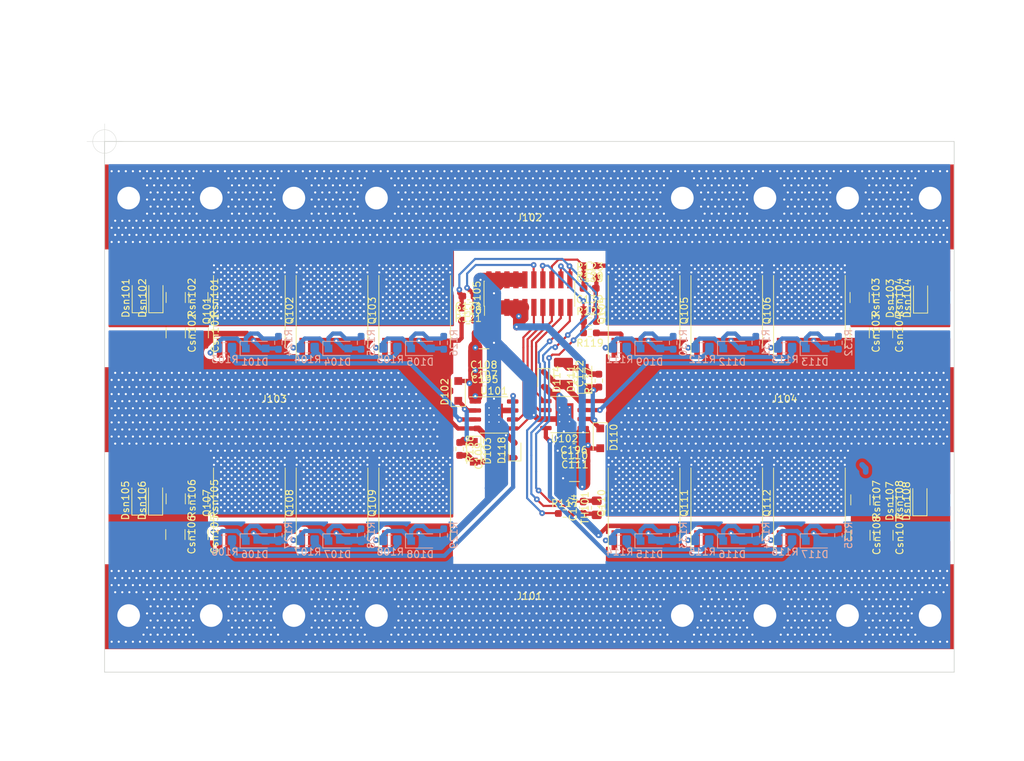
<source format=kicad_pcb>
(kicad_pcb (version 20171130) (host pcbnew 5.1.9)
  (layers (0 F.Cu mixed) (1 In1.Cu mixed) (2 In2.Cu mixed) (31 B.Cu mixed) (34 B.Paste user hide) (35 F.Paste user hide) (36 B.SilkS user hide) (37 F.SilkS user hide) (38 B.Mask user hide) (39 F.Mask user hide) (44 Edge.Cuts user))
  (net 0 "")
  (net 1 /GH1_1)
  (net 2 /SL1)
  (net 3 /GL1_1)
  (net 4 /GH1_2)
  (net 5 /GL1_2)
  (net 6 /GH2_2)
  (net 7 /SL2)
  (net 8 /GL2_1)
  (net 9 /GL2_2)
  (net 10 GND)
  (net 11 /GH2_1)
  (net 12 /GH1_3)
  (net 13 /GH2_3)
  (net 14 /GL1_3)
  (net 15 /GL3_3)
  (net 16 +15V)
  (net 17 "Net-(C109-Pad1)")
  (net 18 "Net-(C122-Pad1)")
  (net 19 /PWM_H1)
  (net 20 /PWM_L1)
  (net 21 /PWM_H2)
  (net 22 /PWM_L2)
  (net 23 "Net-(R103-Pad2)")
  (net 24 "Net-(R106-Pad2)")
  (net 25 "Net-(R111-Pad2)")
  (net 26 "Net-(R114-Pad2)")
  (net 27 /TEMP1)
  (net 28 +BATT)
  (net 29 /SL1_sen)
  (net 30 /SL2_sen)
  (net 31 /Vin_sen)
  (net 32 GNDA)
  (net 33 "Net-(D102-Pad1)")
  (net 34 "Net-(D110-Pad1)")
  (net 35 +5VA)
  (net 36 "Net-(Csn101-Pad1)")
  (net 37 "Net-(Csn103-Pad1)")
  (net 38 "Net-(Csn105-Pad1)")
  (net 39 "Net-(Csn107-Pad1)")
  (module Switches:Infineon_PG-HSOF-8-1_ThermalVias3 (layer F.Cu) (at 201.8 114.65 90)
    (fp_text reference Q112 (at 0 -6 90) (layer F.SilkS))
    (fp_text value IPT015N10N5)
    (pad 3 thru_hole circle (at 6.4 5 270) (size 0.6 0.6) (drill 0.3) (layers *.Cu) (net 7 /SL2))
    (pad 3 thru_hole circle (at 5.4 5 180) (size 0.6 0.6) (drill 0.3) (layers *.Cu) (net 7 /SL2))
    (pad 3 thru_hole circle (at 5.4 -5 90) (size 0.6 0.6) (drill 0.3) (layers *.Cu) (net 7 /SL2))
    (pad 3 thru_hole circle (at 6.4 -5) (size 0.6 0.6) (drill 0.3) (layers *.Cu) (net 7 /SL2))
    (pad 3 thru_hole circle (at 5.9 -2.5) (size 0.6 0.6) (drill 0.3) (layers *.Cu) (net 7 /SL2))
    (pad 3 thru_hole circle (at 5.4 3 90) (size 0.6 0.6) (drill 0.3) (layers *.Cu) (net 7 /SL2))
    (pad 3 thru_hole circle (at 5.9 -1.5) (size 0.6 0.6) (drill 0.3) (layers *.Cu) (net 7 /SL2))
    (pad 3 thru_hole circle (at 6.4 -2 90) (size 0.6 0.6) (drill 0.3) (layers *.Cu) (net 7 /SL2))
    (pad 3 thru_hole circle (at 6.4 4 90) (size 0.6 0.6) (drill 0.3) (layers *.Cu) (net 7 /SL2))
    (pad 3 thru_hole circle (at 6.4 -3 90) (size 0.6 0.6) (drill 0.3) (layers *.Cu) (net 7 /SL2))
    (pad 3 thru_hole circle (at 5.9 -4.5 90) (size 0.6 0.6) (drill 0.3) (layers *.Cu) (net 7 /SL2))
    (pad 3 thru_hole circle (at 6.4 -4 90) (size 0.6 0.6) (drill 0.3) (layers *.Cu) (net 7 /SL2))
    (pad 3 thru_hole circle (at 5.4 -2 90) (size 0.6 0.6) (drill 0.3) (layers *.Cu) (net 7 /SL2))
    (pad 3 thru_hole circle (at 6.4 3 90) (size 0.6 0.6) (drill 0.3) (layers *.Cu) (net 7 /SL2))
    (pad 3 thru_hole circle (at 5.9 3.5) (size 0.6 0.6) (drill 0.3) (layers *.Cu) (net 7 /SL2))
    (pad 3 thru_hole circle (at 5.4 2 90) (size 0.6 0.6) (drill 0.3) (layers *.Cu) (net 7 /SL2))
    (pad 3 thru_hole circle (at 5.9 0.5) (size 0.6 0.6) (drill 0.3) (layers *.Cu) (net 7 /SL2))
    (pad 3 thru_hole circle (at 5.4 -1 90) (size 0.6 0.6) (drill 0.3) (layers *.Cu) (net 7 /SL2))
    (pad 3 thru_hole circle (at 5.9 1.5) (size 0.6 0.6) (drill 0.3) (layers *.Cu) (net 7 /SL2))
    (pad 3 thru_hole circle (at 5.4 1 90) (size 0.6 0.6) (drill 0.3) (layers *.Cu) (net 7 /SL2))
    (pad 3 thru_hole circle (at 5.9 -0.5) (size 0.6 0.6) (drill 0.3) (layers *.Cu) (net 7 /SL2))
    (pad 3 thru_hole circle (at 6.4 0 90) (size 0.6 0.6) (drill 0.3) (layers *.Cu) (net 7 /SL2))
    (pad 3 thru_hole circle (at 5.4 -4 90) (size 0.6 0.6) (drill 0.3) (layers *.Cu) (net 7 /SL2))
    (pad 3 thru_hole circle (at 6.4 -1 90) (size 0.6 0.6) (drill 0.3) (layers *.Cu) (net 7 /SL2))
    (pad 3 thru_hole circle (at 5.4 -3 90) (size 0.6 0.6) (drill 0.3) (layers *.Cu) (net 7 /SL2))
    (pad 3 thru_hole circle (at 5.4 0 90) (size 0.6 0.6) (drill 0.3) (layers *.Cu) (net 7 /SL2))
    (pad 3 thru_hole circle (at 5.9 4.5) (size 0.6 0.6) (drill 0.3) (layers *.Cu) (net 7 /SL2))
    (pad 3 thru_hole circle (at 6.4 1 90) (size 0.6 0.6) (drill 0.3) (layers *.Cu) (net 7 /SL2))
    (pad 3 thru_hole circle (at 5.9 2.5) (size 0.6 0.6) (drill 0.3) (layers *.Cu) (net 7 /SL2))
    (pad 3 thru_hole circle (at 5.4 4 90) (size 0.6 0.6) (drill 0.3) (layers *.Cu) (net 7 /SL2))
    (pad 3 thru_hole circle (at 5.9 -3.5) (size 0.6 0.6) (drill 0.3) (layers *.Cu) (net 7 /SL2))
    (pad 3 thru_hole circle (at 6.4 2 90) (size 0.6 0.6) (drill 0.3) (layers *.Cu) (net 7 /SL2))
    (pad 3 thru_hole circle (at 2.9 -2.5) (size 0.6 0.6) (drill 0.3) (layers *.Cu) (net 7 /SL2))
    (pad 3 thru_hole circle (at 3.9 -3.5 90) (size 0.6 0.6) (drill 0.3) (layers *.Cu) (net 7 /SL2))
    (pad 3 thru_hole circle (at 2.4 3 90) (size 0.6 0.6) (drill 0.3) (layers *.Cu) (net 7 /SL2))
    (pad 3 thru_hole circle (at 4.9 3.5 90) (size 0.6 0.6) (drill 0.3) (layers *.Cu) (net 7 /SL2))
    (pad 3 thru_hole circle (at 4.4 -3 90) (size 0.6 0.6) (drill 0.3) (layers *.Cu) (net 7 /SL2))
    (pad 3 thru_hole circle (at 2.9 -1.5) (size 0.6 0.6) (drill 0.3) (layers *.Cu) (net 7 /SL2))
    (pad 3 thru_hole circle (at 4.9 1.5 90) (size 0.6 0.6) (drill 0.3) (layers *.Cu) (net 7 /SL2))
    (pad 3 thru_hole circle (at 4.9 -3.5 90) (size 0.6 0.6) (drill 0.3) (layers *.Cu) (net 7 /SL2))
    (pad 3 thru_hole circle (at 3.4 -2 90) (size 0.6 0.6) (drill 0.3) (layers *.Cu) (net 7 /SL2))
    (pad 3 thru_hole circle (at 3.9 1.5 90) (size 0.6 0.6) (drill 0.3) (layers *.Cu) (net 7 /SL2))
    (pad 3 thru_hole circle (at 3.4 4 90) (size 0.6 0.6) (drill 0.3) (layers *.Cu) (net 7 /SL2))
    (pad 3 thru_hole circle (at 4.9 0.5 90) (size 0.6 0.6) (drill 0.3) (layers *.Cu) (net 7 /SL2))
    (pad 3 thru_hole circle (at 4.4 -4 90) (size 0.6 0.6) (drill 0.3) (layers *.Cu) (net 7 /SL2))
    (pad 3 thru_hole circle (at 3.4 -3 90) (size 0.6 0.6) (drill 0.3) (layers *.Cu) (net 7 /SL2))
    (pad 3 thru_hole circle (at 3.9 0.5 90) (size 0.6 0.6) (drill 0.3) (layers *.Cu) (net 7 /SL2))
    (pad 3 thru_hole circle (at 3.4 -4 90) (size 0.6 0.6) (drill 0.3) (layers *.Cu) (net 7 /SL2))
    (pad 3 thru_hole circle (at 2.4 -2 90) (size 0.6 0.6) (drill 0.3) (layers *.Cu) (net 7 /SL2))
    (pad 3 thru_hole circle (at 4.4 2 90) (size 0.6 0.6) (drill 0.3) (layers *.Cu) (net 7 /SL2))
    (pad 3 thru_hole circle (at 3.4 3 90) (size 0.6 0.6) (drill 0.3) (layers *.Cu) (net 7 /SL2))
    (pad 3 thru_hole circle (at 4.4 3 90) (size 0.6 0.6) (drill 0.3) (layers *.Cu) (net 7 /SL2))
    (pad 3 thru_hole circle (at 3.9 3.5 90) (size 0.6 0.6) (drill 0.3) (layers *.Cu) (net 7 /SL2))
    (pad 3 thru_hole circle (at 2.9 3.5) (size 0.6 0.6) (drill 0.3) (layers *.Cu) (net 7 /SL2))
    (pad 3 thru_hole circle (at 2.4 2 90) (size 0.6 0.6) (drill 0.3) (layers *.Cu) (net 7 /SL2))
    (pad 3 thru_hole circle (at 4.9 -1.5 90) (size 0.6 0.6) (drill 0.3) (layers *.Cu) (net 7 /SL2))
    (pad 3 thru_hole circle (at 2.9 0.5) (size 0.6 0.6) (drill 0.3) (layers *.Cu) (net 7 /SL2))
    (pad 3 thru_hole circle (at 2.4 -1 90) (size 0.6 0.6) (drill 0.3) (layers *.Cu) (net 7 /SL2))
    (pad 3 thru_hole circle (at 2.9 1.5) (size 0.6 0.6) (drill 0.3) (layers *.Cu) (net 7 /SL2))
    (pad 3 thru_hole circle (at 2.4 1 90) (size 0.6 0.6) (drill 0.3) (layers *.Cu) (net 7 /SL2))
    (pad 3 thru_hole circle (at 4.4 0 90) (size 0.6 0.6) (drill 0.3) (layers *.Cu) (net 7 /SL2))
    (pad 3 thru_hole circle (at 4.9 -2.5 90) (size 0.6 0.6) (drill 0.3) (layers *.Cu) (net 7 /SL2))
    (pad 3 thru_hole circle (at 2.9 -0.5) (size 0.6 0.6) (drill 0.3) (layers *.Cu) (net 7 /SL2))
    (pad 3 thru_hole circle (at 3.4 0 90) (size 0.6 0.6) (drill 0.3) (layers *.Cu) (net 7 /SL2))
    (pad 3 thru_hole circle (at 4.9 -0.5 90) (size 0.6 0.6) (drill 0.3) (layers *.Cu) (net 7 /SL2))
    (pad 3 thru_hole circle (at 2.4 -4 90) (size 0.6 0.6) (drill 0.3) (layers *.Cu) (net 7 /SL2))
    (pad 3 thru_hole circle (at 3.9 -1.5 90) (size 0.6 0.6) (drill 0.3) (layers *.Cu) (net 7 /SL2))
    (pad 3 thru_hole circle (at 3.4 -1 90) (size 0.6 0.6) (drill 0.3) (layers *.Cu) (net 7 /SL2))
    (pad 3 thru_hole circle (at 4.4 -1 90) (size 0.6 0.6) (drill 0.3) (layers *.Cu) (net 7 /SL2))
    (pad 3 thru_hole circle (at 4.4 1 90) (size 0.6 0.6) (drill 0.3) (layers *.Cu) (net 7 /SL2))
    (pad 3 thru_hole circle (at 2.4 -3 90) (size 0.6 0.6) (drill 0.3) (layers *.Cu) (net 7 /SL2))
    (pad 3 thru_hole circle (at 2.4 0 90) (size 0.6 0.6) (drill 0.3) (layers *.Cu) (net 7 /SL2))
    (pad 3 thru_hole circle (at 4.9 2.5 90) (size 0.6 0.6) (drill 0.3) (layers *.Cu) (net 7 /SL2))
    (pad 3 thru_hole circle (at 3.9 2.5 90) (size 0.6 0.6) (drill 0.3) (layers *.Cu) (net 7 /SL2))
    (pad 3 thru_hole circle (at 3.9 -0.5 90) (size 0.6 0.6) (drill 0.3) (layers *.Cu) (net 7 /SL2))
    (pad 3 thru_hole circle (at 3.4 1 90) (size 0.6 0.6) (drill 0.3) (layers *.Cu) (net 7 /SL2))
    (pad 3 thru_hole circle (at 4.4 -2 90) (size 0.6 0.6) (drill 0.3) (layers *.Cu) (net 7 /SL2))
    (pad 3 thru_hole circle (at 2.9 2.5) (size 0.6 0.6) (drill 0.3) (layers *.Cu) (net 7 /SL2))
    (pad 3 thru_hole circle (at 3.9 -2.5 90) (size 0.6 0.6) (drill 0.3) (layers *.Cu) (net 7 /SL2))
    (pad 3 thru_hole circle (at 2.4 4 90) (size 0.6 0.6) (drill 0.3) (layers *.Cu) (net 7 /SL2))
    (pad 3 thru_hole circle (at 4.4 4 90) (size 0.6 0.6) (drill 0.3) (layers *.Cu) (net 7 /SL2))
    (pad 3 thru_hole circle (at 2.9 -3.5) (size 0.6 0.6) (drill 0.3) (layers *.Cu) (net 7 /SL2))
    (pad 3 thru_hole circle (at 3.4 2 90) (size 0.6 0.6) (drill 0.3) (layers *.Cu) (net 7 /SL2))
    (pad 3 thru_hole circle (at -0.1 4.5) (size 0.6 0.6) (drill 0.3) (layers *.Cu) (net 7 /SL2))
    (pad 3 thru_hole circle (at 1.9 4.5 90) (size 0.6 0.6) (drill 0.3) (layers *.Cu) (net 7 /SL2))
    (pad 3 thru_hole circle (at 1.4 4 90) (size 0.6 0.6) (drill 0.3) (layers *.Cu) (net 7 /SL2))
    (pad 3 thru_hole circle (at -0.6 4 90) (size 0.6 0.6) (drill 0.3) (layers *.Cu) (net 7 /SL2))
    (pad 3 thru_hole circle (at -1.1 4.5) (size 0.6 0.6) (drill 0.3) (layers *.Cu) (net 7 /SL2))
    (pad 3 thru_hole circle (at 0.4 4 90) (size 0.6 0.6) (drill 0.3) (layers *.Cu) (net 7 /SL2))
    (pad 3 thru_hole circle (at 0.9 4.5 90) (size 0.6 0.6) (drill 0.3) (layers *.Cu) (net 7 /SL2))
    (pad 3 thru_hole circle (at -0.1 3.5) (size 0.6 0.6) (drill 0.3) (layers *.Cu) (net 7 /SL2))
    (pad 3 thru_hole circle (at 1.9 3.5 90) (size 0.6 0.6) (drill 0.3) (layers *.Cu) (net 7 /SL2))
    (pad 3 thru_hole circle (at 1.4 3 90) (size 0.6 0.6) (drill 0.3) (layers *.Cu) (net 7 /SL2))
    (pad 3 thru_hole circle (at -0.6 3 90) (size 0.6 0.6) (drill 0.3) (layers *.Cu) (net 7 /SL2))
    (pad 3 thru_hole circle (at -1.1 3.5) (size 0.6 0.6) (drill 0.3) (layers *.Cu) (net 7 /SL2))
    (pad 3 thru_hole circle (at 0.4 3 90) (size 0.6 0.6) (drill 0.3) (layers *.Cu) (net 7 /SL2))
    (pad 3 thru_hole circle (at 0.9 3.5 90) (size 0.6 0.6) (drill 0.3) (layers *.Cu) (net 7 /SL2))
    (pad 3 thru_hole circle (at -0.1 2.5) (size 0.6 0.6) (drill 0.3) (layers *.Cu) (net 7 /SL2))
    (pad 3 thru_hole circle (at 1.9 2.5 90) (size 0.6 0.6) (drill 0.3) (layers *.Cu) (net 7 /SL2))
    (pad 3 thru_hole circle (at 1.4 2 90) (size 0.6 0.6) (drill 0.3) (layers *.Cu) (net 7 /SL2))
    (pad 3 thru_hole circle (at -0.6 2 90) (size 0.6 0.6) (drill 0.3) (layers *.Cu) (net 7 /SL2))
    (pad 3 thru_hole circle (at -1.1 2.5) (size 0.6 0.6) (drill 0.3) (layers *.Cu) (net 7 /SL2))
    (pad 3 thru_hole circle (at 0.4 2 90) (size 0.6 0.6) (drill 0.3) (layers *.Cu) (net 7 /SL2))
    (pad 3 thru_hole circle (at 0.9 2.5 90) (size 0.6 0.6) (drill 0.3) (layers *.Cu) (net 7 /SL2))
    (pad 3 thru_hole circle (at -0.1 1.5) (size 0.6 0.6) (drill 0.3) (layers *.Cu) (net 7 /SL2))
    (pad 3 thru_hole circle (at 1.9 1.5 90) (size 0.6 0.6) (drill 0.3) (layers *.Cu) (net 7 /SL2))
    (pad 3 thru_hole circle (at 1.4 1 90) (size 0.6 0.6) (drill 0.3) (layers *.Cu) (net 7 /SL2))
    (pad 3 thru_hole circle (at -0.6 1 90) (size 0.6 0.6) (drill 0.3) (layers *.Cu) (net 7 /SL2))
    (pad 3 thru_hole circle (at -1.1 1.5) (size 0.6 0.6) (drill 0.3) (layers *.Cu) (net 7 /SL2))
    (pad 3 thru_hole circle (at 0.4 1 90) (size 0.6 0.6) (drill 0.3) (layers *.Cu) (net 7 /SL2))
    (pad 3 thru_hole circle (at 0.9 1.5 90) (size 0.6 0.6) (drill 0.3) (layers *.Cu) (net 7 /SL2))
    (pad 3 thru_hole circle (at -0.1 0.5) (size 0.6 0.6) (drill 0.3) (layers *.Cu) (net 7 /SL2))
    (pad 3 thru_hole circle (at 1.9 0.5 90) (size 0.6 0.6) (drill 0.3) (layers *.Cu) (net 7 /SL2))
    (pad 3 thru_hole circle (at 1.4 0 90) (size 0.6 0.6) (drill 0.3) (layers *.Cu) (net 7 /SL2))
    (pad 3 thru_hole circle (at -0.6 0 90) (size 0.6 0.6) (drill 0.3) (layers *.Cu) (net 7 /SL2))
    (pad 3 thru_hole circle (at -1.1 0.5) (size 0.6 0.6) (drill 0.3) (layers *.Cu) (net 7 /SL2))
    (pad 3 thru_hole circle (at 0.4 0 90) (size 0.6 0.6) (drill 0.3) (layers *.Cu) (net 7 /SL2))
    (pad 3 thru_hole circle (at 0.9 0.5 90) (size 0.6 0.6) (drill 0.3) (layers *.Cu) (net 7 /SL2))
    (pad 3 thru_hole circle (at -0.1 -0.5) (size 0.6 0.6) (drill 0.3) (layers *.Cu) (net 7 /SL2))
    (pad 3 thru_hole circle (at 1.9 -0.5 90) (size 0.6 0.6) (drill 0.3) (layers *.Cu) (net 7 /SL2))
    (pad 3 thru_hole circle (at 1.4 -1 90) (size 0.6 0.6) (drill 0.3) (layers *.Cu) (net 7 /SL2))
    (pad 3 thru_hole circle (at -0.6 -1 90) (size 0.6 0.6) (drill 0.3) (layers *.Cu) (net 7 /SL2))
    (pad 3 thru_hole circle (at -1.1 -0.5) (size 0.6 0.6) (drill 0.3) (layers *.Cu) (net 7 /SL2))
    (pad 3 thru_hole circle (at 0.4 -1 90) (size 0.6 0.6) (drill 0.3) (layers *.Cu) (net 7 /SL2))
    (pad 3 thru_hole circle (at 0.9 -0.5 90) (size 0.6 0.6) (drill 0.3) (layers *.Cu) (net 7 /SL2))
    (pad 3 thru_hole circle (at -0.1 -1.5) (size 0.6 0.6) (drill 0.3) (layers *.Cu) (net 7 /SL2))
    (pad 3 thru_hole circle (at 1.9 -1.5 90) (size 0.6 0.6) (drill 0.3) (layers *.Cu) (net 7 /SL2))
    (pad 3 thru_hole circle (at 1.4 -2 90) (size 0.6 0.6) (drill 0.3) (layers *.Cu) (net 7 /SL2))
    (pad 3 thru_hole circle (at -0.6 -2 90) (size 0.6 0.6) (drill 0.3) (layers *.Cu) (net 7 /SL2))
    (pad 3 thru_hole circle (at -1.1 -1.5) (size 0.6 0.6) (drill 0.3) (layers *.Cu) (net 7 /SL2))
    (pad 3 thru_hole circle (at 0.4 -2 90) (size 0.6 0.6) (drill 0.3) (layers *.Cu) (net 7 /SL2))
    (pad 3 thru_hole circle (at 0.9 -1.5 90) (size 0.6 0.6) (drill 0.3) (layers *.Cu) (net 7 /SL2))
    (pad 3 thru_hole circle (at -0.1 -2.5) (size 0.6 0.6) (drill 0.3) (layers *.Cu) (net 7 /SL2))
    (pad 3 thru_hole circle (at 1.9 -2.5 90) (size 0.6 0.6) (drill 0.3) (layers *.Cu) (net 7 /SL2))
    (pad 3 thru_hole circle (at 1.4 -3 90) (size 0.6 0.6) (drill 0.3) (layers *.Cu) (net 7 /SL2))
    (pad 3 thru_hole circle (at -0.6 -3 90) (size 0.6 0.6) (drill 0.3) (layers *.Cu) (net 7 /SL2))
    (pad 3 thru_hole circle (at -1.1 -2.5) (size 0.6 0.6) (drill 0.3) (layers *.Cu) (net 7 /SL2))
    (pad 3 thru_hole circle (at 0.4 -3 90) (size 0.6 0.6) (drill 0.3) (layers *.Cu) (net 7 /SL2))
    (pad 3 thru_hole circle (at 0.9 -2.5 90) (size 0.6 0.6) (drill 0.3) (layers *.Cu) (net 7 /SL2))
    (pad 3 thru_hole circle (at 1.9 -3.5 90) (size 0.6 0.6) (drill 0.3) (layers *.Cu) (net 7 /SL2))
    (pad 3 thru_hole circle (at 0.9 -3.5 90) (size 0.6 0.6) (drill 0.3) (layers *.Cu) (net 7 /SL2))
    (pad 3 thru_hole circle (at 1.4 -4 90) (size 0.6 0.6) (drill 0.3) (layers *.Cu) (net 7 /SL2))
    (pad 3 thru_hole circle (at 0.4 -4 90) (size 0.6 0.6) (drill 0.3) (layers *.Cu) (net 7 /SL2))
    (pad 3 thru_hole circle (at -0.6 -4 90) (size 0.6 0.6) (drill 0.3) (layers *.Cu) (net 7 /SL2))
    (pad 3 thru_hole circle (at -0.1 -3.5) (size 0.6 0.6) (drill 0.3) (layers *.Cu) (net 7 /SL2))
    (pad 3 thru_hole circle (at -1.1 -3.5) (size 0.6 0.6) (drill 0.3) (layers *.Cu) (net 7 /SL2))
    (pad 3 thru_hole circle (at 1.9 -4.5 90) (size 0.6 0.6) (drill 0.3) (layers *.Cu) (net 7 /SL2))
    (pad 3 thru_hole circle (at 0.9 -4.5 90) (size 0.6 0.6) (drill 0.3) (layers *.Cu) (net 7 /SL2))
    (pad 1 smd rect (at -5.25 -4.2 90) (size 2.8 0.8) (layers F.Cu F.Mask) (net 15 /GL3_3))
    (pad 2 smd custom (at -4.25 0.6 90) (size 0.8 8) (layers F.Cu F.Mask) (net 10 GND) (options (clearance outline) (anchor rect)) (primitives (gr_poly (pts (xy -0.4 -4) (xy -2.4 -4) (xy -2.4 -3.2) (xy -0.4 -3.2)) (width 0)) (gr_poly (pts (xy -0.4 -2.8) (xy -2.4 -2.8) (xy -2.4 -2) (xy -0.4 -2)) (width 0)) (gr_poly (pts (xy -0.4 -1.6) (xy -2.4 -1.6) (xy -2.4 -0.8) (xy -0.4 -0.8)) (width 0)) (gr_poly (pts (xy -0.4 -0.4) (xy -2.4 -0.4) (xy -2.4 0.4) (xy -0.4 0.4)) (width 0)) (gr_poly (pts (xy -0.4 0.8) (xy -2.4 0.8) (xy -2.4 1.6) (xy -0.4 1.6)) (width 0)) (gr_poly (pts (xy -0.4 2) (xy -2.4 2) (xy -2.4 2.8) (xy -0.4 2.8)) (width 0)) (gr_poly (pts (xy -0.4 3.2) (xy -2.4 3.2) (xy -2.4 4) (xy -0.4 4)) (width 0))))
    (pad 3 smd custom (at 3.75 0 90) (size 2.8 8.7) (layers B.Cu) (net 7 /SL2) (options (clearance outline) (anchor rect)) (primitives (gr_poly (pts (xy 1.4 -5.05) (xy 2.9 -5.05) (xy 2.9 5.05) (xy 1.4 5.05)) (width 0)) (gr_poly (pts (xy -1.4 -4.85) (xy -5.1 -4.85) (xy -5.1 4.85) (xy -1.4 4.85)) (width 0))))
    (pad 3 thru_hole circle (at -1.1 -4.5 90) (size 0.6 0.6) (drill 0.3) (layers *.Cu) (net 7 /SL2))
    (pad 3 thru_hole circle (at -0.1 -4.5 90) (size 0.6 0.6) (drill 0.3) (layers *.Cu) (net 7 /SL2))
    (pad 3 smd custom (at 3.75 0 90) (size 2.8 8.7) (layers *.Mask F.Cu F.Paste) (net 7 /SL2) (options (clearance outline) (anchor rect)) (primitives (gr_poly (pts (xy 1.4 -5.05) (xy 2.9 -5.05) (xy 2.9 5.05) (xy 1.4 5.05)) (width 0)) (gr_poly (pts (xy -1.4 -4.85) (xy -5.1 -4.85) (xy -5.1 4.85) (xy -1.4 4.85)) (width 0))))
  )
  (module Switches:Infineon_PG-HSOF-8-1_ThermalVias3 (layer F.Cu) (at 190.125 114.65 90)
    (fp_text reference Q111 (at 0 -6 90) (layer F.SilkS))
    (fp_text value IPT015N10N5)
    (pad 3 thru_hole circle (at 6.4 5 270) (size 0.6 0.6) (drill 0.3) (layers *.Cu) (net 7 /SL2))
    (pad 3 thru_hole circle (at 5.4 5 180) (size 0.6 0.6) (drill 0.3) (layers *.Cu) (net 7 /SL2))
    (pad 3 thru_hole circle (at 5.4 -5 90) (size 0.6 0.6) (drill 0.3) (layers *.Cu) (net 7 /SL2))
    (pad 3 thru_hole circle (at 6.4 -5) (size 0.6 0.6) (drill 0.3) (layers *.Cu) (net 7 /SL2))
    (pad 3 thru_hole circle (at 5.9 -2.5) (size 0.6 0.6) (drill 0.3) (layers *.Cu) (net 7 /SL2))
    (pad 3 thru_hole circle (at 5.4 3 90) (size 0.6 0.6) (drill 0.3) (layers *.Cu) (net 7 /SL2))
    (pad 3 thru_hole circle (at 5.9 -1.5) (size 0.6 0.6) (drill 0.3) (layers *.Cu) (net 7 /SL2))
    (pad 3 thru_hole circle (at 6.4 -2 90) (size 0.6 0.6) (drill 0.3) (layers *.Cu) (net 7 /SL2))
    (pad 3 thru_hole circle (at 6.4 4 90) (size 0.6 0.6) (drill 0.3) (layers *.Cu) (net 7 /SL2))
    (pad 3 thru_hole circle (at 6.4 -3 90) (size 0.6 0.6) (drill 0.3) (layers *.Cu) (net 7 /SL2))
    (pad 3 thru_hole circle (at 5.9 -4.5 90) (size 0.6 0.6) (drill 0.3) (layers *.Cu) (net 7 /SL2))
    (pad 3 thru_hole circle (at 6.4 -4 90) (size 0.6 0.6) (drill 0.3) (layers *.Cu) (net 7 /SL2))
    (pad 3 thru_hole circle (at 5.4 -2 90) (size 0.6 0.6) (drill 0.3) (layers *.Cu) (net 7 /SL2))
    (pad 3 thru_hole circle (at 6.4 3 90) (size 0.6 0.6) (drill 0.3) (layers *.Cu) (net 7 /SL2))
    (pad 3 thru_hole circle (at 5.9 3.5) (size 0.6 0.6) (drill 0.3) (layers *.Cu) (net 7 /SL2))
    (pad 3 thru_hole circle (at 5.4 2 90) (size 0.6 0.6) (drill 0.3) (layers *.Cu) (net 7 /SL2))
    (pad 3 thru_hole circle (at 5.9 0.5) (size 0.6 0.6) (drill 0.3) (layers *.Cu) (net 7 /SL2))
    (pad 3 thru_hole circle (at 5.4 -1 90) (size 0.6 0.6) (drill 0.3) (layers *.Cu) (net 7 /SL2))
    (pad 3 thru_hole circle (at 5.9 1.5) (size 0.6 0.6) (drill 0.3) (layers *.Cu) (net 7 /SL2))
    (pad 3 thru_hole circle (at 5.4 1 90) (size 0.6 0.6) (drill 0.3) (layers *.Cu) (net 7 /SL2))
    (pad 3 thru_hole circle (at 5.9 -0.5) (size 0.6 0.6) (drill 0.3) (layers *.Cu) (net 7 /SL2))
    (pad 3 thru_hole circle (at 6.4 0 90) (size 0.6 0.6) (drill 0.3) (layers *.Cu) (net 7 /SL2))
    (pad 3 thru_hole circle (at 5.4 -4 90) (size 0.6 0.6) (drill 0.3) (layers *.Cu) (net 7 /SL2))
    (pad 3 thru_hole circle (at 6.4 -1 90) (size 0.6 0.6) (drill 0.3) (layers *.Cu) (net 7 /SL2))
    (pad 3 thru_hole circle (at 5.4 -3 90) (size 0.6 0.6) (drill 0.3) (layers *.Cu) (net 7 /SL2))
    (pad 3 thru_hole circle (at 5.4 0 90) (size 0.6 0.6) (drill 0.3) (layers *.Cu) (net 7 /SL2))
    (pad 3 thru_hole circle (at 5.9 4.5) (size 0.6 0.6) (drill 0.3) (layers *.Cu) (net 7 /SL2))
    (pad 3 thru_hole circle (at 6.4 1 90) (size 0.6 0.6) (drill 0.3) (layers *.Cu) (net 7 /SL2))
    (pad 3 thru_hole circle (at 5.9 2.5) (size 0.6 0.6) (drill 0.3) (layers *.Cu) (net 7 /SL2))
    (pad 3 thru_hole circle (at 5.4 4 90) (size 0.6 0.6) (drill 0.3) (layers *.Cu) (net 7 /SL2))
    (pad 3 thru_hole circle (at 5.9 -3.5) (size 0.6 0.6) (drill 0.3) (layers *.Cu) (net 7 /SL2))
    (pad 3 thru_hole circle (at 6.4 2 90) (size 0.6 0.6) (drill 0.3) (layers *.Cu) (net 7 /SL2))
    (pad 3 thru_hole circle (at 2.9 -2.5) (size 0.6 0.6) (drill 0.3) (layers *.Cu) (net 7 /SL2))
    (pad 3 thru_hole circle (at 3.9 -3.5 90) (size 0.6 0.6) (drill 0.3) (layers *.Cu) (net 7 /SL2))
    (pad 3 thru_hole circle (at 2.4 3 90) (size 0.6 0.6) (drill 0.3) (layers *.Cu) (net 7 /SL2))
    (pad 3 thru_hole circle (at 4.9 3.5 90) (size 0.6 0.6) (drill 0.3) (layers *.Cu) (net 7 /SL2))
    (pad 3 thru_hole circle (at 4.4 -3 90) (size 0.6 0.6) (drill 0.3) (layers *.Cu) (net 7 /SL2))
    (pad 3 thru_hole circle (at 2.9 -1.5) (size 0.6 0.6) (drill 0.3) (layers *.Cu) (net 7 /SL2))
    (pad 3 thru_hole circle (at 4.9 1.5 90) (size 0.6 0.6) (drill 0.3) (layers *.Cu) (net 7 /SL2))
    (pad 3 thru_hole circle (at 4.9 -3.5 90) (size 0.6 0.6) (drill 0.3) (layers *.Cu) (net 7 /SL2))
    (pad 3 thru_hole circle (at 3.4 -2 90) (size 0.6 0.6) (drill 0.3) (layers *.Cu) (net 7 /SL2))
    (pad 3 thru_hole circle (at 3.9 1.5 90) (size 0.6 0.6) (drill 0.3) (layers *.Cu) (net 7 /SL2))
    (pad 3 thru_hole circle (at 3.4 4 90) (size 0.6 0.6) (drill 0.3) (layers *.Cu) (net 7 /SL2))
    (pad 3 thru_hole circle (at 4.9 0.5 90) (size 0.6 0.6) (drill 0.3) (layers *.Cu) (net 7 /SL2))
    (pad 3 thru_hole circle (at 4.4 -4 90) (size 0.6 0.6) (drill 0.3) (layers *.Cu) (net 7 /SL2))
    (pad 3 thru_hole circle (at 3.4 -3 90) (size 0.6 0.6) (drill 0.3) (layers *.Cu) (net 7 /SL2))
    (pad 3 thru_hole circle (at 3.9 0.5 90) (size 0.6 0.6) (drill 0.3) (layers *.Cu) (net 7 /SL2))
    (pad 3 thru_hole circle (at 3.4 -4 90) (size 0.6 0.6) (drill 0.3) (layers *.Cu) (net 7 /SL2))
    (pad 3 thru_hole circle (at 2.4 -2 90) (size 0.6 0.6) (drill 0.3) (layers *.Cu) (net 7 /SL2))
    (pad 3 thru_hole circle (at 4.4 2 90) (size 0.6 0.6) (drill 0.3) (layers *.Cu) (net 7 /SL2))
    (pad 3 thru_hole circle (at 3.4 3 90) (size 0.6 0.6) (drill 0.3) (layers *.Cu) (net 7 /SL2))
    (pad 3 thru_hole circle (at 4.4 3 90) (size 0.6 0.6) (drill 0.3) (layers *.Cu) (net 7 /SL2))
    (pad 3 thru_hole circle (at 3.9 3.5 90) (size 0.6 0.6) (drill 0.3) (layers *.Cu) (net 7 /SL2))
    (pad 3 thru_hole circle (at 2.9 3.5) (size 0.6 0.6) (drill 0.3) (layers *.Cu) (net 7 /SL2))
    (pad 3 thru_hole circle (at 2.4 2 90) (size 0.6 0.6) (drill 0.3) (layers *.Cu) (net 7 /SL2))
    (pad 3 thru_hole circle (at 4.9 -1.5 90) (size 0.6 0.6) (drill 0.3) (layers *.Cu) (net 7 /SL2))
    (pad 3 thru_hole circle (at 2.9 0.5) (size 0.6 0.6) (drill 0.3) (layers *.Cu) (net 7 /SL2))
    (pad 3 thru_hole circle (at 2.4 -1 90) (size 0.6 0.6) (drill 0.3) (layers *.Cu) (net 7 /SL2))
    (pad 3 thru_hole circle (at 2.9 1.5) (size 0.6 0.6) (drill 0.3) (layers *.Cu) (net 7 /SL2))
    (pad 3 thru_hole circle (at 2.4 1 90) (size 0.6 0.6) (drill 0.3) (layers *.Cu) (net 7 /SL2))
    (pad 3 thru_hole circle (at 4.4 0 90) (size 0.6 0.6) (drill 0.3) (layers *.Cu) (net 7 /SL2))
    (pad 3 thru_hole circle (at 4.9 -2.5 90) (size 0.6 0.6) (drill 0.3) (layers *.Cu) (net 7 /SL2))
    (pad 3 thru_hole circle (at 2.9 -0.5) (size 0.6 0.6) (drill 0.3) (layers *.Cu) (net 7 /SL2))
    (pad 3 thru_hole circle (at 3.4 0 90) (size 0.6 0.6) (drill 0.3) (layers *.Cu) (net 7 /SL2))
    (pad 3 thru_hole circle (at 4.9 -0.5 90) (size 0.6 0.6) (drill 0.3) (layers *.Cu) (net 7 /SL2))
    (pad 3 thru_hole circle (at 2.4 -4 90) (size 0.6 0.6) (drill 0.3) (layers *.Cu) (net 7 /SL2))
    (pad 3 thru_hole circle (at 3.9 -1.5 90) (size 0.6 0.6) (drill 0.3) (layers *.Cu) (net 7 /SL2))
    (pad 3 thru_hole circle (at 3.4 -1 90) (size 0.6 0.6) (drill 0.3) (layers *.Cu) (net 7 /SL2))
    (pad 3 thru_hole circle (at 4.4 -1 90) (size 0.6 0.6) (drill 0.3) (layers *.Cu) (net 7 /SL2))
    (pad 3 thru_hole circle (at 4.4 1 90) (size 0.6 0.6) (drill 0.3) (layers *.Cu) (net 7 /SL2))
    (pad 3 thru_hole circle (at 2.4 -3 90) (size 0.6 0.6) (drill 0.3) (layers *.Cu) (net 7 /SL2))
    (pad 3 thru_hole circle (at 2.4 0 90) (size 0.6 0.6) (drill 0.3) (layers *.Cu) (net 7 /SL2))
    (pad 3 thru_hole circle (at 4.9 2.5 90) (size 0.6 0.6) (drill 0.3) (layers *.Cu) (net 7 /SL2))
    (pad 3 thru_hole circle (at 3.9 2.5 90) (size 0.6 0.6) (drill 0.3) (layers *.Cu) (net 7 /SL2))
    (pad 3 thru_hole circle (at 3.9 -0.5 90) (size 0.6 0.6) (drill 0.3) (layers *.Cu) (net 7 /SL2))
    (pad 3 thru_hole circle (at 3.4 1 90) (size 0.6 0.6) (drill 0.3) (layers *.Cu) (net 7 /SL2))
    (pad 3 thru_hole circle (at 4.4 -2 90) (size 0.6 0.6) (drill 0.3) (layers *.Cu) (net 7 /SL2))
    (pad 3 thru_hole circle (at 2.9 2.5) (size 0.6 0.6) (drill 0.3) (layers *.Cu) (net 7 /SL2))
    (pad 3 thru_hole circle (at 3.9 -2.5 90) (size 0.6 0.6) (drill 0.3) (layers *.Cu) (net 7 /SL2))
    (pad 3 thru_hole circle (at 2.4 4 90) (size 0.6 0.6) (drill 0.3) (layers *.Cu) (net 7 /SL2))
    (pad 3 thru_hole circle (at 4.4 4 90) (size 0.6 0.6) (drill 0.3) (layers *.Cu) (net 7 /SL2))
    (pad 3 thru_hole circle (at 2.9 -3.5) (size 0.6 0.6) (drill 0.3) (layers *.Cu) (net 7 /SL2))
    (pad 3 thru_hole circle (at 3.4 2 90) (size 0.6 0.6) (drill 0.3) (layers *.Cu) (net 7 /SL2))
    (pad 3 thru_hole circle (at -0.1 4.5) (size 0.6 0.6) (drill 0.3) (layers *.Cu) (net 7 /SL2))
    (pad 3 thru_hole circle (at 1.9 4.5 90) (size 0.6 0.6) (drill 0.3) (layers *.Cu) (net 7 /SL2))
    (pad 3 thru_hole circle (at 1.4 4 90) (size 0.6 0.6) (drill 0.3) (layers *.Cu) (net 7 /SL2))
    (pad 3 thru_hole circle (at -0.6 4 90) (size 0.6 0.6) (drill 0.3) (layers *.Cu) (net 7 /SL2))
    (pad 3 thru_hole circle (at -1.1 4.5) (size 0.6 0.6) (drill 0.3) (layers *.Cu) (net 7 /SL2))
    (pad 3 thru_hole circle (at 0.4 4 90) (size 0.6 0.6) (drill 0.3) (layers *.Cu) (net 7 /SL2))
    (pad 3 thru_hole circle (at 0.9 4.5 90) (size 0.6 0.6) (drill 0.3) (layers *.Cu) (net 7 /SL2))
    (pad 3 thru_hole circle (at -0.1 3.5) (size 0.6 0.6) (drill 0.3) (layers *.Cu) (net 7 /SL2))
    (pad 3 thru_hole circle (at 1.9 3.5 90) (size 0.6 0.6) (drill 0.3) (layers *.Cu) (net 7 /SL2))
    (pad 3 thru_hole circle (at 1.4 3 90) (size 0.6 0.6) (drill 0.3) (layers *.Cu) (net 7 /SL2))
    (pad 3 thru_hole circle (at -0.6 3 90) (size 0.6 0.6) (drill 0.3) (layers *.Cu) (net 7 /SL2))
    (pad 3 thru_hole circle (at -1.1 3.5) (size 0.6 0.6) (drill 0.3) (layers *.Cu) (net 7 /SL2))
    (pad 3 thru_hole circle (at 0.4 3 90) (size 0.6 0.6) (drill 0.3) (layers *.Cu) (net 7 /SL2))
    (pad 3 thru_hole circle (at 0.9 3.5 90) (size 0.6 0.6) (drill 0.3) (layers *.Cu) (net 7 /SL2))
    (pad 3 thru_hole circle (at -0.1 2.5) (size 0.6 0.6) (drill 0.3) (layers *.Cu) (net 7 /SL2))
    (pad 3 thru_hole circle (at 1.9 2.5 90) (size 0.6 0.6) (drill 0.3) (layers *.Cu) (net 7 /SL2))
    (pad 3 thru_hole circle (at 1.4 2 90) (size 0.6 0.6) (drill 0.3) (layers *.Cu) (net 7 /SL2))
    (pad 3 thru_hole circle (at -0.6 2 90) (size 0.6 0.6) (drill 0.3) (layers *.Cu) (net 7 /SL2))
    (pad 3 thru_hole circle (at -1.1 2.5) (size 0.6 0.6) (drill 0.3) (layers *.Cu) (net 7 /SL2))
    (pad 3 thru_hole circle (at 0.4 2 90) (size 0.6 0.6) (drill 0.3) (layers *.Cu) (net 7 /SL2))
    (pad 3 thru_hole circle (at 0.9 2.5 90) (size 0.6 0.6) (drill 0.3) (layers *.Cu) (net 7 /SL2))
    (pad 3 thru_hole circle (at -0.1 1.5) (size 0.6 0.6) (drill 0.3) (layers *.Cu) (net 7 /SL2))
    (pad 3 thru_hole circle (at 1.9 1.5 90) (size 0.6 0.6) (drill 0.3) (layers *.Cu) (net 7 /SL2))
    (pad 3 thru_hole circle (at 1.4 1 90) (size 0.6 0.6) (drill 0.3) (layers *.Cu) (net 7 /SL2))
    (pad 3 thru_hole circle (at -0.6 1 90) (size 0.6 0.6) (drill 0.3) (layers *.Cu) (net 7 /SL2))
    (pad 3 thru_hole circle (at -1.1 1.5) (size 0.6 0.6) (drill 0.3) (layers *.Cu) (net 7 /SL2))
    (pad 3 thru_hole circle (at 0.4 1 90) (size 0.6 0.6) (drill 0.3) (layers *.Cu) (net 7 /SL2))
    (pad 3 thru_hole circle (at 0.9 1.5 90) (size 0.6 0.6) (drill 0.3) (layers *.Cu) (net 7 /SL2))
    (pad 3 thru_hole circle (at -0.1 0.5) (size 0.6 0.6) (drill 0.3) (layers *.Cu) (net 7 /SL2))
    (pad 3 thru_hole circle (at 1.9 0.5 90) (size 0.6 0.6) (drill 0.3) (layers *.Cu) (net 7 /SL2))
    (pad 3 thru_hole circle (at 1.4 0 90) (size 0.6 0.6) (drill 0.3) (layers *.Cu) (net 7 /SL2))
    (pad 3 thru_hole circle (at -0.6 0 90) (size 0.6 0.6) (drill 0.3) (layers *.Cu) (net 7 /SL2))
    (pad 3 thru_hole circle (at -1.1 0.5) (size 0.6 0.6) (drill 0.3) (layers *.Cu) (net 7 /SL2))
    (pad 3 thru_hole circle (at 0.4 0 90) (size 0.6 0.6) (drill 0.3) (layers *.Cu) (net 7 /SL2))
    (pad 3 thru_hole circle (at 0.9 0.5 90) (size 0.6 0.6) (drill 0.3) (layers *.Cu) (net 7 /SL2))
    (pad 3 thru_hole circle (at -0.1 -0.5) (size 0.6 0.6) (drill 0.3) (layers *.Cu) (net 7 /SL2))
    (pad 3 thru_hole circle (at 1.9 -0.5 90) (size 0.6 0.6) (drill 0.3) (layers *.Cu) (net 7 /SL2))
    (pad 3 thru_hole circle (at 1.4 -1 90) (size 0.6 0.6) (drill 0.3) (layers *.Cu) (net 7 /SL2))
    (pad 3 thru_hole circle (at -0.6 -1 90) (size 0.6 0.6) (drill 0.3) (layers *.Cu) (net 7 /SL2))
    (pad 3 thru_hole circle (at -1.1 -0.5) (size 0.6 0.6) (drill 0.3) (layers *.Cu) (net 7 /SL2))
    (pad 3 thru_hole circle (at 0.4 -1 90) (size 0.6 0.6) (drill 0.3) (layers *.Cu) (net 7 /SL2))
    (pad 3 thru_hole circle (at 0.9 -0.5 90) (size 0.6 0.6) (drill 0.3) (layers *.Cu) (net 7 /SL2))
    (pad 3 thru_hole circle (at -0.1 -1.5) (size 0.6 0.6) (drill 0.3) (layers *.Cu) (net 7 /SL2))
    (pad 3 thru_hole circle (at 1.9 -1.5 90) (size 0.6 0.6) (drill 0.3) (layers *.Cu) (net 7 /SL2))
    (pad 3 thru_hole circle (at 1.4 -2 90) (size 0.6 0.6) (drill 0.3) (layers *.Cu) (net 7 /SL2))
    (pad 3 thru_hole circle (at -0.6 -2 90) (size 0.6 0.6) (drill 0.3) (layers *.Cu) (net 7 /SL2))
    (pad 3 thru_hole circle (at -1.1 -1.5) (size 0.6 0.6) (drill 0.3) (layers *.Cu) (net 7 /SL2))
    (pad 3 thru_hole circle (at 0.4 -2 90) (size 0.6 0.6) (drill 0.3) (layers *.Cu) (net 7 /SL2))
    (pad 3 thru_hole circle (at 0.9 -1.5 90) (size 0.6 0.6) (drill 0.3) (layers *.Cu) (net 7 /SL2))
    (pad 3 thru_hole circle (at -0.1 -2.5) (size 0.6 0.6) (drill 0.3) (layers *.Cu) (net 7 /SL2))
    (pad 3 thru_hole circle (at 1.9 -2.5 90) (size 0.6 0.6) (drill 0.3) (layers *.Cu) (net 7 /SL2))
    (pad 3 thru_hole circle (at 1.4 -3 90) (size 0.6 0.6) (drill 0.3) (layers *.Cu) (net 7 /SL2))
    (pad 3 thru_hole circle (at -0.6 -3 90) (size 0.6 0.6) (drill 0.3) (layers *.Cu) (net 7 /SL2))
    (pad 3 thru_hole circle (at -1.1 -2.5) (size 0.6 0.6) (drill 0.3) (layers *.Cu) (net 7 /SL2))
    (pad 3 thru_hole circle (at 0.4 -3 90) (size 0.6 0.6) (drill 0.3) (layers *.Cu) (net 7 /SL2))
    (pad 3 thru_hole circle (at 0.9 -2.5 90) (size 0.6 0.6) (drill 0.3) (layers *.Cu) (net 7 /SL2))
    (pad 3 thru_hole circle (at 1.9 -3.5 90) (size 0.6 0.6) (drill 0.3) (layers *.Cu) (net 7 /SL2))
    (pad 3 thru_hole circle (at 0.9 -3.5 90) (size 0.6 0.6) (drill 0.3) (layers *.Cu) (net 7 /SL2))
    (pad 3 thru_hole circle (at 1.4 -4 90) (size 0.6 0.6) (drill 0.3) (layers *.Cu) (net 7 /SL2))
    (pad 3 thru_hole circle (at 0.4 -4 90) (size 0.6 0.6) (drill 0.3) (layers *.Cu) (net 7 /SL2))
    (pad 3 thru_hole circle (at -0.6 -4 90) (size 0.6 0.6) (drill 0.3) (layers *.Cu) (net 7 /SL2))
    (pad 3 thru_hole circle (at -0.1 -3.5) (size 0.6 0.6) (drill 0.3) (layers *.Cu) (net 7 /SL2))
    (pad 3 thru_hole circle (at -1.1 -3.5) (size 0.6 0.6) (drill 0.3) (layers *.Cu) (net 7 /SL2))
    (pad 3 thru_hole circle (at 1.9 -4.5 90) (size 0.6 0.6) (drill 0.3) (layers *.Cu) (net 7 /SL2))
    (pad 3 thru_hole circle (at 0.9 -4.5 90) (size 0.6 0.6) (drill 0.3) (layers *.Cu) (net 7 /SL2))
    (pad 1 smd rect (at -5.25 -4.2 90) (size 2.8 0.8) (layers F.Cu F.Mask) (net 9 /GL2_2))
    (pad 2 smd custom (at -4.25 0.6 90) (size 0.8 8) (layers F.Cu F.Mask) (net 10 GND) (options (clearance outline) (anchor rect)) (primitives (gr_poly (pts (xy -0.4 -4) (xy -2.4 -4) (xy -2.4 -3.2) (xy -0.4 -3.2)) (width 0)) (gr_poly (pts (xy -0.4 -2.8) (xy -2.4 -2.8) (xy -2.4 -2) (xy -0.4 -2)) (width 0)) (gr_poly (pts (xy -0.4 -1.6) (xy -2.4 -1.6) (xy -2.4 -0.8) (xy -0.4 -0.8)) (width 0)) (gr_poly (pts (xy -0.4 -0.4) (xy -2.4 -0.4) (xy -2.4 0.4) (xy -0.4 0.4)) (width 0)) (gr_poly (pts (xy -0.4 0.8) (xy -2.4 0.8) (xy -2.4 1.6) (xy -0.4 1.6)) (width 0)) (gr_poly (pts (xy -0.4 2) (xy -2.4 2) (xy -2.4 2.8) (xy -0.4 2.8)) (width 0)) (gr_poly (pts (xy -0.4 3.2) (xy -2.4 3.2) (xy -2.4 4) (xy -0.4 4)) (width 0))))
    (pad 3 smd custom (at 3.75 0 90) (size 2.8 8.7) (layers B.Cu) (net 7 /SL2) (options (clearance outline) (anchor rect)) (primitives (gr_poly (pts (xy 1.4 -5.05) (xy 2.9 -5.05) (xy 2.9 5.05) (xy 1.4 5.05)) (width 0)) (gr_poly (pts (xy -1.4 -4.85) (xy -5.1 -4.85) (xy -5.1 4.85) (xy -1.4 4.85)) (width 0))))
    (pad 3 thru_hole circle (at -1.1 -4.5 90) (size 0.6 0.6) (drill 0.3) (layers *.Cu) (net 7 /SL2))
    (pad 3 thru_hole circle (at -0.1 -4.5 90) (size 0.6 0.6) (drill 0.3) (layers *.Cu) (net 7 /SL2))
    (pad 3 smd custom (at 3.75 0 90) (size 2.8 8.7) (layers *.Mask F.Cu F.Paste) (net 7 /SL2) (options (clearance outline) (anchor rect)) (primitives (gr_poly (pts (xy 1.4 -5.05) (xy 2.9 -5.05) (xy 2.9 5.05) (xy 1.4 5.05)) (width 0)) (gr_poly (pts (xy -1.4 -4.85) (xy -5.1 -4.85) (xy -5.1 4.85) (xy -1.4 4.85)) (width 0))))
  )
  (module Switches:Infineon_PG-HSOF-8-1_ThermalVias3 (layer F.Cu) (at 178.45 114.65 90)
    (fp_text reference Q110 (at 0 -6 90) (layer F.SilkS))
    (fp_text value IPT015N10N5)
    (pad 3 thru_hole circle (at 6.4 5 270) (size 0.6 0.6) (drill 0.3) (layers *.Cu) (net 7 /SL2))
    (pad 3 thru_hole circle (at 5.4 5 180) (size 0.6 0.6) (drill 0.3) (layers *.Cu) (net 7 /SL2))
    (pad 3 thru_hole circle (at 5.4 -5 90) (size 0.6 0.6) (drill 0.3) (layers *.Cu) (net 7 /SL2))
    (pad 3 thru_hole circle (at 6.4 -5) (size 0.6 0.6) (drill 0.3) (layers *.Cu) (net 7 /SL2))
    (pad 3 thru_hole circle (at 5.9 -2.5) (size 0.6 0.6) (drill 0.3) (layers *.Cu) (net 7 /SL2))
    (pad 3 thru_hole circle (at 5.4 3 90) (size 0.6 0.6) (drill 0.3) (layers *.Cu) (net 7 /SL2))
    (pad 3 thru_hole circle (at 5.9 -1.5) (size 0.6 0.6) (drill 0.3) (layers *.Cu) (net 7 /SL2))
    (pad 3 thru_hole circle (at 6.4 -2 90) (size 0.6 0.6) (drill 0.3) (layers *.Cu) (net 7 /SL2))
    (pad 3 thru_hole circle (at 6.4 4 90) (size 0.6 0.6) (drill 0.3) (layers *.Cu) (net 7 /SL2))
    (pad 3 thru_hole circle (at 6.4 -3 90) (size 0.6 0.6) (drill 0.3) (layers *.Cu) (net 7 /SL2))
    (pad 3 thru_hole circle (at 5.9 -4.5 90) (size 0.6 0.6) (drill 0.3) (layers *.Cu) (net 7 /SL2))
    (pad 3 thru_hole circle (at 6.4 -4 90) (size 0.6 0.6) (drill 0.3) (layers *.Cu) (net 7 /SL2))
    (pad 3 thru_hole circle (at 5.4 -2 90) (size 0.6 0.6) (drill 0.3) (layers *.Cu) (net 7 /SL2))
    (pad 3 thru_hole circle (at 6.4 3 90) (size 0.6 0.6) (drill 0.3) (layers *.Cu) (net 7 /SL2))
    (pad 3 thru_hole circle (at 5.9 3.5) (size 0.6 0.6) (drill 0.3) (layers *.Cu) (net 7 /SL2))
    (pad 3 thru_hole circle (at 5.4 2 90) (size 0.6 0.6) (drill 0.3) (layers *.Cu) (net 7 /SL2))
    (pad 3 thru_hole circle (at 5.9 0.5) (size 0.6 0.6) (drill 0.3) (layers *.Cu) (net 7 /SL2))
    (pad 3 thru_hole circle (at 5.4 -1 90) (size 0.6 0.6) (drill 0.3) (layers *.Cu) (net 7 /SL2))
    (pad 3 thru_hole circle (at 5.9 1.5) (size 0.6 0.6) (drill 0.3) (layers *.Cu) (net 7 /SL2))
    (pad 3 thru_hole circle (at 5.4 1 90) (size 0.6 0.6) (drill 0.3) (layers *.Cu) (net 7 /SL2))
    (pad 3 thru_hole circle (at 5.9 -0.5) (size 0.6 0.6) (drill 0.3) (layers *.Cu) (net 7 /SL2))
    (pad 3 thru_hole circle (at 6.4 0 90) (size 0.6 0.6) (drill 0.3) (layers *.Cu) (net 7 /SL2))
    (pad 3 thru_hole circle (at 5.4 -4 90) (size 0.6 0.6) (drill 0.3) (layers *.Cu) (net 7 /SL2))
    (pad 3 thru_hole circle (at 6.4 -1 90) (size 0.6 0.6) (drill 0.3) (layers *.Cu) (net 7 /SL2))
    (pad 3 thru_hole circle (at 5.4 -3 90) (size 0.6 0.6) (drill 0.3) (layers *.Cu) (net 7 /SL2))
    (pad 3 thru_hole circle (at 5.4 0 90) (size 0.6 0.6) (drill 0.3) (layers *.Cu) (net 7 /SL2))
    (pad 3 thru_hole circle (at 5.9 4.5) (size 0.6 0.6) (drill 0.3) (layers *.Cu) (net 7 /SL2))
    (pad 3 thru_hole circle (at 6.4 1 90) (size 0.6 0.6) (drill 0.3) (layers *.Cu) (net 7 /SL2))
    (pad 3 thru_hole circle (at 5.9 2.5) (size 0.6 0.6) (drill 0.3) (layers *.Cu) (net 7 /SL2))
    (pad 3 thru_hole circle (at 5.4 4 90) (size 0.6 0.6) (drill 0.3) (layers *.Cu) (net 7 /SL2))
    (pad 3 thru_hole circle (at 5.9 -3.5) (size 0.6 0.6) (drill 0.3) (layers *.Cu) (net 7 /SL2))
    (pad 3 thru_hole circle (at 6.4 2 90) (size 0.6 0.6) (drill 0.3) (layers *.Cu) (net 7 /SL2))
    (pad 3 thru_hole circle (at 2.9 -2.5) (size 0.6 0.6) (drill 0.3) (layers *.Cu) (net 7 /SL2))
    (pad 3 thru_hole circle (at 3.9 -3.5 90) (size 0.6 0.6) (drill 0.3) (layers *.Cu) (net 7 /SL2))
    (pad 3 thru_hole circle (at 2.4 3 90) (size 0.6 0.6) (drill 0.3) (layers *.Cu) (net 7 /SL2))
    (pad 3 thru_hole circle (at 4.9 3.5 90) (size 0.6 0.6) (drill 0.3) (layers *.Cu) (net 7 /SL2))
    (pad 3 thru_hole circle (at 4.4 -3 90) (size 0.6 0.6) (drill 0.3) (layers *.Cu) (net 7 /SL2))
    (pad 3 thru_hole circle (at 2.9 -1.5) (size 0.6 0.6) (drill 0.3) (layers *.Cu) (net 7 /SL2))
    (pad 3 thru_hole circle (at 4.9 1.5 90) (size 0.6 0.6) (drill 0.3) (layers *.Cu) (net 7 /SL2))
    (pad 3 thru_hole circle (at 4.9 -3.5 90) (size 0.6 0.6) (drill 0.3) (layers *.Cu) (net 7 /SL2))
    (pad 3 thru_hole circle (at 3.4 -2 90) (size 0.6 0.6) (drill 0.3) (layers *.Cu) (net 7 /SL2))
    (pad 3 thru_hole circle (at 3.9 1.5 90) (size 0.6 0.6) (drill 0.3) (layers *.Cu) (net 7 /SL2))
    (pad 3 thru_hole circle (at 3.4 4 90) (size 0.6 0.6) (drill 0.3) (layers *.Cu) (net 7 /SL2))
    (pad 3 thru_hole circle (at 4.9 0.5 90) (size 0.6 0.6) (drill 0.3) (layers *.Cu) (net 7 /SL2))
    (pad 3 thru_hole circle (at 4.4 -4 90) (size 0.6 0.6) (drill 0.3) (layers *.Cu) (net 7 /SL2))
    (pad 3 thru_hole circle (at 3.4 -3 90) (size 0.6 0.6) (drill 0.3) (layers *.Cu) (net 7 /SL2))
    (pad 3 thru_hole circle (at 3.9 0.5 90) (size 0.6 0.6) (drill 0.3) (layers *.Cu) (net 7 /SL2))
    (pad 3 thru_hole circle (at 3.4 -4 90) (size 0.6 0.6) (drill 0.3) (layers *.Cu) (net 7 /SL2))
    (pad 3 thru_hole circle (at 2.4 -2 90) (size 0.6 0.6) (drill 0.3) (layers *.Cu) (net 7 /SL2))
    (pad 3 thru_hole circle (at 4.4 2 90) (size 0.6 0.6) (drill 0.3) (layers *.Cu) (net 7 /SL2))
    (pad 3 thru_hole circle (at 3.4 3 90) (size 0.6 0.6) (drill 0.3) (layers *.Cu) (net 7 /SL2))
    (pad 3 thru_hole circle (at 4.4 3 90) (size 0.6 0.6) (drill 0.3) (layers *.Cu) (net 7 /SL2))
    (pad 3 thru_hole circle (at 3.9 3.5 90) (size 0.6 0.6) (drill 0.3) (layers *.Cu) (net 7 /SL2))
    (pad 3 thru_hole circle (at 2.9 3.5) (size 0.6 0.6) (drill 0.3) (layers *.Cu) (net 7 /SL2))
    (pad 3 thru_hole circle (at 2.4 2 90) (size 0.6 0.6) (drill 0.3) (layers *.Cu) (net 7 /SL2))
    (pad 3 thru_hole circle (at 4.9 -1.5 90) (size 0.6 0.6) (drill 0.3) (layers *.Cu) (net 7 /SL2))
    (pad 3 thru_hole circle (at 2.9 0.5) (size 0.6 0.6) (drill 0.3) (layers *.Cu) (net 7 /SL2))
    (pad 3 thru_hole circle (at 2.4 -1 90) (size 0.6 0.6) (drill 0.3) (layers *.Cu) (net 7 /SL2))
    (pad 3 thru_hole circle (at 2.9 1.5) (size 0.6 0.6) (drill 0.3) (layers *.Cu) (net 7 /SL2))
    (pad 3 thru_hole circle (at 2.4 1 90) (size 0.6 0.6) (drill 0.3) (layers *.Cu) (net 7 /SL2))
    (pad 3 thru_hole circle (at 4.4 0 90) (size 0.6 0.6) (drill 0.3) (layers *.Cu) (net 7 /SL2))
    (pad 3 thru_hole circle (at 4.9 -2.5 90) (size 0.6 0.6) (drill 0.3) (layers *.Cu) (net 7 /SL2))
    (pad 3 thru_hole circle (at 2.9 -0.5) (size 0.6 0.6) (drill 0.3) (layers *.Cu) (net 7 /SL2))
    (pad 3 thru_hole circle (at 3.4 0 90) (size 0.6 0.6) (drill 0.3) (layers *.Cu) (net 7 /SL2))
    (pad 3 thru_hole circle (at 4.9 -0.5 90) (size 0.6 0.6) (drill 0.3) (layers *.Cu) (net 7 /SL2))
    (pad 3 thru_hole circle (at 2.4 -4 90) (size 0.6 0.6) (drill 0.3) (layers *.Cu) (net 7 /SL2))
    (pad 3 thru_hole circle (at 3.9 -1.5 90) (size 0.6 0.6) (drill 0.3) (layers *.Cu) (net 7 /SL2))
    (pad 3 thru_hole circle (at 3.4 -1 90) (size 0.6 0.6) (drill 0.3) (layers *.Cu) (net 7 /SL2))
    (pad 3 thru_hole circle (at 4.4 -1 90) (size 0.6 0.6) (drill 0.3) (layers *.Cu) (net 7 /SL2))
    (pad 3 thru_hole circle (at 4.4 1 90) (size 0.6 0.6) (drill 0.3) (layers *.Cu) (net 7 /SL2))
    (pad 3 thru_hole circle (at 2.4 -3 90) (size 0.6 0.6) (drill 0.3) (layers *.Cu) (net 7 /SL2))
    (pad 3 thru_hole circle (at 2.4 0 90) (size 0.6 0.6) (drill 0.3) (layers *.Cu) (net 7 /SL2))
    (pad 3 thru_hole circle (at 4.9 2.5 90) (size 0.6 0.6) (drill 0.3) (layers *.Cu) (net 7 /SL2))
    (pad 3 thru_hole circle (at 3.9 2.5 90) (size 0.6 0.6) (drill 0.3) (layers *.Cu) (net 7 /SL2))
    (pad 3 thru_hole circle (at 3.9 -0.5 90) (size 0.6 0.6) (drill 0.3) (layers *.Cu) (net 7 /SL2))
    (pad 3 thru_hole circle (at 3.4 1 90) (size 0.6 0.6) (drill 0.3) (layers *.Cu) (net 7 /SL2))
    (pad 3 thru_hole circle (at 4.4 -2 90) (size 0.6 0.6) (drill 0.3) (layers *.Cu) (net 7 /SL2))
    (pad 3 thru_hole circle (at 2.9 2.5) (size 0.6 0.6) (drill 0.3) (layers *.Cu) (net 7 /SL2))
    (pad 3 thru_hole circle (at 3.9 -2.5 90) (size 0.6 0.6) (drill 0.3) (layers *.Cu) (net 7 /SL2))
    (pad 3 thru_hole circle (at 2.4 4 90) (size 0.6 0.6) (drill 0.3) (layers *.Cu) (net 7 /SL2))
    (pad 3 thru_hole circle (at 4.4 4 90) (size 0.6 0.6) (drill 0.3) (layers *.Cu) (net 7 /SL2))
    (pad 3 thru_hole circle (at 2.9 -3.5) (size 0.6 0.6) (drill 0.3) (layers *.Cu) (net 7 /SL2))
    (pad 3 thru_hole circle (at 3.4 2 90) (size 0.6 0.6) (drill 0.3) (layers *.Cu) (net 7 /SL2))
    (pad 3 thru_hole circle (at -0.1 4.5) (size 0.6 0.6) (drill 0.3) (layers *.Cu) (net 7 /SL2))
    (pad 3 thru_hole circle (at 1.9 4.5 90) (size 0.6 0.6) (drill 0.3) (layers *.Cu) (net 7 /SL2))
    (pad 3 thru_hole circle (at 1.4 4 90) (size 0.6 0.6) (drill 0.3) (layers *.Cu) (net 7 /SL2))
    (pad 3 thru_hole circle (at -0.6 4 90) (size 0.6 0.6) (drill 0.3) (layers *.Cu) (net 7 /SL2))
    (pad 3 thru_hole circle (at -1.1 4.5) (size 0.6 0.6) (drill 0.3) (layers *.Cu) (net 7 /SL2))
    (pad 3 thru_hole circle (at 0.4 4 90) (size 0.6 0.6) (drill 0.3) (layers *.Cu) (net 7 /SL2))
    (pad 3 thru_hole circle (at 0.9 4.5 90) (size 0.6 0.6) (drill 0.3) (layers *.Cu) (net 7 /SL2))
    (pad 3 thru_hole circle (at -0.1 3.5) (size 0.6 0.6) (drill 0.3) (layers *.Cu) (net 7 /SL2))
    (pad 3 thru_hole circle (at 1.9 3.5 90) (size 0.6 0.6) (drill 0.3) (layers *.Cu) (net 7 /SL2))
    (pad 3 thru_hole circle (at 1.4 3 90) (size 0.6 0.6) (drill 0.3) (layers *.Cu) (net 7 /SL2))
    (pad 3 thru_hole circle (at -0.6 3 90) (size 0.6 0.6) (drill 0.3) (layers *.Cu) (net 7 /SL2))
    (pad 3 thru_hole circle (at -1.1 3.5) (size 0.6 0.6) (drill 0.3) (layers *.Cu) (net 7 /SL2))
    (pad 3 thru_hole circle (at 0.4 3 90) (size 0.6 0.6) (drill 0.3) (layers *.Cu) (net 7 /SL2))
    (pad 3 thru_hole circle (at 0.9 3.5 90) (size 0.6 0.6) (drill 0.3) (layers *.Cu) (net 7 /SL2))
    (pad 3 thru_hole circle (at -0.1 2.5) (size 0.6 0.6) (drill 0.3) (layers *.Cu) (net 7 /SL2))
    (pad 3 thru_hole circle (at 1.9 2.5 90) (size 0.6 0.6) (drill 0.3) (layers *.Cu) (net 7 /SL2))
    (pad 3 thru_hole circle (at 1.4 2 90) (size 0.6 0.6) (drill 0.3) (layers *.Cu) (net 7 /SL2))
    (pad 3 thru_hole circle (at -0.6 2 90) (size 0.6 0.6) (drill 0.3) (layers *.Cu) (net 7 /SL2))
    (pad 3 thru_hole circle (at -1.1 2.5) (size 0.6 0.6) (drill 0.3) (layers *.Cu) (net 7 /SL2))
    (pad 3 thru_hole circle (at 0.4 2 90) (size 0.6 0.6) (drill 0.3) (layers *.Cu) (net 7 /SL2))
    (pad 3 thru_hole circle (at 0.9 2.5 90) (size 0.6 0.6) (drill 0.3) (layers *.Cu) (net 7 /SL2))
    (pad 3 thru_hole circle (at -0.1 1.5) (size 0.6 0.6) (drill 0.3) (layers *.Cu) (net 7 /SL2))
    (pad 3 thru_hole circle (at 1.9 1.5 90) (size 0.6 0.6) (drill 0.3) (layers *.Cu) (net 7 /SL2))
    (pad 3 thru_hole circle (at 1.4 1 90) (size 0.6 0.6) (drill 0.3) (layers *.Cu) (net 7 /SL2))
    (pad 3 thru_hole circle (at -0.6 1 90) (size 0.6 0.6) (drill 0.3) (layers *.Cu) (net 7 /SL2))
    (pad 3 thru_hole circle (at -1.1 1.5) (size 0.6 0.6) (drill 0.3) (layers *.Cu) (net 7 /SL2))
    (pad 3 thru_hole circle (at 0.4 1 90) (size 0.6 0.6) (drill 0.3) (layers *.Cu) (net 7 /SL2))
    (pad 3 thru_hole circle (at 0.9 1.5 90) (size 0.6 0.6) (drill 0.3) (layers *.Cu) (net 7 /SL2))
    (pad 3 thru_hole circle (at -0.1 0.5) (size 0.6 0.6) (drill 0.3) (layers *.Cu) (net 7 /SL2))
    (pad 3 thru_hole circle (at 1.9 0.5 90) (size 0.6 0.6) (drill 0.3) (layers *.Cu) (net 7 /SL2))
    (pad 3 thru_hole circle (at 1.4 0 90) (size 0.6 0.6) (drill 0.3) (layers *.Cu) (net 7 /SL2))
    (pad 3 thru_hole circle (at -0.6 0 90) (size 0.6 0.6) (drill 0.3) (layers *.Cu) (net 7 /SL2))
    (pad 3 thru_hole circle (at -1.1 0.5) (size 0.6 0.6) (drill 0.3) (layers *.Cu) (net 7 /SL2))
    (pad 3 thru_hole circle (at 0.4 0 90) (size 0.6 0.6) (drill 0.3) (layers *.Cu) (net 7 /SL2))
    (pad 3 thru_hole circle (at 0.9 0.5 90) (size 0.6 0.6) (drill 0.3) (layers *.Cu) (net 7 /SL2))
    (pad 3 thru_hole circle (at -0.1 -0.5) (size 0.6 0.6) (drill 0.3) (layers *.Cu) (net 7 /SL2))
    (pad 3 thru_hole circle (at 1.9 -0.5 90) (size 0.6 0.6) (drill 0.3) (layers *.Cu) (net 7 /SL2))
    (pad 3 thru_hole circle (at 1.4 -1 90) (size 0.6 0.6) (drill 0.3) (layers *.Cu) (net 7 /SL2))
    (pad 3 thru_hole circle (at -0.6 -1 90) (size 0.6 0.6) (drill 0.3) (layers *.Cu) (net 7 /SL2))
    (pad 3 thru_hole circle (at -1.1 -0.5) (size 0.6 0.6) (drill 0.3) (layers *.Cu) (net 7 /SL2))
    (pad 3 thru_hole circle (at 0.4 -1 90) (size 0.6 0.6) (drill 0.3) (layers *.Cu) (net 7 /SL2))
    (pad 3 thru_hole circle (at 0.9 -0.5 90) (size 0.6 0.6) (drill 0.3) (layers *.Cu) (net 7 /SL2))
    (pad 3 thru_hole circle (at -0.1 -1.5) (size 0.6 0.6) (drill 0.3) (layers *.Cu) (net 7 /SL2))
    (pad 3 thru_hole circle (at 1.9 -1.5 90) (size 0.6 0.6) (drill 0.3) (layers *.Cu) (net 7 /SL2))
    (pad 3 thru_hole circle (at 1.4 -2 90) (size 0.6 0.6) (drill 0.3) (layers *.Cu) (net 7 /SL2))
    (pad 3 thru_hole circle (at -0.6 -2 90) (size 0.6 0.6) (drill 0.3) (layers *.Cu) (net 7 /SL2))
    (pad 3 thru_hole circle (at -1.1 -1.5) (size 0.6 0.6) (drill 0.3) (layers *.Cu) (net 7 /SL2))
    (pad 3 thru_hole circle (at 0.4 -2 90) (size 0.6 0.6) (drill 0.3) (layers *.Cu) (net 7 /SL2))
    (pad 3 thru_hole circle (at 0.9 -1.5 90) (size 0.6 0.6) (drill 0.3) (layers *.Cu) (net 7 /SL2))
    (pad 3 thru_hole circle (at -0.1 -2.5) (size 0.6 0.6) (drill 0.3) (layers *.Cu) (net 7 /SL2))
    (pad 3 thru_hole circle (at 1.9 -2.5 90) (size 0.6 0.6) (drill 0.3) (layers *.Cu) (net 7 /SL2))
    (pad 3 thru_hole circle (at 1.4 -3 90) (size 0.6 0.6) (drill 0.3) (layers *.Cu) (net 7 /SL2))
    (pad 3 thru_hole circle (at -0.6 -3 90) (size 0.6 0.6) (drill 0.3) (layers *.Cu) (net 7 /SL2))
    (pad 3 thru_hole circle (at -1.1 -2.5) (size 0.6 0.6) (drill 0.3) (layers *.Cu) (net 7 /SL2))
    (pad 3 thru_hole circle (at 0.4 -3 90) (size 0.6 0.6) (drill 0.3) (layers *.Cu) (net 7 /SL2))
    (pad 3 thru_hole circle (at 0.9 -2.5 90) (size 0.6 0.6) (drill 0.3) (layers *.Cu) (net 7 /SL2))
    (pad 3 thru_hole circle (at 1.9 -3.5 90) (size 0.6 0.6) (drill 0.3) (layers *.Cu) (net 7 /SL2))
    (pad 3 thru_hole circle (at 0.9 -3.5 90) (size 0.6 0.6) (drill 0.3) (layers *.Cu) (net 7 /SL2))
    (pad 3 thru_hole circle (at 1.4 -4 90) (size 0.6 0.6) (drill 0.3) (layers *.Cu) (net 7 /SL2))
    (pad 3 thru_hole circle (at 0.4 -4 90) (size 0.6 0.6) (drill 0.3) (layers *.Cu) (net 7 /SL2))
    (pad 3 thru_hole circle (at -0.6 -4 90) (size 0.6 0.6) (drill 0.3) (layers *.Cu) (net 7 /SL2))
    (pad 3 thru_hole circle (at -0.1 -3.5) (size 0.6 0.6) (drill 0.3) (layers *.Cu) (net 7 /SL2))
    (pad 3 thru_hole circle (at -1.1 -3.5) (size 0.6 0.6) (drill 0.3) (layers *.Cu) (net 7 /SL2))
    (pad 3 thru_hole circle (at 1.9 -4.5 90) (size 0.6 0.6) (drill 0.3) (layers *.Cu) (net 7 /SL2))
    (pad 3 thru_hole circle (at 0.9 -4.5 90) (size 0.6 0.6) (drill 0.3) (layers *.Cu) (net 7 /SL2))
    (pad 1 smd rect (at -5.25 -4.2 90) (size 2.8 0.8) (layers F.Cu F.Mask) (net 8 /GL2_1))
    (pad 2 smd custom (at -4.25 0.6 90) (size 0.8 8) (layers F.Cu F.Mask) (net 10 GND) (options (clearance outline) (anchor rect)) (primitives (gr_poly (pts (xy -0.4 -4) (xy -2.4 -4) (xy -2.4 -3.2) (xy -0.4 -3.2)) (width 0)) (gr_poly (pts (xy -0.4 -2.8) (xy -2.4 -2.8) (xy -2.4 -2) (xy -0.4 -2)) (width 0)) (gr_poly (pts (xy -0.4 -1.6) (xy -2.4 -1.6) (xy -2.4 -0.8) (xy -0.4 -0.8)) (width 0)) (gr_poly (pts (xy -0.4 -0.4) (xy -2.4 -0.4) (xy -2.4 0.4) (xy -0.4 0.4)) (width 0)) (gr_poly (pts (xy -0.4 0.8) (xy -2.4 0.8) (xy -2.4 1.6) (xy -0.4 1.6)) (width 0)) (gr_poly (pts (xy -0.4 2) (xy -2.4 2) (xy -2.4 2.8) (xy -0.4 2.8)) (width 0)) (gr_poly (pts (xy -0.4 3.2) (xy -2.4 3.2) (xy -2.4 4) (xy -0.4 4)) (width 0))))
    (pad 3 smd custom (at 3.75 0 90) (size 2.8 8.7) (layers B.Cu) (net 7 /SL2) (options (clearance outline) (anchor rect)) (primitives (gr_poly (pts (xy 1.4 -5.05) (xy 2.9 -5.05) (xy 2.9 5.05) (xy 1.4 5.05)) (width 0)) (gr_poly (pts (xy -1.4 -4.85) (xy -5.1 -4.85) (xy -5.1 4.85) (xy -1.4 4.85)) (width 0))))
    (pad 3 thru_hole circle (at -1.1 -4.5 90) (size 0.6 0.6) (drill 0.3) (layers *.Cu) (net 7 /SL2))
    (pad 3 thru_hole circle (at -0.1 -4.5 90) (size 0.6 0.6) (drill 0.3) (layers *.Cu) (net 7 /SL2))
    (pad 3 smd custom (at 3.75 0 90) (size 2.8 8.7) (layers *.Mask F.Cu F.Paste) (net 7 /SL2) (options (clearance outline) (anchor rect)) (primitives (gr_poly (pts (xy 1.4 -5.05) (xy 2.9 -5.05) (xy 2.9 5.05) (xy 1.4 5.05)) (width 0)) (gr_poly (pts (xy -1.4 -4.85) (xy -5.1 -4.85) (xy -5.1 4.85) (xy -1.4 4.85)) (width 0))))
  )
  (module Switches:Infineon_PG-HSOF-8-1_ThermalVias3 (layer F.Cu) (at 146.05 114.65 90)
    (fp_text reference Q109 (at 0 -6 90) (layer F.SilkS))
    (fp_text value IPT015N10N5)
    (pad 3 thru_hole circle (at 6.4 5 270) (size 0.6 0.6) (drill 0.3) (layers *.Cu) (net 2 /SL1))
    (pad 3 thru_hole circle (at 5.4 5 180) (size 0.6 0.6) (drill 0.3) (layers *.Cu) (net 2 /SL1))
    (pad 3 thru_hole circle (at 5.4 -5 90) (size 0.6 0.6) (drill 0.3) (layers *.Cu) (net 2 /SL1))
    (pad 3 thru_hole circle (at 6.4 -5) (size 0.6 0.6) (drill 0.3) (layers *.Cu) (net 2 /SL1))
    (pad 3 thru_hole circle (at 5.9 -2.5) (size 0.6 0.6) (drill 0.3) (layers *.Cu) (net 2 /SL1))
    (pad 3 thru_hole circle (at 5.4 3 90) (size 0.6 0.6) (drill 0.3) (layers *.Cu) (net 2 /SL1))
    (pad 3 thru_hole circle (at 5.9 -1.5) (size 0.6 0.6) (drill 0.3) (layers *.Cu) (net 2 /SL1))
    (pad 3 thru_hole circle (at 6.4 -2 90) (size 0.6 0.6) (drill 0.3) (layers *.Cu) (net 2 /SL1))
    (pad 3 thru_hole circle (at 6.4 4 90) (size 0.6 0.6) (drill 0.3) (layers *.Cu) (net 2 /SL1))
    (pad 3 thru_hole circle (at 6.4 -3 90) (size 0.6 0.6) (drill 0.3) (layers *.Cu) (net 2 /SL1))
    (pad 3 thru_hole circle (at 5.9 -4.5 90) (size 0.6 0.6) (drill 0.3) (layers *.Cu) (net 2 /SL1))
    (pad 3 thru_hole circle (at 6.4 -4 90) (size 0.6 0.6) (drill 0.3) (layers *.Cu) (net 2 /SL1))
    (pad 3 thru_hole circle (at 5.4 -2 90) (size 0.6 0.6) (drill 0.3) (layers *.Cu) (net 2 /SL1))
    (pad 3 thru_hole circle (at 6.4 3 90) (size 0.6 0.6) (drill 0.3) (layers *.Cu) (net 2 /SL1))
    (pad 3 thru_hole circle (at 5.9 3.5) (size 0.6 0.6) (drill 0.3) (layers *.Cu) (net 2 /SL1))
    (pad 3 thru_hole circle (at 5.4 2 90) (size 0.6 0.6) (drill 0.3) (layers *.Cu) (net 2 /SL1))
    (pad 3 thru_hole circle (at 5.9 0.5) (size 0.6 0.6) (drill 0.3) (layers *.Cu) (net 2 /SL1))
    (pad 3 thru_hole circle (at 5.4 -1 90) (size 0.6 0.6) (drill 0.3) (layers *.Cu) (net 2 /SL1))
    (pad 3 thru_hole circle (at 5.9 1.5) (size 0.6 0.6) (drill 0.3) (layers *.Cu) (net 2 /SL1))
    (pad 3 thru_hole circle (at 5.4 1 90) (size 0.6 0.6) (drill 0.3) (layers *.Cu) (net 2 /SL1))
    (pad 3 thru_hole circle (at 5.9 -0.5) (size 0.6 0.6) (drill 0.3) (layers *.Cu) (net 2 /SL1))
    (pad 3 thru_hole circle (at 6.4 0 90) (size 0.6 0.6) (drill 0.3) (layers *.Cu) (net 2 /SL1))
    (pad 3 thru_hole circle (at 5.4 -4 90) (size 0.6 0.6) (drill 0.3) (layers *.Cu) (net 2 /SL1))
    (pad 3 thru_hole circle (at 6.4 -1 90) (size 0.6 0.6) (drill 0.3) (layers *.Cu) (net 2 /SL1))
    (pad 3 thru_hole circle (at 5.4 -3 90) (size 0.6 0.6) (drill 0.3) (layers *.Cu) (net 2 /SL1))
    (pad 3 thru_hole circle (at 5.4 0 90) (size 0.6 0.6) (drill 0.3) (layers *.Cu) (net 2 /SL1))
    (pad 3 thru_hole circle (at 5.9 4.5) (size 0.6 0.6) (drill 0.3) (layers *.Cu) (net 2 /SL1))
    (pad 3 thru_hole circle (at 6.4 1 90) (size 0.6 0.6) (drill 0.3) (layers *.Cu) (net 2 /SL1))
    (pad 3 thru_hole circle (at 5.9 2.5) (size 0.6 0.6) (drill 0.3) (layers *.Cu) (net 2 /SL1))
    (pad 3 thru_hole circle (at 5.4 4 90) (size 0.6 0.6) (drill 0.3) (layers *.Cu) (net 2 /SL1))
    (pad 3 thru_hole circle (at 5.9 -3.5) (size 0.6 0.6) (drill 0.3) (layers *.Cu) (net 2 /SL1))
    (pad 3 thru_hole circle (at 6.4 2 90) (size 0.6 0.6) (drill 0.3) (layers *.Cu) (net 2 /SL1))
    (pad 3 thru_hole circle (at 2.9 -2.5) (size 0.6 0.6) (drill 0.3) (layers *.Cu) (net 2 /SL1))
    (pad 3 thru_hole circle (at 3.9 -3.5 90) (size 0.6 0.6) (drill 0.3) (layers *.Cu) (net 2 /SL1))
    (pad 3 thru_hole circle (at 2.4 3 90) (size 0.6 0.6) (drill 0.3) (layers *.Cu) (net 2 /SL1))
    (pad 3 thru_hole circle (at 4.9 3.5 90) (size 0.6 0.6) (drill 0.3) (layers *.Cu) (net 2 /SL1))
    (pad 3 thru_hole circle (at 4.4 -3 90) (size 0.6 0.6) (drill 0.3) (layers *.Cu) (net 2 /SL1))
    (pad 3 thru_hole circle (at 2.9 -1.5) (size 0.6 0.6) (drill 0.3) (layers *.Cu) (net 2 /SL1))
    (pad 3 thru_hole circle (at 4.9 1.5 90) (size 0.6 0.6) (drill 0.3) (layers *.Cu) (net 2 /SL1))
    (pad 3 thru_hole circle (at 4.9 -3.5 90) (size 0.6 0.6) (drill 0.3) (layers *.Cu) (net 2 /SL1))
    (pad 3 thru_hole circle (at 3.4 -2 90) (size 0.6 0.6) (drill 0.3) (layers *.Cu) (net 2 /SL1))
    (pad 3 thru_hole circle (at 3.9 1.5 90) (size 0.6 0.6) (drill 0.3) (layers *.Cu) (net 2 /SL1))
    (pad 3 thru_hole circle (at 3.4 4 90) (size 0.6 0.6) (drill 0.3) (layers *.Cu) (net 2 /SL1))
    (pad 3 thru_hole circle (at 4.9 0.5 90) (size 0.6 0.6) (drill 0.3) (layers *.Cu) (net 2 /SL1))
    (pad 3 thru_hole circle (at 4.4 -4 90) (size 0.6 0.6) (drill 0.3) (layers *.Cu) (net 2 /SL1))
    (pad 3 thru_hole circle (at 3.4 -3 90) (size 0.6 0.6) (drill 0.3) (layers *.Cu) (net 2 /SL1))
    (pad 3 thru_hole circle (at 3.9 0.5 90) (size 0.6 0.6) (drill 0.3) (layers *.Cu) (net 2 /SL1))
    (pad 3 thru_hole circle (at 3.4 -4 90) (size 0.6 0.6) (drill 0.3) (layers *.Cu) (net 2 /SL1))
    (pad 3 thru_hole circle (at 2.4 -2 90) (size 0.6 0.6) (drill 0.3) (layers *.Cu) (net 2 /SL1))
    (pad 3 thru_hole circle (at 4.4 2 90) (size 0.6 0.6) (drill 0.3) (layers *.Cu) (net 2 /SL1))
    (pad 3 thru_hole circle (at 3.4 3 90) (size 0.6 0.6) (drill 0.3) (layers *.Cu) (net 2 /SL1))
    (pad 3 thru_hole circle (at 4.4 3 90) (size 0.6 0.6) (drill 0.3) (layers *.Cu) (net 2 /SL1))
    (pad 3 thru_hole circle (at 3.9 3.5 90) (size 0.6 0.6) (drill 0.3) (layers *.Cu) (net 2 /SL1))
    (pad 3 thru_hole circle (at 2.9 3.5) (size 0.6 0.6) (drill 0.3) (layers *.Cu) (net 2 /SL1))
    (pad 3 thru_hole circle (at 2.4 2 90) (size 0.6 0.6) (drill 0.3) (layers *.Cu) (net 2 /SL1))
    (pad 3 thru_hole circle (at 4.9 -1.5 90) (size 0.6 0.6) (drill 0.3) (layers *.Cu) (net 2 /SL1))
    (pad 3 thru_hole circle (at 2.9 0.5) (size 0.6 0.6) (drill 0.3) (layers *.Cu) (net 2 /SL1))
    (pad 3 thru_hole circle (at 2.4 -1 90) (size 0.6 0.6) (drill 0.3) (layers *.Cu) (net 2 /SL1))
    (pad 3 thru_hole circle (at 2.9 1.5) (size 0.6 0.6) (drill 0.3) (layers *.Cu) (net 2 /SL1))
    (pad 3 thru_hole circle (at 2.4 1 90) (size 0.6 0.6) (drill 0.3) (layers *.Cu) (net 2 /SL1))
    (pad 3 thru_hole circle (at 4.4 0 90) (size 0.6 0.6) (drill 0.3) (layers *.Cu) (net 2 /SL1))
    (pad 3 thru_hole circle (at 4.9 -2.5 90) (size 0.6 0.6) (drill 0.3) (layers *.Cu) (net 2 /SL1))
    (pad 3 thru_hole circle (at 2.9 -0.5) (size 0.6 0.6) (drill 0.3) (layers *.Cu) (net 2 /SL1))
    (pad 3 thru_hole circle (at 3.4 0 90) (size 0.6 0.6) (drill 0.3) (layers *.Cu) (net 2 /SL1))
    (pad 3 thru_hole circle (at 4.9 -0.5 90) (size 0.6 0.6) (drill 0.3) (layers *.Cu) (net 2 /SL1))
    (pad 3 thru_hole circle (at 2.4 -4 90) (size 0.6 0.6) (drill 0.3) (layers *.Cu) (net 2 /SL1))
    (pad 3 thru_hole circle (at 3.9 -1.5 90) (size 0.6 0.6) (drill 0.3) (layers *.Cu) (net 2 /SL1))
    (pad 3 thru_hole circle (at 3.4 -1 90) (size 0.6 0.6) (drill 0.3) (layers *.Cu) (net 2 /SL1))
    (pad 3 thru_hole circle (at 4.4 -1 90) (size 0.6 0.6) (drill 0.3) (layers *.Cu) (net 2 /SL1))
    (pad 3 thru_hole circle (at 4.4 1 90) (size 0.6 0.6) (drill 0.3) (layers *.Cu) (net 2 /SL1))
    (pad 3 thru_hole circle (at 2.4 -3 90) (size 0.6 0.6) (drill 0.3) (layers *.Cu) (net 2 /SL1))
    (pad 3 thru_hole circle (at 2.4 0 90) (size 0.6 0.6) (drill 0.3) (layers *.Cu) (net 2 /SL1))
    (pad 3 thru_hole circle (at 4.9 2.5 90) (size 0.6 0.6) (drill 0.3) (layers *.Cu) (net 2 /SL1))
    (pad 3 thru_hole circle (at 3.9 2.5 90) (size 0.6 0.6) (drill 0.3) (layers *.Cu) (net 2 /SL1))
    (pad 3 thru_hole circle (at 3.9 -0.5 90) (size 0.6 0.6) (drill 0.3) (layers *.Cu) (net 2 /SL1))
    (pad 3 thru_hole circle (at 3.4 1 90) (size 0.6 0.6) (drill 0.3) (layers *.Cu) (net 2 /SL1))
    (pad 3 thru_hole circle (at 4.4 -2 90) (size 0.6 0.6) (drill 0.3) (layers *.Cu) (net 2 /SL1))
    (pad 3 thru_hole circle (at 2.9 2.5) (size 0.6 0.6) (drill 0.3) (layers *.Cu) (net 2 /SL1))
    (pad 3 thru_hole circle (at 3.9 -2.5 90) (size 0.6 0.6) (drill 0.3) (layers *.Cu) (net 2 /SL1))
    (pad 3 thru_hole circle (at 2.4 4 90) (size 0.6 0.6) (drill 0.3) (layers *.Cu) (net 2 /SL1))
    (pad 3 thru_hole circle (at 4.4 4 90) (size 0.6 0.6) (drill 0.3) (layers *.Cu) (net 2 /SL1))
    (pad 3 thru_hole circle (at 2.9 -3.5) (size 0.6 0.6) (drill 0.3) (layers *.Cu) (net 2 /SL1))
    (pad 3 thru_hole circle (at 3.4 2 90) (size 0.6 0.6) (drill 0.3) (layers *.Cu) (net 2 /SL1))
    (pad 3 thru_hole circle (at -0.1 4.5) (size 0.6 0.6) (drill 0.3) (layers *.Cu) (net 2 /SL1))
    (pad 3 thru_hole circle (at 1.9 4.5 90) (size 0.6 0.6) (drill 0.3) (layers *.Cu) (net 2 /SL1))
    (pad 3 thru_hole circle (at 1.4 4 90) (size 0.6 0.6) (drill 0.3) (layers *.Cu) (net 2 /SL1))
    (pad 3 thru_hole circle (at -0.6 4 90) (size 0.6 0.6) (drill 0.3) (layers *.Cu) (net 2 /SL1))
    (pad 3 thru_hole circle (at -1.1 4.5) (size 0.6 0.6) (drill 0.3) (layers *.Cu) (net 2 /SL1))
    (pad 3 thru_hole circle (at 0.4 4 90) (size 0.6 0.6) (drill 0.3) (layers *.Cu) (net 2 /SL1))
    (pad 3 thru_hole circle (at 0.9 4.5 90) (size 0.6 0.6) (drill 0.3) (layers *.Cu) (net 2 /SL1))
    (pad 3 thru_hole circle (at -0.1 3.5) (size 0.6 0.6) (drill 0.3) (layers *.Cu) (net 2 /SL1))
    (pad 3 thru_hole circle (at 1.9 3.5 90) (size 0.6 0.6) (drill 0.3) (layers *.Cu) (net 2 /SL1))
    (pad 3 thru_hole circle (at 1.4 3 90) (size 0.6 0.6) (drill 0.3) (layers *.Cu) (net 2 /SL1))
    (pad 3 thru_hole circle (at -0.6 3 90) (size 0.6 0.6) (drill 0.3) (layers *.Cu) (net 2 /SL1))
    (pad 3 thru_hole circle (at -1.1 3.5) (size 0.6 0.6) (drill 0.3) (layers *.Cu) (net 2 /SL1))
    (pad 3 thru_hole circle (at 0.4 3 90) (size 0.6 0.6) (drill 0.3) (layers *.Cu) (net 2 /SL1))
    (pad 3 thru_hole circle (at 0.9 3.5 90) (size 0.6 0.6) (drill 0.3) (layers *.Cu) (net 2 /SL1))
    (pad 3 thru_hole circle (at -0.1 2.5) (size 0.6 0.6) (drill 0.3) (layers *.Cu) (net 2 /SL1))
    (pad 3 thru_hole circle (at 1.9 2.5 90) (size 0.6 0.6) (drill 0.3) (layers *.Cu) (net 2 /SL1))
    (pad 3 thru_hole circle (at 1.4 2 90) (size 0.6 0.6) (drill 0.3) (layers *.Cu) (net 2 /SL1))
    (pad 3 thru_hole circle (at -0.6 2 90) (size 0.6 0.6) (drill 0.3) (layers *.Cu) (net 2 /SL1))
    (pad 3 thru_hole circle (at -1.1 2.5) (size 0.6 0.6) (drill 0.3) (layers *.Cu) (net 2 /SL1))
    (pad 3 thru_hole circle (at 0.4 2 90) (size 0.6 0.6) (drill 0.3) (layers *.Cu) (net 2 /SL1))
    (pad 3 thru_hole circle (at 0.9 2.5 90) (size 0.6 0.6) (drill 0.3) (layers *.Cu) (net 2 /SL1))
    (pad 3 thru_hole circle (at -0.1 1.5) (size 0.6 0.6) (drill 0.3) (layers *.Cu) (net 2 /SL1))
    (pad 3 thru_hole circle (at 1.9 1.5 90) (size 0.6 0.6) (drill 0.3) (layers *.Cu) (net 2 /SL1))
    (pad 3 thru_hole circle (at 1.4 1 90) (size 0.6 0.6) (drill 0.3) (layers *.Cu) (net 2 /SL1))
    (pad 3 thru_hole circle (at -0.6 1 90) (size 0.6 0.6) (drill 0.3) (layers *.Cu) (net 2 /SL1))
    (pad 3 thru_hole circle (at -1.1 1.5) (size 0.6 0.6) (drill 0.3) (layers *.Cu) (net 2 /SL1))
    (pad 3 thru_hole circle (at 0.4 1 90) (size 0.6 0.6) (drill 0.3) (layers *.Cu) (net 2 /SL1))
    (pad 3 thru_hole circle (at 0.9 1.5 90) (size 0.6 0.6) (drill 0.3) (layers *.Cu) (net 2 /SL1))
    (pad 3 thru_hole circle (at -0.1 0.5) (size 0.6 0.6) (drill 0.3) (layers *.Cu) (net 2 /SL1))
    (pad 3 thru_hole circle (at 1.9 0.5 90) (size 0.6 0.6) (drill 0.3) (layers *.Cu) (net 2 /SL1))
    (pad 3 thru_hole circle (at 1.4 0 90) (size 0.6 0.6) (drill 0.3) (layers *.Cu) (net 2 /SL1))
    (pad 3 thru_hole circle (at -0.6 0 90) (size 0.6 0.6) (drill 0.3) (layers *.Cu) (net 2 /SL1))
    (pad 3 thru_hole circle (at -1.1 0.5) (size 0.6 0.6) (drill 0.3) (layers *.Cu) (net 2 /SL1))
    (pad 3 thru_hole circle (at 0.4 0 90) (size 0.6 0.6) (drill 0.3) (layers *.Cu) (net 2 /SL1))
    (pad 3 thru_hole circle (at 0.9 0.5 90) (size 0.6 0.6) (drill 0.3) (layers *.Cu) (net 2 /SL1))
    (pad 3 thru_hole circle (at -0.1 -0.5) (size 0.6 0.6) (drill 0.3) (layers *.Cu) (net 2 /SL1))
    (pad 3 thru_hole circle (at 1.9 -0.5 90) (size 0.6 0.6) (drill 0.3) (layers *.Cu) (net 2 /SL1))
    (pad 3 thru_hole circle (at 1.4 -1 90) (size 0.6 0.6) (drill 0.3) (layers *.Cu) (net 2 /SL1))
    (pad 3 thru_hole circle (at -0.6 -1 90) (size 0.6 0.6) (drill 0.3) (layers *.Cu) (net 2 /SL1))
    (pad 3 thru_hole circle (at -1.1 -0.5) (size 0.6 0.6) (drill 0.3) (layers *.Cu) (net 2 /SL1))
    (pad 3 thru_hole circle (at 0.4 -1 90) (size 0.6 0.6) (drill 0.3) (layers *.Cu) (net 2 /SL1))
    (pad 3 thru_hole circle (at 0.9 -0.5 90) (size 0.6 0.6) (drill 0.3) (layers *.Cu) (net 2 /SL1))
    (pad 3 thru_hole circle (at -0.1 -1.5) (size 0.6 0.6) (drill 0.3) (layers *.Cu) (net 2 /SL1))
    (pad 3 thru_hole circle (at 1.9 -1.5 90) (size 0.6 0.6) (drill 0.3) (layers *.Cu) (net 2 /SL1))
    (pad 3 thru_hole circle (at 1.4 -2 90) (size 0.6 0.6) (drill 0.3) (layers *.Cu) (net 2 /SL1))
    (pad 3 thru_hole circle (at -0.6 -2 90) (size 0.6 0.6) (drill 0.3) (layers *.Cu) (net 2 /SL1))
    (pad 3 thru_hole circle (at -1.1 -1.5) (size 0.6 0.6) (drill 0.3) (layers *.Cu) (net 2 /SL1))
    (pad 3 thru_hole circle (at 0.4 -2 90) (size 0.6 0.6) (drill 0.3) (layers *.Cu) (net 2 /SL1))
    (pad 3 thru_hole circle (at 0.9 -1.5 90) (size 0.6 0.6) (drill 0.3) (layers *.Cu) (net 2 /SL1))
    (pad 3 thru_hole circle (at -0.1 -2.5) (size 0.6 0.6) (drill 0.3) (layers *.Cu) (net 2 /SL1))
    (pad 3 thru_hole circle (at 1.9 -2.5 90) (size 0.6 0.6) (drill 0.3) (layers *.Cu) (net 2 /SL1))
    (pad 3 thru_hole circle (at 1.4 -3 90) (size 0.6 0.6) (drill 0.3) (layers *.Cu) (net 2 /SL1))
    (pad 3 thru_hole circle (at -0.6 -3 90) (size 0.6 0.6) (drill 0.3) (layers *.Cu) (net 2 /SL1))
    (pad 3 thru_hole circle (at -1.1 -2.5) (size 0.6 0.6) (drill 0.3) (layers *.Cu) (net 2 /SL1))
    (pad 3 thru_hole circle (at 0.4 -3 90) (size 0.6 0.6) (drill 0.3) (layers *.Cu) (net 2 /SL1))
    (pad 3 thru_hole circle (at 0.9 -2.5 90) (size 0.6 0.6) (drill 0.3) (layers *.Cu) (net 2 /SL1))
    (pad 3 thru_hole circle (at 1.9 -3.5 90) (size 0.6 0.6) (drill 0.3) (layers *.Cu) (net 2 /SL1))
    (pad 3 thru_hole circle (at 0.9 -3.5 90) (size 0.6 0.6) (drill 0.3) (layers *.Cu) (net 2 /SL1))
    (pad 3 thru_hole circle (at 1.4 -4 90) (size 0.6 0.6) (drill 0.3) (layers *.Cu) (net 2 /SL1))
    (pad 3 thru_hole circle (at 0.4 -4 90) (size 0.6 0.6) (drill 0.3) (layers *.Cu) (net 2 /SL1))
    (pad 3 thru_hole circle (at -0.6 -4 90) (size 0.6 0.6) (drill 0.3) (layers *.Cu) (net 2 /SL1))
    (pad 3 thru_hole circle (at -0.1 -3.5) (size 0.6 0.6) (drill 0.3) (layers *.Cu) (net 2 /SL1))
    (pad 3 thru_hole circle (at -1.1 -3.5) (size 0.6 0.6) (drill 0.3) (layers *.Cu) (net 2 /SL1))
    (pad 3 thru_hole circle (at 1.9 -4.5 90) (size 0.6 0.6) (drill 0.3) (layers *.Cu) (net 2 /SL1))
    (pad 3 thru_hole circle (at 0.9 -4.5 90) (size 0.6 0.6) (drill 0.3) (layers *.Cu) (net 2 /SL1))
    (pad 1 smd rect (at -5.25 -4.2 90) (size 2.8 0.8) (layers F.Cu F.Mask) (net 14 /GL1_3))
    (pad 2 smd custom (at -4.25 0.6 90) (size 0.8 8) (layers F.Cu F.Mask) (net 10 GND) (options (clearance outline) (anchor rect)) (primitives (gr_poly (pts (xy -0.4 -4) (xy -2.4 -4) (xy -2.4 -3.2) (xy -0.4 -3.2)) (width 0)) (gr_poly (pts (xy -0.4 -2.8) (xy -2.4 -2.8) (xy -2.4 -2) (xy -0.4 -2)) (width 0)) (gr_poly (pts (xy -0.4 -1.6) (xy -2.4 -1.6) (xy -2.4 -0.8) (xy -0.4 -0.8)) (width 0)) (gr_poly (pts (xy -0.4 -0.4) (xy -2.4 -0.4) (xy -2.4 0.4) (xy -0.4 0.4)) (width 0)) (gr_poly (pts (xy -0.4 0.8) (xy -2.4 0.8) (xy -2.4 1.6) (xy -0.4 1.6)) (width 0)) (gr_poly (pts (xy -0.4 2) (xy -2.4 2) (xy -2.4 2.8) (xy -0.4 2.8)) (width 0)) (gr_poly (pts (xy -0.4 3.2) (xy -2.4 3.2) (xy -2.4 4) (xy -0.4 4)) (width 0))))
    (pad 3 smd custom (at 3.75 0 90) (size 2.8 8.7) (layers B.Cu) (net 2 /SL1) (options (clearance outline) (anchor rect)) (primitives (gr_poly (pts (xy 1.4 -5.05) (xy 2.9 -5.05) (xy 2.9 5.05) (xy 1.4 5.05)) (width 0)) (gr_poly (pts (xy -1.4 -4.85) (xy -5.1 -4.85) (xy -5.1 4.85) (xy -1.4 4.85)) (width 0))))
    (pad 3 thru_hole circle (at -1.1 -4.5 90) (size 0.6 0.6) (drill 0.3) (layers *.Cu) (net 2 /SL1))
    (pad 3 thru_hole circle (at -0.1 -4.5 90) (size 0.6 0.6) (drill 0.3) (layers *.Cu) (net 2 /SL1))
    (pad 3 smd custom (at 3.75 0 90) (size 2.8 8.7) (layers *.Mask F.Cu F.Paste) (net 2 /SL1) (options (clearance outline) (anchor rect)) (primitives (gr_poly (pts (xy 1.4 -5.05) (xy 2.9 -5.05) (xy 2.9 5.05) (xy 1.4 5.05)) (width 0)) (gr_poly (pts (xy -1.4 -4.85) (xy -5.1 -4.85) (xy -5.1 4.85) (xy -1.4 4.85)) (width 0))))
  )
  (module Switches:Infineon_PG-HSOF-8-1_ThermalVias3 (layer F.Cu) (at 134.375 114.65 90)
    (fp_text reference Q108 (at 0 -6 90) (layer F.SilkS))
    (fp_text value IPT015N10N5)
    (pad 3 thru_hole circle (at 6.4 5 270) (size 0.6 0.6) (drill 0.3) (layers *.Cu) (net 2 /SL1))
    (pad 3 thru_hole circle (at 5.4 5 180) (size 0.6 0.6) (drill 0.3) (layers *.Cu) (net 2 /SL1))
    (pad 3 thru_hole circle (at 5.4 -5 90) (size 0.6 0.6) (drill 0.3) (layers *.Cu) (net 2 /SL1))
    (pad 3 thru_hole circle (at 6.4 -5) (size 0.6 0.6) (drill 0.3) (layers *.Cu) (net 2 /SL1))
    (pad 3 thru_hole circle (at 5.9 -2.5) (size 0.6 0.6) (drill 0.3) (layers *.Cu) (net 2 /SL1))
    (pad 3 thru_hole circle (at 5.4 3 90) (size 0.6 0.6) (drill 0.3) (layers *.Cu) (net 2 /SL1))
    (pad 3 thru_hole circle (at 5.9 -1.5) (size 0.6 0.6) (drill 0.3) (layers *.Cu) (net 2 /SL1))
    (pad 3 thru_hole circle (at 6.4 -2 90) (size 0.6 0.6) (drill 0.3) (layers *.Cu) (net 2 /SL1))
    (pad 3 thru_hole circle (at 6.4 4 90) (size 0.6 0.6) (drill 0.3) (layers *.Cu) (net 2 /SL1))
    (pad 3 thru_hole circle (at 6.4 -3 90) (size 0.6 0.6) (drill 0.3) (layers *.Cu) (net 2 /SL1))
    (pad 3 thru_hole circle (at 5.9 -4.5 90) (size 0.6 0.6) (drill 0.3) (layers *.Cu) (net 2 /SL1))
    (pad 3 thru_hole circle (at 6.4 -4 90) (size 0.6 0.6) (drill 0.3) (layers *.Cu) (net 2 /SL1))
    (pad 3 thru_hole circle (at 5.4 -2 90) (size 0.6 0.6) (drill 0.3) (layers *.Cu) (net 2 /SL1))
    (pad 3 thru_hole circle (at 6.4 3 90) (size 0.6 0.6) (drill 0.3) (layers *.Cu) (net 2 /SL1))
    (pad 3 thru_hole circle (at 5.9 3.5) (size 0.6 0.6) (drill 0.3) (layers *.Cu) (net 2 /SL1))
    (pad 3 thru_hole circle (at 5.4 2 90) (size 0.6 0.6) (drill 0.3) (layers *.Cu) (net 2 /SL1))
    (pad 3 thru_hole circle (at 5.9 0.5) (size 0.6 0.6) (drill 0.3) (layers *.Cu) (net 2 /SL1))
    (pad 3 thru_hole circle (at 5.4 -1 90) (size 0.6 0.6) (drill 0.3) (layers *.Cu) (net 2 /SL1))
    (pad 3 thru_hole circle (at 5.9 1.5) (size 0.6 0.6) (drill 0.3) (layers *.Cu) (net 2 /SL1))
    (pad 3 thru_hole circle (at 5.4 1 90) (size 0.6 0.6) (drill 0.3) (layers *.Cu) (net 2 /SL1))
    (pad 3 thru_hole circle (at 5.9 -0.5) (size 0.6 0.6) (drill 0.3) (layers *.Cu) (net 2 /SL1))
    (pad 3 thru_hole circle (at 6.4 0 90) (size 0.6 0.6) (drill 0.3) (layers *.Cu) (net 2 /SL1))
    (pad 3 thru_hole circle (at 5.4 -4 90) (size 0.6 0.6) (drill 0.3) (layers *.Cu) (net 2 /SL1))
    (pad 3 thru_hole circle (at 6.4 -1 90) (size 0.6 0.6) (drill 0.3) (layers *.Cu) (net 2 /SL1))
    (pad 3 thru_hole circle (at 5.4 -3 90) (size 0.6 0.6) (drill 0.3) (layers *.Cu) (net 2 /SL1))
    (pad 3 thru_hole circle (at 5.4 0 90) (size 0.6 0.6) (drill 0.3) (layers *.Cu) (net 2 /SL1))
    (pad 3 thru_hole circle (at 5.9 4.5) (size 0.6 0.6) (drill 0.3) (layers *.Cu) (net 2 /SL1))
    (pad 3 thru_hole circle (at 6.4 1 90) (size 0.6 0.6) (drill 0.3) (layers *.Cu) (net 2 /SL1))
    (pad 3 thru_hole circle (at 5.9 2.5) (size 0.6 0.6) (drill 0.3) (layers *.Cu) (net 2 /SL1))
    (pad 3 thru_hole circle (at 5.4 4 90) (size 0.6 0.6) (drill 0.3) (layers *.Cu) (net 2 /SL1))
    (pad 3 thru_hole circle (at 5.9 -3.5) (size 0.6 0.6) (drill 0.3) (layers *.Cu) (net 2 /SL1))
    (pad 3 thru_hole circle (at 6.4 2 90) (size 0.6 0.6) (drill 0.3) (layers *.Cu) (net 2 /SL1))
    (pad 3 thru_hole circle (at 2.9 -2.5) (size 0.6 0.6) (drill 0.3) (layers *.Cu) (net 2 /SL1))
    (pad 3 thru_hole circle (at 3.9 -3.5 90) (size 0.6 0.6) (drill 0.3) (layers *.Cu) (net 2 /SL1))
    (pad 3 thru_hole circle (at 2.4 3 90) (size 0.6 0.6) (drill 0.3) (layers *.Cu) (net 2 /SL1))
    (pad 3 thru_hole circle (at 4.9 3.5 90) (size 0.6 0.6) (drill 0.3) (layers *.Cu) (net 2 /SL1))
    (pad 3 thru_hole circle (at 4.4 -3 90) (size 0.6 0.6) (drill 0.3) (layers *.Cu) (net 2 /SL1))
    (pad 3 thru_hole circle (at 2.9 -1.5) (size 0.6 0.6) (drill 0.3) (layers *.Cu) (net 2 /SL1))
    (pad 3 thru_hole circle (at 4.9 1.5 90) (size 0.6 0.6) (drill 0.3) (layers *.Cu) (net 2 /SL1))
    (pad 3 thru_hole circle (at 4.9 -3.5 90) (size 0.6 0.6) (drill 0.3) (layers *.Cu) (net 2 /SL1))
    (pad 3 thru_hole circle (at 3.4 -2 90) (size 0.6 0.6) (drill 0.3) (layers *.Cu) (net 2 /SL1))
    (pad 3 thru_hole circle (at 3.9 1.5 90) (size 0.6 0.6) (drill 0.3) (layers *.Cu) (net 2 /SL1))
    (pad 3 thru_hole circle (at 3.4 4 90) (size 0.6 0.6) (drill 0.3) (layers *.Cu) (net 2 /SL1))
    (pad 3 thru_hole circle (at 4.9 0.5 90) (size 0.6 0.6) (drill 0.3) (layers *.Cu) (net 2 /SL1))
    (pad 3 thru_hole circle (at 4.4 -4 90) (size 0.6 0.6) (drill 0.3) (layers *.Cu) (net 2 /SL1))
    (pad 3 thru_hole circle (at 3.4 -3 90) (size 0.6 0.6) (drill 0.3) (layers *.Cu) (net 2 /SL1))
    (pad 3 thru_hole circle (at 3.9 0.5 90) (size 0.6 0.6) (drill 0.3) (layers *.Cu) (net 2 /SL1))
    (pad 3 thru_hole circle (at 3.4 -4 90) (size 0.6 0.6) (drill 0.3) (layers *.Cu) (net 2 /SL1))
    (pad 3 thru_hole circle (at 2.4 -2 90) (size 0.6 0.6) (drill 0.3) (layers *.Cu) (net 2 /SL1))
    (pad 3 thru_hole circle (at 4.4 2 90) (size 0.6 0.6) (drill 0.3) (layers *.Cu) (net 2 /SL1))
    (pad 3 thru_hole circle (at 3.4 3 90) (size 0.6 0.6) (drill 0.3) (layers *.Cu) (net 2 /SL1))
    (pad 3 thru_hole circle (at 4.4 3 90) (size 0.6 0.6) (drill 0.3) (layers *.Cu) (net 2 /SL1))
    (pad 3 thru_hole circle (at 3.9 3.5 90) (size 0.6 0.6) (drill 0.3) (layers *.Cu) (net 2 /SL1))
    (pad 3 thru_hole circle (at 2.9 3.5) (size 0.6 0.6) (drill 0.3) (layers *.Cu) (net 2 /SL1))
    (pad 3 thru_hole circle (at 2.4 2 90) (size 0.6 0.6) (drill 0.3) (layers *.Cu) (net 2 /SL1))
    (pad 3 thru_hole circle (at 4.9 -1.5 90) (size 0.6 0.6) (drill 0.3) (layers *.Cu) (net 2 /SL1))
    (pad 3 thru_hole circle (at 2.9 0.5) (size 0.6 0.6) (drill 0.3) (layers *.Cu) (net 2 /SL1))
    (pad 3 thru_hole circle (at 2.4 -1 90) (size 0.6 0.6) (drill 0.3) (layers *.Cu) (net 2 /SL1))
    (pad 3 thru_hole circle (at 2.9 1.5) (size 0.6 0.6) (drill 0.3) (layers *.Cu) (net 2 /SL1))
    (pad 3 thru_hole circle (at 2.4 1 90) (size 0.6 0.6) (drill 0.3) (layers *.Cu) (net 2 /SL1))
    (pad 3 thru_hole circle (at 4.4 0 90) (size 0.6 0.6) (drill 0.3) (layers *.Cu) (net 2 /SL1))
    (pad 3 thru_hole circle (at 4.9 -2.5 90) (size 0.6 0.6) (drill 0.3) (layers *.Cu) (net 2 /SL1))
    (pad 3 thru_hole circle (at 2.9 -0.5) (size 0.6 0.6) (drill 0.3) (layers *.Cu) (net 2 /SL1))
    (pad 3 thru_hole circle (at 3.4 0 90) (size 0.6 0.6) (drill 0.3) (layers *.Cu) (net 2 /SL1))
    (pad 3 thru_hole circle (at 4.9 -0.5 90) (size 0.6 0.6) (drill 0.3) (layers *.Cu) (net 2 /SL1))
    (pad 3 thru_hole circle (at 2.4 -4 90) (size 0.6 0.6) (drill 0.3) (layers *.Cu) (net 2 /SL1))
    (pad 3 thru_hole circle (at 3.9 -1.5 90) (size 0.6 0.6) (drill 0.3) (layers *.Cu) (net 2 /SL1))
    (pad 3 thru_hole circle (at 3.4 -1 90) (size 0.6 0.6) (drill 0.3) (layers *.Cu) (net 2 /SL1))
    (pad 3 thru_hole circle (at 4.4 -1 90) (size 0.6 0.6) (drill 0.3) (layers *.Cu) (net 2 /SL1))
    (pad 3 thru_hole circle (at 4.4 1 90) (size 0.6 0.6) (drill 0.3) (layers *.Cu) (net 2 /SL1))
    (pad 3 thru_hole circle (at 2.4 -3 90) (size 0.6 0.6) (drill 0.3) (layers *.Cu) (net 2 /SL1))
    (pad 3 thru_hole circle (at 2.4 0 90) (size 0.6 0.6) (drill 0.3) (layers *.Cu) (net 2 /SL1))
    (pad 3 thru_hole circle (at 4.9 2.5 90) (size 0.6 0.6) (drill 0.3) (layers *.Cu) (net 2 /SL1))
    (pad 3 thru_hole circle (at 3.9 2.5 90) (size 0.6 0.6) (drill 0.3) (layers *.Cu) (net 2 /SL1))
    (pad 3 thru_hole circle (at 3.9 -0.5 90) (size 0.6 0.6) (drill 0.3) (layers *.Cu) (net 2 /SL1))
    (pad 3 thru_hole circle (at 3.4 1 90) (size 0.6 0.6) (drill 0.3) (layers *.Cu) (net 2 /SL1))
    (pad 3 thru_hole circle (at 4.4 -2 90) (size 0.6 0.6) (drill 0.3) (layers *.Cu) (net 2 /SL1))
    (pad 3 thru_hole circle (at 2.9 2.5) (size 0.6 0.6) (drill 0.3) (layers *.Cu) (net 2 /SL1))
    (pad 3 thru_hole circle (at 3.9 -2.5 90) (size 0.6 0.6) (drill 0.3) (layers *.Cu) (net 2 /SL1))
    (pad 3 thru_hole circle (at 2.4 4 90) (size 0.6 0.6) (drill 0.3) (layers *.Cu) (net 2 /SL1))
    (pad 3 thru_hole circle (at 4.4 4 90) (size 0.6 0.6) (drill 0.3) (layers *.Cu) (net 2 /SL1))
    (pad 3 thru_hole circle (at 2.9 -3.5) (size 0.6 0.6) (drill 0.3) (layers *.Cu) (net 2 /SL1))
    (pad 3 thru_hole circle (at 3.4 2 90) (size 0.6 0.6) (drill 0.3) (layers *.Cu) (net 2 /SL1))
    (pad 3 thru_hole circle (at -0.1 4.5) (size 0.6 0.6) (drill 0.3) (layers *.Cu) (net 2 /SL1))
    (pad 3 thru_hole circle (at 1.9 4.5 90) (size 0.6 0.6) (drill 0.3) (layers *.Cu) (net 2 /SL1))
    (pad 3 thru_hole circle (at 1.4 4 90) (size 0.6 0.6) (drill 0.3) (layers *.Cu) (net 2 /SL1))
    (pad 3 thru_hole circle (at -0.6 4 90) (size 0.6 0.6) (drill 0.3) (layers *.Cu) (net 2 /SL1))
    (pad 3 thru_hole circle (at -1.1 4.5) (size 0.6 0.6) (drill 0.3) (layers *.Cu) (net 2 /SL1))
    (pad 3 thru_hole circle (at 0.4 4 90) (size 0.6 0.6) (drill 0.3) (layers *.Cu) (net 2 /SL1))
    (pad 3 thru_hole circle (at 0.9 4.5 90) (size 0.6 0.6) (drill 0.3) (layers *.Cu) (net 2 /SL1))
    (pad 3 thru_hole circle (at -0.1 3.5) (size 0.6 0.6) (drill 0.3) (layers *.Cu) (net 2 /SL1))
    (pad 3 thru_hole circle (at 1.9 3.5 90) (size 0.6 0.6) (drill 0.3) (layers *.Cu) (net 2 /SL1))
    (pad 3 thru_hole circle (at 1.4 3 90) (size 0.6 0.6) (drill 0.3) (layers *.Cu) (net 2 /SL1))
    (pad 3 thru_hole circle (at -0.6 3 90) (size 0.6 0.6) (drill 0.3) (layers *.Cu) (net 2 /SL1))
    (pad 3 thru_hole circle (at -1.1 3.5) (size 0.6 0.6) (drill 0.3) (layers *.Cu) (net 2 /SL1))
    (pad 3 thru_hole circle (at 0.4 3 90) (size 0.6 0.6) (drill 0.3) (layers *.Cu) (net 2 /SL1))
    (pad 3 thru_hole circle (at 0.9 3.5 90) (size 0.6 0.6) (drill 0.3) (layers *.Cu) (net 2 /SL1))
    (pad 3 thru_hole circle (at -0.1 2.5) (size 0.6 0.6) (drill 0.3) (layers *.Cu) (net 2 /SL1))
    (pad 3 thru_hole circle (at 1.9 2.5 90) (size 0.6 0.6) (drill 0.3) (layers *.Cu) (net 2 /SL1))
    (pad 3 thru_hole circle (at 1.4 2 90) (size 0.6 0.6) (drill 0.3) (layers *.Cu) (net 2 /SL1))
    (pad 3 thru_hole circle (at -0.6 2 90) (size 0.6 0.6) (drill 0.3) (layers *.Cu) (net 2 /SL1))
    (pad 3 thru_hole circle (at -1.1 2.5) (size 0.6 0.6) (drill 0.3) (layers *.Cu) (net 2 /SL1))
    (pad 3 thru_hole circle (at 0.4 2 90) (size 0.6 0.6) (drill 0.3) (layers *.Cu) (net 2 /SL1))
    (pad 3 thru_hole circle (at 0.9 2.5 90) (size 0.6 0.6) (drill 0.3) (layers *.Cu) (net 2 /SL1))
    (pad 3 thru_hole circle (at -0.1 1.5) (size 0.6 0.6) (drill 0.3) (layers *.Cu) (net 2 /SL1))
    (pad 3 thru_hole circle (at 1.9 1.5 90) (size 0.6 0.6) (drill 0.3) (layers *.Cu) (net 2 /SL1))
    (pad 3 thru_hole circle (at 1.4 1 90) (size 0.6 0.6) (drill 0.3) (layers *.Cu) (net 2 /SL1))
    (pad 3 thru_hole circle (at -0.6 1 90) (size 0.6 0.6) (drill 0.3) (layers *.Cu) (net 2 /SL1))
    (pad 3 thru_hole circle (at -1.1 1.5) (size 0.6 0.6) (drill 0.3) (layers *.Cu) (net 2 /SL1))
    (pad 3 thru_hole circle (at 0.4 1 90) (size 0.6 0.6) (drill 0.3) (layers *.Cu) (net 2 /SL1))
    (pad 3 thru_hole circle (at 0.9 1.5 90) (size 0.6 0.6) (drill 0.3) (layers *.Cu) (net 2 /SL1))
    (pad 3 thru_hole circle (at -0.1 0.5) (size 0.6 0.6) (drill 0.3) (layers *.Cu) (net 2 /SL1))
    (pad 3 thru_hole circle (at 1.9 0.5 90) (size 0.6 0.6) (drill 0.3) (layers *.Cu) (net 2 /SL1))
    (pad 3 thru_hole circle (at 1.4 0 90) (size 0.6 0.6) (drill 0.3) (layers *.Cu) (net 2 /SL1))
    (pad 3 thru_hole circle (at -0.6 0 90) (size 0.6 0.6) (drill 0.3) (layers *.Cu) (net 2 /SL1))
    (pad 3 thru_hole circle (at -1.1 0.5) (size 0.6 0.6) (drill 0.3) (layers *.Cu) (net 2 /SL1))
    (pad 3 thru_hole circle (at 0.4 0 90) (size 0.6 0.6) (drill 0.3) (layers *.Cu) (net 2 /SL1))
    (pad 3 thru_hole circle (at 0.9 0.5 90) (size 0.6 0.6) (drill 0.3) (layers *.Cu) (net 2 /SL1))
    (pad 3 thru_hole circle (at -0.1 -0.5) (size 0.6 0.6) (drill 0.3) (layers *.Cu) (net 2 /SL1))
    (pad 3 thru_hole circle (at 1.9 -0.5 90) (size 0.6 0.6) (drill 0.3) (layers *.Cu) (net 2 /SL1))
    (pad 3 thru_hole circle (at 1.4 -1 90) (size 0.6 0.6) (drill 0.3) (layers *.Cu) (net 2 /SL1))
    (pad 3 thru_hole circle (at -0.6 -1 90) (size 0.6 0.6) (drill 0.3) (layers *.Cu) (net 2 /SL1))
    (pad 3 thru_hole circle (at -1.1 -0.5) (size 0.6 0.6) (drill 0.3) (layers *.Cu) (net 2 /SL1))
    (pad 3 thru_hole circle (at 0.4 -1 90) (size 0.6 0.6) (drill 0.3) (layers *.Cu) (net 2 /SL1))
    (pad 3 thru_hole circle (at 0.9 -0.5 90) (size 0.6 0.6) (drill 0.3) (layers *.Cu) (net 2 /SL1))
    (pad 3 thru_hole circle (at -0.1 -1.5) (size 0.6 0.6) (drill 0.3) (layers *.Cu) (net 2 /SL1))
    (pad 3 thru_hole circle (at 1.9 -1.5 90) (size 0.6 0.6) (drill 0.3) (layers *.Cu) (net 2 /SL1))
    (pad 3 thru_hole circle (at 1.4 -2 90) (size 0.6 0.6) (drill 0.3) (layers *.Cu) (net 2 /SL1))
    (pad 3 thru_hole circle (at -0.6 -2 90) (size 0.6 0.6) (drill 0.3) (layers *.Cu) (net 2 /SL1))
    (pad 3 thru_hole circle (at -1.1 -1.5) (size 0.6 0.6) (drill 0.3) (layers *.Cu) (net 2 /SL1))
    (pad 3 thru_hole circle (at 0.4 -2 90) (size 0.6 0.6) (drill 0.3) (layers *.Cu) (net 2 /SL1))
    (pad 3 thru_hole circle (at 0.9 -1.5 90) (size 0.6 0.6) (drill 0.3) (layers *.Cu) (net 2 /SL1))
    (pad 3 thru_hole circle (at -0.1 -2.5) (size 0.6 0.6) (drill 0.3) (layers *.Cu) (net 2 /SL1))
    (pad 3 thru_hole circle (at 1.9 -2.5 90) (size 0.6 0.6) (drill 0.3) (layers *.Cu) (net 2 /SL1))
    (pad 3 thru_hole circle (at 1.4 -3 90) (size 0.6 0.6) (drill 0.3) (layers *.Cu) (net 2 /SL1))
    (pad 3 thru_hole circle (at -0.6 -3 90) (size 0.6 0.6) (drill 0.3) (layers *.Cu) (net 2 /SL1))
    (pad 3 thru_hole circle (at -1.1 -2.5) (size 0.6 0.6) (drill 0.3) (layers *.Cu) (net 2 /SL1))
    (pad 3 thru_hole circle (at 0.4 -3 90) (size 0.6 0.6) (drill 0.3) (layers *.Cu) (net 2 /SL1))
    (pad 3 thru_hole circle (at 0.9 -2.5 90) (size 0.6 0.6) (drill 0.3) (layers *.Cu) (net 2 /SL1))
    (pad 3 thru_hole circle (at 1.9 -3.5 90) (size 0.6 0.6) (drill 0.3) (layers *.Cu) (net 2 /SL1))
    (pad 3 thru_hole circle (at 0.9 -3.5 90) (size 0.6 0.6) (drill 0.3) (layers *.Cu) (net 2 /SL1))
    (pad 3 thru_hole circle (at 1.4 -4 90) (size 0.6 0.6) (drill 0.3) (layers *.Cu) (net 2 /SL1))
    (pad 3 thru_hole circle (at 0.4 -4 90) (size 0.6 0.6) (drill 0.3) (layers *.Cu) (net 2 /SL1))
    (pad 3 thru_hole circle (at -0.6 -4 90) (size 0.6 0.6) (drill 0.3) (layers *.Cu) (net 2 /SL1))
    (pad 3 thru_hole circle (at -0.1 -3.5) (size 0.6 0.6) (drill 0.3) (layers *.Cu) (net 2 /SL1))
    (pad 3 thru_hole circle (at -1.1 -3.5) (size 0.6 0.6) (drill 0.3) (layers *.Cu) (net 2 /SL1))
    (pad 3 thru_hole circle (at 1.9 -4.5 90) (size 0.6 0.6) (drill 0.3) (layers *.Cu) (net 2 /SL1))
    (pad 3 thru_hole circle (at 0.9 -4.5 90) (size 0.6 0.6) (drill 0.3) (layers *.Cu) (net 2 /SL1))
    (pad 1 smd rect (at -5.25 -4.2 90) (size 2.8 0.8) (layers F.Cu F.Mask) (net 5 /GL1_2))
    (pad 2 smd custom (at -4.25 0.6 90) (size 0.8 8) (layers F.Cu F.Mask) (net 10 GND) (options (clearance outline) (anchor rect)) (primitives (gr_poly (pts (xy -0.4 -4) (xy -2.4 -4) (xy -2.4 -3.2) (xy -0.4 -3.2)) (width 0)) (gr_poly (pts (xy -0.4 -2.8) (xy -2.4 -2.8) (xy -2.4 -2) (xy -0.4 -2)) (width 0)) (gr_poly (pts (xy -0.4 -1.6) (xy -2.4 -1.6) (xy -2.4 -0.8) (xy -0.4 -0.8)) (width 0)) (gr_poly (pts (xy -0.4 -0.4) (xy -2.4 -0.4) (xy -2.4 0.4) (xy -0.4 0.4)) (width 0)) (gr_poly (pts (xy -0.4 0.8) (xy -2.4 0.8) (xy -2.4 1.6) (xy -0.4 1.6)) (width 0)) (gr_poly (pts (xy -0.4 2) (xy -2.4 2) (xy -2.4 2.8) (xy -0.4 2.8)) (width 0)) (gr_poly (pts (xy -0.4 3.2) (xy -2.4 3.2) (xy -2.4 4) (xy -0.4 4)) (width 0))))
    (pad 3 smd custom (at 3.75 0 90) (size 2.8 8.7) (layers B.Cu) (net 2 /SL1) (options (clearance outline) (anchor rect)) (primitives (gr_poly (pts (xy 1.4 -5.05) (xy 2.9 -5.05) (xy 2.9 5.05) (xy 1.4 5.05)) (width 0)) (gr_poly (pts (xy -1.4 -4.85) (xy -5.1 -4.85) (xy -5.1 4.85) (xy -1.4 4.85)) (width 0))))
    (pad 3 thru_hole circle (at -1.1 -4.5 90) (size 0.6 0.6) (drill 0.3) (layers *.Cu) (net 2 /SL1))
    (pad 3 thru_hole circle (at -0.1 -4.5 90) (size 0.6 0.6) (drill 0.3) (layers *.Cu) (net 2 /SL1))
    (pad 3 smd custom (at 3.75 0 90) (size 2.8 8.7) (layers *.Mask F.Cu F.Paste) (net 2 /SL1) (options (clearance outline) (anchor rect)) (primitives (gr_poly (pts (xy 1.4 -5.05) (xy 2.9 -5.05) (xy 2.9 5.05) (xy 1.4 5.05)) (width 0)) (gr_poly (pts (xy -1.4 -4.85) (xy -5.1 -4.85) (xy -5.1 4.85) (xy -1.4 4.85)) (width 0))))
  )
  (module Switches:Infineon_PG-HSOF-8-1_ThermalVias3 (layer F.Cu) (at 122.7 114.65 90)
    (fp_text reference Q107 (at 0 -6 90) (layer F.SilkS))
    (fp_text value IPT015N10N5)
    (pad 3 thru_hole circle (at 6.4 5 270) (size 0.6 0.6) (drill 0.3) (layers *.Cu) (net 2 /SL1))
    (pad 3 thru_hole circle (at 5.4 5 180) (size 0.6 0.6) (drill 0.3) (layers *.Cu) (net 2 /SL1))
    (pad 3 thru_hole circle (at 5.4 -5 90) (size 0.6 0.6) (drill 0.3) (layers *.Cu) (net 2 /SL1))
    (pad 3 thru_hole circle (at 6.4 -5) (size 0.6 0.6) (drill 0.3) (layers *.Cu) (net 2 /SL1))
    (pad 3 thru_hole circle (at 5.9 -2.5) (size 0.6 0.6) (drill 0.3) (layers *.Cu) (net 2 /SL1))
    (pad 3 thru_hole circle (at 5.4 3 90) (size 0.6 0.6) (drill 0.3) (layers *.Cu) (net 2 /SL1))
    (pad 3 thru_hole circle (at 5.9 -1.5) (size 0.6 0.6) (drill 0.3) (layers *.Cu) (net 2 /SL1))
    (pad 3 thru_hole circle (at 6.4 -2 90) (size 0.6 0.6) (drill 0.3) (layers *.Cu) (net 2 /SL1))
    (pad 3 thru_hole circle (at 6.4 4 90) (size 0.6 0.6) (drill 0.3) (layers *.Cu) (net 2 /SL1))
    (pad 3 thru_hole circle (at 6.4 -3 90) (size 0.6 0.6) (drill 0.3) (layers *.Cu) (net 2 /SL1))
    (pad 3 thru_hole circle (at 5.9 -4.5 90) (size 0.6 0.6) (drill 0.3) (layers *.Cu) (net 2 /SL1))
    (pad 3 thru_hole circle (at 6.4 -4 90) (size 0.6 0.6) (drill 0.3) (layers *.Cu) (net 2 /SL1))
    (pad 3 thru_hole circle (at 5.4 -2 90) (size 0.6 0.6) (drill 0.3) (layers *.Cu) (net 2 /SL1))
    (pad 3 thru_hole circle (at 6.4 3 90) (size 0.6 0.6) (drill 0.3) (layers *.Cu) (net 2 /SL1))
    (pad 3 thru_hole circle (at 5.9 3.5) (size 0.6 0.6) (drill 0.3) (layers *.Cu) (net 2 /SL1))
    (pad 3 thru_hole circle (at 5.4 2 90) (size 0.6 0.6) (drill 0.3) (layers *.Cu) (net 2 /SL1))
    (pad 3 thru_hole circle (at 5.9 0.5) (size 0.6 0.6) (drill 0.3) (layers *.Cu) (net 2 /SL1))
    (pad 3 thru_hole circle (at 5.4 -1 90) (size 0.6 0.6) (drill 0.3) (layers *.Cu) (net 2 /SL1))
    (pad 3 thru_hole circle (at 5.9 1.5) (size 0.6 0.6) (drill 0.3) (layers *.Cu) (net 2 /SL1))
    (pad 3 thru_hole circle (at 5.4 1 90) (size 0.6 0.6) (drill 0.3) (layers *.Cu) (net 2 /SL1))
    (pad 3 thru_hole circle (at 5.9 -0.5) (size 0.6 0.6) (drill 0.3) (layers *.Cu) (net 2 /SL1))
    (pad 3 thru_hole circle (at 6.4 0 90) (size 0.6 0.6) (drill 0.3) (layers *.Cu) (net 2 /SL1))
    (pad 3 thru_hole circle (at 5.4 -4 90) (size 0.6 0.6) (drill 0.3) (layers *.Cu) (net 2 /SL1))
    (pad 3 thru_hole circle (at 6.4 -1 90) (size 0.6 0.6) (drill 0.3) (layers *.Cu) (net 2 /SL1))
    (pad 3 thru_hole circle (at 5.4 -3 90) (size 0.6 0.6) (drill 0.3) (layers *.Cu) (net 2 /SL1))
    (pad 3 thru_hole circle (at 5.4 0 90) (size 0.6 0.6) (drill 0.3) (layers *.Cu) (net 2 /SL1))
    (pad 3 thru_hole circle (at 5.9 4.5) (size 0.6 0.6) (drill 0.3) (layers *.Cu) (net 2 /SL1))
    (pad 3 thru_hole circle (at 6.4 1 90) (size 0.6 0.6) (drill 0.3) (layers *.Cu) (net 2 /SL1))
    (pad 3 thru_hole circle (at 5.9 2.5) (size 0.6 0.6) (drill 0.3) (layers *.Cu) (net 2 /SL1))
    (pad 3 thru_hole circle (at 5.4 4 90) (size 0.6 0.6) (drill 0.3) (layers *.Cu) (net 2 /SL1))
    (pad 3 thru_hole circle (at 5.9 -3.5) (size 0.6 0.6) (drill 0.3) (layers *.Cu) (net 2 /SL1))
    (pad 3 thru_hole circle (at 6.4 2 90) (size 0.6 0.6) (drill 0.3) (layers *.Cu) (net 2 /SL1))
    (pad 3 thru_hole circle (at 2.9 -2.5) (size 0.6 0.6) (drill 0.3) (layers *.Cu) (net 2 /SL1))
    (pad 3 thru_hole circle (at 3.9 -3.5 90) (size 0.6 0.6) (drill 0.3) (layers *.Cu) (net 2 /SL1))
    (pad 3 thru_hole circle (at 2.4 3 90) (size 0.6 0.6) (drill 0.3) (layers *.Cu) (net 2 /SL1))
    (pad 3 thru_hole circle (at 4.9 3.5 90) (size 0.6 0.6) (drill 0.3) (layers *.Cu) (net 2 /SL1))
    (pad 3 thru_hole circle (at 4.4 -3 90) (size 0.6 0.6) (drill 0.3) (layers *.Cu) (net 2 /SL1))
    (pad 3 thru_hole circle (at 2.9 -1.5) (size 0.6 0.6) (drill 0.3) (layers *.Cu) (net 2 /SL1))
    (pad 3 thru_hole circle (at 4.9 1.5 90) (size 0.6 0.6) (drill 0.3) (layers *.Cu) (net 2 /SL1))
    (pad 3 thru_hole circle (at 4.9 -3.5 90) (size 0.6 0.6) (drill 0.3) (layers *.Cu) (net 2 /SL1))
    (pad 3 thru_hole circle (at 3.4 -2 90) (size 0.6 0.6) (drill 0.3) (layers *.Cu) (net 2 /SL1))
    (pad 3 thru_hole circle (at 3.9 1.5 90) (size 0.6 0.6) (drill 0.3) (layers *.Cu) (net 2 /SL1))
    (pad 3 thru_hole circle (at 3.4 4 90) (size 0.6 0.6) (drill 0.3) (layers *.Cu) (net 2 /SL1))
    (pad 3 thru_hole circle (at 4.9 0.5 90) (size 0.6 0.6) (drill 0.3) (layers *.Cu) (net 2 /SL1))
    (pad 3 thru_hole circle (at 4.4 -4 90) (size 0.6 0.6) (drill 0.3) (layers *.Cu) (net 2 /SL1))
    (pad 3 thru_hole circle (at 3.4 -3 90) (size 0.6 0.6) (drill 0.3) (layers *.Cu) (net 2 /SL1))
    (pad 3 thru_hole circle (at 3.9 0.5 90) (size 0.6 0.6) (drill 0.3) (layers *.Cu) (net 2 /SL1))
    (pad 3 thru_hole circle (at 3.4 -4 90) (size 0.6 0.6) (drill 0.3) (layers *.Cu) (net 2 /SL1))
    (pad 3 thru_hole circle (at 2.4 -2 90) (size 0.6 0.6) (drill 0.3) (layers *.Cu) (net 2 /SL1))
    (pad 3 thru_hole circle (at 4.4 2 90) (size 0.6 0.6) (drill 0.3) (layers *.Cu) (net 2 /SL1))
    (pad 3 thru_hole circle (at 3.4 3 90) (size 0.6 0.6) (drill 0.3) (layers *.Cu) (net 2 /SL1))
    (pad 3 thru_hole circle (at 4.4 3 90) (size 0.6 0.6) (drill 0.3) (layers *.Cu) (net 2 /SL1))
    (pad 3 thru_hole circle (at 3.9 3.5 90) (size 0.6 0.6) (drill 0.3) (layers *.Cu) (net 2 /SL1))
    (pad 3 thru_hole circle (at 2.9 3.5) (size 0.6 0.6) (drill 0.3) (layers *.Cu) (net 2 /SL1))
    (pad 3 thru_hole circle (at 2.4 2 90) (size 0.6 0.6) (drill 0.3) (layers *.Cu) (net 2 /SL1))
    (pad 3 thru_hole circle (at 4.9 -1.5 90) (size 0.6 0.6) (drill 0.3) (layers *.Cu) (net 2 /SL1))
    (pad 3 thru_hole circle (at 2.9 0.5) (size 0.6 0.6) (drill 0.3) (layers *.Cu) (net 2 /SL1))
    (pad 3 thru_hole circle (at 2.4 -1 90) (size 0.6 0.6) (drill 0.3) (layers *.Cu) (net 2 /SL1))
    (pad 3 thru_hole circle (at 2.9 1.5) (size 0.6 0.6) (drill 0.3) (layers *.Cu) (net 2 /SL1))
    (pad 3 thru_hole circle (at 2.4 1 90) (size 0.6 0.6) (drill 0.3) (layers *.Cu) (net 2 /SL1))
    (pad 3 thru_hole circle (at 4.4 0 90) (size 0.6 0.6) (drill 0.3) (layers *.Cu) (net 2 /SL1))
    (pad 3 thru_hole circle (at 4.9 -2.5 90) (size 0.6 0.6) (drill 0.3) (layers *.Cu) (net 2 /SL1))
    (pad 3 thru_hole circle (at 2.9 -0.5) (size 0.6 0.6) (drill 0.3) (layers *.Cu) (net 2 /SL1))
    (pad 3 thru_hole circle (at 3.4 0 90) (size 0.6 0.6) (drill 0.3) (layers *.Cu) (net 2 /SL1))
    (pad 3 thru_hole circle (at 4.9 -0.5 90) (size 0.6 0.6) (drill 0.3) (layers *.Cu) (net 2 /SL1))
    (pad 3 thru_hole circle (at 2.4 -4 90) (size 0.6 0.6) (drill 0.3) (layers *.Cu) (net 2 /SL1))
    (pad 3 thru_hole circle (at 3.9 -1.5 90) (size 0.6 0.6) (drill 0.3) (layers *.Cu) (net 2 /SL1))
    (pad 3 thru_hole circle (at 3.4 -1 90) (size 0.6 0.6) (drill 0.3) (layers *.Cu) (net 2 /SL1))
    (pad 3 thru_hole circle (at 4.4 -1 90) (size 0.6 0.6) (drill 0.3) (layers *.Cu) (net 2 /SL1))
    (pad 3 thru_hole circle (at 4.4 1 90) (size 0.6 0.6) (drill 0.3) (layers *.Cu) (net 2 /SL1))
    (pad 3 thru_hole circle (at 2.4 -3 90) (size 0.6 0.6) (drill 0.3) (layers *.Cu) (net 2 /SL1))
    (pad 3 thru_hole circle (at 2.4 0 90) (size 0.6 0.6) (drill 0.3) (layers *.Cu) (net 2 /SL1))
    (pad 3 thru_hole circle (at 4.9 2.5 90) (size 0.6 0.6) (drill 0.3) (layers *.Cu) (net 2 /SL1))
    (pad 3 thru_hole circle (at 3.9 2.5 90) (size 0.6 0.6) (drill 0.3) (layers *.Cu) (net 2 /SL1))
    (pad 3 thru_hole circle (at 3.9 -0.5 90) (size 0.6 0.6) (drill 0.3) (layers *.Cu) (net 2 /SL1))
    (pad 3 thru_hole circle (at 3.4 1 90) (size 0.6 0.6) (drill 0.3) (layers *.Cu) (net 2 /SL1))
    (pad 3 thru_hole circle (at 4.4 -2 90) (size 0.6 0.6) (drill 0.3) (layers *.Cu) (net 2 /SL1))
    (pad 3 thru_hole circle (at 2.9 2.5) (size 0.6 0.6) (drill 0.3) (layers *.Cu) (net 2 /SL1))
    (pad 3 thru_hole circle (at 3.9 -2.5 90) (size 0.6 0.6) (drill 0.3) (layers *.Cu) (net 2 /SL1))
    (pad 3 thru_hole circle (at 2.4 4 90) (size 0.6 0.6) (drill 0.3) (layers *.Cu) (net 2 /SL1))
    (pad 3 thru_hole circle (at 4.4 4 90) (size 0.6 0.6) (drill 0.3) (layers *.Cu) (net 2 /SL1))
    (pad 3 thru_hole circle (at 2.9 -3.5) (size 0.6 0.6) (drill 0.3) (layers *.Cu) (net 2 /SL1))
    (pad 3 thru_hole circle (at 3.4 2 90) (size 0.6 0.6) (drill 0.3) (layers *.Cu) (net 2 /SL1))
    (pad 3 thru_hole circle (at -0.1 4.5) (size 0.6 0.6) (drill 0.3) (layers *.Cu) (net 2 /SL1))
    (pad 3 thru_hole circle (at 1.9 4.5 90) (size 0.6 0.6) (drill 0.3) (layers *.Cu) (net 2 /SL1))
    (pad 3 thru_hole circle (at 1.4 4 90) (size 0.6 0.6) (drill 0.3) (layers *.Cu) (net 2 /SL1))
    (pad 3 thru_hole circle (at -0.6 4 90) (size 0.6 0.6) (drill 0.3) (layers *.Cu) (net 2 /SL1))
    (pad 3 thru_hole circle (at -1.1 4.5) (size 0.6 0.6) (drill 0.3) (layers *.Cu) (net 2 /SL1))
    (pad 3 thru_hole circle (at 0.4 4 90) (size 0.6 0.6) (drill 0.3) (layers *.Cu) (net 2 /SL1))
    (pad 3 thru_hole circle (at 0.9 4.5 90) (size 0.6 0.6) (drill 0.3) (layers *.Cu) (net 2 /SL1))
    (pad 3 thru_hole circle (at -0.1 3.5) (size 0.6 0.6) (drill 0.3) (layers *.Cu) (net 2 /SL1))
    (pad 3 thru_hole circle (at 1.9 3.5 90) (size 0.6 0.6) (drill 0.3) (layers *.Cu) (net 2 /SL1))
    (pad 3 thru_hole circle (at 1.4 3 90) (size 0.6 0.6) (drill 0.3) (layers *.Cu) (net 2 /SL1))
    (pad 3 thru_hole circle (at -0.6 3 90) (size 0.6 0.6) (drill 0.3) (layers *.Cu) (net 2 /SL1))
    (pad 3 thru_hole circle (at -1.1 3.5) (size 0.6 0.6) (drill 0.3) (layers *.Cu) (net 2 /SL1))
    (pad 3 thru_hole circle (at 0.4 3 90) (size 0.6 0.6) (drill 0.3) (layers *.Cu) (net 2 /SL1))
    (pad 3 thru_hole circle (at 0.9 3.5 90) (size 0.6 0.6) (drill 0.3) (layers *.Cu) (net 2 /SL1))
    (pad 3 thru_hole circle (at -0.1 2.5) (size 0.6 0.6) (drill 0.3) (layers *.Cu) (net 2 /SL1))
    (pad 3 thru_hole circle (at 1.9 2.5 90) (size 0.6 0.6) (drill 0.3) (layers *.Cu) (net 2 /SL1))
    (pad 3 thru_hole circle (at 1.4 2 90) (size 0.6 0.6) (drill 0.3) (layers *.Cu) (net 2 /SL1))
    (pad 3 thru_hole circle (at -0.6 2 90) (size 0.6 0.6) (drill 0.3) (layers *.Cu) (net 2 /SL1))
    (pad 3 thru_hole circle (at -1.1 2.5) (size 0.6 0.6) (drill 0.3) (layers *.Cu) (net 2 /SL1))
    (pad 3 thru_hole circle (at 0.4 2 90) (size 0.6 0.6) (drill 0.3) (layers *.Cu) (net 2 /SL1))
    (pad 3 thru_hole circle (at 0.9 2.5 90) (size 0.6 0.6) (drill 0.3) (layers *.Cu) (net 2 /SL1))
    (pad 3 thru_hole circle (at -0.1 1.5) (size 0.6 0.6) (drill 0.3) (layers *.Cu) (net 2 /SL1))
    (pad 3 thru_hole circle (at 1.9 1.5 90) (size 0.6 0.6) (drill 0.3) (layers *.Cu) (net 2 /SL1))
    (pad 3 thru_hole circle (at 1.4 1 90) (size 0.6 0.6) (drill 0.3) (layers *.Cu) (net 2 /SL1))
    (pad 3 thru_hole circle (at -0.6 1 90) (size 0.6 0.6) (drill 0.3) (layers *.Cu) (net 2 /SL1))
    (pad 3 thru_hole circle (at -1.1 1.5) (size 0.6 0.6) (drill 0.3) (layers *.Cu) (net 2 /SL1))
    (pad 3 thru_hole circle (at 0.4 1 90) (size 0.6 0.6) (drill 0.3) (layers *.Cu) (net 2 /SL1))
    (pad 3 thru_hole circle (at 0.9 1.5 90) (size 0.6 0.6) (drill 0.3) (layers *.Cu) (net 2 /SL1))
    (pad 3 thru_hole circle (at -0.1 0.5) (size 0.6 0.6) (drill 0.3) (layers *.Cu) (net 2 /SL1))
    (pad 3 thru_hole circle (at 1.9 0.5 90) (size 0.6 0.6) (drill 0.3) (layers *.Cu) (net 2 /SL1))
    (pad 3 thru_hole circle (at 1.4 0 90) (size 0.6 0.6) (drill 0.3) (layers *.Cu) (net 2 /SL1))
    (pad 3 thru_hole circle (at -0.6 0 90) (size 0.6 0.6) (drill 0.3) (layers *.Cu) (net 2 /SL1))
    (pad 3 thru_hole circle (at -1.1 0.5) (size 0.6 0.6) (drill 0.3) (layers *.Cu) (net 2 /SL1))
    (pad 3 thru_hole circle (at 0.4 0 90) (size 0.6 0.6) (drill 0.3) (layers *.Cu) (net 2 /SL1))
    (pad 3 thru_hole circle (at 0.9 0.5 90) (size 0.6 0.6) (drill 0.3) (layers *.Cu) (net 2 /SL1))
    (pad 3 thru_hole circle (at -0.1 -0.5) (size 0.6 0.6) (drill 0.3) (layers *.Cu) (net 2 /SL1))
    (pad 3 thru_hole circle (at 1.9 -0.5 90) (size 0.6 0.6) (drill 0.3) (layers *.Cu) (net 2 /SL1))
    (pad 3 thru_hole circle (at 1.4 -1 90) (size 0.6 0.6) (drill 0.3) (layers *.Cu) (net 2 /SL1))
    (pad 3 thru_hole circle (at -0.6 -1 90) (size 0.6 0.6) (drill 0.3) (layers *.Cu) (net 2 /SL1))
    (pad 3 thru_hole circle (at -1.1 -0.5) (size 0.6 0.6) (drill 0.3) (layers *.Cu) (net 2 /SL1))
    (pad 3 thru_hole circle (at 0.4 -1 90) (size 0.6 0.6) (drill 0.3) (layers *.Cu) (net 2 /SL1))
    (pad 3 thru_hole circle (at 0.9 -0.5 90) (size 0.6 0.6) (drill 0.3) (layers *.Cu) (net 2 /SL1))
    (pad 3 thru_hole circle (at -0.1 -1.5) (size 0.6 0.6) (drill 0.3) (layers *.Cu) (net 2 /SL1))
    (pad 3 thru_hole circle (at 1.9 -1.5 90) (size 0.6 0.6) (drill 0.3) (layers *.Cu) (net 2 /SL1))
    (pad 3 thru_hole circle (at 1.4 -2 90) (size 0.6 0.6) (drill 0.3) (layers *.Cu) (net 2 /SL1))
    (pad 3 thru_hole circle (at -0.6 -2 90) (size 0.6 0.6) (drill 0.3) (layers *.Cu) (net 2 /SL1))
    (pad 3 thru_hole circle (at -1.1 -1.5) (size 0.6 0.6) (drill 0.3) (layers *.Cu) (net 2 /SL1))
    (pad 3 thru_hole circle (at 0.4 -2 90) (size 0.6 0.6) (drill 0.3) (layers *.Cu) (net 2 /SL1))
    (pad 3 thru_hole circle (at 0.9 -1.5 90) (size 0.6 0.6) (drill 0.3) (layers *.Cu) (net 2 /SL1))
    (pad 3 thru_hole circle (at -0.1 -2.5) (size 0.6 0.6) (drill 0.3) (layers *.Cu) (net 2 /SL1))
    (pad 3 thru_hole circle (at 1.9 -2.5 90) (size 0.6 0.6) (drill 0.3) (layers *.Cu) (net 2 /SL1))
    (pad 3 thru_hole circle (at 1.4 -3 90) (size 0.6 0.6) (drill 0.3) (layers *.Cu) (net 2 /SL1))
    (pad 3 thru_hole circle (at -0.6 -3 90) (size 0.6 0.6) (drill 0.3) (layers *.Cu) (net 2 /SL1))
    (pad 3 thru_hole circle (at -1.1 -2.5) (size 0.6 0.6) (drill 0.3) (layers *.Cu) (net 2 /SL1))
    (pad 3 thru_hole circle (at 0.4 -3 90) (size 0.6 0.6) (drill 0.3) (layers *.Cu) (net 2 /SL1))
    (pad 3 thru_hole circle (at 0.9 -2.5 90) (size 0.6 0.6) (drill 0.3) (layers *.Cu) (net 2 /SL1))
    (pad 3 thru_hole circle (at 1.9 -3.5 90) (size 0.6 0.6) (drill 0.3) (layers *.Cu) (net 2 /SL1))
    (pad 3 thru_hole circle (at 0.9 -3.5 90) (size 0.6 0.6) (drill 0.3) (layers *.Cu) (net 2 /SL1))
    (pad 3 thru_hole circle (at 1.4 -4 90) (size 0.6 0.6) (drill 0.3) (layers *.Cu) (net 2 /SL1))
    (pad 3 thru_hole circle (at 0.4 -4 90) (size 0.6 0.6) (drill 0.3) (layers *.Cu) (net 2 /SL1))
    (pad 3 thru_hole circle (at -0.6 -4 90) (size 0.6 0.6) (drill 0.3) (layers *.Cu) (net 2 /SL1))
    (pad 3 thru_hole circle (at -0.1 -3.5) (size 0.6 0.6) (drill 0.3) (layers *.Cu) (net 2 /SL1))
    (pad 3 thru_hole circle (at -1.1 -3.5) (size 0.6 0.6) (drill 0.3) (layers *.Cu) (net 2 /SL1))
    (pad 3 thru_hole circle (at 1.9 -4.5 90) (size 0.6 0.6) (drill 0.3) (layers *.Cu) (net 2 /SL1))
    (pad 3 thru_hole circle (at 0.9 -4.5 90) (size 0.6 0.6) (drill 0.3) (layers *.Cu) (net 2 /SL1))
    (pad 1 smd rect (at -5.25 -4.2 90) (size 2.8 0.8) (layers F.Cu F.Mask) (net 3 /GL1_1))
    (pad 2 smd custom (at -4.25 0.6 90) (size 0.8 8) (layers F.Cu F.Mask) (net 10 GND) (options (clearance outline) (anchor rect)) (primitives (gr_poly (pts (xy -0.4 -4) (xy -2.4 -4) (xy -2.4 -3.2) (xy -0.4 -3.2)) (width 0)) (gr_poly (pts (xy -0.4 -2.8) (xy -2.4 -2.8) (xy -2.4 -2) (xy -0.4 -2)) (width 0)) (gr_poly (pts (xy -0.4 -1.6) (xy -2.4 -1.6) (xy -2.4 -0.8) (xy -0.4 -0.8)) (width 0)) (gr_poly (pts (xy -0.4 -0.4) (xy -2.4 -0.4) (xy -2.4 0.4) (xy -0.4 0.4)) (width 0)) (gr_poly (pts (xy -0.4 0.8) (xy -2.4 0.8) (xy -2.4 1.6) (xy -0.4 1.6)) (width 0)) (gr_poly (pts (xy -0.4 2) (xy -2.4 2) (xy -2.4 2.8) (xy -0.4 2.8)) (width 0)) (gr_poly (pts (xy -0.4 3.2) (xy -2.4 3.2) (xy -2.4 4) (xy -0.4 4)) (width 0))))
    (pad 3 smd custom (at 3.75 0 90) (size 2.8 8.7) (layers B.Cu) (net 2 /SL1) (options (clearance outline) (anchor rect)) (primitives (gr_poly (pts (xy 1.4 -5.05) (xy 2.9 -5.05) (xy 2.9 5.05) (xy 1.4 5.05)) (width 0)) (gr_poly (pts (xy -1.4 -4.85) (xy -5.1 -4.85) (xy -5.1 4.85) (xy -1.4 4.85)) (width 0))))
    (pad 3 thru_hole circle (at -1.1 -4.5 90) (size 0.6 0.6) (drill 0.3) (layers *.Cu) (net 2 /SL1))
    (pad 3 thru_hole circle (at -0.1 -4.5 90) (size 0.6 0.6) (drill 0.3) (layers *.Cu) (net 2 /SL1))
    (pad 3 smd custom (at 3.75 0 90) (size 2.8 8.7) (layers *.Mask F.Cu F.Paste) (net 2 /SL1) (options (clearance outline) (anchor rect)) (primitives (gr_poly (pts (xy 1.4 -5.05) (xy 2.9 -5.05) (xy 2.9 5.05) (xy 1.4 5.05)) (width 0)) (gr_poly (pts (xy -1.4 -4.85) (xy -5.1 -4.85) (xy -5.1 4.85) (xy -1.4 4.85)) (width 0))))
  )
  (module Switches:Infineon_PG-HSOF-8-1_ThermalVias3 (layer F.Cu) (at 201.8 87.45 90)
    (fp_text reference Q106 (at 0 -6 90) (layer F.SilkS))
    (fp_text value IPT015N10N5)
    (pad 3 thru_hole circle (at 6.4 5 270) (size 0.6 0.6) (drill 0.3) (layers *.Cu) (net 28 +BATT))
    (pad 3 thru_hole circle (at 5.4 5 180) (size 0.6 0.6) (drill 0.3) (layers *.Cu) (net 28 +BATT))
    (pad 3 thru_hole circle (at 5.4 -5 90) (size 0.6 0.6) (drill 0.3) (layers *.Cu) (net 28 +BATT))
    (pad 3 thru_hole circle (at 6.4 -5) (size 0.6 0.6) (drill 0.3) (layers *.Cu) (net 28 +BATT))
    (pad 3 thru_hole circle (at 5.9 -2.5) (size 0.6 0.6) (drill 0.3) (layers *.Cu) (net 28 +BATT))
    (pad 3 thru_hole circle (at 5.4 3 90) (size 0.6 0.6) (drill 0.3) (layers *.Cu) (net 28 +BATT))
    (pad 3 thru_hole circle (at 5.9 -1.5) (size 0.6 0.6) (drill 0.3) (layers *.Cu) (net 28 +BATT))
    (pad 3 thru_hole circle (at 6.4 -2 90) (size 0.6 0.6) (drill 0.3) (layers *.Cu) (net 28 +BATT))
    (pad 3 thru_hole circle (at 6.4 4 90) (size 0.6 0.6) (drill 0.3) (layers *.Cu) (net 28 +BATT))
    (pad 3 thru_hole circle (at 6.4 -3 90) (size 0.6 0.6) (drill 0.3) (layers *.Cu) (net 28 +BATT))
    (pad 3 thru_hole circle (at 5.9 -4.5 90) (size 0.6 0.6) (drill 0.3) (layers *.Cu) (net 28 +BATT))
    (pad 3 thru_hole circle (at 6.4 -4 90) (size 0.6 0.6) (drill 0.3) (layers *.Cu) (net 28 +BATT))
    (pad 3 thru_hole circle (at 5.4 -2 90) (size 0.6 0.6) (drill 0.3) (layers *.Cu) (net 28 +BATT))
    (pad 3 thru_hole circle (at 6.4 3 90) (size 0.6 0.6) (drill 0.3) (layers *.Cu) (net 28 +BATT))
    (pad 3 thru_hole circle (at 5.9 3.5) (size 0.6 0.6) (drill 0.3) (layers *.Cu) (net 28 +BATT))
    (pad 3 thru_hole circle (at 5.4 2 90) (size 0.6 0.6) (drill 0.3) (layers *.Cu) (net 28 +BATT))
    (pad 3 thru_hole circle (at 5.9 0.5) (size 0.6 0.6) (drill 0.3) (layers *.Cu) (net 28 +BATT))
    (pad 3 thru_hole circle (at 5.4 -1 90) (size 0.6 0.6) (drill 0.3) (layers *.Cu) (net 28 +BATT))
    (pad 3 thru_hole circle (at 5.9 1.5) (size 0.6 0.6) (drill 0.3) (layers *.Cu) (net 28 +BATT))
    (pad 3 thru_hole circle (at 5.4 1 90) (size 0.6 0.6) (drill 0.3) (layers *.Cu) (net 28 +BATT))
    (pad 3 thru_hole circle (at 5.9 -0.5) (size 0.6 0.6) (drill 0.3) (layers *.Cu) (net 28 +BATT))
    (pad 3 thru_hole circle (at 6.4 0 90) (size 0.6 0.6) (drill 0.3) (layers *.Cu) (net 28 +BATT))
    (pad 3 thru_hole circle (at 5.4 -4 90) (size 0.6 0.6) (drill 0.3) (layers *.Cu) (net 28 +BATT))
    (pad 3 thru_hole circle (at 6.4 -1 90) (size 0.6 0.6) (drill 0.3) (layers *.Cu) (net 28 +BATT))
    (pad 3 thru_hole circle (at 5.4 -3 90) (size 0.6 0.6) (drill 0.3) (layers *.Cu) (net 28 +BATT))
    (pad 3 thru_hole circle (at 5.4 0 90) (size 0.6 0.6) (drill 0.3) (layers *.Cu) (net 28 +BATT))
    (pad 3 thru_hole circle (at 5.9 4.5) (size 0.6 0.6) (drill 0.3) (layers *.Cu) (net 28 +BATT))
    (pad 3 thru_hole circle (at 6.4 1 90) (size 0.6 0.6) (drill 0.3) (layers *.Cu) (net 28 +BATT))
    (pad 3 thru_hole circle (at 5.9 2.5) (size 0.6 0.6) (drill 0.3) (layers *.Cu) (net 28 +BATT))
    (pad 3 thru_hole circle (at 5.4 4 90) (size 0.6 0.6) (drill 0.3) (layers *.Cu) (net 28 +BATT))
    (pad 3 thru_hole circle (at 5.9 -3.5) (size 0.6 0.6) (drill 0.3) (layers *.Cu) (net 28 +BATT))
    (pad 3 thru_hole circle (at 6.4 2 90) (size 0.6 0.6) (drill 0.3) (layers *.Cu) (net 28 +BATT))
    (pad 3 thru_hole circle (at 2.9 -2.5) (size 0.6 0.6) (drill 0.3) (layers *.Cu) (net 28 +BATT))
    (pad 3 thru_hole circle (at 3.9 -3.5 90) (size 0.6 0.6) (drill 0.3) (layers *.Cu) (net 28 +BATT))
    (pad 3 thru_hole circle (at 2.4 3 90) (size 0.6 0.6) (drill 0.3) (layers *.Cu) (net 28 +BATT))
    (pad 3 thru_hole circle (at 4.9 3.5 90) (size 0.6 0.6) (drill 0.3) (layers *.Cu) (net 28 +BATT))
    (pad 3 thru_hole circle (at 4.4 -3 90) (size 0.6 0.6) (drill 0.3) (layers *.Cu) (net 28 +BATT))
    (pad 3 thru_hole circle (at 2.9 -1.5) (size 0.6 0.6) (drill 0.3) (layers *.Cu) (net 28 +BATT))
    (pad 3 thru_hole circle (at 4.9 1.5 90) (size 0.6 0.6) (drill 0.3) (layers *.Cu) (net 28 +BATT))
    (pad 3 thru_hole circle (at 4.9 -3.5 90) (size 0.6 0.6) (drill 0.3) (layers *.Cu) (net 28 +BATT))
    (pad 3 thru_hole circle (at 3.4 -2 90) (size 0.6 0.6) (drill 0.3) (layers *.Cu) (net 28 +BATT))
    (pad 3 thru_hole circle (at 3.9 1.5 90) (size 0.6 0.6) (drill 0.3) (layers *.Cu) (net 28 +BATT))
    (pad 3 thru_hole circle (at 3.4 4 90) (size 0.6 0.6) (drill 0.3) (layers *.Cu) (net 28 +BATT))
    (pad 3 thru_hole circle (at 4.9 0.5 90) (size 0.6 0.6) (drill 0.3) (layers *.Cu) (net 28 +BATT))
    (pad 3 thru_hole circle (at 4.4 -4 90) (size 0.6 0.6) (drill 0.3) (layers *.Cu) (net 28 +BATT))
    (pad 3 thru_hole circle (at 3.4 -3 90) (size 0.6 0.6) (drill 0.3) (layers *.Cu) (net 28 +BATT))
    (pad 3 thru_hole circle (at 3.9 0.5 90) (size 0.6 0.6) (drill 0.3) (layers *.Cu) (net 28 +BATT))
    (pad 3 thru_hole circle (at 3.4 -4 90) (size 0.6 0.6) (drill 0.3) (layers *.Cu) (net 28 +BATT))
    (pad 3 thru_hole circle (at 2.4 -2 90) (size 0.6 0.6) (drill 0.3) (layers *.Cu) (net 28 +BATT))
    (pad 3 thru_hole circle (at 4.4 2 90) (size 0.6 0.6) (drill 0.3) (layers *.Cu) (net 28 +BATT))
    (pad 3 thru_hole circle (at 3.4 3 90) (size 0.6 0.6) (drill 0.3) (layers *.Cu) (net 28 +BATT))
    (pad 3 thru_hole circle (at 4.4 3 90) (size 0.6 0.6) (drill 0.3) (layers *.Cu) (net 28 +BATT))
    (pad 3 thru_hole circle (at 3.9 3.5 90) (size 0.6 0.6) (drill 0.3) (layers *.Cu) (net 28 +BATT))
    (pad 3 thru_hole circle (at 2.9 3.5) (size 0.6 0.6) (drill 0.3) (layers *.Cu) (net 28 +BATT))
    (pad 3 thru_hole circle (at 2.4 2 90) (size 0.6 0.6) (drill 0.3) (layers *.Cu) (net 28 +BATT))
    (pad 3 thru_hole circle (at 4.9 -1.5 90) (size 0.6 0.6) (drill 0.3) (layers *.Cu) (net 28 +BATT))
    (pad 3 thru_hole circle (at 2.9 0.5) (size 0.6 0.6) (drill 0.3) (layers *.Cu) (net 28 +BATT))
    (pad 3 thru_hole circle (at 2.4 -1 90) (size 0.6 0.6) (drill 0.3) (layers *.Cu) (net 28 +BATT))
    (pad 3 thru_hole circle (at 2.9 1.5) (size 0.6 0.6) (drill 0.3) (layers *.Cu) (net 28 +BATT))
    (pad 3 thru_hole circle (at 2.4 1 90) (size 0.6 0.6) (drill 0.3) (layers *.Cu) (net 28 +BATT))
    (pad 3 thru_hole circle (at 4.4 0 90) (size 0.6 0.6) (drill 0.3) (layers *.Cu) (net 28 +BATT))
    (pad 3 thru_hole circle (at 4.9 -2.5 90) (size 0.6 0.6) (drill 0.3) (layers *.Cu) (net 28 +BATT))
    (pad 3 thru_hole circle (at 2.9 -0.5) (size 0.6 0.6) (drill 0.3) (layers *.Cu) (net 28 +BATT))
    (pad 3 thru_hole circle (at 3.4 0 90) (size 0.6 0.6) (drill 0.3) (layers *.Cu) (net 28 +BATT))
    (pad 3 thru_hole circle (at 4.9 -0.5 90) (size 0.6 0.6) (drill 0.3) (layers *.Cu) (net 28 +BATT))
    (pad 3 thru_hole circle (at 2.4 -4 90) (size 0.6 0.6) (drill 0.3) (layers *.Cu) (net 28 +BATT))
    (pad 3 thru_hole circle (at 3.9 -1.5 90) (size 0.6 0.6) (drill 0.3) (layers *.Cu) (net 28 +BATT))
    (pad 3 thru_hole circle (at 3.4 -1 90) (size 0.6 0.6) (drill 0.3) (layers *.Cu) (net 28 +BATT))
    (pad 3 thru_hole circle (at 4.4 -1 90) (size 0.6 0.6) (drill 0.3) (layers *.Cu) (net 28 +BATT))
    (pad 3 thru_hole circle (at 4.4 1 90) (size 0.6 0.6) (drill 0.3) (layers *.Cu) (net 28 +BATT))
    (pad 3 thru_hole circle (at 2.4 -3 90) (size 0.6 0.6) (drill 0.3) (layers *.Cu) (net 28 +BATT))
    (pad 3 thru_hole circle (at 2.4 0 90) (size 0.6 0.6) (drill 0.3) (layers *.Cu) (net 28 +BATT))
    (pad 3 thru_hole circle (at 4.9 2.5 90) (size 0.6 0.6) (drill 0.3) (layers *.Cu) (net 28 +BATT))
    (pad 3 thru_hole circle (at 3.9 2.5 90) (size 0.6 0.6) (drill 0.3) (layers *.Cu) (net 28 +BATT))
    (pad 3 thru_hole circle (at 3.9 -0.5 90) (size 0.6 0.6) (drill 0.3) (layers *.Cu) (net 28 +BATT))
    (pad 3 thru_hole circle (at 3.4 1 90) (size 0.6 0.6) (drill 0.3) (layers *.Cu) (net 28 +BATT))
    (pad 3 thru_hole circle (at 4.4 -2 90) (size 0.6 0.6) (drill 0.3) (layers *.Cu) (net 28 +BATT))
    (pad 3 thru_hole circle (at 2.9 2.5) (size 0.6 0.6) (drill 0.3) (layers *.Cu) (net 28 +BATT))
    (pad 3 thru_hole circle (at 3.9 -2.5 90) (size 0.6 0.6) (drill 0.3) (layers *.Cu) (net 28 +BATT))
    (pad 3 thru_hole circle (at 2.4 4 90) (size 0.6 0.6) (drill 0.3) (layers *.Cu) (net 28 +BATT))
    (pad 3 thru_hole circle (at 4.4 4 90) (size 0.6 0.6) (drill 0.3) (layers *.Cu) (net 28 +BATT))
    (pad 3 thru_hole circle (at 2.9 -3.5) (size 0.6 0.6) (drill 0.3) (layers *.Cu) (net 28 +BATT))
    (pad 3 thru_hole circle (at 3.4 2 90) (size 0.6 0.6) (drill 0.3) (layers *.Cu) (net 28 +BATT))
    (pad 3 thru_hole circle (at -0.1 4.5) (size 0.6 0.6) (drill 0.3) (layers *.Cu) (net 28 +BATT))
    (pad 3 thru_hole circle (at 1.9 4.5 90) (size 0.6 0.6) (drill 0.3) (layers *.Cu) (net 28 +BATT))
    (pad 3 thru_hole circle (at 1.4 4 90) (size 0.6 0.6) (drill 0.3) (layers *.Cu) (net 28 +BATT))
    (pad 3 thru_hole circle (at -0.6 4 90) (size 0.6 0.6) (drill 0.3) (layers *.Cu) (net 28 +BATT))
    (pad 3 thru_hole circle (at -1.1 4.5) (size 0.6 0.6) (drill 0.3) (layers *.Cu) (net 28 +BATT))
    (pad 3 thru_hole circle (at 0.4 4 90) (size 0.6 0.6) (drill 0.3) (layers *.Cu) (net 28 +BATT))
    (pad 3 thru_hole circle (at 0.9 4.5 90) (size 0.6 0.6) (drill 0.3) (layers *.Cu) (net 28 +BATT))
    (pad 3 thru_hole circle (at -0.1 3.5) (size 0.6 0.6) (drill 0.3) (layers *.Cu) (net 28 +BATT))
    (pad 3 thru_hole circle (at 1.9 3.5 90) (size 0.6 0.6) (drill 0.3) (layers *.Cu) (net 28 +BATT))
    (pad 3 thru_hole circle (at 1.4 3 90) (size 0.6 0.6) (drill 0.3) (layers *.Cu) (net 28 +BATT))
    (pad 3 thru_hole circle (at -0.6 3 90) (size 0.6 0.6) (drill 0.3) (layers *.Cu) (net 28 +BATT))
    (pad 3 thru_hole circle (at -1.1 3.5) (size 0.6 0.6) (drill 0.3) (layers *.Cu) (net 28 +BATT))
    (pad 3 thru_hole circle (at 0.4 3 90) (size 0.6 0.6) (drill 0.3) (layers *.Cu) (net 28 +BATT))
    (pad 3 thru_hole circle (at 0.9 3.5 90) (size 0.6 0.6) (drill 0.3) (layers *.Cu) (net 28 +BATT))
    (pad 3 thru_hole circle (at -0.1 2.5) (size 0.6 0.6) (drill 0.3) (layers *.Cu) (net 28 +BATT))
    (pad 3 thru_hole circle (at 1.9 2.5 90) (size 0.6 0.6) (drill 0.3) (layers *.Cu) (net 28 +BATT))
    (pad 3 thru_hole circle (at 1.4 2 90) (size 0.6 0.6) (drill 0.3) (layers *.Cu) (net 28 +BATT))
    (pad 3 thru_hole circle (at -0.6 2 90) (size 0.6 0.6) (drill 0.3) (layers *.Cu) (net 28 +BATT))
    (pad 3 thru_hole circle (at -1.1 2.5) (size 0.6 0.6) (drill 0.3) (layers *.Cu) (net 28 +BATT))
    (pad 3 thru_hole circle (at 0.4 2 90) (size 0.6 0.6) (drill 0.3) (layers *.Cu) (net 28 +BATT))
    (pad 3 thru_hole circle (at 0.9 2.5 90) (size 0.6 0.6) (drill 0.3) (layers *.Cu) (net 28 +BATT))
    (pad 3 thru_hole circle (at -0.1 1.5) (size 0.6 0.6) (drill 0.3) (layers *.Cu) (net 28 +BATT))
    (pad 3 thru_hole circle (at 1.9 1.5 90) (size 0.6 0.6) (drill 0.3) (layers *.Cu) (net 28 +BATT))
    (pad 3 thru_hole circle (at 1.4 1 90) (size 0.6 0.6) (drill 0.3) (layers *.Cu) (net 28 +BATT))
    (pad 3 thru_hole circle (at -0.6 1 90) (size 0.6 0.6) (drill 0.3) (layers *.Cu) (net 28 +BATT))
    (pad 3 thru_hole circle (at -1.1 1.5) (size 0.6 0.6) (drill 0.3) (layers *.Cu) (net 28 +BATT))
    (pad 3 thru_hole circle (at 0.4 1 90) (size 0.6 0.6) (drill 0.3) (layers *.Cu) (net 28 +BATT))
    (pad 3 thru_hole circle (at 0.9 1.5 90) (size 0.6 0.6) (drill 0.3) (layers *.Cu) (net 28 +BATT))
    (pad 3 thru_hole circle (at -0.1 0.5) (size 0.6 0.6) (drill 0.3) (layers *.Cu) (net 28 +BATT))
    (pad 3 thru_hole circle (at 1.9 0.5 90) (size 0.6 0.6) (drill 0.3) (layers *.Cu) (net 28 +BATT))
    (pad 3 thru_hole circle (at 1.4 0 90) (size 0.6 0.6) (drill 0.3) (layers *.Cu) (net 28 +BATT))
    (pad 3 thru_hole circle (at -0.6 0 90) (size 0.6 0.6) (drill 0.3) (layers *.Cu) (net 28 +BATT))
    (pad 3 thru_hole circle (at -1.1 0.5) (size 0.6 0.6) (drill 0.3) (layers *.Cu) (net 28 +BATT))
    (pad 3 thru_hole circle (at 0.4 0 90) (size 0.6 0.6) (drill 0.3) (layers *.Cu) (net 28 +BATT))
    (pad 3 thru_hole circle (at 0.9 0.5 90) (size 0.6 0.6) (drill 0.3) (layers *.Cu) (net 28 +BATT))
    (pad 3 thru_hole circle (at -0.1 -0.5) (size 0.6 0.6) (drill 0.3) (layers *.Cu) (net 28 +BATT))
    (pad 3 thru_hole circle (at 1.9 -0.5 90) (size 0.6 0.6) (drill 0.3) (layers *.Cu) (net 28 +BATT))
    (pad 3 thru_hole circle (at 1.4 -1 90) (size 0.6 0.6) (drill 0.3) (layers *.Cu) (net 28 +BATT))
    (pad 3 thru_hole circle (at -0.6 -1 90) (size 0.6 0.6) (drill 0.3) (layers *.Cu) (net 28 +BATT))
    (pad 3 thru_hole circle (at -1.1 -0.5) (size 0.6 0.6) (drill 0.3) (layers *.Cu) (net 28 +BATT))
    (pad 3 thru_hole circle (at 0.4 -1 90) (size 0.6 0.6) (drill 0.3) (layers *.Cu) (net 28 +BATT))
    (pad 3 thru_hole circle (at 0.9 -0.5 90) (size 0.6 0.6) (drill 0.3) (layers *.Cu) (net 28 +BATT))
    (pad 3 thru_hole circle (at -0.1 -1.5) (size 0.6 0.6) (drill 0.3) (layers *.Cu) (net 28 +BATT))
    (pad 3 thru_hole circle (at 1.9 -1.5 90) (size 0.6 0.6) (drill 0.3) (layers *.Cu) (net 28 +BATT))
    (pad 3 thru_hole circle (at 1.4 -2 90) (size 0.6 0.6) (drill 0.3) (layers *.Cu) (net 28 +BATT))
    (pad 3 thru_hole circle (at -0.6 -2 90) (size 0.6 0.6) (drill 0.3) (layers *.Cu) (net 28 +BATT))
    (pad 3 thru_hole circle (at -1.1 -1.5) (size 0.6 0.6) (drill 0.3) (layers *.Cu) (net 28 +BATT))
    (pad 3 thru_hole circle (at 0.4 -2 90) (size 0.6 0.6) (drill 0.3) (layers *.Cu) (net 28 +BATT))
    (pad 3 thru_hole circle (at 0.9 -1.5 90) (size 0.6 0.6) (drill 0.3) (layers *.Cu) (net 28 +BATT))
    (pad 3 thru_hole circle (at -0.1 -2.5) (size 0.6 0.6) (drill 0.3) (layers *.Cu) (net 28 +BATT))
    (pad 3 thru_hole circle (at 1.9 -2.5 90) (size 0.6 0.6) (drill 0.3) (layers *.Cu) (net 28 +BATT))
    (pad 3 thru_hole circle (at 1.4 -3 90) (size 0.6 0.6) (drill 0.3) (layers *.Cu) (net 28 +BATT))
    (pad 3 thru_hole circle (at -0.6 -3 90) (size 0.6 0.6) (drill 0.3) (layers *.Cu) (net 28 +BATT))
    (pad 3 thru_hole circle (at -1.1 -2.5) (size 0.6 0.6) (drill 0.3) (layers *.Cu) (net 28 +BATT))
    (pad 3 thru_hole circle (at 0.4 -3 90) (size 0.6 0.6) (drill 0.3) (layers *.Cu) (net 28 +BATT))
    (pad 3 thru_hole circle (at 0.9 -2.5 90) (size 0.6 0.6) (drill 0.3) (layers *.Cu) (net 28 +BATT))
    (pad 3 thru_hole circle (at 1.9 -3.5 90) (size 0.6 0.6) (drill 0.3) (layers *.Cu) (net 28 +BATT))
    (pad 3 thru_hole circle (at 0.9 -3.5 90) (size 0.6 0.6) (drill 0.3) (layers *.Cu) (net 28 +BATT))
    (pad 3 thru_hole circle (at 1.4 -4 90) (size 0.6 0.6) (drill 0.3) (layers *.Cu) (net 28 +BATT))
    (pad 3 thru_hole circle (at 0.4 -4 90) (size 0.6 0.6) (drill 0.3) (layers *.Cu) (net 28 +BATT))
    (pad 3 thru_hole circle (at -0.6 -4 90) (size 0.6 0.6) (drill 0.3) (layers *.Cu) (net 28 +BATT))
    (pad 3 thru_hole circle (at -0.1 -3.5) (size 0.6 0.6) (drill 0.3) (layers *.Cu) (net 28 +BATT))
    (pad 3 thru_hole circle (at -1.1 -3.5) (size 0.6 0.6) (drill 0.3) (layers *.Cu) (net 28 +BATT))
    (pad 3 thru_hole circle (at 1.9 -4.5 90) (size 0.6 0.6) (drill 0.3) (layers *.Cu) (net 28 +BATT))
    (pad 3 thru_hole circle (at 0.9 -4.5 90) (size 0.6 0.6) (drill 0.3) (layers *.Cu) (net 28 +BATT))
    (pad 1 smd rect (at -5.25 -4.2 90) (size 2.8 0.8) (layers F.Cu F.Mask) (net 13 /GH2_3))
    (pad 2 smd custom (at -4.25 0.6 90) (size 0.8 8) (layers F.Cu F.Mask) (net 7 /SL2) (options (clearance outline) (anchor rect)) (primitives (gr_poly (pts (xy -0.4 -4) (xy -2.4 -4) (xy -2.4 -3.2) (xy -0.4 -3.2)) (width 0)) (gr_poly (pts (xy -0.4 -2.8) (xy -2.4 -2.8) (xy -2.4 -2) (xy -0.4 -2)) (width 0)) (gr_poly (pts (xy -0.4 -1.6) (xy -2.4 -1.6) (xy -2.4 -0.8) (xy -0.4 -0.8)) (width 0)) (gr_poly (pts (xy -0.4 -0.4) (xy -2.4 -0.4) (xy -2.4 0.4) (xy -0.4 0.4)) (width 0)) (gr_poly (pts (xy -0.4 0.8) (xy -2.4 0.8) (xy -2.4 1.6) (xy -0.4 1.6)) (width 0)) (gr_poly (pts (xy -0.4 2) (xy -2.4 2) (xy -2.4 2.8) (xy -0.4 2.8)) (width 0)) (gr_poly (pts (xy -0.4 3.2) (xy -2.4 3.2) (xy -2.4 4) (xy -0.4 4)) (width 0))))
    (pad 3 smd custom (at 3.75 0 90) (size 2.8 8.7) (layers B.Cu) (net 28 +BATT) (options (clearance outline) (anchor rect)) (primitives (gr_poly (pts (xy 1.4 -5.05) (xy 2.9 -5.05) (xy 2.9 5.05) (xy 1.4 5.05)) (width 0)) (gr_poly (pts (xy -1.4 -4.85) (xy -5.1 -4.85) (xy -5.1 4.85) (xy -1.4 4.85)) (width 0))))
    (pad 3 thru_hole circle (at -1.1 -4.5 90) (size 0.6 0.6) (drill 0.3) (layers *.Cu) (net 28 +BATT))
    (pad 3 thru_hole circle (at -0.1 -4.5 90) (size 0.6 0.6) (drill 0.3) (layers *.Cu) (net 28 +BATT))
    (pad 3 smd custom (at 3.75 0 90) (size 2.8 8.7) (layers *.Mask F.Cu F.Paste) (net 28 +BATT) (options (clearance outline) (anchor rect)) (primitives (gr_poly (pts (xy 1.4 -5.05) (xy 2.9 -5.05) (xy 2.9 5.05) (xy 1.4 5.05)) (width 0)) (gr_poly (pts (xy -1.4 -4.85) (xy -5.1 -4.85) (xy -5.1 4.85) (xy -1.4 4.85)) (width 0))))
  )
  (module Switches:Infineon_PG-HSOF-8-1_ThermalVias3 (layer F.Cu) (at 190.125 87.45 90)
    (fp_text reference Q105 (at 0 -6 90) (layer F.SilkS))
    (fp_text value IPT015N10N5)
    (pad 3 thru_hole circle (at 6.4 5 270) (size 0.6 0.6) (drill 0.3) (layers *.Cu) (net 28 +BATT))
    (pad 3 thru_hole circle (at 5.4 5 180) (size 0.6 0.6) (drill 0.3) (layers *.Cu) (net 28 +BATT))
    (pad 3 thru_hole circle (at 5.4 -5 90) (size 0.6 0.6) (drill 0.3) (layers *.Cu) (net 28 +BATT))
    (pad 3 thru_hole circle (at 6.4 -5) (size 0.6 0.6) (drill 0.3) (layers *.Cu) (net 28 +BATT))
    (pad 3 thru_hole circle (at 5.9 -2.5) (size 0.6 0.6) (drill 0.3) (layers *.Cu) (net 28 +BATT))
    (pad 3 thru_hole circle (at 5.4 3 90) (size 0.6 0.6) (drill 0.3) (layers *.Cu) (net 28 +BATT))
    (pad 3 thru_hole circle (at 5.9 -1.5) (size 0.6 0.6) (drill 0.3) (layers *.Cu) (net 28 +BATT))
    (pad 3 thru_hole circle (at 6.4 -2 90) (size 0.6 0.6) (drill 0.3) (layers *.Cu) (net 28 +BATT))
    (pad 3 thru_hole circle (at 6.4 4 90) (size 0.6 0.6) (drill 0.3) (layers *.Cu) (net 28 +BATT))
    (pad 3 thru_hole circle (at 6.4 -3 90) (size 0.6 0.6) (drill 0.3) (layers *.Cu) (net 28 +BATT))
    (pad 3 thru_hole circle (at 5.9 -4.5 90) (size 0.6 0.6) (drill 0.3) (layers *.Cu) (net 28 +BATT))
    (pad 3 thru_hole circle (at 6.4 -4 90) (size 0.6 0.6) (drill 0.3) (layers *.Cu) (net 28 +BATT))
    (pad 3 thru_hole circle (at 5.4 -2 90) (size 0.6 0.6) (drill 0.3) (layers *.Cu) (net 28 +BATT))
    (pad 3 thru_hole circle (at 6.4 3 90) (size 0.6 0.6) (drill 0.3) (layers *.Cu) (net 28 +BATT))
    (pad 3 thru_hole circle (at 5.9 3.5) (size 0.6 0.6) (drill 0.3) (layers *.Cu) (net 28 +BATT))
    (pad 3 thru_hole circle (at 5.4 2 90) (size 0.6 0.6) (drill 0.3) (layers *.Cu) (net 28 +BATT))
    (pad 3 thru_hole circle (at 5.9 0.5) (size 0.6 0.6) (drill 0.3) (layers *.Cu) (net 28 +BATT))
    (pad 3 thru_hole circle (at 5.4 -1 90) (size 0.6 0.6) (drill 0.3) (layers *.Cu) (net 28 +BATT))
    (pad 3 thru_hole circle (at 5.9 1.5) (size 0.6 0.6) (drill 0.3) (layers *.Cu) (net 28 +BATT))
    (pad 3 thru_hole circle (at 5.4 1 90) (size 0.6 0.6) (drill 0.3) (layers *.Cu) (net 28 +BATT))
    (pad 3 thru_hole circle (at 5.9 -0.5) (size 0.6 0.6) (drill 0.3) (layers *.Cu) (net 28 +BATT))
    (pad 3 thru_hole circle (at 6.4 0 90) (size 0.6 0.6) (drill 0.3) (layers *.Cu) (net 28 +BATT))
    (pad 3 thru_hole circle (at 5.4 -4 90) (size 0.6 0.6) (drill 0.3) (layers *.Cu) (net 28 +BATT))
    (pad 3 thru_hole circle (at 6.4 -1 90) (size 0.6 0.6) (drill 0.3) (layers *.Cu) (net 28 +BATT))
    (pad 3 thru_hole circle (at 5.4 -3 90) (size 0.6 0.6) (drill 0.3) (layers *.Cu) (net 28 +BATT))
    (pad 3 thru_hole circle (at 5.4 0 90) (size 0.6 0.6) (drill 0.3) (layers *.Cu) (net 28 +BATT))
    (pad 3 thru_hole circle (at 5.9 4.5) (size 0.6 0.6) (drill 0.3) (layers *.Cu) (net 28 +BATT))
    (pad 3 thru_hole circle (at 6.4 1 90) (size 0.6 0.6) (drill 0.3) (layers *.Cu) (net 28 +BATT))
    (pad 3 thru_hole circle (at 5.9 2.5) (size 0.6 0.6) (drill 0.3) (layers *.Cu) (net 28 +BATT))
    (pad 3 thru_hole circle (at 5.4 4 90) (size 0.6 0.6) (drill 0.3) (layers *.Cu) (net 28 +BATT))
    (pad 3 thru_hole circle (at 5.9 -3.5) (size 0.6 0.6) (drill 0.3) (layers *.Cu) (net 28 +BATT))
    (pad 3 thru_hole circle (at 6.4 2 90) (size 0.6 0.6) (drill 0.3) (layers *.Cu) (net 28 +BATT))
    (pad 3 thru_hole circle (at 2.9 -2.5) (size 0.6 0.6) (drill 0.3) (layers *.Cu) (net 28 +BATT))
    (pad 3 thru_hole circle (at 3.9 -3.5 90) (size 0.6 0.6) (drill 0.3) (layers *.Cu) (net 28 +BATT))
    (pad 3 thru_hole circle (at 2.4 3 90) (size 0.6 0.6) (drill 0.3) (layers *.Cu) (net 28 +BATT))
    (pad 3 thru_hole circle (at 4.9 3.5 90) (size 0.6 0.6) (drill 0.3) (layers *.Cu) (net 28 +BATT))
    (pad 3 thru_hole circle (at 4.4 -3 90) (size 0.6 0.6) (drill 0.3) (layers *.Cu) (net 28 +BATT))
    (pad 3 thru_hole circle (at 2.9 -1.5) (size 0.6 0.6) (drill 0.3) (layers *.Cu) (net 28 +BATT))
    (pad 3 thru_hole circle (at 4.9 1.5 90) (size 0.6 0.6) (drill 0.3) (layers *.Cu) (net 28 +BATT))
    (pad 3 thru_hole circle (at 4.9 -3.5 90) (size 0.6 0.6) (drill 0.3) (layers *.Cu) (net 28 +BATT))
    (pad 3 thru_hole circle (at 3.4 -2 90) (size 0.6 0.6) (drill 0.3) (layers *.Cu) (net 28 +BATT))
    (pad 3 thru_hole circle (at 3.9 1.5 90) (size 0.6 0.6) (drill 0.3) (layers *.Cu) (net 28 +BATT))
    (pad 3 thru_hole circle (at 3.4 4 90) (size 0.6 0.6) (drill 0.3) (layers *.Cu) (net 28 +BATT))
    (pad 3 thru_hole circle (at 4.9 0.5 90) (size 0.6 0.6) (drill 0.3) (layers *.Cu) (net 28 +BATT))
    (pad 3 thru_hole circle (at 4.4 -4 90) (size 0.6 0.6) (drill 0.3) (layers *.Cu) (net 28 +BATT))
    (pad 3 thru_hole circle (at 3.4 -3 90) (size 0.6 0.6) (drill 0.3) (layers *.Cu) (net 28 +BATT))
    (pad 3 thru_hole circle (at 3.9 0.5 90) (size 0.6 0.6) (drill 0.3) (layers *.Cu) (net 28 +BATT))
    (pad 3 thru_hole circle (at 3.4 -4 90) (size 0.6 0.6) (drill 0.3) (layers *.Cu) (net 28 +BATT))
    (pad 3 thru_hole circle (at 2.4 -2 90) (size 0.6 0.6) (drill 0.3) (layers *.Cu) (net 28 +BATT))
    (pad 3 thru_hole circle (at 4.4 2 90) (size 0.6 0.6) (drill 0.3) (layers *.Cu) (net 28 +BATT))
    (pad 3 thru_hole circle (at 3.4 3 90) (size 0.6 0.6) (drill 0.3) (layers *.Cu) (net 28 +BATT))
    (pad 3 thru_hole circle (at 4.4 3 90) (size 0.6 0.6) (drill 0.3) (layers *.Cu) (net 28 +BATT))
    (pad 3 thru_hole circle (at 3.9 3.5 90) (size 0.6 0.6) (drill 0.3) (layers *.Cu) (net 28 +BATT))
    (pad 3 thru_hole circle (at 2.9 3.5) (size 0.6 0.6) (drill 0.3) (layers *.Cu) (net 28 +BATT))
    (pad 3 thru_hole circle (at 2.4 2 90) (size 0.6 0.6) (drill 0.3) (layers *.Cu) (net 28 +BATT))
    (pad 3 thru_hole circle (at 4.9 -1.5 90) (size 0.6 0.6) (drill 0.3) (layers *.Cu) (net 28 +BATT))
    (pad 3 thru_hole circle (at 2.9 0.5) (size 0.6 0.6) (drill 0.3) (layers *.Cu) (net 28 +BATT))
    (pad 3 thru_hole circle (at 2.4 -1 90) (size 0.6 0.6) (drill 0.3) (layers *.Cu) (net 28 +BATT))
    (pad 3 thru_hole circle (at 2.9 1.5) (size 0.6 0.6) (drill 0.3) (layers *.Cu) (net 28 +BATT))
    (pad 3 thru_hole circle (at 2.4 1 90) (size 0.6 0.6) (drill 0.3) (layers *.Cu) (net 28 +BATT))
    (pad 3 thru_hole circle (at 4.4 0 90) (size 0.6 0.6) (drill 0.3) (layers *.Cu) (net 28 +BATT))
    (pad 3 thru_hole circle (at 4.9 -2.5 90) (size 0.6 0.6) (drill 0.3) (layers *.Cu) (net 28 +BATT))
    (pad 3 thru_hole circle (at 2.9 -0.5) (size 0.6 0.6) (drill 0.3) (layers *.Cu) (net 28 +BATT))
    (pad 3 thru_hole circle (at 3.4 0 90) (size 0.6 0.6) (drill 0.3) (layers *.Cu) (net 28 +BATT))
    (pad 3 thru_hole circle (at 4.9 -0.5 90) (size 0.6 0.6) (drill 0.3) (layers *.Cu) (net 28 +BATT))
    (pad 3 thru_hole circle (at 2.4 -4 90) (size 0.6 0.6) (drill 0.3) (layers *.Cu) (net 28 +BATT))
    (pad 3 thru_hole circle (at 3.9 -1.5 90) (size 0.6 0.6) (drill 0.3) (layers *.Cu) (net 28 +BATT))
    (pad 3 thru_hole circle (at 3.4 -1 90) (size 0.6 0.6) (drill 0.3) (layers *.Cu) (net 28 +BATT))
    (pad 3 thru_hole circle (at 4.4 -1 90) (size 0.6 0.6) (drill 0.3) (layers *.Cu) (net 28 +BATT))
    (pad 3 thru_hole circle (at 4.4 1 90) (size 0.6 0.6) (drill 0.3) (layers *.Cu) (net 28 +BATT))
    (pad 3 thru_hole circle (at 2.4 -3 90) (size 0.6 0.6) (drill 0.3) (layers *.Cu) (net 28 +BATT))
    (pad 3 thru_hole circle (at 2.4 0 90) (size 0.6 0.6) (drill 0.3) (layers *.Cu) (net 28 +BATT))
    (pad 3 thru_hole circle (at 4.9 2.5 90) (size 0.6 0.6) (drill 0.3) (layers *.Cu) (net 28 +BATT))
    (pad 3 thru_hole circle (at 3.9 2.5 90) (size 0.6 0.6) (drill 0.3) (layers *.Cu) (net 28 +BATT))
    (pad 3 thru_hole circle (at 3.9 -0.5 90) (size 0.6 0.6) (drill 0.3) (layers *.Cu) (net 28 +BATT))
    (pad 3 thru_hole circle (at 3.4 1 90) (size 0.6 0.6) (drill 0.3) (layers *.Cu) (net 28 +BATT))
    (pad 3 thru_hole circle (at 4.4 -2 90) (size 0.6 0.6) (drill 0.3) (layers *.Cu) (net 28 +BATT))
    (pad 3 thru_hole circle (at 2.9 2.5) (size 0.6 0.6) (drill 0.3) (layers *.Cu) (net 28 +BATT))
    (pad 3 thru_hole circle (at 3.9 -2.5 90) (size 0.6 0.6) (drill 0.3) (layers *.Cu) (net 28 +BATT))
    (pad 3 thru_hole circle (at 2.4 4 90) (size 0.6 0.6) (drill 0.3) (layers *.Cu) (net 28 +BATT))
    (pad 3 thru_hole circle (at 4.4 4 90) (size 0.6 0.6) (drill 0.3) (layers *.Cu) (net 28 +BATT))
    (pad 3 thru_hole circle (at 2.9 -3.5) (size 0.6 0.6) (drill 0.3) (layers *.Cu) (net 28 +BATT))
    (pad 3 thru_hole circle (at 3.4 2 90) (size 0.6 0.6) (drill 0.3) (layers *.Cu) (net 28 +BATT))
    (pad 3 thru_hole circle (at -0.1 4.5) (size 0.6 0.6) (drill 0.3) (layers *.Cu) (net 28 +BATT))
    (pad 3 thru_hole circle (at 1.9 4.5 90) (size 0.6 0.6) (drill 0.3) (layers *.Cu) (net 28 +BATT))
    (pad 3 thru_hole circle (at 1.4 4 90) (size 0.6 0.6) (drill 0.3) (layers *.Cu) (net 28 +BATT))
    (pad 3 thru_hole circle (at -0.6 4 90) (size 0.6 0.6) (drill 0.3) (layers *.Cu) (net 28 +BATT))
    (pad 3 thru_hole circle (at -1.1 4.5) (size 0.6 0.6) (drill 0.3) (layers *.Cu) (net 28 +BATT))
    (pad 3 thru_hole circle (at 0.4 4 90) (size 0.6 0.6) (drill 0.3) (layers *.Cu) (net 28 +BATT))
    (pad 3 thru_hole circle (at 0.9 4.5 90) (size 0.6 0.6) (drill 0.3) (layers *.Cu) (net 28 +BATT))
    (pad 3 thru_hole circle (at -0.1 3.5) (size 0.6 0.6) (drill 0.3) (layers *.Cu) (net 28 +BATT))
    (pad 3 thru_hole circle (at 1.9 3.5 90) (size 0.6 0.6) (drill 0.3) (layers *.Cu) (net 28 +BATT))
    (pad 3 thru_hole circle (at 1.4 3 90) (size 0.6 0.6) (drill 0.3) (layers *.Cu) (net 28 +BATT))
    (pad 3 thru_hole circle (at -0.6 3 90) (size 0.6 0.6) (drill 0.3) (layers *.Cu) (net 28 +BATT))
    (pad 3 thru_hole circle (at -1.1 3.5) (size 0.6 0.6) (drill 0.3) (layers *.Cu) (net 28 +BATT))
    (pad 3 thru_hole circle (at 0.4 3 90) (size 0.6 0.6) (drill 0.3) (layers *.Cu) (net 28 +BATT))
    (pad 3 thru_hole circle (at 0.9 3.5 90) (size 0.6 0.6) (drill 0.3) (layers *.Cu) (net 28 +BATT))
    (pad 3 thru_hole circle (at -0.1 2.5) (size 0.6 0.6) (drill 0.3) (layers *.Cu) (net 28 +BATT))
    (pad 3 thru_hole circle (at 1.9 2.5 90) (size 0.6 0.6) (drill 0.3) (layers *.Cu) (net 28 +BATT))
    (pad 3 thru_hole circle (at 1.4 2 90) (size 0.6 0.6) (drill 0.3) (layers *.Cu) (net 28 +BATT))
    (pad 3 thru_hole circle (at -0.6 2 90) (size 0.6 0.6) (drill 0.3) (layers *.Cu) (net 28 +BATT))
    (pad 3 thru_hole circle (at -1.1 2.5) (size 0.6 0.6) (drill 0.3) (layers *.Cu) (net 28 +BATT))
    (pad 3 thru_hole circle (at 0.4 2 90) (size 0.6 0.6) (drill 0.3) (layers *.Cu) (net 28 +BATT))
    (pad 3 thru_hole circle (at 0.9 2.5 90) (size 0.6 0.6) (drill 0.3) (layers *.Cu) (net 28 +BATT))
    (pad 3 thru_hole circle (at -0.1 1.5) (size 0.6 0.6) (drill 0.3) (layers *.Cu) (net 28 +BATT))
    (pad 3 thru_hole circle (at 1.9 1.5 90) (size 0.6 0.6) (drill 0.3) (layers *.Cu) (net 28 +BATT))
    (pad 3 thru_hole circle (at 1.4 1 90) (size 0.6 0.6) (drill 0.3) (layers *.Cu) (net 28 +BATT))
    (pad 3 thru_hole circle (at -0.6 1 90) (size 0.6 0.6) (drill 0.3) (layers *.Cu) (net 28 +BATT))
    (pad 3 thru_hole circle (at -1.1 1.5) (size 0.6 0.6) (drill 0.3) (layers *.Cu) (net 28 +BATT))
    (pad 3 thru_hole circle (at 0.4 1 90) (size 0.6 0.6) (drill 0.3) (layers *.Cu) (net 28 +BATT))
    (pad 3 thru_hole circle (at 0.9 1.5 90) (size 0.6 0.6) (drill 0.3) (layers *.Cu) (net 28 +BATT))
    (pad 3 thru_hole circle (at -0.1 0.5) (size 0.6 0.6) (drill 0.3) (layers *.Cu) (net 28 +BATT))
    (pad 3 thru_hole circle (at 1.9 0.5 90) (size 0.6 0.6) (drill 0.3) (layers *.Cu) (net 28 +BATT))
    (pad 3 thru_hole circle (at 1.4 0 90) (size 0.6 0.6) (drill 0.3) (layers *.Cu) (net 28 +BATT))
    (pad 3 thru_hole circle (at -0.6 0 90) (size 0.6 0.6) (drill 0.3) (layers *.Cu) (net 28 +BATT))
    (pad 3 thru_hole circle (at -1.1 0.5) (size 0.6 0.6) (drill 0.3) (layers *.Cu) (net 28 +BATT))
    (pad 3 thru_hole circle (at 0.4 0 90) (size 0.6 0.6) (drill 0.3) (layers *.Cu) (net 28 +BATT))
    (pad 3 thru_hole circle (at 0.9 0.5 90) (size 0.6 0.6) (drill 0.3) (layers *.Cu) (net 28 +BATT))
    (pad 3 thru_hole circle (at -0.1 -0.5) (size 0.6 0.6) (drill 0.3) (layers *.Cu) (net 28 +BATT))
    (pad 3 thru_hole circle (at 1.9 -0.5 90) (size 0.6 0.6) (drill 0.3) (layers *.Cu) (net 28 +BATT))
    (pad 3 thru_hole circle (at 1.4 -1 90) (size 0.6 0.6) (drill 0.3) (layers *.Cu) (net 28 +BATT))
    (pad 3 thru_hole circle (at -0.6 -1 90) (size 0.6 0.6) (drill 0.3) (layers *.Cu) (net 28 +BATT))
    (pad 3 thru_hole circle (at -1.1 -0.5) (size 0.6 0.6) (drill 0.3) (layers *.Cu) (net 28 +BATT))
    (pad 3 thru_hole circle (at 0.4 -1 90) (size 0.6 0.6) (drill 0.3) (layers *.Cu) (net 28 +BATT))
    (pad 3 thru_hole circle (at 0.9 -0.5 90) (size 0.6 0.6) (drill 0.3) (layers *.Cu) (net 28 +BATT))
    (pad 3 thru_hole circle (at -0.1 -1.5) (size 0.6 0.6) (drill 0.3) (layers *.Cu) (net 28 +BATT))
    (pad 3 thru_hole circle (at 1.9 -1.5 90) (size 0.6 0.6) (drill 0.3) (layers *.Cu) (net 28 +BATT))
    (pad 3 thru_hole circle (at 1.4 -2 90) (size 0.6 0.6) (drill 0.3) (layers *.Cu) (net 28 +BATT))
    (pad 3 thru_hole circle (at -0.6 -2 90) (size 0.6 0.6) (drill 0.3) (layers *.Cu) (net 28 +BATT))
    (pad 3 thru_hole circle (at -1.1 -1.5) (size 0.6 0.6) (drill 0.3) (layers *.Cu) (net 28 +BATT))
    (pad 3 thru_hole circle (at 0.4 -2 90) (size 0.6 0.6) (drill 0.3) (layers *.Cu) (net 28 +BATT))
    (pad 3 thru_hole circle (at 0.9 -1.5 90) (size 0.6 0.6) (drill 0.3) (layers *.Cu) (net 28 +BATT))
    (pad 3 thru_hole circle (at -0.1 -2.5) (size 0.6 0.6) (drill 0.3) (layers *.Cu) (net 28 +BATT))
    (pad 3 thru_hole circle (at 1.9 -2.5 90) (size 0.6 0.6) (drill 0.3) (layers *.Cu) (net 28 +BATT))
    (pad 3 thru_hole circle (at 1.4 -3 90) (size 0.6 0.6) (drill 0.3) (layers *.Cu) (net 28 +BATT))
    (pad 3 thru_hole circle (at -0.6 -3 90) (size 0.6 0.6) (drill 0.3) (layers *.Cu) (net 28 +BATT))
    (pad 3 thru_hole circle (at -1.1 -2.5) (size 0.6 0.6) (drill 0.3) (layers *.Cu) (net 28 +BATT))
    (pad 3 thru_hole circle (at 0.4 -3 90) (size 0.6 0.6) (drill 0.3) (layers *.Cu) (net 28 +BATT))
    (pad 3 thru_hole circle (at 0.9 -2.5 90) (size 0.6 0.6) (drill 0.3) (layers *.Cu) (net 28 +BATT))
    (pad 3 thru_hole circle (at 1.9 -3.5 90) (size 0.6 0.6) (drill 0.3) (layers *.Cu) (net 28 +BATT))
    (pad 3 thru_hole circle (at 0.9 -3.5 90) (size 0.6 0.6) (drill 0.3) (layers *.Cu) (net 28 +BATT))
    (pad 3 thru_hole circle (at 1.4 -4 90) (size 0.6 0.6) (drill 0.3) (layers *.Cu) (net 28 +BATT))
    (pad 3 thru_hole circle (at 0.4 -4 90) (size 0.6 0.6) (drill 0.3) (layers *.Cu) (net 28 +BATT))
    (pad 3 thru_hole circle (at -0.6 -4 90) (size 0.6 0.6) (drill 0.3) (layers *.Cu) (net 28 +BATT))
    (pad 3 thru_hole circle (at -0.1 -3.5) (size 0.6 0.6) (drill 0.3) (layers *.Cu) (net 28 +BATT))
    (pad 3 thru_hole circle (at -1.1 -3.5) (size 0.6 0.6) (drill 0.3) (layers *.Cu) (net 28 +BATT))
    (pad 3 thru_hole circle (at 1.9 -4.5 90) (size 0.6 0.6) (drill 0.3) (layers *.Cu) (net 28 +BATT))
    (pad 3 thru_hole circle (at 0.9 -4.5 90) (size 0.6 0.6) (drill 0.3) (layers *.Cu) (net 28 +BATT))
    (pad 1 smd rect (at -5.25 -4.2 90) (size 2.8 0.8) (layers F.Cu F.Mask) (net 6 /GH2_2))
    (pad 2 smd custom (at -4.25 0.6 90) (size 0.8 8) (layers F.Cu F.Mask) (net 7 /SL2) (options (clearance outline) (anchor rect)) (primitives (gr_poly (pts (xy -0.4 -4) (xy -2.4 -4) (xy -2.4 -3.2) (xy -0.4 -3.2)) (width 0)) (gr_poly (pts (xy -0.4 -2.8) (xy -2.4 -2.8) (xy -2.4 -2) (xy -0.4 -2)) (width 0)) (gr_poly (pts (xy -0.4 -1.6) (xy -2.4 -1.6) (xy -2.4 -0.8) (xy -0.4 -0.8)) (width 0)) (gr_poly (pts (xy -0.4 -0.4) (xy -2.4 -0.4) (xy -2.4 0.4) (xy -0.4 0.4)) (width 0)) (gr_poly (pts (xy -0.4 0.8) (xy -2.4 0.8) (xy -2.4 1.6) (xy -0.4 1.6)) (width 0)) (gr_poly (pts (xy -0.4 2) (xy -2.4 2) (xy -2.4 2.8) (xy -0.4 2.8)) (width 0)) (gr_poly (pts (xy -0.4 3.2) (xy -2.4 3.2) (xy -2.4 4) (xy -0.4 4)) (width 0))))
    (pad 3 smd custom (at 3.75 0 90) (size 2.8 8.7) (layers B.Cu) (net 28 +BATT) (options (clearance outline) (anchor rect)) (primitives (gr_poly (pts (xy 1.4 -5.05) (xy 2.9 -5.05) (xy 2.9 5.05) (xy 1.4 5.05)) (width 0)) (gr_poly (pts (xy -1.4 -4.85) (xy -5.1 -4.85) (xy -5.1 4.85) (xy -1.4 4.85)) (width 0))))
    (pad 3 thru_hole circle (at -1.1 -4.5 90) (size 0.6 0.6) (drill 0.3) (layers *.Cu) (net 28 +BATT))
    (pad 3 thru_hole circle (at -0.1 -4.5 90) (size 0.6 0.6) (drill 0.3) (layers *.Cu) (net 28 +BATT))
    (pad 3 smd custom (at 3.75 0 90) (size 2.8 8.7) (layers *.Mask F.Cu F.Paste) (net 28 +BATT) (options (clearance outline) (anchor rect)) (primitives (gr_poly (pts (xy 1.4 -5.05) (xy 2.9 -5.05) (xy 2.9 5.05) (xy 1.4 5.05)) (width 0)) (gr_poly (pts (xy -1.4 -4.85) (xy -5.1 -4.85) (xy -5.1 4.85) (xy -1.4 4.85)) (width 0))))
  )
  (module Switches:Infineon_PG-HSOF-8-1_ThermalVias3 (layer F.Cu) (at 178.45 87.45 90)
    (fp_text reference Q104 (at 0 -6 90) (layer F.SilkS))
    (fp_text value IPT015N10N5)
    (pad 3 thru_hole circle (at 6.4 5 270) (size 0.6 0.6) (drill 0.3) (layers *.Cu) (net 28 +BATT))
    (pad 3 thru_hole circle (at 5.4 5 180) (size 0.6 0.6) (drill 0.3) (layers *.Cu) (net 28 +BATT))
    (pad 3 thru_hole circle (at 5.4 -5 90) (size 0.6 0.6) (drill 0.3) (layers *.Cu) (net 28 +BATT))
    (pad 3 thru_hole circle (at 6.4 -5) (size 0.6 0.6) (drill 0.3) (layers *.Cu) (net 28 +BATT))
    (pad 3 thru_hole circle (at 5.9 -2.5) (size 0.6 0.6) (drill 0.3) (layers *.Cu) (net 28 +BATT))
    (pad 3 thru_hole circle (at 5.4 3 90) (size 0.6 0.6) (drill 0.3) (layers *.Cu) (net 28 +BATT))
    (pad 3 thru_hole circle (at 5.9 -1.5) (size 0.6 0.6) (drill 0.3) (layers *.Cu) (net 28 +BATT))
    (pad 3 thru_hole circle (at 6.4 -2 90) (size 0.6 0.6) (drill 0.3) (layers *.Cu) (net 28 +BATT))
    (pad 3 thru_hole circle (at 6.4 4 90) (size 0.6 0.6) (drill 0.3) (layers *.Cu) (net 28 +BATT))
    (pad 3 thru_hole circle (at 6.4 -3 90) (size 0.6 0.6) (drill 0.3) (layers *.Cu) (net 28 +BATT))
    (pad 3 thru_hole circle (at 5.9 -4.5 90) (size 0.6 0.6) (drill 0.3) (layers *.Cu) (net 28 +BATT))
    (pad 3 thru_hole circle (at 6.4 -4 90) (size 0.6 0.6) (drill 0.3) (layers *.Cu) (net 28 +BATT))
    (pad 3 thru_hole circle (at 5.4 -2 90) (size 0.6 0.6) (drill 0.3) (layers *.Cu) (net 28 +BATT))
    (pad 3 thru_hole circle (at 6.4 3 90) (size 0.6 0.6) (drill 0.3) (layers *.Cu) (net 28 +BATT))
    (pad 3 thru_hole circle (at 5.9 3.5) (size 0.6 0.6) (drill 0.3) (layers *.Cu) (net 28 +BATT))
    (pad 3 thru_hole circle (at 5.4 2 90) (size 0.6 0.6) (drill 0.3) (layers *.Cu) (net 28 +BATT))
    (pad 3 thru_hole circle (at 5.9 0.5) (size 0.6 0.6) (drill 0.3) (layers *.Cu) (net 28 +BATT))
    (pad 3 thru_hole circle (at 5.4 -1 90) (size 0.6 0.6) (drill 0.3) (layers *.Cu) (net 28 +BATT))
    (pad 3 thru_hole circle (at 5.9 1.5) (size 0.6 0.6) (drill 0.3) (layers *.Cu) (net 28 +BATT))
    (pad 3 thru_hole circle (at 5.4 1 90) (size 0.6 0.6) (drill 0.3) (layers *.Cu) (net 28 +BATT))
    (pad 3 thru_hole circle (at 5.9 -0.5) (size 0.6 0.6) (drill 0.3) (layers *.Cu) (net 28 +BATT))
    (pad 3 thru_hole circle (at 6.4 0 90) (size 0.6 0.6) (drill 0.3) (layers *.Cu) (net 28 +BATT))
    (pad 3 thru_hole circle (at 5.4 -4 90) (size 0.6 0.6) (drill 0.3) (layers *.Cu) (net 28 +BATT))
    (pad 3 thru_hole circle (at 6.4 -1 90) (size 0.6 0.6) (drill 0.3) (layers *.Cu) (net 28 +BATT))
    (pad 3 thru_hole circle (at 5.4 -3 90) (size 0.6 0.6) (drill 0.3) (layers *.Cu) (net 28 +BATT))
    (pad 3 thru_hole circle (at 5.4 0 90) (size 0.6 0.6) (drill 0.3) (layers *.Cu) (net 28 +BATT))
    (pad 3 thru_hole circle (at 5.9 4.5) (size 0.6 0.6) (drill 0.3) (layers *.Cu) (net 28 +BATT))
    (pad 3 thru_hole circle (at 6.4 1 90) (size 0.6 0.6) (drill 0.3) (layers *.Cu) (net 28 +BATT))
    (pad 3 thru_hole circle (at 5.9 2.5) (size 0.6 0.6) (drill 0.3) (layers *.Cu) (net 28 +BATT))
    (pad 3 thru_hole circle (at 5.4 4 90) (size 0.6 0.6) (drill 0.3) (layers *.Cu) (net 28 +BATT))
    (pad 3 thru_hole circle (at 5.9 -3.5) (size 0.6 0.6) (drill 0.3) (layers *.Cu) (net 28 +BATT))
    (pad 3 thru_hole circle (at 6.4 2 90) (size 0.6 0.6) (drill 0.3) (layers *.Cu) (net 28 +BATT))
    (pad 3 thru_hole circle (at 2.9 -2.5) (size 0.6 0.6) (drill 0.3) (layers *.Cu) (net 28 +BATT))
    (pad 3 thru_hole circle (at 3.9 -3.5 90) (size 0.6 0.6) (drill 0.3) (layers *.Cu) (net 28 +BATT))
    (pad 3 thru_hole circle (at 2.4 3 90) (size 0.6 0.6) (drill 0.3) (layers *.Cu) (net 28 +BATT))
    (pad 3 thru_hole circle (at 4.9 3.5 90) (size 0.6 0.6) (drill 0.3) (layers *.Cu) (net 28 +BATT))
    (pad 3 thru_hole circle (at 4.4 -3 90) (size 0.6 0.6) (drill 0.3) (layers *.Cu) (net 28 +BATT))
    (pad 3 thru_hole circle (at 2.9 -1.5) (size 0.6 0.6) (drill 0.3) (layers *.Cu) (net 28 +BATT))
    (pad 3 thru_hole circle (at 4.9 1.5 90) (size 0.6 0.6) (drill 0.3) (layers *.Cu) (net 28 +BATT))
    (pad 3 thru_hole circle (at 4.9 -3.5 90) (size 0.6 0.6) (drill 0.3) (layers *.Cu) (net 28 +BATT))
    (pad 3 thru_hole circle (at 3.4 -2 90) (size 0.6 0.6) (drill 0.3) (layers *.Cu) (net 28 +BATT))
    (pad 3 thru_hole circle (at 3.9 1.5 90) (size 0.6 0.6) (drill 0.3) (layers *.Cu) (net 28 +BATT))
    (pad 3 thru_hole circle (at 3.4 4 90) (size 0.6 0.6) (drill 0.3) (layers *.Cu) (net 28 +BATT))
    (pad 3 thru_hole circle (at 4.9 0.5 90) (size 0.6 0.6) (drill 0.3) (layers *.Cu) (net 28 +BATT))
    (pad 3 thru_hole circle (at 4.4 -4 90) (size 0.6 0.6) (drill 0.3) (layers *.Cu) (net 28 +BATT))
    (pad 3 thru_hole circle (at 3.4 -3 90) (size 0.6 0.6) (drill 0.3) (layers *.Cu) (net 28 +BATT))
    (pad 3 thru_hole circle (at 3.9 0.5 90) (size 0.6 0.6) (drill 0.3) (layers *.Cu) (net 28 +BATT))
    (pad 3 thru_hole circle (at 3.4 -4 90) (size 0.6 0.6) (drill 0.3) (layers *.Cu) (net 28 +BATT))
    (pad 3 thru_hole circle (at 2.4 -2 90) (size 0.6 0.6) (drill 0.3) (layers *.Cu) (net 28 +BATT))
    (pad 3 thru_hole circle (at 4.4 2 90) (size 0.6 0.6) (drill 0.3) (layers *.Cu) (net 28 +BATT))
    (pad 3 thru_hole circle (at 3.4 3 90) (size 0.6 0.6) (drill 0.3) (layers *.Cu) (net 28 +BATT))
    (pad 3 thru_hole circle (at 4.4 3 90) (size 0.6 0.6) (drill 0.3) (layers *.Cu) (net 28 +BATT))
    (pad 3 thru_hole circle (at 3.9 3.5 90) (size 0.6 0.6) (drill 0.3) (layers *.Cu) (net 28 +BATT))
    (pad 3 thru_hole circle (at 2.9 3.5) (size 0.6 0.6) (drill 0.3) (layers *.Cu) (net 28 +BATT))
    (pad 3 thru_hole circle (at 2.4 2 90) (size 0.6 0.6) (drill 0.3) (layers *.Cu) (net 28 +BATT))
    (pad 3 thru_hole circle (at 4.9 -1.5 90) (size 0.6 0.6) (drill 0.3) (layers *.Cu) (net 28 +BATT))
    (pad 3 thru_hole circle (at 2.9 0.5) (size 0.6 0.6) (drill 0.3) (layers *.Cu) (net 28 +BATT))
    (pad 3 thru_hole circle (at 2.4 -1 90) (size 0.6 0.6) (drill 0.3) (layers *.Cu) (net 28 +BATT))
    (pad 3 thru_hole circle (at 2.9 1.5) (size 0.6 0.6) (drill 0.3) (layers *.Cu) (net 28 +BATT))
    (pad 3 thru_hole circle (at 2.4 1 90) (size 0.6 0.6) (drill 0.3) (layers *.Cu) (net 28 +BATT))
    (pad 3 thru_hole circle (at 4.4 0 90) (size 0.6 0.6) (drill 0.3) (layers *.Cu) (net 28 +BATT))
    (pad 3 thru_hole circle (at 4.9 -2.5 90) (size 0.6 0.6) (drill 0.3) (layers *.Cu) (net 28 +BATT))
    (pad 3 thru_hole circle (at 2.9 -0.5) (size 0.6 0.6) (drill 0.3) (layers *.Cu) (net 28 +BATT))
    (pad 3 thru_hole circle (at 3.4 0 90) (size 0.6 0.6) (drill 0.3) (layers *.Cu) (net 28 +BATT))
    (pad 3 thru_hole circle (at 4.9 -0.5 90) (size 0.6 0.6) (drill 0.3) (layers *.Cu) (net 28 +BATT))
    (pad 3 thru_hole circle (at 2.4 -4 90) (size 0.6 0.6) (drill 0.3) (layers *.Cu) (net 28 +BATT))
    (pad 3 thru_hole circle (at 3.9 -1.5 90) (size 0.6 0.6) (drill 0.3) (layers *.Cu) (net 28 +BATT))
    (pad 3 thru_hole circle (at 3.4 -1 90) (size 0.6 0.6) (drill 0.3) (layers *.Cu) (net 28 +BATT))
    (pad 3 thru_hole circle (at 4.4 -1 90) (size 0.6 0.6) (drill 0.3) (layers *.Cu) (net 28 +BATT))
    (pad 3 thru_hole circle (at 4.4 1 90) (size 0.6 0.6) (drill 0.3) (layers *.Cu) (net 28 +BATT))
    (pad 3 thru_hole circle (at 2.4 -3 90) (size 0.6 0.6) (drill 0.3) (layers *.Cu) (net 28 +BATT))
    (pad 3 thru_hole circle (at 2.4 0 90) (size 0.6 0.6) (drill 0.3) (layers *.Cu) (net 28 +BATT))
    (pad 3 thru_hole circle (at 4.9 2.5 90) (size 0.6 0.6) (drill 0.3) (layers *.Cu) (net 28 +BATT))
    (pad 3 thru_hole circle (at 3.9 2.5 90) (size 0.6 0.6) (drill 0.3) (layers *.Cu) (net 28 +BATT))
    (pad 3 thru_hole circle (at 3.9 -0.5 90) (size 0.6 0.6) (drill 0.3) (layers *.Cu) (net 28 +BATT))
    (pad 3 thru_hole circle (at 3.4 1 90) (size 0.6 0.6) (drill 0.3) (layers *.Cu) (net 28 +BATT))
    (pad 3 thru_hole circle (at 4.4 -2 90) (size 0.6 0.6) (drill 0.3) (layers *.Cu) (net 28 +BATT))
    (pad 3 thru_hole circle (at 2.9 2.5) (size 0.6 0.6) (drill 0.3) (layers *.Cu) (net 28 +BATT))
    (pad 3 thru_hole circle (at 3.9 -2.5 90) (size 0.6 0.6) (drill 0.3) (layers *.Cu) (net 28 +BATT))
    (pad 3 thru_hole circle (at 2.4 4 90) (size 0.6 0.6) (drill 0.3) (layers *.Cu) (net 28 +BATT))
    (pad 3 thru_hole circle (at 4.4 4 90) (size 0.6 0.6) (drill 0.3) (layers *.Cu) (net 28 +BATT))
    (pad 3 thru_hole circle (at 2.9 -3.5) (size 0.6 0.6) (drill 0.3) (layers *.Cu) (net 28 +BATT))
    (pad 3 thru_hole circle (at 3.4 2 90) (size 0.6 0.6) (drill 0.3) (layers *.Cu) (net 28 +BATT))
    (pad 3 thru_hole circle (at -0.1 4.5) (size 0.6 0.6) (drill 0.3) (layers *.Cu) (net 28 +BATT))
    (pad 3 thru_hole circle (at 1.9 4.5 90) (size 0.6 0.6) (drill 0.3) (layers *.Cu) (net 28 +BATT))
    (pad 3 thru_hole circle (at 1.4 4 90) (size 0.6 0.6) (drill 0.3) (layers *.Cu) (net 28 +BATT))
    (pad 3 thru_hole circle (at -0.6 4 90) (size 0.6 0.6) (drill 0.3) (layers *.Cu) (net 28 +BATT))
    (pad 3 thru_hole circle (at -1.1 4.5) (size 0.6 0.6) (drill 0.3) (layers *.Cu) (net 28 +BATT))
    (pad 3 thru_hole circle (at 0.4 4 90) (size 0.6 0.6) (drill 0.3) (layers *.Cu) (net 28 +BATT))
    (pad 3 thru_hole circle (at 0.9 4.5 90) (size 0.6 0.6) (drill 0.3) (layers *.Cu) (net 28 +BATT))
    (pad 3 thru_hole circle (at -0.1 3.5) (size 0.6 0.6) (drill 0.3) (layers *.Cu) (net 28 +BATT))
    (pad 3 thru_hole circle (at 1.9 3.5 90) (size 0.6 0.6) (drill 0.3) (layers *.Cu) (net 28 +BATT))
    (pad 3 thru_hole circle (at 1.4 3 90) (size 0.6 0.6) (drill 0.3) (layers *.Cu) (net 28 +BATT))
    (pad 3 thru_hole circle (at -0.6 3 90) (size 0.6 0.6) (drill 0.3) (layers *.Cu) (net 28 +BATT))
    (pad 3 thru_hole circle (at -1.1 3.5) (size 0.6 0.6) (drill 0.3) (layers *.Cu) (net 28 +BATT))
    (pad 3 thru_hole circle (at 0.4 3 90) (size 0.6 0.6) (drill 0.3) (layers *.Cu) (net 28 +BATT))
    (pad 3 thru_hole circle (at 0.9 3.5 90) (size 0.6 0.6) (drill 0.3) (layers *.Cu) (net 28 +BATT))
    (pad 3 thru_hole circle (at -0.1 2.5) (size 0.6 0.6) (drill 0.3) (layers *.Cu) (net 28 +BATT))
    (pad 3 thru_hole circle (at 1.9 2.5 90) (size 0.6 0.6) (drill 0.3) (layers *.Cu) (net 28 +BATT))
    (pad 3 thru_hole circle (at 1.4 2 90) (size 0.6 0.6) (drill 0.3) (layers *.Cu) (net 28 +BATT))
    (pad 3 thru_hole circle (at -0.6 2 90) (size 0.6 0.6) (drill 0.3) (layers *.Cu) (net 28 +BATT))
    (pad 3 thru_hole circle (at -1.1 2.5) (size 0.6 0.6) (drill 0.3) (layers *.Cu) (net 28 +BATT))
    (pad 3 thru_hole circle (at 0.4 2 90) (size 0.6 0.6) (drill 0.3) (layers *.Cu) (net 28 +BATT))
    (pad 3 thru_hole circle (at 0.9 2.5 90) (size 0.6 0.6) (drill 0.3) (layers *.Cu) (net 28 +BATT))
    (pad 3 thru_hole circle (at -0.1 1.5) (size 0.6 0.6) (drill 0.3) (layers *.Cu) (net 28 +BATT))
    (pad 3 thru_hole circle (at 1.9 1.5 90) (size 0.6 0.6) (drill 0.3) (layers *.Cu) (net 28 +BATT))
    (pad 3 thru_hole circle (at 1.4 1 90) (size 0.6 0.6) (drill 0.3) (layers *.Cu) (net 28 +BATT))
    (pad 3 thru_hole circle (at -0.6 1 90) (size 0.6 0.6) (drill 0.3) (layers *.Cu) (net 28 +BATT))
    (pad 3 thru_hole circle (at -1.1 1.5) (size 0.6 0.6) (drill 0.3) (layers *.Cu) (net 28 +BATT))
    (pad 3 thru_hole circle (at 0.4 1 90) (size 0.6 0.6) (drill 0.3) (layers *.Cu) (net 28 +BATT))
    (pad 3 thru_hole circle (at 0.9 1.5 90) (size 0.6 0.6) (drill 0.3) (layers *.Cu) (net 28 +BATT))
    (pad 3 thru_hole circle (at -0.1 0.5) (size 0.6 0.6) (drill 0.3) (layers *.Cu) (net 28 +BATT))
    (pad 3 thru_hole circle (at 1.9 0.5 90) (size 0.6 0.6) (drill 0.3) (layers *.Cu) (net 28 +BATT))
    (pad 3 thru_hole circle (at 1.4 0 90) (size 0.6 0.6) (drill 0.3) (layers *.Cu) (net 28 +BATT))
    (pad 3 thru_hole circle (at -0.6 0 90) (size 0.6 0.6) (drill 0.3) (layers *.Cu) (net 28 +BATT))
    (pad 3 thru_hole circle (at -1.1 0.5) (size 0.6 0.6) (drill 0.3) (layers *.Cu) (net 28 +BATT))
    (pad 3 thru_hole circle (at 0.4 0 90) (size 0.6 0.6) (drill 0.3) (layers *.Cu) (net 28 +BATT))
    (pad 3 thru_hole circle (at 0.9 0.5 90) (size 0.6 0.6) (drill 0.3) (layers *.Cu) (net 28 +BATT))
    (pad 3 thru_hole circle (at -0.1 -0.5) (size 0.6 0.6) (drill 0.3) (layers *.Cu) (net 28 +BATT))
    (pad 3 thru_hole circle (at 1.9 -0.5 90) (size 0.6 0.6) (drill 0.3) (layers *.Cu) (net 28 +BATT))
    (pad 3 thru_hole circle (at 1.4 -1 90) (size 0.6 0.6) (drill 0.3) (layers *.Cu) (net 28 +BATT))
    (pad 3 thru_hole circle (at -0.6 -1 90) (size 0.6 0.6) (drill 0.3) (layers *.Cu) (net 28 +BATT))
    (pad 3 thru_hole circle (at -1.1 -0.5) (size 0.6 0.6) (drill 0.3) (layers *.Cu) (net 28 +BATT))
    (pad 3 thru_hole circle (at 0.4 -1 90) (size 0.6 0.6) (drill 0.3) (layers *.Cu) (net 28 +BATT))
    (pad 3 thru_hole circle (at 0.9 -0.5 90) (size 0.6 0.6) (drill 0.3) (layers *.Cu) (net 28 +BATT))
    (pad 3 thru_hole circle (at -0.1 -1.5) (size 0.6 0.6) (drill 0.3) (layers *.Cu) (net 28 +BATT))
    (pad 3 thru_hole circle (at 1.9 -1.5 90) (size 0.6 0.6) (drill 0.3) (layers *.Cu) (net 28 +BATT))
    (pad 3 thru_hole circle (at 1.4 -2 90) (size 0.6 0.6) (drill 0.3) (layers *.Cu) (net 28 +BATT))
    (pad 3 thru_hole circle (at -0.6 -2 90) (size 0.6 0.6) (drill 0.3) (layers *.Cu) (net 28 +BATT))
    (pad 3 thru_hole circle (at -1.1 -1.5) (size 0.6 0.6) (drill 0.3) (layers *.Cu) (net 28 +BATT))
    (pad 3 thru_hole circle (at 0.4 -2 90) (size 0.6 0.6) (drill 0.3) (layers *.Cu) (net 28 +BATT))
    (pad 3 thru_hole circle (at 0.9 -1.5 90) (size 0.6 0.6) (drill 0.3) (layers *.Cu) (net 28 +BATT))
    (pad 3 thru_hole circle (at -0.1 -2.5) (size 0.6 0.6) (drill 0.3) (layers *.Cu) (net 28 +BATT))
    (pad 3 thru_hole circle (at 1.9 -2.5 90) (size 0.6 0.6) (drill 0.3) (layers *.Cu) (net 28 +BATT))
    (pad 3 thru_hole circle (at 1.4 -3 90) (size 0.6 0.6) (drill 0.3) (layers *.Cu) (net 28 +BATT))
    (pad 3 thru_hole circle (at -0.6 -3 90) (size 0.6 0.6) (drill 0.3) (layers *.Cu) (net 28 +BATT))
    (pad 3 thru_hole circle (at -1.1 -2.5) (size 0.6 0.6) (drill 0.3) (layers *.Cu) (net 28 +BATT))
    (pad 3 thru_hole circle (at 0.4 -3 90) (size 0.6 0.6) (drill 0.3) (layers *.Cu) (net 28 +BATT))
    (pad 3 thru_hole circle (at 0.9 -2.5 90) (size 0.6 0.6) (drill 0.3) (layers *.Cu) (net 28 +BATT))
    (pad 3 thru_hole circle (at 1.9 -3.5 90) (size 0.6 0.6) (drill 0.3) (layers *.Cu) (net 28 +BATT))
    (pad 3 thru_hole circle (at 0.9 -3.5 90) (size 0.6 0.6) (drill 0.3) (layers *.Cu) (net 28 +BATT))
    (pad 3 thru_hole circle (at 1.4 -4 90) (size 0.6 0.6) (drill 0.3) (layers *.Cu) (net 28 +BATT))
    (pad 3 thru_hole circle (at 0.4 -4 90) (size 0.6 0.6) (drill 0.3) (layers *.Cu) (net 28 +BATT))
    (pad 3 thru_hole circle (at -0.6 -4 90) (size 0.6 0.6) (drill 0.3) (layers *.Cu) (net 28 +BATT))
    (pad 3 thru_hole circle (at -0.1 -3.5) (size 0.6 0.6) (drill 0.3) (layers *.Cu) (net 28 +BATT))
    (pad 3 thru_hole circle (at -1.1 -3.5) (size 0.6 0.6) (drill 0.3) (layers *.Cu) (net 28 +BATT))
    (pad 3 thru_hole circle (at 1.9 -4.5 90) (size 0.6 0.6) (drill 0.3) (layers *.Cu) (net 28 +BATT))
    (pad 3 thru_hole circle (at 0.9 -4.5 90) (size 0.6 0.6) (drill 0.3) (layers *.Cu) (net 28 +BATT))
    (pad 1 smd rect (at -5.25 -4.2 90) (size 2.8 0.8) (layers F.Cu F.Mask) (net 11 /GH2_1))
    (pad 2 smd custom (at -4.25 0.6 90) (size 0.8 8) (layers F.Cu F.Mask) (net 7 /SL2) (options (clearance outline) (anchor rect)) (primitives (gr_poly (pts (xy -0.4 -4) (xy -2.4 -4) (xy -2.4 -3.2) (xy -0.4 -3.2)) (width 0)) (gr_poly (pts (xy -0.4 -2.8) (xy -2.4 -2.8) (xy -2.4 -2) (xy -0.4 -2)) (width 0)) (gr_poly (pts (xy -0.4 -1.6) (xy -2.4 -1.6) (xy -2.4 -0.8) (xy -0.4 -0.8)) (width 0)) (gr_poly (pts (xy -0.4 -0.4) (xy -2.4 -0.4) (xy -2.4 0.4) (xy -0.4 0.4)) (width 0)) (gr_poly (pts (xy -0.4 0.8) (xy -2.4 0.8) (xy -2.4 1.6) (xy -0.4 1.6)) (width 0)) (gr_poly (pts (xy -0.4 2) (xy -2.4 2) (xy -2.4 2.8) (xy -0.4 2.8)) (width 0)) (gr_poly (pts (xy -0.4 3.2) (xy -2.4 3.2) (xy -2.4 4) (xy -0.4 4)) (width 0))))
    (pad 3 smd custom (at 3.75 0 90) (size 2.8 8.7) (layers B.Cu) (net 28 +BATT) (options (clearance outline) (anchor rect)) (primitives (gr_poly (pts (xy 1.4 -5.05) (xy 2.9 -5.05) (xy 2.9 5.05) (xy 1.4 5.05)) (width 0)) (gr_poly (pts (xy -1.4 -4.85) (xy -5.1 -4.85) (xy -5.1 4.85) (xy -1.4 4.85)) (width 0))))
    (pad 3 thru_hole circle (at -1.1 -4.5 90) (size 0.6 0.6) (drill 0.3) (layers *.Cu) (net 28 +BATT))
    (pad 3 thru_hole circle (at -0.1 -4.5 90) (size 0.6 0.6) (drill 0.3) (layers *.Cu) (net 28 +BATT))
    (pad 3 smd custom (at 3.75 0 90) (size 2.8 8.7) (layers *.Mask F.Cu F.Paste) (net 28 +BATT) (options (clearance outline) (anchor rect)) (primitives (gr_poly (pts (xy 1.4 -5.05) (xy 2.9 -5.05) (xy 2.9 5.05) (xy 1.4 5.05)) (width 0)) (gr_poly (pts (xy -1.4 -4.85) (xy -5.1 -4.85) (xy -5.1 4.85) (xy -1.4 4.85)) (width 0))))
  )
  (module Switches:Infineon_PG-HSOF-8-1_ThermalVias3 (layer F.Cu) (at 146.05 87.45 90)
    (fp_text reference Q103 (at 0 -6 90) (layer F.SilkS))
    (fp_text value IPT015N10N5)
    (pad 3 thru_hole circle (at 6.4 5 270) (size 0.6 0.6) (drill 0.3) (layers *.Cu) (net 28 +BATT))
    (pad 3 thru_hole circle (at 5.4 5 180) (size 0.6 0.6) (drill 0.3) (layers *.Cu) (net 28 +BATT))
    (pad 3 thru_hole circle (at 5.4 -5 90) (size 0.6 0.6) (drill 0.3) (layers *.Cu) (net 28 +BATT))
    (pad 3 thru_hole circle (at 6.4 -5) (size 0.6 0.6) (drill 0.3) (layers *.Cu) (net 28 +BATT))
    (pad 3 thru_hole circle (at 5.9 -2.5) (size 0.6 0.6) (drill 0.3) (layers *.Cu) (net 28 +BATT))
    (pad 3 thru_hole circle (at 5.4 3 90) (size 0.6 0.6) (drill 0.3) (layers *.Cu) (net 28 +BATT))
    (pad 3 thru_hole circle (at 5.9 -1.5) (size 0.6 0.6) (drill 0.3) (layers *.Cu) (net 28 +BATT))
    (pad 3 thru_hole circle (at 6.4 -2 90) (size 0.6 0.6) (drill 0.3) (layers *.Cu) (net 28 +BATT))
    (pad 3 thru_hole circle (at 6.4 4 90) (size 0.6 0.6) (drill 0.3) (layers *.Cu) (net 28 +BATT))
    (pad 3 thru_hole circle (at 6.4 -3 90) (size 0.6 0.6) (drill 0.3) (layers *.Cu) (net 28 +BATT))
    (pad 3 thru_hole circle (at 5.9 -4.5 90) (size 0.6 0.6) (drill 0.3) (layers *.Cu) (net 28 +BATT))
    (pad 3 thru_hole circle (at 6.4 -4 90) (size 0.6 0.6) (drill 0.3) (layers *.Cu) (net 28 +BATT))
    (pad 3 thru_hole circle (at 5.4 -2 90) (size 0.6 0.6) (drill 0.3) (layers *.Cu) (net 28 +BATT))
    (pad 3 thru_hole circle (at 6.4 3 90) (size 0.6 0.6) (drill 0.3) (layers *.Cu) (net 28 +BATT))
    (pad 3 thru_hole circle (at 5.9 3.5) (size 0.6 0.6) (drill 0.3) (layers *.Cu) (net 28 +BATT))
    (pad 3 thru_hole circle (at 5.4 2 90) (size 0.6 0.6) (drill 0.3) (layers *.Cu) (net 28 +BATT))
    (pad 3 thru_hole circle (at 5.9 0.5) (size 0.6 0.6) (drill 0.3) (layers *.Cu) (net 28 +BATT))
    (pad 3 thru_hole circle (at 5.4 -1 90) (size 0.6 0.6) (drill 0.3) (layers *.Cu) (net 28 +BATT))
    (pad 3 thru_hole circle (at 5.9 1.5) (size 0.6 0.6) (drill 0.3) (layers *.Cu) (net 28 +BATT))
    (pad 3 thru_hole circle (at 5.4 1 90) (size 0.6 0.6) (drill 0.3) (layers *.Cu) (net 28 +BATT))
    (pad 3 thru_hole circle (at 5.9 -0.5) (size 0.6 0.6) (drill 0.3) (layers *.Cu) (net 28 +BATT))
    (pad 3 thru_hole circle (at 6.4 0 90) (size 0.6 0.6) (drill 0.3) (layers *.Cu) (net 28 +BATT))
    (pad 3 thru_hole circle (at 5.4 -4 90) (size 0.6 0.6) (drill 0.3) (layers *.Cu) (net 28 +BATT))
    (pad 3 thru_hole circle (at 6.4 -1 90) (size 0.6 0.6) (drill 0.3) (layers *.Cu) (net 28 +BATT))
    (pad 3 thru_hole circle (at 5.4 -3 90) (size 0.6 0.6) (drill 0.3) (layers *.Cu) (net 28 +BATT))
    (pad 3 thru_hole circle (at 5.4 0 90) (size 0.6 0.6) (drill 0.3) (layers *.Cu) (net 28 +BATT))
    (pad 3 thru_hole circle (at 5.9 4.5) (size 0.6 0.6) (drill 0.3) (layers *.Cu) (net 28 +BATT))
    (pad 3 thru_hole circle (at 6.4 1 90) (size 0.6 0.6) (drill 0.3) (layers *.Cu) (net 28 +BATT))
    (pad 3 thru_hole circle (at 5.9 2.5) (size 0.6 0.6) (drill 0.3) (layers *.Cu) (net 28 +BATT))
    (pad 3 thru_hole circle (at 5.4 4 90) (size 0.6 0.6) (drill 0.3) (layers *.Cu) (net 28 +BATT))
    (pad 3 thru_hole circle (at 5.9 -3.5) (size 0.6 0.6) (drill 0.3) (layers *.Cu) (net 28 +BATT))
    (pad 3 thru_hole circle (at 6.4 2 90) (size 0.6 0.6) (drill 0.3) (layers *.Cu) (net 28 +BATT))
    (pad 3 thru_hole circle (at 2.9 -2.5) (size 0.6 0.6) (drill 0.3) (layers *.Cu) (net 28 +BATT))
    (pad 3 thru_hole circle (at 3.9 -3.5 90) (size 0.6 0.6) (drill 0.3) (layers *.Cu) (net 28 +BATT))
    (pad 3 thru_hole circle (at 2.4 3 90) (size 0.6 0.6) (drill 0.3) (layers *.Cu) (net 28 +BATT))
    (pad 3 thru_hole circle (at 4.9 3.5 90) (size 0.6 0.6) (drill 0.3) (layers *.Cu) (net 28 +BATT))
    (pad 3 thru_hole circle (at 4.4 -3 90) (size 0.6 0.6) (drill 0.3) (layers *.Cu) (net 28 +BATT))
    (pad 3 thru_hole circle (at 2.9 -1.5) (size 0.6 0.6) (drill 0.3) (layers *.Cu) (net 28 +BATT))
    (pad 3 thru_hole circle (at 4.9 1.5 90) (size 0.6 0.6) (drill 0.3) (layers *.Cu) (net 28 +BATT))
    (pad 3 thru_hole circle (at 4.9 -3.5 90) (size 0.6 0.6) (drill 0.3) (layers *.Cu) (net 28 +BATT))
    (pad 3 thru_hole circle (at 3.4 -2 90) (size 0.6 0.6) (drill 0.3) (layers *.Cu) (net 28 +BATT))
    (pad 3 thru_hole circle (at 3.9 1.5 90) (size 0.6 0.6) (drill 0.3) (layers *.Cu) (net 28 +BATT))
    (pad 3 thru_hole circle (at 3.4 4 90) (size 0.6 0.6) (drill 0.3) (layers *.Cu) (net 28 +BATT))
    (pad 3 thru_hole circle (at 4.9 0.5 90) (size 0.6 0.6) (drill 0.3) (layers *.Cu) (net 28 +BATT))
    (pad 3 thru_hole circle (at 4.4 -4 90) (size 0.6 0.6) (drill 0.3) (layers *.Cu) (net 28 +BATT))
    (pad 3 thru_hole circle (at 3.4 -3 90) (size 0.6 0.6) (drill 0.3) (layers *.Cu) (net 28 +BATT))
    (pad 3 thru_hole circle (at 3.9 0.5 90) (size 0.6 0.6) (drill 0.3) (layers *.Cu) (net 28 +BATT))
    (pad 3 thru_hole circle (at 3.4 -4 90) (size 0.6 0.6) (drill 0.3) (layers *.Cu) (net 28 +BATT))
    (pad 3 thru_hole circle (at 2.4 -2 90) (size 0.6 0.6) (drill 0.3) (layers *.Cu) (net 28 +BATT))
    (pad 3 thru_hole circle (at 4.4 2 90) (size 0.6 0.6) (drill 0.3) (layers *.Cu) (net 28 +BATT))
    (pad 3 thru_hole circle (at 3.4 3 90) (size 0.6 0.6) (drill 0.3) (layers *.Cu) (net 28 +BATT))
    (pad 3 thru_hole circle (at 4.4 3 90) (size 0.6 0.6) (drill 0.3) (layers *.Cu) (net 28 +BATT))
    (pad 3 thru_hole circle (at 3.9 3.5 90) (size 0.6 0.6) (drill 0.3) (layers *.Cu) (net 28 +BATT))
    (pad 3 thru_hole circle (at 2.9 3.5) (size 0.6 0.6) (drill 0.3) (layers *.Cu) (net 28 +BATT))
    (pad 3 thru_hole circle (at 2.4 2 90) (size 0.6 0.6) (drill 0.3) (layers *.Cu) (net 28 +BATT))
    (pad 3 thru_hole circle (at 4.9 -1.5 90) (size 0.6 0.6) (drill 0.3) (layers *.Cu) (net 28 +BATT))
    (pad 3 thru_hole circle (at 2.9 0.5) (size 0.6 0.6) (drill 0.3) (layers *.Cu) (net 28 +BATT))
    (pad 3 thru_hole circle (at 2.4 -1 90) (size 0.6 0.6) (drill 0.3) (layers *.Cu) (net 28 +BATT))
    (pad 3 thru_hole circle (at 2.9 1.5) (size 0.6 0.6) (drill 0.3) (layers *.Cu) (net 28 +BATT))
    (pad 3 thru_hole circle (at 2.4 1 90) (size 0.6 0.6) (drill 0.3) (layers *.Cu) (net 28 +BATT))
    (pad 3 thru_hole circle (at 4.4 0 90) (size 0.6 0.6) (drill 0.3) (layers *.Cu) (net 28 +BATT))
    (pad 3 thru_hole circle (at 4.9 -2.5 90) (size 0.6 0.6) (drill 0.3) (layers *.Cu) (net 28 +BATT))
    (pad 3 thru_hole circle (at 2.9 -0.5) (size 0.6 0.6) (drill 0.3) (layers *.Cu) (net 28 +BATT))
    (pad 3 thru_hole circle (at 3.4 0 90) (size 0.6 0.6) (drill 0.3) (layers *.Cu) (net 28 +BATT))
    (pad 3 thru_hole circle (at 4.9 -0.5 90) (size 0.6 0.6) (drill 0.3) (layers *.Cu) (net 28 +BATT))
    (pad 3 thru_hole circle (at 2.4 -4 90) (size 0.6 0.6) (drill 0.3) (layers *.Cu) (net 28 +BATT))
    (pad 3 thru_hole circle (at 3.9 -1.5 90) (size 0.6 0.6) (drill 0.3) (layers *.Cu) (net 28 +BATT))
    (pad 3 thru_hole circle (at 3.4 -1 90) (size 0.6 0.6) (drill 0.3) (layers *.Cu) (net 28 +BATT))
    (pad 3 thru_hole circle (at 4.4 -1 90) (size 0.6 0.6) (drill 0.3) (layers *.Cu) (net 28 +BATT))
    (pad 3 thru_hole circle (at 4.4 1 90) (size 0.6 0.6) (drill 0.3) (layers *.Cu) (net 28 +BATT))
    (pad 3 thru_hole circle (at 2.4 -3 90) (size 0.6 0.6) (drill 0.3) (layers *.Cu) (net 28 +BATT))
    (pad 3 thru_hole circle (at 2.4 0 90) (size 0.6 0.6) (drill 0.3) (layers *.Cu) (net 28 +BATT))
    (pad 3 thru_hole circle (at 4.9 2.5 90) (size 0.6 0.6) (drill 0.3) (layers *.Cu) (net 28 +BATT))
    (pad 3 thru_hole circle (at 3.9 2.5 90) (size 0.6 0.6) (drill 0.3) (layers *.Cu) (net 28 +BATT))
    (pad 3 thru_hole circle (at 3.9 -0.5 90) (size 0.6 0.6) (drill 0.3) (layers *.Cu) (net 28 +BATT))
    (pad 3 thru_hole circle (at 3.4 1 90) (size 0.6 0.6) (drill 0.3) (layers *.Cu) (net 28 +BATT))
    (pad 3 thru_hole circle (at 4.4 -2 90) (size 0.6 0.6) (drill 0.3) (layers *.Cu) (net 28 +BATT))
    (pad 3 thru_hole circle (at 2.9 2.5) (size 0.6 0.6) (drill 0.3) (layers *.Cu) (net 28 +BATT))
    (pad 3 thru_hole circle (at 3.9 -2.5 90) (size 0.6 0.6) (drill 0.3) (layers *.Cu) (net 28 +BATT))
    (pad 3 thru_hole circle (at 2.4 4 90) (size 0.6 0.6) (drill 0.3) (layers *.Cu) (net 28 +BATT))
    (pad 3 thru_hole circle (at 4.4 4 90) (size 0.6 0.6) (drill 0.3) (layers *.Cu) (net 28 +BATT))
    (pad 3 thru_hole circle (at 2.9 -3.5) (size 0.6 0.6) (drill 0.3) (layers *.Cu) (net 28 +BATT))
    (pad 3 thru_hole circle (at 3.4 2 90) (size 0.6 0.6) (drill 0.3) (layers *.Cu) (net 28 +BATT))
    (pad 3 thru_hole circle (at -0.1 4.5) (size 0.6 0.6) (drill 0.3) (layers *.Cu) (net 28 +BATT))
    (pad 3 thru_hole circle (at 1.9 4.5 90) (size 0.6 0.6) (drill 0.3) (layers *.Cu) (net 28 +BATT))
    (pad 3 thru_hole circle (at 1.4 4 90) (size 0.6 0.6) (drill 0.3) (layers *.Cu) (net 28 +BATT))
    (pad 3 thru_hole circle (at -0.6 4 90) (size 0.6 0.6) (drill 0.3) (layers *.Cu) (net 28 +BATT))
    (pad 3 thru_hole circle (at -1.1 4.5) (size 0.6 0.6) (drill 0.3) (layers *.Cu) (net 28 +BATT))
    (pad 3 thru_hole circle (at 0.4 4 90) (size 0.6 0.6) (drill 0.3) (layers *.Cu) (net 28 +BATT))
    (pad 3 thru_hole circle (at 0.9 4.5 90) (size 0.6 0.6) (drill 0.3) (layers *.Cu) (net 28 +BATT))
    (pad 3 thru_hole circle (at -0.1 3.5) (size 0.6 0.6) (drill 0.3) (layers *.Cu) (net 28 +BATT))
    (pad 3 thru_hole circle (at 1.9 3.5 90) (size 0.6 0.6) (drill 0.3) (layers *.Cu) (net 28 +BATT))
    (pad 3 thru_hole circle (at 1.4 3 90) (size 0.6 0.6) (drill 0.3) (layers *.Cu) (net 28 +BATT))
    (pad 3 thru_hole circle (at -0.6 3 90) (size 0.6 0.6) (drill 0.3) (layers *.Cu) (net 28 +BATT))
    (pad 3 thru_hole circle (at -1.1 3.5) (size 0.6 0.6) (drill 0.3) (layers *.Cu) (net 28 +BATT))
    (pad 3 thru_hole circle (at 0.4 3 90) (size 0.6 0.6) (drill 0.3) (layers *.Cu) (net 28 +BATT))
    (pad 3 thru_hole circle (at 0.9 3.5 90) (size 0.6 0.6) (drill 0.3) (layers *.Cu) (net 28 +BATT))
    (pad 3 thru_hole circle (at -0.1 2.5) (size 0.6 0.6) (drill 0.3) (layers *.Cu) (net 28 +BATT))
    (pad 3 thru_hole circle (at 1.9 2.5 90) (size 0.6 0.6) (drill 0.3) (layers *.Cu) (net 28 +BATT))
    (pad 3 thru_hole circle (at 1.4 2 90) (size 0.6 0.6) (drill 0.3) (layers *.Cu) (net 28 +BATT))
    (pad 3 thru_hole circle (at -0.6 2 90) (size 0.6 0.6) (drill 0.3) (layers *.Cu) (net 28 +BATT))
    (pad 3 thru_hole circle (at -1.1 2.5) (size 0.6 0.6) (drill 0.3) (layers *.Cu) (net 28 +BATT))
    (pad 3 thru_hole circle (at 0.4 2 90) (size 0.6 0.6) (drill 0.3) (layers *.Cu) (net 28 +BATT))
    (pad 3 thru_hole circle (at 0.9 2.5 90) (size 0.6 0.6) (drill 0.3) (layers *.Cu) (net 28 +BATT))
    (pad 3 thru_hole circle (at -0.1 1.5) (size 0.6 0.6) (drill 0.3) (layers *.Cu) (net 28 +BATT))
    (pad 3 thru_hole circle (at 1.9 1.5 90) (size 0.6 0.6) (drill 0.3) (layers *.Cu) (net 28 +BATT))
    (pad 3 thru_hole circle (at 1.4 1 90) (size 0.6 0.6) (drill 0.3) (layers *.Cu) (net 28 +BATT))
    (pad 3 thru_hole circle (at -0.6 1 90) (size 0.6 0.6) (drill 0.3) (layers *.Cu) (net 28 +BATT))
    (pad 3 thru_hole circle (at -1.1 1.5) (size 0.6 0.6) (drill 0.3) (layers *.Cu) (net 28 +BATT))
    (pad 3 thru_hole circle (at 0.4 1 90) (size 0.6 0.6) (drill 0.3) (layers *.Cu) (net 28 +BATT))
    (pad 3 thru_hole circle (at 0.9 1.5 90) (size 0.6 0.6) (drill 0.3) (layers *.Cu) (net 28 +BATT))
    (pad 3 thru_hole circle (at -0.1 0.5) (size 0.6 0.6) (drill 0.3) (layers *.Cu) (net 28 +BATT))
    (pad 3 thru_hole circle (at 1.9 0.5 90) (size 0.6 0.6) (drill 0.3) (layers *.Cu) (net 28 +BATT))
    (pad 3 thru_hole circle (at 1.4 0 90) (size 0.6 0.6) (drill 0.3) (layers *.Cu) (net 28 +BATT))
    (pad 3 thru_hole circle (at -0.6 0 90) (size 0.6 0.6) (drill 0.3) (layers *.Cu) (net 28 +BATT))
    (pad 3 thru_hole circle (at -1.1 0.5) (size 0.6 0.6) (drill 0.3) (layers *.Cu) (net 28 +BATT))
    (pad 3 thru_hole circle (at 0.4 0 90) (size 0.6 0.6) (drill 0.3) (layers *.Cu) (net 28 +BATT))
    (pad 3 thru_hole circle (at 0.9 0.5 90) (size 0.6 0.6) (drill 0.3) (layers *.Cu) (net 28 +BATT))
    (pad 3 thru_hole circle (at -0.1 -0.5) (size 0.6 0.6) (drill 0.3) (layers *.Cu) (net 28 +BATT))
    (pad 3 thru_hole circle (at 1.9 -0.5 90) (size 0.6 0.6) (drill 0.3) (layers *.Cu) (net 28 +BATT))
    (pad 3 thru_hole circle (at 1.4 -1 90) (size 0.6 0.6) (drill 0.3) (layers *.Cu) (net 28 +BATT))
    (pad 3 thru_hole circle (at -0.6 -1 90) (size 0.6 0.6) (drill 0.3) (layers *.Cu) (net 28 +BATT))
    (pad 3 thru_hole circle (at -1.1 -0.5) (size 0.6 0.6) (drill 0.3) (layers *.Cu) (net 28 +BATT))
    (pad 3 thru_hole circle (at 0.4 -1 90) (size 0.6 0.6) (drill 0.3) (layers *.Cu) (net 28 +BATT))
    (pad 3 thru_hole circle (at 0.9 -0.5 90) (size 0.6 0.6) (drill 0.3) (layers *.Cu) (net 28 +BATT))
    (pad 3 thru_hole circle (at -0.1 -1.5) (size 0.6 0.6) (drill 0.3) (layers *.Cu) (net 28 +BATT))
    (pad 3 thru_hole circle (at 1.9 -1.5 90) (size 0.6 0.6) (drill 0.3) (layers *.Cu) (net 28 +BATT))
    (pad 3 thru_hole circle (at 1.4 -2 90) (size 0.6 0.6) (drill 0.3) (layers *.Cu) (net 28 +BATT))
    (pad 3 thru_hole circle (at -0.6 -2 90) (size 0.6 0.6) (drill 0.3) (layers *.Cu) (net 28 +BATT))
    (pad 3 thru_hole circle (at -1.1 -1.5) (size 0.6 0.6) (drill 0.3) (layers *.Cu) (net 28 +BATT))
    (pad 3 thru_hole circle (at 0.4 -2 90) (size 0.6 0.6) (drill 0.3) (layers *.Cu) (net 28 +BATT))
    (pad 3 thru_hole circle (at 0.9 -1.5 90) (size 0.6 0.6) (drill 0.3) (layers *.Cu) (net 28 +BATT))
    (pad 3 thru_hole circle (at -0.1 -2.5) (size 0.6 0.6) (drill 0.3) (layers *.Cu) (net 28 +BATT))
    (pad 3 thru_hole circle (at 1.9 -2.5 90) (size 0.6 0.6) (drill 0.3) (layers *.Cu) (net 28 +BATT))
    (pad 3 thru_hole circle (at 1.4 -3 90) (size 0.6 0.6) (drill 0.3) (layers *.Cu) (net 28 +BATT))
    (pad 3 thru_hole circle (at -0.6 -3 90) (size 0.6 0.6) (drill 0.3) (layers *.Cu) (net 28 +BATT))
    (pad 3 thru_hole circle (at -1.1 -2.5) (size 0.6 0.6) (drill 0.3) (layers *.Cu) (net 28 +BATT))
    (pad 3 thru_hole circle (at 0.4 -3 90) (size 0.6 0.6) (drill 0.3) (layers *.Cu) (net 28 +BATT))
    (pad 3 thru_hole circle (at 0.9 -2.5 90) (size 0.6 0.6) (drill 0.3) (layers *.Cu) (net 28 +BATT))
    (pad 3 thru_hole circle (at 1.9 -3.5 90) (size 0.6 0.6) (drill 0.3) (layers *.Cu) (net 28 +BATT))
    (pad 3 thru_hole circle (at 0.9 -3.5 90) (size 0.6 0.6) (drill 0.3) (layers *.Cu) (net 28 +BATT))
    (pad 3 thru_hole circle (at 1.4 -4 90) (size 0.6 0.6) (drill 0.3) (layers *.Cu) (net 28 +BATT))
    (pad 3 thru_hole circle (at 0.4 -4 90) (size 0.6 0.6) (drill 0.3) (layers *.Cu) (net 28 +BATT))
    (pad 3 thru_hole circle (at -0.6 -4 90) (size 0.6 0.6) (drill 0.3) (layers *.Cu) (net 28 +BATT))
    (pad 3 thru_hole circle (at -0.1 -3.5) (size 0.6 0.6) (drill 0.3) (layers *.Cu) (net 28 +BATT))
    (pad 3 thru_hole circle (at -1.1 -3.5) (size 0.6 0.6) (drill 0.3) (layers *.Cu) (net 28 +BATT))
    (pad 3 thru_hole circle (at 1.9 -4.5 90) (size 0.6 0.6) (drill 0.3) (layers *.Cu) (net 28 +BATT))
    (pad 3 thru_hole circle (at 0.9 -4.5 90) (size 0.6 0.6) (drill 0.3) (layers *.Cu) (net 28 +BATT))
    (pad 1 smd rect (at -5.25 -4.2 90) (size 2.8 0.8) (layers F.Cu F.Mask) (net 12 /GH1_3))
    (pad 2 smd custom (at -4.25 0.6 90) (size 0.8 8) (layers F.Cu F.Mask) (net 2 /SL1) (options (clearance outline) (anchor rect)) (primitives (gr_poly (pts (xy -0.4 -4) (xy -2.4 -4) (xy -2.4 -3.2) (xy -0.4 -3.2)) (width 0)) (gr_poly (pts (xy -0.4 -2.8) (xy -2.4 -2.8) (xy -2.4 -2) (xy -0.4 -2)) (width 0)) (gr_poly (pts (xy -0.4 -1.6) (xy -2.4 -1.6) (xy -2.4 -0.8) (xy -0.4 -0.8)) (width 0)) (gr_poly (pts (xy -0.4 -0.4) (xy -2.4 -0.4) (xy -2.4 0.4) (xy -0.4 0.4)) (width 0)) (gr_poly (pts (xy -0.4 0.8) (xy -2.4 0.8) (xy -2.4 1.6) (xy -0.4 1.6)) (width 0)) (gr_poly (pts (xy -0.4 2) (xy -2.4 2) (xy -2.4 2.8) (xy -0.4 2.8)) (width 0)) (gr_poly (pts (xy -0.4 3.2) (xy -2.4 3.2) (xy -2.4 4) (xy -0.4 4)) (width 0))))
    (pad 3 smd custom (at 3.75 0 90) (size 2.8 8.7) (layers B.Cu) (net 28 +BATT) (options (clearance outline) (anchor rect)) (primitives (gr_poly (pts (xy 1.4 -5.05) (xy 2.9 -5.05) (xy 2.9 5.05) (xy 1.4 5.05)) (width 0)) (gr_poly (pts (xy -1.4 -4.85) (xy -5.1 -4.85) (xy -5.1 4.85) (xy -1.4 4.85)) (width 0))))
    (pad 3 thru_hole circle (at -1.1 -4.5 90) (size 0.6 0.6) (drill 0.3) (layers *.Cu) (net 28 +BATT))
    (pad 3 thru_hole circle (at -0.1 -4.5 90) (size 0.6 0.6) (drill 0.3) (layers *.Cu) (net 28 +BATT))
    (pad 3 smd custom (at 3.75 0 90) (size 2.8 8.7) (layers *.Mask F.Cu F.Paste) (net 28 +BATT) (options (clearance outline) (anchor rect)) (primitives (gr_poly (pts (xy 1.4 -5.05) (xy 2.9 -5.05) (xy 2.9 5.05) (xy 1.4 5.05)) (width 0)) (gr_poly (pts (xy -1.4 -4.85) (xy -5.1 -4.85) (xy -5.1 4.85) (xy -1.4 4.85)) (width 0))))
  )
  (module Switches:Infineon_PG-HSOF-8-1_ThermalVias3 (layer F.Cu) (at 134.375 87.45 90)
    (fp_text reference Q102 (at 0 -6 90) (layer F.SilkS))
    (fp_text value IPT015N10N5)
    (pad 3 thru_hole circle (at 6.4 5 270) (size 0.6 0.6) (drill 0.3) (layers *.Cu) (net 28 +BATT))
    (pad 3 thru_hole circle (at 5.4 5 180) (size 0.6 0.6) (drill 0.3) (layers *.Cu) (net 28 +BATT))
    (pad 3 thru_hole circle (at 5.4 -5 90) (size 0.6 0.6) (drill 0.3) (layers *.Cu) (net 28 +BATT))
    (pad 3 thru_hole circle (at 6.4 -5) (size 0.6 0.6) (drill 0.3) (layers *.Cu) (net 28 +BATT))
    (pad 3 thru_hole circle (at 5.9 -2.5) (size 0.6 0.6) (drill 0.3) (layers *.Cu) (net 28 +BATT))
    (pad 3 thru_hole circle (at 5.4 3 90) (size 0.6 0.6) (drill 0.3) (layers *.Cu) (net 28 +BATT))
    (pad 3 thru_hole circle (at 5.9 -1.5) (size 0.6 0.6) (drill 0.3) (layers *.Cu) (net 28 +BATT))
    (pad 3 thru_hole circle (at 6.4 -2 90) (size 0.6 0.6) (drill 0.3) (layers *.Cu) (net 28 +BATT))
    (pad 3 thru_hole circle (at 6.4 4 90) (size 0.6 0.6) (drill 0.3) (layers *.Cu) (net 28 +BATT))
    (pad 3 thru_hole circle (at 6.4 -3 90) (size 0.6 0.6) (drill 0.3) (layers *.Cu) (net 28 +BATT))
    (pad 3 thru_hole circle (at 5.9 -4.5 90) (size 0.6 0.6) (drill 0.3) (layers *.Cu) (net 28 +BATT))
    (pad 3 thru_hole circle (at 6.4 -4 90) (size 0.6 0.6) (drill 0.3) (layers *.Cu) (net 28 +BATT))
    (pad 3 thru_hole circle (at 5.4 -2 90) (size 0.6 0.6) (drill 0.3) (layers *.Cu) (net 28 +BATT))
    (pad 3 thru_hole circle (at 6.4 3 90) (size 0.6 0.6) (drill 0.3) (layers *.Cu) (net 28 +BATT))
    (pad 3 thru_hole circle (at 5.9 3.5) (size 0.6 0.6) (drill 0.3) (layers *.Cu) (net 28 +BATT))
    (pad 3 thru_hole circle (at 5.4 2 90) (size 0.6 0.6) (drill 0.3) (layers *.Cu) (net 28 +BATT))
    (pad 3 thru_hole circle (at 5.9 0.5) (size 0.6 0.6) (drill 0.3) (layers *.Cu) (net 28 +BATT))
    (pad 3 thru_hole circle (at 5.4 -1 90) (size 0.6 0.6) (drill 0.3) (layers *.Cu) (net 28 +BATT))
    (pad 3 thru_hole circle (at 5.9 1.5) (size 0.6 0.6) (drill 0.3) (layers *.Cu) (net 28 +BATT))
    (pad 3 thru_hole circle (at 5.4 1 90) (size 0.6 0.6) (drill 0.3) (layers *.Cu) (net 28 +BATT))
    (pad 3 thru_hole circle (at 5.9 -0.5) (size 0.6 0.6) (drill 0.3) (layers *.Cu) (net 28 +BATT))
    (pad 3 thru_hole circle (at 6.4 0 90) (size 0.6 0.6) (drill 0.3) (layers *.Cu) (net 28 +BATT))
    (pad 3 thru_hole circle (at 5.4 -4 90) (size 0.6 0.6) (drill 0.3) (layers *.Cu) (net 28 +BATT))
    (pad 3 thru_hole circle (at 6.4 -1 90) (size 0.6 0.6) (drill 0.3) (layers *.Cu) (net 28 +BATT))
    (pad 3 thru_hole circle (at 5.4 -3 90) (size 0.6 0.6) (drill 0.3) (layers *.Cu) (net 28 +BATT))
    (pad 3 thru_hole circle (at 5.4 0 90) (size 0.6 0.6) (drill 0.3) (layers *.Cu) (net 28 +BATT))
    (pad 3 thru_hole circle (at 5.9 4.5) (size 0.6 0.6) (drill 0.3) (layers *.Cu) (net 28 +BATT))
    (pad 3 thru_hole circle (at 6.4 1 90) (size 0.6 0.6) (drill 0.3) (layers *.Cu) (net 28 +BATT))
    (pad 3 thru_hole circle (at 5.9 2.5) (size 0.6 0.6) (drill 0.3) (layers *.Cu) (net 28 +BATT))
    (pad 3 thru_hole circle (at 5.4 4 90) (size 0.6 0.6) (drill 0.3) (layers *.Cu) (net 28 +BATT))
    (pad 3 thru_hole circle (at 5.9 -3.5) (size 0.6 0.6) (drill 0.3) (layers *.Cu) (net 28 +BATT))
    (pad 3 thru_hole circle (at 6.4 2 90) (size 0.6 0.6) (drill 0.3) (layers *.Cu) (net 28 +BATT))
    (pad 3 thru_hole circle (at 2.9 -2.5) (size 0.6 0.6) (drill 0.3) (layers *.Cu) (net 28 +BATT))
    (pad 3 thru_hole circle (at 3.9 -3.5 90) (size 0.6 0.6) (drill 0.3) (layers *.Cu) (net 28 +BATT))
    (pad 3 thru_hole circle (at 2.4 3 90) (size 0.6 0.6) (drill 0.3) (layers *.Cu) (net 28 +BATT))
    (pad 3 thru_hole circle (at 4.9 3.5 90) (size 0.6 0.6) (drill 0.3) (layers *.Cu) (net 28 +BATT))
    (pad 3 thru_hole circle (at 4.4 -3 90) (size 0.6 0.6) (drill 0.3) (layers *.Cu) (net 28 +BATT))
    (pad 3 thru_hole circle (at 2.9 -1.5) (size 0.6 0.6) (drill 0.3) (layers *.Cu) (net 28 +BATT))
    (pad 3 thru_hole circle (at 4.9 1.5 90) (size 0.6 0.6) (drill 0.3) (layers *.Cu) (net 28 +BATT))
    (pad 3 thru_hole circle (at 4.9 -3.5 90) (size 0.6 0.6) (drill 0.3) (layers *.Cu) (net 28 +BATT))
    (pad 3 thru_hole circle (at 3.4 -2 90) (size 0.6 0.6) (drill 0.3) (layers *.Cu) (net 28 +BATT))
    (pad 3 thru_hole circle (at 3.9 1.5 90) (size 0.6 0.6) (drill 0.3) (layers *.Cu) (net 28 +BATT))
    (pad 3 thru_hole circle (at 3.4 4 90) (size 0.6 0.6) (drill 0.3) (layers *.Cu) (net 28 +BATT))
    (pad 3 thru_hole circle (at 4.9 0.5 90) (size 0.6 0.6) (drill 0.3) (layers *.Cu) (net 28 +BATT))
    (pad 3 thru_hole circle (at 4.4 -4 90) (size 0.6 0.6) (drill 0.3) (layers *.Cu) (net 28 +BATT))
    (pad 3 thru_hole circle (at 3.4 -3 90) (size 0.6 0.6) (drill 0.3) (layers *.Cu) (net 28 +BATT))
    (pad 3 thru_hole circle (at 3.9 0.5 90) (size 0.6 0.6) (drill 0.3) (layers *.Cu) (net 28 +BATT))
    (pad 3 thru_hole circle (at 3.4 -4 90) (size 0.6 0.6) (drill 0.3) (layers *.Cu) (net 28 +BATT))
    (pad 3 thru_hole circle (at 2.4 -2 90) (size 0.6 0.6) (drill 0.3) (layers *.Cu) (net 28 +BATT))
    (pad 3 thru_hole circle (at 4.4 2 90) (size 0.6 0.6) (drill 0.3) (layers *.Cu) (net 28 +BATT))
    (pad 3 thru_hole circle (at 3.4 3 90) (size 0.6 0.6) (drill 0.3) (layers *.Cu) (net 28 +BATT))
    (pad 3 thru_hole circle (at 4.4 3 90) (size 0.6 0.6) (drill 0.3) (layers *.Cu) (net 28 +BATT))
    (pad 3 thru_hole circle (at 3.9 3.5 90) (size 0.6 0.6) (drill 0.3) (layers *.Cu) (net 28 +BATT))
    (pad 3 thru_hole circle (at 2.9 3.5) (size 0.6 0.6) (drill 0.3) (layers *.Cu) (net 28 +BATT))
    (pad 3 thru_hole circle (at 2.4 2 90) (size 0.6 0.6) (drill 0.3) (layers *.Cu) (net 28 +BATT))
    (pad 3 thru_hole circle (at 4.9 -1.5 90) (size 0.6 0.6) (drill 0.3) (layers *.Cu) (net 28 +BATT))
    (pad 3 thru_hole circle (at 2.9 0.5) (size 0.6 0.6) (drill 0.3) (layers *.Cu) (net 28 +BATT))
    (pad 3 thru_hole circle (at 2.4 -1 90) (size 0.6 0.6) (drill 0.3) (layers *.Cu) (net 28 +BATT))
    (pad 3 thru_hole circle (at 2.9 1.5) (size 0.6 0.6) (drill 0.3) (layers *.Cu) (net 28 +BATT))
    (pad 3 thru_hole circle (at 2.4 1 90) (size 0.6 0.6) (drill 0.3) (layers *.Cu) (net 28 +BATT))
    (pad 3 thru_hole circle (at 4.4 0 90) (size 0.6 0.6) (drill 0.3) (layers *.Cu) (net 28 +BATT))
    (pad 3 thru_hole circle (at 4.9 -2.5 90) (size 0.6 0.6) (drill 0.3) (layers *.Cu) (net 28 +BATT))
    (pad 3 thru_hole circle (at 2.9 -0.5) (size 0.6 0.6) (drill 0.3) (layers *.Cu) (net 28 +BATT))
    (pad 3 thru_hole circle (at 3.4 0 90) (size 0.6 0.6) (drill 0.3) (layers *.Cu) (net 28 +BATT))
    (pad 3 thru_hole circle (at 4.9 -0.5 90) (size 0.6 0.6) (drill 0.3) (layers *.Cu) (net 28 +BATT))
    (pad 3 thru_hole circle (at 2.4 -4 90) (size 0.6 0.6) (drill 0.3) (layers *.Cu) (net 28 +BATT))
    (pad 3 thru_hole circle (at 3.9 -1.5 90) (size 0.6 0.6) (drill 0.3) (layers *.Cu) (net 28 +BATT))
    (pad 3 thru_hole circle (at 3.4 -1 90) (size 0.6 0.6) (drill 0.3) (layers *.Cu) (net 28 +BATT))
    (pad 3 thru_hole circle (at 4.4 -1 90) (size 0.6 0.6) (drill 0.3) (layers *.Cu) (net 28 +BATT))
    (pad 3 thru_hole circle (at 4.4 1 90) (size 0.6 0.6) (drill 0.3) (layers *.Cu) (net 28 +BATT))
    (pad 3 thru_hole circle (at 2.4 -3 90) (size 0.6 0.6) (drill 0.3) (layers *.Cu) (net 28 +BATT))
    (pad 3 thru_hole circle (at 2.4 0 90) (size 0.6 0.6) (drill 0.3) (layers *.Cu) (net 28 +BATT))
    (pad 3 thru_hole circle (at 4.9 2.5 90) (size 0.6 0.6) (drill 0.3) (layers *.Cu) (net 28 +BATT))
    (pad 3 thru_hole circle (at 3.9 2.5 90) (size 0.6 0.6) (drill 0.3) (layers *.Cu) (net 28 +BATT))
    (pad 3 thru_hole circle (at 3.9 -0.5 90) (size 0.6 0.6) (drill 0.3) (layers *.Cu) (net 28 +BATT))
    (pad 3 thru_hole circle (at 3.4 1 90) (size 0.6 0.6) (drill 0.3) (layers *.Cu) (net 28 +BATT))
    (pad 3 thru_hole circle (at 4.4 -2 90) (size 0.6 0.6) (drill 0.3) (layers *.Cu) (net 28 +BATT))
    (pad 3 thru_hole circle (at 2.9 2.5) (size 0.6 0.6) (drill 0.3) (layers *.Cu) (net 28 +BATT))
    (pad 3 thru_hole circle (at 3.9 -2.5 90) (size 0.6 0.6) (drill 0.3) (layers *.Cu) (net 28 +BATT))
    (pad 3 thru_hole circle (at 2.4 4 90) (size 0.6 0.6) (drill 0.3) (layers *.Cu) (net 28 +BATT))
    (pad 3 thru_hole circle (at 4.4 4 90) (size 0.6 0.6) (drill 0.3) (layers *.Cu) (net 28 +BATT))
    (pad 3 thru_hole circle (at 2.9 -3.5) (size 0.6 0.6) (drill 0.3) (layers *.Cu) (net 28 +BATT))
    (pad 3 thru_hole circle (at 3.4 2 90) (size 0.6 0.6) (drill 0.3) (layers *.Cu) (net 28 +BATT))
    (pad 3 thru_hole circle (at -0.1 4.5) (size 0.6 0.6) (drill 0.3) (layers *.Cu) (net 28 +BATT))
    (pad 3 thru_hole circle (at 1.9 4.5 90) (size 0.6 0.6) (drill 0.3) (layers *.Cu) (net 28 +BATT))
    (pad 3 thru_hole circle (at 1.4 4 90) (size 0.6 0.6) (drill 0.3) (layers *.Cu) (net 28 +BATT))
    (pad 3 thru_hole circle (at -0.6 4 90) (size 0.6 0.6) (drill 0.3) (layers *.Cu) (net 28 +BATT))
    (pad 3 thru_hole circle (at -1.1 4.5) (size 0.6 0.6) (drill 0.3) (layers *.Cu) (net 28 +BATT))
    (pad 3 thru_hole circle (at 0.4 4 90) (size 0.6 0.6) (drill 0.3) (layers *.Cu) (net 28 +BATT))
    (pad 3 thru_hole circle (at 0.9 4.5 90) (size 0.6 0.6) (drill 0.3) (layers *.Cu) (net 28 +BATT))
    (pad 3 thru_hole circle (at -0.1 3.5) (size 0.6 0.6) (drill 0.3) (layers *.Cu) (net 28 +BATT))
    (pad 3 thru_hole circle (at 1.9 3.5 90) (size 0.6 0.6) (drill 0.3) (layers *.Cu) (net 28 +BATT))
    (pad 3 thru_hole circle (at 1.4 3 90) (size 0.6 0.6) (drill 0.3) (layers *.Cu) (net 28 +BATT))
    (pad 3 thru_hole circle (at -0.6 3 90) (size 0.6 0.6) (drill 0.3) (layers *.Cu) (net 28 +BATT))
    (pad 3 thru_hole circle (at -1.1 3.5) (size 0.6 0.6) (drill 0.3) (layers *.Cu) (net 28 +BATT))
    (pad 3 thru_hole circle (at 0.4 3 90) (size 0.6 0.6) (drill 0.3) (layers *.Cu) (net 28 +BATT))
    (pad 3 thru_hole circle (at 0.9 3.5 90) (size 0.6 0.6) (drill 0.3) (layers *.Cu) (net 28 +BATT))
    (pad 3 thru_hole circle (at -0.1 2.5) (size 0.6 0.6) (drill 0.3) (layers *.Cu) (net 28 +BATT))
    (pad 3 thru_hole circle (at 1.9 2.5 90) (size 0.6 0.6) (drill 0.3) (layers *.Cu) (net 28 +BATT))
    (pad 3 thru_hole circle (at 1.4 2 90) (size 0.6 0.6) (drill 0.3) (layers *.Cu) (net 28 +BATT))
    (pad 3 thru_hole circle (at -0.6 2 90) (size 0.6 0.6) (drill 0.3) (layers *.Cu) (net 28 +BATT))
    (pad 3 thru_hole circle (at -1.1 2.5) (size 0.6 0.6) (drill 0.3) (layers *.Cu) (net 28 +BATT))
    (pad 3 thru_hole circle (at 0.4 2 90) (size 0.6 0.6) (drill 0.3) (layers *.Cu) (net 28 +BATT))
    (pad 3 thru_hole circle (at 0.9 2.5 90) (size 0.6 0.6) (drill 0.3) (layers *.Cu) (net 28 +BATT))
    (pad 3 thru_hole circle (at -0.1 1.5) (size 0.6 0.6) (drill 0.3) (layers *.Cu) (net 28 +BATT))
    (pad 3 thru_hole circle (at 1.9 1.5 90) (size 0.6 0.6) (drill 0.3) (layers *.Cu) (net 28 +BATT))
    (pad 3 thru_hole circle (at 1.4 1 90) (size 0.6 0.6) (drill 0.3) (layers *.Cu) (net 28 +BATT))
    (pad 3 thru_hole circle (at -0.6 1 90) (size 0.6 0.6) (drill 0.3) (layers *.Cu) (net 28 +BATT))
    (pad 3 thru_hole circle (at -1.1 1.5) (size 0.6 0.6) (drill 0.3) (layers *.Cu) (net 28 +BATT))
    (pad 3 thru_hole circle (at 0.4 1 90) (size 0.6 0.6) (drill 0.3) (layers *.Cu) (net 28 +BATT))
    (pad 3 thru_hole circle (at 0.9 1.5 90) (size 0.6 0.6) (drill 0.3) (layers *.Cu) (net 28 +BATT))
    (pad 3 thru_hole circle (at -0.1 0.5) (size 0.6 0.6) (drill 0.3) (layers *.Cu) (net 28 +BATT))
    (pad 3 thru_hole circle (at 1.9 0.5 90) (size 0.6 0.6) (drill 0.3) (layers *.Cu) (net 28 +BATT))
    (pad 3 thru_hole circle (at 1.4 0 90) (size 0.6 0.6) (drill 0.3) (layers *.Cu) (net 28 +BATT))
    (pad 3 thru_hole circle (at -0.6 0 90) (size 0.6 0.6) (drill 0.3) (layers *.Cu) (net 28 +BATT))
    (pad 3 thru_hole circle (at -1.1 0.5) (size 0.6 0.6) (drill 0.3) (layers *.Cu) (net 28 +BATT))
    (pad 3 thru_hole circle (at 0.4 0 90) (size 0.6 0.6) (drill 0.3) (layers *.Cu) (net 28 +BATT))
    (pad 3 thru_hole circle (at 0.9 0.5 90) (size 0.6 0.6) (drill 0.3) (layers *.Cu) (net 28 +BATT))
    (pad 3 thru_hole circle (at -0.1 -0.5) (size 0.6 0.6) (drill 0.3) (layers *.Cu) (net 28 +BATT))
    (pad 3 thru_hole circle (at 1.9 -0.5 90) (size 0.6 0.6) (drill 0.3) (layers *.Cu) (net 28 +BATT))
    (pad 3 thru_hole circle (at 1.4 -1 90) (size 0.6 0.6) (drill 0.3) (layers *.Cu) (net 28 +BATT))
    (pad 3 thru_hole circle (at -0.6 -1 90) (size 0.6 0.6) (drill 0.3) (layers *.Cu) (net 28 +BATT))
    (pad 3 thru_hole circle (at -1.1 -0.5) (size 0.6 0.6) (drill 0.3) (layers *.Cu) (net 28 +BATT))
    (pad 3 thru_hole circle (at 0.4 -1 90) (size 0.6 0.6) (drill 0.3) (layers *.Cu) (net 28 +BATT))
    (pad 3 thru_hole circle (at 0.9 -0.5 90) (size 0.6 0.6) (drill 0.3) (layers *.Cu) (net 28 +BATT))
    (pad 3 thru_hole circle (at -0.1 -1.5) (size 0.6 0.6) (drill 0.3) (layers *.Cu) (net 28 +BATT))
    (pad 3 thru_hole circle (at 1.9 -1.5 90) (size 0.6 0.6) (drill 0.3) (layers *.Cu) (net 28 +BATT))
    (pad 3 thru_hole circle (at 1.4 -2 90) (size 0.6 0.6) (drill 0.3) (layers *.Cu) (net 28 +BATT))
    (pad 3 thru_hole circle (at -0.6 -2 90) (size 0.6 0.6) (drill 0.3) (layers *.Cu) (net 28 +BATT))
    (pad 3 thru_hole circle (at -1.1 -1.5) (size 0.6 0.6) (drill 0.3) (layers *.Cu) (net 28 +BATT))
    (pad 3 thru_hole circle (at 0.4 -2 90) (size 0.6 0.6) (drill 0.3) (layers *.Cu) (net 28 +BATT))
    (pad 3 thru_hole circle (at 0.9 -1.5 90) (size 0.6 0.6) (drill 0.3) (layers *.Cu) (net 28 +BATT))
    (pad 3 thru_hole circle (at -0.1 -2.5) (size 0.6 0.6) (drill 0.3) (layers *.Cu) (net 28 +BATT))
    (pad 3 thru_hole circle (at 1.9 -2.5 90) (size 0.6 0.6) (drill 0.3) (layers *.Cu) (net 28 +BATT))
    (pad 3 thru_hole circle (at 1.4 -3 90) (size 0.6 0.6) (drill 0.3) (layers *.Cu) (net 28 +BATT))
    (pad 3 thru_hole circle (at -0.6 -3 90) (size 0.6 0.6) (drill 0.3) (layers *.Cu) (net 28 +BATT))
    (pad 3 thru_hole circle (at -1.1 -2.5) (size 0.6 0.6) (drill 0.3) (layers *.Cu) (net 28 +BATT))
    (pad 3 thru_hole circle (at 0.4 -3 90) (size 0.6 0.6) (drill 0.3) (layers *.Cu) (net 28 +BATT))
    (pad 3 thru_hole circle (at 0.9 -2.5 90) (size 0.6 0.6) (drill 0.3) (layers *.Cu) (net 28 +BATT))
    (pad 3 thru_hole circle (at 1.9 -3.5 90) (size 0.6 0.6) (drill 0.3) (layers *.Cu) (net 28 +BATT))
    (pad 3 thru_hole circle (at 0.9 -3.5 90) (size 0.6 0.6) (drill 0.3) (layers *.Cu) (net 28 +BATT))
    (pad 3 thru_hole circle (at 1.4 -4 90) (size 0.6 0.6) (drill 0.3) (layers *.Cu) (net 28 +BATT))
    (pad 3 thru_hole circle (at 0.4 -4 90) (size 0.6 0.6) (drill 0.3) (layers *.Cu) (net 28 +BATT))
    (pad 3 thru_hole circle (at -0.6 -4 90) (size 0.6 0.6) (drill 0.3) (layers *.Cu) (net 28 +BATT))
    (pad 3 thru_hole circle (at -0.1 -3.5) (size 0.6 0.6) (drill 0.3) (layers *.Cu) (net 28 +BATT))
    (pad 3 thru_hole circle (at -1.1 -3.5) (size 0.6 0.6) (drill 0.3) (layers *.Cu) (net 28 +BATT))
    (pad 3 thru_hole circle (at 1.9 -4.5 90) (size 0.6 0.6) (drill 0.3) (layers *.Cu) (net 28 +BATT))
    (pad 3 thru_hole circle (at 0.9 -4.5 90) (size 0.6 0.6) (drill 0.3) (layers *.Cu) (net 28 +BATT))
    (pad 1 smd rect (at -5.25 -4.2 90) (size 2.8 0.8) (layers F.Cu F.Mask) (net 4 /GH1_2))
    (pad 2 smd custom (at -4.25 0.6 90) (size 0.8 8) (layers F.Cu F.Mask) (net 2 /SL1) (options (clearance outline) (anchor rect)) (primitives (gr_poly (pts (xy -0.4 -4) (xy -2.4 -4) (xy -2.4 -3.2) (xy -0.4 -3.2)) (width 0)) (gr_poly (pts (xy -0.4 -2.8) (xy -2.4 -2.8) (xy -2.4 -2) (xy -0.4 -2)) (width 0)) (gr_poly (pts (xy -0.4 -1.6) (xy -2.4 -1.6) (xy -2.4 -0.8) (xy -0.4 -0.8)) (width 0)) (gr_poly (pts (xy -0.4 -0.4) (xy -2.4 -0.4) (xy -2.4 0.4) (xy -0.4 0.4)) (width 0)) (gr_poly (pts (xy -0.4 0.8) (xy -2.4 0.8) (xy -2.4 1.6) (xy -0.4 1.6)) (width 0)) (gr_poly (pts (xy -0.4 2) (xy -2.4 2) (xy -2.4 2.8) (xy -0.4 2.8)) (width 0)) (gr_poly (pts (xy -0.4 3.2) (xy -2.4 3.2) (xy -2.4 4) (xy -0.4 4)) (width 0))))
    (pad 3 smd custom (at 3.75 0 90) (size 2.8 8.7) (layers B.Cu) (net 28 +BATT) (options (clearance outline) (anchor rect)) (primitives (gr_poly (pts (xy 1.4 -5.05) (xy 2.9 -5.05) (xy 2.9 5.05) (xy 1.4 5.05)) (width 0)) (gr_poly (pts (xy -1.4 -4.85) (xy -5.1 -4.85) (xy -5.1 4.85) (xy -1.4 4.85)) (width 0))))
    (pad 3 thru_hole circle (at -1.1 -4.5 90) (size 0.6 0.6) (drill 0.3) (layers *.Cu) (net 28 +BATT))
    (pad 3 thru_hole circle (at -0.1 -4.5 90) (size 0.6 0.6) (drill 0.3) (layers *.Cu) (net 28 +BATT))
    (pad 3 smd custom (at 3.75 0 90) (size 2.8 8.7) (layers *.Mask F.Cu F.Paste) (net 28 +BATT) (options (clearance outline) (anchor rect)) (primitives (gr_poly (pts (xy 1.4 -5.05) (xy 2.9 -5.05) (xy 2.9 5.05) (xy 1.4 5.05)) (width 0)) (gr_poly (pts (xy -1.4 -4.85) (xy -5.1 -4.85) (xy -5.1 4.85) (xy -1.4 4.85)) (width 0))))
  )
  (module Switches:Infineon_PG-HSOF-8-1_ThermalVias3 (layer F.Cu) (at 122.7 87.45 90)
    (fp_text reference Q101 (at 0 -6 90) (layer F.SilkS))
    (fp_text value IPT015N10N5)
    (pad 3 thru_hole circle (at 6.4 5 270) (size 0.6 0.6) (drill 0.3) (layers *.Cu) (net 28 +BATT))
    (pad 3 thru_hole circle (at 5.4 5 180) (size 0.6 0.6) (drill 0.3) (layers *.Cu) (net 28 +BATT))
    (pad 3 thru_hole circle (at 5.4 -5 90) (size 0.6 0.6) (drill 0.3) (layers *.Cu) (net 28 +BATT))
    (pad 3 thru_hole circle (at 6.4 -5) (size 0.6 0.6) (drill 0.3) (layers *.Cu) (net 28 +BATT))
    (pad 3 thru_hole circle (at 5.9 -2.5) (size 0.6 0.6) (drill 0.3) (layers *.Cu) (net 28 +BATT))
    (pad 3 thru_hole circle (at 5.4 3 90) (size 0.6 0.6) (drill 0.3) (layers *.Cu) (net 28 +BATT))
    (pad 3 thru_hole circle (at 5.9 -1.5) (size 0.6 0.6) (drill 0.3) (layers *.Cu) (net 28 +BATT))
    (pad 3 thru_hole circle (at 6.4 -2 90) (size 0.6 0.6) (drill 0.3) (layers *.Cu) (net 28 +BATT))
    (pad 3 thru_hole circle (at 6.4 4 90) (size 0.6 0.6) (drill 0.3) (layers *.Cu) (net 28 +BATT))
    (pad 3 thru_hole circle (at 6.4 -3 90) (size 0.6 0.6) (drill 0.3) (layers *.Cu) (net 28 +BATT))
    (pad 3 thru_hole circle (at 5.9 -4.5 90) (size 0.6 0.6) (drill 0.3) (layers *.Cu) (net 28 +BATT))
    (pad 3 thru_hole circle (at 6.4 -4 90) (size 0.6 0.6) (drill 0.3) (layers *.Cu) (net 28 +BATT))
    (pad 3 thru_hole circle (at 5.4 -2 90) (size 0.6 0.6) (drill 0.3) (layers *.Cu) (net 28 +BATT))
    (pad 3 thru_hole circle (at 6.4 3 90) (size 0.6 0.6) (drill 0.3) (layers *.Cu) (net 28 +BATT))
    (pad 3 thru_hole circle (at 5.9 3.5) (size 0.6 0.6) (drill 0.3) (layers *.Cu) (net 28 +BATT))
    (pad 3 thru_hole circle (at 5.4 2 90) (size 0.6 0.6) (drill 0.3) (layers *.Cu) (net 28 +BATT))
    (pad 3 thru_hole circle (at 5.9 0.5) (size 0.6 0.6) (drill 0.3) (layers *.Cu) (net 28 +BATT))
    (pad 3 thru_hole circle (at 5.4 -1 90) (size 0.6 0.6) (drill 0.3) (layers *.Cu) (net 28 +BATT))
    (pad 3 thru_hole circle (at 5.9 1.5) (size 0.6 0.6) (drill 0.3) (layers *.Cu) (net 28 +BATT))
    (pad 3 thru_hole circle (at 5.4 1 90) (size 0.6 0.6) (drill 0.3) (layers *.Cu) (net 28 +BATT))
    (pad 3 thru_hole circle (at 5.9 -0.5) (size 0.6 0.6) (drill 0.3) (layers *.Cu) (net 28 +BATT))
    (pad 3 thru_hole circle (at 6.4 0 90) (size 0.6 0.6) (drill 0.3) (layers *.Cu) (net 28 +BATT))
    (pad 3 thru_hole circle (at 5.4 -4 90) (size 0.6 0.6) (drill 0.3) (layers *.Cu) (net 28 +BATT))
    (pad 3 thru_hole circle (at 6.4 -1 90) (size 0.6 0.6) (drill 0.3) (layers *.Cu) (net 28 +BATT))
    (pad 3 thru_hole circle (at 5.4 -3 90) (size 0.6 0.6) (drill 0.3) (layers *.Cu) (net 28 +BATT))
    (pad 3 thru_hole circle (at 5.4 0 90) (size 0.6 0.6) (drill 0.3) (layers *.Cu) (net 28 +BATT))
    (pad 3 thru_hole circle (at 5.9 4.5) (size 0.6 0.6) (drill 0.3) (layers *.Cu) (net 28 +BATT))
    (pad 3 thru_hole circle (at 6.4 1 90) (size 0.6 0.6) (drill 0.3) (layers *.Cu) (net 28 +BATT))
    (pad 3 thru_hole circle (at 5.9 2.5) (size 0.6 0.6) (drill 0.3) (layers *.Cu) (net 28 +BATT))
    (pad 3 thru_hole circle (at 5.4 4 90) (size 0.6 0.6) (drill 0.3) (layers *.Cu) (net 28 +BATT))
    (pad 3 thru_hole circle (at 5.9 -3.5) (size 0.6 0.6) (drill 0.3) (layers *.Cu) (net 28 +BATT))
    (pad 3 thru_hole circle (at 6.4 2 90) (size 0.6 0.6) (drill 0.3) (layers *.Cu) (net 28 +BATT))
    (pad 3 thru_hole circle (at 2.9 -2.5) (size 0.6 0.6) (drill 0.3) (layers *.Cu) (net 28 +BATT))
    (pad 3 thru_hole circle (at 3.9 -3.5 90) (size 0.6 0.6) (drill 0.3) (layers *.Cu) (net 28 +BATT))
    (pad 3 thru_hole circle (at 2.4 3 90) (size 0.6 0.6) (drill 0.3) (layers *.Cu) (net 28 +BATT))
    (pad 3 thru_hole circle (at 4.9 3.5 90) (size 0.6 0.6) (drill 0.3) (layers *.Cu) (net 28 +BATT))
    (pad 3 thru_hole circle (at 4.4 -3 90) (size 0.6 0.6) (drill 0.3) (layers *.Cu) (net 28 +BATT))
    (pad 3 thru_hole circle (at 2.9 -1.5) (size 0.6 0.6) (drill 0.3) (layers *.Cu) (net 28 +BATT))
    (pad 3 thru_hole circle (at 4.9 1.5 90) (size 0.6 0.6) (drill 0.3) (layers *.Cu) (net 28 +BATT))
    (pad 3 thru_hole circle (at 4.9 -3.5 90) (size 0.6 0.6) (drill 0.3) (layers *.Cu) (net 28 +BATT))
    (pad 3 thru_hole circle (at 3.4 -2 90) (size 0.6 0.6) (drill 0.3) (layers *.Cu) (net 28 +BATT))
    (pad 3 thru_hole circle (at 3.9 1.5 90) (size 0.6 0.6) (drill 0.3) (layers *.Cu) (net 28 +BATT))
    (pad 3 thru_hole circle (at 3.4 4 90) (size 0.6 0.6) (drill 0.3) (layers *.Cu) (net 28 +BATT))
    (pad 3 thru_hole circle (at 4.9 0.5 90) (size 0.6 0.6) (drill 0.3) (layers *.Cu) (net 28 +BATT))
    (pad 3 thru_hole circle (at 4.4 -4 90) (size 0.6 0.6) (drill 0.3) (layers *.Cu) (net 28 +BATT))
    (pad 3 thru_hole circle (at 3.4 -3 90) (size 0.6 0.6) (drill 0.3) (layers *.Cu) (net 28 +BATT))
    (pad 3 thru_hole circle (at 3.9 0.5 90) (size 0.6 0.6) (drill 0.3) (layers *.Cu) (net 28 +BATT))
    (pad 3 thru_hole circle (at 3.4 -4 90) (size 0.6 0.6) (drill 0.3) (layers *.Cu) (net 28 +BATT))
    (pad 3 thru_hole circle (at 2.4 -2 90) (size 0.6 0.6) (drill 0.3) (layers *.Cu) (net 28 +BATT))
    (pad 3 thru_hole circle (at 4.4 2 90) (size 0.6 0.6) (drill 0.3) (layers *.Cu) (net 28 +BATT))
    (pad 3 thru_hole circle (at 3.4 3 90) (size 0.6 0.6) (drill 0.3) (layers *.Cu) (net 28 +BATT))
    (pad 3 thru_hole circle (at 4.4 3 90) (size 0.6 0.6) (drill 0.3) (layers *.Cu) (net 28 +BATT))
    (pad 3 thru_hole circle (at 3.9 3.5 90) (size 0.6 0.6) (drill 0.3) (layers *.Cu) (net 28 +BATT))
    (pad 3 thru_hole circle (at 2.9 3.5) (size 0.6 0.6) (drill 0.3) (layers *.Cu) (net 28 +BATT))
    (pad 3 thru_hole circle (at 2.4 2 90) (size 0.6 0.6) (drill 0.3) (layers *.Cu) (net 28 +BATT))
    (pad 3 thru_hole circle (at 4.9 -1.5 90) (size 0.6 0.6) (drill 0.3) (layers *.Cu) (net 28 +BATT))
    (pad 3 thru_hole circle (at 2.9 0.5) (size 0.6 0.6) (drill 0.3) (layers *.Cu) (net 28 +BATT))
    (pad 3 thru_hole circle (at 2.4 -1 90) (size 0.6 0.6) (drill 0.3) (layers *.Cu) (net 28 +BATT))
    (pad 3 thru_hole circle (at 2.9 1.5) (size 0.6 0.6) (drill 0.3) (layers *.Cu) (net 28 +BATT))
    (pad 3 thru_hole circle (at 2.4 1 90) (size 0.6 0.6) (drill 0.3) (layers *.Cu) (net 28 +BATT))
    (pad 3 thru_hole circle (at 4.4 0 90) (size 0.6 0.6) (drill 0.3) (layers *.Cu) (net 28 +BATT))
    (pad 3 thru_hole circle (at 4.9 -2.5 90) (size 0.6 0.6) (drill 0.3) (layers *.Cu) (net 28 +BATT))
    (pad 3 thru_hole circle (at 2.9 -0.5) (size 0.6 0.6) (drill 0.3) (layers *.Cu) (net 28 +BATT))
    (pad 3 thru_hole circle (at 3.4 0 90) (size 0.6 0.6) (drill 0.3) (layers *.Cu) (net 28 +BATT))
    (pad 3 thru_hole circle (at 4.9 -0.5 90) (size 0.6 0.6) (drill 0.3) (layers *.Cu) (net 28 +BATT))
    (pad 3 thru_hole circle (at 2.4 -4 90) (size 0.6 0.6) (drill 0.3) (layers *.Cu) (net 28 +BATT))
    (pad 3 thru_hole circle (at 3.9 -1.5 90) (size 0.6 0.6) (drill 0.3) (layers *.Cu) (net 28 +BATT))
    (pad 3 thru_hole circle (at 3.4 -1 90) (size 0.6 0.6) (drill 0.3) (layers *.Cu) (net 28 +BATT))
    (pad 3 thru_hole circle (at 4.4 -1 90) (size 0.6 0.6) (drill 0.3) (layers *.Cu) (net 28 +BATT))
    (pad 3 thru_hole circle (at 4.4 1 90) (size 0.6 0.6) (drill 0.3) (layers *.Cu) (net 28 +BATT))
    (pad 3 thru_hole circle (at 2.4 -3 90) (size 0.6 0.6) (drill 0.3) (layers *.Cu) (net 28 +BATT))
    (pad 3 thru_hole circle (at 2.4 0 90) (size 0.6 0.6) (drill 0.3) (layers *.Cu) (net 28 +BATT))
    (pad 3 thru_hole circle (at 4.9 2.5 90) (size 0.6 0.6) (drill 0.3) (layers *.Cu) (net 28 +BATT))
    (pad 3 thru_hole circle (at 3.9 2.5 90) (size 0.6 0.6) (drill 0.3) (layers *.Cu) (net 28 +BATT))
    (pad 3 thru_hole circle (at 3.9 -0.5 90) (size 0.6 0.6) (drill 0.3) (layers *.Cu) (net 28 +BATT))
    (pad 3 thru_hole circle (at 3.4 1 90) (size 0.6 0.6) (drill 0.3) (layers *.Cu) (net 28 +BATT))
    (pad 3 thru_hole circle (at 4.4 -2 90) (size 0.6 0.6) (drill 0.3) (layers *.Cu) (net 28 +BATT))
    (pad 3 thru_hole circle (at 2.9 2.5) (size 0.6 0.6) (drill 0.3) (layers *.Cu) (net 28 +BATT))
    (pad 3 thru_hole circle (at 3.9 -2.5 90) (size 0.6 0.6) (drill 0.3) (layers *.Cu) (net 28 +BATT))
    (pad 3 thru_hole circle (at 2.4 4 90) (size 0.6 0.6) (drill 0.3) (layers *.Cu) (net 28 +BATT))
    (pad 3 thru_hole circle (at 4.4 4 90) (size 0.6 0.6) (drill 0.3) (layers *.Cu) (net 28 +BATT))
    (pad 3 thru_hole circle (at 2.9 -3.5) (size 0.6 0.6) (drill 0.3) (layers *.Cu) (net 28 +BATT))
    (pad 3 thru_hole circle (at 3.4 2 90) (size 0.6 0.6) (drill 0.3) (layers *.Cu) (net 28 +BATT))
    (pad 3 thru_hole circle (at -0.1 4.5) (size 0.6 0.6) (drill 0.3) (layers *.Cu) (net 28 +BATT))
    (pad 3 thru_hole circle (at 1.9 4.5 90) (size 0.6 0.6) (drill 0.3) (layers *.Cu) (net 28 +BATT))
    (pad 3 thru_hole circle (at 1.4 4 90) (size 0.6 0.6) (drill 0.3) (layers *.Cu) (net 28 +BATT))
    (pad 3 thru_hole circle (at -0.6 4 90) (size 0.6 0.6) (drill 0.3) (layers *.Cu) (net 28 +BATT))
    (pad 3 thru_hole circle (at -1.1 4.5) (size 0.6 0.6) (drill 0.3) (layers *.Cu) (net 28 +BATT))
    (pad 3 thru_hole circle (at 0.4 4 90) (size 0.6 0.6) (drill 0.3) (layers *.Cu) (net 28 +BATT))
    (pad 3 thru_hole circle (at 0.9 4.5 90) (size 0.6 0.6) (drill 0.3) (layers *.Cu) (net 28 +BATT))
    (pad 3 thru_hole circle (at -0.1 3.5) (size 0.6 0.6) (drill 0.3) (layers *.Cu) (net 28 +BATT))
    (pad 3 thru_hole circle (at 1.9 3.5 90) (size 0.6 0.6) (drill 0.3) (layers *.Cu) (net 28 +BATT))
    (pad 3 thru_hole circle (at 1.4 3 90) (size 0.6 0.6) (drill 0.3) (layers *.Cu) (net 28 +BATT))
    (pad 3 thru_hole circle (at -0.6 3 90) (size 0.6 0.6) (drill 0.3) (layers *.Cu) (net 28 +BATT))
    (pad 3 thru_hole circle (at -1.1 3.5) (size 0.6 0.6) (drill 0.3) (layers *.Cu) (net 28 +BATT))
    (pad 3 thru_hole circle (at 0.4 3 90) (size 0.6 0.6) (drill 0.3) (layers *.Cu) (net 28 +BATT))
    (pad 3 thru_hole circle (at 0.9 3.5 90) (size 0.6 0.6) (drill 0.3) (layers *.Cu) (net 28 +BATT))
    (pad 3 thru_hole circle (at -0.1 2.5) (size 0.6 0.6) (drill 0.3) (layers *.Cu) (net 28 +BATT))
    (pad 3 thru_hole circle (at 1.9 2.5 90) (size 0.6 0.6) (drill 0.3) (layers *.Cu) (net 28 +BATT))
    (pad 3 thru_hole circle (at 1.4 2 90) (size 0.6 0.6) (drill 0.3) (layers *.Cu) (net 28 +BATT))
    (pad 3 thru_hole circle (at -0.6 2 90) (size 0.6 0.6) (drill 0.3) (layers *.Cu) (net 28 +BATT))
    (pad 3 thru_hole circle (at -1.1 2.5) (size 0.6 0.6) (drill 0.3) (layers *.Cu) (net 28 +BATT))
    (pad 3 thru_hole circle (at 0.4 2 90) (size 0.6 0.6) (drill 0.3) (layers *.Cu) (net 28 +BATT))
    (pad 3 thru_hole circle (at 0.9 2.5 90) (size 0.6 0.6) (drill 0.3) (layers *.Cu) (net 28 +BATT))
    (pad 3 thru_hole circle (at -0.1 1.5) (size 0.6 0.6) (drill 0.3) (layers *.Cu) (net 28 +BATT))
    (pad 3 thru_hole circle (at 1.9 1.5 90) (size 0.6 0.6) (drill 0.3) (layers *.Cu) (net 28 +BATT))
    (pad 3 thru_hole circle (at 1.4 1 90) (size 0.6 0.6) (drill 0.3) (layers *.Cu) (net 28 +BATT))
    (pad 3 thru_hole circle (at -0.6 1 90) (size 0.6 0.6) (drill 0.3) (layers *.Cu) (net 28 +BATT))
    (pad 3 thru_hole circle (at -1.1 1.5) (size 0.6 0.6) (drill 0.3) (layers *.Cu) (net 28 +BATT))
    (pad 3 thru_hole circle (at 0.4 1 90) (size 0.6 0.6) (drill 0.3) (layers *.Cu) (net 28 +BATT))
    (pad 3 thru_hole circle (at 0.9 1.5 90) (size 0.6 0.6) (drill 0.3) (layers *.Cu) (net 28 +BATT))
    (pad 3 thru_hole circle (at -0.1 0.5) (size 0.6 0.6) (drill 0.3) (layers *.Cu) (net 28 +BATT))
    (pad 3 thru_hole circle (at 1.9 0.5 90) (size 0.6 0.6) (drill 0.3) (layers *.Cu) (net 28 +BATT))
    (pad 3 thru_hole circle (at 1.4 0 90) (size 0.6 0.6) (drill 0.3) (layers *.Cu) (net 28 +BATT))
    (pad 3 thru_hole circle (at -0.6 0 90) (size 0.6 0.6) (drill 0.3) (layers *.Cu) (net 28 +BATT))
    (pad 3 thru_hole circle (at -1.1 0.5) (size 0.6 0.6) (drill 0.3) (layers *.Cu) (net 28 +BATT))
    (pad 3 thru_hole circle (at 0.4 0 90) (size 0.6 0.6) (drill 0.3) (layers *.Cu) (net 28 +BATT))
    (pad 3 thru_hole circle (at 0.9 0.5 90) (size 0.6 0.6) (drill 0.3) (layers *.Cu) (net 28 +BATT))
    (pad 3 thru_hole circle (at -0.1 -0.5) (size 0.6 0.6) (drill 0.3) (layers *.Cu) (net 28 +BATT))
    (pad 3 thru_hole circle (at 1.9 -0.5 90) (size 0.6 0.6) (drill 0.3) (layers *.Cu) (net 28 +BATT))
    (pad 3 thru_hole circle (at 1.4 -1 90) (size 0.6 0.6) (drill 0.3) (layers *.Cu) (net 28 +BATT))
    (pad 3 thru_hole circle (at -0.6 -1 90) (size 0.6 0.6) (drill 0.3) (layers *.Cu) (net 28 +BATT))
    (pad 3 thru_hole circle (at -1.1 -0.5) (size 0.6 0.6) (drill 0.3) (layers *.Cu) (net 28 +BATT))
    (pad 3 thru_hole circle (at 0.4 -1 90) (size 0.6 0.6) (drill 0.3) (layers *.Cu) (net 28 +BATT))
    (pad 3 thru_hole circle (at 0.9 -0.5 90) (size 0.6 0.6) (drill 0.3) (layers *.Cu) (net 28 +BATT))
    (pad 3 thru_hole circle (at -0.1 -1.5) (size 0.6 0.6) (drill 0.3) (layers *.Cu) (net 28 +BATT))
    (pad 3 thru_hole circle (at 1.9 -1.5 90) (size 0.6 0.6) (drill 0.3) (layers *.Cu) (net 28 +BATT))
    (pad 3 thru_hole circle (at 1.4 -2 90) (size 0.6 0.6) (drill 0.3) (layers *.Cu) (net 28 +BATT))
    (pad 3 thru_hole circle (at -0.6 -2 90) (size 0.6 0.6) (drill 0.3) (layers *.Cu) (net 28 +BATT))
    (pad 3 thru_hole circle (at -1.1 -1.5) (size 0.6 0.6) (drill 0.3) (layers *.Cu) (net 28 +BATT))
    (pad 3 thru_hole circle (at 0.4 -2 90) (size 0.6 0.6) (drill 0.3) (layers *.Cu) (net 28 +BATT))
    (pad 3 thru_hole circle (at 0.9 -1.5 90) (size 0.6 0.6) (drill 0.3) (layers *.Cu) (net 28 +BATT))
    (pad 3 thru_hole circle (at -0.1 -2.5) (size 0.6 0.6) (drill 0.3) (layers *.Cu) (net 28 +BATT))
    (pad 3 thru_hole circle (at 1.9 -2.5 90) (size 0.6 0.6) (drill 0.3) (layers *.Cu) (net 28 +BATT))
    (pad 3 thru_hole circle (at 1.4 -3 90) (size 0.6 0.6) (drill 0.3) (layers *.Cu) (net 28 +BATT))
    (pad 3 thru_hole circle (at -0.6 -3 90) (size 0.6 0.6) (drill 0.3) (layers *.Cu) (net 28 +BATT))
    (pad 3 thru_hole circle (at -1.1 -2.5) (size 0.6 0.6) (drill 0.3) (layers *.Cu) (net 28 +BATT))
    (pad 3 thru_hole circle (at 0.4 -3 90) (size 0.6 0.6) (drill 0.3) (layers *.Cu) (net 28 +BATT))
    (pad 3 thru_hole circle (at 0.9 -2.5 90) (size 0.6 0.6) (drill 0.3) (layers *.Cu) (net 28 +BATT))
    (pad 3 thru_hole circle (at 1.9 -3.5 90) (size 0.6 0.6) (drill 0.3) (layers *.Cu) (net 28 +BATT))
    (pad 3 thru_hole circle (at 0.9 -3.5 90) (size 0.6 0.6) (drill 0.3) (layers *.Cu) (net 28 +BATT))
    (pad 3 thru_hole circle (at 1.4 -4 90) (size 0.6 0.6) (drill 0.3) (layers *.Cu) (net 28 +BATT))
    (pad 3 thru_hole circle (at 0.4 -4 90) (size 0.6 0.6) (drill 0.3) (layers *.Cu) (net 28 +BATT))
    (pad 3 thru_hole circle (at -0.6 -4 90) (size 0.6 0.6) (drill 0.3) (layers *.Cu) (net 28 +BATT))
    (pad 3 thru_hole circle (at -0.1 -3.5) (size 0.6 0.6) (drill 0.3) (layers *.Cu) (net 28 +BATT))
    (pad 3 thru_hole circle (at -1.1 -3.5) (size 0.6 0.6) (drill 0.3) (layers *.Cu) (net 28 +BATT))
    (pad 3 thru_hole circle (at 1.9 -4.5 90) (size 0.6 0.6) (drill 0.3) (layers *.Cu) (net 28 +BATT))
    (pad 3 thru_hole circle (at 0.9 -4.5 90) (size 0.6 0.6) (drill 0.3) (layers *.Cu) (net 28 +BATT))
    (pad 1 smd rect (at -5.25 -4.2 90) (size 2.8 0.8) (layers F.Cu F.Mask) (net 1 /GH1_1))
    (pad 2 smd custom (at -4.25 0.6 90) (size 0.8 8) (layers F.Cu F.Mask) (net 2 /SL1) (options (clearance outline) (anchor rect)) (primitives (gr_poly (pts (xy -0.4 -4) (xy -2.4 -4) (xy -2.4 -3.2) (xy -0.4 -3.2)) (width 0)) (gr_poly (pts (xy -0.4 -2.8) (xy -2.4 -2.8) (xy -2.4 -2) (xy -0.4 -2)) (width 0)) (gr_poly (pts (xy -0.4 -1.6) (xy -2.4 -1.6) (xy -2.4 -0.8) (xy -0.4 -0.8)) (width 0)) (gr_poly (pts (xy -0.4 -0.4) (xy -2.4 -0.4) (xy -2.4 0.4) (xy -0.4 0.4)) (width 0)) (gr_poly (pts (xy -0.4 0.8) (xy -2.4 0.8) (xy -2.4 1.6) (xy -0.4 1.6)) (width 0)) (gr_poly (pts (xy -0.4 2) (xy -2.4 2) (xy -2.4 2.8) (xy -0.4 2.8)) (width 0)) (gr_poly (pts (xy -0.4 3.2) (xy -2.4 3.2) (xy -2.4 4) (xy -0.4 4)) (width 0))))
    (pad 3 smd custom (at 3.75 0 90) (size 2.8 8.7) (layers B.Cu) (net 28 +BATT) (options (clearance outline) (anchor rect)) (primitives (gr_poly (pts (xy 1.4 -5.05) (xy 2.9 -5.05) (xy 2.9 5.05) (xy 1.4 5.05)) (width 0)) (gr_poly (pts (xy -1.4 -4.85) (xy -5.1 -4.85) (xy -5.1 4.85) (xy -1.4 4.85)) (width 0))))
    (pad 3 thru_hole circle (at -1.1 -4.5 90) (size 0.6 0.6) (drill 0.3) (layers *.Cu) (net 28 +BATT))
    (pad 3 thru_hole circle (at -0.1 -4.5 90) (size 0.6 0.6) (drill 0.3) (layers *.Cu) (net 28 +BATT))
    (pad 3 smd custom (at 3.75 0 90) (size 2.8 8.7) (layers *.Mask F.Cu F.Paste) (net 28 +BATT) (options (clearance outline) (anchor rect)) (primitives (gr_poly (pts (xy 1.4 -5.05) (xy 2.9 -5.05) (xy 2.9 5.05) (xy 1.4 5.05)) (width 0)) (gr_poly (pts (xy -1.4 -4.85) (xy -5.1 -4.85) (xy -5.1 4.85) (xy -1.4 4.85)) (width 0))))
  )
  (module Resistor_SMD:R_1210_3225Metric_Pad1.30x2.65mm_HandSolder (layer F.Cu) (at 212.22 114.2 270)
    (fp_text reference Rsn108 (at 0 -2.28 90) (layer F.SilkS))
    (fp_text value NC)
    (pad 2 smd roundrect (at 1.55 0 270) (size 1.3 2.65) (layers F.Cu F.Paste F.Mask) (roundrect_rratio 0.1923076923076923) (net 39 "Net-(Csn107-Pad1)"))
    (pad 1 smd roundrect (at -1.55 0 270) (size 1.3 2.65) (layers F.Cu F.Paste F.Mask) (roundrect_rratio 0.1923076923076923) (net 7 /SL2))
  )
  (module Resistor_SMD:R_1210_3225Metric_Pad1.30x2.65mm_HandSolder (layer F.Cu) (at 209 114.2 270)
    (fp_text reference Rsn107 (at 0 -2.28 90) (layer F.SilkS))
    (fp_text value 10)
    (pad 2 smd roundrect (at 1.55 0 270) (size 1.3 2.65) (layers F.Cu F.Paste F.Mask) (roundrect_rratio 0.1923076923076923) (net 39 "Net-(Csn107-Pad1)"))
    (pad 1 smd roundrect (at -1.55 0 270) (size 1.3 2.65) (layers F.Cu F.Paste F.Mask) (roundrect_rratio 0.1923076923076923) (net 7 /SL2))
  )
  (module Resistor_SMD:R_1210_3225Metric_Pad1.30x2.65mm_HandSolder (layer F.Cu) (at 112.3 114.05 270)
    (fp_text reference Rsn106 (at 0 -2.28 90) (layer F.SilkS))
    (fp_text value NC)
    (pad 2 smd roundrect (at 1.55 0 270) (size 1.3 2.65) (layers F.Cu F.Paste F.Mask) (roundrect_rratio 0.1923076923076923) (net 38 "Net-(Csn105-Pad1)"))
    (pad 1 smd roundrect (at -1.55 0 270) (size 1.3 2.65) (layers F.Cu F.Paste F.Mask) (roundrect_rratio 0.1923076923076923) (net 2 /SL1))
  )
  (module Resistor_SMD:R_1210_3225Metric_Pad1.30x2.65mm_HandSolder (layer F.Cu) (at 115.5 114.05 270)
    (fp_text reference Rsn105 (at 0 -2.28 90) (layer F.SilkS))
    (fp_text value 10)
    (pad 2 smd roundrect (at 1.55 0 270) (size 1.3 2.65) (layers F.Cu F.Paste F.Mask) (roundrect_rratio 0.1923076923076923) (net 38 "Net-(Csn105-Pad1)"))
    (pad 1 smd roundrect (at -1.55 0 270) (size 1.3 2.65) (layers F.Cu F.Paste F.Mask) (roundrect_rratio 0.1923076923076923) (net 2 /SL1))
  )
  (module Resistor_SMD:R_1210_3225Metric_Pad1.30x2.65mm_HandSolder (layer F.Cu) (at 212.2 85.6 270)
    (fp_text reference Rsn104 (at 0 -2.28 90) (layer F.SilkS))
    (fp_text value NC)
    (pad 2 smd roundrect (at 1.55 0 270) (size 1.3 2.65) (layers F.Cu F.Paste F.Mask) (roundrect_rratio 0.1923076923076923) (net 37 "Net-(Csn103-Pad1)"))
    (pad 1 smd roundrect (at -1.55 0 270) (size 1.3 2.65) (layers F.Cu F.Paste F.Mask) (roundrect_rratio 0.1923076923076923) (net 28 +BATT))
  )
  (module Resistor_SMD:R_1210_3225Metric_Pad1.30x2.65mm_HandSolder (layer F.Cu) (at 112.3 85.6 270)
    (fp_text reference Rsn102 (at 0 -2.28 90) (layer F.SilkS))
    (fp_text value NC)
    (pad 2 smd roundrect (at 1.55 0 270) (size 1.3 2.65) (layers F.Cu F.Paste F.Mask) (roundrect_rratio 0.1923076923076923) (net 36 "Net-(Csn101-Pad1)"))
    (pad 1 smd roundrect (at -1.55 0 270) (size 1.3 2.65) (layers F.Cu F.Paste F.Mask) (roundrect_rratio 0.1923076923076923) (net 28 +BATT))
  )
  (module Resistor_SMD:R_1210_3225Metric_Pad1.30x2.65mm_HandSolder (layer F.Cu) (at 115.5 85.6 270)
    (fp_text reference Rsn101 (at 0 -2.28 90) (layer F.SilkS))
    (fp_text value 10)
    (pad 2 smd roundrect (at 1.55 0 270) (size 1.3 2.65) (layers F.Cu F.Paste F.Mask) (roundrect_rratio 0.1923076923076923) (net 36 "Net-(Csn101-Pad1)"))
    (pad 1 smd roundrect (at -1.55 0 270) (size 1.3 2.65) (layers F.Cu F.Paste F.Mask) (roundrect_rratio 0.1923076923076923) (net 28 +BATT))
  )
  (module Diode_SMD:D_SOD-123F (layer F.Cu) (at 217.4 114.25 90)
    (fp_text reference Dsn108 (at -0.127 -1.905 90) (layer F.SilkS))
    (fp_text value NC)
    (pad 2 smd rect (at 1.4 0 90) (size 1.1 1.1) (layers F.Cu F.Paste F.Mask) (net 7 /SL2))
    (pad 1 smd rect (at -1.4 0 90) (size 1.1 1.1) (layers F.Cu F.Paste F.Mask) (net 39 "Net-(Csn107-Pad1)"))
  )
  (module Diode_SMD:D_SOD-123F (layer F.Cu) (at 215.05 114.25 90)
    (fp_text reference Dsn107 (at -0.127 -1.905 90) (layer F.SilkS))
    (fp_text value MBR2H100SFT3G)
    (pad 2 smd rect (at 1.4 0 90) (size 1.1 1.1) (layers F.Cu F.Paste F.Mask) (net 7 /SL2))
    (pad 1 smd rect (at -1.4 0 90) (size 1.1 1.1) (layers F.Cu F.Paste F.Mask) (net 39 "Net-(Csn107-Pad1)"))
  )
  (module Diode_SMD:D_SOD-123F (layer F.Cu) (at 109.45 114.15 90)
    (fp_text reference Dsn106 (at -0.127 -1.905 90) (layer F.SilkS))
    (fp_text value NC)
    (pad 2 smd rect (at 1.4 0 90) (size 1.1 1.1) (layers F.Cu F.Paste F.Mask) (net 2 /SL1))
    (pad 1 smd rect (at -1.4 0 90) (size 1.1 1.1) (layers F.Cu F.Paste F.Mask) (net 38 "Net-(Csn105-Pad1)"))
  )
  (module Diode_SMD:D_SOD-123F (layer F.Cu) (at 107.1 114.15 90)
    (fp_text reference Dsn105 (at -0.127 -1.905 90) (layer F.SilkS))
    (fp_text value MBR2H100SFT3G)
    (pad 2 smd rect (at 1.4 0 90) (size 1.1 1.1) (layers F.Cu F.Paste F.Mask) (net 2 /SL1))
    (pad 1 smd rect (at -1.4 0 90) (size 1.1 1.1) (layers F.Cu F.Paste F.Mask) (net 38 "Net-(Csn105-Pad1)"))
  )
  (module Diode_SMD:D_SOD-123F (layer F.Cu) (at 217.5 85.6 90)
    (fp_text reference Dsn104 (at -0.127 -1.905 90) (layer F.SilkS))
    (fp_text value NC)
    (pad 2 smd rect (at 1.4 0 90) (size 1.1 1.1) (layers F.Cu F.Paste F.Mask) (net 28 +BATT))
    (pad 1 smd rect (at -1.4 0 90) (size 1.1 1.1) (layers F.Cu F.Paste F.Mask) (net 37 "Net-(Csn103-Pad1)"))
  )
  (module Diode_SMD:D_SOD-123F (layer F.Cu) (at 215.1 85.6 90)
    (fp_text reference Dsn103 (at -0.127 -1.905 90) (layer F.SilkS))
    (fp_text value MBR2H100SFT3G)
    (pad 2 smd rect (at 1.4 0 90) (size 1.1 1.1) (layers F.Cu F.Paste F.Mask) (net 28 +BATT))
    (pad 1 smd rect (at -1.4 0 90) (size 1.1 1.1) (layers F.Cu F.Paste F.Mask) (net 37 "Net-(Csn103-Pad1)"))
  )
  (module Diode_SMD:D_SOD-123F (layer F.Cu) (at 109.5 85.55 90)
    (fp_text reference Dsn102 (at -0.127 -1.905 90) (layer F.SilkS))
    (fp_text value NC)
    (pad 2 smd rect (at 1.4 0 90) (size 1.1 1.1) (layers F.Cu F.Paste F.Mask) (net 28 +BATT))
    (pad 1 smd rect (at -1.4 0 90) (size 1.1 1.1) (layers F.Cu F.Paste F.Mask) (net 36 "Net-(Csn101-Pad1)"))
  )
  (module Diode_SMD:D_SOD-123F (layer F.Cu) (at 107.15 85.55 90)
    (fp_text reference Dsn101 (at -0.127 -1.905 90) (layer F.SilkS))
    (fp_text value MBR2H100SFT3G)
    (pad 2 smd rect (at 1.4 0 90) (size 1.1 1.1) (layers F.Cu F.Paste F.Mask) (net 28 +BATT))
    (pad 1 smd rect (at -1.4 0 90) (size 1.1 1.1) (layers F.Cu F.Paste F.Mask) (net 36 "Net-(Csn101-Pad1)"))
  )
  (module Capacitor_SMD:C_1210_3225Metric_Pad1.33x2.70mm_HandSolder (layer F.Cu) (at 209 119.2 270)
    (fp_text reference Csn108 (at 0 -2.3 90) (layer F.SilkS))
    (fp_text value NC)
    (pad 2 smd roundrect (at 1.5625 0 270) (size 1.325 2.7) (layers F.Cu F.Paste F.Mask) (roundrect_rratio 0.1886784905660377) (net 10 GND))
    (pad 1 smd roundrect (at -1.5625 0 270) (size 1.325 2.7) (layers F.Cu F.Paste F.Mask) (roundrect_rratio 0.1886784905660377) (net 39 "Net-(Csn107-Pad1)"))
  )
  (module Capacitor_SMD:C_1210_3225Metric_Pad1.33x2.70mm_HandSolder (layer F.Cu) (at 212.25 119.2 270)
    (fp_text reference Csn107 (at 0 -2.3 90) (layer F.SilkS))
    (fp_text value 100n)
    (pad 2 smd roundrect (at 1.5625 0 270) (size 1.325 2.7) (layers F.Cu F.Paste F.Mask) (roundrect_rratio 0.1886784905660377) (net 10 GND))
    (pad 1 smd roundrect (at -1.5625 0 270) (size 1.325 2.7) (layers F.Cu F.Paste F.Mask) (roundrect_rratio 0.1886784905660377) (net 39 "Net-(Csn107-Pad1)"))
  )
  (module Capacitor_SMD:C_1210_3225Metric_Pad1.33x2.70mm_HandSolder (layer F.Cu) (at 112.25 119.1 270)
    (fp_text reference Csn106 (at 0 -2.3 90) (layer F.SilkS))
    (fp_text value NC)
    (pad 2 smd roundrect (at 1.5625 0 270) (size 1.325 2.7) (layers F.Cu F.Paste F.Mask) (roundrect_rratio 0.1886784905660377) (net 10 GND))
    (pad 1 smd roundrect (at -1.5625 0 270) (size 1.325 2.7) (layers F.Cu F.Paste F.Mask) (roundrect_rratio 0.1886784905660377) (net 38 "Net-(Csn105-Pad1)"))
  )
  (module Capacitor_SMD:C_1210_3225Metric_Pad1.33x2.70mm_HandSolder (layer F.Cu) (at 115.5 119.1 270)
    (fp_text reference Csn105 (at 0 -2.3 90) (layer F.SilkS))
    (fp_text value 100n)
    (pad 2 smd roundrect (at 1.5625 0 270) (size 1.325 2.7) (layers F.Cu F.Paste F.Mask) (roundrect_rratio 0.1886784905660377) (net 10 GND))
    (pad 1 smd roundrect (at -1.5625 0 270) (size 1.325 2.7) (layers F.Cu F.Paste F.Mask) (roundrect_rratio 0.1886784905660377) (net 38 "Net-(Csn105-Pad1)"))
  )
  (module Capacitor_SMD:C_1210_3225Metric_Pad1.33x2.70mm_HandSolder (layer F.Cu) (at 212.2 90.6 270)
    (fp_text reference Csn104 (at 0 -2.3 90) (layer F.SilkS))
    (fp_text value NC)
    (pad 2 smd roundrect (at 1.5625 0 270) (size 1.325 2.7) (layers F.Cu F.Paste F.Mask) (roundrect_rratio 0.1886784905660377) (net 7 /SL2))
    (pad 1 smd roundrect (at -1.5625 0 270) (size 1.325 2.7) (layers F.Cu F.Paste F.Mask) (roundrect_rratio 0.1886784905660377) (net 37 "Net-(Csn103-Pad1)"))
  )
  (module Capacitor_SMD:C_1210_3225Metric_Pad1.33x2.70mm_HandSolder (layer F.Cu) (at 112.3 90.6 270)
    (fp_text reference Csn102 (at 0 -2.3 90) (layer F.SilkS))
    (fp_text value NC)
    (pad 2 smd roundrect (at 1.5625 0 270) (size 1.325 2.7) (layers F.Cu F.Paste F.Mask) (roundrect_rratio 0.1886784905660377) (net 2 /SL1))
    (pad 1 smd roundrect (at -1.5625 0 270) (size 1.325 2.7) (layers F.Cu F.Paste F.Mask) (roundrect_rratio 0.1886784905660377) (net 36 "Net-(Csn101-Pad1)"))
  )
  (module Capacitor_SMD:C_1210_3225Metric_Pad1.33x2.70mm_HandSolder (layer F.Cu) (at 115.55 90.6 270)
    (fp_text reference Csn101 (at 0 -2.3 90) (layer F.SilkS))
    (fp_text value 100n)
    (pad 2 smd roundrect (at 1.5625 0 270) (size 1.325 2.7) (layers F.Cu F.Paste F.Mask) (roundrect_rratio 0.1886784905660377) (net 2 /SL1))
    (pad 1 smd roundrect (at -1.5625 0 270) (size 1.325 2.7) (layers F.Cu F.Paste F.Mask) (roundrect_rratio 0.1886784905660377) (net 36 "Net-(Csn101-Pad1)"))
  )
  (module Switches:BusBar1 (layer F.Cu) (at 162.25 73.8)
    (fp_text reference J102 (at 0 0.5) (layer F.SilkS))
    (fp_text value BusBar)
    (pad 1 smd rect (at 0 -1) (size 120 12) (layers F.Cu F.Mask) (net 28 +BATT))
    (pad 1 thru_hole circle (at -56.6 -2.25) (size 5 5) (drill 3.2) (layers *.Cu *.Mask) (net 28 +BATT))
    (pad 1 thru_hole circle (at -44.933334 -2.25) (size 5 5) (drill 3.2) (layers *.Cu *.Mask) (net 28 +BATT))
    (pad 1 thru_hole circle (at -33.266668 -2.25) (size 5 5) (drill 3.2) (layers *.Cu *.Mask) (net 28 +BATT))
    (pad 1 thru_hole circle (at -21.6 -2.25) (size 5 5) (drill 3.2) (layers *.Cu *.Mask) (net 28 +BATT))
    (pad 1 thru_hole circle (at 56.6 -2.25 180) (size 5 5) (drill 3.2) (layers *.Cu *.Mask) (net 28 +BATT))
    (pad 1 thru_hole circle (at 44.933332 -2.25 180) (size 5 5) (drill 3.2) (layers *.Cu *.Mask) (net 28 +BATT))
    (pad 1 thru_hole circle (at 21.6 -2.25 180) (size 5 5) (drill 3.2) (layers *.Cu *.Mask) (net 28 +BATT))
    (pad 1 thru_hole circle (at 33.266666 -2.25 180) (size 5 5) (drill 3.2) (layers *.Cu *.Mask) (net 28 +BATT))
  )
  (module Switches:BusBar1 (layer F.Cu) (at 162.25 128.3 180)
    (fp_text reference J101 (at 0 0.5) (layer F.SilkS))
    (fp_text value BusBar)
    (pad 1 smd rect (at 0 -1 180) (size 120 12) (layers F.Cu F.Mask) (net 10 GND))
    (pad 1 thru_hole circle (at -56.6 -2.25 180) (size 5 5) (drill 3.2) (layers *.Cu *.Mask) (net 10 GND))
    (pad 1 thru_hole circle (at -44.933334 -2.25 180) (size 5 5) (drill 3.2) (layers *.Cu *.Mask) (net 10 GND))
    (pad 1 thru_hole circle (at -33.266668 -2.25 180) (size 5 5) (drill 3.2) (layers *.Cu *.Mask) (net 10 GND))
    (pad 1 thru_hole circle (at -21.6 -2.25 180) (size 5 5) (drill 3.2) (layers *.Cu *.Mask) (net 10 GND))
    (pad 1 thru_hole circle (at 56.6 -2.25) (size 5 5) (drill 3.2) (layers *.Cu *.Mask) (net 10 GND))
    (pad 1 thru_hole circle (at 44.933332 -2.25) (size 5 5) (drill 3.2) (layers *.Cu *.Mask) (net 10 GND))
    (pad 1 thru_hole circle (at 21.6 -2.25) (size 5 5) (drill 3.2) (layers *.Cu *.Mask) (net 10 GND))
    (pad 1 thru_hole circle (at 33.266666 -2.25) (size 5 5) (drill 3.2) (layers *.Cu *.Mask) (net 10 GND))
  )
  (module Switches:BusBar2 (layer F.Cu) (at 126.2 100.45 180)
    (fp_text reference J103 (at 0 0.5) (layer F.SilkS))
    (fp_text value BusBar)
    (pad 1 smd rect (at 0 -1 180) (size 48 12) (layers F.Cu F.Mask) (net 2 /SL1))
  )
  (module Switches:BusBar2 (layer F.Cu) (at 198.3 100.45 180)
    (fp_text reference J104 (at 0 0.5) (layer F.SilkS))
    (fp_text value BusBar)
    (pad 1 smd rect (at 0 -1 180) (size 48 12) (layers F.Cu F.Mask) (net 7 /SL2))
  )
  (module Switches:SOIC-8-1EP_3.9x4.9mm_P1.27mm_EP2.514x3.2mm_ThermalVias (layer F.Cu) (at 167.2125 102.145 180)
    (fp_text reference U102 (at 0 -3.4) (layer F.SilkS))
    (fp_text value UCC27211DDAR)
    (pad 1 smd roundrect (at -2.6375 -1.905 180) (size 1.625 0.6) (layers F.Cu F.Paste F.Mask) (net 16 +15V))
    (pad 2 smd roundrect (at -2.6375 -0.635 180) (size 1.625 0.6) (layers F.Cu F.Paste F.Mask) (net 34 "Net-(D110-Pad1)"))
    (pad 3 smd roundrect (at -2.6375 0.635 180) (size 1.625 0.6) (layers F.Cu F.Paste F.Mask) (net 25 "Net-(R111-Pad2)"))
    (pad 4 smd roundrect (at -2.6375 1.905 180) (size 1.625 0.6) (layers F.Cu F.Paste F.Mask) (net 7 /SL2))
    (pad 5 smd roundrect (at 2.6375 1.905 180) (size 1.625 0.6) (layers F.Cu F.Paste F.Mask) (net 21 /PWM_H2))
    (pad 6 smd roundrect (at 2.6375 0.635 180) (size 1.625 0.6) (layers F.Cu F.Paste F.Mask) (net 22 /PWM_L2))
    (pad 7 smd roundrect (at 2.6375 -0.635 180) (size 1.625 0.6) (layers F.Cu F.Paste F.Mask) (net 10 GND))
    (pad 8 smd roundrect (at 2.6375 -1.905 180) (size 1.625 0.6) (layers F.Cu F.Paste F.Mask) (net 26 "Net-(R114-Pad2)"))
    (pad 9 smd rect (at 0 0 180) (size 2.514 3.2) (layers F.Cu F.Mask) (net 10 GND))
    (pad 9 thru_hole circle (at -0.7 -1 180) (size 0.5 0.5) (drill 0.2) (layers *.Cu) (net 10 GND))
    (pad 9 thru_hole circle (at 0.7 -1 180) (size 0.5 0.5) (drill 0.2) (layers *.Cu) (net 10 GND))
    (pad 9 thru_hole circle (at -0.7 0 180) (size 0.5 0.5) (drill 0.2) (layers *.Cu) (net 10 GND))
    (pad 9 thru_hole circle (at 0.7 0 180) (size 0.5 0.5) (drill 0.2) (layers *.Cu) (net 10 GND))
    (pad 9 thru_hole circle (at -0.7 1 180) (size 0.5 0.5) (drill 0.2) (layers *.Cu) (net 10 GND))
    (pad 9 thru_hole circle (at 0.7 1 180) (size 0.5 0.5) (drill 0.2) (layers *.Cu) (net 10 GND))
    (pad 9 smd rect (at 0 0 180) (size 1.9 2.5) (layers B.Cu) (net 10 GND))
  )
  (module Switches:SOIC-8-1EP_3.9x4.9mm_P1.27mm_EP2.514x3.2mm_ThermalVias (layer F.Cu) (at 157.25 102.2)
    (fp_text reference U101 (at 0 -3.4) (layer F.SilkS))
    (fp_text value UCC27211DDAR)
    (pad 1 smd roundrect (at -2.6375 -1.905) (size 1.625 0.6) (layers F.Cu F.Paste F.Mask) (net 16 +15V))
    (pad 2 smd roundrect (at -2.6375 -0.635) (size 1.625 0.6) (layers F.Cu F.Paste F.Mask) (net 33 "Net-(D102-Pad1)"))
    (pad 3 smd roundrect (at -2.6375 0.635) (size 1.625 0.6) (layers F.Cu F.Paste F.Mask) (net 23 "Net-(R103-Pad2)"))
    (pad 4 smd roundrect (at -2.6375 1.905) (size 1.625 0.6) (layers F.Cu F.Paste F.Mask) (net 2 /SL1))
    (pad 5 smd roundrect (at 2.6375 1.905) (size 1.625 0.6) (layers F.Cu F.Paste F.Mask) (net 19 /PWM_H1))
    (pad 6 smd roundrect (at 2.6375 0.635) (size 1.625 0.6) (layers F.Cu F.Paste F.Mask) (net 20 /PWM_L1))
    (pad 7 smd roundrect (at 2.6375 -0.635) (size 1.625 0.6) (layers F.Cu F.Paste F.Mask) (net 10 GND))
    (pad 8 smd roundrect (at 2.6375 -1.905) (size 1.625 0.6) (layers F.Cu F.Paste F.Mask) (net 24 "Net-(R106-Pad2)"))
    (pad 9 smd rect (at 0 0) (size 2.514 3.2) (layers F.Cu F.Mask) (net 10 GND))
    (pad 9 thru_hole circle (at -0.7 -1) (size 0.5 0.5) (drill 0.2) (layers *.Cu) (net 10 GND))
    (pad 9 thru_hole circle (at 0.7 -1) (size 0.5 0.5) (drill 0.2) (layers *.Cu) (net 10 GND))
    (pad 9 thru_hole circle (at -0.7 0) (size 0.5 0.5) (drill 0.2) (layers *.Cu) (net 10 GND))
    (pad 9 thru_hole circle (at 0.7 0) (size 0.5 0.5) (drill 0.2) (layers *.Cu) (net 10 GND))
    (pad 9 thru_hole circle (at -0.7 1) (size 0.5 0.5) (drill 0.2) (layers *.Cu) (net 10 GND))
    (pad 9 thru_hole circle (at 0.7 1) (size 0.5 0.5) (drill 0.2) (layers *.Cu) (net 10 GND))
    (pad 9 smd rect (at 0 0) (size 1.9 2.5) (layers B.Cu) (net 10 GND))
  )
  (module Resistor_SMD:R_0805_2012Metric_Pad1.20x1.40mm_HandSolder (layer F.Cu) (at 171.75 115.325 90)
    (fp_text reference TH101 (at 0 -1.65 90) (layer F.SilkS))
    (fp_text value SDNT2012X103F3950FTF)
    (pad 2 smd roundrect (at 1 0 90) (size 1.2 1.4) (layers F.Cu F.Paste F.Mask) (roundrect_rratio 0.2083325) (net 32 GNDA))
    (pad 1 smd roundrect (at -1 0 90) (size 1.2 1.4) (layers F.Cu F.Paste F.Mask) (roundrect_rratio 0.2083325) (net 27 /TEMP1))
  )
  (module Capacitor_SMD:C_0805_2012Metric_Pad1.18x1.45mm_HandSolder (layer F.Cu) (at 168.675 107.545 180)
    (fp_text reference C111 (at 0 -1.68 180) (layer F.SilkS))
    (fp_text value 100n)
    (pad 2 smd roundrect (at 1.0375 0 180) (size 1.175 1.45) (layers F.Cu F.Paste F.Mask) (roundrect_rratio 0.2127659574468085) (net 10 GND))
    (pad 1 smd roundrect (at -1.0375 0 180) (size 1.175 1.45) (layers F.Cu F.Paste F.Mask) (roundrect_rratio 0.2127659574468085) (net 16 +15V))
  )
  (module Capacitor_SMD:C_1210_3225Metric_Pad1.33x2.70mm_HandSolder (layer F.Cu) (at 168.6125 110.245)
    (fp_text reference C110 (at 0 -2.3 180) (layer F.SilkS))
    (fp_text value 10u)
    (pad 2 smd roundrect (at 1.5625 0) (size 1.325 2.7) (layers F.Cu F.Paste F.Mask) (roundrect_rratio 0.1886784905660377) (net 16 +15V))
    (pad 1 smd roundrect (at -1.5625 0) (size 1.325 2.7) (layers F.Cu F.Paste F.Mask) (roundrect_rratio 0.1886784905660377) (net 10 GND))
  )
  (module Capacitor_SMD:C_1210_3225Metric_Pad1.33x2.70mm_HandSolder (layer F.Cu) (at 167.0625 96.345 270)
    (fp_text reference C122 (at 0 -2.3 90) (layer F.SilkS))
    (fp_text value 4.7u)
    (pad 2 smd roundrect (at 1.5625 0 270) (size 1.325 2.7) (layers F.Cu F.Paste F.Mask) (roundrect_rratio 0.1886784905660377) (net 7 /SL2))
    (pad 1 smd roundrect (at -1.5625 0 270) (size 1.325 2.7) (layers F.Cu F.Paste F.Mask) (roundrect_rratio 0.1886784905660377) (net 18 "Net-(C122-Pad1)"))
  )
  (module Capacitor_SMD:C_0603_1608Metric_Pad1.08x0.95mm_HandSolder (layer F.Cu) (at 169.85 115.3 90)
    (fp_text reference C134 (at 0 -1.43 90) (layer F.SilkS))
    (fp_text value 100n)
    (pad 2 smd roundrect (at 0.8625 0 90) (size 1.075 0.95) (layers F.Cu F.Paste F.Mask) (net 32 GNDA))
    (pad 1 smd roundrect (at -0.8625 0 90) (size 1.075 0.95) (layers F.Cu F.Paste F.Mask) (net 27 /TEMP1))
  )
  (module Resistor_SMD:R_0603_1608Metric_Pad0.98x0.95mm_HandSolder (layer F.Cu) (at 167.25 116.125)
    (fp_text reference R117 (at 0 -1.43) (layer F.SilkS))
    (fp_text value 5k6)
    (pad 2 smd roundrect (at 0.9125 0) (size 0.975 0.95) (layers F.Cu F.Paste F.Mask) (net 27 /TEMP1))
    (pad 1 smd roundrect (at -0.9125 0) (size 0.975 0.95) (layers F.Cu F.Paste F.Mask) (net 35 +5VA))
  )
  (module Diode_SMD:D_SOD-323 (layer F.Cu) (at 160.2 107.2 90)
    (fp_text reference D118 (at 0 -1.85 90) (layer F.SilkS))
    (fp_text value MM3Z15V)
    (pad 2 smd rect (at 1.05 0 90) (size 0.6 0.45) (layers F.Cu F.Paste F.Mask) (net 10 GND))
    (pad 1 smd rect (at -1.05 0 90) (size 0.6 0.45) (layers F.Cu F.Paste F.Mask) (net 2 /SL1))
  )
  (module Resistor_SMD:R_0603_1608Metric_Pad0.98x0.95mm_HandSolder (layer F.Cu) (at 172.0625 97.345 90)
    (fp_text reference R137 (at 0 -1.43 90) (layer F.SilkS))
    (fp_text value 2R)
    (pad 2 smd roundrect (at 0.9125 0 90) (size 0.975 0.95) (layers F.Cu F.Paste F.Mask) (net 18 "Net-(C122-Pad1)"))
    (pad 1 smd roundrect (at -0.9125 0 90) (size 0.975 0.95) (layers F.Cu F.Paste F.Mask) (net 34 "Net-(D110-Pad1)"))
  )
  (module Resistor_SMD:R_0603_1608Metric_Pad0.98x0.95mm_HandSolder (layer F.Cu) (at 152.4 107 270)
    (fp_text reference R136 (at 0 -1.43 90) (layer F.SilkS))
    (fp_text value 2R)
    (pad 2 smd roundrect (at 0.9125 0 270) (size 0.975 0.95) (layers F.Cu F.Paste F.Mask) (net 17 "Net-(C109-Pad1)"))
    (pad 1 smd roundrect (at -0.9125 0 270) (size 0.975 0.95) (layers F.Cu F.Paste F.Mask) (net 33 "Net-(D102-Pad1)"))
  )
  (module Diode_SMD:D_SOD-123F (layer B.Cu) (at 202.7 120)
    (fp_text reference D117 (at -0.127 1.905) (layer B.SilkS) (effects (justify mirror)))
    (fp_text value B0530W)
    (pad 2 smd rect (at 1.4 0) (size 1.1 1.1) (layers B.Cu B.Paste B.Mask) (net 10 GND))
    (pad 1 smd rect (at -1.4 0) (size 1.1 1.1) (layers B.Cu B.Paste B.Mask) (net 15 /GL3_3))
  )
  (module Diode_SMD:D_SOD-123F (layer B.Cu) (at 191.025 120)
    (fp_text reference D116 (at -0.127 1.905) (layer B.SilkS) (effects (justify mirror)))
    (fp_text value B0530W)
    (pad 2 smd rect (at 1.4 0) (size 1.1 1.1) (layers B.Cu B.Paste B.Mask) (net 10 GND))
    (pad 1 smd rect (at -1.4 0) (size 1.1 1.1) (layers B.Cu B.Paste B.Mask) (net 9 /GL2_2))
  )
  (module Diode_SMD:D_SOD-123F (layer B.Cu) (at 179.35 120)
    (fp_text reference D115 (at -0.127 1.905) (layer B.SilkS) (effects (justify mirror)))
    (fp_text value B0530W)
    (pad 2 smd rect (at 1.4 0) (size 1.1 1.1) (layers B.Cu B.Paste B.Mask) (net 10 GND))
    (pad 1 smd rect (at -1.4 0) (size 1.1 1.1) (layers B.Cu B.Paste B.Mask) (net 8 /GL2_1))
  )
  (module Diode_SMD:D_SOD-323 (layer F.Cu) (at 164.2625 97.145 270)
    (fp_text reference D114 (at 0 -1.85 90) (layer F.SilkS))
    (fp_text value MM3Z15V)
    (pad 2 smd rect (at 1.05 0 270) (size 0.6 0.45) (layers F.Cu F.Paste F.Mask) (net 10 GND))
    (pad 1 smd rect (at -1.05 0 270) (size 0.6 0.45) (layers F.Cu F.Paste F.Mask) (net 7 /SL2))
  )
  (module Diode_SMD:D_SOD-123F (layer B.Cu) (at 202.7 92.8)
    (fp_text reference D113 (at -0.127 1.905) (layer B.SilkS) (effects (justify mirror)))
    (fp_text value B0530W)
    (pad 2 smd rect (at 1.4 0) (size 1.1 1.1) (layers B.Cu B.Paste B.Mask) (net 7 /SL2))
    (pad 1 smd rect (at -1.4 0) (size 1.1 1.1) (layers B.Cu B.Paste B.Mask) (net 13 /GH2_3))
  )
  (module Diode_SMD:D_SOD-123F (layer B.Cu) (at 191.025 92.8)
    (fp_text reference D112 (at -0.127 1.905) (layer B.SilkS) (effects (justify mirror)))
    (fp_text value B0530W)
    (pad 2 smd rect (at 1.4 0) (size 1.1 1.1) (layers B.Cu B.Paste B.Mask) (net 7 /SL2))
    (pad 1 smd rect (at -1.4 0) (size 1.1 1.1) (layers B.Cu B.Paste B.Mask) (net 6 /GH2_2))
  )
  (module Diode_SMD:D_SOD-123F (layer F.Cu) (at 170.0625 96.945 90)
    (fp_text reference D111 (at -0.127 -1.905 90) (layer F.SilkS))
    (fp_text value B0530W)
    (pad 2 smd rect (at 1.4 0 90) (size 1.1 1.1) (layers F.Cu F.Paste F.Mask) (net 18 "Net-(C122-Pad1)"))
    (pad 1 smd rect (at -1.4 0 90) (size 1.1 1.1) (layers F.Cu F.Paste F.Mask) (net 34 "Net-(D110-Pad1)"))
  )
  (module Diode_SMD:D_SOD-123F (layer F.Cu) (at 172.2625 105.5 270)
    (fp_text reference D110 (at -0.127 -1.905 90) (layer F.SilkS))
    (fp_text value MBR2H100SFT3G)
    (pad 2 smd rect (at 1.4 0 270) (size 1.1 1.1) (layers F.Cu F.Paste F.Mask) (net 16 +15V))
    (pad 1 smd rect (at -1.4 0 270) (size 1.1 1.1) (layers F.Cu F.Paste F.Mask) (net 34 "Net-(D110-Pad1)"))
  )
  (module Diode_SMD:D_SOD-123F (layer B.Cu) (at 179.35 92.8)
    (fp_text reference D109 (at -0.127 1.905) (layer B.SilkS) (effects (justify mirror)))
    (fp_text value B0530W)
    (pad 2 smd rect (at 1.4 0) (size 1.1 1.1) (layers B.Cu B.Paste B.Mask) (net 7 /SL2))
    (pad 1 smd rect (at -1.4 0) (size 1.1 1.1) (layers B.Cu B.Paste B.Mask) (net 11 /GH2_1))
  )
  (module Diode_SMD:D_SOD-123F (layer B.Cu) (at 146.95 120)
    (fp_text reference D108 (at -0.127 1.905) (layer B.SilkS) (effects (justify mirror)))
    (fp_text value B0530W)
    (pad 2 smd rect (at 1.4 0) (size 1.1 1.1) (layers B.Cu B.Paste B.Mask) (net 10 GND))
    (pad 1 smd rect (at -1.4 0) (size 1.1 1.1) (layers B.Cu B.Paste B.Mask) (net 14 /GL1_3))
  )
  (module Diode_SMD:D_SOD-123F (layer B.Cu) (at 135.275 120)
    (fp_text reference D107 (at -0.127 1.905) (layer B.SilkS) (effects (justify mirror)))
    (fp_text value B0530W)
    (pad 2 smd rect (at 1.4 0) (size 1.1 1.1) (layers B.Cu B.Paste B.Mask) (net 10 GND))
    (pad 1 smd rect (at -1.4 0) (size 1.1 1.1) (layers B.Cu B.Paste B.Mask) (net 5 /GL1_2))
  )
  (module Diode_SMD:D_SOD-123F (layer B.Cu) (at 123.6 120)
    (fp_text reference D106 (at -0.127 1.905) (layer B.SilkS) (effects (justify mirror)))
    (fp_text value B0530W)
    (pad 2 smd rect (at 1.4 0) (size 1.1 1.1) (layers B.Cu B.Paste B.Mask) (net 10 GND))
    (pad 1 smd rect (at -1.4 0) (size 1.1 1.1) (layers B.Cu B.Paste B.Mask) (net 3 /GL1_1))
  )
  (module Diode_SMD:D_SOD-123F (layer B.Cu) (at 146.95 92.8)
    (fp_text reference D105 (at -0.127 1.905) (layer B.SilkS) (effects (justify mirror)))
    (fp_text value B0530W)
    (pad 2 smd rect (at 1.4 0) (size 1.1 1.1) (layers B.Cu B.Paste B.Mask) (net 2 /SL1))
    (pad 1 smd rect (at -1.4 0) (size 1.1 1.1) (layers B.Cu B.Paste B.Mask) (net 12 /GH1_3))
  )
  (module Diode_SMD:D_SOD-123F (layer B.Cu) (at 135.275 92.8)
    (fp_text reference D104 (at -0.127 1.905) (layer B.SilkS) (effects (justify mirror)))
    (fp_text value B0530W)
    (pad 2 smd rect (at 1.4 0) (size 1.1 1.1) (layers B.Cu B.Paste B.Mask) (net 2 /SL1))
    (pad 1 smd rect (at -1.4 0) (size 1.1 1.1) (layers B.Cu B.Paste B.Mask) (net 4 /GH1_2))
  )
  (module Diode_SMD:D_SOD-123F (layer F.Cu) (at 154.4 107.4 270)
    (fp_text reference D103 (at -0.127 -1.905 90) (layer F.SilkS))
    (fp_text value B0530W)
    (pad 2 smd rect (at 1.4 0 270) (size 1.1 1.1) (layers F.Cu F.Paste F.Mask) (net 17 "Net-(C109-Pad1)"))
    (pad 1 smd rect (at -1.4 0 270) (size 1.1 1.1) (layers F.Cu F.Paste F.Mask) (net 33 "Net-(D102-Pad1)"))
  )
  (module Diode_SMD:D_SOD-123F (layer F.Cu) (at 152.2 98.8 90)
    (fp_text reference D102 (at -0.127 -1.905 90) (layer F.SilkS))
    (fp_text value MBR2H100SFT3G)
    (pad 2 smd rect (at 1.4 0 90) (size 1.1 1.1) (layers F.Cu F.Paste F.Mask) (net 16 +15V))
    (pad 1 smd rect (at -1.4 0 90) (size 1.1 1.1) (layers F.Cu F.Paste F.Mask) (net 33 "Net-(D102-Pad1)"))
  )
  (module Diode_SMD:D_SOD-123F (layer B.Cu) (at 123.6 92.8)
    (fp_text reference D101 (at -0.127 1.905) (layer B.SilkS) (effects (justify mirror)))
    (fp_text value B0530W)
    (pad 2 smd rect (at 1.4 0) (size 1.1 1.1) (layers B.Cu B.Paste B.Mask) (net 2 /SL1))
    (pad 1 smd rect (at -1.4 0) (size 1.1 1.1) (layers B.Cu B.Paste B.Mask) (net 1 /GH1_1))
  )
  (module Capacitor_SMD:C_0603_1608Metric_Pad1.08x0.95mm_HandSolder (layer F.Cu) (at 168.5375 105.745 180)
    (fp_text reference C196 (at 0 -1.43) (layer F.SilkS))
    (fp_text value 1n)
    (pad 2 smd roundrect (at 0.8625 0 180) (size 1.075 0.95) (layers F.Cu F.Paste F.Mask) (net 10 GND))
    (pad 1 smd roundrect (at -0.8625 0 180) (size 1.075 0.95) (layers F.Cu F.Paste F.Mask) (net 16 +15V))
  )
  (module Capacitor_SMD:C_0603_1608Metric_Pad1.08x0.95mm_HandSolder (layer F.Cu) (at 155.9375 98.6)
    (fp_text reference C195 (at 0 -1.43) (layer F.SilkS))
    (fp_text value 1n)
    (pad 2 smd roundrect (at 0.8625 0) (size 1.075 0.95) (layers F.Cu F.Paste F.Mask) (net 10 GND))
    (pad 1 smd roundrect (at -0.8625 0) (size 1.075 0.95) (layers F.Cu F.Paste F.Mask) (net 16 +15V))
  )
  (module Resistor_SMD:R_0603_1608Metric_Pad0.98x0.95mm_HandSolder (layer B.Cu) (at 205.9 119.2 90)
    (fp_text reference R135 (at 0 1.43 90) (layer B.SilkS) (effects (justify mirror)))
    (fp_text value 10k)
    (pad 2 smd roundrect (at 0.9125 0 90) (size 0.975 0.95) (layers B.Cu B.Paste B.Mask) (net 15 /GL3_3))
    (pad 1 smd roundrect (at -0.9125 0 90) (size 0.975 0.95) (layers B.Cu B.Paste B.Mask) (net 10 GND))
  )
  (module Resistor_SMD:R_0603_1608Metric_Pad0.98x0.95mm_HandSolder (layer B.Cu) (at 194.225 119.2 90)
    (fp_text reference R134 (at 0 1.43 90) (layer B.SilkS) (effects (justify mirror)))
    (fp_text value 10k)
    (pad 2 smd roundrect (at 0.9125 0 90) (size 0.975 0.95) (layers B.Cu B.Paste B.Mask) (net 9 /GL2_2))
    (pad 1 smd roundrect (at -0.9125 0 90) (size 0.975 0.95) (layers B.Cu B.Paste B.Mask) (net 10 GND))
  )
  (module Resistor_SMD:R_0603_1608Metric_Pad0.98x0.95mm_HandSolder (layer B.Cu) (at 182.55 119.2 90)
    (fp_text reference R133 (at 0 1.43 90) (layer B.SilkS) (effects (justify mirror)))
    (fp_text value 10k)
    (pad 2 smd roundrect (at 0.9125 0 90) (size 0.975 0.95) (layers B.Cu B.Paste B.Mask) (net 8 /GL2_1))
    (pad 1 smd roundrect (at -0.9125 0 90) (size 0.975 0.95) (layers B.Cu B.Paste B.Mask) (net 10 GND))
  )
  (module Resistor_SMD:R_0603_1608Metric_Pad0.98x0.95mm_HandSolder (layer B.Cu) (at 205.9 92 90)
    (fp_text reference R132 (at 0 1.43 90) (layer B.SilkS) (effects (justify mirror)))
    (fp_text value 10k)
    (pad 2 smd roundrect (at 0.9125 0 90) (size 0.975 0.95) (layers B.Cu B.Paste B.Mask) (net 13 /GH2_3))
    (pad 1 smd roundrect (at -0.9125 0 90) (size 0.975 0.95) (layers B.Cu B.Paste B.Mask) (net 7 /SL2))
  )
  (module Resistor_SMD:R_0603_1608Metric_Pad0.98x0.95mm_HandSolder (layer B.Cu) (at 194.225 92 90)
    (fp_text reference R131 (at 0 1.43 90) (layer B.SilkS) (effects (justify mirror)))
    (fp_text value 10k)
    (pad 2 smd roundrect (at 0.9125 0 90) (size 0.975 0.95) (layers B.Cu B.Paste B.Mask) (net 6 /GH2_2))
    (pad 1 smd roundrect (at -0.9125 0 90) (size 0.975 0.95) (layers B.Cu B.Paste B.Mask) (net 7 /SL2))
  )
  (module Resistor_SMD:R_0603_1608Metric_Pad0.98x0.95mm_HandSolder (layer B.Cu) (at 182.55 92 90)
    (fp_text reference R130 (at 0 1.43 90) (layer B.SilkS) (effects (justify mirror)))
    (fp_text value 10k)
    (pad 2 smd roundrect (at 0.9125 0 90) (size 0.975 0.95) (layers B.Cu B.Paste B.Mask) (net 11 /GH2_1))
    (pad 1 smd roundrect (at -0.9125 0 90) (size 0.975 0.95) (layers B.Cu B.Paste B.Mask) (net 7 /SL2))
  )
  (module Resistor_SMD:R_0603_1608Metric_Pad0.98x0.95mm_HandSolder (layer B.Cu) (at 150.15 119.2 90)
    (fp_text reference R129 (at 0 1.43 90) (layer B.SilkS) (effects (justify mirror)))
    (fp_text value 10k)
    (pad 2 smd roundrect (at 0.9125 0 90) (size 0.975 0.95) (layers B.Cu B.Paste B.Mask) (net 14 /GL1_3))
    (pad 1 smd roundrect (at -0.9125 0 90) (size 0.975 0.95) (layers B.Cu B.Paste B.Mask) (net 10 GND))
  )
  (module Resistor_SMD:R_0603_1608Metric_Pad0.98x0.95mm_HandSolder (layer B.Cu) (at 138.475 119.2 90)
    (fp_text reference R128 (at 0 1.43 90) (layer B.SilkS) (effects (justify mirror)))
    (fp_text value 10k)
    (pad 2 smd roundrect (at 0.9125 0 90) (size 0.975 0.95) (layers B.Cu B.Paste B.Mask) (net 5 /GL1_2))
    (pad 1 smd roundrect (at -0.9125 0 90) (size 0.975 0.95) (layers B.Cu B.Paste B.Mask) (net 10 GND))
  )
  (module Resistor_SMD:R_0603_1608Metric_Pad0.98x0.95mm_HandSolder (layer B.Cu) (at 126.8 119.2 90)
    (fp_text reference R127 (at 0 1.43 90) (layer B.SilkS) (effects (justify mirror)))
    (fp_text value 10k)
    (pad 2 smd roundrect (at 0.9125 0 90) (size 0.975 0.95) (layers B.Cu B.Paste B.Mask) (net 3 /GL1_1))
    (pad 1 smd roundrect (at -0.9125 0 90) (size 0.975 0.95) (layers B.Cu B.Paste B.Mask) (net 10 GND))
  )
  (module Resistor_SMD:R_0603_1608Metric_Pad0.98x0.95mm_HandSolder (layer B.Cu) (at 150.15 92 90)
    (fp_text reference R126 (at 0 1.43 90) (layer B.SilkS) (effects (justify mirror)))
    (fp_text value 10k)
    (pad 2 smd roundrect (at 0.9125 0 90) (size 0.975 0.95) (layers B.Cu B.Paste B.Mask) (net 12 /GH1_3))
    (pad 1 smd roundrect (at -0.9125 0 90) (size 0.975 0.95) (layers B.Cu B.Paste B.Mask) (net 2 /SL1))
  )
  (module Resistor_SMD:R_0603_1608Metric_Pad0.98x0.95mm_HandSolder (layer B.Cu) (at 138.475 92 90)
    (fp_text reference R125 (at 0 1.43 90) (layer B.SilkS) (effects (justify mirror)))
    (fp_text value 10k)
    (pad 2 smd roundrect (at 0.9125 0 90) (size 0.975 0.95) (layers B.Cu B.Paste B.Mask) (net 4 /GH1_2))
    (pad 1 smd roundrect (at -0.9125 0 90) (size 0.975 0.95) (layers B.Cu B.Paste B.Mask) (net 2 /SL1))
  )
  (module Resistor_SMD:R_0603_1608Metric_Pad0.98x0.95mm_HandSolder (layer B.Cu) (at 126.8 92 90)
    (fp_text reference R124 (at 0 1.43 90) (layer B.SilkS) (effects (justify mirror)))
    (fp_text value 10k)
    (pad 2 smd roundrect (at 0.9125 0 90) (size 0.975 0.95) (layers B.Cu B.Paste B.Mask) (net 1 /GH1_1))
    (pad 1 smd roundrect (at -0.9125 0 90) (size 0.975 0.95) (layers B.Cu B.Paste B.Mask) (net 2 /SL1))
  )
  (module Capacitor_SMD:C_0603_1608Metric_Pad1.08x0.95mm_HandSolder (layer F.Cu) (at 153.6375 85.4 180)
    (fp_text reference C131 (at 0 -1.43) (layer F.SilkS))
    (fp_text value 1n)
    (pad 2 smd roundrect (at 0.8625 0 180) (size 1.075 0.95) (layers F.Cu F.Paste F.Mask) (net 32 GNDA))
    (pad 1 smd roundrect (at -0.8625 0 180) (size 1.075 0.95) (layers F.Cu F.Paste F.Mask) (net 29 /SL1_sen))
  )
  (module Resistor_SMD:R_0603_1608Metric_Pad0.98x0.95mm_HandSolder (layer F.Cu) (at 170.8 82.7)
    (fp_text reference R123 (at 0 -1.43) (layer F.SilkS))
    (fp_text value 3k3)
    (pad 2 smd roundrect (at 0.9125 0) (size 0.975 0.95) (layers F.Cu F.Paste F.Mask) (net 32 GNDA))
    (pad 1 smd roundrect (at -0.9125 0) (size 0.975 0.95) (layers F.Cu F.Paste F.Mask) (net 31 /Vin_sen))
  )
  (module Resistor_SMD:R_0603_1608Metric_Pad0.98x0.95mm_HandSolder (layer F.Cu) (at 170.8 89)
    (fp_text reference R122 (at 0 -1.43) (layer F.SilkS))
    (fp_text value 3k3)
    (pad 2 smd roundrect (at 0.9125 0) (size 0.975 0.95) (layers F.Cu F.Paste F.Mask) (net 32 GNDA))
    (pad 1 smd roundrect (at -0.9125 0) (size 0.975 0.95) (layers F.Cu F.Paste F.Mask) (net 30 /SL2_sen))
  )
  (module Resistor_SMD:R_0603_1608Metric_Pad0.98x0.95mm_HandSolder (layer F.Cu) (at 153.6 87.1 180)
    (fp_text reference R121 (at 0 -1.43) (layer F.SilkS))
    (fp_text value 330)
    (pad 2 smd roundrect (at 0.9125 0 180) (size 0.975 0.95) (layers F.Cu F.Paste F.Mask) (net 32 GNDA))
    (pad 1 smd roundrect (at -0.9125 0 180) (size 0.975 0.95) (layers F.Cu F.Paste F.Mask) (net 29 /SL1_sen))
  )
  (module Resistor_SMD:R_0603_1608Metric_Pad0.98x0.95mm_HandSolder (layer F.Cu) (at 170.8 81.1 180)
    (fp_text reference R120 (at 0 -1.43) (layer F.SilkS))
    (fp_text value 10k)
    (pad 2 smd roundrect (at 0.9125 0 180) (size 0.975 0.95) (layers F.Cu F.Paste F.Mask) (net 31 /Vin_sen))
    (pad 1 smd roundrect (at -0.9125 0 180) (size 0.975 0.95) (layers F.Cu F.Paste F.Mask) (net 28 +BATT))
  )
  (module Resistor_SMD:R_0603_1608Metric_Pad0.98x0.95mm_HandSolder (layer F.Cu) (at 170.8 90.6 180)
    (fp_text reference R119 (at 0 -1.43) (layer F.SilkS))
    (fp_text value 10k)
    (pad 2 smd roundrect (at 0.9125 0 180) (size 0.975 0.95) (layers F.Cu F.Paste F.Mask) (net 30 /SL2_sen))
    (pad 1 smd roundrect (at -0.9125 0 180) (size 0.975 0.95) (layers F.Cu F.Paste F.Mask) (net 7 /SL2))
  )
  (module Resistor_SMD:R_0603_1608Metric_Pad0.98x0.95mm_HandSolder (layer F.Cu) (at 153.5875 88.8)
    (fp_text reference R118 (at 0 -1.43) (layer F.SilkS))
    (fp_text value 10k)
    (pad 2 smd roundrect (at 0.9125 0) (size 0.975 0.95) (layers F.Cu F.Paste F.Mask) (net 29 /SL1_sen))
    (pad 1 smd roundrect (at -0.9125 0) (size 0.975 0.95) (layers F.Cu F.Paste F.Mask) (net 2 /SL1))
  )
  (module Capacitor_SMD:C_0603_1608Metric_Pad1.08x0.95mm_HandSolder (layer F.Cu) (at 170.7625 84.3)
    (fp_text reference C133 (at 0 -1.43) (layer F.SilkS))
    (fp_text value 1n)
    (pad 2 smd roundrect (at 0.8625 0) (size 1.075 0.95) (layers F.Cu F.Paste F.Mask) (net 32 GNDA))
    (pad 1 smd roundrect (at -0.8625 0) (size 1.075 0.95) (layers F.Cu F.Paste F.Mask) (net 31 /Vin_sen))
  )
  (module Capacitor_SMD:C_0603_1608Metric_Pad1.08x0.95mm_HandSolder (layer F.Cu) (at 170.7625 87.3)
    (fp_text reference C132 (at 0 -1.43) (layer F.SilkS))
    (fp_text value 1n)
    (pad 2 smd roundrect (at 0.8625 0) (size 1.075 0.95) (layers F.Cu F.Paste F.Mask) (net 32 GNDA))
    (pad 1 smd roundrect (at -0.8625 0) (size 1.075 0.95) (layers F.Cu F.Paste F.Mask) (net 30 /SL2_sen))
  )
  (module Resistor_SMD:R_0805_2012Metric_Pad1.20x1.40mm_HandSolder (layer B.Cu) (at 175 119.9)
    (fp_text reference R114 (at 0 1.65) (layer B.SilkS) (effects (justify mirror)))
    (fp_text value 4R7)
    (pad 2 smd roundrect (at 1 0) (size 1.2 1.4) (layers B.Cu B.Paste B.Mask) (roundrect_rratio 0.2083325) (net 26 "Net-(R114-Pad2)"))
    (pad 1 smd roundrect (at -1 0) (size 1.2 1.4) (layers B.Cu B.Paste B.Mask) (roundrect_rratio 0.2083325) (net 8 /GL2_1))
  )
  (module Resistor_SMD:R_0805_2012Metric_Pad1.20x1.40mm_HandSolder (layer B.Cu) (at 198.35 92.7)
    (fp_text reference R113 (at 0 1.65) (layer B.SilkS) (effects (justify mirror)))
    (fp_text value 4R7)
    (pad 2 smd roundrect (at 1 0) (size 1.2 1.4) (layers B.Cu B.Paste B.Mask) (roundrect_rratio 0.2083325) (net 25 "Net-(R111-Pad2)"))
    (pad 1 smd roundrect (at -1 0) (size 1.2 1.4) (layers B.Cu B.Paste B.Mask) (roundrect_rratio 0.2083325) (net 13 /GH2_3))
  )
  (module Resistor_SMD:R_0805_2012Metric_Pad1.20x1.40mm_HandSolder (layer B.Cu) (at 186.65 119.9)
    (fp_text reference R115 (at 0 1.65) (layer B.SilkS) (effects (justify mirror)))
    (fp_text value 4R7)
    (pad 2 smd roundrect (at 1 0) (size 1.2 1.4) (layers B.Cu B.Paste B.Mask) (roundrect_rratio 0.2083325) (net 26 "Net-(R114-Pad2)"))
    (pad 1 smd roundrect (at -1 0) (size 1.2 1.4) (layers B.Cu B.Paste B.Mask) (roundrect_rratio 0.2083325) (net 9 /GL2_2))
  )
  (module Resistor_SMD:R_0805_2012Metric_Pad1.20x1.40mm_HandSolder (layer B.Cu) (at 198.35 119.9)
    (fp_text reference R116 (at 0 1.65) (layer B.SilkS) (effects (justify mirror)))
    (fp_text value 4R7)
    (pad 2 smd roundrect (at 1 0) (size 1.2 1.4) (layers B.Cu B.Paste B.Mask) (roundrect_rratio 0.2083325) (net 26 "Net-(R114-Pad2)"))
    (pad 1 smd roundrect (at -1 0) (size 1.2 1.4) (layers B.Cu B.Paste B.Mask) (roundrect_rratio 0.2083325) (net 15 /GL3_3))
  )
  (module Resistor_SMD:R_0805_2012Metric_Pad1.20x1.40mm_HandSolder (layer B.Cu) (at 119.25 92.7)
    (fp_text reference R103 (at 0 1.65) (layer B.SilkS) (effects (justify mirror)))
    (fp_text value 4R7)
    (pad 2 smd roundrect (at 1 0) (size 1.2 1.4) (layers B.Cu B.Paste B.Mask) (roundrect_rratio 0.2083325) (net 23 "Net-(R103-Pad2)"))
    (pad 1 smd roundrect (at -1 0) (size 1.2 1.4) (layers B.Cu B.Paste B.Mask) (roundrect_rratio 0.2083325) (net 1 /GH1_1))
  )
  (module Capacitor_SMD:C_0805_2012Metric_Pad1.18x1.45mm_HandSolder (layer F.Cu) (at 155.8 96.8)
    (fp_text reference C108 (at 0 -1.68 180) (layer F.SilkS))
    (fp_text value 100n)
    (pad 2 smd roundrect (at 1.0375 0) (size 1.175 1.45) (layers F.Cu F.Paste F.Mask) (roundrect_rratio 0.2127659574468085) (net 10 GND))
    (pad 1 smd roundrect (at -1.0375 0) (size 1.175 1.45) (layers F.Cu F.Paste F.Mask) (roundrect_rratio 0.2127659574468085) (net 16 +15V))
  )
  (module Resistor_SMD:R_0805_2012Metric_Pad1.20x1.40mm_HandSolder (layer B.Cu) (at 130.925 119.9)
    (fp_text reference R107 (at 0 1.65) (layer B.SilkS) (effects (justify mirror)))
    (fp_text value 4R7)
    (pad 2 smd roundrect (at 1 0) (size 1.2 1.4) (layers B.Cu B.Paste B.Mask) (roundrect_rratio 0.2083325) (net 24 "Net-(R106-Pad2)"))
    (pad 1 smd roundrect (at -1 0) (size 1.2 1.4) (layers B.Cu B.Paste B.Mask) (roundrect_rratio 0.2083325) (net 5 /GL1_2))
  )
  (module Capacitor_SMD:C_1210_3225Metric_Pad1.33x2.70mm_HandSolder (layer F.Cu) (at 155.8375 94.2 180)
    (fp_text reference C107 (at 0 -2.3 180) (layer F.SilkS))
    (fp_text value 10u)
    (pad 2 smd roundrect (at 1.5625 0 180) (size 1.325 2.7) (layers F.Cu F.Paste F.Mask) (roundrect_rratio 0.1886784905660377) (net 16 +15V))
    (pad 1 smd roundrect (at -1.5625 0 180) (size 1.325 2.7) (layers F.Cu F.Paste F.Mask) (roundrect_rratio 0.1886784905660377) (net 10 GND))
  )
  (module Resistor_SMD:R_0805_2012Metric_Pad1.20x1.40mm_HandSolder (layer B.Cu) (at 130.925 92.7)
    (fp_text reference R104 (at 0 1.65) (layer B.SilkS) (effects (justify mirror)))
    (fp_text value 4R7)
    (pad 2 smd roundrect (at 1 0) (size 1.2 1.4) (layers B.Cu B.Paste B.Mask) (roundrect_rratio 0.2083325) (net 23 "Net-(R103-Pad2)"))
    (pad 1 smd roundrect (at -1 0) (size 1.2 1.4) (layers B.Cu B.Paste B.Mask) (roundrect_rratio 0.2083325) (net 4 /GH1_2))
  )
  (module Resistor_SMD:R_0805_2012Metric_Pad1.20x1.40mm_HandSolder (layer B.Cu) (at 142.6 92.7)
    (fp_text reference R105 (at 0 1.65) (layer B.SilkS) (effects (justify mirror)))
    (fp_text value 4R7)
    (pad 2 smd roundrect (at 1 0) (size 1.2 1.4) (layers B.Cu B.Paste B.Mask) (roundrect_rratio 0.2083325) (net 23 "Net-(R103-Pad2)"))
    (pad 1 smd roundrect (at -1 0) (size 1.2 1.4) (layers B.Cu B.Paste B.Mask) (roundrect_rratio 0.2083325) (net 12 /GH1_3))
  )
  (module Capacitor_SMD:C_1210_3225Metric_Pad1.33x2.70mm_HandSolder (layer F.Cu) (at 208.9 90.6 270)
    (fp_text reference Csn103 (at 0 -2.3 90) (layer F.SilkS))
    (fp_text value 100n)
    (pad 2 smd roundrect (at 1.5625 0 270) (size 1.325 2.7) (layers F.Cu F.Paste F.Mask) (roundrect_rratio 0.1886784905660377) (net 7 /SL2))
    (pad 1 smd roundrect (at -1.5625 0 270) (size 1.325 2.7) (layers F.Cu F.Paste F.Mask) (roundrect_rratio 0.1886784905660377) (net 37 "Net-(Csn103-Pad1)"))
  )
  (module Connector_PinHeader_1.27mm:PinHeader_2x10_P1.27mm_Vertical_SMD (layer F.Cu) (at 162.25 85.05 90)
    (fp_text reference J105 (at 0 -7.41 90) (layer F.SilkS))
    (fp_text value Conn_02x03_Odd_Even)
    (pad 20 smd rect (at 1.95 5.715 90) (size 2.4 0.74) (layers F.Cu F.Paste F.Mask) (net 32 GNDA))
    (pad 19 smd rect (at -1.95 5.715 90) (size 2.4 0.74) (layers F.Cu F.Paste F.Mask) (net 35 +5VA))
    (pad 18 smd rect (at 1.95 4.445 90) (size 2.4 0.74) (layers F.Cu F.Paste F.Mask) (net 27 /TEMP1))
    (pad 17 smd rect (at -1.95 4.445 90) (size 2.4 0.74) (layers F.Cu F.Paste F.Mask) (net 21 /PWM_H2))
    (pad 16 smd rect (at 1.95 3.175 90) (size 2.4 0.74) (layers F.Cu F.Paste F.Mask) (net 31 /Vin_sen))
    (pad 15 smd rect (at -1.95 3.175 90) (size 2.4 0.74) (layers F.Cu F.Paste F.Mask) (net 22 /PWM_L2))
    (pad 14 smd rect (at 1.95 1.905 90) (size 2.4 0.74) (layers F.Cu F.Paste F.Mask) (net 30 /SL2_sen))
    (pad 13 smd rect (at -1.95 1.905 90) (size 2.4 0.74) (layers F.Cu F.Paste F.Mask) (net 19 /PWM_H1))
    (pad 12 smd rect (at 1.95 0.635 90) (size 2.4 0.74) (layers F.Cu F.Paste F.Mask) (net 29 /SL1_sen))
    (pad 11 smd rect (at -1.95 0.635 90) (size 2.4 0.74) (layers F.Cu F.Paste F.Mask) (net 20 /PWM_L1))
    (pad 10 smd rect (at 1.95 -0.635 90) (size 2.4 0.74) (layers F.Cu F.Paste F.Mask) (net 10 GND))
    (pad 9 smd rect (at -1.95 -0.635 90) (size 2.4 0.74) (layers F.Cu F.Paste F.Mask) (net 16 +15V))
    (pad 8 smd rect (at 1.95 -1.905 90) (size 2.4 0.74) (layers F.Cu F.Paste F.Mask) (net 10 GND))
    (pad 7 smd rect (at -1.95 -1.905 90) (size 2.4 0.74) (layers F.Cu F.Paste F.Mask) (net 16 +15V))
    (pad 6 smd rect (at 1.95 -3.175 90) (size 2.4 0.74) (layers F.Cu F.Paste F.Mask) (net 10 GND))
    (pad 5 smd rect (at -1.95 -3.175 90) (size 2.4 0.74) (layers F.Cu F.Paste F.Mask) (net 16 +15V))
    (pad 4 smd rect (at 1.95 -4.445 90) (size 2.4 0.74) (layers F.Cu F.Paste F.Mask) (net 10 GND))
    (pad 3 smd rect (at -1.95 -4.445 90) (size 2.4 0.74) (layers F.Cu F.Paste F.Mask) (net 16 +15V))
    (pad 2 smd rect (at 1.95 -5.715 90) (size 2.4 0.74) (layers F.Cu F.Paste F.Mask) (net 10 GND))
    (pad 1 smd rect (at -1.95 -5.715 90) (size 2.4 0.74) (layers F.Cu F.Paste F.Mask) (net 16 +15V))
  )
  (module Resistor_SMD:R_0805_2012Metric_Pad1.20x1.40mm_HandSolder (layer B.Cu) (at 186.675 92.7)
    (fp_text reference R112 (at 0 1.65) (layer B.SilkS) (effects (justify mirror)))
    (fp_text value 4R7)
    (pad 2 smd roundrect (at 1 0) (size 1.2 1.4) (layers B.Cu B.Paste B.Mask) (roundrect_rratio 0.2083325) (net 25 "Net-(R111-Pad2)"))
    (pad 1 smd roundrect (at -1 0) (size 1.2 1.4) (layers B.Cu B.Paste B.Mask) (roundrect_rratio 0.2083325) (net 6 /GH2_2))
  )
  (module Resistor_SMD:R_0805_2012Metric_Pad1.20x1.40mm_HandSolder (layer B.Cu) (at 142.6 119.9)
    (fp_text reference R108 (at 0 1.65) (layer B.SilkS) (effects (justify mirror)))
    (fp_text value 4R7)
    (pad 2 smd roundrect (at 1 0) (size 1.2 1.4) (layers B.Cu B.Paste B.Mask) (roundrect_rratio 0.2083325) (net 24 "Net-(R106-Pad2)"))
    (pad 1 smd roundrect (at -1 0) (size 1.2 1.4) (layers B.Cu B.Paste B.Mask) (roundrect_rratio 0.2083325) (net 14 /GL1_3))
  )
  (module Capacitor_SMD:C_1210_3225Metric_Pad1.33x2.70mm_HandSolder (layer F.Cu) (at 157.4 108 90)
    (fp_text reference C109 (at 0 -2.3 270) (layer F.SilkS))
    (fp_text value 4.7u)
    (pad 2 smd roundrect (at 1.5625 0 90) (size 1.325 2.7) (layers F.Cu F.Paste F.Mask) (roundrect_rratio 0.1886784905660377) (net 2 /SL1))
    (pad 1 smd roundrect (at -1.5625 0 90) (size 1.325 2.7) (layers F.Cu F.Paste F.Mask) (roundrect_rratio 0.1886784905660377) (net 17 "Net-(C109-Pad1)"))
  )
  (module Resistor_SMD:R_1210_3225Metric_Pad1.30x2.65mm_HandSolder (layer F.Cu) (at 208.9 85.6 270)
    (fp_text reference Rsn103 (at 0 -2.28 90) (layer F.SilkS))
    (fp_text value 10)
    (pad 2 smd roundrect (at 1.55 0 270) (size 1.3 2.65) (layers F.Cu F.Paste F.Mask) (roundrect_rratio 0.1923076923076923) (net 37 "Net-(Csn103-Pad1)"))
    (pad 1 smd roundrect (at -1.55 0 270) (size 1.3 2.65) (layers F.Cu F.Paste F.Mask) (roundrect_rratio 0.1923076923076923) (net 28 +BATT))
  )
  (module Resistor_SMD:R_0805_2012Metric_Pad1.20x1.40mm_HandSolder (layer B.Cu) (at 119.25 119.9)
    (fp_text reference R106 (at 0 1.65) (layer B.SilkS) (effects (justify mirror)))
    (fp_text value 4R7)
    (pad 2 smd roundrect (at 1 0) (size 1.2 1.4) (layers B.Cu B.Paste B.Mask) (roundrect_rratio 0.2083325) (net 24 "Net-(R106-Pad2)"))
    (pad 1 smd roundrect (at -1 0) (size 1.2 1.4) (layers B.Cu B.Paste B.Mask) (roundrect_rratio 0.2083325) (net 3 /GL1_1))
  )
  (module Resistor_SMD:R_0805_2012Metric_Pad1.20x1.40mm_HandSolder (layer B.Cu) (at 175 92.7)
    (fp_text reference R111 (at 0 1.65) (layer B.SilkS) (effects (justify mirror)))
    (fp_text value 4R7)
    (pad 2 smd roundrect (at 1 0) (size 1.2 1.4) (layers B.Cu B.Paste B.Mask) (roundrect_rratio 0.2083325) (net 25 "Net-(R111-Pad2)"))
    (pad 1 smd roundrect (at -1 0) (size 1.2 1.4) (layers B.Cu B.Paste B.Mask) (roundrect_rratio 0.2083325) (net 11 /GH2_1))
  )
  (target plus (at 102.25 63.55) (size 5) (width 0.05) (layer Edge.Cuts))
  (gr_line (start 222.25 63.55) (end 222.25 138.55) (layer Edge.Cuts) (width 0.1))
  (gr_line (start 102.25 63.55) (end 222.25 63.55) (layer Edge.Cuts) (width 0.1))
  (gr_line (start 102.25 138.55) (end 102.25 63.55) (layer Edge.Cuts) (width 0.1))
  (gr_line (start 222.25 138.55) (end 102.25 138.55) (layer Edge.Cuts) (width 0.1))
  (via (at 196.75 74.75) (size 0.8) (drill 0.3) (layers F.Cu B.Cu) (net 28))
  (via (at 179.25 73.75) (size 0.8) (drill 0.3) (layers F.Cu B.Cu) (net 28))
  (via (at 192 73.75) (size 0.8) (drill 0.3) (layers F.Cu B.Cu) (net 28))
  (via (at 180.25 71.75) (size 0.8) (drill 0.3) (layers F.Cu B.Cu) (net 28))
  (via (at 212.25 73.75) (size 0.8) (drill 0.3) (layers F.Cu B.Cu) (net 28))
  (via (at 214.25 73.75) (size 0.8) (drill 0.3) (layers F.Cu B.Cu) (net 28))
  (via (at 217.25 75.75) (size 0.8) (drill 0.3) (layers F.Cu B.Cu) (net 28))
  (via (at 211.25 69.75) (size 0.8) (drill 0.3) (layers F.Cu B.Cu) (net 28))
  (via (at 211.75 74.75) (size 0.8) (drill 0.3) (layers F.Cu B.Cu) (net 28))
  (via (at 216.25 75.75) (size 0.8) (drill 0.3) (layers F.Cu B.Cu) (net 28))
  (via (at 181.25 67.75) (size 0.8) (drill 0.3) (layers F.Cu B.Cu) (net 28))
  (via (at 215.75 68.75) (size 0.8) (drill 0.3) (layers F.Cu B.Cu) (net 28))
  (via (at 210.25 69.75) (size 0.8) (drill 0.3) (layers F.Cu B.Cu) (net 28))
  (via (at 216.75 76.75) (size 0.8) (drill 0.3) (layers F.Cu B.Cu) (net 28))
  (via (at 182.75 74.75) (size 0.8) (drill 0.3) (layers F.Cu B.Cu) (net 28))
  (via (at 173.75 72.75) (size 0.8) (drill 0.3) (layers F.Cu B.Cu) (net 28))
  (via (at 214.75 76.75) (size 0.8) (drill 0.3) (layers F.Cu B.Cu) (net 28))
  (via (at 198.25 75.75) (size 0.8) (drill 0.3) (layers F.Cu B.Cu) (net 28))
  (via (at 190.75 74.75) (size 0.8) (drill 0.3) (layers F.Cu B.Cu) (net 28))
  (via (at 201.25 73.75) (size 0.8) (drill 0.3) (layers F.Cu B.Cu) (net 28))
  (via (at 196.25 77.75) (size 0.8) (drill 0.3) (layers F.Cu B.Cu) (net 28))
  (via (at 183.25 67.75) (size 0.8) (drill 0.3) (layers F.Cu B.Cu) (net 28))
  (via (at 178.25 77.75) (size 0.8) (drill 0.3) (layers F.Cu B.Cu) (net 28))
  (via (at 202.75 74.75) (size 0.8) (drill 0.3) (layers F.Cu B.Cu) (net 28))
  (via (at 186.25 77.75) (size 0.8) (drill 0.3) (layers F.Cu B.Cu) (net 28))
  (via (at 178.75 68.75) (size 0.8) (drill 0.3) (layers F.Cu B.Cu) (net 28))
  (via (at 204.75 68.75) (size 0.8) (drill 0.3) (layers F.Cu B.Cu) (net 28))
  (via (at 209.25 73.75) (size 0.8) (drill 0.3) (layers F.Cu B.Cu) (net 28))
  (via (at 217.75 74.75) (size 0.8) (drill 0.3) (layers F.Cu B.Cu) (net 28))
  (via (at 204.25 69.75) (size 0.8) (drill 0.3) (layers F.Cu B.Cu) (net 28))
  (via (at 189 69.75) (size 0.8) (drill 0.3) (layers F.Cu B.Cu) (net 28))
  (via (at 174.75 76.75) (size 0.8) (drill 0.3) (layers F.Cu B.Cu) (net 28))
  (via (at 205.25 75.75) (size 0.8) (drill 0.3) (layers F.Cu B.Cu) (net 28))
  (via (at 220.25 77.75) (size 0.8) (drill 0.3) (layers F.Cu B.Cu) (net 28))
  (via (at 174.25 67.75) (size 0.8) (drill 0.3) (layers F.Cu B.Cu) (net 28))
  (via (at 193 71.75) (size 0.8) (drill 0.3) (layers F.Cu B.Cu) (net 28))
  (via (at 178.75 76.75) (size 0.8) (drill 0.3) (layers F.Cu B.Cu) (net 28))
  (via (at 200.75 74.75) (size 0.8) (drill 0.3) (layers F.Cu B.Cu) (net 28))
  (via (at 176.25 67.75) (size 0.8) (drill 0.3) (layers F.Cu B.Cu) (net 28))
  (via (at 221.25 77.75) (size 0.8) (drill 0.3) (layers F.Cu B.Cu) (net 28))
  (via (at 213.75 70.75) (size 0.8) (drill 0.3) (layers F.Cu B.Cu) (net 28))
  (via (at 193.25 75.75) (size 0.8) (drill 0.3) (layers F.Cu B.Cu) (net 28))
  (via (at 198.75 76.75) (size 0.8) (drill 0.3) (layers F.Cu B.Cu) (net 28))
  (via (at 203.25 77.75) (size 0.8) (drill 0.3) (layers F.Cu B.Cu) (net 28))
  (via (at 192.25 75.75) (size 0.8) (drill 0.3) (layers F.Cu B.Cu) (net 28))
  (via (at 183.25 75.75) (size 0.8) (drill 0.3) (layers F.Cu B.Cu) (net 28))
  (via (at 181.75 76.75) (size 0.8) (drill 0.3) (layers F.Cu B.Cu) (net 28))
  (via (at 191.5 70.75) (size 0.8) (drill 0.3) (layers F.Cu B.Cu) (net 28))
  (via (at 187.5 70.75) (size 0.8) (drill 0.3) (layers F.Cu B.Cu) (net 28))
  (via (at 204.25 77.75) (size 0.8) (drill 0.3) (layers F.Cu B.Cu) (net 28))
  (via (at 176.75 76.75) (size 0.8) (drill 0.3) (layers F.Cu B.Cu) (net 28))
  (via (at 175.25 71.75) (size 0.8) (drill 0.3) (layers F.Cu B.Cu) (net 28))
  (via (at 191.5 72.75) (size 0.8) (drill 0.3) (layers F.Cu B.Cu) (net 28))
  (via (at 187 73.75) (size 0.8) (drill 0.3) (layers F.Cu B.Cu) (net 28))
  (via (at 200.75 76.75) (size 0.8) (drill 0.3) (layers F.Cu B.Cu) (net 28))
  (via (at 199.25 67.75) (size 0.8) (drill 0.3) (layers F.Cu B.Cu) (net 28))
  (via (at 211.25 73.75) (size 0.8) (drill 0.3) (layers F.Cu B.Cu) (net 28))
  (via (at 185.25 75.75) (size 0.8) (drill 0.3) (layers F.Cu B.Cu) (net 28))
  (via (at 187.5 72.75) (size 0.8) (drill 0.3) (layers F.Cu B.Cu) (net 28))
  (via (at 204.25 67.75) (size 0.8) (drill 0.3) (layers F.Cu B.Cu) (net 28))
  (via (at 203.25 67.75) (size 0.8) (drill 0.3) (layers F.Cu B.Cu) (net 28))
  (via (at 213.25 69.75) (size 0.8) (drill 0.3) (layers F.Cu B.Cu) (net 28))
  (via (at 199.75 76.75) (size 0.8) (drill 0.3) (layers F.Cu B.Cu) (net 28))
  (via (at 190.75 76.75) (size 0.8) (drill 0.3) (layers F.Cu B.Cu) (net 28))
  (via (at 175.75 76.75) (size 0.8) (drill 0.3) (layers F.Cu B.Cu) (net 28))
  (via (at 179.25 71.75) (size 0.8) (drill 0.3) (layers F.Cu B.Cu) (net 28))
  (via (at 206.75 74.75) (size 0.8) (drill 0.3) (layers F.Cu B.Cu) (net 28))
  (via (at 186.5 68.75) (size 0.8) (drill 0.3) (layers F.Cu B.Cu) (net 28))
  (via (at 173.75 70.75) (size 0.8) (drill 0.3) (layers F.Cu B.Cu) (net 28))
  (via (at 211.75 76.75) (size 0.8) (drill 0.3) (layers F.Cu B.Cu) (net 28))
  (via (at 176.25 71.75) (size 0.8) (drill 0.3) (layers F.Cu B.Cu) (net 28))
  (via (at 174.25 71.75) (size 0.8) (drill 0.3) (layers F.Cu B.Cu) (net 28))
  (via (at 219.25 67.75) (size 0.8) (drill 0.3) (layers F.Cu B.Cu) (net 28))
  (via (at 218.25 67.75) (size 0.8) (drill 0.3) (layers F.Cu B.Cu) (net 28))
  (via (at 179.75 70.75) (size 0.8) (drill 0.3) (layers F.Cu B.Cu) (net 28))
  (via (at 189.5 72.75) (size 0.8) (drill 0.3) (layers F.Cu B.Cu) (net 28))
  (via (at 214.25 71.75) (size 0.8) (drill 0.3) (layers F.Cu B.Cu) (net 28))
  (via (at 173.75 76.75) (size 0.8) (drill 0.3) (layers F.Cu B.Cu) (net 28))
  (via (at 184.25 75.75) (size 0.8) (drill 0.3) (layers F.Cu B.Cu) (net 28))
  (via (at 175.75 70.75) (size 0.8) (drill 0.3) (layers F.Cu B.Cu) (net 28))
  (via (at 196.75 76.75) (size 0.8) (drill 0.3) (layers F.Cu B.Cu) (net 28))
  (via (at 219.25 77.75) (size 0.8) (drill 0.3) (layers F.Cu B.Cu) (net 28))
  (via (at 204.75 70.75) (size 0.8) (drill 0.3) (layers F.Cu B.Cu) (net 28))
  (via (at 213.75 72.75) (size 0.8) (drill 0.3) (layers F.Cu B.Cu) (net 28))
  (via (at 220.25 75.75) (size 0.8) (drill 0.3) (layers F.Cu B.Cu) (net 28))
  (via (at 214.25 75.75) (size 0.8) (drill 0.3) (layers F.Cu B.Cu) (net 28))
  (via (at 184.25 77.75) (size 0.8) (drill 0.3) (layers F.Cu B.Cu) (net 28))
  (via (at 193.75 68.75) (size 0.8) (drill 0.3) (layers F.Cu B.Cu) (net 28))
  (via (at 185.75 76.75) (size 0.8) (drill 0.3) (layers F.Cu B.Cu) (net 28))
  (via (at 178.25 69.75) (size 0.8) (drill 0.3) (layers F.Cu B.Cu) (net 28))
  (via (at 175.25 77.75) (size 0.8) (drill 0.3) (layers F.Cu B.Cu) (net 28))
  (via (at 209.75 72.75) (size 0.8) (drill 0.3) (layers F.Cu B.Cu) (net 28))
  (via (at 186.25 67.75) (size 0.8) (drill 0.3) (layers F.Cu B.Cu) (net 28))
  (via (at 210.25 67.75) (size 0.8) (drill 0.3) (layers F.Cu B.Cu) (net 28))
  (via (at 209.25 67.75) (size 0.8) (drill 0.3) (layers F.Cu B.Cu) (net 28))
  (via (at 178.25 67.75) (size 0.8) (drill 0.3) (layers F.Cu B.Cu) (net 28))
  (via (at 197.25 67.75) (size 0.8) (drill 0.3) (layers F.Cu B.Cu) (net 28))
  (via (at 193.75 76.75) (size 0.8) (drill 0.3) (layers F.Cu B.Cu) (net 28))
  (via (at 210.75 76.75) (size 0.8) (drill 0.3) (layers F.Cu B.Cu) (net 28))
  (via (at 179.75 72.75) (size 0.8) (drill 0.3) (layers F.Cu B.Cu) (net 28))
  (via (at 195.75 76.75) (size 0.8) (drill 0.3) (layers F.Cu B.Cu) (net 28))
  (via (at 190 69.75) (size 0.8) (drill 0.3) (layers F.Cu B.Cu) (net 28))
  (via (at 212.75 72.75) (size 0.8) (drill 0.3) (layers F.Cu B.Cu) (net 28))
  (via (at 211.75 72.75) (size 0.8) (drill 0.3) (layers F.Cu B.Cu) (net 28))
  (via (at 209.75 76.75) (size 0.8) (drill 0.3) (layers F.Cu B.Cu) (net 28))
  (via (at 177.25 67.75) (size 0.8) (drill 0.3) (layers F.Cu B.Cu) (net 28))
  (via (at 194.25 75.75) (size 0.8) (drill 0.3) (layers F.Cu B.Cu) (net 28))
  (via (at 214.25 67.75) (size 0.8) (drill 0.3) (layers F.Cu B.Cu) (net 28))
  (via (at 213.25 67.75) (size 0.8) (drill 0.3) (layers F.Cu B.Cu) (net 28))
  (via (at 200.75 68.75) (size 0.8) (drill 0.3) (layers F.Cu B.Cu) (net 28))
  (via (at 202.25 71.75) (size 0.8) (drill 0.3) (layers F.Cu B.Cu) (net 28))
  (via (at 174.75 72.75) (size 0.8) (drill 0.3) (layers F.Cu B.Cu) (net 28))
  (via (at 179.25 75.75) (size 0.8) (drill 0.3) (layers F.Cu B.Cu) (net 28))
  (via (at 215.75 70.75) (size 0.8) (drill 0.3) (layers F.Cu B.Cu) (net 28))
  (via (at 176.25 73.75) (size 0.8) (drill 0.3) (layers F.Cu B.Cu) (net 28))
  (via (at 176.75 72.75) (size 0.8) (drill 0.3) (layers F.Cu B.Cu) (net 28))
  (via (at 194.25 67.75) (size 0.8) (drill 0.3) (layers F.Cu B.Cu) (net 28))
  (via (at 208.25 75.75) (size 0.8) (drill 0.3) (layers F.Cu B.Cu) (net 28))
  (via (at 200.25 77.75) (size 0.8) (drill 0.3) (layers F.Cu B.Cu) (net 28))
  (via (at 198.75 74.75) (size 0.8) (drill 0.3) (layers F.Cu B.Cu) (net 28))
  (via (at 200.25 75.75) (size 0.8) (drill 0.3) (layers F.Cu B.Cu) (net 28))
  (via (at 203.25 73.75) (size 0.8) (drill 0.3) (layers F.Cu B.Cu) (net 28))
  (via (at 213.25 73.75) (size 0.8) (drill 0.3) (layers F.Cu B.Cu) (net 28))
  (via (at 173.75 68.75) (size 0.8) (drill 0.3) (layers F.Cu B.Cu) (net 28))
  (via (at 210.25 71.75) (size 0.8) (drill 0.3) (layers F.Cu B.Cu) (net 28))
  (via (at 190.25 75.75) (size 0.8) (drill 0.3) (layers F.Cu B.Cu) (net 28))
  (via (at 206.75 76.75) (size 0.8) (drill 0.3) (layers F.Cu B.Cu) (net 28))
  (via (at 190 73.75) (size 0.8) (drill 0.3) (layers F.Cu B.Cu) (net 28))
  (via (at 202.75 70.75) (size 0.8) (drill 0.3) (layers F.Cu B.Cu) (net 28))
  (via (at 200.25 73.75) (size 0.8) (drill 0.3) (layers F.Cu B.Cu) (net 28))
  (via (at 214.25 69.75) (size 0.8) (drill 0.3) (layers F.Cu B.Cu) (net 28))
  (via (at 212.25 67.75) (size 0.8) (drill 0.3) (layers F.Cu B.Cu) (net 28))
  (via (at 211.25 67.75) (size 0.8) (drill 0.3) (layers F.Cu B.Cu) (net 28))
  (via (at 187.75 74.75) (size 0.8) (drill 0.3) (layers F.Cu B.Cu) (net 28))
  (via (at 203.75 76.75) (size 0.8) (drill 0.3) (layers F.Cu B.Cu) (net 28))
  (via (at 212.75 70.75) (size 0.8) (drill 0.3) (layers F.Cu B.Cu) (net 28))
  (via (at 211.75 70.75) (size 0.8) (drill 0.3) (layers F.Cu B.Cu) (net 28))
  (via (at 215.25 73.75) (size 0.8) (drill 0.3) (layers F.Cu B.Cu) (net 28))
  (via (at 175.25 69.75) (size 0.8) (drill 0.3) (layers F.Cu B.Cu) (net 28))
  (via (at 208.25 67.75) (size 0.8) (drill 0.3) (layers F.Cu B.Cu) (net 28))
  (via (at 207.25 67.75) (size 0.8) (drill 0.3) (layers F.Cu B.Cu) (net 28))
  (via (at 182.25 67.75) (size 0.8) (drill 0.3) (layers F.Cu B.Cu) (net 28))
  (via (at 191.75 76.75) (size 0.8) (drill 0.3) (layers F.Cu B.Cu) (net 28))
  (via (at 213.75 68.75) (size 0.8) (drill 0.3) (layers F.Cu B.Cu) (net 28))
  (via (at 201.75 76.75) (size 0.8) (drill 0.3) (layers F.Cu B.Cu) (net 28))
  (via (at 188.25 77.75) (size 0.8) (drill 0.3) (layers F.Cu B.Cu) (net 28))
  (via (at 216.25 77.75) (size 0.8) (drill 0.3) (layers F.Cu B.Cu) (net 28))
  (via (at 193.25 67.75) (size 0.8) (drill 0.3) (layers F.Cu B.Cu) (net 28))
  (via (at 215.25 75.75) (size 0.8) (drill 0.3) (layers F.Cu B.Cu) (net 28))
  (via (at 200.25 69.75) (size 0.8) (drill 0.3) (layers F.Cu B.Cu) (net 28))
  (via (at 218.25 75.75) (size 0.8) (drill 0.3) (layers F.Cu B.Cu) (net 28))
  (via (at 175.75 74.75) (size 0.8) (drill 0.3) (layers F.Cu B.Cu) (net 28))
  (via (at 182.25 75.75) (size 0.8) (drill 0.3) (layers F.Cu B.Cu) (net 28))
  (via (at 180.25 73.75) (size 0.8) (drill 0.3) (layers F.Cu B.Cu) (net 28))
  (via (at 178.25 75.75) (size 0.8) (drill 0.3) (layers F.Cu B.Cu) (net 28))
  (via (at 188.25 67.75) (size 0.8) (drill 0.3) (layers F.Cu B.Cu) (net 28))
  (via (at 189.25 77.75) (size 0.8) (drill 0.3) (layers F.Cu B.Cu) (net 28))
  (via (at 180.25 75.75) (size 0.8) (drill 0.3) (layers F.Cu B.Cu) (net 28))
  (via (at 178.75 72.75) (size 0.8) (drill 0.3) (layers F.Cu B.Cu) (net 28))
  (via (at 192 69.75) (size 0.8) (drill 0.3) (layers F.Cu B.Cu) (net 28))
  (via (at 189.5 68.75) (size 0.8) (drill 0.3) (layers F.Cu B.Cu) (net 28))
  (via (at 202.25 75.75) (size 0.8) (drill 0.3) (layers F.Cu B.Cu) (net 28))
  (via (at 187.75 76.75) (size 0.8) (drill 0.3) (layers F.Cu B.Cu) (net 28))
  (via (at 211.25 75.75) (size 0.8) (drill 0.3) (layers F.Cu B.Cu) (net 28))
  (via (at 220.75 76.75) (size 0.8) (drill 0.3) (layers F.Cu B.Cu) (net 28))
  (via (at 187.25 75.75) (size 0.8) (drill 0.3) (layers F.Cu B.Cu) (net 28))
  (via (at 183.25 77.75) (size 0.8) (drill 0.3) (layers F.Cu B.Cu) (net 28))
  (via (at 207.25 75.75) (size 0.8) (drill 0.3) (layers F.Cu B.Cu) (net 28))
  (via (at 221.25 75.75) (size 0.8) (drill 0.3) (layers F.Cu B.Cu) (net 28))
  (via (at 215.75 76.75) (size 0.8) (drill 0.3) (layers F.Cu B.Cu) (net 28))
  (via (at 214.75 74.75) (size 0.8) (drill 0.3) (layers F.Cu B.Cu) (net 28))
  (via (at 216.75 74.75) (size 0.8) (drill 0.3) (layers F.Cu B.Cu) (net 28))
  (via (at 181.25 77.75) (size 0.8) (drill 0.3) (layers F.Cu B.Cu) (net 28))
  (via (at 205.25 77.75) (size 0.8) (drill 0.3) (layers F.Cu B.Cu) (net 28))
  (via (at 179.25 67.75) (size 0.8) (drill 0.3) (layers F.Cu B.Cu) (net 28))
  (via (at 175.25 67.75) (size 0.8) (drill 0.3) (layers F.Cu B.Cu) (net 28))
  (via (at 197.75 68.75) (size 0.8) (drill 0.3) (layers F.Cu B.Cu) (net 28))
  (via (at 219.75 74.75) (size 0.8) (drill 0.3) (layers F.Cu B.Cu) (net 28))
  (via (at 212.25 75.75) (size 0.8) (drill 0.3) (layers F.Cu B.Cu) (net 28))
  (via (at 176.25 75.75) (size 0.8) (drill 0.3) (layers F.Cu B.Cu) (net 28))
  (via (at 192.5 68.75) (size 0.8) (drill 0.3) (layers F.Cu B.Cu) (net 28))
  (via (at 187 69.75) (size 0.8) (drill 0.3) (layers F.Cu B.Cu) (net 28))
  (via (at 216.75 68.75) (size 0.8) (drill 0.3) (layers F.Cu B.Cu) (net 28))
  (via (at 174.75 70.75) (size 0.8) (drill 0.3) (layers F.Cu B.Cu) (net 28))
  (via (at 214.75 72.75) (size 0.8) (drill 0.3) (layers F.Cu B.Cu) (net 28))
  (via (at 191.25 67.75) (size 0.8) (drill 0.3) (layers F.Cu B.Cu) (net 28))
  (via (at 193.75 74.75) (size 0.8) (drill 0.3) (layers F.Cu B.Cu) (net 28))
  (via (at 213.25 75.75) (size 0.8) (drill 0.3) (layers F.Cu B.Cu) (net 28))
  (via (at 181.25 73.75) (size 0.8) (drill 0.3) (layers F.Cu B.Cu) (net 28))
  (via (at 208.25 77.75) (size 0.8) (drill 0.3) (layers F.Cu B.Cu) (net 28))
  (via (at 209.75 70.75) (size 0.8) (drill 0.3) (layers F.Cu B.Cu) (net 28))
  (via (at 176.75 70.75) (size 0.8) (drill 0.3) (layers F.Cu B.Cu) (net 28))
  (via (at 177.25 77.75) (size 0.8) (drill 0.3) (layers F.Cu B.Cu) (net 28))
  (via (at 192 71.75) (size 0.8) (drill 0.3) (layers F.Cu B.Cu) (net 28))
  (via (at 192.5 72.75) (size 0.8) (drill 0.3) (layers F.Cu B.Cu) (net 28))
  (via (at 199.25 73.75) (size 0.8) (drill 0.3) (layers F.Cu B.Cu) (net 28))
  (via (at 201.75 68.75) (size 0.8) (drill 0.3) (layers F.Cu B.Cu) (net 28))
  (via (at 215.25 69.75) (size 0.8) (drill 0.3) (layers F.Cu B.Cu) (net 28))
  (via (at 207.25 77.75) (size 0.8) (drill 0.3) (layers F.Cu B.Cu) (net 28))
  (via (at 187.25 67.75) (size 0.8) (drill 0.3) (layers F.Cu B.Cu) (net 28))
  (via (at 187.25 77.75) (size 0.8) (drill 0.3) (layers F.Cu B.Cu) (net 28))
  (via (at 185.25 67.75) (size 0.8) (drill 0.3) (layers F.Cu B.Cu) (net 28))
  (via (at 220.75 74.75) (size 0.8) (drill 0.3) (layers F.Cu B.Cu) (net 28))
  (via (at 218.75 74.75) (size 0.8) (drill 0.3) (layers F.Cu B.Cu) (net 28))
  (via (at 174.75 68.75) (size 0.8) (drill 0.3) (layers F.Cu B.Cu) (net 28))
  (via (at 181.75 68.75) (size 0.8) (drill 0.3) (layers F.Cu B.Cu) (net 28))
  (via (at 183.75 76.75) (size 0.8) (drill 0.3) (layers F.Cu B.Cu) (net 28))
  (via (at 177.25 69.75) (size 0.8) (drill 0.3) (layers F.Cu B.Cu) (net 28))
  (via (at 189.75 74.75) (size 0.8) (drill 0.3) (layers F.Cu B.Cu) (net 28))
  (via (at 190.25 77.75) (size 0.8) (drill 0.3) (layers F.Cu B.Cu) (net 28))
  (via (at 193 73.75) (size 0.8) (drill 0.3) (layers F.Cu B.Cu) (net 28))
  (via (at 179.75 68.75) (size 0.8) (drill 0.3) (layers F.Cu B.Cu) (net 28))
  (via (at 204.25 75.75) (size 0.8) (drill 0.3) (layers F.Cu B.Cu) (net 28))
  (via (at 192.25 77.75) (size 0.8) (drill 0.3) (layers F.Cu B.Cu) (net 28))
  (via (at 191 73.75) (size 0.8) (drill 0.3) (layers F.Cu B.Cu) (net 28))
  (via (at 192.25 67.75) (size 0.8) (drill 0.3) (layers F.Cu B.Cu) (net 28))
  (via (at 204.75 76.75) (size 0.8) (drill 0.3) (layers F.Cu B.Cu) (net 28))
  (via (at 181.75 74.75) (size 0.8) (drill 0.3) (layers F.Cu B.Cu) (net 28))
  (via (at 195.25 67.75) (size 0.8) (drill 0.3) (layers F.Cu B.Cu) (net 28))
  (via (at 188.5 72.75) (size 0.8) (drill 0.3) (layers F.Cu B.Cu) (net 28))
  (via (at 188.25 75.75) (size 0.8) (drill 0.3) (layers F.Cu B.Cu) (net 28))
  (via (at 201.75 72.75) (size 0.8) (drill 0.3) (layers F.Cu B.Cu) (net 28))
  (via (at 200.75 72.75) (size 0.8) (drill 0.3) (layers F.Cu B.Cu) (net 28))
  (via (at 199.25 69.75) (size 0.8) (drill 0.3) (layers F.Cu B.Cu) (net 28))
  (via (at 190.5 72.75) (size 0.8) (drill 0.3) (layers F.Cu B.Cu) (net 28))
  (via (at 217.75 76.75) (size 0.8) (drill 0.3) (layers F.Cu B.Cu) (net 28))
  (via (at 202.75 76.75) (size 0.8) (drill 0.3) (layers F.Cu B.Cu) (net 28))
  (via (at 210.25 77.75) (size 0.8) (drill 0.3) (layers F.Cu B.Cu) (net 28))
  (via (at 197.25 77.75) (size 0.8) (drill 0.3) (layers F.Cu B.Cu) (net 28))
  (via (at 179.25 77.75) (size 0.8) (drill 0.3) (layers F.Cu B.Cu) (net 28))
  (via (at 190.25 67.75) (size 0.8) (drill 0.3) (layers F.Cu B.Cu) (net 28))
  (via (at 182.25 77.75) (size 0.8) (drill 0.3) (layers F.Cu B.Cu) (net 28))
  (via (at 174.75 74.75) (size 0.8) (drill 0.3) (layers F.Cu B.Cu) (net 28))
  (via (at 179.75 74.75) (size 0.8) (drill 0.3) (layers F.Cu B.Cu) (net 28))
  (via (at 216.25 73.75) (size 0.8) (drill 0.3) (layers F.Cu B.Cu) (net 28))
  (via (at 204.75 72.75) (size 0.8) (drill 0.3) (layers F.Cu B.Cu) (net 28))
  (via (at 198.75 68.75) (size 0.8) (drill 0.3) (layers F.Cu B.Cu) (net 28))
  (via (at 206.25 67.75) (size 0.8) (drill 0.3) (layers F.Cu B.Cu) (net 28))
  (via (at 205.25 67.75) (size 0.8) (drill 0.3) (layers F.Cu B.Cu) (net 28))
  (via (at 186.75 74.75) (size 0.8) (drill 0.3) (layers F.Cu B.Cu) (net 28))
  (via (at 217.25 77.75) (size 0.8) (drill 0.3) (layers F.Cu B.Cu) (net 28))
  (via (at 189.25 67.75) (size 0.8) (drill 0.3) (layers F.Cu B.Cu) (net 28))
  (via (at 180.25 77.75) (size 0.8) (drill 0.3) (layers F.Cu B.Cu) (net 28))
  (via (at 200.25 67.75) (size 0.8) (drill 0.3) (layers F.Cu B.Cu) (net 28))
  (via (at 189.5 70.75) (size 0.8) (drill 0.3) (layers F.Cu B.Cu) (net 28))
  (via (at 180.75 68.75) (size 0.8) (drill 0.3) (layers F.Cu B.Cu) (net 28))
  (via (at 181.25 69.75) (size 0.8) (drill 0.3) (layers F.Cu B.Cu) (net 28))
  (via (at 215.25 67.75) (size 0.8) (drill 0.3) (layers F.Cu B.Cu) (net 28))
  (via (at 198.75 72.75) (size 0.8) (drill 0.3) (layers F.Cu B.Cu) (net 28))
  (via (at 183.75 74.75) (size 0.8) (drill 0.3) (layers F.Cu B.Cu) (net 28))
  (via (at 192.75 74.75) (size 0.8) (drill 0.3) (layers F.Cu B.Cu) (net 28))
  (via (at 211.25 71.75) (size 0.8) (drill 0.3) (layers F.Cu B.Cu) (net 28))
  (via (at 212.25 69.75) (size 0.8) (drill 0.3) (layers F.Cu B.Cu) (net 28))
  (via (at 197.25 75.75) (size 0.8) (drill 0.3) (layers F.Cu B.Cu) (net 28))
  (via (at 189.25 75.75) (size 0.8) (drill 0.3) (layers F.Cu B.Cu) (net 28))
  (via (at 202.25 69.75) (size 0.8) (drill 0.3) (layers F.Cu B.Cu) (net 28))
  (via (at 203.25 71.75) (size 0.8) (drill 0.3) (layers F.Cu B.Cu) (net 28))
  (via (at 184.75 74.75) (size 0.8) (drill 0.3) (layers F.Cu B.Cu) (net 28))
  (via (at 204.75 74.75) (size 0.8) (drill 0.3) (layers F.Cu B.Cu) (net 28))
  (via (at 204.25 73.75) (size 0.8) (drill 0.3) (layers F.Cu B.Cu) (net 28))
  (via (at 190 71.75) (size 0.8) (drill 0.3) (layers F.Cu B.Cu) (net 28))
  (via (at 189 71.75) (size 0.8) (drill 0.3) (layers F.Cu B.Cu) (net 28))
  (via (at 176.75 74.75) (size 0.8) (drill 0.3) (layers F.Cu B.Cu) (net 28))
  (via (at 215.75 74.75) (size 0.8) (drill 0.3) (layers F.Cu B.Cu) (net 28))
  (via (at 175.75 68.75) (size 0.8) (drill 0.3) (layers F.Cu B.Cu) (net 28))
  (via (at 194.25 77.75) (size 0.8) (drill 0.3) (layers F.Cu B.Cu) (net 28))
  (via (at 212.75 76.75) (size 0.8) (drill 0.3) (layers F.Cu B.Cu) (net 28))
  (via (at 192.75 76.75) (size 0.8) (drill 0.3) (layers F.Cu B.Cu) (net 28))
  (via (at 177.75 76.75) (size 0.8) (drill 0.3) (layers F.Cu B.Cu) (net 28))
  (via (at 177.25 73.75) (size 0.8) (drill 0.3) (layers F.Cu B.Cu) (net 28))
  (via (at 207.75 74.75) (size 0.8) (drill 0.3) (layers F.Cu B.Cu) (net 28))
  (via (at 212.75 74.75) (size 0.8) (drill 0.3) (layers F.Cu B.Cu) (net 28))
  (via (at 199.25 75.75) (size 0.8) (drill 0.3) (layers F.Cu B.Cu) (net 28))
  (via (at 210.75 72.75) (size 0.8) (drill 0.3) (layers F.Cu B.Cu) (net 28))
  (via (at 215.25 77.75) (size 0.8) (drill 0.3) (layers F.Cu B.Cu) (net 28))
  (via (at 205.75 74.75) (size 0.8) (drill 0.3) (layers F.Cu B.Cu) (net 28))
  (via (at 211.25 77.75) (size 0.8) (drill 0.3) (layers F.Cu B.Cu) (net 28))
  (via (at 196.25 67.75) (size 0.8) (drill 0.3) (layers F.Cu B.Cu) (net 28))
  (via (at 203.75 74.75) (size 0.8) (drill 0.3) (layers F.Cu B.Cu) (net 28))
  (via (at 208.75 76.75) (size 0.8) (drill 0.3) (layers F.Cu B.Cu) (net 28))
  (via (at 220.25 67.75) (size 0.8) (drill 0.3) (layers F.Cu B.Cu) (net 28))
  (via (at 218.75 76.75) (size 0.8) (drill 0.3) (layers F.Cu B.Cu) (net 28))
  (via (at 198.25 67.75) (size 0.8) (drill 0.3) (layers F.Cu B.Cu) (net 28))
  (via (at 201.25 77.75) (size 0.8) (drill 0.3) (layers F.Cu B.Cu) (net 28))
  (via (at 186 69.75) (size 0.8) (drill 0.3) (layers F.Cu B.Cu) (net 28))
  (via (at 203.75 70.75) (size 0.8) (drill 0.3) (layers F.Cu B.Cu) (net 28))
  (via (at 199.75 70.75) (size 0.8) (drill 0.3) (layers F.Cu B.Cu) (net 28))
  (via (at 216.25 69.75) (size 0.8) (drill 0.3) (layers F.Cu B.Cu) (net 28))
  (via (at 210.25 73.75) (size 0.8) (drill 0.3) (layers F.Cu B.Cu) (net 28))
  (via (at 209.75 74.75) (size 0.8) (drill 0.3) (layers F.Cu B.Cu) (net 28))
  (via (at 176.75 68.75) (size 0.8) (drill 0.3) (layers F.Cu B.Cu) (net 28))
  (via (at 200.25 71.75) (size 0.8) (drill 0.3) (layers F.Cu B.Cu) (net 28))
  (via (at 201.25 69.75) (size 0.8) (drill 0.3) (layers F.Cu B.Cu) (net 28))
  (via (at 190.5 70.75) (size 0.8) (drill 0.3) (layers F.Cu B.Cu) (net 28))
  (via (at 188 73.75) (size 0.8) (drill 0.3) (layers F.Cu B.Cu) (net 28))
  (via (at 189 73.75) (size 0.8) (drill 0.3) (layers F.Cu B.Cu) (net 28))
  (via (at 178.75 74.75) (size 0.8) (drill 0.3) (layers F.Cu B.Cu) (net 28))
  (via (at 179.25 69.75) (size 0.8) (drill 0.3) (layers F.Cu B.Cu) (net 28))
  (via (at 174.25 69.75) (size 0.8) (drill 0.3) (layers F.Cu B.Cu) (net 28))
  (via (at 219.75 76.75) (size 0.8) (drill 0.3) (layers F.Cu B.Cu) (net 28))
  (via (at 188 71.75) (size 0.8) (drill 0.3) (layers F.Cu B.Cu) (net 28))
  (via (at 209.25 77.75) (size 0.8) (drill 0.3) (layers F.Cu B.Cu) (net 28))
  (via (at 213.25 77.75) (size 0.8) (drill 0.3) (layers F.Cu B.Cu) (net 28))
  (via (at 193 69.75) (size 0.8) (drill 0.3) (layers F.Cu B.Cu) (net 28))
  (via (at 184.75 76.75) (size 0.8) (drill 0.3) (layers F.Cu B.Cu) (net 28))
  (via (at 196.25 75.75) (size 0.8) (drill 0.3) (layers F.Cu B.Cu) (net 28))
  (via (at 202.75 72.75) (size 0.8) (drill 0.3) (layers F.Cu B.Cu) (net 28))
  (via (at 212.75 68.75) (size 0.8) (drill 0.3) (layers F.Cu B.Cu) (net 28))
  (via (at 211.75 68.75) (size 0.8) (drill 0.3) (layers F.Cu B.Cu) (net 28))
  (via (at 199.25 77.75) (size 0.8) (drill 0.3) (layers F.Cu B.Cu) (net 28))
  (via (at 186.75 76.75) (size 0.8) (drill 0.3) (layers F.Cu B.Cu) (net 28))
  (via (at 180.75 76.75) (size 0.8) (drill 0.3) (layers F.Cu B.Cu) (net 28))
  (via (at 180.75 72.75) (size 0.8) (drill 0.3) (layers F.Cu B.Cu) (net 28))
  (via (at 210.25 75.75) (size 0.8) (drill 0.3) (layers F.Cu B.Cu) (net 28))
  (via (at 206.25 77.75) (size 0.8) (drill 0.3) (layers F.Cu B.Cu) (net 28))
  (via (at 201.25 75.75) (size 0.8) (drill 0.3) (layers F.Cu B.Cu) (net 28))
  (via (at 177.25 75.75) (size 0.8) (drill 0.3) (layers F.Cu B.Cu) (net 28))
  (via (at 175.25 75.75) (size 0.8) (drill 0.3) (layers F.Cu B.Cu) (net 28))
  (via (at 191 71.75) (size 0.8) (drill 0.3) (layers F.Cu B.Cu) (net 28))
  (via (at 173.75 74.75) (size 0.8) (drill 0.3) (layers F.Cu B.Cu) (net 28))
  (via (at 199.75 72.75) (size 0.8) (drill 0.3) (layers F.Cu B.Cu) (net 28))
  (via (at 198.25 69.75) (size 0.8) (drill 0.3) (layers F.Cu B.Cu) (net 28))
  (via (at 210.75 74.75) (size 0.8) (drill 0.3) (layers F.Cu B.Cu) (net 28))
  (via (at 202.25 73.75) (size 0.8) (drill 0.3) (layers F.Cu B.Cu) (net 28))
  (via (at 199.25 71.75) (size 0.8) (drill 0.3) (layers F.Cu B.Cu) (net 28))
  (via (at 177.75 72.75) (size 0.8) (drill 0.3) (layers F.Cu B.Cu) (net 28))
  (via (at 218.25 77.75) (size 0.8) (drill 0.3) (layers F.Cu B.Cu) (net 28))
  (via (at 197.75 74.75) (size 0.8) (drill 0.3) (layers F.Cu B.Cu) (net 28))
  (via (at 178.25 71.75) (size 0.8) (drill 0.3) (layers F.Cu B.Cu) (net 28))
  (via (at 174.25 75.75) (size 0.8) (drill 0.3) (layers F.Cu B.Cu) (net 28))
  (segment (start 209.75 109.75) (end 209.25 109.25) (width 0.8) (layer B.Cu) (net 0))
  (segment (start 209.75 110.25) (end 209.75 109.75) (width 0.8) (layer B.Cu) (net 0))
  (via (at 108.75 96.25) (size 0.8) (drill 0.3) (layers F.Cu B.Cu) (net 2))
  (via (at 115.75 96.25) (size 0.8) (drill 0.3) (layers F.Cu B.Cu) (net 2))
  (via (at 116.75 96.25) (size 0.8) (drill 0.3) (layers F.Cu B.Cu) (net 2))
  (via (at 109.75 96.25) (size 0.8) (drill 0.3) (layers F.Cu B.Cu) (net 2))
  (via (at 112.75 96.25) (size 0.8) (drill 0.3) (layers F.Cu B.Cu) (net 2))
  (via (at 104.75 96.25) (size 0.8) (drill 0.3) (layers F.Cu B.Cu) (net 2))
  (via (at 105.75 96.25) (size 0.8) (drill 0.3) (layers F.Cu B.Cu) (net 2))
  (via (at 106.75 96.25) (size 0.8) (drill 0.3) (layers F.Cu B.Cu) (net 2))
  (via (at 113.75 96.25) (size 0.8) (drill 0.3) (layers F.Cu B.Cu) (net 2))
  (via (at 110.75 96.25) (size 0.8) (drill 0.3) (layers F.Cu B.Cu) (net 2))
  (via (at 111.75 96.25) (size 0.8) (drill 0.3) (layers F.Cu B.Cu) (net 2))
  (via (at 114.75 96.25) (size 0.8) (drill 0.3) (layers F.Cu B.Cu) (net 2))
  (via (at 107.75 96.25) (size 0.8) (drill 0.3) (layers F.Cu B.Cu) (net 2))
  (via (at 103.75 96.25) (size 0.8) (drill 0.3) (layers F.Cu B.Cu) (net 2))
  (via (at 174.25 130.25) (size 0.8) (drill 0.3) (layers F.Cu B.Cu) (net 10))
  (via (at 189 132.25) (size 0.8) (drill 0.3) (layers F.Cu B.Cu) (net 10))
  (via (at 177.75 131.25) (size 0.8) (drill 0.3) (layers F.Cu B.Cu) (net 10))
  (via (at 195.25 126.25) (size 0.8) (drill 0.3) (layers F.Cu B.Cu) (net 10))
  (via (at 190.5 133.25) (size 0.8) (drill 0.3) (layers F.Cu B.Cu) (net 10))
  (via (at 214.25 126.25) (size 0.8) (drill 0.3) (layers F.Cu B.Cu) (net 10))
  (via (at 185.25 124.25) (size 0.8) (drill 0.3) (layers F.Cu B.Cu) (net 10))
  (via (at 184.25 124.25) (size 0.8) (drill 0.3) (layers F.Cu B.Cu) (net 10))
  (via (at 206.75 127.25) (size 0.8) (drill 0.3) (layers F.Cu B.Cu) (net 10))
  (via (at 177.25 128.25) (size 0.8) (drill 0.3) (layers F.Cu B.Cu) (net 10))
  (via (at 216.25 124.25) (size 0.8) (drill 0.3) (layers F.Cu B.Cu) (net 10))
  (via (at 184.25 126.25) (size 0.8) (drill 0.3) (layers F.Cu B.Cu) (net 10))
  (via (at 203.75 125.25) (size 0.8) (drill 0.3) (layers F.Cu B.Cu) (net 10))
  (via (at 193.25 126.25) (size 0.8) (drill 0.3) (layers F.Cu B.Cu) (net 10))
  (via (at 190 130.25) (size 0.8) (drill 0.3) (layers F.Cu B.Cu) (net 10))
  (via (at 189 130.25) (size 0.8) (drill 0.3) (layers F.Cu B.Cu) (net 10))
  (via (at 176.75 127.25) (size 0.8) (drill 0.3) (layers F.Cu B.Cu) (net 10))
  (via (at 191.75 127.25) (size 0.8) (drill 0.3) (layers F.Cu B.Cu) (net 10))
  (via (at 174.75 131.25) (size 0.8) (drill 0.3) (layers F.Cu B.Cu) (net 10))
  (via (at 185.25 134.25) (size 0.8) (drill 0.3) (layers F.Cu B.Cu) (net 10))
  (via (at 194.25 134.25) (size 0.8) (drill 0.3) (layers F.Cu B.Cu) (net 10))
  (via (at 191.5 131.25) (size 0.8) (drill 0.3) (layers F.Cu B.Cu) (net 10))
  (via (at 206.25 126.25) (size 0.8) (drill 0.3) (layers F.Cu B.Cu) (net 10))
  (via (at 187 130.25) (size 0.8) (drill 0.3) (layers F.Cu B.Cu) (net 10))
  (via (at 186.5 129.25) (size 0.8) (drill 0.3) (layers F.Cu B.Cu) (net 10))
  (via (at 211.25 124.25) (size 0.8) (drill 0.3) (layers F.Cu B.Cu) (net 10))
  (via (at 196.25 134.25) (size 0.8) (drill 0.3) (layers F.Cu B.Cu) (net 10))
  (via (at 192 132.25) (size 0.8) (drill 0.3) (layers F.Cu B.Cu) (net 10))
  (via (at 187.5 129.25) (size 0.8) (drill 0.3) (layers F.Cu B.Cu) (net 10))
  (via (at 206.25 134.25) (size 0.8) (drill 0.3) (layers F.Cu B.Cu) (net 10))
  (via (at 205.25 134.25) (size 0.8) (drill 0.3) (layers F.Cu B.Cu) (net 10))
  (via (at 177.25 132.25) (size 0.8) (drill 0.3) (layers F.Cu B.Cu) (net 10))
  (via (at 189.75 127.25) (size 0.8) (drill 0.3) (layers F.Cu B.Cu) (net 10))
  (via (at 185.75 127.25) (size 0.8) (drill 0.3) (layers F.Cu B.Cu) (net 10))
  (via (at 219.75 127.25) (size 0.8) (drill 0.3) (layers F.Cu B.Cu) (net 10))
  (via (at 178.75 125.25) (size 0.8) (drill 0.3) (layers F.Cu B.Cu) (net 10))
  (via (at 207.25 126.25) (size 0.8) (drill 0.3) (layers F.Cu B.Cu) (net 10))
  (via (at 193.25 134.25) (size 0.8) (drill 0.3) (layers F.Cu B.Cu) (net 10))
  (via (at 174.25 134.25) (size 0.8) (drill 0.3) (layers F.Cu B.Cu) (net 10))
  (via (at 213.75 133.25) (size 0.8) (drill 0.3) (layers F.Cu B.Cu) (net 10))
  (via (at 192 128.25) (size 0.8) (drill 0.3) (layers F.Cu B.Cu) (net 10))
  (via (at 182.25 126.25) (size 0.8) (drill 0.3) (layers F.Cu B.Cu) (net 10))
  (via (at 180.25 128.25) (size 0.8) (drill 0.3) (layers F.Cu B.Cu) (net 10))
  (via (at 179.75 133.25) (size 0.8) (drill 0.3) (layers F.Cu B.Cu) (net 10))
  (via (at 190 132.25) (size 0.8) (drill 0.3) (layers F.Cu B.Cu) (net 10))
  (via (at 205.25 124.25) (size 0.8) (drill 0.3) (layers F.Cu B.Cu) (net 10))
  (via (at 201.75 127.25) (size 0.8) (drill 0.3) (layers F.Cu B.Cu) (net 10))
  (via (at 194.75 127.25) (size 0.8) (drill 0.3) (layers F.Cu B.Cu) (net 10))
  (via (at 208.75 125.25) (size 0.8) (drill 0.3) (layers F.Cu B.Cu) (net 10))
  (via (at 206.75 125.25) (size 0.8) (drill 0.3) (layers F.Cu B.Cu) (net 10))
  (via (at 190 128.25) (size 0.8) (drill 0.3) (layers F.Cu B.Cu) (net 10))
  (via (at 214.75 127.25) (size 0.8) (drill 0.3) (layers F.Cu B.Cu) (net 10))
  (via (at 216.75 127.25) (size 0.8) (drill 0.3) (layers F.Cu B.Cu) (net 10))
  (via (at 216.25 130.25) (size 0.8) (drill 0.3) (layers F.Cu B.Cu) (net 10))
  (via (at 215.25 130.25) (size 0.8) (drill 0.3) (layers F.Cu B.Cu) (net 10))
  (via (at 186.25 134.25) (size 0.8) (drill 0.3) (layers F.Cu B.Cu) (net 10))
  (via (at 174.25 128.25) (size 0.8) (drill 0.3) (layers F.Cu B.Cu) (net 10))
  (via (at 199.75 125.25) (size 0.8) (drill 0.3) (layers F.Cu B.Cu) (net 10))
  (via (at 219.25 124.25) (size 0.8) (drill 0.3) (layers F.Cu B.Cu) (net 10))
  (via (at 178.75 133.25) (size 0.8) (drill 0.3) (layers F.Cu B.Cu) (net 10))
  (via (at 181.75 133.25) (size 0.8) (drill 0.3) (layers F.Cu B.Cu) (net 10))
  (via (at 183.75 125.25) (size 0.8) (drill 0.3) (layers F.Cu B.Cu) (net 10))
  (via (at 205.75 125.25) (size 0.8) (drill 0.3) (layers F.Cu B.Cu) (net 10))
  (via (at 201.25 126.25) (size 0.8) (drill 0.3) (layers F.Cu B.Cu) (net 10))
  (via (at 193 130.25) (size 0.8) (drill 0.3) (layers F.Cu B.Cu) (net 10))
  (via (at 210.75 125.25) (size 0.8) (drill 0.3) (layers F.Cu B.Cu) (net 10))
  (via (at 174.25 132.25) (size 0.8) (drill 0.3) (layers F.Cu B.Cu) (net 10))
  (via (at 185.5 133.25) (size 0.8) (drill 0.3) (layers F.Cu B.Cu) (net 10))
  (via (at 201.75 131.25) (size 0.8) (drill 0.3) (layers F.Cu B.Cu) (net 10))
  (via (at 220.25 124.25) (size 0.8) (drill 0.3) (layers F.Cu B.Cu) (net 10))
  (via (at 208.25 124.25) (size 0.8) (drill 0.3) (layers F.Cu B.Cu) (net 10))
  (via (at 173.25 132.25) (size 0.8) (drill 0.3) (layers F.Cu B.Cu) (net 10))
  (via (at 189.5 131.25) (size 0.8) (drill 0.3) (layers F.Cu B.Cu) (net 10))
  (via (at 180.75 133.25) (size 0.8) (drill 0.3) (layers F.Cu B.Cu) (net 10))
  (via (at 176.75 125.25) (size 0.8) (drill 0.3) (layers F.Cu B.Cu) (net 10))
  (via (at 211.25 132.25) (size 0.8) (drill 0.3) (layers F.Cu B.Cu) (net 10))
  (via (at 217.25 126.25) (size 0.8) (drill 0.3) (layers F.Cu B.Cu) (net 10))
  (via (at 200.25 130.25) (size 0.8) (drill 0.3) (layers F.Cu B.Cu) (net 10))
  (via (at 201.25 132.25) (size 0.8) (drill 0.3) (layers F.Cu B.Cu) (net 10))
  (via (at 190.5 131.25) (size 0.8) (drill 0.3) (layers F.Cu B.Cu) (net 10))
  (via (at 190.5 129.25) (size 0.8) (drill 0.3) (layers F.Cu B.Cu) (net 10))
  (via (at 186.75 127.25) (size 0.8) (drill 0.3) (layers F.Cu B.Cu) (net 10))
  (via (at 177.25 124.25) (size 0.8) (drill 0.3) (layers F.Cu B.Cu) (net 10))
  (via (at 209.75 131.25) (size 0.8) (drill 0.3) (layers F.Cu B.Cu) (net 10))
  (via (at 176.25 128.25) (size 0.8) (drill 0.3) (layers F.Cu B.Cu) (net 10))
  (via (at 200.25 124.25) (size 0.8) (drill 0.3) (layers F.Cu B.Cu) (net 10))
  (via (at 198.75 127.25) (size 0.8) (drill 0.3) (layers F.Cu B.Cu) (net 10))
  (via (at 202.25 126.25) (size 0.8) (drill 0.3) (layers F.Cu B.Cu) (net 10))
  (via (at 177.75 127.25) (size 0.8) (drill 0.3) (layers F.Cu B.Cu) (net 10))
  (via (at 199.25 130.25) (size 0.8) (drill 0.3) (layers F.Cu B.Cu) (net 10))
  (via (at 177.75 129.25) (size 0.8) (drill 0.3) (layers F.Cu B.Cu) (net 10))
  (via (at 218.25 124.25) (size 0.8) (drill 0.3) (layers F.Cu B.Cu) (net 10))
  (via (at 203.75 131.25) (size 0.8) (drill 0.3) (layers F.Cu B.Cu) (net 10))
  (via (at 199.75 131.25) (size 0.8) (drill 0.3) (layers F.Cu B.Cu) (net 10))
  (via (at 216.25 132.25) (size 0.8) (drill 0.3) (layers F.Cu B.Cu) (net 10))
  (via (at 197.75 133.25) (size 0.8) (drill 0.3) (layers F.Cu B.Cu) (net 10))
  (via (at 221.25 134.25) (size 0.8) (drill 0.3) (layers F.Cu B.Cu) (net 10))
  (via (at 182.75 125.25) (size 0.8) (drill 0.3) (layers F.Cu B.Cu) (net 10))
  (via (at 191.25 126.25) (size 0.8) (drill 0.3) (layers F.Cu B.Cu) (net 10))
  (via (at 187.25 126.25) (size 0.8) (drill 0.3) (layers F.Cu B.Cu) (net 10))
  (via (at 183.25 124.25) (size 0.8) (drill 0.3) (layers F.Cu B.Cu) (net 10))
  (via (at 173.75 125.25) (size 0.8) (drill 0.3) (layers F.Cu B.Cu) (net 10))
  (via (at 176.25 126.25) (size 0.8) (drill 0.3) (layers F.Cu B.Cu) (net 10))
  (via (at 197.25 134.25) (size 0.8) (drill 0.3) (layers F.Cu B.Cu) (net 10))
  (via (at 178.25 124.25) (size 0.8) (drill 0.3) (layers F.Cu B.Cu) (net 10))
  (via (at 215.75 133.25) (size 0.8) (drill 0.3) (layers F.Cu B.Cu) (net 10))
  (via (at 175.75 129.25) (size 0.8) (drill 0.3) (layers F.Cu B.Cu) (net 10))
  (via (at 191.5 133.25) (size 0.8) (drill 0.3) (layers F.Cu B.Cu) (net 10))
  (via (at 173.25 134.25) (size 0.8) (drill 0.3) (layers F.Cu B.Cu) (net 10))
  (via (at 215.25 124.25) (size 0.8) (drill 0.3) (layers F.Cu B.Cu) (net 10))
  (via (at 205.75 127.25) (size 0.8) (drill 0.3) (layers F.Cu B.Cu) (net 10))
  (via (at 174.25 126.25) (size 0.8) (drill 0.3) (layers F.Cu B.Cu) (net 10))
  (via (at 186 132.25) (size 0.8) (drill 0.3) (layers F.Cu B.Cu) (net 10))
  (via (at 184.75 125.25) (size 0.8) (drill 0.3) (layers F.Cu B.Cu) (net 10))
  (via (at 196.25 126.25) (size 0.8) (drill 0.3) (layers F.Cu B.Cu) (net 10))
  (via (at 178.25 134.25) (size 0.8) (drill 0.3) (layers F.Cu B.Cu) (net 10))
  (via (at 202.75 125.25) (size 0.8) (drill 0.3) (layers F.Cu B.Cu) (net 10))
  (via (at 211.75 129.25) (size 0.8) (drill 0.3) (layers F.Cu B.Cu) (net 10))
  (via (at 196.25 124.25) (size 0.8) (drill 0.3) (layers F.Cu B.Cu) (net 10))
  (via (at 180.75 131.25) (size 0.8) (drill 0.3) (layers F.Cu B.Cu) (net 10))
  (via (at 203.75 133.25) (size 0.8) (drill 0.3) (layers F.Cu B.Cu) (net 10))
  (via (at 200.25 126.25) (size 0.8) (drill 0.3) (layers F.Cu B.Cu) (net 10))
  (via (at 207.25 124.25) (size 0.8) (drill 0.3) (layers F.Cu B.Cu) (net 10))
  (via (at 179.25 126.25) (size 0.8) (drill 0.3) (layers F.Cu B.Cu) (net 10))
  (via (at 190.75 125.25) (size 0.8) (drill 0.3) (layers F.Cu B.Cu) (net 10))
  (via (at 187.75 127.25) (size 0.8) (drill 0.3) (layers F.Cu B.Cu) (net 10))
  (via (at 193.75 125.25) (size 0.8) (drill 0.3) (layers F.Cu B.Cu) (net 10))
  (via (at 197.75 125.25) (size 0.8) (drill 0.3) (layers F.Cu B.Cu) (net 10))
  (via (at 197.25 126.25) (size 0.8) (drill 0.3) (layers F.Cu B.Cu) (net 10))
  (via (at 189.25 126.25) (size 0.8) (drill 0.3) (layers F.Cu B.Cu) (net 10))
  (via (at 180.75 127.25) (size 0.8) (drill 0.3) (layers F.Cu B.Cu) (net 10))
  (via (at 214.25 124.25) (size 0.8) (drill 0.3) (layers F.Cu B.Cu) (net 10))
  (via (at 203.25 132.25) (size 0.8) (drill 0.3) (layers F.Cu B.Cu) (net 10))
  (via (at 209.25 128.25) (size 0.8) (drill 0.3) (layers F.Cu B.Cu) (net 10))
  (via (at 204.25 134.25) (size 0.8) (drill 0.3) (layers F.Cu B.Cu) (net 10))
  (via (at 190.25 134.25) (size 0.8) (drill 0.3) (layers F.Cu B.Cu) (net 10))
  (via (at 182.25 124.25) (size 0.8) (drill 0.3) (layers F.Cu B.Cu) (net 10))
  (via (at 210.25 128.25) (size 0.8) (drill 0.3) (layers F.Cu B.Cu) (net 10))
  (via (at 207.75 125.25) (size 0.8) (drill 0.3) (layers F.Cu B.Cu) (net 10))
  (via (at 196.75 127.25) (size 0.8) (drill 0.3) (layers F.Cu B.Cu) (net 10))
  (via (at 215.75 129.25) (size 0.8) (drill 0.3) (layers F.Cu B.Cu) (net 10))
  (via (at 199.25 132.25) (size 0.8) (drill 0.3) (layers F.Cu B.Cu) (net 10))
  (via (at 211.25 128.25) (size 0.8) (drill 0.3) (layers F.Cu B.Cu) (net 10))
  (via (at 198.25 126.25) (size 0.8) (drill 0.3) (layers F.Cu B.Cu) (net 10))
  (via (at 214.25 130.25) (size 0.8) (drill 0.3) (layers F.Cu B.Cu) (net 10))
  (via (at 192.25 126.25) (size 0.8) (drill 0.3) (layers F.Cu B.Cu) (net 10))
  (via (at 214.75 129.25) (size 0.8) (drill 0.3) (layers F.Cu B.Cu) (net 10))
  (via (at 191.25 134.25) (size 0.8) (drill 0.3) (layers F.Cu B.Cu) (net 10))
  (via (at 179.25 128.25) (size 0.8) (drill 0.3) (layers F.Cu B.Cu) (net 10))
  (via (at 187 128.25) (size 0.8) (drill 0.3) (layers F.Cu B.Cu) (net 10))
  (via (at 215.75 125.25) (size 0.8) (drill 0.3) (layers F.Cu B.Cu) (net 10))
  (via (at 218.75 127.25) (size 0.8) (drill 0.3) (layers F.Cu B.Cu) (net 10))
  (via (at 176.25 134.25) (size 0.8) (drill 0.3) (layers F.Cu B.Cu) (net 10))
  (via (at 175.25 130.25) (size 0.8) (drill 0.3) (layers F.Cu B.Cu) (net 10))
  (via (at 220.25 126.25) (size 0.8) (drill 0.3) (layers F.Cu B.Cu) (net 10))
  (via (at 183.25 126.25) (size 0.8) (drill 0.3) (layers F.Cu B.Cu) (net 10))
  (via (at 214.25 128.25) (size 0.8) (drill 0.3) (layers F.Cu B.Cu) (net 10))
  (via (at 199.75 127.25) (size 0.8) (drill 0.3) (layers F.Cu B.Cu) (net 10))
  (via (at 203.25 126.25) (size 0.8) (drill 0.3) (layers F.Cu B.Cu) (net 10))
  (via (at 209.75 125.25) (size 0.8) (drill 0.3) (layers F.Cu B.Cu) (net 10))
  (via (at 200.25 128.25) (size 0.8) (drill 0.3) (layers F.Cu B.Cu) (net 10))
  (via (at 214.25 132.25) (size 0.8) (drill 0.3) (layers F.Cu B.Cu) (net 10))
  (via (at 208.25 134.25) (size 0.8) (drill 0.3) (layers F.Cu B.Cu) (net 10))
  (via (at 179.25 124.25) (size 0.8) (drill 0.3) (layers F.Cu B.Cu) (net 10))
  (via (at 173.25 124.25) (size 0.8) (drill 0.3) (layers F.Cu B.Cu) (net 10))
  (via (at 194.25 124.25) (size 0.8) (drill 0.3) (layers F.Cu B.Cu) (net 10))
  (via (at 212.75 125.25) (size 0.8) (drill 0.3) (layers F.Cu B.Cu) (net 10))
  (via (at 176.75 133.25) (size 0.8) (drill 0.3) (layers F.Cu B.Cu) (net 10))
  (via (at 179.75 129.25) (size 0.8) (drill 0.3) (layers F.Cu B.Cu) (net 10))
  (via (at 185.75 125.25) (size 0.8) (drill 0.3) (layers F.Cu B.Cu) (net 10))
  (via (at 199.75 133.25) (size 0.8) (drill 0.3) (layers F.Cu B.Cu) (net 10))
  (via (at 177.25 130.25) (size 0.8) (drill 0.3) (layers F.Cu B.Cu) (net 10))
  (via (at 181.25 132.25) (size 0.8) (drill 0.3) (layers F.Cu B.Cu) (net 10))
  (via (at 192.5 133.25) (size 0.8) (drill 0.3) (layers F.Cu B.Cu) (net 10))
  (via (at 187 132.25) (size 0.8) (drill 0.3) (layers F.Cu B.Cu) (net 10))
  (via (at 202.25 132.25) (size 0.8) (drill 0.3) (layers F.Cu B.Cu) (net 10))
  (via (at 203.25 130.25) (size 0.8) (drill 0.3) (layers F.Cu B.Cu) (net 10))
  (via (at 184.75 127.25) (size 0.8) (drill 0.3) (layers F.Cu B.Cu) (net 10))
  (via (at 176.75 131.25) (size 0.8) (drill 0.3) (layers F.Cu B.Cu) (net 10))
  (via (at 207.75 127.25) (size 0.8) (drill 0.3) (layers F.Cu B.Cu) (net 10))
  (via (at 213.25 130.25) (size 0.8) (drill 0.3) (layers F.Cu B.Cu) (net 10))
  (via (at 212.25 130.25) (size 0.8) (drill 0.3) (layers F.Cu B.Cu) (net 10))
  (via (at 189.5 133.25) (size 0.8) (drill 0.3) (layers F.Cu B.Cu) (net 10))
  (via (at 175.25 132.25) (size 0.8) (drill 0.3) (layers F.Cu B.Cu) (net 10))
  (via (at 181.75 125.25) (size 0.8) (drill 0.3) (layers F.Cu B.Cu) (net 10))
  (via (at 200.25 134.25) (size 0.8) (drill 0.3) (layers F.Cu B.Cu) (net 10))
  (via (at 188 132.25) (size 0.8) (drill 0.3) (layers F.Cu B.Cu) (net 10))
  (via (at 211.75 127.25) (size 0.8) (drill 0.3) (layers F.Cu B.Cu) (net 10))
  (via (at 178.25 132.25) (size 0.8) (drill 0.3) (layers F.Cu B.Cu) (net 10))
  (via (at 187.25 124.25) (size 0.8) (drill 0.3) (layers F.Cu B.Cu) (net 10))
  (via (at 208.75 127.25) (size 0.8) (drill 0.3) (layers F.Cu B.Cu) (net 10))
  (via (at 216.25 128.25) (size 0.8) (drill 0.3) (layers F.Cu B.Cu) (net 10))
  (via (at 220.75 127.25) (size 0.8) (drill 0.3) (layers F.Cu B.Cu) (net 10))
  (via (at 210.25 124.25) (size 0.8) (drill 0.3) (layers F.Cu B.Cu) (net 10))
  (via (at 197.25 124.25) (size 0.8) (drill 0.3) (layers F.Cu B.Cu) (net 10))
  (via (at 199.75 129.25) (size 0.8) (drill 0.3) (layers F.Cu B.Cu) (net 10))
  (via (at 208.25 126.25) (size 0.8) (drill 0.3) (layers F.Cu B.Cu) (net 10))
  (via (at 186.5 133.25) (size 0.8) (drill 0.3) (layers F.Cu B.Cu) (net 10))
  (via (at 177.75 133.25) (size 0.8) (drill 0.3) (layers F.Cu B.Cu) (net 10))
  (via (at 212.25 126.25) (size 0.8) (drill 0.3) (layers F.Cu B.Cu) (net 10))
  (via (at 179.75 125.25) (size 0.8) (drill 0.3) (layers F.Cu B.Cu) (net 10))
  (via (at 202.25 134.25) (size 0.8) (drill 0.3) (layers F.Cu B.Cu) (net 10))
  (via (at 204.25 132.25) (size 0.8) (drill 0.3) (layers F.Cu B.Cu) (net 10))
  (via (at 200.25 132.25) (size 0.8) (drill 0.3) (layers F.Cu B.Cu) (net 10))
  (via (at 175.25 128.25) (size 0.8) (drill 0.3) (layers F.Cu B.Cu) (net 10))
  (via (at 221.25 124.25) (size 0.8) (drill 0.3) (layers F.Cu B.Cu) (net 10))
  (via (at 199.25 134.25) (size 0.8) (drill 0.3) (layers F.Cu B.Cu) (net 10))
  (via (at 187.5 133.25) (size 0.8) (drill 0.3) (layers F.Cu B.Cu) (net 10))
  (via (at 179.25 130.25) (size 0.8) (drill 0.3) (layers F.Cu B.Cu) (net 10))
  (via (at 179.25 132.25) (size 0.8) (drill 0.3) (layers F.Cu B.Cu) (net 10))
  (via (at 175.75 131.25) (size 0.8) (drill 0.3) (layers F.Cu B.Cu) (net 10))
  (via (at 198.75 125.25) (size 0.8) (drill 0.3) (layers F.Cu B.Cu) (net 10))
  (via (at 204.75 127.25) (size 0.8) (drill 0.3) (layers F.Cu B.Cu) (net 10))
  (via (at 204.25 128.25) (size 0.8) (drill 0.3) (layers F.Cu B.Cu) (net 10))
  (via (at 177.25 126.25) (size 0.8) (drill 0.3) (layers F.Cu B.Cu) (net 10))
  (via (at 213.25 132.25) (size 0.8) (drill 0.3) (layers F.Cu B.Cu) (net 10))
  (via (at 204.75 131.25) (size 0.8) (drill 0.3) (layers F.Cu B.Cu) (net 10))
  (via (at 214.75 131.25) (size 0.8) (drill 0.3) (layers F.Cu B.Cu) (net 10))
  (via (at 190.25 126.25) (size 0.8) (drill 0.3) (layers F.Cu B.Cu) (net 10))
  (via (at 215.25 132.25) (size 0.8) (drill 0.3) (layers F.Cu B.Cu) (net 10))
  (via (at 218.25 134.25) (size 0.8) (drill 0.3) (layers F.Cu B.Cu) (net 10))
  (via (at 193.75 127.25) (size 0.8) (drill 0.3) (layers F.Cu B.Cu) (net 10))
  (via (at 190.75 127.25) (size 0.8) (drill 0.3) (layers F.Cu B.Cu) (net 10))
  (via (at 203.75 127.25) (size 0.8) (drill 0.3) (layers F.Cu B.Cu) (net 10))
  (via (at 202.75 131.25) (size 0.8) (drill 0.3) (layers F.Cu B.Cu) (net 10))
  (via (at 192.5 129.25) (size 0.8) (drill 0.3) (layers F.Cu B.Cu) (net 10))
  (via (at 199.25 128.25) (size 0.8) (drill 0.3) (layers F.Cu B.Cu) (net 10))
  (via (at 201.75 133.25) (size 0.8) (drill 0.3) (layers F.Cu B.Cu) (net 10))
  (via (at 217.75 127.25) (size 0.8) (drill 0.3) (layers F.Cu B.Cu) (net 10))
  (via (at 198.75 129.25) (size 0.8) (drill 0.3) (layers F.Cu B.Cu) (net 10))
  (via (at 183.75 127.25) (size 0.8) (drill 0.3) (layers F.Cu B.Cu) (net 10))
  (via (at 197.75 127.25) (size 0.8) (drill 0.3) (layers F.Cu B.Cu) (net 10))
  (via (at 178.25 130.25) (size 0.8) (drill 0.3) (layers F.Cu B.Cu) (net 10))
  (via (at 175.25 126.25) (size 0.8) (drill 0.3) (layers F.Cu B.Cu) (net 10))
  (via (at 173.75 127.25) (size 0.8) (drill 0.3) (layers F.Cu B.Cu) (net 10))
  (via (at 202.75 127.25) (size 0.8) (drill 0.3) (layers F.Cu B.Cu) (net 10))
  (via (at 209.25 126.25) (size 0.8) (drill 0.3) (layers F.Cu B.Cu) (net 10))
  (via (at 204.25 124.25) (size 0.8) (drill 0.3) (layers F.Cu B.Cu) (net 10))
  (via (at 201.25 130.25) (size 0.8) (drill 0.3) (layers F.Cu B.Cu) (net 10))
  (via (at 212.25 134.25) (size 0.8) (drill 0.3) (layers F.Cu B.Cu) (net 10))
  (via (at 211.25 134.25) (size 0.8) (drill 0.3) (layers F.Cu B.Cu) (net 10))
  (via (at 198.25 134.25) (size 0.8) (drill 0.3) (layers F.Cu B.Cu) (net 10))
  (via (at 213.25 126.25) (size 0.8) (drill 0.3) (layers F.Cu B.Cu) (net 10))
  (via (at 178.25 128.25) (size 0.8) (drill 0.3) (layers F.Cu B.Cu) (net 10))
  (via (at 173.75 129.25) (size 0.8) (drill 0.3) (layers F.Cu B.Cu) (net 10))
  (via (at 187.5 131.25) (size 0.8) (drill 0.3) (layers F.Cu B.Cu) (net 10))
  (via (at 193.25 124.25) (size 0.8) (drill 0.3) (layers F.Cu B.Cu) (net 10))
  (via (at 191 130.25) (size 0.8) (drill 0.3) (layers F.Cu B.Cu) (net 10))
  (via (at 213.75 131.25) (size 0.8) (drill 0.3) (layers F.Cu B.Cu) (net 10))
  (via (at 173.25 126.25) (size 0.8) (drill 0.3) (layers F.Cu B.Cu) (net 10))
  (via (at 211.75 125.25) (size 0.8) (drill 0.3) (layers F.Cu B.Cu) (net 10))
  (via (at 213.25 134.25) (size 0.8) (drill 0.3) (layers F.Cu B.Cu) (net 10))
  (via (at 182.75 127.25) (size 0.8) (drill 0.3) (layers F.Cu B.Cu) (net 10))
  (via (at 203.25 124.25) (size 0.8) (drill 0.3) (layers F.Cu B.Cu) (net 10))
  (via (at 195.75 127.25) (size 0.8) (drill 0.3) (layers F.Cu B.Cu) (net 10))
  (via (at 209.25 134.25) (size 0.8) (drill 0.3) (layers F.Cu B.Cu) (net 10))
  (via (at 210.75 131.25) (size 0.8) (drill 0.3) (layers F.Cu B.Cu) (net 10))
  (via (at 202.75 133.25) (size 0.8) (drill 0.3) (layers F.Cu B.Cu) (net 10))
  (via (at 178.25 126.25) (size 0.8) (drill 0.3) (layers F.Cu B.Cu) (net 10))
  (via (at 188.25 134.25) (size 0.8) (drill 0.3) (layers F.Cu B.Cu) (net 10))
  (via (at 214.75 125.25) (size 0.8) (drill 0.3) (layers F.Cu B.Cu) (net 10))
  (via (at 209.75 127.25) (size 0.8) (drill 0.3) (layers F.Cu B.Cu) (net 10))
  (via (at 194.25 126.25) (size 0.8) (drill 0.3) (layers F.Cu B.Cu) (net 10))
  (via (at 174.75 127.25) (size 0.8) (drill 0.3) (layers F.Cu B.Cu) (net 10))
  (via (at 179.75 127.25) (size 0.8) (drill 0.3) (layers F.Cu B.Cu) (net 10))
  (via (at 193.75 133.25) (size 0.8) (drill 0.3) (layers F.Cu B.Cu) (net 10))
  (via (at 220.75 125.25) (size 0.8) (drill 0.3) (layers F.Cu B.Cu) (net 10))
  (via (at 190.25 124.25) (size 0.8) (drill 0.3) (layers F.Cu B.Cu) (net 10))
  (via (at 201.75 129.25) (size 0.8) (drill 0.3) (layers F.Cu B.Cu) (net 10))
  (via (at 200.75 129.25) (size 0.8) (drill 0.3) (layers F.Cu B.Cu) (net 10))
  (via (at 187.75 125.25) (size 0.8) (drill 0.3) (layers F.Cu B.Cu) (net 10))
  (via (at 188.25 124.25) (size 0.8) (drill 0.3) (layers F.Cu B.Cu) (net 10))
  (via (at 200.75 127.25) (size 0.8) (drill 0.3) (layers F.Cu B.Cu) (net 10))
  (via (at 212.75 129.25) (size 0.8) (drill 0.3) (layers F.Cu B.Cu) (net 10))
  (via (at 179.75 131.25) (size 0.8) (drill 0.3) (layers F.Cu B.Cu) (net 10))
  (via (at 219.75 125.25) (size 0.8) (drill 0.3) (layers F.Cu B.Cu) (net 10))
  (via (at 188 130.25) (size 0.8) (drill 0.3) (layers F.Cu B.Cu) (net 10))
  (via (at 206.25 124.25) (size 0.8) (drill 0.3) (layers F.Cu B.Cu) (net 10))
  (via (at 199.25 124.25) (size 0.8) (drill 0.3) (layers F.Cu B.Cu) (net 10))
  (via (at 221.25 126.25) (size 0.8) (drill 0.3) (layers F.Cu B.Cu) (net 10))
  (via (at 191 132.25) (size 0.8) (drill 0.3) (layers F.Cu B.Cu) (net 10))
  (via (at 215.75 131.25) (size 0.8) (drill 0.3) (layers F.Cu B.Cu) (net 10))
  (via (at 183.25 134.25) (size 0.8) (drill 0.3) (layers F.Cu B.Cu) (net 10))
  (via (at 173.75 131.25) (size 0.8) (drill 0.3) (layers F.Cu B.Cu) (net 10))
  (via (at 176.25 124.25) (size 0.8) (drill 0.3) (layers F.Cu B.Cu) (net 10))
  (via (at 189.75 125.25) (size 0.8) (drill 0.3) (layers F.Cu B.Cu) (net 10))
  (via (at 192.5 131.25) (size 0.8) (drill 0.3) (layers F.Cu B.Cu) (net 10))
  (via (at 188 128.25) (size 0.8) (drill 0.3) (layers F.Cu B.Cu) (net 10))
  (via (at 189 128.25) (size 0.8) (drill 0.3) (layers F.Cu B.Cu) (net 10))
  (via (at 178.75 127.25) (size 0.8) (drill 0.3) (layers F.Cu B.Cu) (net 10))
  (via (at 198.25 128.25) (size 0.8) (drill 0.3) (layers F.Cu B.Cu) (net 10))
  (via (at 176.25 132.25) (size 0.8) (drill 0.3) (layers F.Cu B.Cu) (net 10))
  (via (at 174.25 124.25) (size 0.8) (drill 0.3) (layers F.Cu B.Cu) (net 10))
  (via (at 195.25 124.25) (size 0.8) (drill 0.3) (layers F.Cu B.Cu) (net 10))
  (via (at 203.25 128.25) (size 0.8) (drill 0.3) (layers F.Cu B.Cu) (net 10))
  (via (at 210.75 129.25) (size 0.8) (drill 0.3) (layers F.Cu B.Cu) (net 10))
  (via (at 192.25 134.25) (size 0.8) (drill 0.3) (layers F.Cu B.Cu) (net 10))
  (via (at 204.75 125.25) (size 0.8) (drill 0.3) (layers F.Cu B.Cu) (net 10))
  (via (at 175.75 127.25) (size 0.8) (drill 0.3) (layers F.Cu B.Cu) (net 10))
  (via (at 188.75 125.25) (size 0.8) (drill 0.3) (layers F.Cu B.Cu) (net 10))
  (via (at 186.5 131.25) (size 0.8) (drill 0.3) (layers F.Cu B.Cu) (net 10))
  (via (at 212.25 124.25) (size 0.8) (drill 0.3) (layers F.Cu B.Cu) (net 10))
  (via (at 188.25 126.25) (size 0.8) (drill 0.3) (layers F.Cu B.Cu) (net 10))
  (via (at 209.75 129.25) (size 0.8) (drill 0.3) (layers F.Cu B.Cu) (net 10))
  (via (at 201.25 124.25) (size 0.8) (drill 0.3) (layers F.Cu B.Cu) (net 10))
  (via (at 200.75 131.25) (size 0.8) (drill 0.3) (layers F.Cu B.Cu) (net 10))
  (via (at 203.75 129.25) (size 0.8) (drill 0.3) (layers F.Cu B.Cu) (net 10))
  (via (at 198.75 131.25) (size 0.8) (drill 0.3) (layers F.Cu B.Cu) (net 10))
  (via (at 194.75 125.25) (size 0.8) (drill 0.3) (layers F.Cu B.Cu) (net 10))
  (via (at 189.5 129.25) (size 0.8) (drill 0.3) (layers F.Cu B.Cu) (net 10))
  (via (at 205.25 126.25) (size 0.8) (drill 0.3) (layers F.Cu B.Cu) (net 10))
  (via (at 210.25 132.25) (size 0.8) (drill 0.3) (layers F.Cu B.Cu) (net 10))
  (via (at 213.75 129.25) (size 0.8) (drill 0.3) (layers F.Cu B.Cu) (net 10))
  (via (at 189.25 124.25) (size 0.8) (drill 0.3) (layers F.Cu B.Cu) (net 10))
  (via (at 201.25 128.25) (size 0.8) (drill 0.3) (layers F.Cu B.Cu) (net 10))
  (via (at 213.25 128.25) (size 0.8) (drill 0.3) (layers F.Cu B.Cu) (net 10))
  (via (at 218.25 126.25) (size 0.8) (drill 0.3) (layers F.Cu B.Cu) (net 10))
  (via (at 173.25 130.25) (size 0.8) (drill 0.3) (layers F.Cu B.Cu) (net 10))
  (via (at 177.25 134.25) (size 0.8) (drill 0.3) (layers F.Cu B.Cu) (net 10))
  (via (at 175.75 125.25) (size 0.8) (drill 0.3) (layers F.Cu B.Cu) (net 10))
  (via (at 204.75 129.25) (size 0.8) (drill 0.3) (layers F.Cu B.Cu) (net 10))
  (via (at 198.75 133.25) (size 0.8) (drill 0.3) (layers F.Cu B.Cu) (net 10))
  (via (at 203.25 134.25) (size 0.8) (drill 0.3) (layers F.Cu B.Cu) (net 10))
  (via (at 179.25 134.25) (size 0.8) (drill 0.3) (layers F.Cu B.Cu) (net 10))
  (via (at 175.25 134.25) (size 0.8) (drill 0.3) (layers F.Cu B.Cu) (net 10))
  (via (at 186.25 124.25) (size 0.8) (drill 0.3) (layers F.Cu B.Cu) (net 10))
  (via (at 210.25 134.25) (size 0.8) (drill 0.3) (layers F.Cu B.Cu) (net 10))
  (via (at 181.25 124.25) (size 0.8) (drill 0.3) (layers F.Cu B.Cu) (net 10))
  (via (at 192.75 125.25) (size 0.8) (drill 0.3) (layers F.Cu B.Cu) (net 10))
  (via (at 177.75 125.25) (size 0.8) (drill 0.3) (layers F.Cu B.Cu) (net 10))
  (via (at 174.75 125.25) (size 0.8) (drill 0.3) (layers F.Cu B.Cu) (net 10))
  (via (at 175.25 124.25) (size 0.8) (drill 0.3) (layers F.Cu B.Cu) (net 10))
  (via (at 180.25 130.25) (size 0.8) (drill 0.3) (layers F.Cu B.Cu) (net 10))
  (via (at 202.75 129.25) (size 0.8) (drill 0.3) (layers F.Cu B.Cu) (net 10))
  (via (at 212.75 127.25) (size 0.8) (drill 0.3) (layers F.Cu B.Cu) (net 10))
  (via (at 199.25 126.25) (size 0.8) (drill 0.3) (layers F.Cu B.Cu) (net 10))
  (via (at 181.75 127.25) (size 0.8) (drill 0.3) (layers F.Cu B.Cu) (net 10))
  (via (at 195.25 134.25) (size 0.8) (drill 0.3) (layers F.Cu B.Cu) (net 10))
  (via (at 211.25 126.25) (size 0.8) (drill 0.3) (layers F.Cu B.Cu) (net 10))
  (via (at 220.25 134.25) (size 0.8) (drill 0.3) (layers F.Cu B.Cu) (net 10))
  (via (at 218.75 125.25) (size 0.8) (drill 0.3) (layers F.Cu B.Cu) (net 10))
  (via (at 173.25 128.25) (size 0.8) (drill 0.3) (layers F.Cu B.Cu) (net 10))
  (via (at 191.5 129.25) (size 0.8) (drill 0.3) (layers F.Cu B.Cu) (net 10))
  (via (at 217.75 125.25) (size 0.8) (drill 0.3) (layers F.Cu B.Cu) (net 10))
  (via (at 193 132.25) (size 0.8) (drill 0.3) (layers F.Cu B.Cu) (net 10))
  (via (at 180.25 124.25) (size 0.8) (drill 0.3) (layers F.Cu B.Cu) (net 10))
  (via (at 207.25 134.25) (size 0.8) (drill 0.3) (layers F.Cu B.Cu) (net 10))
  (via (at 212.75 133.25) (size 0.8) (drill 0.3) (layers F.Cu B.Cu) (net 10))
  (via (at 211.75 133.25) (size 0.8) (drill 0.3) (layers F.Cu B.Cu) (net 10))
  (via (at 202.25 124.25) (size 0.8) (drill 0.3) (layers F.Cu B.Cu) (net 10))
  (via (at 202.25 130.25) (size 0.8) (drill 0.3) (layers F.Cu B.Cu) (net 10))
  (via (at 198.25 130.25) (size 0.8) (drill 0.3) (layers F.Cu B.Cu) (net 10))
  (via (at 204.25 130.25) (size 0.8) (drill 0.3) (layers F.Cu B.Cu) (net 10))
  (via (at 219.25 134.25) (size 0.8) (drill 0.3) (layers F.Cu B.Cu) (net 10))
  (via (at 201.75 125.25) (size 0.8) (drill 0.3) (layers F.Cu B.Cu) (net 10))
  (via (at 174.75 129.25) (size 0.8) (drill 0.3) (layers F.Cu B.Cu) (net 10))
  (via (at 173.75 133.25) (size 0.8) (drill 0.3) (layers F.Cu B.Cu) (net 10))
  (via (at 184.25 134.25) (size 0.8) (drill 0.3) (layers F.Cu B.Cu) (net 10))
  (via (at 198.25 132.25) (size 0.8) (drill 0.3) (layers F.Cu B.Cu) (net 10))
  (via (at 210.75 127.25) (size 0.8) (drill 0.3) (layers F.Cu B.Cu) (net 10))
  (via (at 202.25 128.25) (size 0.8) (drill 0.3) (layers F.Cu B.Cu) (net 10))
  (via (at 176.75 129.25) (size 0.8) (drill 0.3) (layers F.Cu B.Cu) (net 10))
  (via (at 178.75 131.25) (size 0.8) (drill 0.3) (layers F.Cu B.Cu) (net 10))
  (via (at 198.25 124.25) (size 0.8) (drill 0.3) (layers F.Cu B.Cu) (net 10))
  (via (at 188.5 133.25) (size 0.8) (drill 0.3) (layers F.Cu B.Cu) (net 10))
  (via (at 209.25 124.25) (size 0.8) (drill 0.3) (layers F.Cu B.Cu) (net 10))
  (via (at 213.25 124.25) (size 0.8) (drill 0.3) (layers F.Cu B.Cu) (net 10))
  (via (at 213.75 125.25) (size 0.8) (drill 0.3) (layers F.Cu B.Cu) (net 10))
  (via (at 195.75 125.25) (size 0.8) (drill 0.3) (layers F.Cu B.Cu) (net 10))
  (via (at 192 130.25) (size 0.8) (drill 0.3) (layers F.Cu B.Cu) (net 10))
  (via (at 187.25 134.25) (size 0.8) (drill 0.3) (layers F.Cu B.Cu) (net 10))
  (via (at 186.25 126.25) (size 0.8) (drill 0.3) (layers F.Cu B.Cu) (net 10))
  (via (at 181.25 128.25) (size 0.8) (drill 0.3) (layers F.Cu B.Cu) (net 10))
  (via (at 180.75 125.25) (size 0.8) (drill 0.3) (layers F.Cu B.Cu) (net 10))
  (via (at 180.75 129.25) (size 0.8) (drill 0.3) (layers F.Cu B.Cu) (net 10))
  (via (at 188.5 129.25) (size 0.8) (drill 0.3) (layers F.Cu B.Cu) (net 10))
  (via (at 212.25 128.25) (size 0.8) (drill 0.3) (layers F.Cu B.Cu) (net 10))
  (via (at 191.25 124.25) (size 0.8) (drill 0.3) (layers F.Cu B.Cu) (net 10))
  (via (at 217.25 134.25) (size 0.8) (drill 0.3) (layers F.Cu B.Cu) (net 10))
  (via (at 216.25 134.25) (size 0.8) (drill 0.3) (layers F.Cu B.Cu) (net 10))
  (via (at 209.75 133.25) (size 0.8) (drill 0.3) (layers F.Cu B.Cu) (net 10))
  (via (at 180.25 134.25) (size 0.8) (drill 0.3) (layers F.Cu B.Cu) (net 10))
  (via (at 200.75 133.25) (size 0.8) (drill 0.3) (layers F.Cu B.Cu) (net 10))
  (via (at 191.75 125.25) (size 0.8) (drill 0.3) (layers F.Cu B.Cu) (net 10))
  (via (at 216.25 126.25) (size 0.8) (drill 0.3) (layers F.Cu B.Cu) (net 10))
  (via (at 196.75 125.25) (size 0.8) (drill 0.3) (layers F.Cu B.Cu) (net 10))
  (via (at 185.25 126.25) (size 0.8) (drill 0.3) (layers F.Cu B.Cu) (net 10))
  (via (at 212.75 131.25) (size 0.8) (drill 0.3) (layers F.Cu B.Cu) (net 10))
  (via (at 211.75 131.25) (size 0.8) (drill 0.3) (layers F.Cu B.Cu) (net 10))
  (via (at 215.25 128.25) (size 0.8) (drill 0.3) (layers F.Cu B.Cu) (net 10))
  (via (at 210.25 130.25) (size 0.8) (drill 0.3) (layers F.Cu B.Cu) (net 10))
  (via (at 181.25 126.25) (size 0.8) (drill 0.3) (layers F.Cu B.Cu) (net 10))
  (via (at 216.75 133.25) (size 0.8) (drill 0.3) (layers F.Cu B.Cu) (net 10))
  (via (at 178.75 129.25) (size 0.8) (drill 0.3) (layers F.Cu B.Cu) (net 10))
  (via (at 180.25 126.25) (size 0.8) (drill 0.3) (layers F.Cu B.Cu) (net 10))
  (via (at 176.25 130.25) (size 0.8) (drill 0.3) (layers F.Cu B.Cu) (net 10))
  (via (at 216.75 125.25) (size 0.8) (drill 0.3) (layers F.Cu B.Cu) (net 10))
  (via (at 174.75 133.25) (size 0.8) (drill 0.3) (layers F.Cu B.Cu) (net 10))
  (via (at 215.25 134.25) (size 0.8) (drill 0.3) (layers F.Cu B.Cu) (net 10))
  (via (at 201.25 134.25) (size 0.8) (drill 0.3) (layers F.Cu B.Cu) (net 10))
  (via (at 210.25 126.25) (size 0.8) (drill 0.3) (layers F.Cu B.Cu) (net 10))
  (via (at 181.25 134.25) (size 0.8) (drill 0.3) (layers F.Cu B.Cu) (net 10))
  (via (at 215.75 127.25) (size 0.8) (drill 0.3) (layers F.Cu B.Cu) (net 10))
  (via (at 175.75 133.25) (size 0.8) (drill 0.3) (layers F.Cu B.Cu) (net 10))
  (via (at 213.75 127.25) (size 0.8) (drill 0.3) (layers F.Cu B.Cu) (net 10))
  (via (at 188.75 127.25) (size 0.8) (drill 0.3) (layers F.Cu B.Cu) (net 10))
  (via (at 180.25 132.25) (size 0.8) (drill 0.3) (layers F.Cu B.Cu) (net 10))
  (via (at 204.75 133.25) (size 0.8) (drill 0.3) (layers F.Cu B.Cu) (net 10))
  (via (at 214.25 134.25) (size 0.8) (drill 0.3) (layers F.Cu B.Cu) (net 10))
  (via (at 193 128.25) (size 0.8) (drill 0.3) (layers F.Cu B.Cu) (net 10))
  (via (at 192.75 127.25) (size 0.8) (drill 0.3) (layers F.Cu B.Cu) (net 10))
  (via (at 211.25 130.25) (size 0.8) (drill 0.3) (layers F.Cu B.Cu) (net 10))
  (via (at 212.25 132.25) (size 0.8) (drill 0.3) (layers F.Cu B.Cu) (net 10))
  (via (at 215.25 126.25) (size 0.8) (drill 0.3) (layers F.Cu B.Cu) (net 10))
  (via (at 182.25 134.25) (size 0.8) (drill 0.3) (layers F.Cu B.Cu) (net 10))
  (via (at 204.25 126.25) (size 0.8) (drill 0.3) (layers F.Cu B.Cu) (net 10))
  (via (at 192.25 124.25) (size 0.8) (drill 0.3) (layers F.Cu B.Cu) (net 10))
  (via (at 191 128.25) (size 0.8) (drill 0.3) (layers F.Cu B.Cu) (net 10))
  (via (at 214.75 133.25) (size 0.8) (drill 0.3) (layers F.Cu B.Cu) (net 10))
  (via (at 210.75 133.25) (size 0.8) (drill 0.3) (layers F.Cu B.Cu) (net 10))
  (via (at 188.5 131.25) (size 0.8) (drill 0.3) (layers F.Cu B.Cu) (net 10))
  (via (at 219.25 126.25) (size 0.8) (drill 0.3) (layers F.Cu B.Cu) (net 10))
  (via (at 186.75 125.25) (size 0.8) (drill 0.3) (layers F.Cu B.Cu) (net 10))
  (via (at 217.25 124.25) (size 0.8) (drill 0.3) (layers F.Cu B.Cu) (net 10))
  (via (at 189.25 134.25) (size 0.8) (drill 0.3) (layers F.Cu B.Cu) (net 10))
  (via (at 200.75 125.25) (size 0.8) (drill 0.3) (layers F.Cu B.Cu) (net 10))
  (via (at 173.25 67.75) (size 0.8) (drill 0.3) (layers F.Cu B.Cu) (net 28))
  (via (at 173.25 75.75) (size 0.8) (drill 0.3) (layers F.Cu B.Cu) (net 28))
  (via (at 173.25 69.75) (size 0.8) (drill 0.3) (layers F.Cu B.Cu) (net 28))
  (via (at 173.25 71.75) (size 0.8) (drill 0.3) (layers F.Cu B.Cu) (net 28))
  (via (at 173.25 77.75) (size 0.8) (drill 0.3) (layers F.Cu B.Cu) (net 28))
  (via (at 173.25 73.75) (size 0.8) (drill 0.3) (layers F.Cu B.Cu) (net 28))
  (via (at 188.5 68.75) (size 0.8) (drill 0.3) (layers F.Cu B.Cu) (net 28))
  (via (at 188.5 70.75) (size 0.8) (drill 0.3) (layers F.Cu B.Cu) (net 28))
  (via (at 219.25 75.75) (size 0.8) (drill 0.3) (layers F.Cu B.Cu) (net 28))
  (via (at 201.25 67.75) (size 0.8) (drill 0.3) (layers F.Cu B.Cu) (net 28))
  (via (at 181.25 75.75) (size 0.8) (drill 0.3) (layers F.Cu B.Cu) (net 28))
  (via (at 175.25 73.75) (size 0.8) (drill 0.3) (layers F.Cu B.Cu) (net 28))
  (via (at 212.25 77.75) (size 0.8) (drill 0.3) (layers F.Cu B.Cu) (net 28))
  (via (at 191 69.75) (size 0.8) (drill 0.3) (layers F.Cu B.Cu) (net 28))
  (via (at 221.25 67.75) (size 0.8) (drill 0.3) (layers F.Cu B.Cu) (net 28))
  (via (at 182.75 76.75) (size 0.8) (drill 0.3) (layers F.Cu B.Cu) (net 28))
  (via (at 191.25 75.75) (size 0.8) (drill 0.3) (layers F.Cu B.Cu) (net 28))
  (via (at 213.25 71.75) (size 0.8) (drill 0.3) (layers F.Cu B.Cu) (net 28))
  (via (at 212.25 71.75) (size 0.8) (drill 0.3) (layers F.Cu B.Cu) (net 28))
  (via (at 201.25 71.75) (size 0.8) (drill 0.3) (layers F.Cu B.Cu) (net 28))
  (via (at 176.25 77.75) (size 0.8) (drill 0.3) (layers F.Cu B.Cu) (net 28))
  (via (at 176.25 69.75) (size 0.8) (drill 0.3) (layers F.Cu B.Cu) (net 28))
  (via (at 193.25 77.75) (size 0.8) (drill 0.3) (layers F.Cu B.Cu) (net 28))
  (via (at 195.75 74.75) (size 0.8) (drill 0.3) (layers F.Cu B.Cu) (net 28))
  (via (at 213.75 74.75) (size 0.8) (drill 0.3) (layers F.Cu B.Cu) (net 28))
  (via (at 188.75 74.75) (size 0.8) (drill 0.3) (layers F.Cu B.Cu) (net 28))
  (via (at 186.25 75.75) (size 0.8) (drill 0.3) (layers F.Cu B.Cu) (net 28))
  (via (at 199.75 74.75) (size 0.8) (drill 0.3) (layers F.Cu B.Cu) (net 28))
  (via (at 203.25 75.75) (size 0.8) (drill 0.3) (layers F.Cu B.Cu) (net 28))
  (via (at 174.25 77.75) (size 0.8) (drill 0.3) (layers F.Cu B.Cu) (net 28))
  (via (at 195.25 77.75) (size 0.8) (drill 0.3) (layers F.Cu B.Cu) (net 28))
  (via (at 185.5 68.75) (size 0.8) (drill 0.3) (layers F.Cu B.Cu) (net 28))
  (via (at 201.75 70.75) (size 0.8) (drill 0.3) (layers F.Cu B.Cu) (net 28))
  (via (at 200.75 70.75) (size 0.8) (drill 0.3) (layers F.Cu B.Cu) (net 28))
  (via (at 188.75 76.75) (size 0.8) (drill 0.3) (layers F.Cu B.Cu) (net 28))
  (via (at 186.5 70.75) (size 0.8) (drill 0.3) (layers F.Cu B.Cu) (net 28))
  (via (at 184.25 67.75) (size 0.8) (drill 0.3) (layers F.Cu B.Cu) (net 28))
  (via (at 213.75 76.75) (size 0.8) (drill 0.3) (layers F.Cu B.Cu) (net 28))
  (via (at 214.75 70.75) (size 0.8) (drill 0.3) (layers F.Cu B.Cu) (net 28))
  (via (at 210.75 70.75) (size 0.8) (drill 0.3) (layers F.Cu B.Cu) (net 28))
  (via (at 202.75 68.75) (size 0.8) (drill 0.3) (layers F.Cu B.Cu) (net 28))
  (via (at 203.75 72.75) (size 0.8) (drill 0.3) (layers F.Cu B.Cu) (net 28))
  (via (at 198.75 70.75) (size 0.8) (drill 0.3) (layers F.Cu B.Cu) (net 28))
  (via (at 197.75 76.75) (size 0.8) (drill 0.3) (layers F.Cu B.Cu) (net 28))
  (via (at 208.75 74.75) (size 0.8) (drill 0.3) (layers F.Cu B.Cu) (net 28))
  (via (at 205.75 76.75) (size 0.8) (drill 0.3) (layers F.Cu B.Cu) (net 28))
  (via (at 214.75 68.75) (size 0.8) (drill 0.3) (layers F.Cu B.Cu) (net 28))
  (via (at 210.75 68.75) (size 0.8) (drill 0.3) (layers F.Cu B.Cu) (net 28))
  (via (at 190.5 68.75) (size 0.8) (drill 0.3) (layers F.Cu B.Cu) (net 28))
  (via (at 180.75 70.75) (size 0.8) (drill 0.3) (layers F.Cu B.Cu) (net 28))
  (via (at 203.75 68.75) (size 0.8) (drill 0.3) (layers F.Cu B.Cu) (net 28))
  (via (at 199.75 68.75) (size 0.8) (drill 0.3) (layers F.Cu B.Cu) (net 28))
  (via (at 177.25 71.75) (size 0.8) (drill 0.3) (layers F.Cu B.Cu) (net 28))
  (via (at 178.25 73.75) (size 0.8) (drill 0.3) (layers F.Cu B.Cu) (net 28))
  (via (at 198.25 71.75) (size 0.8) (drill 0.3) (layers F.Cu B.Cu) (net 28))
  (via (at 204.25 71.75) (size 0.8) (drill 0.3) (layers F.Cu B.Cu) (net 28))
  (via (at 185.25 77.75) (size 0.8) (drill 0.3) (layers F.Cu B.Cu) (net 28))
  (via (at 189.75 76.75) (size 0.8) (drill 0.3) (layers F.Cu B.Cu) (net 28))
  (via (at 192.5 70.75) (size 0.8) (drill 0.3) (layers F.Cu B.Cu) (net 28))
  (via (at 175.75 72.75) (size 0.8) (drill 0.3) (layers F.Cu B.Cu) (net 28))
  (via (at 198.25 77.75) (size 0.8) (drill 0.3) (layers F.Cu B.Cu) (net 28))
  (via (at 191.5 68.75) (size 0.8) (drill 0.3) (layers F.Cu B.Cu) (net 28))
  (via (at 187.5 68.75) (size 0.8) (drill 0.3) (layers F.Cu B.Cu) (net 28))
  (via (at 209.25 75.75) (size 0.8) (drill 0.3) (layers F.Cu B.Cu) (net 28))
  (via (at 216.25 71.75) (size 0.8) (drill 0.3) (layers F.Cu B.Cu) (net 28))
  (via (at 215.25 71.75) (size 0.8) (drill 0.3) (layers F.Cu B.Cu) (net 28))
  (via (at 177.75 70.75) (size 0.8) (drill 0.3) (layers F.Cu B.Cu) (net 28))
  (via (at 195.25 75.75) (size 0.8) (drill 0.3) (layers F.Cu B.Cu) (net 28))
  (via (at 191.25 77.75) (size 0.8) (drill 0.3) (layers F.Cu B.Cu) (net 28))
  (via (at 217.25 67.75) (size 0.8) (drill 0.3) (layers F.Cu B.Cu) (net 28))
  (via (at 216.25 67.75) (size 0.8) (drill 0.3) (layers F.Cu B.Cu) (net 28))
  (via (at 198.25 73.75) (size 0.8) (drill 0.3) (layers F.Cu B.Cu) (net 28))
  (via (at 174.25 73.75) (size 0.8) (drill 0.3) (layers F.Cu B.Cu) (net 28))
  (via (at 207.75 76.75) (size 0.8) (drill 0.3) (layers F.Cu B.Cu) (net 28))
  (via (at 202.25 77.75) (size 0.8) (drill 0.3) (layers F.Cu B.Cu) (net 28))
  (via (at 206.25 75.75) (size 0.8) (drill 0.3) (layers F.Cu B.Cu) (net 28))
  (via (at 187 71.75) (size 0.8) (drill 0.3) (layers F.Cu B.Cu) (net 28))
  (via (at 186.5 72.75) (size 0.8) (drill 0.3) (layers F.Cu B.Cu) (net 28))
  (via (at 215.75 72.75) (size 0.8) (drill 0.3) (layers F.Cu B.Cu) (net 28))
  (via (at 180.75 74.75) (size 0.8) (drill 0.3) (layers F.Cu B.Cu) (net 28))
  (via (at 214.25 77.75) (size 0.8) (drill 0.3) (layers F.Cu B.Cu) (net 28))
  (via (at 203.25 69.75) (size 0.8) (drill 0.3) (layers F.Cu B.Cu) (net 28))
  (via (at 201.75 74.75) (size 0.8) (drill 0.3) (layers F.Cu B.Cu) (net 28))
  (via (at 194.75 74.75) (size 0.8) (drill 0.3) (layers F.Cu B.Cu) (net 28))
  (via (at 178.75 70.75) (size 0.8) (drill 0.3) (layers F.Cu B.Cu) (net 28))
  (via (at 194.75 76.75) (size 0.8) (drill 0.3) (layers F.Cu B.Cu) (net 28))
  (via (at 209.75 68.75) (size 0.8) (drill 0.3) (layers F.Cu B.Cu) (net 28))
  (via (at 180.25 67.75) (size 0.8) (drill 0.3) (layers F.Cu B.Cu) (net 28))
  (via (at 179.75 76.75) (size 0.8) (drill 0.3) (layers F.Cu B.Cu) (net 28))
  (via (at 202.25 67.75) (size 0.8) (drill 0.3) (layers F.Cu B.Cu) (net 28))
  (via (at 180.25 69.75) (size 0.8) (drill 0.3) (layers F.Cu B.Cu) (net 28))
  (via (at 185.75 74.75) (size 0.8) (drill 0.3) (layers F.Cu B.Cu) (net 28))
  (via (at 188 69.75) (size 0.8) (drill 0.3) (layers F.Cu B.Cu) (net 28))
  (via (at 191.75 74.75) (size 0.8) (drill 0.3) (layers F.Cu B.Cu) (net 28))
  (via (at 177.75 68.75) (size 0.8) (drill 0.3) (layers F.Cu B.Cu) (net 28))
  (via (at 177.75 74.75) (size 0.8) (drill 0.3) (layers F.Cu B.Cu) (net 28))
  (via (at 127.75 127.25) (size 0.8) (drill 0.3) (layers F.Cu B.Cu) (net 10))
  (via (at 145.25 128.25) (size 0.8) (drill 0.3) (layers F.Cu B.Cu) (net 10))
  (via (at 132.5 128.25) (size 0.8) (drill 0.3) (layers F.Cu B.Cu) (net 10))
  (via (at 168.25 128.25) (size 0.8) (drill 0.3) (layers F.Cu B.Cu) (net 10))
  (via (at 144.25 130.25) (size 0.8) (drill 0.3) (layers F.Cu B.Cu) (net 10))
  (via (at 153.75 127.25) (size 0.8) (drill 0.3) (layers F.Cu B.Cu) (net 10))
  (via (at 169.25 132.25) (size 0.8) (drill 0.3) (layers F.Cu B.Cu) (net 10))
  (via (at 155.25 128.25) (size 0.8) (drill 0.3) (layers F.Cu B.Cu) (net 10))
  (via (at 112.25 128.25) (size 0.8) (drill 0.3) (layers F.Cu B.Cu) (net 10))
  (via (at 110.25 128.25) (size 0.8) (drill 0.3) (layers F.Cu B.Cu) (net 10))
  (via (at 107.25 126.25) (size 0.8) (drill 0.3) (layers F.Cu B.Cu) (net 10))
  (via (at 113.25 132.25) (size 0.8) (drill 0.3) (layers F.Cu B.Cu) (net 10))
  (via (at 153.75 131.25) (size 0.8) (drill 0.3) (layers F.Cu B.Cu) (net 10))
  (via (at 159.25 130.25) (size 0.8) (drill 0.3) (layers F.Cu B.Cu) (net 10))
  (via (at 161.75 125.25) (size 0.8) (drill 0.3) (layers F.Cu B.Cu) (net 10))
  (via (at 112.75 127.25) (size 0.8) (drill 0.3) (layers F.Cu B.Cu) (net 10))
  (via (at 172.75 127.25) (size 0.8) (drill 0.3) (layers F.Cu B.Cu) (net 10))
  (via (at 108.25 126.25) (size 0.8) (drill 0.3) (layers F.Cu B.Cu) (net 10))
  (via (at 169.25 130.25) (size 0.8) (drill 0.3) (layers F.Cu B.Cu) (net 10))
  (via (at 158.25 130.25) (size 0.8) (drill 0.3) (layers F.Cu B.Cu) (net 10))
  (via (at 143.25 134.25) (size 0.8) (drill 0.3) (layers F.Cu B.Cu) (net 10))
  (via (at 108.75 133.25) (size 0.8) (drill 0.3) (layers F.Cu B.Cu) (net 10))
  (via (at 114.25 132.25) (size 0.8) (drill 0.3) (layers F.Cu B.Cu) (net 10))
  (via (at 107.75 125.25) (size 0.8) (drill 0.3) (layers F.Cu B.Cu) (net 10))
  (via (at 141.75 127.25) (size 0.8) (drill 0.3) (layers F.Cu B.Cu) (net 10))
  (via (at 150.75 129.25) (size 0.8) (drill 0.3) (layers F.Cu B.Cu) (net 10))
  (via (at 163.75 129.25) (size 0.8) (drill 0.3) (layers F.Cu B.Cu) (net 10))
  (via (at 109.75 125.25) (size 0.8) (drill 0.3) (layers F.Cu B.Cu) (net 10))
  (via (at 126.25 126.25) (size 0.8) (drill 0.3) (layers F.Cu B.Cu) (net 10))
  (via (at 133.75 127.25) (size 0.8) (drill 0.3) (layers F.Cu B.Cu) (net 10))
  (via (at 123.25 128.25) (size 0.8) (drill 0.3) (layers F.Cu B.Cu) (net 10))
  (via (at 170.75 125.25) (size 0.8) (drill 0.3) (layers F.Cu B.Cu) (net 10))
  (via (at 128.25 124.25) (size 0.8) (drill 0.3) (layers F.Cu B.Cu) (net 10))
  (via (at 141.25 134.25) (size 0.8) (drill 0.3) (layers F.Cu B.Cu) (net 10))
  (via (at 146.25 124.25) (size 0.8) (drill 0.3) (layers F.Cu B.Cu) (net 10))
  (via (at 121.75 127.25) (size 0.8) (drill 0.3) (layers F.Cu B.Cu) (net 10))
  (via (at 138.25 124.25) (size 0.8) (drill 0.3) (layers F.Cu B.Cu) (net 10))
  (via (at 145.75 133.25) (size 0.8) (drill 0.3) (layers F.Cu B.Cu) (net 10))
  (via (at 119.75 133.25) (size 0.8) (drill 0.3) (layers F.Cu B.Cu) (net 10))
  (via (at 115.25 128.25) (size 0.8) (drill 0.3) (layers F.Cu B.Cu) (net 10))
  (via (at 158.75 125.25) (size 0.8) (drill 0.3) (layers F.Cu B.Cu) (net 10))
  (via (at 106.75 127.25) (size 0.8) (drill 0.3) (layers F.Cu B.Cu) (net 10))
  (via (at 120.25 132.25) (size 0.8) (drill 0.3) (layers F.Cu B.Cu) (net 10))
  (via (at 135.5 132.25) (size 0.8) (drill 0.3) (layers F.Cu B.Cu) (net 10))
  (via (at 149.75 125.25) (size 0.8) (drill 0.3) (layers F.Cu B.Cu) (net 10))
  (via (at 119.25 126.25) (size 0.8) (drill 0.3) (layers F.Cu B.Cu) (net 10))
  (via (at 152.75 125.25) (size 0.8) (drill 0.3) (layers F.Cu B.Cu) (net 10))
  (via (at 162.75 129.25) (size 0.8) (drill 0.3) (layers F.Cu B.Cu) (net 10))
  (via (at 151.25 126.25) (size 0.8) (drill 0.3) (layers F.Cu B.Cu) (net 10))
  (via (at 104.25 124.25) (size 0.8) (drill 0.3) (layers F.Cu B.Cu) (net 10))
  (via (at 155.25 124.25) (size 0.8) (drill 0.3) (layers F.Cu B.Cu) (net 10))
  (via (at 172.75 131.25) (size 0.8) (drill 0.3) (layers F.Cu B.Cu) (net 10))
  (via (at 150.25 134.25) (size 0.8) (drill 0.3) (layers F.Cu B.Cu) (net 10))
  (via (at 131.5 130.25) (size 0.8) (drill 0.3) (layers F.Cu B.Cu) (net 10))
  (via (at 145.75 125.25) (size 0.8) (drill 0.3) (layers F.Cu B.Cu) (net 10))
  (via (at 123.75 127.25) (size 0.8) (drill 0.3) (layers F.Cu B.Cu) (net 10))
  (via (at 157.25 128.25) (size 0.8) (drill 0.3) (layers F.Cu B.Cu) (net 10))
  (via (at 154.75 133.25) (size 0.8) (drill 0.3) (layers F.Cu B.Cu) (net 10))
  (via (at 163.25 134.25) (size 0.8) (drill 0.3) (layers F.Cu B.Cu) (net 10))
  (via (at 163.75 131.25) (size 0.8) (drill 0.3) (layers F.Cu B.Cu) (net 10))
  (via (at 148.25 134.25) (size 0.8) (drill 0.3) (layers F.Cu B.Cu) (net 10))
  (via (at 103.25 124.25) (size 0.8) (drill 0.3) (layers F.Cu B.Cu) (net 10))
  (via (at 110.75 131.25) (size 0.8) (drill 0.3) (layers F.Cu B.Cu) (net 10))
  (via (at 155.25 132.25) (size 0.8) (drill 0.3) (layers F.Cu B.Cu) (net 10))
  (via (at 162.25 126.25) (size 0.8) (drill 0.3) (layers F.Cu B.Cu) (net 10))
  (via (at 131.25 126.25) (size 0.8) (drill 0.3) (layers F.Cu B.Cu) (net 10))
  (via (at 125.75 125.25) (size 0.8) (drill 0.3) (layers F.Cu B.Cu) (net 10))
  (via (at 121.25 124.25) (size 0.8) (drill 0.3) (layers F.Cu B.Cu) (net 10))
  (via (at 152.25 134.25) (size 0.8) (drill 0.3) (layers F.Cu B.Cu) (net 10))
  (via (at 166.25 128.25) (size 0.8) (drill 0.3) (layers F.Cu B.Cu) (net 10))
  (via (at 157.25 132.25) (size 0.8) (drill 0.3) (layers F.Cu B.Cu) (net 10))
  (via (at 132.25 126.25) (size 0.8) (drill 0.3) (layers F.Cu B.Cu) (net 10))
  (via (at 154.25 132.25) (size 0.8) (drill 0.3) (layers F.Cu B.Cu) (net 10))
  (via (at 153.75 129.25) (size 0.8) (drill 0.3) (layers F.Cu B.Cu) (net 10))
  (via (at 141.25 126.25) (size 0.8) (drill 0.3) (layers F.Cu B.Cu) (net 10))
  (via (at 142.75 125.25) (size 0.8) (drill 0.3) (layers F.Cu B.Cu) (net 10))
  (via (at 133 131.25) (size 0.8) (drill 0.3) (layers F.Cu B.Cu) (net 10))
  (via (at 137 131.25) (size 0.8) (drill 0.3) (layers F.Cu B.Cu) (net 10))
  (via (at 120.25 124.25) (size 0.8) (drill 0.3) (layers F.Cu B.Cu) (net 10))
  (via (at 147.75 125.25) (size 0.8) (drill 0.3) (layers F.Cu B.Cu) (net 10))
  (via (at 149.25 130.25) (size 0.8) (drill 0.3) (layers F.Cu B.Cu) (net 10))
  (via (at 133 129.25) (size 0.8) (drill 0.3) (layers F.Cu B.Cu) (net 10))
  (via (at 137.5 128.25) (size 0.8) (drill 0.3) (layers F.Cu B.Cu) (net 10))
  (via (at 123.75 125.25) (size 0.8) (drill 0.3) (layers F.Cu B.Cu) (net 10))
  (via (at 125.25 134.25) (size 0.8) (drill 0.3) (layers F.Cu B.Cu) (net 10))
  (via (at 113.25 128.25) (size 0.8) (drill 0.3) (layers F.Cu B.Cu) (net 10))
  (via (at 139.25 126.25) (size 0.8) (drill 0.3) (layers F.Cu B.Cu) (net 10))
  (via (at 137 129.25) (size 0.8) (drill 0.3) (layers F.Cu B.Cu) (net 10))
  (via (at 156.25 126.25) (size 0.8) (drill 0.3) (layers F.Cu B.Cu) (net 10))
  (via (at 120.25 134.25) (size 0.8) (drill 0.3) (layers F.Cu B.Cu) (net 10))
  (via (at 121.25 134.25) (size 0.8) (drill 0.3) (layers F.Cu B.Cu) (net 10))
  (via (at 163.75 125.25) (size 0.8) (drill 0.3) (layers F.Cu B.Cu) (net 10))
  (via (at 111.25 132.25) (size 0.8) (drill 0.3) (layers F.Cu B.Cu) (net 10))
  (via (at 172.25 134.25) (size 0.8) (drill 0.3) (layers F.Cu B.Cu) (net 10))
  (via (at 156.75 133.25) (size 0.8) (drill 0.3) (layers F.Cu B.Cu) (net 10))
  (via (at 124.75 125.25) (size 0.8) (drill 0.3) (layers F.Cu B.Cu) (net 10))
  (via (at 133.75 125.25) (size 0.8) (drill 0.3) (layers F.Cu B.Cu) (net 10))
  (via (at 148.75 125.25) (size 0.8) (drill 0.3) (layers F.Cu B.Cu) (net 10))
  (via (at 145.25 130.25) (size 0.8) (drill 0.3) (layers F.Cu B.Cu) (net 10))
  (via (at 117.75 127.25) (size 0.8) (drill 0.3) (layers F.Cu B.Cu) (net 10))
  (via (at 153.25 126.25) (size 0.8) (drill 0.3) (layers F.Cu B.Cu) (net 10))
  (via (at 166.75 127.25) (size 0.8) (drill 0.3) (layers F.Cu B.Cu) (net 10))
  (via (at 138 133.25) (size 0.8) (drill 0.3) (layers F.Cu B.Cu) (net 10))
  (via (at 159.75 125.25) (size 0.8) (drill 0.3) (layers F.Cu B.Cu) (net 10))
  (via (at 150.75 131.25) (size 0.8) (drill 0.3) (layers F.Cu B.Cu) (net 10))
  (via (at 154.25 130.25) (size 0.8) (drill 0.3) (layers F.Cu B.Cu) (net 10))
  (via (at 112.75 125.25) (size 0.8) (drill 0.3) (layers F.Cu B.Cu) (net 10))
  (via (at 167.75 129.25) (size 0.8) (drill 0.3) (layers F.Cu B.Cu) (net 10))
  (via (at 148.25 130.25) (size 0.8) (drill 0.3) (layers F.Cu B.Cu) (net 10))
  (via (at 150.25 130.25) (size 0.8) (drill 0.3) (layers F.Cu B.Cu) (net 10))
  (via (at 167.75 133.25) (size 0.8) (drill 0.3) (layers F.Cu B.Cu) (net 10))
  (via (at 166.75 131.25) (size 0.8) (drill 0.3) (layers F.Cu B.Cu) (net 10))
  (via (at 160.25 134.25) (size 0.8) (drill 0.3) (layers F.Cu B.Cu) (net 10))
  (via (at 105.25 134.25) (size 0.8) (drill 0.3) (layers F.Cu B.Cu) (net 10))
  (via (at 106.25 134.25) (size 0.8) (drill 0.3) (layers F.Cu B.Cu) (net 10))
  (via (at 164.25 132.25) (size 0.8) (drill 0.3) (layers F.Cu B.Cu) (net 10))
  (via (at 155.25 130.25) (size 0.8) (drill 0.3) (layers F.Cu B.Cu) (net 10))
  (via (at 169.75 133.25) (size 0.8) (drill 0.3) (layers F.Cu B.Cu) (net 10))
  (via (at 144.75 131.25) (size 0.8) (drill 0.3) (layers F.Cu B.Cu) (net 10))
  (via (at 171.75 133.25) (size 0.8) (drill 0.3) (layers F.Cu B.Cu) (net 10))
  (via (at 135 129.25) (size 0.8) (drill 0.3) (layers F.Cu B.Cu) (net 10))
  (via (at 110.25 130.25) (size 0.8) (drill 0.3) (layers F.Cu B.Cu) (net 10))
  (via (at 150.75 125.25) (size 0.8) (drill 0.3) (layers F.Cu B.Cu) (net 10))
  (via (at 160.75 129.25) (size 0.8) (drill 0.3) (layers F.Cu B.Cu) (net 10))
  (via (at 140.25 126.25) (size 0.8) (drill 0.3) (layers F.Cu B.Cu) (net 10))
  (via (at 161.75 131.25) (size 0.8) (drill 0.3) (layers F.Cu B.Cu) (net 10))
  (via (at 148.75 131.25) (size 0.8) (drill 0.3) (layers F.Cu B.Cu) (net 10))
  (via (at 152.25 128.25) (size 0.8) (drill 0.3) (layers F.Cu B.Cu) (net 10))
  (via (at 127.75 125.25) (size 0.8) (drill 0.3) (layers F.Cu B.Cu) (net 10))
  (via (at 156.75 125.25) (size 0.8) (drill 0.3) (layers F.Cu B.Cu) (net 10))
  (via (at 105.25 124.25) (size 0.8) (drill 0.3) (layers F.Cu B.Cu) (net 10))
  (via (at 119.75 131.25) (size 0.8) (drill 0.3) (layers F.Cu B.Cu) (net 10))
  (via (at 110.75 129.25) (size 0.8) (drill 0.3) (layers F.Cu B.Cu) (net 10))
  (via (at 104.25 126.25) (size 0.8) (drill 0.3) (layers F.Cu B.Cu) (net 10))
  (via (at 110.25 126.25) (size 0.8) (drill 0.3) (layers F.Cu B.Cu) (net 10))
  (via (at 171.25 132.25) (size 0.8) (drill 0.3) (layers F.Cu B.Cu) (net 10))
  (via (at 140.25 124.25) (size 0.8) (drill 0.3) (layers F.Cu B.Cu) (net 10))
  (via (at 130.75 133.25) (size 0.8) (drill 0.3) (layers F.Cu B.Cu) (net 10))
  (via (at 138.75 125.25) (size 0.8) (drill 0.3) (layers F.Cu B.Cu) (net 10))
  (via (at 162.25 134.25) (size 0.8) (drill 0.3) (layers F.Cu B.Cu) (net 10))
  (via (at 146.25 132.25) (size 0.8) (drill 0.3) (layers F.Cu B.Cu) (net 10))
  (via (at 149.25 124.25) (size 0.8) (drill 0.3) (layers F.Cu B.Cu) (net 10))
  (via (at 152.25 130.25) (size 0.8) (drill 0.3) (layers F.Cu B.Cu) (net 10))
  (via (at 114.75 129.25) (size 0.8) (drill 0.3) (layers F.Cu B.Cu) (net 10))
  (via (at 152.25 124.25) (size 0.8) (drill 0.3) (layers F.Cu B.Cu) (net 10))
  (via (at 138.25 134.25) (size 0.8) (drill 0.3) (layers F.Cu B.Cu) (net 10))
  (via (at 114.25 134.25) (size 0.8) (drill 0.3) (layers F.Cu B.Cu) (net 10))
  (via (at 115.25 134.25) (size 0.8) (drill 0.3) (layers F.Cu B.Cu) (net 10))
  (via (at 163.25 124.25) (size 0.8) (drill 0.3) (layers F.Cu B.Cu) (net 10))
  (via (at 168.75 133.25) (size 0.8) (drill 0.3) (layers F.Cu B.Cu) (net 10))
  (via (at 146.25 134.25) (size 0.8) (drill 0.3) (layers F.Cu B.Cu) (net 10))
  (via (at 161.25 132.25) (size 0.8) (drill 0.3) (layers F.Cu B.Cu) (net 10))
  (via (at 168.25 130.25) (size 0.8) (drill 0.3) (layers F.Cu B.Cu) (net 10))
  (via (at 127.25 134.25) (size 0.8) (drill 0.3) (layers F.Cu B.Cu) (net 10))
  (via (at 151.75 129.25) (size 0.8) (drill 0.3) (layers F.Cu B.Cu) (net 10))
  (via (at 169.25 134.25) (size 0.8) (drill 0.3) (layers F.Cu B.Cu) (net 10))
  (via (at 170.25 132.25) (size 0.8) (drill 0.3) (layers F.Cu B.Cu) (net 10))
  (via (at 169.75 129.25) (size 0.8) (drill 0.3) (layers F.Cu B.Cu) (net 10))
  (via (at 130.75 125.25) (size 0.8) (drill 0.3) (layers F.Cu B.Cu) (net 10))
  (via (at 113.75 125.25) (size 0.8) (drill 0.3) (layers F.Cu B.Cu) (net 10))
  (via (at 164.25 128.25) (size 0.8) (drill 0.3) (layers F.Cu B.Cu) (net 10))
  (via (at 144.75 129.25) (size 0.8) (drill 0.3) (layers F.Cu B.Cu) (net 10))
  (via (at 128.75 125.25) (size 0.8) (drill 0.3) (layers F.Cu B.Cu) (net 10))
  (via (at 134.5 132.25) (size 0.8) (drill 0.3) (layers F.Cu B.Cu) (net 10))
  (via (at 111.75 129.25) (size 0.8) (drill 0.3) (layers F.Cu B.Cu) (net 10))
  (via (at 112.75 129.25) (size 0.8) (drill 0.3) (layers F.Cu B.Cu) (net 10))
  (via (at 114.75 125.25) (size 0.8) (drill 0.3) (layers F.Cu B.Cu) (net 10))
  (via (at 147.25 134.25) (size 0.8) (drill 0.3) (layers F.Cu B.Cu) (net 10))
  (via (at 130.25 126.25) (size 0.8) (drill 0.3) (layers F.Cu B.Cu) (net 10))
  (via (at 110.25 134.25) (size 0.8) (drill 0.3) (layers F.Cu B.Cu) (net 10))
  (via (at 111.25 134.25) (size 0.8) (drill 0.3) (layers F.Cu B.Cu) (net 10))
  (via (at 123.75 133.25) (size 0.8) (drill 0.3) (layers F.Cu B.Cu) (net 10))
  (via (at 122.25 130.25) (size 0.8) (drill 0.3) (layers F.Cu B.Cu) (net 10))
  (via (at 169.25 124.25) (size 0.8) (drill 0.3) (layers F.Cu B.Cu) (net 10))
  (via (at 149.75 129.25) (size 0.8) (drill 0.3) (layers F.Cu B.Cu) (net 10))
  (via (at 158.25 124.25) (size 0.8) (drill 0.3) (layers F.Cu B.Cu) (net 10))
  (via (at 145.25 126.25) (size 0.8) (drill 0.3) (layers F.Cu B.Cu) (net 10))
  (via (at 108.75 131.25) (size 0.8) (drill 0.3) (layers F.Cu B.Cu) (net 10))
  (via (at 148.25 128.25) (size 0.8) (drill 0.3) (layers F.Cu B.Cu) (net 10))
  (via (at 147.75 129.25) (size 0.8) (drill 0.3) (layers F.Cu B.Cu) (net 10))
  (via (at 130.25 134.25) (size 0.8) (drill 0.3) (layers F.Cu B.Cu) (net 10))
  (via (at 116.25 126.25) (size 0.8) (drill 0.3) (layers F.Cu B.Cu) (net 10))
  (via (at 171.25 130.25) (size 0.8) (drill 0.3) (layers F.Cu B.Cu) (net 10))
  (via (at 124.25 124.25) (size 0.8) (drill 0.3) (layers F.Cu B.Cu) (net 10))
  (via (at 125.75 127.25) (size 0.8) (drill 0.3) (layers F.Cu B.Cu) (net 10))
  (via (at 172.75 133.25) (size 0.8) (drill 0.3) (layers F.Cu B.Cu) (net 10))
  (via (at 164.75 129.25) (size 0.8) (drill 0.3) (layers F.Cu B.Cu) (net 10))
  (via (at 170.75 133.25) (size 0.8) (drill 0.3) (layers F.Cu B.Cu) (net 10))
  (via (at 124.25 126.25) (size 0.8) (drill 0.3) (layers F.Cu B.Cu) (net 10))
  (via (at 165.25 126.25) (size 0.8) (drill 0.3) (layers F.Cu B.Cu) (net 10))
  (via (at 154.75 129.25) (size 0.8) (drill 0.3) (layers F.Cu B.Cu) (net 10))
  (via (at 171.25 126.25) (size 0.8) (drill 0.3) (layers F.Cu B.Cu) (net 10))
  (via (at 164.75 125.25) (size 0.8) (drill 0.3) (layers F.Cu B.Cu) (net 10))
  (via (at 121.25 128.25) (size 0.8) (drill 0.3) (layers F.Cu B.Cu) (net 10))
  (via (at 111.25 128.25) (size 0.8) (drill 0.3) (layers F.Cu B.Cu) (net 10))
  (via (at 156.75 129.25) (size 0.8) (drill 0.3) (layers F.Cu B.Cu) (net 10))
  (via (at 169.75 131.25) (size 0.8) (drill 0.3) (layers F.Cu B.Cu) (net 10))
  (via (at 151.25 130.25) (size 0.8) (drill 0.3) (layers F.Cu B.Cu) (net 10))
  (via (at 161.75 127.25) (size 0.8) (drill 0.3) (layers F.Cu B.Cu) (net 10))
  (via (at 169.75 127.25) (size 0.8) (drill 0.3) (layers F.Cu B.Cu) (net 10))
  (via (at 150.75 133.25) (size 0.8) (drill 0.3) (layers F.Cu B.Cu) (net 10))
  (via (at 168.25 132.25) (size 0.8) (drill 0.3) (layers F.Cu B.Cu) (net 10))
  (via (at 153.25 128.25) (size 0.8) (drill 0.3) (layers F.Cu B.Cu) (net 10))
  (via (at 166.25 132.25) (size 0.8) (drill 0.3) (layers F.Cu B.Cu) (net 10))
  (via (at 114.25 130.25) (size 0.8) (drill 0.3) (layers F.Cu B.Cu) (net 10))
  (via (at 162.25 128.25) (size 0.8) (drill 0.3) (layers F.Cu B.Cu) (net 10))
  (via (at 134.25 126.25) (size 0.8) (drill 0.3) (layers F.Cu B.Cu) (net 10))
  (via (at 153.75 125.25) (size 0.8) (drill 0.3) (layers F.Cu B.Cu) (net 10))
  (via (at 117.75 125.25) (size 0.8) (drill 0.3) (layers F.Cu B.Cu) (net 10))
  (via (at 134.5 128.25) (size 0.8) (drill 0.3) (layers F.Cu B.Cu) (net 10))
  (via (at 121.75 131.25) (size 0.8) (drill 0.3) (layers F.Cu B.Cu) (net 10))
  (via (at 124.25 128.25) (size 0.8) (drill 0.3) (layers F.Cu B.Cu) (net 10))
  (via (at 110.25 132.25) (size 0.8) (drill 0.3) (layers F.Cu B.Cu) (net 10))
  (via (at 154.25 126.25) (size 0.8) (drill 0.3) (layers F.Cu B.Cu) (net 10))
  (via (at 112.25 134.25) (size 0.8) (drill 0.3) (layers F.Cu B.Cu) (net 10))
  (via (at 113.25 134.25) (size 0.8) (drill 0.3) (layers F.Cu B.Cu) (net 10))
  (via (at 136.75 127.25) (size 0.8) (drill 0.3) (layers F.Cu B.Cu) (net 10))
  (via (at 152.25 126.25) (size 0.8) (drill 0.3) (layers F.Cu B.Cu) (net 10))
  (via (at 159.75 127.25) (size 0.8) (drill 0.3) (layers F.Cu B.Cu) (net 10))
  (via (at 120.75 125.25) (size 0.8) (drill 0.3) (layers F.Cu B.Cu) (net 10))
  (via (at 111.75 131.25) (size 0.8) (drill 0.3) (layers F.Cu B.Cu) (net 10))
  (via (at 112.75 131.25) (size 0.8) (drill 0.3) (layers F.Cu B.Cu) (net 10))
  (via (at 109.25 128.25) (size 0.8) (drill 0.3) (layers F.Cu B.Cu) (net 10))
  (via (at 172.25 126.25) (size 0.8) (drill 0.3) (layers F.Cu B.Cu) (net 10))
  (via (at 166.25 130.25) (size 0.8) (drill 0.3) (layers F.Cu B.Cu) (net 10))
  (via (at 158.25 128.25) (size 0.8) (drill 0.3) (layers F.Cu B.Cu) (net 10))
  (via (at 149.25 132.25) (size 0.8) (drill 0.3) (layers F.Cu B.Cu) (net 10))
  (via (at 116.25 134.25) (size 0.8) (drill 0.3) (layers F.Cu B.Cu) (net 10))
  (via (at 117.25 134.25) (size 0.8) (drill 0.3) (layers F.Cu B.Cu) (net 10))
  (via (at 142.25 134.25) (size 0.8) (drill 0.3) (layers F.Cu B.Cu) (net 10))
  (via (at 132.75 125.25) (size 0.8) (drill 0.3) (layers F.Cu B.Cu) (net 10))
  (via (at 170.25 130.25) (size 0.8) (drill 0.3) (layers F.Cu B.Cu) (net 10))
  (via (at 158.75 129.25) (size 0.8) (drill 0.3) (layers F.Cu B.Cu) (net 10))
  (via (at 161.25 126.25) (size 0.8) (drill 0.3) (layers F.Cu B.Cu) (net 10))
  (via (at 110.75 133.25) (size 0.8) (drill 0.3) (layers F.Cu B.Cu) (net 10))
  (via (at 158.25 132.25) (size 0.8) (drill 0.3) (layers F.Cu B.Cu) (net 10))
  (via (at 122.75 125.25) (size 0.8) (drill 0.3) (layers F.Cu B.Cu) (net 10))
  (via (at 166.25 134.25) (size 0.8) (drill 0.3) (layers F.Cu B.Cu) (net 10))
  (via (at 136.25 124.25) (size 0.8) (drill 0.3) (layers F.Cu B.Cu) (net 10))
  (via (at 108.25 124.25) (size 0.8) (drill 0.3) (layers F.Cu B.Cu) (net 10))
  (via (at 164.25 130.25) (size 0.8) (drill 0.3) (layers F.Cu B.Cu) (net 10))
  (via (at 160.25 132.25) (size 0.8) (drill 0.3) (layers F.Cu B.Cu) (net 10))
  (via (at 167.75 131.25) (size 0.8) (drill 0.3) (layers F.Cu B.Cu) (net 10))
  (via (at 153.25 134.25) (size 0.8) (drill 0.3) (layers F.Cu B.Cu) (net 10))
  (via (at 153.75 133.25) (size 0.8) (drill 0.3) (layers F.Cu B.Cu) (net 10))
  (via (at 131.25 134.25) (size 0.8) (drill 0.3) (layers F.Cu B.Cu) (net 10))
  (via (at 171.25 128.25) (size 0.8) (drill 0.3) (layers F.Cu B.Cu) (net 10))
  (via (at 109.25 126.25) (size 0.8) (drill 0.3) (layers F.Cu B.Cu) (net 10))
  (via (at 124.25 132.25) (size 0.8) (drill 0.3) (layers F.Cu B.Cu) (net 10))
  (via (at 157.25 126.25) (size 0.8) (drill 0.3) (layers F.Cu B.Cu) (net 10))
  (via (at 106.25 126.25) (size 0.8) (drill 0.3) (layers F.Cu B.Cu) (net 10))
  (via (at 160.25 124.25) (size 0.8) (drill 0.3) (layers F.Cu B.Cu) (net 10))
  (via (at 166.75 129.25) (size 0.8) (drill 0.3) (layers F.Cu B.Cu) (net 10))
  (via (at 148.75 127.25) (size 0.8) (drill 0.3) (layers F.Cu B.Cu) (net 10))
  (via (at 142.25 126.25) (size 0.8) (drill 0.3) (layers F.Cu B.Cu) (net 10))
  (via (at 144.25 128.25) (size 0.8) (drill 0.3) (layers F.Cu B.Cu) (net 10))
  (via (at 146.25 126.25) (size 0.8) (drill 0.3) (layers F.Cu B.Cu) (net 10))
  (via (at 136.25 134.25) (size 0.8) (drill 0.3) (layers F.Cu B.Cu) (net 10))
  (via (at 135.25 124.25) (size 0.8) (drill 0.3) (layers F.Cu B.Cu) (net 10))
  (via (at 162.25 130.25) (size 0.8) (drill 0.3) (layers F.Cu B.Cu) (net 10))
  (via (at 160.75 125.25) (size 0.8) (drill 0.3) (layers F.Cu B.Cu) (net 10))
  (via (at 144.25 126.25) (size 0.8) (drill 0.3) (layers F.Cu B.Cu) (net 10))
  (via (at 145.75 129.25) (size 0.8) (drill 0.3) (layers F.Cu B.Cu) (net 10))
  (via (at 132.5 132.25) (size 0.8) (drill 0.3) (layers F.Cu B.Cu) (net 10))
  (via (at 152.75 133.25) (size 0.8) (drill 0.3) (layers F.Cu B.Cu) (net 10))
  (via (at 172.75 129.25) (size 0.8) (drill 0.3) (layers F.Cu B.Cu) (net 10))
  (via (at 135 133.25) (size 0.8) (drill 0.3) (layers F.Cu B.Cu) (net 10))
  (via (at 122.25 126.25) (size 0.8) (drill 0.3) (layers F.Cu B.Cu) (net 10))
  (via (at 136.75 125.25) (size 0.8) (drill 0.3) (layers F.Cu B.Cu) (net 10))
  (via (at 160.25 128.25) (size 0.8) (drill 0.3) (layers F.Cu B.Cu) (net 10))
  (via (at 155.75 129.25) (size 0.8) (drill 0.3) (layers F.Cu B.Cu) (net 10))
  (via (at 167.25 132.25) (size 0.8) (drill 0.3) (layers F.Cu B.Cu) (net 10))
  (via (at 113.25 126.25) (size 0.8) (drill 0.3) (layers F.Cu B.Cu) (net 10))
  (via (at 165.25 132.25) (size 0.8) (drill 0.3) (layers F.Cu B.Cu) (net 10))
  (via (at 161.25 128.25) (size 0.8) (drill 0.3) (layers F.Cu B.Cu) (net 10))
  (via (at 155.75 133.25) (size 0.8) (drill 0.3) (layers F.Cu B.Cu) (net 10))
  (via (at 103.75 125.25) (size 0.8) (drill 0.3) (layers F.Cu B.Cu) (net 10))
  (via (at 166.25 124.25) (size 0.8) (drill 0.3) (layers F.Cu B.Cu) (net 10))
  (via (at 137.25 126.25) (size 0.8) (drill 0.3) (layers F.Cu B.Cu) (net 10))
  (via (at 141.25 124.25) (size 0.8) (drill 0.3) (layers F.Cu B.Cu) (net 10))
  (via (at 170.75 129.25) (size 0.8) (drill 0.3) (layers F.Cu B.Cu) (net 10))
  (via (at 165.25 124.25) (size 0.8) (drill 0.3) (layers F.Cu B.Cu) (net 10))
  (via (at 167.25 128.25) (size 0.8) (drill 0.3) (layers F.Cu B.Cu) (net 10))
  (via (at 117.25 126.25) (size 0.8) (drill 0.3) (layers F.Cu B.Cu) (net 10))
  (via (at 103.25 126.25) (size 0.8) (drill 0.3) (layers F.Cu B.Cu) (net 10))
  (via (at 108.75 125.25) (size 0.8) (drill 0.3) (layers F.Cu B.Cu) (net 10))
  (via (at 109.75 127.25) (size 0.8) (drill 0.3) (layers F.Cu B.Cu) (net 10))
  (via (at 107.75 127.25) (size 0.8) (drill 0.3) (layers F.Cu B.Cu) (net 10))
  (via (at 143.25 124.25) (size 0.8) (drill 0.3) (layers F.Cu B.Cu) (net 10))
  (via (at 119.25 124.25) (size 0.8) (drill 0.3) (layers F.Cu B.Cu) (net 10))
  (via (at 164.75 127.25) (size 0.8) (drill 0.3) (layers F.Cu B.Cu) (net 10))
  (via (at 145.25 134.25) (size 0.8) (drill 0.3) (layers F.Cu B.Cu) (net 10))
  (via (at 149.25 134.25) (size 0.8) (drill 0.3) (layers F.Cu B.Cu) (net 10))
  (via (at 169.25 126.25) (size 0.8) (drill 0.3) (layers F.Cu B.Cu) (net 10))
  (via (at 160.25 126.25) (size 0.8) (drill 0.3) (layers F.Cu B.Cu) (net 10))
  (via (at 126.75 133.25) (size 0.8) (drill 0.3) (layers F.Cu B.Cu) (net 10))
  (via (at 104.75 127.25) (size 0.8) (drill 0.3) (layers F.Cu B.Cu) (net 10))
  (via (at 163.75 127.25) (size 0.8) (drill 0.3) (layers F.Cu B.Cu) (net 10))
  (via (at 112.25 126.25) (size 0.8) (drill 0.3) (layers F.Cu B.Cu) (net 10))
  (via (at 148.25 126.25) (size 0.8) (drill 0.3) (layers F.Cu B.Cu) (net 10))
  (via (at 132 133.25) (size 0.8) (drill 0.3) (layers F.Cu B.Cu) (net 10))
  (via (at 137.5 132.25) (size 0.8) (drill 0.3) (layers F.Cu B.Cu) (net 10))
  (via (at 107.75 133.25) (size 0.8) (drill 0.3) (layers F.Cu B.Cu) (net 10))
  (via (at 149.75 131.25) (size 0.8) (drill 0.3) (layers F.Cu B.Cu) (net 10))
  (via (at 163.25 128.25) (size 0.8) (drill 0.3) (layers F.Cu B.Cu) (net 10))
  (via (at 162.25 124.25) (size 0.8) (drill 0.3) (layers F.Cu B.Cu) (net 10))
  (via (at 163.25 126.25) (size 0.8) (drill 0.3) (layers F.Cu B.Cu) (net 10))
  (via (at 109.75 129.25) (size 0.8) (drill 0.3) (layers F.Cu B.Cu) (net 10))
  (via (at 133.25 134.25) (size 0.8) (drill 0.3) (layers F.Cu B.Cu) (net 10))
  (via (at 130.75 127.25) (size 0.8) (drill 0.3) (layers F.Cu B.Cu) (net 10))
  (via (at 168.75 129.25) (size 0.8) (drill 0.3) (layers F.Cu B.Cu) (net 10))
  (via (at 159.25 124.25) (size 0.8) (drill 0.3) (layers F.Cu B.Cu) (net 10))
  (via (at 111.25 126.25) (size 0.8) (drill 0.3) (layers F.Cu B.Cu) (net 10))
  (via (at 156.25 130.25) (size 0.8) (drill 0.3) (layers F.Cu B.Cu) (net 10))
  (via (at 143.25 128.25) (size 0.8) (drill 0.3) (layers F.Cu B.Cu) (net 10))
  (via (at 116.25 124.25) (size 0.8) (drill 0.3) (layers F.Cu B.Cu) (net 10))
  (via (at 151.25 132.25) (size 0.8) (drill 0.3) (layers F.Cu B.Cu) (net 10))
  (via (at 114.75 131.25) (size 0.8) (drill 0.3) (layers F.Cu B.Cu) (net 10))
  (via (at 153.25 132.25) (size 0.8) (drill 0.3) (layers F.Cu B.Cu) (net 10))
  (via (at 147.75 131.25) (size 0.8) (drill 0.3) (layers F.Cu B.Cu) (net 10))
  (via (at 157.75 131.25) (size 0.8) (drill 0.3) (layers F.Cu B.Cu) (net 10))
  (via (at 157.25 124.25) (size 0.8) (drill 0.3) (layers F.Cu B.Cu) (net 10))
  (via (at 147.25 124.25) (size 0.8) (drill 0.3) (layers F.Cu B.Cu) (net 10))
  (via (at 172.75 125.25) (size 0.8) (drill 0.3) (layers F.Cu B.Cu) (net 10))
  (via (at 132.5 130.25) (size 0.8) (drill 0.3) (layers F.Cu B.Cu) (net 10))
  (via (at 132 129.25) (size 0.8) (drill 0.3) (layers F.Cu B.Cu) (net 10))
  (via (at 125.25 128.25) (size 0.8) (drill 0.3) (layers F.Cu B.Cu) (net 10))
  (via (at 122.75 133.25) (size 0.8) (drill 0.3) (layers F.Cu B.Cu) (net 10))
  (via (at 109.25 132.25) (size 0.8) (drill 0.3) (layers F.Cu B.Cu) (net 10))
  (via (at 117.25 124.25) (size 0.8) (drill 0.3) (layers F.Cu B.Cu) (net 10))
  (via (at 137.25 134.25) (size 0.8) (drill 0.3) (layers F.Cu B.Cu) (net 10))
  (via (at 137.25 124.25) (size 0.8) (drill 0.3) (layers F.Cu B.Cu) (net 10))
  (via (at 168.25 134.25) (size 0.8) (drill 0.3) (layers F.Cu B.Cu) (net 10))
  (via (at 162.25 132.25) (size 0.8) (drill 0.3) (layers F.Cu B.Cu) (net 10))
  (via (at 139.25 134.25) (size 0.8) (drill 0.3) (layers F.Cu B.Cu) (net 10))
  (via (at 103.75 127.25) (size 0.8) (drill 0.3) (layers F.Cu B.Cu) (net 10))
  (via (at 105.75 127.25) (size 0.8) (drill 0.3) (layers F.Cu B.Cu) (net 10))
  (via (at 149.75 133.25) (size 0.8) (drill 0.3) (layers F.Cu B.Cu) (net 10))
  (via (at 151.25 134.25) (size 0.8) (drill 0.3) (layers F.Cu B.Cu) (net 10))
  (via (at 159.25 132.25) (size 0.8) (drill 0.3) (layers F.Cu B.Cu) (net 10))
  (via (at 142.75 133.25) (size 0.8) (drill 0.3) (layers F.Cu B.Cu) (net 10))
  (via (at 140.75 125.25) (size 0.8) (drill 0.3) (layers F.Cu B.Cu) (net 10))
  (via (at 147.25 132.25) (size 0.8) (drill 0.3) (layers F.Cu B.Cu) (net 10))
  (via (at 134.75 127.25) (size 0.8) (drill 0.3) (layers F.Cu B.Cu) (net 10))
  (via (at 165.25 130.25) (size 0.8) (drill 0.3) (layers F.Cu B.Cu) (net 10))
  (via (at 169.25 128.25) (size 0.8) (drill 0.3) (layers F.Cu B.Cu) (net 10))
  (via (at 134.25 124.25) (size 0.8) (drill 0.3) (layers F.Cu B.Cu) (net 10))
  (via (at 160.75 127.25) (size 0.8) (drill 0.3) (layers F.Cu B.Cu) (net 10))
  (via (at 168.75 131.25) (size 0.8) (drill 0.3) (layers F.Cu B.Cu) (net 10))
  (via (at 154.25 134.25) (size 0.8) (drill 0.3) (layers F.Cu B.Cu) (net 10))
  (via (at 131.5 128.25) (size 0.8) (drill 0.3) (layers F.Cu B.Cu) (net 10))
  (via (at 144.75 133.25) (size 0.8) (drill 0.3) (layers F.Cu B.Cu) (net 10))
  (via (at 166.75 133.25) (size 0.8) (drill 0.3) (layers F.Cu B.Cu) (net 10))
  (via (at 120.25 126.25) (size 0.8) (drill 0.3) (layers F.Cu B.Cu) (net 10))
  (via (at 132.25 124.25) (size 0.8) (drill 0.3) (layers F.Cu B.Cu) (net 10))
  (via (at 133.5 128.25) (size 0.8) (drill 0.3) (layers F.Cu B.Cu) (net 10))
  (via (at 158.75 127.25) (size 0.8) (drill 0.3) (layers F.Cu B.Cu) (net 10))
  (via (at 132.25 134.25) (size 0.8) (drill 0.3) (layers F.Cu B.Cu) (net 10))
  (via (at 119.75 125.25) (size 0.8) (drill 0.3) (layers F.Cu B.Cu) (net 10))
  (via (at 142.75 127.25) (size 0.8) (drill 0.3) (layers F.Cu B.Cu) (net 10))
  (via (at 160.75 131.25) (size 0.8) (drill 0.3) (layers F.Cu B.Cu) (net 10))
  (via (at 129.25 134.25) (size 0.8) (drill 0.3) (layers F.Cu B.Cu) (net 10))
  (via (at 157.25 134.25) (size 0.8) (drill 0.3) (layers F.Cu B.Cu) (net 10))
  (via (at 157.75 125.25) (size 0.8) (drill 0.3) (layers F.Cu B.Cu) (net 10))
  (via (at 136 129.25) (size 0.8) (drill 0.3) (layers F.Cu B.Cu) (net 10))
  (via (at 136.25 126.25) (size 0.8) (drill 0.3) (layers F.Cu B.Cu) (net 10))
  (via (at 122.75 129.25) (size 0.8) (drill 0.3) (layers F.Cu B.Cu) (net 10))
  (via (at 123.75 129.25) (size 0.8) (drill 0.3) (layers F.Cu B.Cu) (net 10))
  (via (at 125.25 132.25) (size 0.8) (drill 0.3) (layers F.Cu B.Cu) (net 10))
  (via (at 163.75 133.25) (size 0.8) (drill 0.3) (layers F.Cu B.Cu) (net 10))
  (via (at 164.75 131.25) (size 0.8) (drill 0.3) (layers F.Cu B.Cu) (net 10))
  (via (at 153.25 124.25) (size 0.8) (drill 0.3) (layers F.Cu B.Cu) (net 10))
  (via (at 134 129.25) (size 0.8) (drill 0.3) (layers F.Cu B.Cu) (net 10))
  (via (at 106.75 125.25) (size 0.8) (drill 0.3) (layers F.Cu B.Cu) (net 10))
  (via (at 121.75 125.25) (size 0.8) (drill 0.3) (layers F.Cu B.Cu) (net 10))
  (via (at 114.25 124.25) (size 0.8) (drill 0.3) (layers F.Cu B.Cu) (net 10))
  (via (at 127.25 124.25) (size 0.8) (drill 0.3) (layers F.Cu B.Cu) (net 10))
  (via (at 145.25 124.25) (size 0.8) (drill 0.3) (layers F.Cu B.Cu) (net 10))
  (via (at 134.25 134.25) (size 0.8) (drill 0.3) (layers F.Cu B.Cu) (net 10))
  (via (at 142.25 124.25) (size 0.8) (drill 0.3) (layers F.Cu B.Cu) (net 10))
  (via (at 149.75 127.25) (size 0.8) (drill 0.3) (layers F.Cu B.Cu) (net 10))
  (via (at 144.75 127.25) (size 0.8) (drill 0.3) (layers F.Cu B.Cu) (net 10))
  (via (at 151.75 127.25) (size 0.8) (drill 0.3) (layers F.Cu B.Cu) (net 10))
  (via (at 108.25 128.25) (size 0.8) (drill 0.3) (layers F.Cu B.Cu) (net 10))
  (via (at 119.75 129.25) (size 0.8) (drill 0.3) (layers F.Cu B.Cu) (net 10))
  (via (at 125.75 133.25) (size 0.8) (drill 0.3) (layers F.Cu B.Cu) (net 10))
  (via (at 159.25 134.25) (size 0.8) (drill 0.3) (layers F.Cu B.Cu) (net 10))
  (via (at 160.75 133.25) (size 0.8) (drill 0.3) (layers F.Cu B.Cu) (net 10))
  (via (at 168.75 125.25) (size 0.8) (drill 0.3) (layers F.Cu B.Cu) (net 10))
  (via (at 163.25 130.25) (size 0.8) (drill 0.3) (layers F.Cu B.Cu) (net 10))
  (via (at 118.25 134.25) (size 0.8) (drill 0.3) (layers F.Cu B.Cu) (net 10))
  (via (at 119.25 134.25) (size 0.8) (drill 0.3) (layers F.Cu B.Cu) (net 10))
  (via (at 164.25 126.25) (size 0.8) (drill 0.3) (layers F.Cu B.Cu) (net 10))
  (via (at 165.25 128.25) (size 0.8) (drill 0.3) (layers F.Cu B.Cu) (net 10))
  (via (at 161.75 129.25) (size 0.8) (drill 0.3) (layers F.Cu B.Cu) (net 10))
  (via (at 137.75 127.25) (size 0.8) (drill 0.3) (layers F.Cu B.Cu) (net 10))
  (via (at 172.25 132.25) (size 0.8) (drill 0.3) (layers F.Cu B.Cu) (net 10))
  (via (at 107.25 124.25) (size 0.8) (drill 0.3) (layers F.Cu B.Cu) (net 10))
  (via (at 135.25 134.25) (size 0.8) (drill 0.3) (layers F.Cu B.Cu) (net 10))
  (via (at 144.25 124.25) (size 0.8) (drill 0.3) (layers F.Cu B.Cu) (net 10))
  (via (at 152.75 129.25) (size 0.8) (drill 0.3) (layers F.Cu B.Cu) (net 10))
  (via (at 124.25 134.25) (size 0.8) (drill 0.3) (layers F.Cu B.Cu) (net 10))
  (via (at 135 131.25) (size 0.8) (drill 0.3) (layers F.Cu B.Cu) (net 10))
  (via (at 143.75 133.25) (size 0.8) (drill 0.3) (layers F.Cu B.Cu) (net 10))
  (via (at 143.25 132.25) (size 0.8) (drill 0.3) (layers F.Cu B.Cu) (net 10))
  (via (at 109.25 134.25) (size 0.8) (drill 0.3) (layers F.Cu B.Cu) (net 10))
  (via (at 125.75 129.25) (size 0.8) (drill 0.3) (layers F.Cu B.Cu) (net 10))
  (via (at 140.75 127.25) (size 0.8) (drill 0.3) (layers F.Cu B.Cu) (net 10))
  (via (at 131.75 127.25) (size 0.8) (drill 0.3) (layers F.Cu B.Cu) (net 10))
  (via (at 113.25 130.25) (size 0.8) (drill 0.3) (layers F.Cu B.Cu) (net 10))
  (via (at 112.25 132.25) (size 0.8) (drill 0.3) (layers F.Cu B.Cu) (net 10))
  (via (at 127.25 126.25) (size 0.8) (drill 0.3) (layers F.Cu B.Cu) (net 10))
  (via (at 135.25 126.25) (size 0.8) (drill 0.3) (layers F.Cu B.Cu) (net 10))
  (via (at 167.25 130.25) (size 0.8) (drill 0.3) (layers F.Cu B.Cu) (net 10))
  (via (at 156.75 127.25) (size 0.8) (drill 0.3) (layers F.Cu B.Cu) (net 10))
  (via (at 165.75 129.25) (size 0.8) (drill 0.3) (layers F.Cu B.Cu) (net 10))
  (via (at 122.25 132.25) (size 0.8) (drill 0.3) (layers F.Cu B.Cu) (net 10))
  (via (at 121.25 130.25) (size 0.8) (drill 0.3) (layers F.Cu B.Cu) (net 10))
  (via (at 139.75 127.25) (size 0.8) (drill 0.3) (layers F.Cu B.Cu) (net 10))
  (via (at 119.75 127.25) (size 0.8) (drill 0.3) (layers F.Cu B.Cu) (net 10))
  (via (at 120.25 128.25) (size 0.8) (drill 0.3) (layers F.Cu B.Cu) (net 10))
  (via (at 134.5 130.25) (size 0.8) (drill 0.3) (layers F.Cu B.Cu) (net 10))
  (via (at 135.5 130.25) (size 0.8) (drill 0.3) (layers F.Cu B.Cu) (net 10))
  (via (at 147.75 127.25) (size 0.8) (drill 0.3) (layers F.Cu B.Cu) (net 10))
  (via (at 108.75 127.25) (size 0.8) (drill 0.3) (layers F.Cu B.Cu) (net 10))
  (via (at 148.75 133.25) (size 0.8) (drill 0.3) (layers F.Cu B.Cu) (net 10))
  (via (at 130.25 124.25) (size 0.8) (drill 0.3) (layers F.Cu B.Cu) (net 10))
  (via (at 111.75 125.25) (size 0.8) (drill 0.3) (layers F.Cu B.Cu) (net 10))
  (via (at 131.75 125.25) (size 0.8) (drill 0.3) (layers F.Cu B.Cu) (net 10))
  (via (at 146.75 125.25) (size 0.8) (drill 0.3) (layers F.Cu B.Cu) (net 10))
  (via (at 147.25 128.25) (size 0.8) (drill 0.3) (layers F.Cu B.Cu) (net 10))
  (via (at 116.75 127.25) (size 0.8) (drill 0.3) (layers F.Cu B.Cu) (net 10))
  (via (at 111.75 127.25) (size 0.8) (drill 0.3) (layers F.Cu B.Cu) (net 10))
  (via (at 125.25 126.25) (size 0.8) (drill 0.3) (layers F.Cu B.Cu) (net 10))
  (via (at 113.75 129.25) (size 0.8) (drill 0.3) (layers F.Cu B.Cu) (net 10))
  (via (at 109.25 124.25) (size 0.8) (drill 0.3) (layers F.Cu B.Cu) (net 10))
  (via (at 118.75 127.25) (size 0.8) (drill 0.3) (layers F.Cu B.Cu) (net 10))
  (via (at 113.25 124.25) (size 0.8) (drill 0.3) (layers F.Cu B.Cu) (net 10))
  (via (at 128.25 134.25) (size 0.8) (drill 0.3) (layers F.Cu B.Cu) (net 10))
  (via (at 120.75 127.25) (size 0.8) (drill 0.3) (layers F.Cu B.Cu) (net 10))
  (via (at 115.75 125.25) (size 0.8) (drill 0.3) (layers F.Cu B.Cu) (net 10))
  (via (at 104.25 134.25) (size 0.8) (drill 0.3) (layers F.Cu B.Cu) (net 10))
  (via (at 105.75 125.25) (size 0.8) (drill 0.3) (layers F.Cu B.Cu) (net 10))
  (via (at 167.75 125.25) (size 0.8) (drill 0.3) (layers F.Cu B.Cu) (net 10))
  (via (at 126.25 134.25) (size 0.8) (drill 0.3) (layers F.Cu B.Cu) (net 10))
  (via (at 172.25 130.25) (size 0.8) (drill 0.3) (layers F.Cu B.Cu) (net 10))
  (via (at 165.75 125.25) (size 0.8) (drill 0.3) (layers F.Cu B.Cu) (net 10))
  (via (at 123.25 124.25) (size 0.8) (drill 0.3) (layers F.Cu B.Cu) (net 10))
  (via (at 171.75 127.25) (size 0.8) (drill 0.3) (layers F.Cu B.Cu) (net 10))
  (via (at 138.5 132.25) (size 0.8) (drill 0.3) (layers F.Cu B.Cu) (net 10))
  (via (at 120.75 131.25) (size 0.8) (drill 0.3) (layers F.Cu B.Cu) (net 10))
  (via (at 124.75 131.25) (size 0.8) (drill 0.3) (layers F.Cu B.Cu) (net 10))
  (via (at 108.25 132.25) (size 0.8) (drill 0.3) (layers F.Cu B.Cu) (net 10))
  (via (at 152.75 127.25) (size 0.8) (drill 0.3) (layers F.Cu B.Cu) (net 10))
  (via (at 114.25 128.25) (size 0.8) (drill 0.3) (layers F.Cu B.Cu) (net 10))
  (via (at 114.75 127.25) (size 0.8) (drill 0.3) (layers F.Cu B.Cu) (net 10))
  (via (at 159.75 129.25) (size 0.8) (drill 0.3) (layers F.Cu B.Cu) (net 10))
  (via (at 147.75 133.25) (size 0.8) (drill 0.3) (layers F.Cu B.Cu) (net 10))
  (via (at 171.75 125.25) (size 0.8) (drill 0.3) (layers F.Cu B.Cu) (net 10))
  (via (at 124.25 130.25) (size 0.8) (drill 0.3) (layers F.Cu B.Cu) (net 10))
  (via (at 123.25 132.25) (size 0.8) (drill 0.3) (layers F.Cu B.Cu) (net 10))
  (via (at 134 131.25) (size 0.8) (drill 0.3) (layers F.Cu B.Cu) (net 10))
  (via (at 136.5 128.25) (size 0.8) (drill 0.3) (layers F.Cu B.Cu) (net 10))
  (via (at 135.5 128.25) (size 0.8) (drill 0.3) (layers F.Cu B.Cu) (net 10))
  (via (at 151.75 131.25) (size 0.8) (drill 0.3) (layers F.Cu B.Cu) (net 10))
  (via (at 145.75 127.25) (size 0.8) (drill 0.3) (layers F.Cu B.Cu) (net 10))
  (via (at 155.75 125.25) (size 0.8) (drill 0.3) (layers F.Cu B.Cu) (net 10))
  (via (at 145.25 132.25) (size 0.8) (drill 0.3) (layers F.Cu B.Cu) (net 10))
  (via (at 150.25 132.25) (size 0.8) (drill 0.3) (layers F.Cu B.Cu) (net 10))
  (via (at 163.25 132.25) (size 0.8) (drill 0.3) (layers F.Cu B.Cu) (net 10))
  (via (at 104.75 125.25) (size 0.8) (drill 0.3) (layers F.Cu B.Cu) (net 10))
  (via (at 136.5 130.25) (size 0.8) (drill 0.3) (layers F.Cu B.Cu) (net 10))
  (via (at 115.25 124.25) (size 0.8) (drill 0.3) (layers F.Cu B.Cu) (net 10))
  (via (at 111.25 124.25) (size 0.8) (drill 0.3) (layers F.Cu B.Cu) (net 10))
  (via (at 158.75 133.25) (size 0.8) (drill 0.3) (layers F.Cu B.Cu) (net 10))
  (via (at 131.5 132.25) (size 0.8) (drill 0.3) (layers F.Cu B.Cu) (net 10))
  (via (at 139.75 125.25) (size 0.8) (drill 0.3) (layers F.Cu B.Cu) (net 10))
  (via (at 128.25 126.25) (size 0.8) (drill 0.3) (layers F.Cu B.Cu) (net 10))
  (via (at 121.75 129.25) (size 0.8) (drill 0.3) (layers F.Cu B.Cu) (net 10))
  (via (at 111.75 133.25) (size 0.8) (drill 0.3) (layers F.Cu B.Cu) (net 10))
  (via (at 112.75 133.25) (size 0.8) (drill 0.3) (layers F.Cu B.Cu) (net 10))
  (via (at 167.25 134.25) (size 0.8) (drill 0.3) (layers F.Cu B.Cu) (net 10))
  (via (at 125.25 124.25) (size 0.8) (drill 0.3) (layers F.Cu B.Cu) (net 10))
  (via (at 155.25 126.25) (size 0.8) (drill 0.3) (layers F.Cu B.Cu) (net 10))
  (via (at 151.75 125.25) (size 0.8) (drill 0.3) (layers F.Cu B.Cu) (net 10))
  (via (at 166.75 125.25) (size 0.8) (drill 0.3) (layers F.Cu B.Cu) (net 10))
  (via (at 137.75 125.25) (size 0.8) (drill 0.3) (layers F.Cu B.Cu) (net 10))
  (via (at 162.75 125.25) (size 0.8) (drill 0.3) (layers F.Cu B.Cu) (net 10))
  (via (at 143.75 125.25) (size 0.8) (drill 0.3) (layers F.Cu B.Cu) (net 10))
  (via (at 167.25 124.25) (size 0.8) (drill 0.3) (layers F.Cu B.Cu) (net 10))
  (via (at 143.75 129.25) (size 0.8) (drill 0.3) (layers F.Cu B.Cu) (net 10))
  (via (at 114.25 126.25) (size 0.8) (drill 0.3) (layers F.Cu B.Cu) (net 10))
  (via (at 170.75 127.25) (size 0.8) (drill 0.3) (layers F.Cu B.Cu) (net 10))
  (via (at 170.25 134.25) (size 0.8) (drill 0.3) (layers F.Cu B.Cu) (net 10))
  (via (at 118.25 124.25) (size 0.8) (drill 0.3) (layers F.Cu B.Cu) (net 10))
  (via (at 156.25 124.25) (size 0.8) (drill 0.3) (layers F.Cu B.Cu) (net 10))
  (via (at 171.75 131.25) (size 0.8) (drill 0.3) (layers F.Cu B.Cu) (net 10))
  (via (at 123.25 126.25) (size 0.8) (drill 0.3) (layers F.Cu B.Cu) (net 10))
  (via (at 147.25 126.25) (size 0.8) (drill 0.3) (layers F.Cu B.Cu) (net 10))
  (via (at 156.25 134.25) (size 0.8) (drill 0.3) (layers F.Cu B.Cu) (net 10))
  (via (at 149.25 126.25) (size 0.8) (drill 0.3) (layers F.Cu B.Cu) (net 10))
  (via (at 152.75 131.25) (size 0.8) (drill 0.3) (layers F.Cu B.Cu) (net 10))
  (via (at 133.5 130.25) (size 0.8) (drill 0.3) (layers F.Cu B.Cu) (net 10))
  (via (at 150.75 127.25) (size 0.8) (drill 0.3) (layers F.Cu B.Cu) (net 10))
  (via (at 170.75 131.25) (size 0.8) (drill 0.3) (layers F.Cu B.Cu) (net 10))
  (via (at 162.75 127.25) (size 0.8) (drill 0.3) (layers F.Cu B.Cu) (net 10))
  (via (at 124.75 129.25) (size 0.8) (drill 0.3) (layers F.Cu B.Cu) (net 10))
  (via (at 126.25 132.25) (size 0.8) (drill 0.3) (layers F.Cu B.Cu) (net 10))
  (via (at 113.75 127.25) (size 0.8) (drill 0.3) (layers F.Cu B.Cu) (net 10))
  (via (at 122.25 128.25) (size 0.8) (drill 0.3) (layers F.Cu B.Cu) (net 10))
  (via (at 125.25 130.25) (size 0.8) (drill 0.3) (layers F.Cu B.Cu) (net 10))
  (via (at 146.75 129.25) (size 0.8) (drill 0.3) (layers F.Cu B.Cu) (net 10))
  (via (at 106.25 124.25) (size 0.8) (drill 0.3) (layers F.Cu B.Cu) (net 10))
  (via (at 126.75 127.25) (size 0.8) (drill 0.3) (layers F.Cu B.Cu) (net 10))
  (via (at 146.25 130.25) (size 0.8) (drill 0.3) (layers F.Cu B.Cu) (net 10))
  (via (at 150.25 126.25) (size 0.8) (drill 0.3) (layers F.Cu B.Cu) (net 10))
  (via (at 157.25 130.25) (size 0.8) (drill 0.3) (layers F.Cu B.Cu) (net 10))
  (via (at 136 133.25) (size 0.8) (drill 0.3) (layers F.Cu B.Cu) (net 10))
  (via (at 159.75 131.25) (size 0.8) (drill 0.3) (layers F.Cu B.Cu) (net 10))
  (via (at 160.25 130.25) (size 0.8) (drill 0.3) (layers F.Cu B.Cu) (net 10))
  (via (at 136 131.25) (size 0.8) (drill 0.3) (layers F.Cu B.Cu) (net 10))
  (via (at 105.25 126.25) (size 0.8) (drill 0.3) (layers F.Cu B.Cu) (net 10))
  (via (at 123.25 134.25) (size 0.8) (drill 0.3) (layers F.Cu B.Cu) (net 10))
  (via (at 168.25 124.25) (size 0.8) (drill 0.3) (layers F.Cu B.Cu) (net 10))
  (via (at 143.25 126.25) (size 0.8) (drill 0.3) (layers F.Cu B.Cu) (net 10))
  (via (at 149.25 128.25) (size 0.8) (drill 0.3) (layers F.Cu B.Cu) (net 10))
  (via (at 171.75 129.25) (size 0.8) (drill 0.3) (layers F.Cu B.Cu) (net 10))
  (via (at 112.25 124.25) (size 0.8) (drill 0.3) (layers F.Cu B.Cu) (net 10))
  (via (at 165.25 134.25) (size 0.8) (drill 0.3) (layers F.Cu B.Cu) (net 10))
  (via (at 133.5 132.25) (size 0.8) (drill 0.3) (layers F.Cu B.Cu) (net 10))
  (via (at 157.75 133.25) (size 0.8) (drill 0.3) (layers F.Cu B.Cu) (net 10))
  (via (at 103.25 134.25) (size 0.8) (drill 0.3) (layers F.Cu B.Cu) (net 10))
  (via (at 141.75 125.25) (size 0.8) (drill 0.3) (layers F.Cu B.Cu) (net 10))
  (via (at 133.25 126.25) (size 0.8) (drill 0.3) (layers F.Cu B.Cu) (net 10))
  (via (at 111.25 130.25) (size 0.8) (drill 0.3) (layers F.Cu B.Cu) (net 10))
  (via (at 112.25 130.25) (size 0.8) (drill 0.3) (layers F.Cu B.Cu) (net 10))
  (via (at 161.25 130.25) (size 0.8) (drill 0.3) (layers F.Cu B.Cu) (net 10))
  (via (at 123.25 130.25) (size 0.8) (drill 0.3) (layers F.Cu B.Cu) (net 10))
  (via (at 165.75 127.25) (size 0.8) (drill 0.3) (layers F.Cu B.Cu) (net 10))
  (via (at 148.25 124.25) (size 0.8) (drill 0.3) (layers F.Cu B.Cu) (net 10))
  (via (at 154.25 124.25) (size 0.8) (drill 0.3) (layers F.Cu B.Cu) (net 10))
  (via (at 148.25 132.25) (size 0.8) (drill 0.3) (layers F.Cu B.Cu) (net 10))
  (via (at 164.25 124.25) (size 0.8) (drill 0.3) (layers F.Cu B.Cu) (net 10))
  (via (at 166.25 126.25) (size 0.8) (drill 0.3) (layers F.Cu B.Cu) (net 10))
  (via (at 131.25 124.25) (size 0.8) (drill 0.3) (layers F.Cu B.Cu) (net 10))
  (via (at 128.75 127.25) (size 0.8) (drill 0.3) (layers F.Cu B.Cu) (net 10))
  (via (at 110.75 127.25) (size 0.8) (drill 0.3) (layers F.Cu B.Cu) (net 10))
  (via (at 135.75 127.25) (size 0.8) (drill 0.3) (layers F.Cu B.Cu) (net 10))
  (via (at 138.25 126.25) (size 0.8) (drill 0.3) (layers F.Cu B.Cu) (net 10))
  (via (at 124.75 127.25) (size 0.8) (drill 0.3) (layers F.Cu B.Cu) (net 10))
  (via (at 165.75 131.25) (size 0.8) (drill 0.3) (layers F.Cu B.Cu) (net 10))
  (via (at 121.25 126.25) (size 0.8) (drill 0.3) (layers F.Cu B.Cu) (net 10))
  (via (at 168.75 127.25) (size 0.8) (drill 0.3) (layers F.Cu B.Cu) (net 10))
  (via (at 155.75 131.25) (size 0.8) (drill 0.3) (layers F.Cu B.Cu) (net 10))
  (via (at 168.25 126.25) (size 0.8) (drill 0.3) (layers F.Cu B.Cu) (net 10))
  (via (at 150.25 124.25) (size 0.8) (drill 0.3) (layers F.Cu B.Cu) (net 10))
  (via (at 129.25 124.25) (size 0.8) (drill 0.3) (layers F.Cu B.Cu) (net 10))
  (via (at 139 133.25) (size 0.8) (drill 0.3) (layers F.Cu B.Cu) (net 10))
  (via (at 161.25 124.25) (size 0.8) (drill 0.3) (layers F.Cu B.Cu) (net 10))
  (via (at 122.75 131.25) (size 0.8) (drill 0.3) (layers F.Cu B.Cu) (net 10))
  (via (at 123.75 131.25) (size 0.8) (drill 0.3) (layers F.Cu B.Cu) (net 10))
  (via (at 162.75 131.25) (size 0.8) (drill 0.3) (layers F.Cu B.Cu) (net 10))
  (via (at 170.25 124.25) (size 0.8) (drill 0.3) (layers F.Cu B.Cu) (net 10))
  (via (at 153.25 130.25) (size 0.8) (drill 0.3) (layers F.Cu B.Cu) (net 10))
  (via (at 151.25 128.25) (size 0.8) (drill 0.3) (layers F.Cu B.Cu) (net 10))
  (via (at 158.25 126.25) (size 0.8) (drill 0.3) (layers F.Cu B.Cu) (net 10))
  (via (at 135.75 125.25) (size 0.8) (drill 0.3) (layers F.Cu B.Cu) (net 10))
  (via (at 138 131.25) (size 0.8) (drill 0.3) (layers F.Cu B.Cu) (net 10))
  (via (at 140.25 134.25) (size 0.8) (drill 0.3) (layers F.Cu B.Cu) (net 10))
  (via (at 161.75 133.25) (size 0.8) (drill 0.3) (layers F.Cu B.Cu) (net 10))
  (via (at 164.75 133.25) (size 0.8) (drill 0.3) (layers F.Cu B.Cu) (net 10))
  (via (at 162.75 133.25) (size 0.8) (drill 0.3) (layers F.Cu B.Cu) (net 10))
  (via (at 151.75 133.25) (size 0.8) (drill 0.3) (layers F.Cu B.Cu) (net 10))
  (via (at 110.75 125.25) (size 0.8) (drill 0.3) (layers F.Cu B.Cu) (net 10))
  (via (at 156.75 131.25) (size 0.8) (drill 0.3) (layers F.Cu B.Cu) (net 10))
  (via (at 109.75 131.25) (size 0.8) (drill 0.3) (layers F.Cu B.Cu) (net 10))
  (via (at 113.75 131.25) (size 0.8) (drill 0.3) (layers F.Cu B.Cu) (net 10))
  (via (at 154.75 125.25) (size 0.8) (drill 0.3) (layers F.Cu B.Cu) (net 10))
  (via (at 121.75 133.25) (size 0.8) (drill 0.3) (layers F.Cu B.Cu) (net 10))
  (via (at 120.75 129.25) (size 0.8) (drill 0.3) (layers F.Cu B.Cu) (net 10))
  (via (at 125.75 131.25) (size 0.8) (drill 0.3) (layers F.Cu B.Cu) (net 10))
  (via (at 155.75 127.25) (size 0.8) (drill 0.3) (layers F.Cu B.Cu) (net 10))
  (via (at 172.25 124.25) (size 0.8) (drill 0.3) (layers F.Cu B.Cu) (net 10))
  (via (at 167.75 127.25) (size 0.8) (drill 0.3) (layers F.Cu B.Cu) (net 10))
  (via (at 126.75 125.25) (size 0.8) (drill 0.3) (layers F.Cu B.Cu) (net 10))
  (via (at 164.25 134.25) (size 0.8) (drill 0.3) (layers F.Cu B.Cu) (net 10))
  (via (at 115.75 127.25) (size 0.8) (drill 0.3) (layers F.Cu B.Cu) (net 10))
  (via (at 118.75 125.25) (size 0.8) (drill 0.3) (layers F.Cu B.Cu) (net 10))
  (via (at 156.25 132.25) (size 0.8) (drill 0.3) (layers F.Cu B.Cu) (net 10))
  (via (at 159.25 128.25) (size 0.8) (drill 0.3) (layers F.Cu B.Cu) (net 10))
  (via (at 109.75 133.25) (size 0.8) (drill 0.3) (layers F.Cu B.Cu) (net 10))
  (via (at 113.75 133.25) (size 0.8) (drill 0.3) (layers F.Cu B.Cu) (net 10))
  (via (at 134 133.25) (size 0.8) (drill 0.3) (layers F.Cu B.Cu) (net 10))
  (via (at 143.75 131.25) (size 0.8) (drill 0.3) (layers F.Cu B.Cu) (net 10))
  (via (at 120.75 133.25) (size 0.8) (drill 0.3) (layers F.Cu B.Cu) (net 10))
  (via (at 124.75 133.25) (size 0.8) (drill 0.3) (layers F.Cu B.Cu) (net 10))
  (via (at 147.25 130.25) (size 0.8) (drill 0.3) (layers F.Cu B.Cu) (net 10))
  (via (at 157.75 129.25) (size 0.8) (drill 0.3) (layers F.Cu B.Cu) (net 10))
  (via (at 154.25 128.25) (size 0.8) (drill 0.3) (layers F.Cu B.Cu) (net 10))
  (via (at 154.75 131.25) (size 0.8) (drill 0.3) (layers F.Cu B.Cu) (net 10))
  (via (at 146.25 128.25) (size 0.8) (drill 0.3) (layers F.Cu B.Cu) (net 10))
  (via (at 161.25 134.25) (size 0.8) (drill 0.3) (layers F.Cu B.Cu) (net 10))
  (via (at 126.25 130.25) (size 0.8) (drill 0.3) (layers F.Cu B.Cu) (net 10))
  (via (at 120.25 130.25) (size 0.8) (drill 0.3) (layers F.Cu B.Cu) (net 10))
  (via (at 139.25 124.25) (size 0.8) (drill 0.3) (layers F.Cu B.Cu) (net 10))
  (via (at 134.75 125.25) (size 0.8) (drill 0.3) (layers F.Cu B.Cu) (net 10))
  (via (at 132 131.25) (size 0.8) (drill 0.3) (layers F.Cu B.Cu) (net 10))
  (via (at 171.25 134.25) (size 0.8) (drill 0.3) (layers F.Cu B.Cu) (net 10))
  (via (at 170.25 126.25) (size 0.8) (drill 0.3) (layers F.Cu B.Cu) (net 10))
  (via (at 148.75 129.25) (size 0.8) (drill 0.3) (layers F.Cu B.Cu) (net 10))
  (via (at 126.25 124.25) (size 0.8) (drill 0.3) (layers F.Cu B.Cu) (net 10))
  (via (at 133 133.25) (size 0.8) (drill 0.3) (layers F.Cu B.Cu) (net 10))
  (via (at 137 133.25) (size 0.8) (drill 0.3) (layers F.Cu B.Cu) (net 10))
  (via (at 155.25 134.25) (size 0.8) (drill 0.3) (layers F.Cu B.Cu) (net 10))
  (via (at 151.25 124.25) (size 0.8) (drill 0.3) (layers F.Cu B.Cu) (net 10))
  (via (at 159.75 133.25) (size 0.8) (drill 0.3) (layers F.Cu B.Cu) (net 10))
  (via (at 115.25 126.25) (size 0.8) (drill 0.3) (layers F.Cu B.Cu) (net 10))
  (via (at 108.25 130.25) (size 0.8) (drill 0.3) (layers F.Cu B.Cu) (net 10))
  (via (at 109.25 130.25) (size 0.8) (drill 0.3) (layers F.Cu B.Cu) (net 10))
  (via (at 146.75 131.25) (size 0.8) (drill 0.3) (layers F.Cu B.Cu) (net 10))
  (via (at 129.25 126.25) (size 0.8) (drill 0.3) (layers F.Cu B.Cu) (net 10))
  (via (at 133.25 124.25) (size 0.8) (drill 0.3) (layers F.Cu B.Cu) (net 10))
  (via (at 107.25 134.25) (size 0.8) (drill 0.3) (layers F.Cu B.Cu) (net 10))
  (via (at 108.25 134.25) (size 0.8) (drill 0.3) (layers F.Cu B.Cu) (net 10))
  (via (at 126.25 128.25) (size 0.8) (drill 0.3) (layers F.Cu B.Cu) (net 10))
  (via (at 150.25 128.25) (size 0.8) (drill 0.3) (layers F.Cu B.Cu) (net 10))
  (via (at 169.75 125.25) (size 0.8) (drill 0.3) (layers F.Cu B.Cu) (net 10))
  (via (at 116.75 125.25) (size 0.8) (drill 0.3) (layers F.Cu B.Cu) (net 10))
  (via (at 158.25 134.25) (size 0.8) (drill 0.3) (layers F.Cu B.Cu) (net 10))
  (via (at 122.25 124.25) (size 0.8) (drill 0.3) (layers F.Cu B.Cu) (net 10))
  (via (at 118.25 126.25) (size 0.8) (drill 0.3) (layers F.Cu B.Cu) (net 10))
  (via (at 137.5 130.25) (size 0.8) (drill 0.3) (layers F.Cu B.Cu) (net 10))
  (via (at 138 129.25) (size 0.8) (drill 0.3) (layers F.Cu B.Cu) (net 10))
  (via (at 108.75 129.25) (size 0.8) (drill 0.3) (layers F.Cu B.Cu) (net 10))
  (via (at 143.75 127.25) (size 0.8) (drill 0.3) (layers F.Cu B.Cu) (net 10))
  (via (at 110.25 124.25) (size 0.8) (drill 0.3) (layers F.Cu B.Cu) (net 10))
  (via (at 121.25 132.25) (size 0.8) (drill 0.3) (layers F.Cu B.Cu) (net 10))
  (via (at 122.75 127.25) (size 0.8) (drill 0.3) (layers F.Cu B.Cu) (net 10))
  (via (at 129.75 127.25) (size 0.8) (drill 0.3) (layers F.Cu B.Cu) (net 10))
  (via (at 145.75 131.25) (size 0.8) (drill 0.3) (layers F.Cu B.Cu) (net 10))
  (via (at 154.75 127.25) (size 0.8) (drill 0.3) (layers F.Cu B.Cu) (net 10))
  (via (at 129.75 125.25) (size 0.8) (drill 0.3) (layers F.Cu B.Cu) (net 10))
  (via (at 171.25 124.25) (size 0.8) (drill 0.3) (layers F.Cu B.Cu) (net 10))
  (via (at 156.25 128.25) (size 0.8) (drill 0.3) (layers F.Cu B.Cu) (net 10))
  (via (at 165.75 133.25) (size 0.8) (drill 0.3) (layers F.Cu B.Cu) (net 10))
  (via (at 158.75 131.25) (size 0.8) (drill 0.3) (layers F.Cu B.Cu) (net 10))
  (via (at 114.75 133.25) (size 0.8) (drill 0.3) (layers F.Cu B.Cu) (net 10))
  (via (at 144.25 134.25) (size 0.8) (drill 0.3) (layers F.Cu B.Cu) (net 10))
  (via (at 144.75 125.25) (size 0.8) (drill 0.3) (layers F.Cu B.Cu) (net 10))
  (via (at 122.25 134.25) (size 0.8) (drill 0.3) (layers F.Cu B.Cu) (net 10))
  (via (at 144.25 132.25) (size 0.8) (drill 0.3) (layers F.Cu B.Cu) (net 10))
  (via (at 152.25 132.25) (size 0.8) (drill 0.3) (layers F.Cu B.Cu) (net 10))
  (via (at 172.25 128.25) (size 0.8) (drill 0.3) (layers F.Cu B.Cu) (net 10))
  (via (at 138.75 127.25) (size 0.8) (drill 0.3) (layers F.Cu B.Cu) (net 10))
  (via (at 157.75 127.25) (size 0.8) (drill 0.3) (layers F.Cu B.Cu) (net 10))
  (via (at 167.25 126.25) (size 0.8) (drill 0.3) (layers F.Cu B.Cu) (net 10))
  (via (at 136.5 132.25) (size 0.8) (drill 0.3) (layers F.Cu B.Cu) (net 10))
  (via (at 159.25 126.25) (size 0.8) (drill 0.3) (layers F.Cu B.Cu) (net 10))
  (via (at 132.75 127.25) (size 0.8) (drill 0.3) (layers F.Cu B.Cu) (net 10))
  (via (at 170.25 128.25) (size 0.8) (drill 0.3) (layers F.Cu B.Cu) (net 10))
  (via (at 146.75 133.25) (size 0.8) (drill 0.3) (layers F.Cu B.Cu) (net 10))
  (via (at 146.75 127.25) (size 0.8) (drill 0.3) (layers F.Cu B.Cu) (net 10))
  (via (at 140.75 100.25) (size 0.8) (drill 0.3) (layers F.Cu B.Cu) (net 2))
  (via (at 146.75 106.25) (size 0.8) (drill 0.3) (layers F.Cu B.Cu) (net 2))
  (via (at 144.25 103.25) (size 0.8) (drill 0.3) (layers F.Cu B.Cu) (net 2))
  (via (at 146.25 103.25) (size 0.8) (drill 0.3) (layers F.Cu B.Cu) (net 2))
  (via (at 141.25 105.25) (size 0.8) (drill 0.3) (layers F.Cu B.Cu) (net 2))
  (via (at 146.75 100.25) (size 0.8) (drill 0.3) (layers F.Cu B.Cu) (net 2))
  (via (at 141.25 101.25) (size 0.8) (drill 0.3) (layers F.Cu B.Cu) (net 2))
  (via (at 146.25 105.25) (size 0.8) (drill 0.3) (layers F.Cu B.Cu) (net 2))
  (via (at 144.25 97.25) (size 0.8) (drill 0.3) (layers F.Cu B.Cu) (net 2))
  (via (at 141.25 107.25) (size 0.8) (drill 0.3) (layers F.Cu B.Cu) (net 2))
  (via (at 142.75 104.25) (size 0.8) (drill 0.3) (layers F.Cu B.Cu) (net 2))
  (via (at 139.75 96.25) (size 0.8) (drill 0.3) (layers F.Cu B.Cu) (net 2))
  (via (at 145.75 104.25) (size 0.8) (drill 0.3) (layers F.Cu B.Cu) (net 2))
  (via (at 143.25 97.25) (size 0.8) (drill 0.3) (layers F.Cu B.Cu) (net 2))
  (via (at 142.25 107.25) (size 0.8) (drill 0.3) (layers F.Cu B.Cu) (net 2))
  (via (at 145.25 99.25) (size 0.8) (drill 0.3) (layers F.Cu B.Cu) (net 2))
  (via (at 146.25 101.25) (size 0.8) (drill 0.3) (layers F.Cu B.Cu) (net 2))
  (via (at 144.75 102.25) (size 0.8) (drill 0.3) (layers F.Cu B.Cu) (net 2))
  (via (at 139.75 98.25) (size 0.8) (drill 0.3) (layers F.Cu B.Cu) (net 2))
  (via (at 142.75 102.25) (size 0.8) (drill 0.3) (layers F.Cu B.Cu) (net 2))
  (via (at 139.75 102.25) (size 0.8) (drill 0.3) (layers F.Cu B.Cu) (net 2))
  (via (at 140.75 96.25) (size 0.8) (drill 0.3) (layers F.Cu B.Cu) (net 2))
  (via (at 139.75 106.25) (size 0.8) (drill 0.3) (layers F.Cu B.Cu) (net 2))
  (via (at 140.25 103.25) (size 0.8) (drill 0.3) (layers F.Cu B.Cu) (net 2))
  (via (at 145.25 103.25) (size 0.8) (drill 0.3) (layers F.Cu B.Cu) (net 2))
  (via (at 140.75 104.25) (size 0.8) (drill 0.3) (layers F.Cu B.Cu) (net 2))
  (via (at 144.25 101.25) (size 0.8) (drill 0.3) (layers F.Cu B.Cu) (net 2))
  (via (at 140.25 107.25) (size 0.8) (drill 0.3) (layers F.Cu B.Cu) (net 2))
  (via (at 143.75 106.25) (size 0.8) (drill 0.3) (layers F.Cu B.Cu) (net 2))
  (via (at 142.75 100.25) (size 0.8) (drill 0.3) (layers F.Cu B.Cu) (net 2))
  (via (at 146.25 99.25) (size 0.8) (drill 0.3) (layers F.Cu B.Cu) (net 2))
  (via (at 144.25 99.25) (size 0.8) (drill 0.3) (layers F.Cu B.Cu) (net 2))
  (via (at 141.75 98.25) (size 0.8) (drill 0.3) (layers F.Cu B.Cu) (net 2))
  (via (at 140.75 98.25) (size 0.8) (drill 0.3) (layers F.Cu B.Cu) (net 2))
  (via (at 140.75 106.25) (size 0.8) (drill 0.3) (layers F.Cu B.Cu) (net 2))
  (via (at 147.25 105.25) (size 0.8) (drill 0.3) (layers F.Cu B.Cu) (net 2))
  (via (at 141.75 106.25) (size 0.8) (drill 0.3) (layers F.Cu B.Cu) (net 2))
  (via (at 142.25 99.25) (size 0.8) (drill 0.3) (layers F.Cu B.Cu) (net 2))
  (via (at 144.75 98.25) (size 0.8) (drill 0.3) (layers F.Cu B.Cu) (net 2))
  (via (at 141.75 104.25) (size 0.8) (drill 0.3) (layers F.Cu B.Cu) (net 2))
  (via (at 143.75 100.25) (size 0.8) (drill 0.3) (layers F.Cu B.Cu) (net 2))
  (via (at 144.25 105.25) (size 0.8) (drill 0.3) (layers F.Cu B.Cu) (net 2))
  (via (at 145.75 100.25) (size 0.8) (drill 0.3) (layers F.Cu B.Cu) (net 2))
  (via (at 146.25 107.25) (size 0.8) (drill 0.3) (layers F.Cu B.Cu) (net 2))
  (via (at 141.75 102.25) (size 0.8) (drill 0.3) (layers F.Cu B.Cu) (net 2))
  (via (at 140.25 105.25) (size 0.8) (drill 0.3) (layers F.Cu B.Cu) (net 2))
  (via (at 143.25 105.25) (size 0.8) (drill 0.3) (layers F.Cu B.Cu) (net 2))
  (via (at 142.25 101.25) (size 0.8) (drill 0.3) (layers F.Cu B.Cu) (net 2))
  (via (at 139.75 100.25) (size 0.8) (drill 0.3) (layers F.Cu B.Cu) (net 2))
  (via (at 146.75 102.25) (size 0.8) (drill 0.3) (layers F.Cu B.Cu) (net 2))
  (via (at 142.75 96.25) (size 0.8) (drill 0.3) (layers F.Cu B.Cu) (net 2))
  (via (at 145.25 101.25) (size 0.8) (drill 0.3) (layers F.Cu B.Cu) (net 2))
  (via (at 142.75 106.25) (size 0.8) (drill 0.3) (layers F.Cu B.Cu) (net 2))
  (via (at 143.75 104.25) (size 0.8) (drill 0.3) (layers F.Cu B.Cu) (net 2))
  (via (at 143.25 99.25) (size 0.8) (drill 0.3) (layers F.Cu B.Cu) (net 2))
  (via (at 143.25 101.25) (size 0.8) (drill 0.3) (layers F.Cu B.Cu) (net 2))
  (via (at 147.25 103.25) (size 0.8) (drill 0.3) (layers F.Cu B.Cu) (net 2))
  (via (at 139.75 104.25) (size 0.8) (drill 0.3) (layers F.Cu B.Cu) (net 2))
  (via (at 143.25 107.25) (size 0.8) (drill 0.3) (layers F.Cu B.Cu) (net 2))
  (via (at 141.25 103.25) (size 0.8) (drill 0.3) (layers F.Cu B.Cu) (net 2))
  (via (at 144.75 104.25) (size 0.8) (drill 0.3) (layers F.Cu B.Cu) (net 2))
  (via (at 147.25 107.25) (size 0.8) (drill 0.3) (layers F.Cu B.Cu) (net 2))
  (via (at 144.25 107.25) (size 0.8) (drill 0.3) (layers F.Cu B.Cu) (net 2))
  (via (at 145.75 102.25) (size 0.8) (drill 0.3) (layers F.Cu B.Cu) (net 2))
  (via (at 141.25 97.25) (size 0.8) (drill 0.3) (layers F.Cu B.Cu) (net 2))
  (via (at 143.75 102.25) (size 0.8) (drill 0.3) (layers F.Cu B.Cu) (net 2))
  (via (at 145.25 107.25) (size 0.8) (drill 0.3) (layers F.Cu B.Cu) (net 2))
  (via (at 141.75 100.25) (size 0.8) (drill 0.3) (layers F.Cu B.Cu) (net 2))
  (via (at 144.75 100.25) (size 0.8) (drill 0.3) (layers F.Cu B.Cu) (net 2))
  (via (at 141.75 96.25) (size 0.8) (drill 0.3) (layers F.Cu B.Cu) (net 2))
  (via (at 143.75 98.25) (size 0.8) (drill 0.3) (layers F.Cu B.Cu) (net 2))
  (via (at 142.25 97.25) (size 0.8) (drill 0.3) (layers F.Cu B.Cu) (net 2))
  (via (at 146.75 104.25) (size 0.8) (drill 0.3) (layers F.Cu B.Cu) (net 2))
  (via (at 142.75 98.25) (size 0.8) (drill 0.3) (layers F.Cu B.Cu) (net 2))
  (via (at 143.25 103.25) (size 0.8) (drill 0.3) (layers F.Cu B.Cu) (net 2))
  (via (at 145.25 105.25) (size 0.8) (drill 0.3) (layers F.Cu B.Cu) (net 2))
  (via (at 147.25 101.25) (size 0.8) (drill 0.3) (layers F.Cu B.Cu) (net 2))
  (via (at 142.25 103.25) (size 0.8) (drill 0.3) (layers F.Cu B.Cu) (net 2))
  (via (at 140.25 101.25) (size 0.8) (drill 0.3) (layers F.Cu B.Cu) (net 2))
  (via (at 140.75 102.25) (size 0.8) (drill 0.3) (layers F.Cu B.Cu) (net 2))
  (via (at 141.25 99.25) (size 0.8) (drill 0.3) (layers F.Cu B.Cu) (net 2))
  (via (at 140.25 97.25) (size 0.8) (drill 0.3) (layers F.Cu B.Cu) (net 2))
  (via (at 142.25 105.25) (size 0.8) (drill 0.3) (layers F.Cu B.Cu) (net 2))
  (via (at 140.25 99.25) (size 0.8) (drill 0.3) (layers F.Cu B.Cu) (net 2))
  (via (at 144.75 106.25) (size 0.8) (drill 0.3) (layers F.Cu B.Cu) (net 2))
  (via (at 145.75 106.25) (size 0.8) (drill 0.3) (layers F.Cu B.Cu) (net 2))
  (via (at 143.75 96.25) (size 0.8) (drill 0.3) (layers F.Cu B.Cu) (net 2))
  (via (at 147.75 104.25) (size 0.8) (drill 0.3) (layers F.Cu B.Cu) (net 2))
  (via (at 148.25 105.25) (size 0.8) (drill 0.3) (layers F.Cu B.Cu) (net 2))
  (via (at 148.75 104.25) (size 0.8) (drill 0.3) (layers F.Cu B.Cu) (net 2))
  (via (at 147.75 106.25) (size 0.8) (drill 0.3) (layers F.Cu B.Cu) (net 2))
  (via (at 148.25 107.25) (size 0.8) (drill 0.3) (layers F.Cu B.Cu) (net 2))
  (via (at 148.75 102.25) (size 0.8) (drill 0.3) (layers F.Cu B.Cu) (net 2))
  (via (at 148.25 103.25) (size 0.8) (drill 0.3) (layers F.Cu B.Cu) (net 2))
  (via (at 149.25 107.25) (size 0.8) (drill 0.3) (layers F.Cu B.Cu) (net 2))
  (via (at 147.75 102.25) (size 0.8) (drill 0.3) (layers F.Cu B.Cu) (net 2))
  (via (at 149.25 103.25) (size 0.8) (drill 0.3) (layers F.Cu B.Cu) (net 2))
  (via (at 148.75 106.25) (size 0.8) (drill 0.3) (layers F.Cu B.Cu) (net 2))
  (via (at 149.25 105.25) (size 0.8) (drill 0.3) (layers F.Cu B.Cu) (net 2))
  (via (at 139 68.75) (size 0.8) (drill 0.3) (layers F.Cu B.Cu) (net 28))
  (via (at 138.5 69.75) (size 0.8) (drill 0.3) (layers F.Cu B.Cu) (net 28))
  (via (at 142.75 68.75) (size 0.8) (drill 0.3) (layers F.Cu B.Cu) (net 28))
  (via (at 143.25 69.75) (size 0.8) (drill 0.3) (layers F.Cu B.Cu) (net 28))
  (via (at 143.25 73.75) (size 0.8) (drill 0.3) (layers F.Cu B.Cu) (net 28))
  (via (at 143.75 72.75) (size 0.8) (drill 0.3) (layers F.Cu B.Cu) (net 28))
  (via (at 143.75 70.75) (size 0.8) (drill 0.3) (layers F.Cu B.Cu) (net 28))
  (via (at 143.75 68.75) (size 0.8) (drill 0.3) (layers F.Cu B.Cu) (net 28))
  (via (at 130.75 68.75) (size 0.8) (drill 0.3) (layers F.Cu B.Cu) (net 28))
  (via (at 115.25 73.75) (size 0.8) (drill 0.3) (layers F.Cu B.Cu) (net 28))
  (via (at 107.75 68.75) (size 0.8) (drill 0.3) (layers F.Cu B.Cu) (net 28))
  (via (at 126.75 68.75) (size 0.8) (drill 0.3) (layers F.Cu B.Cu) (net 28))
  (via (at 135.5 73.75) (size 0.8) (drill 0.3) (layers F.Cu B.Cu) (net 28))
  (via (at 133.5 73.75) (size 0.8) (drill 0.3) (layers F.Cu B.Cu) (net 28))
  (via (at 136.5 69.75) (size 0.8) (drill 0.3) (layers F.Cu B.Cu) (net 28))
  (via (at 132 68.75) (size 0.8) (drill 0.3) (layers F.Cu B.Cu) (net 28))
  (via (at 137.5 69.75) (size 0.8) (drill 0.3) (layers F.Cu B.Cu) (net 28))
  (via (at 134 70.75) (size 0.8) (drill 0.3) (layers F.Cu B.Cu) (net 28))
  (via (at 136.5 73.75) (size 0.8) (drill 0.3) (layers F.Cu B.Cu) (net 28))
  (via (at 134.5 69.75) (size 0.8) (drill 0.3) (layers F.Cu B.Cu) (net 28))
  (via (at 133.5 71.75) (size 0.8) (drill 0.3) (layers F.Cu B.Cu) (net 28))
  (via (at 134 72.75) (size 0.8) (drill 0.3) (layers F.Cu B.Cu) (net 28))
  (via (at 138 72.75) (size 0.8) (drill 0.3) (layers F.Cu B.Cu) (net 28))
  (via (at 135 72.75) (size 0.8) (drill 0.3) (layers F.Cu B.Cu) (net 28))
  (via (at 136 72.75) (size 0.8) (drill 0.3) (layers F.Cu B.Cu) (net 28))
  (via (at 132 70.75) (size 0.8) (drill 0.3) (layers F.Cu B.Cu) (net 28))
  (via (at 134.5 73.75) (size 0.8) (drill 0.3) (layers F.Cu B.Cu) (net 28))
  (via (at 137.5 71.75) (size 0.8) (drill 0.3) (layers F.Cu B.Cu) (net 28))
  (via (at 133.5 69.75) (size 0.8) (drill 0.3) (layers F.Cu B.Cu) (net 28))
  (via (at 135 70.75) (size 0.8) (drill 0.3) (layers F.Cu B.Cu) (net 28))
  (via (at 136 70.75) (size 0.8) (drill 0.3) (layers F.Cu B.Cu) (net 28))
  (via (at 132.5 73.75) (size 0.8) (drill 0.3) (layers F.Cu B.Cu) (net 28))
  (via (at 134 68.75) (size 0.8) (drill 0.3) (layers F.Cu B.Cu) (net 28))
  (via (at 133 72.75) (size 0.8) (drill 0.3) (layers F.Cu B.Cu) (net 28))
  (via (at 138 70.75) (size 0.8) (drill 0.3) (layers F.Cu B.Cu) (net 28))
  (via (at 132.5 69.75) (size 0.8) (drill 0.3) (layers F.Cu B.Cu) (net 28))
  (via (at 131.5 73.75) (size 0.8) (drill 0.3) (layers F.Cu B.Cu) (net 28))
  (via (at 136.5 71.75) (size 0.8) (drill 0.3) (layers F.Cu B.Cu) (net 28))
  (via (at 135.5 69.75) (size 0.8) (drill 0.3) (layers F.Cu B.Cu) (net 28))
  (via (at 137 72.75) (size 0.8) (drill 0.3) (layers F.Cu B.Cu) (net 28))
  (via (at 131.5 69.75) (size 0.8) (drill 0.3) (layers F.Cu B.Cu) (net 28))
  (via (at 137.5 73.75) (size 0.8) (drill 0.3) (layers F.Cu B.Cu) (net 28))
  (via (at 135 68.75) (size 0.8) (drill 0.3) (layers F.Cu B.Cu) (net 28))
  (via (at 136 68.75) (size 0.8) (drill 0.3) (layers F.Cu B.Cu) (net 28))
  (via (at 134.5 71.75) (size 0.8) (drill 0.3) (layers F.Cu B.Cu) (net 28))
  (via (at 135.5 71.75) (size 0.8) (drill 0.3) (layers F.Cu B.Cu) (net 28))
  (via (at 133 70.75) (size 0.8) (drill 0.3) (layers F.Cu B.Cu) (net 28))
  (via (at 137 70.75) (size 0.8) (drill 0.3) (layers F.Cu B.Cu) (net 28))
  (via (at 133 68.75) (size 0.8) (drill 0.3) (layers F.Cu B.Cu) (net 28))
  (via (at 137 68.75) (size 0.8) (drill 0.3) (layers F.Cu B.Cu) (net 28))
  (via (at 131.5 71.75) (size 0.8) (drill 0.3) (layers F.Cu B.Cu) (net 28))
  (via (at 132.5 71.75) (size 0.8) (drill 0.3) (layers F.Cu B.Cu) (net 28))
  (via (at 132 72.75) (size 0.8) (drill 0.3) (layers F.Cu B.Cu) (net 28))
  (via (at 138 68.75) (size 0.8) (drill 0.3) (layers F.Cu B.Cu) (net 28))
  (via (at 123.25 73.75) (size 0.8) (drill 0.3) (layers F.Cu B.Cu) (net 28))
  (via (at 121.25 73.75) (size 0.8) (drill 0.3) (layers F.Cu B.Cu) (net 28))
  (via (at 124.25 69.75) (size 0.8) (drill 0.3) (layers F.Cu B.Cu) (net 28))
  (via (at 119.75 68.75) (size 0.8) (drill 0.3) (layers F.Cu B.Cu) (net 28))
  (via (at 125.25 69.75) (size 0.8) (drill 0.3) (layers F.Cu B.Cu) (net 28))
  (via (at 121.75 70.75) (size 0.8) (drill 0.3) (layers F.Cu B.Cu) (net 28))
  (via (at 124.25 73.75) (size 0.8) (drill 0.3) (layers F.Cu B.Cu) (net 28))
  (via (at 122.25 69.75) (size 0.8) (drill 0.3) (layers F.Cu B.Cu) (net 28))
  (via (at 121.25 71.75) (size 0.8) (drill 0.3) (layers F.Cu B.Cu) (net 28))
  (via (at 121.75 72.75) (size 0.8) (drill 0.3) (layers F.Cu B.Cu) (net 28))
  (via (at 125.75 72.75) (size 0.8) (drill 0.3) (layers F.Cu B.Cu) (net 28))
  (via (at 122.75 72.75) (size 0.8) (drill 0.3) (layers F.Cu B.Cu) (net 28))
  (via (at 123.75 72.75) (size 0.8) (drill 0.3) (layers F.Cu B.Cu) (net 28))
  (via (at 119.75 70.75) (size 0.8) (drill 0.3) (layers F.Cu B.Cu) (net 28))
  (via (at 122.25 73.75) (size 0.8) (drill 0.3) (layers F.Cu B.Cu) (net 28))
  (via (at 125.25 71.75) (size 0.8) (drill 0.3) (layers F.Cu B.Cu) (net 28))
  (via (at 121.25 69.75) (size 0.8) (drill 0.3) (layers F.Cu B.Cu) (net 28))
  (via (at 122.75 70.75) (size 0.8) (drill 0.3) (layers F.Cu B.Cu) (net 28))
  (via (at 123.75 70.75) (size 0.8) (drill 0.3) (layers F.Cu B.Cu) (net 28))
  (via (at 120.25 73.75) (size 0.8) (drill 0.3) (layers F.Cu B.Cu) (net 28))
  (via (at 121.75 68.75) (size 0.8) (drill 0.3) (layers F.Cu B.Cu) (net 28))
  (via (at 120.75 72.75) (size 0.8) (drill 0.3) (layers F.Cu B.Cu) (net 28))
  (via (at 125.75 70.75) (size 0.8) (drill 0.3) (layers F.Cu B.Cu) (net 28))
  (via (at 120.25 69.75) (size 0.8) (drill 0.3) (layers F.Cu B.Cu) (net 28))
  (via (at 126.25 73.75) (size 0.8) (drill 0.3) (layers F.Cu B.Cu) (net 28))
  (via (at 124.25 71.75) (size 0.8) (drill 0.3) (layers F.Cu B.Cu) (net 28))
  (via (at 123.25 69.75) (size 0.8) (drill 0.3) (layers F.Cu B.Cu) (net 28))
  (via (at 124.75 72.75) (size 0.8) (drill 0.3) (layers F.Cu B.Cu) (net 28))
  (via (at 126.25 69.75) (size 0.8) (drill 0.3) (layers F.Cu B.Cu) (net 28))
  (via (at 125.25 73.75) (size 0.8) (drill 0.3) (layers F.Cu B.Cu) (net 28))
  (via (at 122.75 68.75) (size 0.8) (drill 0.3) (layers F.Cu B.Cu) (net 28))
  (via (at 123.75 68.75) (size 0.8) (drill 0.3) (layers F.Cu B.Cu) (net 28))
  (via (at 122.25 71.75) (size 0.8) (drill 0.3) (layers F.Cu B.Cu) (net 28))
  (via (at 123.25 71.75) (size 0.8) (drill 0.3) (layers F.Cu B.Cu) (net 28))
  (via (at 120.75 70.75) (size 0.8) (drill 0.3) (layers F.Cu B.Cu) (net 28))
  (via (at 124.75 70.75) (size 0.8) (drill 0.3) (layers F.Cu B.Cu) (net 28))
  (via (at 120.75 68.75) (size 0.8) (drill 0.3) (layers F.Cu B.Cu) (net 28))
  (via (at 124.75 68.75) (size 0.8) (drill 0.3) (layers F.Cu B.Cu) (net 28))
  (via (at 126.25 71.75) (size 0.8) (drill 0.3) (layers F.Cu B.Cu) (net 28))
  (via (at 120.25 71.75) (size 0.8) (drill 0.3) (layers F.Cu B.Cu) (net 28))
  (via (at 119.75 72.75) (size 0.8) (drill 0.3) (layers F.Cu B.Cu) (net 28))
  (via (at 125.75 68.75) (size 0.8) (drill 0.3) (layers F.Cu B.Cu) (net 28))
  (via (at 114.25 73.75) (size 0.8) (drill 0.3) (layers F.Cu B.Cu) (net 28))
  (via (at 110.25 73.75) (size 0.8) (drill 0.3) (layers F.Cu B.Cu) (net 28))
  (via (at 111.25 73.75) (size 0.8) (drill 0.3) (layers F.Cu B.Cu) (net 28))
  (via (at 112.25 73.75) (size 0.8) (drill 0.3) (layers F.Cu B.Cu) (net 28))
  (via (at 113.25 73.75) (size 0.8) (drill 0.3) (layers F.Cu B.Cu) (net 28))
  (via (at 109.25 73.75) (size 0.8) (drill 0.3) (layers F.Cu B.Cu) (net 28))
  (via (at 108.25 73.75) (size 0.8) (drill 0.3) (layers F.Cu B.Cu) (net 28))
  (via (at 114.75 72.75) (size 0.8) (drill 0.3) (layers F.Cu B.Cu) (net 28))
  (via (at 110.75 72.75) (size 0.8) (drill 0.3) (layers F.Cu B.Cu) (net 28))
  (via (at 111.75 72.75) (size 0.8) (drill 0.3) (layers F.Cu B.Cu) (net 28))
  (via (at 112.75 72.75) (size 0.8) (drill 0.3) (layers F.Cu B.Cu) (net 28))
  (via (at 113.75 72.75) (size 0.8) (drill 0.3) (layers F.Cu B.Cu) (net 28))
  (via (at 109.75 72.75) (size 0.8) (drill 0.3) (layers F.Cu B.Cu) (net 28))
  (via (at 108.75 72.75) (size 0.8) (drill 0.3) (layers F.Cu B.Cu) (net 28))
  (via (at 114.25 71.75) (size 0.8) (drill 0.3) (layers F.Cu B.Cu) (net 28))
  (via (at 110.25 71.75) (size 0.8) (drill 0.3) (layers F.Cu B.Cu) (net 28))
  (via (at 111.25 71.75) (size 0.8) (drill 0.3) (layers F.Cu B.Cu) (net 28))
  (via (at 112.25 71.75) (size 0.8) (drill 0.3) (layers F.Cu B.Cu) (net 28))
  (via (at 113.25 71.75) (size 0.8) (drill 0.3) (layers F.Cu B.Cu) (net 28))
  (via (at 109.25 71.75) (size 0.8) (drill 0.3) (layers F.Cu B.Cu) (net 28))
  (via (at 108.25 71.75) (size 0.8) (drill 0.3) (layers F.Cu B.Cu) (net 28))
  (via (at 114.75 70.75) (size 0.8) (drill 0.3) (layers F.Cu B.Cu) (net 28))
  (via (at 110.75 70.75) (size 0.8) (drill 0.3) (layers F.Cu B.Cu) (net 28))
  (via (at 111.75 70.75) (size 0.8) (drill 0.3) (layers F.Cu B.Cu) (net 28))
  (via (at 112.75 70.75) (size 0.8) (drill 0.3) (layers F.Cu B.Cu) (net 28))
  (via (at 113.75 70.75) (size 0.8) (drill 0.3) (layers F.Cu B.Cu) (net 28))
  (via (at 109.75 70.75) (size 0.8) (drill 0.3) (layers F.Cu B.Cu) (net 28))
  (via (at 108.75 70.75) (size 0.8) (drill 0.3) (layers F.Cu B.Cu) (net 28))
  (via (at 114.25 69.75) (size 0.8) (drill 0.3) (layers F.Cu B.Cu) (net 28))
  (via (at 110.25 69.75) (size 0.8) (drill 0.3) (layers F.Cu B.Cu) (net 28))
  (via (at 111.25 69.75) (size 0.8) (drill 0.3) (layers F.Cu B.Cu) (net 28))
  (via (at 112.25 69.75) (size 0.8) (drill 0.3) (layers F.Cu B.Cu) (net 28))
  (via (at 113.25 69.75) (size 0.8) (drill 0.3) (layers F.Cu B.Cu) (net 28))
  (via (at 109.25 69.75) (size 0.8) (drill 0.3) (layers F.Cu B.Cu) (net 28))
  (via (at 108.25 69.75) (size 0.8) (drill 0.3) (layers F.Cu B.Cu) (net 28))
  (via (at 114.75 68.75) (size 0.8) (drill 0.3) (layers F.Cu B.Cu) (net 28))
  (via (at 110.75 68.75) (size 0.8) (drill 0.3) (layers F.Cu B.Cu) (net 28))
  (via (at 111.75 68.75) (size 0.8) (drill 0.3) (layers F.Cu B.Cu) (net 28))
  (via (at 112.75 68.75) (size 0.8) (drill 0.3) (layers F.Cu B.Cu) (net 28))
  (via (at 113.75 68.75) (size 0.8) (drill 0.3) (layers F.Cu B.Cu) (net 28))
  (via (at 109.75 68.75) (size 0.8) (drill 0.3) (layers F.Cu B.Cu) (net 28))
  (via (at 108.75 68.75) (size 0.8) (drill 0.3) (layers F.Cu B.Cu) (net 28))
  (via (at 138.25 107.25) (size 0.8) (drill 0.3) (layers F.Cu B.Cu) (net 2))
  (via (at 122.25 107.25) (size 0.8) (drill 0.3) (layers F.Cu B.Cu) (net 2))
  (via (at 137.25 107.25) (size 0.8) (drill 0.3) (layers F.Cu B.Cu) (net 2))
  (via (at 131.25 107.25) (size 0.8) (drill 0.3) (layers F.Cu B.Cu) (net 2))
  (via (at 119.25 107.25) (size 0.8) (drill 0.3) (layers F.Cu B.Cu) (net 2))
  (via (at 121.25 107.25) (size 0.8) (drill 0.3) (layers F.Cu B.Cu) (net 2))
  (via (at 128.25 107.25) (size 0.8) (drill 0.3) (layers F.Cu B.Cu) (net 2))
  (via (at 125.25 107.25) (size 0.8) (drill 0.3) (layers F.Cu B.Cu) (net 2))
  (via (at 134.25 107.25) (size 0.8) (drill 0.3) (layers F.Cu B.Cu) (net 2))
  (via (at 139.25 107.25) (size 0.8) (drill 0.3) (layers F.Cu B.Cu) (net 2))
  (via (at 127.25 107.25) (size 0.8) (drill 0.3) (layers F.Cu B.Cu) (net 2))
  (via (at 132.25 107.25) (size 0.8) (drill 0.3) (layers F.Cu B.Cu) (net 2))
  (via (at 118.25 107.25) (size 0.8) (drill 0.3) (layers F.Cu B.Cu) (net 2))
  (via (at 133.25 107.25) (size 0.8) (drill 0.3) (layers F.Cu B.Cu) (net 2))
  (via (at 136.25 107.25) (size 0.8) (drill 0.3) (layers F.Cu B.Cu) (net 2))
  (via (at 126.25 107.25) (size 0.8) (drill 0.3) (layers F.Cu B.Cu) (net 2))
  (via (at 129.25 107.25) (size 0.8) (drill 0.3) (layers F.Cu B.Cu) (net 2))
  (via (at 135.25 107.25) (size 0.8) (drill 0.3) (layers F.Cu B.Cu) (net 2))
  (via (at 124.25 107.25) (size 0.8) (drill 0.3) (layers F.Cu B.Cu) (net 2))
  (via (at 123.25 107.25) (size 0.8) (drill 0.3) (layers F.Cu B.Cu) (net 2))
  (via (at 120.25 107.25) (size 0.8) (drill 0.3) (layers F.Cu B.Cu) (net 2))
  (via (at 130.25 107.25) (size 0.8) (drill 0.3) (layers F.Cu B.Cu) (net 2))
  (via (at 117.25 107.25) (size 0.8) (drill 0.3) (layers F.Cu B.Cu) (net 2))
  (via (at 137.75 106.25) (size 0.8) (drill 0.3) (layers F.Cu B.Cu) (net 2))
  (via (at 108.75 106.25) (size 0.8) (drill 0.3) (layers F.Cu B.Cu) (net 2))
  (via (at 121.75 106.25) (size 0.8) (drill 0.3) (layers F.Cu B.Cu) (net 2))
  (via (at 106.75 106.25) (size 0.8) (drill 0.3) (layers F.Cu B.Cu) (net 2))
  (via (at 136.75 106.25) (size 0.8) (drill 0.3) (layers F.Cu B.Cu) (net 2))
  (via (at 110.75 106.25) (size 0.8) (drill 0.3) (layers F.Cu B.Cu) (net 2))
  (via (at 130.75 106.25) (size 0.8) (drill 0.3) (layers F.Cu B.Cu) (net 2))
  (via (at 118.75 106.25) (size 0.8) (drill 0.3) (layers F.Cu B.Cu) (net 2))
  (via (at 120.75 106.25) (size 0.8) (drill 0.3) (layers F.Cu B.Cu) (net 2))
  (via (at 104.75 106.25) (size 0.8) (drill 0.3) (layers F.Cu B.Cu) (net 2))
  (via (at 127.75 106.25) (size 0.8) (drill 0.3) (layers F.Cu B.Cu) (net 2))
  (via (at 105.75 106.25) (size 0.8) (drill 0.3) (layers F.Cu B.Cu) (net 2))
  (via (at 124.75 106.25) (size 0.8) (drill 0.3) (layers F.Cu B.Cu) (net 2))
  (via (at 111.75 106.25) (size 0.8) (drill 0.3) (layers F.Cu B.Cu) (net 2))
  (via (at 103.75 106.25) (size 0.8) (drill 0.3) (layers F.Cu B.Cu) (net 2))
  (via (at 107.75 106.25) (size 0.8) (drill 0.3) (layers F.Cu B.Cu) (net 2))
  (via (at 133.75 106.25) (size 0.8) (drill 0.3) (layers F.Cu B.Cu) (net 2))
  (via (at 138.75 106.25) (size 0.8) (drill 0.3) (layers F.Cu B.Cu) (net 2))
  (via (at 126.75 106.25) (size 0.8) (drill 0.3) (layers F.Cu B.Cu) (net 2))
  (via (at 109.75 106.25) (size 0.8) (drill 0.3) (layers F.Cu B.Cu) (net 2))
  (via (at 131.75 106.25) (size 0.8) (drill 0.3) (layers F.Cu B.Cu) (net 2))
  (via (at 112.75 106.25) (size 0.8) (drill 0.3) (layers F.Cu B.Cu) (net 2))
  (via (at 115.75 106.25) (size 0.8) (drill 0.3) (layers F.Cu B.Cu) (net 2))
  (via (at 117.75 106.25) (size 0.8) (drill 0.3) (layers F.Cu B.Cu) (net 2))
  (via (at 132.75 106.25) (size 0.8) (drill 0.3) (layers F.Cu B.Cu) (net 2))
  (via (at 135.75 106.25) (size 0.8) (drill 0.3) (layers F.Cu B.Cu) (net 2))
  (via (at 125.75 106.25) (size 0.8) (drill 0.3) (layers F.Cu B.Cu) (net 2))
  (via (at 128.75 106.25) (size 0.8) (drill 0.3) (layers F.Cu B.Cu) (net 2))
  (via (at 114.75 106.25) (size 0.8) (drill 0.3) (layers F.Cu B.Cu) (net 2))
  (via (at 134.75 106.25) (size 0.8) (drill 0.3) (layers F.Cu B.Cu) (net 2))
  (via (at 123.75 106.25) (size 0.8) (drill 0.3) (layers F.Cu B.Cu) (net 2))
  (via (at 122.75 106.25) (size 0.8) (drill 0.3) (layers F.Cu B.Cu) (net 2))
  (via (at 119.75 106.25) (size 0.8) (drill 0.3) (layers F.Cu B.Cu) (net 2))
  (via (at 129.75 106.25) (size 0.8) (drill 0.3) (layers F.Cu B.Cu) (net 2))
  (via (at 113.75 106.25) (size 0.8) (drill 0.3) (layers F.Cu B.Cu) (net 2))
  (via (at 116.75 106.25) (size 0.8) (drill 0.3) (layers F.Cu B.Cu) (net 2))
  (via (at 138.25 105.25) (size 0.8) (drill 0.3) (layers F.Cu B.Cu) (net 2))
  (via (at 109.25 105.25) (size 0.8) (drill 0.3) (layers F.Cu B.Cu) (net 2))
  (via (at 122.25 105.25) (size 0.8) (drill 0.3) (layers F.Cu B.Cu) (net 2))
  (via (at 107.25 105.25) (size 0.8) (drill 0.3) (layers F.Cu B.Cu) (net 2))
  (via (at 137.25 105.25) (size 0.8) (drill 0.3) (layers F.Cu B.Cu) (net 2))
  (via (at 111.25 105.25) (size 0.8) (drill 0.3) (layers F.Cu B.Cu) (net 2))
  (via (at 131.25 105.25) (size 0.8) (drill 0.3) (layers F.Cu B.Cu) (net 2))
  (via (at 119.25 105.25) (size 0.8) (drill 0.3) (layers F.Cu B.Cu) (net 2))
  (via (at 121.25 105.25) (size 0.8) (drill 0.3) (layers F.Cu B.Cu) (net 2))
  (via (at 105.25 105.25) (size 0.8) (drill 0.3) (layers F.Cu B.Cu) (net 2))
  (via (at 128.25 105.25) (size 0.8) (drill 0.3) (layers F.Cu B.Cu) (net 2))
  (via (at 106.25 105.25) (size 0.8) (drill 0.3) (layers F.Cu B.Cu) (net 2))
  (via (at 125.25 105.25) (size 0.8) (drill 0.3) (layers F.Cu B.Cu) (net 2))
  (via (at 112.25 105.25) (size 0.8) (drill 0.3) (layers F.Cu B.Cu) (net 2))
  (via (at 104.25 105.25) (size 0.8) (drill 0.3) (layers F.Cu B.Cu) (net 2))
  (via (at 108.25 105.25) (size 0.8) (drill 0.3) (layers F.Cu B.Cu) (net 2))
  (via (at 134.25 105.25) (size 0.8) (drill 0.3) (layers F.Cu B.Cu) (net 2))
  (via (at 139.25 105.25) (size 0.8) (drill 0.3) (layers F.Cu B.Cu) (net 2))
  (via (at 127.25 105.25) (size 0.8) (drill 0.3) (layers F.Cu B.Cu) (net 2))
  (via (at 110.25 105.25) (size 0.8) (drill 0.3) (layers F.Cu B.Cu) (net 2))
  (via (at 132.25 105.25) (size 0.8) (drill 0.3) (layers F.Cu B.Cu) (net 2))
  (via (at 113.25 105.25) (size 0.8) (drill 0.3) (layers F.Cu B.Cu) (net 2))
  (via (at 116.25 105.25) (size 0.8) (drill 0.3) (layers F.Cu B.Cu) (net 2))
  (via (at 118.25 105.25) (size 0.8) (drill 0.3) (layers F.Cu B.Cu) (net 2))
  (via (at 133.25 105.25) (size 0.8) (drill 0.3) (layers F.Cu B.Cu) (net 2))
  (via (at 136.25 105.25) (size 0.8) (drill 0.3) (layers F.Cu B.Cu) (net 2))
  (via (at 126.25 105.25) (size 0.8) (drill 0.3) (layers F.Cu B.Cu) (net 2))
  (via (at 129.25 105.25) (size 0.8) (drill 0.3) (layers F.Cu B.Cu) (net 2))
  (via (at 115.25 105.25) (size 0.8) (drill 0.3) (layers F.Cu B.Cu) (net 2))
  (via (at 135.25 105.25) (size 0.8) (drill 0.3) (layers F.Cu B.Cu) (net 2))
  (via (at 124.25 105.25) (size 0.8) (drill 0.3) (layers F.Cu B.Cu) (net 2))
  (via (at 123.25 105.25) (size 0.8) (drill 0.3) (layers F.Cu B.Cu) (net 2))
  (via (at 120.25 105.25) (size 0.8) (drill 0.3) (layers F.Cu B.Cu) (net 2))
  (via (at 130.25 105.25) (size 0.8) (drill 0.3) (layers F.Cu B.Cu) (net 2))
  (via (at 114.25 105.25) (size 0.8) (drill 0.3) (layers F.Cu B.Cu) (net 2))
  (via (at 117.25 105.25) (size 0.8) (drill 0.3) (layers F.Cu B.Cu) (net 2))
  (via (at 103.25 105.25) (size 0.8) (drill 0.3) (layers F.Cu B.Cu) (net 2))
  (via (at 137.75 104.25) (size 0.8) (drill 0.3) (layers F.Cu B.Cu) (net 2))
  (via (at 108.75 104.25) (size 0.8) (drill 0.3) (layers F.Cu B.Cu) (net 2))
  (via (at 121.75 104.25) (size 0.8) (drill 0.3) (layers F.Cu B.Cu) (net 2))
  (via (at 106.75 104.25) (size 0.8) (drill 0.3) (layers F.Cu B.Cu) (net 2))
  (via (at 136.75 104.25) (size 0.8) (drill 0.3) (layers F.Cu B.Cu) (net 2))
  (via (at 110.75 104.25) (size 0.8) (drill 0.3) (layers F.Cu B.Cu) (net 2))
  (via (at 130.75 104.25) (size 0.8) (drill 0.3) (layers F.Cu B.Cu) (net 2))
  (via (at 118.75 104.25) (size 0.8) (drill 0.3) (layers F.Cu B.Cu) (net 2))
  (via (at 120.75 104.25) (size 0.8) (drill 0.3) (layers F.Cu B.Cu) (net 2))
  (via (at 104.75 104.25) (size 0.8) (drill 0.3) (layers F.Cu B.Cu) (net 2))
  (via (at 127.75 104.25) (size 0.8) (drill 0.3) (layers F.Cu B.Cu) (net 2))
  (via (at 105.75 104.25) (size 0.8) (drill 0.3) (layers F.Cu B.Cu) (net 2))
  (via (at 124.75 104.25) (size 0.8) (drill 0.3) (layers F.Cu B.Cu) (net 2))
  (via (at 111.75 104.25) (size 0.8) (drill 0.3) (layers F.Cu B.Cu) (net 2))
  (via (at 103.75 104.25) (size 0.8) (drill 0.3) (layers F.Cu B.Cu) (net 2))
  (via (at 107.75 104.25) (size 0.8) (drill 0.3) (layers F.Cu B.Cu) (net 2))
  (via (at 133.75 104.25) (size 0.8) (drill 0.3) (layers F.Cu B.Cu) (net 2))
  (via (at 138.75 104.25) (size 0.8) (drill 0.3) (layers F.Cu B.Cu) (net 2))
  (via (at 126.75 104.25) (size 0.8) (drill 0.3) (layers F.Cu B.Cu) (net 2))
  (via (at 109.75 104.25) (size 0.8) (drill 0.3) (layers F.Cu B.Cu) (net 2))
  (via (at 131.75 104.25) (size 0.8) (drill 0.3) (layers F.Cu B.Cu) (net 2))
  (via (at 112.75 104.25) (size 0.8) (drill 0.3) (layers F.Cu B.Cu) (net 2))
  (via (at 115.75 104.25) (size 0.8) (drill 0.3) (layers F.Cu B.Cu) (net 2))
  (via (at 117.75 104.25) (size 0.8) (drill 0.3) (layers F.Cu B.Cu) (net 2))
  (via (at 132.75 104.25) (size 0.8) (drill 0.3) (layers F.Cu B.Cu) (net 2))
  (via (at 135.75 104.25) (size 0.8) (drill 0.3) (layers F.Cu B.Cu) (net 2))
  (via (at 125.75 104.25) (size 0.8) (drill 0.3) (layers F.Cu B.Cu) (net 2))
  (via (at 128.75 104.25) (size 0.8) (drill 0.3) (layers F.Cu B.Cu) (net 2))
  (via (at 114.75 104.25) (size 0.8) (drill 0.3) (layers F.Cu B.Cu) (net 2))
  (via (at 134.75 104.25) (size 0.8) (drill 0.3) (layers F.Cu B.Cu) (net 2))
  (via (at 123.75 104.25) (size 0.8) (drill 0.3) (layers F.Cu B.Cu) (net 2))
  (via (at 122.75 104.25) (size 0.8) (drill 0.3) (layers F.Cu B.Cu) (net 2))
  (via (at 119.75 104.25) (size 0.8) (drill 0.3) (layers F.Cu B.Cu) (net 2))
  (via (at 129.75 104.25) (size 0.8) (drill 0.3) (layers F.Cu B.Cu) (net 2))
  (via (at 113.75 104.25) (size 0.8) (drill 0.3) (layers F.Cu B.Cu) (net 2))
  (via (at 116.75 104.25) (size 0.8) (drill 0.3) (layers F.Cu B.Cu) (net 2))
  (via (at 138.25 103.25) (size 0.8) (drill 0.3) (layers F.Cu B.Cu) (net 2))
  (via (at 109.25 103.25) (size 0.8) (drill 0.3) (layers F.Cu B.Cu) (net 2))
  (via (at 122.25 103.25) (size 0.8) (drill 0.3) (layers F.Cu B.Cu) (net 2))
  (via (at 107.25 103.25) (size 0.8) (drill 0.3) (layers F.Cu B.Cu) (net 2))
  (via (at 137.25 103.25) (size 0.8) (drill 0.3) (layers F.Cu B.Cu) (net 2))
  (via (at 111.25 103.25) (size 0.8) (drill 0.3) (layers F.Cu B.Cu) (net 2))
  (via (at 131.25 103.25) (size 0.8) (drill 0.3) (layers F.Cu B.Cu) (net 2))
  (via (at 119.25 103.25) (size 0.8) (drill 0.3) (layers F.Cu B.Cu) (net 2))
  (via (at 121.25 103.25) (size 0.8) (drill 0.3) (layers F.Cu B.Cu) (net 2))
  (via (at 105.25 103.25) (size 0.8) (drill 0.3) (layers F.Cu B.Cu) (net 2))
  (via (at 128.25 103.25) (size 0.8) (drill 0.3) (layers F.Cu B.Cu) (net 2))
  (via (at 106.25 103.25) (size 0.8) (drill 0.3) (layers F.Cu B.Cu) (net 2))
  (via (at 125.25 103.25) (size 0.8) (drill 0.3) (layers F.Cu B.Cu) (net 2))
  (via (at 112.25 103.25) (size 0.8) (drill 0.3) (layers F.Cu B.Cu) (net 2))
  (via (at 104.25 103.25) (size 0.8) (drill 0.3) (layers F.Cu B.Cu) (net 2))
  (via (at 108.25 103.25) (size 0.8) (drill 0.3) (layers F.Cu B.Cu) (net 2))
  (via (at 134.25 103.25) (size 0.8) (drill 0.3) (layers F.Cu B.Cu) (net 2))
  (via (at 139.25 103.25) (size 0.8) (drill 0.3) (layers F.Cu B.Cu) (net 2))
  (via (at 127.25 103.25) (size 0.8) (drill 0.3) (layers F.Cu B.Cu) (net 2))
  (via (at 110.25 103.25) (size 0.8) (drill 0.3) (layers F.Cu B.Cu) (net 2))
  (via (at 132.25 103.25) (size 0.8) (drill 0.3) (layers F.Cu B.Cu) (net 2))
  (via (at 113.25 103.25) (size 0.8) (drill 0.3) (layers F.Cu B.Cu) (net 2))
  (via (at 116.25 103.25) (size 0.8) (drill 0.3) (layers F.Cu B.Cu) (net 2))
  (via (at 118.25 103.25) (size 0.8) (drill 0.3) (layers F.Cu B.Cu) (net 2))
  (via (at 133.25 103.25) (size 0.8) (drill 0.3) (layers F.Cu B.Cu) (net 2))
  (via (at 136.25 103.25) (size 0.8) (drill 0.3) (layers F.Cu B.Cu) (net 2))
  (via (at 126.25 103.25) (size 0.8) (drill 0.3) (layers F.Cu B.Cu) (net 2))
  (via (at 129.25 103.25) (size 0.8) (drill 0.3) (layers F.Cu B.Cu) (net 2))
  (via (at 115.25 103.25) (size 0.8) (drill 0.3) (layers F.Cu B.Cu) (net 2))
  (via (at 135.25 103.25) (size 0.8) (drill 0.3) (layers F.Cu B.Cu) (net 2))
  (via (at 124.25 103.25) (size 0.8) (drill 0.3) (layers F.Cu B.Cu) (net 2))
  (via (at 123.25 103.25) (size 0.8) (drill 0.3) (layers F.Cu B.Cu) (net 2))
  (via (at 120.25 103.25) (size 0.8) (drill 0.3) (layers F.Cu B.Cu) (net 2))
  (via (at 130.25 103.25) (size 0.8) (drill 0.3) (layers F.Cu B.Cu) (net 2))
  (via (at 114.25 103.25) (size 0.8) (drill 0.3) (layers F.Cu B.Cu) (net 2))
  (via (at 117.25 103.25) (size 0.8) (drill 0.3) (layers F.Cu B.Cu) (net 2))
  (via (at 103.25 103.25) (size 0.8) (drill 0.3) (layers F.Cu B.Cu) (net 2))
  (via (at 137.75 102.25) (size 0.8) (drill 0.3) (layers F.Cu B.Cu) (net 2))
  (via (at 108.75 102.25) (size 0.8) (drill 0.3) (layers F.Cu B.Cu) (net 2))
  (via (at 121.75 102.25) (size 0.8) (drill 0.3) (layers F.Cu B.Cu) (net 2))
  (via (at 106.75 102.25) (size 0.8) (drill 0.3) (layers F.Cu B.Cu) (net 2))
  (via (at 136.75 102.25) (size 0.8) (drill 0.3) (layers F.Cu B.Cu) (net 2))
  (via (at 110.75 102.25) (size 0.8) (drill 0.3) (layers F.Cu B.Cu) (net 2))
  (via (at 130.75 102.25) (size 0.8) (drill 0.3) (layers F.Cu B.Cu) (net 2))
  (via (at 118.75 102.25) (size 0.8) (drill 0.3) (layers F.Cu B.Cu) (net 2))
  (via (at 120.75 102.25) (size 0.8) (drill 0.3) (layers F.Cu B.Cu) (net 2))
  (via (at 104.75 102.25) (size 0.8) (drill 0.3) (layers F.Cu B.Cu) (net 2))
  (via (at 127.75 102.25) (size 0.8) (drill 0.3) (layers F.Cu B.Cu) (net 2))
  (via (at 105.75 102.25) (size 0.8) (drill 0.3) (layers F.Cu B.Cu) (net 2))
  (via (at 124.75 102.25) (size 0.8) (drill 0.3) (layers F.Cu B.Cu) (net 2))
  (via (at 111.75 102.25) (size 0.8) (drill 0.3) (layers F.Cu B.Cu) (net 2))
  (via (at 103.75 102.25) (size 0.8) (drill 0.3) (layers F.Cu B.Cu) (net 2))
  (via (at 107.75 102.25) (size 0.8) (drill 0.3) (layers F.Cu B.Cu) (net 2))
  (via (at 133.75 102.25) (size 0.8) (drill 0.3) (layers F.Cu B.Cu) (net 2))
  (via (at 138.75 102.25) (size 0.8) (drill 0.3) (layers F.Cu B.Cu) (net 2))
  (via (at 126.75 102.25) (size 0.8) (drill 0.3) (layers F.Cu B.Cu) (net 2))
  (via (at 109.75 102.25) (size 0.8) (drill 0.3) (layers F.Cu B.Cu) (net 2))
  (via (at 131.75 102.25) (size 0.8) (drill 0.3) (layers F.Cu B.Cu) (net 2))
  (via (at 112.75 102.25) (size 0.8) (drill 0.3) (layers F.Cu B.Cu) (net 2))
  (via (at 115.75 102.25) (size 0.8) (drill 0.3) (layers F.Cu B.Cu) (net 2))
  (via (at 117.75 102.25) (size 0.8) (drill 0.3) (layers F.Cu B.Cu) (net 2))
  (via (at 132.75 102.25) (size 0.8) (drill 0.3) (layers F.Cu B.Cu) (net 2))
  (via (at 135.75 102.25) (size 0.8) (drill 0.3) (layers F.Cu B.Cu) (net 2))
  (via (at 125.75 102.25) (size 0.8) (drill 0.3) (layers F.Cu B.Cu) (net 2))
  (via (at 128.75 102.25) (size 0.8) (drill 0.3) (layers F.Cu B.Cu) (net 2))
  (via (at 114.75 102.25) (size 0.8) (drill 0.3) (layers F.Cu B.Cu) (net 2))
  (via (at 134.75 102.25) (size 0.8) (drill 0.3) (layers F.Cu B.Cu) (net 2))
  (via (at 123.75 102.25) (size 0.8) (drill 0.3) (layers F.Cu B.Cu) (net 2))
  (via (at 122.75 102.25) (size 0.8) (drill 0.3) (layers F.Cu B.Cu) (net 2))
  (via (at 119.75 102.25) (size 0.8) (drill 0.3) (layers F.Cu B.Cu) (net 2))
  (via (at 129.75 102.25) (size 0.8) (drill 0.3) (layers F.Cu B.Cu) (net 2))
  (via (at 113.75 102.25) (size 0.8) (drill 0.3) (layers F.Cu B.Cu) (net 2))
  (via (at 116.75 102.25) (size 0.8) (drill 0.3) (layers F.Cu B.Cu) (net 2))
  (via (at 138.25 101.25) (size 0.8) (drill 0.3) (layers F.Cu B.Cu) (net 2))
  (via (at 109.25 101.25) (size 0.8) (drill 0.3) (layers F.Cu B.Cu) (net 2))
  (via (at 122.25 101.25) (size 0.8) (drill 0.3) (layers F.Cu B.Cu) (net 2))
  (via (at 107.25 101.25) (size 0.8) (drill 0.3) (layers F.Cu B.Cu) (net 2))
  (via (at 137.25 101.25) (size 0.8) (drill 0.3) (layers F.Cu B.Cu) (net 2))
  (via (at 111.25 101.25) (size 0.8) (drill 0.3) (layers F.Cu B.Cu) (net 2))
  (via (at 131.25 101.25) (size 0.8) (drill 0.3) (layers F.Cu B.Cu) (net 2))
  (via (at 119.25 101.25) (size 0.8) (drill 0.3) (layers F.Cu B.Cu) (net 2))
  (via (at 121.25 101.25) (size 0.8) (drill 0.3) (layers F.Cu B.Cu) (net 2))
  (via (at 105.25 101.25) (size 0.8) (drill 0.3) (layers F.Cu B.Cu) (net 2))
  (via (at 128.25 101.25) (size 0.8) (drill 0.3) (layers F.Cu B.Cu) (net 2))
  (via (at 106.25 101.25) (size 0.8) (drill 0.3) (layers F.Cu B.Cu) (net 2))
  (via (at 125.25 101.25) (size 0.8) (drill 0.3) (layers F.Cu B.Cu) (net 2))
  (via (at 112.25 101.25) (size 0.8) (drill 0.3) (layers F.Cu B.Cu) (net 2))
  (via (at 104.25 101.25) (size 0.8) (drill 0.3) (layers F.Cu B.Cu) (net 2))
  (via (at 108.25 101.25) (size 0.8) (drill 0.3) (layers F.Cu B.Cu) (net 2))
  (via (at 134.25 101.25) (size 0.8) (drill 0.3) (layers F.Cu B.Cu) (net 2))
  (via (at 139.25 101.25) (size 0.8) (drill 0.3) (layers F.Cu B.Cu) (net 2))
  (via (at 127.25 101.25) (size 0.8) (drill 0.3) (layers F.Cu B.Cu) (net 2))
  (via (at 110.25 101.25) (size 0.8) (drill 0.3) (layers F.Cu B.Cu) (net 2))
  (via (at 132.25 101.25) (size 0.8) (drill 0.3) (layers F.Cu B.Cu) (net 2))
  (via (at 113.25 101.25) (size 0.8) (drill 0.3) (layers F.Cu B.Cu) (net 2))
  (via (at 116.25 101.25) (size 0.8) (drill 0.3) (layers F.Cu B.Cu) (net 2))
  (via (at 118.25 101.25) (size 0.8) (drill 0.3) (layers F.Cu B.Cu) (net 2))
  (via (at 133.25 101.25) (size 0.8) (drill 0.3) (layers F.Cu B.Cu) (net 2))
  (via (at 136.25 101.25) (size 0.8) (drill 0.3) (layers F.Cu B.Cu) (net 2))
  (via (at 126.25 101.25) (size 0.8) (drill 0.3) (layers F.Cu B.Cu) (net 2))
  (via (at 129.25 101.25) (size 0.8) (drill 0.3) (layers F.Cu B.Cu) (net 2))
  (via (at 115.25 101.25) (size 0.8) (drill 0.3) (layers F.Cu B.Cu) (net 2))
  (via (at 135.25 101.25) (size 0.8) (drill 0.3) (layers F.Cu B.Cu) (net 2))
  (via (at 124.25 101.25) (size 0.8) (drill 0.3) (layers F.Cu B.Cu) (net 2))
  (via (at 123.25 101.25) (size 0.8) (drill 0.3) (layers F.Cu B.Cu) (net 2))
  (via (at 120.25 101.25) (size 0.8) (drill 0.3) (layers F.Cu B.Cu) (net 2))
  (via (at 130.25 101.25) (size 0.8) (drill 0.3) (layers F.Cu B.Cu) (net 2))
  (via (at 114.25 101.25) (size 0.8) (drill 0.3) (layers F.Cu B.Cu) (net 2))
  (via (at 117.25 101.25) (size 0.8) (drill 0.3) (layers F.Cu B.Cu) (net 2))
  (via (at 103.25 101.25) (size 0.8) (drill 0.3) (layers F.Cu B.Cu) (net 2))
  (via (at 137.75 100.25) (size 0.8) (drill 0.3) (layers F.Cu B.Cu) (net 2))
  (via (at 108.75 100.25) (size 0.8) (drill 0.3) (layers F.Cu B.Cu) (net 2))
  (via (at 121.75 100.25) (size 0.8) (drill 0.3) (layers F.Cu B.Cu) (net 2))
  (via (at 106.75 100.25) (size 0.8) (drill 0.3) (layers F.Cu B.Cu) (net 2))
  (via (at 136.75 100.25) (size 0.8) (drill 0.3) (layers F.Cu B.Cu) (net 2))
  (via (at 110.75 100.25) (size 0.8) (drill 0.3) (layers F.Cu B.Cu) (net 2))
  (via (at 130.75 100.25) (size 0.8) (drill 0.3) (layers F.Cu B.Cu) (net 2))
  (via (at 118.75 100.25) (size 0.8) (drill 0.3) (layers F.Cu B.Cu) (net 2))
  (via (at 120.75 100.25) (size 0.8) (drill 0.3) (layers F.Cu B.Cu) (net 2))
  (via (at 104.75 100.25) (size 0.8) (drill 0.3) (layers F.Cu B.Cu) (net 2))
  (via (at 127.75 100.25) (size 0.8) (drill 0.3) (layers F.Cu B.Cu) (net 2))
  (via (at 105.75 100.25) (size 0.8) (drill 0.3) (layers F.Cu B.Cu) (net 2))
  (via (at 124.75 100.25) (size 0.8) (drill 0.3) (layers F.Cu B.Cu) (net 2))
  (via (at 111.75 100.25) (size 0.8) (drill 0.3) (layers F.Cu B.Cu) (net 2))
  (via (at 103.75 100.25) (size 0.8) (drill 0.3) (layers F.Cu B.Cu) (net 2))
  (via (at 107.75 100.25) (size 0.8) (drill 0.3) (layers F.Cu B.Cu) (net 2))
  (via (at 133.75 100.25) (size 0.8) (drill 0.3) (layers F.Cu B.Cu) (net 2))
  (via (at 138.75 100.25) (size 0.8) (drill 0.3) (layers F.Cu B.Cu) (net 2))
  (via (at 126.75 100.25) (size 0.8) (drill 0.3) (layers F.Cu B.Cu) (net 2))
  (via (at 109.75 100.25) (size 0.8) (drill 0.3) (layers F.Cu B.Cu) (net 2))
  (via (at 131.75 100.25) (size 0.8) (drill 0.3) (layers F.Cu B.Cu) (net 2))
  (via (at 112.75 100.25) (size 0.8) (drill 0.3) (layers F.Cu B.Cu) (net 2))
  (via (at 115.75 100.25) (size 0.8) (drill 0.3) (layers F.Cu B.Cu) (net 2))
  (via (at 117.75 100.25) (size 0.8) (drill 0.3) (layers F.Cu B.Cu) (net 2))
  (via (at 132.75 100.25) (size 0.8) (drill 0.3) (layers F.Cu B.Cu) (net 2))
  (via (at 135.75 100.25) (size 0.8) (drill 0.3) (layers F.Cu B.Cu) (net 2))
  (via (at 125.75 100.25) (size 0.8) (drill 0.3) (layers F.Cu B.Cu) (net 2))
  (via (at 128.75 100.25) (size 0.8) (drill 0.3) (layers F.Cu B.Cu) (net 2))
  (via (at 114.75 100.25) (size 0.8) (drill 0.3) (layers F.Cu B.Cu) (net 2))
  (via (at 134.75 100.25) (size 0.8) (drill 0.3) (layers F.Cu B.Cu) (net 2))
  (via (at 123.75 100.25) (size 0.8) (drill 0.3) (layers F.Cu B.Cu) (net 2))
  (via (at 122.75 100.25) (size 0.8) (drill 0.3) (layers F.Cu B.Cu) (net 2))
  (via (at 119.75 100.25) (size 0.8) (drill 0.3) (layers F.Cu B.Cu) (net 2))
  (via (at 129.75 100.25) (size 0.8) (drill 0.3) (layers F.Cu B.Cu) (net 2))
  (via (at 113.75 100.25) (size 0.8) (drill 0.3) (layers F.Cu B.Cu) (net 2))
  (via (at 116.75 100.25) (size 0.8) (drill 0.3) (layers F.Cu B.Cu) (net 2))
  (via (at 138.25 99.25) (size 0.8) (drill 0.3) (layers F.Cu B.Cu) (net 2))
  (via (at 109.25 99.25) (size 0.8) (drill 0.3) (layers F.Cu B.Cu) (net 2))
  (via (at 122.25 99.25) (size 0.8) (drill 0.3) (layers F.Cu B.Cu) (net 2))
  (via (at 107.25 99.25) (size 0.8) (drill 0.3) (layers F.Cu B.Cu) (net 2))
  (via (at 137.25 99.25) (size 0.8) (drill 0.3) (layers F.Cu B.Cu) (net 2))
  (via (at 111.25 99.25) (size 0.8) (drill 0.3) (layers F.Cu B.Cu) (net 2))
  (via (at 131.25 99.25) (size 0.8) (drill 0.3) (layers F.Cu B.Cu) (net 2))
  (via (at 119.25 99.25) (size 0.8) (drill 0.3) (layers F.Cu B.Cu) (net 2))
  (via (at 121.25 99.25) (size 0.8) (drill 0.3) (layers F.Cu B.Cu) (net 2))
  (via (at 105.25 99.25) (size 0.8) (drill 0.3) (layers F.Cu B.Cu) (net 2))
  (via (at 128.25 99.25) (size 0.8) (drill 0.3) (layers F.Cu B.Cu) (net 2))
  (via (at 106.25 99.25) (size 0.8) (drill 0.3) (layers F.Cu B.Cu) (net 2))
  (via (at 125.25 99.25) (size 0.8) (drill 0.3) (layers F.Cu B.Cu) (net 2))
  (via (at 112.25 99.25) (size 0.8) (drill 0.3) (layers F.Cu B.Cu) (net 2))
  (via (at 104.25 99.25) (size 0.8) (drill 0.3) (layers F.Cu B.Cu) (net 2))
  (via (at 108.25 99.25) (size 0.8) (drill 0.3) (layers F.Cu B.Cu) (net 2))
  (via (at 134.25 99.25) (size 0.8) (drill 0.3) (layers F.Cu B.Cu) (net 2))
  (via (at 139.25 99.25) (size 0.8) (drill 0.3) (layers F.Cu B.Cu) (net 2))
  (via (at 127.25 99.25) (size 0.8) (drill 0.3) (layers F.Cu B.Cu) (net 2))
  (via (at 110.25 99.25) (size 0.8) (drill 0.3) (layers F.Cu B.Cu) (net 2))
  (via (at 132.25 99.25) (size 0.8) (drill 0.3) (layers F.Cu B.Cu) (net 2))
  (via (at 113.25 99.25) (size 0.8) (drill 0.3) (layers F.Cu B.Cu) (net 2))
  (via (at 116.25 99.25) (size 0.8) (drill 0.3) (layers F.Cu B.Cu) (net 2))
  (via (at 118.25 99.25) (size 0.8) (drill 0.3) (layers F.Cu B.Cu) (net 2))
  (via (at 133.25 99.25) (size 0.8) (drill 0.3) (layers F.Cu B.Cu) (net 2))
  (via (at 136.25 99.25) (size 0.8) (drill 0.3) (layers F.Cu B.Cu) (net 2))
  (via (at 126.25 99.25) (size 0.8) (drill 0.3) (layers F.Cu B.Cu) (net 2))
  (via (at 129.25 99.25) (size 0.8) (drill 0.3) (layers F.Cu B.Cu) (net 2))
  (via (at 115.25 99.25) (size 0.8) (drill 0.3) (layers F.Cu B.Cu) (net 2))
  (via (at 135.25 99.25) (size 0.8) (drill 0.3) (layers F.Cu B.Cu) (net 2))
  (via (at 124.25 99.25) (size 0.8) (drill 0.3) (layers F.Cu B.Cu) (net 2))
  (via (at 123.25 99.25) (size 0.8) (drill 0.3) (layers F.Cu B.Cu) (net 2))
  (via (at 120.25 99.25) (size 0.8) (drill 0.3) (layers F.Cu B.Cu) (net 2))
  (via (at 130.25 99.25) (size 0.8) (drill 0.3) (layers F.Cu B.Cu) (net 2))
  (via (at 114.25 99.25) (size 0.8) (drill 0.3) (layers F.Cu B.Cu) (net 2))
  (via (at 117.25 99.25) (size 0.8) (drill 0.3) (layers F.Cu B.Cu) (net 2))
  (via (at 103.25 99.25) (size 0.8) (drill 0.3) (layers F.Cu B.Cu) (net 2))
  (via (at 137.75 98.25) (size 0.8) (drill 0.3) (layers F.Cu B.Cu) (net 2))
  (via (at 108.75 98.25) (size 0.8) (drill 0.3) (layers F.Cu B.Cu) (net 2))
  (via (at 121.75 98.25) (size 0.8) (drill 0.3) (layers F.Cu B.Cu) (net 2))
  (via (at 106.75 98.25) (size 0.8) (drill 0.3) (layers F.Cu B.Cu) (net 2))
  (via (at 136.75 98.25) (size 0.8) (drill 0.3) (layers F.Cu B.Cu) (net 2))
  (via (at 110.75 98.25) (size 0.8) (drill 0.3) (layers F.Cu B.Cu) (net 2))
  (via (at 130.75 98.25) (size 0.8) (drill 0.3) (layers F.Cu B.Cu) (net 2))
  (via (at 118.75 98.25) (size 0.8) (drill 0.3) (layers F.Cu B.Cu) (net 2))
  (via (at 120.75 98.25) (size 0.8) (drill 0.3) (layers F.Cu B.Cu) (net 2))
  (via (at 104.75 98.25) (size 0.8) (drill 0.3) (layers F.Cu B.Cu) (net 2))
  (via (at 127.75 98.25) (size 0.8) (drill 0.3) (layers F.Cu B.Cu) (net 2))
  (via (at 105.75 98.25) (size 0.8) (drill 0.3) (layers F.Cu B.Cu) (net 2))
  (via (at 124.75 98.25) (size 0.8) (drill 0.3) (layers F.Cu B.Cu) (net 2))
  (via (at 111.75 98.25) (size 0.8) (drill 0.3) (layers F.Cu B.Cu) (net 2))
  (via (at 103.75 98.25) (size 0.8) (drill 0.3) (layers F.Cu B.Cu) (net 2))
  (via (at 107.75 98.25) (size 0.8) (drill 0.3) (layers F.Cu B.Cu) (net 2))
  (via (at 133.75 98.25) (size 0.8) (drill 0.3) (layers F.Cu B.Cu) (net 2))
  (via (at 138.75 98.25) (size 0.8) (drill 0.3) (layers F.Cu B.Cu) (net 2))
  (via (at 126.75 98.25) (size 0.8) (drill 0.3) (layers F.Cu B.Cu) (net 2))
  (via (at 109.75 98.25) (size 0.8) (drill 0.3) (layers F.Cu B.Cu) (net 2))
  (via (at 131.75 98.25) (size 0.8) (drill 0.3) (layers F.Cu B.Cu) (net 2))
  (via (at 112.75 98.25) (size 0.8) (drill 0.3) (layers F.Cu B.Cu) (net 2))
  (via (at 115.75 98.25) (size 0.8) (drill 0.3) (layers F.Cu B.Cu) (net 2))
  (via (at 117.75 98.25) (size 0.8) (drill 0.3) (layers F.Cu B.Cu) (net 2))
  (via (at 132.75 98.25) (size 0.8) (drill 0.3) (layers F.Cu B.Cu) (net 2))
  (via (at 135.75 98.25) (size 0.8) (drill 0.3) (layers F.Cu B.Cu) (net 2))
  (via (at 125.75 98.25) (size 0.8) (drill 0.3) (layers F.Cu B.Cu) (net 2))
  (via (at 128.75 98.25) (size 0.8) (drill 0.3) (layers F.Cu B.Cu) (net 2))
  (via (at 114.75 98.25) (size 0.8) (drill 0.3) (layers F.Cu B.Cu) (net 2))
  (via (at 134.75 98.25) (size 0.8) (drill 0.3) (layers F.Cu B.Cu) (net 2))
  (via (at 123.75 98.25) (size 0.8) (drill 0.3) (layers F.Cu B.Cu) (net 2))
  (via (at 122.75 98.25) (size 0.8) (drill 0.3) (layers F.Cu B.Cu) (net 2))
  (via (at 119.75 98.25) (size 0.8) (drill 0.3) (layers F.Cu B.Cu) (net 2))
  (via (at 129.75 98.25) (size 0.8) (drill 0.3) (layers F.Cu B.Cu) (net 2))
  (via (at 113.75 98.25) (size 0.8) (drill 0.3) (layers F.Cu B.Cu) (net 2))
  (via (at 116.75 98.25) (size 0.8) (drill 0.3) (layers F.Cu B.Cu) (net 2))
  (via (at 138.25 97.25) (size 0.8) (drill 0.3) (layers F.Cu B.Cu) (net 2))
  (via (at 109.25 97.25) (size 0.8) (drill 0.3) (layers F.Cu B.Cu) (net 2))
  (via (at 122.25 97.25) (size 0.8) (drill 0.3) (layers F.Cu B.Cu) (net 2))
  (via (at 107.25 97.25) (size 0.8) (drill 0.3) (layers F.Cu B.Cu) (net 2))
  (via (at 137.25 97.25) (size 0.8) (drill 0.3) (layers F.Cu B.Cu) (net 2))
  (via (at 111.25 97.25) (size 0.8) (drill 0.3) (layers F.Cu B.Cu) (net 2))
  (via (at 131.25 97.25) (size 0.8) (drill 0.3) (layers F.Cu B.Cu) (net 2))
  (via (at 119.25 97.25) (size 0.8) (drill 0.3) (layers F.Cu B.Cu) (net 2))
  (via (at 121.25 97.25) (size 0.8) (drill 0.3) (layers F.Cu B.Cu) (net 2))
  (via (at 105.25 97.25) (size 0.8) (drill 0.3) (layers F.Cu B.Cu) (net 2))
  (via (at 128.25 97.25) (size 0.8) (drill 0.3) (layers F.Cu B.Cu) (net 2))
  (via (at 106.25 97.25) (size 0.8) (drill 0.3) (layers F.Cu B.Cu) (net 2))
  (via (at 125.25 97.25) (size 0.8) (drill 0.3) (layers F.Cu B.Cu) (net 2))
  (via (at 112.25 97.25) (size 0.8) (drill 0.3) (layers F.Cu B.Cu) (net 2))
  (via (at 104.25 97.25) (size 0.8) (drill 0.3) (layers F.Cu B.Cu) (net 2))
  (via (at 108.25 97.25) (size 0.8) (drill 0.3) (layers F.Cu B.Cu) (net 2))
  (via (at 134.25 97.25) (size 0.8) (drill 0.3) (layers F.Cu B.Cu) (net 2))
  (via (at 139.25 97.25) (size 0.8) (drill 0.3) (layers F.Cu B.Cu) (net 2))
  (via (at 127.25 97.25) (size 0.8) (drill 0.3) (layers F.Cu B.Cu) (net 2))
  (via (at 110.25 97.25) (size 0.8) (drill 0.3) (layers F.Cu B.Cu) (net 2))
  (via (at 132.25 97.25) (size 0.8) (drill 0.3) (layers F.Cu B.Cu) (net 2))
  (via (at 113.25 97.25) (size 0.8) (drill 0.3) (layers F.Cu B.Cu) (net 2))
  (via (at 116.25 97.25) (size 0.8) (drill 0.3) (layers F.Cu B.Cu) (net 2))
  (via (at 118.25 97.25) (size 0.8) (drill 0.3) (layers F.Cu B.Cu) (net 2))
  (via (at 133.25 97.25) (size 0.8) (drill 0.3) (layers F.Cu B.Cu) (net 2))
  (via (at 136.25 97.25) (size 0.8) (drill 0.3) (layers F.Cu B.Cu) (net 2))
  (via (at 126.25 97.25) (size 0.8) (drill 0.3) (layers F.Cu B.Cu) (net 2))
  (via (at 129.25 97.25) (size 0.8) (drill 0.3) (layers F.Cu B.Cu) (net 2))
  (via (at 115.25 97.25) (size 0.8) (drill 0.3) (layers F.Cu B.Cu) (net 2))
  (via (at 135.25 97.25) (size 0.8) (drill 0.3) (layers F.Cu B.Cu) (net 2))
  (via (at 124.25 97.25) (size 0.8) (drill 0.3) (layers F.Cu B.Cu) (net 2))
  (via (at 123.25 97.25) (size 0.8) (drill 0.3) (layers F.Cu B.Cu) (net 2))
  (via (at 120.25 97.25) (size 0.8) (drill 0.3) (layers F.Cu B.Cu) (net 2))
  (via (at 130.25 97.25) (size 0.8) (drill 0.3) (layers F.Cu B.Cu) (net 2))
  (via (at 114.25 97.25) (size 0.8) (drill 0.3) (layers F.Cu B.Cu) (net 2))
  (via (at 117.25 97.25) (size 0.8) (drill 0.3) (layers F.Cu B.Cu) (net 2))
  (via (at 103.25 97.25) (size 0.8) (drill 0.3) (layers F.Cu B.Cu) (net 2))
  (via (at 137.75 96.25) (size 0.8) (drill 0.3) (layers F.Cu B.Cu) (net 2))
  (via (at 121.75 96.25) (size 0.8) (drill 0.3) (layers F.Cu B.Cu) (net 2))
  (via (at 136.75 96.25) (size 0.8) (drill 0.3) (layers F.Cu B.Cu) (net 2))
  (via (at 130.75 96.25) (size 0.8) (drill 0.3) (layers F.Cu B.Cu) (net 2))
  (via (at 118.75 96.25) (size 0.8) (drill 0.3) (layers F.Cu B.Cu) (net 2))
  (via (at 120.75 96.25) (size 0.8) (drill 0.3) (layers F.Cu B.Cu) (net 2))
  (via (at 127.75 96.25) (size 0.8) (drill 0.3) (layers F.Cu B.Cu) (net 2))
  (via (at 124.75 96.25) (size 0.8) (drill 0.3) (layers F.Cu B.Cu) (net 2))
  (via (at 133.75 96.25) (size 0.8) (drill 0.3) (layers F.Cu B.Cu) (net 2))
  (via (at 138.75 96.25) (size 0.8) (drill 0.3) (layers F.Cu B.Cu) (net 2))
  (via (at 126.75 96.25) (size 0.8) (drill 0.3) (layers F.Cu B.Cu) (net 2))
  (via (at 131.75 96.25) (size 0.8) (drill 0.3) (layers F.Cu B.Cu) (net 2))
  (via (at 117.75 96.25) (size 0.8) (drill 0.3) (layers F.Cu B.Cu) (net 2))
  (via (at 132.75 96.25) (size 0.8) (drill 0.3) (layers F.Cu B.Cu) (net 2))
  (via (at 135.75 96.25) (size 0.8) (drill 0.3) (layers F.Cu B.Cu) (net 2))
  (via (at 125.75 96.25) (size 0.8) (drill 0.3) (layers F.Cu B.Cu) (net 2))
  (via (at 128.75 96.25) (size 0.8) (drill 0.3) (layers F.Cu B.Cu) (net 2))
  (via (at 134.75 96.25) (size 0.8) (drill 0.3) (layers F.Cu B.Cu) (net 2))
  (via (at 123.75 96.25) (size 0.8) (drill 0.3) (layers F.Cu B.Cu) (net 2))
  (via (at 122.75 96.25) (size 0.8) (drill 0.3) (layers F.Cu B.Cu) (net 2))
  (via (at 119.75 96.25) (size 0.8) (drill 0.3) (layers F.Cu B.Cu) (net 2))
  (via (at 129.75 96.25) (size 0.8) (drill 0.3) (layers F.Cu B.Cu) (net 2))
  (via (at 150.25 73.75) (size 0.8) (drill 0.3) (layers F.Cu B.Cu) (net 28))
  (via (at 163.25 73.75) (size 0.8) (drill 0.3) (layers F.Cu B.Cu) (net 28))
  (via (at 148.25 73.75) (size 0.8) (drill 0.3) (layers F.Cu B.Cu) (net 28))
  (via (at 152.25 73.75) (size 0.8) (drill 0.3) (layers F.Cu B.Cu) (net 28))
  (via (at 172.25 73.75) (size 0.8) (drill 0.3) (layers F.Cu B.Cu) (net 28))
  (via (at 160.25 73.75) (size 0.8) (drill 0.3) (layers F.Cu B.Cu) (net 28))
  (via (at 162.25 73.75) (size 0.8) (drill 0.3) (layers F.Cu B.Cu) (net 28))
  (via (at 146.25 73.75) (size 0.8) (drill 0.3) (layers F.Cu B.Cu) (net 28))
  (via (at 169.25 73.75) (size 0.8) (drill 0.3) (layers F.Cu B.Cu) (net 28))
  (via (at 147.25 73.75) (size 0.8) (drill 0.3) (layers F.Cu B.Cu) (net 28))
  (via (at 166.25 73.75) (size 0.8) (drill 0.3) (layers F.Cu B.Cu) (net 28))
  (via (at 153.25 73.75) (size 0.8) (drill 0.3) (layers F.Cu B.Cu) (net 28))
  (via (at 145.25 73.75) (size 0.8) (drill 0.3) (layers F.Cu B.Cu) (net 28))
  (via (at 149.25 73.75) (size 0.8) (drill 0.3) (layers F.Cu B.Cu) (net 28))
  (via (at 168.25 73.75) (size 0.8) (drill 0.3) (layers F.Cu B.Cu) (net 28))
  (via (at 151.25 73.75) (size 0.8) (drill 0.3) (layers F.Cu B.Cu) (net 28))
  (via (at 154.25 73.75) (size 0.8) (drill 0.3) (layers F.Cu B.Cu) (net 28))
  (via (at 157.25 73.75) (size 0.8) (drill 0.3) (layers F.Cu B.Cu) (net 28))
  (via (at 159.25 73.75) (size 0.8) (drill 0.3) (layers F.Cu B.Cu) (net 28))
  (via (at 167.25 73.75) (size 0.8) (drill 0.3) (layers F.Cu B.Cu) (net 28))
  (via (at 170.25 73.75) (size 0.8) (drill 0.3) (layers F.Cu B.Cu) (net 28))
  (via (at 156.25 73.75) (size 0.8) (drill 0.3) (layers F.Cu B.Cu) (net 28))
  (via (at 165.25 73.75) (size 0.8) (drill 0.3) (layers F.Cu B.Cu) (net 28))
  (via (at 164.25 73.75) (size 0.8) (drill 0.3) (layers F.Cu B.Cu) (net 28))
  (via (at 161.25 73.75) (size 0.8) (drill 0.3) (layers F.Cu B.Cu) (net 28))
  (via (at 171.25 73.75) (size 0.8) (drill 0.3) (layers F.Cu B.Cu) (net 28))
  (via (at 155.25 73.75) (size 0.8) (drill 0.3) (layers F.Cu B.Cu) (net 28))
  (via (at 158.25 73.75) (size 0.8) (drill 0.3) (layers F.Cu B.Cu) (net 28))
  (via (at 144.25 73.75) (size 0.8) (drill 0.3) (layers F.Cu B.Cu) (net 28))
  (via (at 150.75 72.75) (size 0.8) (drill 0.3) (layers F.Cu B.Cu) (net 28))
  (via (at 163.75 72.75) (size 0.8) (drill 0.3) (layers F.Cu B.Cu) (net 28))
  (via (at 148.75 72.75) (size 0.8) (drill 0.3) (layers F.Cu B.Cu) (net 28))
  (via (at 152.75 72.75) (size 0.8) (drill 0.3) (layers F.Cu B.Cu) (net 28))
  (via (at 172.75 72.75) (size 0.8) (drill 0.3) (layers F.Cu B.Cu) (net 28))
  (via (at 160.75 72.75) (size 0.8) (drill 0.3) (layers F.Cu B.Cu) (net 28))
  (via (at 162.75 72.75) (size 0.8) (drill 0.3) (layers F.Cu B.Cu) (net 28))
  (via (at 146.75 72.75) (size 0.8) (drill 0.3) (layers F.Cu B.Cu) (net 28))
  (via (at 169.75 72.75) (size 0.8) (drill 0.3) (layers F.Cu B.Cu) (net 28))
  (via (at 147.75 72.75) (size 0.8) (drill 0.3) (layers F.Cu B.Cu) (net 28))
  (via (at 166.75 72.75) (size 0.8) (drill 0.3) (layers F.Cu B.Cu) (net 28))
  (via (at 153.75 72.75) (size 0.8) (drill 0.3) (layers F.Cu B.Cu) (net 28))
  (via (at 145.75 72.75) (size 0.8) (drill 0.3) (layers F.Cu B.Cu) (net 28))
  (via (at 149.75 72.75) (size 0.8) (drill 0.3) (layers F.Cu B.Cu) (net 28))
  (via (at 168.75 72.75) (size 0.8) (drill 0.3) (layers F.Cu B.Cu) (net 28))
  (via (at 151.75 72.75) (size 0.8) (drill 0.3) (layers F.Cu B.Cu) (net 28))
  (via (at 154.75 72.75) (size 0.8) (drill 0.3) (layers F.Cu B.Cu) (net 28))
  (via (at 157.75 72.75) (size 0.8) (drill 0.3) (layers F.Cu B.Cu) (net 28))
  (via (at 159.75 72.75) (size 0.8) (drill 0.3) (layers F.Cu B.Cu) (net 28))
  (via (at 167.75 72.75) (size 0.8) (drill 0.3) (layers F.Cu B.Cu) (net 28))
  (via (at 170.75 72.75) (size 0.8) (drill 0.3) (layers F.Cu B.Cu) (net 28))
  (via (at 156.75 72.75) (size 0.8) (drill 0.3) (layers F.Cu B.Cu) (net 28))
  (via (at 165.75 72.75) (size 0.8) (drill 0.3) (layers F.Cu B.Cu) (net 28))
  (via (at 164.75 72.75) (size 0.8) (drill 0.3) (layers F.Cu B.Cu) (net 28))
  (via (at 161.75 72.75) (size 0.8) (drill 0.3) (layers F.Cu B.Cu) (net 28))
  (via (at 171.75 72.75) (size 0.8) (drill 0.3) (layers F.Cu B.Cu) (net 28))
  (via (at 155.75 72.75) (size 0.8) (drill 0.3) (layers F.Cu B.Cu) (net 28))
  (via (at 158.75 72.75) (size 0.8) (drill 0.3) (layers F.Cu B.Cu) (net 28))
  (via (at 144.75 72.75) (size 0.8) (drill 0.3) (layers F.Cu B.Cu) (net 28))
  (via (at 150.25 71.75) (size 0.8) (drill 0.3) (layers F.Cu B.Cu) (net 28))
  (via (at 163.25 71.75) (size 0.8) (drill 0.3) (layers F.Cu B.Cu) (net 28))
  (via (at 148.25 71.75) (size 0.8) (drill 0.3) (layers F.Cu B.Cu) (net 28))
  (via (at 152.25 71.75) (size 0.8) (drill 0.3) (layers F.Cu B.Cu) (net 28))
  (via (at 172.25 71.75) (size 0.8) (drill 0.3) (layers F.Cu B.Cu) (net 28))
  (via (at 160.25 71.75) (size 0.8) (drill 0.3) (layers F.Cu B.Cu) (net 28))
  (via (at 162.25 71.75) (size 0.8) (drill 0.3) (layers F.Cu B.Cu) (net 28))
  (via (at 146.25 71.75) (size 0.8) (drill 0.3) (layers F.Cu B.Cu) (net 28))
  (via (at 169.25 71.75) (size 0.8) (drill 0.3) (layers F.Cu B.Cu) (net 28))
  (via (at 147.25 71.75) (size 0.8) (drill 0.3) (layers F.Cu B.Cu) (net 28))
  (via (at 166.25 71.75) (size 0.8) (drill 0.3) (layers F.Cu B.Cu) (net 28))
  (via (at 153.25 71.75) (size 0.8) (drill 0.3) (layers F.Cu B.Cu) (net 28))
  (via (at 145.25 71.75) (size 0.8) (drill 0.3) (layers F.Cu B.Cu) (net 28))
  (via (at 149.25 71.75) (size 0.8) (drill 0.3) (layers F.Cu B.Cu) (net 28))
  (via (at 168.25 71.75) (size 0.8) (drill 0.3) (layers F.Cu B.Cu) (net 28))
  (via (at 151.25 71.75) (size 0.8) (drill 0.3) (layers F.Cu B.Cu) (net 28))
  (via (at 154.25 71.75) (size 0.8) (drill 0.3) (layers F.Cu B.Cu) (net 28))
  (via (at 157.25 71.75) (size 0.8) (drill 0.3) (layers F.Cu B.Cu) (net 28))
  (via (at 159.25 71.75) (size 0.8) (drill 0.3) (layers F.Cu B.Cu) (net 28))
  (via (at 167.25 71.75) (size 0.8) (drill 0.3) (layers F.Cu B.Cu) (net 28))
  (via (at 170.25 71.75) (size 0.8) (drill 0.3) (layers F.Cu B.Cu) (net 28))
  (via (at 156.25 71.75) (size 0.8) (drill 0.3) (layers F.Cu B.Cu) (net 28))
  (via (at 165.25 71.75) (size 0.8) (drill 0.3) (layers F.Cu B.Cu) (net 28))
  (via (at 164.25 71.75) (size 0.8) (drill 0.3) (layers F.Cu B.Cu) (net 28))
  (via (at 161.25 71.75) (size 0.8) (drill 0.3) (layers F.Cu B.Cu) (net 28))
  (via (at 171.25 71.75) (size 0.8) (drill 0.3) (layers F.Cu B.Cu) (net 28))
  (via (at 155.25 71.75) (size 0.8) (drill 0.3) (layers F.Cu B.Cu) (net 28))
  (via (at 158.25 71.75) (size 0.8) (drill 0.3) (layers F.Cu B.Cu) (net 28))
  (via (at 144.25 71.75) (size 0.8) (drill 0.3) (layers F.Cu B.Cu) (net 28))
  (via (at 150.75 70.75) (size 0.8) (drill 0.3) (layers F.Cu B.Cu) (net 28))
  (via (at 163.75 70.75) (size 0.8) (drill 0.3) (layers F.Cu B.Cu) (net 28))
  (via (at 148.75 70.75) (size 0.8) (drill 0.3) (layers F.Cu B.Cu) (net 28))
  (via (at 152.75 70.75) (size 0.8) (drill 0.3) (layers F.Cu B.Cu) (net 28))
  (via (at 172.75 70.75) (size 0.8) (drill 0.3) (layers F.Cu B.Cu) (net 28))
  (via (at 160.75 70.75) (size 0.8) (drill 0.3) (layers F.Cu B.Cu) (net 28))
  (via (at 162.75 70.75) (size 0.8) (drill 0.3) (layers F.Cu B.Cu) (net 28))
  (via (at 146.75 70.75) (size 0.8) (drill 0.3) (layers F.Cu B.Cu) (net 28))
  (via (at 169.75 70.75) (size 0.8) (drill 0.3) (layers F.Cu B.Cu) (net 28))
  (via (at 147.75 70.75) (size 0.8) (drill 0.3) (layers F.Cu B.Cu) (net 28))
  (via (at 166.75 70.75) (size 0.8) (drill 0.3) (layers F.Cu B.Cu) (net 28))
  (via (at 153.75 70.75) (size 0.8) (drill 0.3) (layers F.Cu B.Cu) (net 28))
  (via (at 145.75 70.75) (size 0.8) (drill 0.3) (layers F.Cu B.Cu) (net 28))
  (via (at 149.75 70.75) (size 0.8) (drill 0.3) (layers F.Cu B.Cu) (net 28))
  (via (at 168.75 70.75) (size 0.8) (drill 0.3) (layers F.Cu B.Cu) (net 28))
  (via (at 151.75 70.75) (size 0.8) (drill 0.3) (layers F.Cu B.Cu) (net 28))
  (via (at 154.75 70.75) (size 0.8) (drill 0.3) (layers F.Cu B.Cu) (net 28))
  (via (at 157.75 70.75) (size 0.8) (drill 0.3) (layers F.Cu B.Cu) (net 28))
  (via (at 159.75 70.75) (size 0.8) (drill 0.3) (layers F.Cu B.Cu) (net 28))
  (via (at 167.75 70.75) (size 0.8) (drill 0.3) (layers F.Cu B.Cu) (net 28))
  (via (at 170.75 70.75) (size 0.8) (drill 0.3) (layers F.Cu B.Cu) (net 28))
  (via (at 156.75 70.75) (size 0.8) (drill 0.3) (layers F.Cu B.Cu) (net 28))
  (via (at 165.75 70.75) (size 0.8) (drill 0.3) (layers F.Cu B.Cu) (net 28))
  (via (at 164.75 70.75) (size 0.8) (drill 0.3) (layers F.Cu B.Cu) (net 28))
  (via (at 161.75 70.75) (size 0.8) (drill 0.3) (layers F.Cu B.Cu) (net 28))
  (via (at 171.75 70.75) (size 0.8) (drill 0.3) (layers F.Cu B.Cu) (net 28))
  (via (at 155.75 70.75) (size 0.8) (drill 0.3) (layers F.Cu B.Cu) (net 28))
  (via (at 158.75 70.75) (size 0.8) (drill 0.3) (layers F.Cu B.Cu) (net 28))
  (via (at 144.75 70.75) (size 0.8) (drill 0.3) (layers F.Cu B.Cu) (net 28))
  (via (at 150.25 69.75) (size 0.8) (drill 0.3) (layers F.Cu B.Cu) (net 28))
  (via (at 163.25 69.75) (size 0.8) (drill 0.3) (layers F.Cu B.Cu) (net 28))
  (via (at 148.25 69.75) (size 0.8) (drill 0.3) (layers F.Cu B.Cu) (net 28))
  (via (at 152.25 69.75) (size 0.8) (drill 0.3) (layers F.Cu B.Cu) (net 28))
  (via (at 172.25 69.75) (size 0.8) (drill 0.3) (layers F.Cu B.Cu) (net 28))
  (via (at 160.25 69.75) (size 0.8) (drill 0.3) (layers F.Cu B.Cu) (net 28))
  (via (at 162.25 69.75) (size 0.8) (drill 0.3) (layers F.Cu B.Cu) (net 28))
  (via (at 146.25 69.75) (size 0.8) (drill 0.3) (layers F.Cu B.Cu) (net 28))
  (via (at 169.25 69.75) (size 0.8) (drill 0.3) (layers F.Cu B.Cu) (net 28))
  (via (at 147.25 69.75) (size 0.8) (drill 0.3) (layers F.Cu B.Cu) (net 28))
  (via (at 166.25 69.75) (size 0.8) (drill 0.3) (layers F.Cu B.Cu) (net 28))
  (via (at 153.25 69.75) (size 0.8) (drill 0.3) (layers F.Cu B.Cu) (net 28))
  (via (at 145.25 69.75) (size 0.8) (drill 0.3) (layers F.Cu B.Cu) (net 28))
  (via (at 149.25 69.75) (size 0.8) (drill 0.3) (layers F.Cu B.Cu) (net 28))
  (via (at 168.25 69.75) (size 0.8) (drill 0.3) (layers F.Cu B.Cu) (net 28))
  (via (at 151.25 69.75) (size 0.8) (drill 0.3) (layers F.Cu B.Cu) (net 28))
  (via (at 154.25 69.75) (size 0.8) (drill 0.3) (layers F.Cu B.Cu) (net 28))
  (via (at 157.25 69.75) (size 0.8) (drill 0.3) (layers F.Cu B.Cu) (net 28))
  (via (at 159.25 69.75) (size 0.8) (drill 0.3) (layers F.Cu B.Cu) (net 28))
  (via (at 167.25 69.75) (size 0.8) (drill 0.3) (layers F.Cu B.Cu) (net 28))
  (via (at 170.25 69.75) (size 0.8) (drill 0.3) (layers F.Cu B.Cu) (net 28))
  (via (at 156.25 69.75) (size 0.8) (drill 0.3) (layers F.Cu B.Cu) (net 28))
  (via (at 165.25 69.75) (size 0.8) (drill 0.3) (layers F.Cu B.Cu) (net 28))
  (via (at 164.25 69.75) (size 0.8) (drill 0.3) (layers F.Cu B.Cu) (net 28))
  (via (at 161.25 69.75) (size 0.8) (drill 0.3) (layers F.Cu B.Cu) (net 28))
  (via (at 171.25 69.75) (size 0.8) (drill 0.3) (layers F.Cu B.Cu) (net 28))
  (via (at 155.25 69.75) (size 0.8) (drill 0.3) (layers F.Cu B.Cu) (net 28))
  (via (at 158.25 69.75) (size 0.8) (drill 0.3) (layers F.Cu B.Cu) (net 28))
  (via (at 144.25 69.75) (size 0.8) (drill 0.3) (layers F.Cu B.Cu) (net 28))
  (via (at 150.75 68.75) (size 0.8) (drill 0.3) (layers F.Cu B.Cu) (net 28))
  (via (at 163.75 68.75) (size 0.8) (drill 0.3) (layers F.Cu B.Cu) (net 28))
  (via (at 148.75 68.75) (size 0.8) (drill 0.3) (layers F.Cu B.Cu) (net 28))
  (via (at 152.75 68.75) (size 0.8) (drill 0.3) (layers F.Cu B.Cu) (net 28))
  (via (at 172.75 68.75) (size 0.8) (drill 0.3) (layers F.Cu B.Cu) (net 28))
  (via (at 160.75 68.75) (size 0.8) (drill 0.3) (layers F.Cu B.Cu) (net 28))
  (via (at 162.75 68.75) (size 0.8) (drill 0.3) (layers F.Cu B.Cu) (net 28))
  (via (at 146.75 68.75) (size 0.8) (drill 0.3) (layers F.Cu B.Cu) (net 28))
  (via (at 169.75 68.75) (size 0.8) (drill 0.3) (layers F.Cu B.Cu) (net 28))
  (via (at 147.75 68.75) (size 0.8) (drill 0.3) (layers F.Cu B.Cu) (net 28))
  (via (at 166.75 68.75) (size 0.8) (drill 0.3) (layers F.Cu B.Cu) (net 28))
  (via (at 153.75 68.75) (size 0.8) (drill 0.3) (layers F.Cu B.Cu) (net 28))
  (via (at 145.75 68.75) (size 0.8) (drill 0.3) (layers F.Cu B.Cu) (net 28))
  (via (at 149.75 68.75) (size 0.8) (drill 0.3) (layers F.Cu B.Cu) (net 28))
  (via (at 168.75 68.75) (size 0.8) (drill 0.3) (layers F.Cu B.Cu) (net 28))
  (via (at 151.75 68.75) (size 0.8) (drill 0.3) (layers F.Cu B.Cu) (net 28))
  (via (at 154.75 68.75) (size 0.8) (drill 0.3) (layers F.Cu B.Cu) (net 28))
  (via (at 157.75 68.75) (size 0.8) (drill 0.3) (layers F.Cu B.Cu) (net 28))
  (via (at 159.75 68.75) (size 0.8) (drill 0.3) (layers F.Cu B.Cu) (net 28))
  (via (at 167.75 68.75) (size 0.8) (drill 0.3) (layers F.Cu B.Cu) (net 28))
  (via (at 170.75 68.75) (size 0.8) (drill 0.3) (layers F.Cu B.Cu) (net 28))
  (via (at 156.75 68.75) (size 0.8) (drill 0.3) (layers F.Cu B.Cu) (net 28))
  (via (at 165.75 68.75) (size 0.8) (drill 0.3) (layers F.Cu B.Cu) (net 28))
  (via (at 164.75 68.75) (size 0.8) (drill 0.3) (layers F.Cu B.Cu) (net 28))
  (via (at 161.75 68.75) (size 0.8) (drill 0.3) (layers F.Cu B.Cu) (net 28))
  (via (at 171.75 68.75) (size 0.8) (drill 0.3) (layers F.Cu B.Cu) (net 28))
  (via (at 155.75 68.75) (size 0.8) (drill 0.3) (layers F.Cu B.Cu) (net 28))
  (via (at 158.75 68.75) (size 0.8) (drill 0.3) (layers F.Cu B.Cu) (net 28))
  (via (at 144.75 68.75) (size 0.8) (drill 0.3) (layers F.Cu B.Cu) (net 28))
  (via (at 121.75 74.75) (size 0.8) (drill 0.3) (layers F.Cu B.Cu) (net 28))
  (via (at 104.75 74.75) (size 0.8) (drill 0.3) (layers F.Cu B.Cu) (net 28))
  (via (at 145.75 74.75) (size 0.8) (drill 0.3) (layers F.Cu B.Cu) (net 28))
  (via (at 103.75 74.75) (size 0.8) (drill 0.3) (layers F.Cu B.Cu) (net 28))
  (via (at 123.75 74.75) (size 0.8) (drill 0.3) (layers F.Cu B.Cu) (net 28))
  (via (at 112.75 74.75) (size 0.8) (drill 0.3) (layers F.Cu B.Cu) (net 28))
  (via (at 134.75 74.75) (size 0.8) (drill 0.3) (layers F.Cu B.Cu) (net 28))
  (via (at 142.75 74.75) (size 0.8) (drill 0.3) (layers F.Cu B.Cu) (net 28))
  (via (at 161.75 74.75) (size 0.8) (drill 0.3) (layers F.Cu B.Cu) (net 28))
  (via (at 146.75 74.75) (size 0.8) (drill 0.3) (layers F.Cu B.Cu) (net 28))
  (via (at 172.75 74.75) (size 0.8) (drill 0.3) (layers F.Cu B.Cu) (net 28))
  (via (at 113.75 74.75) (size 0.8) (drill 0.3) (layers F.Cu B.Cu) (net 28))
  (via (at 109.75 74.75) (size 0.8) (drill 0.3) (layers F.Cu B.Cu) (net 28))
  (via (at 107.75 74.75) (size 0.8) (drill 0.3) (layers F.Cu B.Cu) (net 28))
  (via (at 152.75 74.75) (size 0.8) (drill 0.3) (layers F.Cu B.Cu) (net 28))
  (via (at 128.75 74.75) (size 0.8) (drill 0.3) (layers F.Cu B.Cu) (net 28))
  (via (at 164.75 74.75) (size 0.8) (drill 0.3) (layers F.Cu B.Cu) (net 28))
  (via (at 162.75 74.75) (size 0.8) (drill 0.3) (layers F.Cu B.Cu) (net 28))
  (via (at 155.75 74.75) (size 0.8) (drill 0.3) (layers F.Cu B.Cu) (net 28))
  (via (at 133.75 74.75) (size 0.8) (drill 0.3) (layers F.Cu B.Cu) (net 28))
  (via (at 158.75 74.75) (size 0.8) (drill 0.3) (layers F.Cu B.Cu) (net 28))
  (via (at 171.75 74.75) (size 0.8) (drill 0.3) (layers F.Cu B.Cu) (net 28))
  (via (at 108.75 74.75) (size 0.8) (drill 0.3) (layers F.Cu B.Cu) (net 28))
  (via (at 130.75 74.75) (size 0.8) (drill 0.3) (layers F.Cu B.Cu) (net 28))
  (via (at 139.75 74.75) (size 0.8) (drill 0.3) (layers F.Cu B.Cu) (net 28))
  (via (at 119.75 74.75) (size 0.8) (drill 0.3) (layers F.Cu B.Cu) (net 28))
  (via (at 116.75 74.75) (size 0.8) (drill 0.3) (layers F.Cu B.Cu) (net 28))
  (via (at 149.75 74.75) (size 0.8) (drill 0.3) (layers F.Cu B.Cu) (net 28))
  (via (at 144.75 74.75) (size 0.8) (drill 0.3) (layers F.Cu B.Cu) (net 28))
  (via (at 156.75 74.75) (size 0.8) (drill 0.3) (layers F.Cu B.Cu) (net 28))
  (via (at 131.75 74.75) (size 0.8) (drill 0.3) (layers F.Cu B.Cu) (net 28))
  (via (at 151.75 74.75) (size 0.8) (drill 0.3) (layers F.Cu B.Cu) (net 28))
  (via (at 132.75 74.75) (size 0.8) (drill 0.3) (layers F.Cu B.Cu) (net 28))
  (via (at 170.75 74.75) (size 0.8) (drill 0.3) (layers F.Cu B.Cu) (net 28))
  (via (at 126.75 74.75) (size 0.8) (drill 0.3) (layers F.Cu B.Cu) (net 28))
  (via (at 167.75 74.75) (size 0.8) (drill 0.3) (layers F.Cu B.Cu) (net 28))
  (via (at 105.75 74.75) (size 0.8) (drill 0.3) (layers F.Cu B.Cu) (net 28))
  (via (at 141.75 74.75) (size 0.8) (drill 0.3) (layers F.Cu B.Cu) (net 28))
  (via (at 124.75 74.75) (size 0.8) (drill 0.3) (layers F.Cu B.Cu) (net 28))
  (via (at 165.75 74.75) (size 0.8) (drill 0.3) (layers F.Cu B.Cu) (net 28))
  (via (at 150.75 74.75) (size 0.8) (drill 0.3) (layers F.Cu B.Cu) (net 28))
  (via (at 147.75 74.75) (size 0.8) (drill 0.3) (layers F.Cu B.Cu) (net 28))
  (via (at 122.75 74.75) (size 0.8) (drill 0.3) (layers F.Cu B.Cu) (net 28))
  (via (at 129.75 74.75) (size 0.8) (drill 0.3) (layers F.Cu B.Cu) (net 28))
  (via (at 111.75 74.75) (size 0.8) (drill 0.3) (layers F.Cu B.Cu) (net 28))
  (via (at 140.75 74.75) (size 0.8) (drill 0.3) (layers F.Cu B.Cu) (net 28))
  (via (at 138.75 74.75) (size 0.8) (drill 0.3) (layers F.Cu B.Cu) (net 28))
  (via (at 157.75 74.75) (size 0.8) (drill 0.3) (layers F.Cu B.Cu) (net 28))
  (via (at 115.75 74.75) (size 0.8) (drill 0.3) (layers F.Cu B.Cu) (net 28))
  (via (at 154.75 74.75) (size 0.8) (drill 0.3) (layers F.Cu B.Cu) (net 28))
  (via (at 168.75 74.75) (size 0.8) (drill 0.3) (layers F.Cu B.Cu) (net 28))
  (via (at 148.75 74.75) (size 0.8) (drill 0.3) (layers F.Cu B.Cu) (net 28))
  (via (at 125.75 74.75) (size 0.8) (drill 0.3) (layers F.Cu B.Cu) (net 28))
  (via (at 137.75 74.75) (size 0.8) (drill 0.3) (layers F.Cu B.Cu) (net 28))
  (via (at 106.75 74.75) (size 0.8) (drill 0.3) (layers F.Cu B.Cu) (net 28))
  (via (at 159.75 74.75) (size 0.8) (drill 0.3) (layers F.Cu B.Cu) (net 28))
  (via (at 110.75 74.75) (size 0.8) (drill 0.3) (layers F.Cu B.Cu) (net 28))
  (via (at 136.75 74.75) (size 0.8) (drill 0.3) (layers F.Cu B.Cu) (net 28))
  (via (at 127.75 74.75) (size 0.8) (drill 0.3) (layers F.Cu B.Cu) (net 28))
  (via (at 135.75 74.75) (size 0.8) (drill 0.3) (layers F.Cu B.Cu) (net 28))
  (via (at 114.75 74.75) (size 0.8) (drill 0.3) (layers F.Cu B.Cu) (net 28))
  (via (at 117.75 74.75) (size 0.8) (drill 0.3) (layers F.Cu B.Cu) (net 28))
  (via (at 160.75 74.75) (size 0.8) (drill 0.3) (layers F.Cu B.Cu) (net 28))
  (via (at 163.75 74.75) (size 0.8) (drill 0.3) (layers F.Cu B.Cu) (net 28))
  (via (at 143.75 74.75) (size 0.8) (drill 0.3) (layers F.Cu B.Cu) (net 28))
  (via (at 153.75 74.75) (size 0.8) (drill 0.3) (layers F.Cu B.Cu) (net 28))
  (via (at 118.75 74.75) (size 0.8) (drill 0.3) (layers F.Cu B.Cu) (net 28))
  (via (at 169.75 74.75) (size 0.8) (drill 0.3) (layers F.Cu B.Cu) (net 28))
  (via (at 120.75 74.75) (size 0.8) (drill 0.3) (layers F.Cu B.Cu) (net 28))
  (via (at 166.75 74.75) (size 0.8) (drill 0.3) (layers F.Cu B.Cu) (net 28))
  (via (at 121.25 75.75) (size 0.8) (drill 0.3) (layers F.Cu B.Cu) (net 28))
  (via (at 104.25 75.75) (size 0.8) (drill 0.3) (layers F.Cu B.Cu) (net 28))
  (via (at 145.25 75.75) (size 0.8) (drill 0.3) (layers F.Cu B.Cu) (net 28))
  (via (at 103.25 75.75) (size 0.8) (drill 0.3) (layers F.Cu B.Cu) (net 28))
  (via (at 123.25 75.75) (size 0.8) (drill 0.3) (layers F.Cu B.Cu) (net 28))
  (via (at 112.25 75.75) (size 0.8) (drill 0.3) (layers F.Cu B.Cu) (net 28))
  (via (at 134.25 75.75) (size 0.8) (drill 0.3) (layers F.Cu B.Cu) (net 28))
  (via (at 142.25 75.75) (size 0.8) (drill 0.3) (layers F.Cu B.Cu) (net 28))
  (via (at 161.25 75.75) (size 0.8) (drill 0.3) (layers F.Cu B.Cu) (net 28))
  (via (at 146.25 75.75) (size 0.8) (drill 0.3) (layers F.Cu B.Cu) (net 28))
  (via (at 172.25 75.75) (size 0.8) (drill 0.3) (layers F.Cu B.Cu) (net 28))
  (via (at 113.25 75.75) (size 0.8) (drill 0.3) (layers F.Cu B.Cu) (net 28))
  (via (at 109.25 75.75) (size 0.8) (drill 0.3) (layers F.Cu B.Cu) (net 28))
  (via (at 107.25 75.75) (size 0.8) (drill 0.3) (layers F.Cu B.Cu) (net 28))
  (via (at 152.25 75.75) (size 0.8) (drill 0.3) (layers F.Cu B.Cu) (net 28))
  (via (at 128.25 75.75) (size 0.8) (drill 0.3) (layers F.Cu B.Cu) (net 28))
  (via (at 164.25 75.75) (size 0.8) (drill 0.3) (layers F.Cu B.Cu) (net 28))
  (via (at 162.25 75.75) (size 0.8) (drill 0.3) (layers F.Cu B.Cu) (net 28))
  (via (at 155.25 75.75) (size 0.8) (drill 0.3) (layers F.Cu B.Cu) (net 28))
  (via (at 133.25 75.75) (size 0.8) (drill 0.3) (layers F.Cu B.Cu) (net 28))
  (via (at 158.25 75.75) (size 0.8) (drill 0.3) (layers F.Cu B.Cu) (net 28))
  (via (at 171.25 75.75) (size 0.8) (drill 0.3) (layers F.Cu B.Cu) (net 28))
  (via (at 108.25 75.75) (size 0.8) (drill 0.3) (layers F.Cu B.Cu) (net 28))
  (via (at 130.25 75.75) (size 0.8) (drill 0.3) (layers F.Cu B.Cu) (net 28))
  (via (at 139.25 75.75) (size 0.8) (drill 0.3) (layers F.Cu B.Cu) (net 28))
  (via (at 119.25 75.75) (size 0.8) (drill 0.3) (layers F.Cu B.Cu) (net 28))
  (via (at 116.25 75.75) (size 0.8) (drill 0.3) (layers F.Cu B.Cu) (net 28))
  (via (at 149.25 75.75) (size 0.8) (drill 0.3) (layers F.Cu B.Cu) (net 28))
  (via (at 144.25 75.75) (size 0.8) (drill 0.3) (layers F.Cu B.Cu) (net 28))
  (via (at 156.25 75.75) (size 0.8) (drill 0.3) (layers F.Cu B.Cu) (net 28))
  (via (at 131.25 75.75) (size 0.8) (drill 0.3) (layers F.Cu B.Cu) (net 28))
  (via (at 151.25 75.75) (size 0.8) (drill 0.3) (layers F.Cu B.Cu) (net 28))
  (via (at 132.25 75.75) (size 0.8) (drill 0.3) (layers F.Cu B.Cu) (net 28))
  (via (at 170.25 75.75) (size 0.8) (drill 0.3) (layers F.Cu B.Cu) (net 28))
  (via (at 126.25 75.75) (size 0.8) (drill 0.3) (layers F.Cu B.Cu) (net 28))
  (via (at 167.25 75.75) (size 0.8) (drill 0.3) (layers F.Cu B.Cu) (net 28))
  (via (at 105.25 75.75) (size 0.8) (drill 0.3) (layers F.Cu B.Cu) (net 28))
  (via (at 141.25 75.75) (size 0.8) (drill 0.3) (layers F.Cu B.Cu) (net 28))
  (via (at 124.25 75.75) (size 0.8) (drill 0.3) (layers F.Cu B.Cu) (net 28))
  (via (at 165.25 75.75) (size 0.8) (drill 0.3) (layers F.Cu B.Cu) (net 28))
  (via (at 150.25 75.75) (size 0.8) (drill 0.3) (layers F.Cu B.Cu) (net 28))
  (via (at 147.25 75.75) (size 0.8) (drill 0.3) (layers F.Cu B.Cu) (net 28))
  (via (at 122.25 75.75) (size 0.8) (drill 0.3) (layers F.Cu B.Cu) (net 28))
  (via (at 129.25 75.75) (size 0.8) (drill 0.3) (layers F.Cu B.Cu) (net 28))
  (via (at 111.25 75.75) (size 0.8) (drill 0.3) (layers F.Cu B.Cu) (net 28))
  (via (at 140.25 75.75) (size 0.8) (drill 0.3) (layers F.Cu B.Cu) (net 28))
  (via (at 138.25 75.75) (size 0.8) (drill 0.3) (layers F.Cu B.Cu) (net 28))
  (via (at 157.25 75.75) (size 0.8) (drill 0.3) (layers F.Cu B.Cu) (net 28))
  (via (at 115.25 75.75) (size 0.8) (drill 0.3) (layers F.Cu B.Cu) (net 28))
  (via (at 154.25 75.75) (size 0.8) (drill 0.3) (layers F.Cu B.Cu) (net 28))
  (via (at 168.25 75.75) (size 0.8) (drill 0.3) (layers F.Cu B.Cu) (net 28))
  (via (at 148.25 75.75) (size 0.8) (drill 0.3) (layers F.Cu B.Cu) (net 28))
  (via (at 125.25 75.75) (size 0.8) (drill 0.3) (layers F.Cu B.Cu) (net 28))
  (via (at 137.25 75.75) (size 0.8) (drill 0.3) (layers F.Cu B.Cu) (net 28))
  (via (at 106.25 75.75) (size 0.8) (drill 0.3) (layers F.Cu B.Cu) (net 28))
  (via (at 159.25 75.75) (size 0.8) (drill 0.3) (layers F.Cu B.Cu) (net 28))
  (via (at 110.25 75.75) (size 0.8) (drill 0.3) (layers F.Cu B.Cu) (net 28))
  (via (at 136.25 75.75) (size 0.8) (drill 0.3) (layers F.Cu B.Cu) (net 28))
  (via (at 127.25 75.75) (size 0.8) (drill 0.3) (layers F.Cu B.Cu) (net 28))
  (via (at 135.25 75.75) (size 0.8) (drill 0.3) (layers F.Cu B.Cu) (net 28))
  (via (at 114.25 75.75) (size 0.8) (drill 0.3) (layers F.Cu B.Cu) (net 28))
  (via (at 117.25 75.75) (size 0.8) (drill 0.3) (layers F.Cu B.Cu) (net 28))
  (via (at 160.25 75.75) (size 0.8) (drill 0.3) (layers F.Cu B.Cu) (net 28))
  (via (at 163.25 75.75) (size 0.8) (drill 0.3) (layers F.Cu B.Cu) (net 28))
  (via (at 143.25 75.75) (size 0.8) (drill 0.3) (layers F.Cu B.Cu) (net 28))
  (via (at 153.25 75.75) (size 0.8) (drill 0.3) (layers F.Cu B.Cu) (net 28))
  (via (at 118.25 75.75) (size 0.8) (drill 0.3) (layers F.Cu B.Cu) (net 28))
  (via (at 169.25 75.75) (size 0.8) (drill 0.3) (layers F.Cu B.Cu) (net 28))
  (via (at 120.25 75.75) (size 0.8) (drill 0.3) (layers F.Cu B.Cu) (net 28))
  (via (at 166.25 75.75) (size 0.8) (drill 0.3) (layers F.Cu B.Cu) (net 28))
  (via (at 120.75 76.75) (size 0.8) (drill 0.3) (layers F.Cu B.Cu) (net 28))
  (via (at 103.75 76.75) (size 0.8) (drill 0.3) (layers F.Cu B.Cu) (net 28))
  (via (at 144.75 76.75) (size 0.8) (drill 0.3) (layers F.Cu B.Cu) (net 28))
  (via (at 122.75 76.75) (size 0.8) (drill 0.3) (layers F.Cu B.Cu) (net 28))
  (via (at 111.75 76.75) (size 0.8) (drill 0.3) (layers F.Cu B.Cu) (net 28))
  (via (at 133.75 76.75) (size 0.8) (drill 0.3) (layers F.Cu B.Cu) (net 28))
  (via (at 141.75 76.75) (size 0.8) (drill 0.3) (layers F.Cu B.Cu) (net 28))
  (via (at 160.75 76.75) (size 0.8) (drill 0.3) (layers F.Cu B.Cu) (net 28))
  (via (at 145.75 76.75) (size 0.8) (drill 0.3) (layers F.Cu B.Cu) (net 28))
  (via (at 171.75 76.75) (size 0.8) (drill 0.3) (layers F.Cu B.Cu) (net 28))
  (via (at 112.75 76.75) (size 0.8) (drill 0.3) (layers F.Cu B.Cu) (net 28))
  (via (at 108.75 76.75) (size 0.8) (drill 0.3) (layers F.Cu B.Cu) (net 28))
  (via (at 106.75 76.75) (size 0.8) (drill 0.3) (layers F.Cu B.Cu) (net 28))
  (via (at 151.75 76.75) (size 0.8) (drill 0.3) (layers F.Cu B.Cu) (net 28))
  (via (at 127.75 76.75) (size 0.8) (drill 0.3) (layers F.Cu B.Cu) (net 28))
  (via (at 163.75 76.75) (size 0.8) (drill 0.3) (layers F.Cu B.Cu) (net 28))
  (via (at 161.75 76.75) (size 0.8) (drill 0.3) (layers F.Cu B.Cu) (net 28))
  (via (at 154.75 76.75) (size 0.8) (drill 0.3) (layers F.Cu B.Cu) (net 28))
  (via (at 132.75 76.75) (size 0.8) (drill 0.3) (layers F.Cu B.Cu) (net 28))
  (via (at 157.75 76.75) (size 0.8) (drill 0.3) (layers F.Cu B.Cu) (net 28))
  (via (at 170.75 76.75) (size 0.8) (drill 0.3) (layers F.Cu B.Cu) (net 28))
  (via (at 107.75 76.75) (size 0.8) (drill 0.3) (layers F.Cu B.Cu) (net 28))
  (via (at 129.75 76.75) (size 0.8) (drill 0.3) (layers F.Cu B.Cu) (net 28))
  (via (at 138.75 76.75) (size 0.8) (drill 0.3) (layers F.Cu B.Cu) (net 28))
  (via (at 118.75 76.75) (size 0.8) (drill 0.3) (layers F.Cu B.Cu) (net 28))
  (via (at 115.75 76.75) (size 0.8) (drill 0.3) (layers F.Cu B.Cu) (net 28))
  (via (at 148.75 76.75) (size 0.8) (drill 0.3) (layers F.Cu B.Cu) (net 28))
  (via (at 143.75 76.75) (size 0.8) (drill 0.3) (layers F.Cu B.Cu) (net 28))
  (via (at 155.75 76.75) (size 0.8) (drill 0.3) (layers F.Cu B.Cu) (net 28))
  (via (at 130.75 76.75) (size 0.8) (drill 0.3) (layers F.Cu B.Cu) (net 28))
  (via (at 172.75 76.75) (size 0.8) (drill 0.3) (layers F.Cu B.Cu) (net 28))
  (via (at 150.75 76.75) (size 0.8) (drill 0.3) (layers F.Cu B.Cu) (net 28))
  (via (at 131.75 76.75) (size 0.8) (drill 0.3) (layers F.Cu B.Cu) (net 28))
  (via (at 169.75 76.75) (size 0.8) (drill 0.3) (layers F.Cu B.Cu) (net 28))
  (via (at 125.75 76.75) (size 0.8) (drill 0.3) (layers F.Cu B.Cu) (net 28))
  (via (at 166.75 76.75) (size 0.8) (drill 0.3) (layers F.Cu B.Cu) (net 28))
  (via (at 104.75 76.75) (size 0.8) (drill 0.3) (layers F.Cu B.Cu) (net 28))
  (via (at 140.75 76.75) (size 0.8) (drill 0.3) (layers F.Cu B.Cu) (net 28))
  (via (at 123.75 76.75) (size 0.8) (drill 0.3) (layers F.Cu B.Cu) (net 28))
  (via (at 164.75 76.75) (size 0.8) (drill 0.3) (layers F.Cu B.Cu) (net 28))
  (via (at 149.75 76.75) (size 0.8) (drill 0.3) (layers F.Cu B.Cu) (net 28))
  (via (at 146.75 76.75) (size 0.8) (drill 0.3) (layers F.Cu B.Cu) (net 28))
  (via (at 121.75 76.75) (size 0.8) (drill 0.3) (layers F.Cu B.Cu) (net 28))
  (via (at 128.75 76.75) (size 0.8) (drill 0.3) (layers F.Cu B.Cu) (net 28))
  (via (at 110.75 76.75) (size 0.8) (drill 0.3) (layers F.Cu B.Cu) (net 28))
  (via (at 139.75 76.75) (size 0.8) (drill 0.3) (layers F.Cu B.Cu) (net 28))
  (via (at 137.75 76.75) (size 0.8) (drill 0.3) (layers F.Cu B.Cu) (net 28))
  (via (at 156.75 76.75) (size 0.8) (drill 0.3) (layers F.Cu B.Cu) (net 28))
  (via (at 114.75 76.75) (size 0.8) (drill 0.3) (layers F.Cu B.Cu) (net 28))
  (via (at 153.75 76.75) (size 0.8) (drill 0.3) (layers F.Cu B.Cu) (net 28))
  (via (at 167.75 76.75) (size 0.8) (drill 0.3) (layers F.Cu B.Cu) (net 28))
  (via (at 147.75 76.75) (size 0.8) (drill 0.3) (layers F.Cu B.Cu) (net 28))
  (via (at 124.75 76.75) (size 0.8) (drill 0.3) (layers F.Cu B.Cu) (net 28))
  (via (at 136.75 76.75) (size 0.8) (drill 0.3) (layers F.Cu B.Cu) (net 28))
  (via (at 105.75 76.75) (size 0.8) (drill 0.3) (layers F.Cu B.Cu) (net 28))
  (via (at 158.75 76.75) (size 0.8) (drill 0.3) (layers F.Cu B.Cu) (net 28))
  (via (at 109.75 76.75) (size 0.8) (drill 0.3) (layers F.Cu B.Cu) (net 28))
  (via (at 135.75 76.75) (size 0.8) (drill 0.3) (layers F.Cu B.Cu) (net 28))
  (via (at 126.75 76.75) (size 0.8) (drill 0.3) (layers F.Cu B.Cu) (net 28))
  (via (at 134.75 76.75) (size 0.8) (drill 0.3) (layers F.Cu B.Cu) (net 28))
  (via (at 113.75 76.75) (size 0.8) (drill 0.3) (layers F.Cu B.Cu) (net 28))
  (via (at 116.75 76.75) (size 0.8) (drill 0.3) (layers F.Cu B.Cu) (net 28))
  (via (at 159.75 76.75) (size 0.8) (drill 0.3) (layers F.Cu B.Cu) (net 28))
  (via (at 162.75 76.75) (size 0.8) (drill 0.3) (layers F.Cu B.Cu) (net 28))
  (via (at 142.75 76.75) (size 0.8) (drill 0.3) (layers F.Cu B.Cu) (net 28))
  (via (at 152.75 76.75) (size 0.8) (drill 0.3) (layers F.Cu B.Cu) (net 28))
  (via (at 117.75 76.75) (size 0.8) (drill 0.3) (layers F.Cu B.Cu) (net 28))
  (via (at 168.75 76.75) (size 0.8) (drill 0.3) (layers F.Cu B.Cu) (net 28))
  (via (at 119.75 76.75) (size 0.8) (drill 0.3) (layers F.Cu B.Cu) (net 28))
  (via (at 165.75 76.75) (size 0.8) (drill 0.3) (layers F.Cu B.Cu) (net 28))
  (via (at 121.25 77.75) (size 0.8) (drill 0.3) (layers F.Cu B.Cu) (net 28))
  (via (at 104.25 77.75) (size 0.8) (drill 0.3) (layers F.Cu B.Cu) (net 28))
  (via (at 145.25 77.75) (size 0.8) (drill 0.3) (layers F.Cu B.Cu) (net 28))
  (via (at 103.25 77.75) (size 0.8) (drill 0.3) (layers F.Cu B.Cu) (net 28))
  (via (at 123.25 77.75) (size 0.8) (drill 0.3) (layers F.Cu B.Cu) (net 28))
  (via (at 112.25 77.75) (size 0.8) (drill 0.3) (layers F.Cu B.Cu) (net 28))
  (via (at 134.25 77.75) (size 0.8) (drill 0.3) (layers F.Cu B.Cu) (net 28))
  (via (at 142.25 77.75) (size 0.8) (drill 0.3) (layers F.Cu B.Cu) (net 28))
  (via (at 161.25 77.75) (size 0.8) (drill 0.3) (layers F.Cu B.Cu) (net 28))
  (via (at 146.25 77.75) (size 0.8) (drill 0.3) (layers F.Cu B.Cu) (net 28))
  (via (at 172.25 77.75) (size 0.8) (drill 0.3) (layers F.Cu B.Cu) (net 28))
  (via (at 113.25 77.75) (size 0.8) (drill 0.3) (layers F.Cu B.Cu) (net 28))
  (via (at 109.25 77.75) (size 0.8) (drill 0.3) (layers F.Cu B.Cu) (net 28))
  (via (at 107.25 77.75) (size 0.8) (drill 0.3) (layers F.Cu B.Cu) (net 28))
  (via (at 152.25 77.75) (size 0.8) (drill 0.3) (layers F.Cu B.Cu) (net 28))
  (via (at 128.25 77.75) (size 0.8) (drill 0.3) (layers F.Cu B.Cu) (net 28))
  (via (at 164.25 77.75) (size 0.8) (drill 0.3) (layers F.Cu B.Cu) (net 28))
  (via (at 162.25 77.75) (size 0.8) (drill 0.3) (layers F.Cu B.Cu) (net 28))
  (via (at 155.25 77.75) (size 0.8) (drill 0.3) (layers F.Cu B.Cu) (net 28))
  (via (at 133.25 77.75) (size 0.8) (drill 0.3) (layers F.Cu B.Cu) (net 28))
  (via (at 158.25 77.75) (size 0.8) (drill 0.3) (layers F.Cu B.Cu) (net 28))
  (via (at 171.25 77.75) (size 0.8) (drill 0.3) (layers F.Cu B.Cu) (net 28))
  (via (at 108.25 77.75) (size 0.8) (drill 0.3) (layers F.Cu B.Cu) (net 28))
  (via (at 130.25 77.75) (size 0.8) (drill 0.3) (layers F.Cu B.Cu) (net 28))
  (via (at 139.25 77.75) (size 0.8) (drill 0.3) (layers F.Cu B.Cu) (net 28))
  (via (at 119.25 77.75) (size 0.8) (drill 0.3) (layers F.Cu B.Cu) (net 28))
  (via (at 116.25 77.75) (size 0.8) (drill 0.3) (layers F.Cu B.Cu) (net 28))
  (via (at 149.25 77.75) (size 0.8) (drill 0.3) (layers F.Cu B.Cu) (net 28))
  (via (at 144.25 77.75) (size 0.8) (drill 0.3) (layers F.Cu B.Cu) (net 28))
  (via (at 156.25 77.75) (size 0.8) (drill 0.3) (layers F.Cu B.Cu) (net 28))
  (via (at 131.25 77.75) (size 0.8) (drill 0.3) (layers F.Cu B.Cu) (net 28))
  (via (at 151.25 77.75) (size 0.8) (drill 0.3) (layers F.Cu B.Cu) (net 28))
  (via (at 132.25 77.75) (size 0.8) (drill 0.3) (layers F.Cu B.Cu) (net 28))
  (via (at 170.25 77.75) (size 0.8) (drill 0.3) (layers F.Cu B.Cu) (net 28))
  (via (at 126.25 77.75) (size 0.8) (drill 0.3) (layers F.Cu B.Cu) (net 28))
  (via (at 167.25 77.75) (size 0.8) (drill 0.3) (layers F.Cu B.Cu) (net 28))
  (via (at 105.25 77.75) (size 0.8) (drill 0.3) (layers F.Cu B.Cu) (net 28))
  (via (at 141.25 77.75) (size 0.8) (drill 0.3) (layers F.Cu B.Cu) (net 28))
  (via (at 124.25 77.75) (size 0.8) (drill 0.3) (layers F.Cu B.Cu) (net 28))
  (via (at 165.25 77.75) (size 0.8) (drill 0.3) (layers F.Cu B.Cu) (net 28))
  (via (at 150.25 77.75) (size 0.8) (drill 0.3) (layers F.Cu B.Cu) (net 28))
  (via (at 147.25 77.75) (size 0.8) (drill 0.3) (layers F.Cu B.Cu) (net 28))
  (via (at 122.25 77.75) (size 0.8) (drill 0.3) (layers F.Cu B.Cu) (net 28))
  (via (at 129.25 77.75) (size 0.8) (drill 0.3) (layers F.Cu B.Cu) (net 28))
  (via (at 111.25 77.75) (size 0.8) (drill 0.3) (layers F.Cu B.Cu) (net 28))
  (via (at 140.25 77.75) (size 0.8) (drill 0.3) (layers F.Cu B.Cu) (net 28))
  (via (at 138.25 77.75) (size 0.8) (drill 0.3) (layers F.Cu B.Cu) (net 28))
  (via (at 157.25 77.75) (size 0.8) (drill 0.3) (layers F.Cu B.Cu) (net 28))
  (via (at 115.25 77.75) (size 0.8) (drill 0.3) (layers F.Cu B.Cu) (net 28))
  (via (at 154.25 77.75) (size 0.8) (drill 0.3) (layers F.Cu B.Cu) (net 28))
  (via (at 168.25 77.75) (size 0.8) (drill 0.3) (layers F.Cu B.Cu) (net 28))
  (via (at 148.25 77.75) (size 0.8) (drill 0.3) (layers F.Cu B.Cu) (net 28))
  (via (at 125.25 77.75) (size 0.8) (drill 0.3) (layers F.Cu B.Cu) (net 28))
  (via (at 137.25 77.75) (size 0.8) (drill 0.3) (layers F.Cu B.Cu) (net 28))
  (via (at 106.25 77.75) (size 0.8) (drill 0.3) (layers F.Cu B.Cu) (net 28))
  (via (at 159.25 77.75) (size 0.8) (drill 0.3) (layers F.Cu B.Cu) (net 28))
  (via (at 110.25 77.75) (size 0.8) (drill 0.3) (layers F.Cu B.Cu) (net 28))
  (via (at 136.25 77.75) (size 0.8) (drill 0.3) (layers F.Cu B.Cu) (net 28))
  (via (at 127.25 77.75) (size 0.8) (drill 0.3) (layers F.Cu B.Cu) (net 28))
  (via (at 135.25 77.75) (size 0.8) (drill 0.3) (layers F.Cu B.Cu) (net 28))
  (via (at 114.25 77.75) (size 0.8) (drill 0.3) (layers F.Cu B.Cu) (net 28))
  (via (at 117.25 77.75) (size 0.8) (drill 0.3) (layers F.Cu B.Cu) (net 28))
  (via (at 160.25 77.75) (size 0.8) (drill 0.3) (layers F.Cu B.Cu) (net 28))
  (via (at 163.25 77.75) (size 0.8) (drill 0.3) (layers F.Cu B.Cu) (net 28))
  (via (at 143.25 77.75) (size 0.8) (drill 0.3) (layers F.Cu B.Cu) (net 28))
  (via (at 153.25 77.75) (size 0.8) (drill 0.3) (layers F.Cu B.Cu) (net 28))
  (via (at 118.25 77.75) (size 0.8) (drill 0.3) (layers F.Cu B.Cu) (net 28))
  (via (at 169.25 77.75) (size 0.8) (drill 0.3) (layers F.Cu B.Cu) (net 28))
  (via (at 120.25 77.75) (size 0.8) (drill 0.3) (layers F.Cu B.Cu) (net 28))
  (via (at 166.25 77.75) (size 0.8) (drill 0.3) (layers F.Cu B.Cu) (net 28))
  (via (at 103.25 67.75) (size 0.8) (drill 0.3) (layers F.Cu B.Cu) (net 28))
  (segment (start 122.2 92.647902) (end 122.2 92.8) (width 0.6) (layer B.Cu) (net 1))
  (segment (start 120.952088 91.39999) (end 122.2 92.647902) (width 0.6) (layer B.Cu) (net 1))
  (segment (start 118.85001 91.39999) (end 120.952088 91.39999) (width 0.6) (layer B.Cu) (net 1))
  (segment (start 118.25 92) (end 118.85001 91.39999) (width 0.6) (layer B.Cu) (net 1))
  (segment (start 118.25 92.7) (end 118.25 92) (width 0.6) (layer B.Cu) (net 1))
  (segment (start 126.4875 91.4) (end 126.8 91.0875) (width 0.6) (layer B.Cu) (net 1))
  (segment (start 122.2 92.8) (end 122.2 91.319107) (width 0.6) (layer B.Cu) (net 1))
  (segment (start 122.2 91.319107) (end 122.821246 90.697861) (width 0.6) (layer B.Cu) (net 1))
  (segment (start 122.821246 90.697861) (end 123.897861 90.697861) (width 0.6) (layer B.Cu) (net 1))
  (segment (start 123.897861 90.697861) (end 124.6 91.4) (width 0.6) (layer B.Cu) (net 1))
  (segment (start 124.6 91.4) (end 126.4875 91.4) (width 0.6) (layer B.Cu) (net 1))
  (via (at 117.2 93.4) (size 0.8) (drill 0.3) (layers F.Cu B.Cu) (net 1))
  (segment (start 118.5 92.7) (end 117.9 92.7) (width 0.6) (layer F.Cu) (net 1))
  (segment (start 117.9 92.7) (end 117.2 93.4) (width 0.6) (layer F.Cu) (net 1))
  (segment (start 118.25 92.7) (end 117.9 92.7) (width 0.6) (layer B.Cu) (net 1))
  (segment (start 117.9 92.7) (end 117.2 93.4) (width 0.6) (layer B.Cu) (net 1))
  (via (at 146.651247 91.697862) (size 0.8) (drill 0.3) (layers F.Cu B.Cu) (net 2))
  (segment (start 146.651247 91.697862) (end 146.710362 91.697862) (width 0.6) (layer B.Cu) (net 2))
  (segment (start 147.753385 92.8) (end 146.651247 91.697862) (width 0.6) (layer B.Cu) (net 2))
  (segment (start 148.55 92.8) (end 147.753385 92.8) (width 0.6) (layer B.Cu) (net 2))
  (via (at 134.976247 91.697862) (size 0.8) (drill 0.3) (layers F.Cu B.Cu) (net 2))
  (segment (start 134.976247 91.697862) (end 135.035362 91.697862) (width 0.6) (layer B.Cu) (net 2))
  (segment (start 136.078385 92.8) (end 134.976247 91.697862) (width 0.6) (layer B.Cu) (net 2))
  (segment (start 136.875 92.8) (end 136.078385 92.8) (width 0.6) (layer B.Cu) (net 2))
  (segment (start 146.65 99.080002) (end 146.65 91.7) (width 0.6) (layer F.Cu) (net 2))
  (segment (start 152.174998 104.105) (end 147.15 99.080002) (width 0.6) (layer F.Cu) (net 2))
  (segment (start 154.6125 104.105) (end 152.174998 104.105) (width 0.6) (layer F.Cu) (net 2))
  (segment (start 122.3 110.45) (end 122.7 110.85) (width 0.6) (layer F.Cu) (net 2))
  (segment (start 114.2 110.45) (end 122.3 110.45) (width 0.6) (layer F.Cu) (net 2))
  (segment (start 152.3 91.7) (end 147.15 91.7) (width 0.6) (layer F.Cu) (net 2))
  (segment (start 152.675 91.325) (end 152.3 91.7) (width 0.6) (layer F.Cu) (net 2))
  (segment (start 152.675 88.8) (end 152.675 91.325) (width 0.6) (layer F.Cu) (net 2))
  (segment (start 134.975 97.025) (end 130.95 101.05) (width 0.6) (layer F.Cu) (net 2))
  (segment (start 134.975 91.7) (end 134.975 97.025) (width 0.6) (layer F.Cu) (net 2))
  (segment (start 130.95 99.35) (end 130.95 101.05) (width 0.6) (layer F.Cu) (net 2))
  (segment (start 123.3 91.7) (end 130.95 99.35) (width 0.6) (layer F.Cu) (net 2))
  (segment (start 137.3 101.05) (end 130.95 101.05) (width 0.6) (layer F.Cu) (net 2))
  (segment (start 146.65 91.7) (end 137.3 101.05) (width 0.6) (layer F.Cu) (net 2))
  (via (at 123.301247 91.697862) (size 0.8) (drill 0.3) (layers F.Cu B.Cu) (net 2))
  (segment (start 123.301247 91.697862) (end 123.360362 91.697862) (width 0.6) (layer B.Cu) (net 2))
  (segment (start 124.403385 92.8) (end 123.301247 91.697862) (width 0.6) (layer B.Cu) (net 2))
  (segment (start 125.2 92.8) (end 124.403385 92.8) (width 0.6) (layer B.Cu) (net 2))
  (segment (start 138.3625 92.8) (end 138.475 92.9125) (width 0.6) (layer B.Cu) (net 2))
  (segment (start 136.675 92.8) (end 138.3625 92.8) (width 0.6) (layer B.Cu) (net 2))
  (segment (start 150.0375 92.8) (end 150.15 92.9125) (width 0.6) (layer B.Cu) (net 2))
  (segment (start 148.35 92.8) (end 150.0375 92.8) (width 0.6) (layer B.Cu) (net 2))
  (segment (start 126.6875 92.8) (end 126.8 92.9125) (width 0.6) (layer B.Cu) (net 2))
  (segment (start 125 92.8) (end 126.6875 92.8) (width 0.6) (layer B.Cu) (net 2))
  (segment (start 159.2125 108.25) (end 157.4 106.4375) (width 0.8) (layer F.Cu) (net 2))
  (segment (start 160.2 108.25) (end 159.2125 108.25) (width 0.8) (layer F.Cu) (net 2))
  (segment (start 155.0675 104.105) (end 157.4 106.4375) (width 0.8) (layer F.Cu) (net 2))
  (segment (start 154.6125 104.105) (end 155.0675 104.105) (width 0.8) (layer F.Cu) (net 2))
  (segment (start 122.299999 90.699999) (end 123.3 91.7) (width 0.6) (layer F.Cu) (net 2))
  (segment (start 117.012501 90.699999) (end 122.299999 90.699999) (width 0.6) (layer F.Cu) (net 2))
  (segment (start 115.9 91.8125) (end 117.012501 90.699999) (width 0.6) (layer F.Cu) (net 2))
  (segment (start 114.3 91.8125) (end 115.9 91.8125) (width 0.6) (layer F.Cu) (net 2))
  (segment (start 113.572501 90.889999) (end 112.3 92.1625) (width 0.8) (layer F.Cu) (net 2))
  (segment (start 115.55 91.2) (end 115.239999 90.889999) (width 0.8) (layer F.Cu) (net 2))
  (segment (start 115.55 92.1625) (end 115.55 91.2) (width 0.8) (layer F.Cu) (net 2))
  (segment (start 113.572501 90.889999) (end 113.572501 90.922501) (width 0.8) (layer F.Cu) (net 2))
  (segment (start 113.572501 90.922501) (end 114.05 91.4) (width 0.8) (layer F.Cu) (net 2))
  (segment (start 114.05 91.4) (end 117.05 91.4) (width 0.8) (layer F.Cu) (net 2))
  (segment (start 115.429999 90.699999) (end 115.239999 90.889999) (width 0.8) (layer F.Cu) (net 2))
  (segment (start 113.762501 90.699999) (end 113.572501 90.889999) (width 0.8) (layer F.Cu) (net 2))
  (segment (start 115.239999 90.889999) (end 115.049999 90.699999) (width 0.8) (layer F.Cu) (net 2))
  (segment (start 114.250001 90.699999) (end 116.050001 90.699999) (width 0.8) (layer F.Cu) (net 2))
  (segment (start 116.050001 90.699999) (end 115.429999 90.699999) (width 0.8) (layer F.Cu) (net 2))
  (segment (start 115.049999 90.699999) (end 114.250001 90.699999) (width 0.8) (layer F.Cu) (net 2))
  (segment (start 114.250001 90.699999) (end 113.762501 90.699999) (width 0.8) (layer F.Cu) (net 2))
  (segment (start 117.05 91.299998) (end 117.649999 90.699999) (width 0.8) (layer F.Cu) (net 2))
  (segment (start 117.05 91.4) (end 117.05 91.299998) (width 0.8) (layer F.Cu) (net 2))
  (segment (start 117.649999 90.699999) (end 116.050001 90.699999) (width 0.8) (layer F.Cu) (net 2))
  (segment (start 122.299999 90.699999) (end 117.649999 90.699999) (width 0.8) (layer F.Cu) (net 2))
  (segment (start 122.303384 90.699999) (end 123.301247 91.697862) (width 0.8) (layer F.Cu) (net 2))
  (segment (start 122.299999 90.699999) (end 122.303384 90.699999) (width 0.8) (layer F.Cu) (net 2))
  (via (at 148.25 101.25) (size 0.8) (drill 0.3) (layers F.Cu B.Cu) (net 2))
  (segment (start 118.25 119.2) (end 118.85001 118.59999) (width 0.6) (layer B.Cu) (net 3))
  (segment (start 118.85001 118.59999) (end 120.952088 118.59999) (width 0.6) (layer B.Cu) (net 3))
  (segment (start 123.897861 117.897861) (end 124.6 118.6) (width 0.6) (layer B.Cu) (net 3))
  (segment (start 126.4875 118.6) (end 126.8 118.2875) (width 0.6) (layer B.Cu) (net 3))
  (segment (start 122.2 120) (end 122.2 118.519107) (width 0.6) (layer B.Cu) (net 3))
  (segment (start 122.2 119.847902) (end 122.2 120) (width 0.6) (layer B.Cu) (net 3))
  (segment (start 122.2 118.519107) (end 122.821246 117.897861) (width 0.6) (layer B.Cu) (net 3))
  (segment (start 124.6 118.6) (end 126.4875 118.6) (width 0.6) (layer B.Cu) (net 3))
  (segment (start 122.821246 117.897861) (end 123.897861 117.897861) (width 0.6) (layer B.Cu) (net 3))
  (segment (start 120.952088 118.59999) (end 122.2 119.847902) (width 0.6) (layer B.Cu) (net 3))
  (segment (start 118.25 119.9) (end 118.25 119.2) (width 0.6) (layer B.Cu) (net 3))
  (via (at 117.600006 118.75) (size 0.8) (drill 0.3) (layers F.Cu B.Cu) (net 3))
  (segment (start 118.050006 119.2) (end 117.600006 118.75) (width 0.6) (layer B.Cu) (net 3))
  (segment (start 118.25 119.2) (end 118.050006 119.2) (width 0.6) (layer B.Cu) (net 3))
  (segment (start 118.5 119.9) (end 118.5 119.649994) (width 0.6) (layer F.Cu) (net 3))
  (segment (start 118.5 119.649994) (end 117.600006 118.75) (width 0.6) (layer F.Cu) (net 3))
  (segment (start 135.572861 90.697861) (end 136.275 91.4) (width 0.6) (layer B.Cu) (net 4))
  (segment (start 138.1625 91.4) (end 138.475 91.0875) (width 0.6) (layer B.Cu) (net 4))
  (segment (start 133.875 92.8) (end 133.875 91.319107) (width 0.6) (layer B.Cu) (net 4))
  (segment (start 133.875 91.319107) (end 134.496246 90.697861) (width 0.6) (layer B.Cu) (net 4))
  (segment (start 136.275 91.4) (end 138.1625 91.4) (width 0.6) (layer B.Cu) (net 4))
  (segment (start 134.496246 90.697861) (end 135.572861 90.697861) (width 0.6) (layer B.Cu) (net 4))
  (segment (start 129.925 92) (end 130.52501 91.39999) (width 0.6) (layer B.Cu) (net 4))
  (segment (start 130.52501 91.39999) (end 132.627088 91.39999) (width 0.6) (layer B.Cu) (net 4))
  (segment (start 133.875 92.647902) (end 133.875 92.8) (width 0.6) (layer B.Cu) (net 4))
  (segment (start 129.925 92.7) (end 129.925 92) (width 0.6) (layer B.Cu) (net 4))
  (segment (start 132.627088 91.39999) (end 133.875 92.647902) (width 0.6) (layer B.Cu) (net 4))
  (segment (start 129.925 92.7) (end 128.925 92.7) (width 0.6) (layer B.Cu) (net 4))
  (segment (start 128.925 92.7) (end 130.175 92.7) (width 0.6) (layer F.Cu) (net 4))
  (via (at 128.925 92.7) (size 0.8) (drill 0.3) (layers F.Cu B.Cu) (net 4))
  (segment (start 135.572861 117.897861) (end 136.275 118.6) (width 0.6) (layer B.Cu) (net 5))
  (segment (start 138.1625 118.6) (end 138.475 118.2875) (width 0.6) (layer B.Cu) (net 5))
  (segment (start 133.875 118.519107) (end 134.496246 117.897861) (width 0.6) (layer B.Cu) (net 5))
  (segment (start 130.52501 118.59999) (end 132.627088 118.59999) (width 0.6) (layer B.Cu) (net 5))
  (segment (start 136.275 118.6) (end 138.1625 118.6) (width 0.6) (layer B.Cu) (net 5))
  (segment (start 133.875 119.847902) (end 133.875 120) (width 0.6) (layer B.Cu) (net 5))
  (segment (start 129.925 119.9) (end 129.925 119.2) (width 0.6) (layer B.Cu) (net 5))
  (segment (start 134.496246 117.897861) (end 135.572861 117.897861) (width 0.6) (layer B.Cu) (net 5))
  (segment (start 129.925 119.2) (end 130.52501 118.59999) (width 0.6) (layer B.Cu) (net 5))
  (segment (start 133.875 120) (end 133.875 118.519107) (width 0.6) (layer B.Cu) (net 5))
  (segment (start 132.627088 118.59999) (end 133.875 119.847902) (width 0.6) (layer B.Cu) (net 5))
  (segment (start 129.925 119.9) (end 128.925 119.9) (width 0.6) (layer B.Cu) (net 5))
  (segment (start 128.925 119.9) (end 130.175 119.9) (width 0.6) (layer F.Cu) (net 5))
  (via (at 128.925 119.9) (size 0.8) (drill 0.3) (layers F.Cu B.Cu) (net 5))
  (segment (start 191.322861 90.697861) (end 192.025 91.4) (width 0.6) (layer B.Cu) (net 6))
  (segment (start 193.9125 91.4) (end 194.225 91.0875) (width 0.6) (layer B.Cu) (net 6))
  (segment (start 189.625 91.319107) (end 190.246246 90.697861) (width 0.6) (layer B.Cu) (net 6))
  (segment (start 186.27501 91.39999) (end 188.377088 91.39999) (width 0.6) (layer B.Cu) (net 6))
  (segment (start 192.025 91.4) (end 193.9125 91.4) (width 0.6) (layer B.Cu) (net 6))
  (segment (start 189.625 92.647902) (end 189.625 92.8) (width 0.6) (layer B.Cu) (net 6))
  (segment (start 185.675 92.7) (end 185.675 92) (width 0.6) (layer B.Cu) (net 6))
  (segment (start 190.246246 90.697861) (end 191.322861 90.697861) (width 0.6) (layer B.Cu) (net 6))
  (segment (start 185.675 92) (end 186.27501 91.39999) (width 0.6) (layer B.Cu) (net 6))
  (segment (start 189.625 92.8) (end 189.625 91.319107) (width 0.6) (layer B.Cu) (net 6))
  (segment (start 188.377088 91.39999) (end 189.625 92.647902) (width 0.6) (layer B.Cu) (net 6))
  (segment (start 185.675 92.7) (end 184.675 92.7) (width 0.6) (layer B.Cu) (net 6))
  (segment (start 184.675 92.7) (end 185.925 92.7) (width 0.6) (layer F.Cu) (net 6))
  (via (at 184.675 92.7) (size 0.8) (drill 0.3) (layers F.Cu B.Cu) (net 6))
  (segment (start 169.85 100.24) (end 169.395 100.24) (width 0.8) (layer F.Cu) (net 7))
  (segment (start 175.130001 90.699999) (end 173.369999 90.699999) (width 0.6) (layer F.Cu) (net 7))
  (segment (start 175.250001 91.8) (end 175.250001 90.819999) (width 0.6) (layer F.Cu) (net 7))
  (segment (start 173.369999 90.699999) (end 171.699999 90.699999) (width 0.6) (layer F.Cu) (net 7))
  (segment (start 175.250001 90.819999) (end 175.130001 90.699999) (width 0.6) (layer F.Cu) (net 7))
  (segment (start 169.395 100.24) (end 167.0625 97.9075) (width 0.8) (layer F.Cu) (net 7))
  (segment (start 202.401247 91.697862) (end 202.460362 91.697862) (width 0.6) (layer B.Cu) (net 7))
  (segment (start 205.7875 92.8) (end 205.9 92.9125) (width 0.6) (layer B.Cu) (net 7))
  (via (at 179.051247 91.697862) (size 0.8) (drill 0.3) (layers F.Cu B.Cu) (net 7))
  (segment (start 179.051247 91.697862) (end 179.110362 91.697862) (width 0.6) (layer B.Cu) (net 7))
  (segment (start 194.1125 92.8) (end 194.225 92.9125) (width 0.6) (layer B.Cu) (net 7))
  (segment (start 192.625 92.8) (end 191.828385 92.8) (width 0.6) (layer B.Cu) (net 7))
  (segment (start 191.828385 92.8) (end 190.726247 91.697862) (width 0.6) (layer B.Cu) (net 7))
  (segment (start 192.425 92.8) (end 194.1125 92.8) (width 0.6) (layer B.Cu) (net 7))
  (via (at 190.726247 91.697862) (size 0.8) (drill 0.3) (layers F.Cu B.Cu) (net 7))
  (segment (start 204.3 92.8) (end 203.503385 92.8) (width 0.6) (layer B.Cu) (net 7))
  (segment (start 203.503385 92.8) (end 202.401247 91.697862) (width 0.6) (layer B.Cu) (net 7))
  (segment (start 204.1 92.8) (end 205.7875 92.8) (width 0.6) (layer B.Cu) (net 7))
  (segment (start 190.726247 91.697862) (end 190.785362 91.697862) (width 0.6) (layer B.Cu) (net 7))
  (segment (start 180.153385 92.8) (end 179.051247 91.697862) (width 0.6) (layer B.Cu) (net 7))
  (segment (start 180.95 92.8) (end 180.153385 92.8) (width 0.6) (layer B.Cu) (net 7))
  (segment (start 202.15 110.5) (end 201.8 110.85) (width 0.6) (layer F.Cu) (net 7))
  (segment (start 178.95 91.8) (end 175.250001 91.8) (width 0.6) (layer F.Cu) (net 7))
  (segment (start 182.4375 92.8) (end 182.55 92.9125) (width 0.6) (layer B.Cu) (net 7))
  (segment (start 180.75 92.8) (end 182.4375 92.8) (width 0.6) (layer B.Cu) (net 7))
  (segment (start 179.05 94.1) (end 179.05 91.7) (width 0.6) (layer F.Cu) (net 7))
  (segment (start 172.91 100.24) (end 179.05 94.1) (width 0.6) (layer F.Cu) (net 7))
  (segment (start 169.85 100.24) (end 172.91 100.24) (width 0.6) (layer F.Cu) (net 7))
  (segment (start 166.075 97.9075) (end 164.2625 96.095) (width 0.8) (layer F.Cu) (net 7))
  (segment (start 167.0625 97.9075) (end 166.075 97.9075) (width 0.8) (layer F.Cu) (net 7))
  (via (at 208.75 96.25) (size 0.8) (drill 0.3) (layers F.Cu B.Cu) (net 7))
  (via (at 220.75 104.25) (size 0.8) (drill 0.3) (layers F.Cu B.Cu) (net 7))
  (via (at 220.25 103.25) (size 0.8) (drill 0.3) (layers F.Cu B.Cu) (net 7))
  (via (at 203.75 96.25) (size 0.8) (drill 0.3) (layers F.Cu B.Cu) (net 7))
  (via (at 191.75 100.25) (size 0.8) (drill 0.3) (layers F.Cu B.Cu) (net 7))
  (via (at 179.75 104.25) (size 0.8) (drill 0.3) (layers F.Cu B.Cu) (net 7))
  (via (at 180.75 100.25) (size 0.8) (drill 0.3) (layers F.Cu B.Cu) (net 7))
  (via (at 181.25 103.25) (size 0.8) (drill 0.3) (layers F.Cu B.Cu) (net 7))
  (via (at 214.75 106.25) (size 0.8) (drill 0.3) (layers F.Cu B.Cu) (net 7))
  (via (at 207.75 106.25) (size 0.8) (drill 0.3) (layers F.Cu B.Cu) (net 7))
  (via (at 195.75 98.25) (size 0.8) (drill 0.3) (layers F.Cu B.Cu) (net 7))
  (via (at 185.75 106.25) (size 0.8) (drill 0.3) (layers F.Cu B.Cu) (net 7))
  (via (at 176.25 103.25) (size 0.8) (drill 0.3) (layers F.Cu B.Cu) (net 7))
  (via (at 197.75 104.25) (size 0.8) (drill 0.3) (layers F.Cu B.Cu) (net 7))
  (via (at 188.25 103.25) (size 0.8) (drill 0.3) (layers F.Cu B.Cu) (net 7))
  (via (at 175.25 103.25) (size 0.8) (drill 0.3) (layers F.Cu B.Cu) (net 7))
  (via (at 200.75 102.25) (size 0.8) (drill 0.3) (layers F.Cu B.Cu) (net 7))
  (via (at 194.25 97.25) (size 0.8) (drill 0.3) (layers F.Cu B.Cu) (net 7))
  (via (at 196.25 99.25) (size 0.8) (drill 0.3) (layers F.Cu B.Cu) (net 7))
  (via (at 186.75 98.25) (size 0.8) (drill 0.3) (layers F.Cu B.Cu) (net 7))
  (via (at 177.25 103.25) (size 0.8) (drill 0.3) (layers F.Cu B.Cu) (net 7))
  (via (at 219.75 102.25) (size 0.8) (drill 0.3) (layers F.Cu B.Cu) (net 7))
  (via (at 202.25 107.25) (size 0.8) (drill 0.3) (layers F.Cu B.Cu) (net 7))
  (via (at 211.75 104.25) (size 0.8) (drill 0.3) (layers F.Cu B.Cu) (net 7))
  (via (at 175.75 102.25) (size 0.8) (drill 0.3) (layers F.Cu B.Cu) (net 7))
  (via (at 221.25 103.25) (size 0.8) (drill 0.3) (layers F.Cu B.Cu) (net 7))
  (via (at 214.75 96.25) (size 0.8) (drill 0.3) (layers F.Cu B.Cu) (net 7))
  (via (at 186.25 103.25) (size 0.8) (drill 0.3) (layers F.Cu B.Cu) (net 7))
  (via (at 209.25 99.25) (size 0.8) (drill 0.3) (layers F.Cu B.Cu) (net 7))
  (via (at 216.75 104.25) (size 0.8) (drill 0.3) (layers F.Cu B.Cu) (net 7))
  (via (at 179.25 105.25) (size 0.8) (drill 0.3) (layers F.Cu B.Cu) (net 7))
  (via (at 191.25 105.25) (size 0.8) (drill 0.3) (layers F.Cu B.Cu) (net 7))
  (via (at 177.75 100.25) (size 0.8) (drill 0.3) (layers F.Cu B.Cu) (net 7))
  (via (at 200.25 107.25) (size 0.8) (drill 0.3) (layers F.Cu B.Cu) (net 7))
  (via (at 194.25 105.25) (size 0.8) (drill 0.3) (layers F.Cu B.Cu) (net 7))
  (via (at 200.75 104.25) (size 0.8) (drill 0.3) (layers F.Cu B.Cu) (net 7))
  (via (at 208.25 105.25) (size 0.8) (drill 0.3) (layers F.Cu B.Cu) (net 7))
  (via (at 185.25 99.25) (size 0.8) (drill 0.3) (layers F.Cu B.Cu) (net 7))
  (via (at 217.75 104.25) (size 0.8) (drill 0.3) (layers F.Cu B.Cu) (net 7))
  (via (at 210.25 103.25) (size 0.8) (drill 0.3) (layers F.Cu B.Cu) (net 7))
  (via (at 196.75 106.25) (size 0.8) (drill 0.3) (layers F.Cu B.Cu) (net 7))
  (via (at 213.75 106.25) (size 0.8) (drill 0.3) (layers F.Cu B.Cu) (net 7))
  (via (at 206.25 107.25) (size 0.8) (drill 0.3) (layers F.Cu B.Cu) (net 7))
  (via (at 218.75 96.25) (size 0.8) (drill 0.3) (layers F.Cu B.Cu) (net 7))
  (via (at 182.25 105.25) (size 0.8) (drill 0.3) (layers F.Cu B.Cu) (net 7))
  (via (at 196.25 101.25) (size 0.8) (drill 0.3) (layers F.Cu B.Cu) (net 7))
  (via (at 218.75 100.25) (size 0.8) (drill 0.3) (layers F.Cu B.Cu) (net 7))
  (via (at 180.25 107.25) (size 0.8) (drill 0.3) (layers F.Cu B.Cu) (net 7))
  (via (at 200.25 101.25) (size 0.8) (drill 0.3) (layers F.Cu B.Cu) (net 7))
  (via (at 185.75 100.25) (size 0.8) (drill 0.3) (layers F.Cu B.Cu) (net 7))
  (via (at 209.25 103.25) (size 0.8) (drill 0.3) (layers F.Cu B.Cu) (net 7))
  (via (at 204.25 103.25) (size 0.8) (drill 0.3) (layers F.Cu B.Cu) (net 7))
  (via (at 182.75 102.25) (size 0.8) (drill 0.3) (layers F.Cu B.Cu) (net 7))
  (via (at 193.75 100.25) (size 0.8) (drill 0.3) (layers F.Cu B.Cu) (net 7))
  (via (at 201.25 99.25) (size 0.8) (drill 0.3) (layers F.Cu B.Cu) (net 7))
  (via (at 212.25 103.25) (size 0.8) (drill 0.3) (layers F.Cu B.Cu) (net 7))
  (via (at 206.25 97.25) (size 0.8) (drill 0.3) (layers F.Cu B.Cu) (net 7))
  (via (at 184.75 96.25) (size 0.8) (drill 0.3) (layers F.Cu B.Cu) (net 7))
  (via (at 178.75 104.25) (size 0.8) (drill 0.3) (layers F.Cu B.Cu) (net 7))
  (via (at 195.75 100.25) (size 0.8) (drill 0.3) (layers F.Cu B.Cu) (net 7))
  (via (at 208.75 102.25) (size 0.8) (drill 0.3) (layers F.Cu B.Cu) (net 7))
  (via (at 218.25 103.25) (size 0.8) (drill 0.3) (layers F.Cu B.Cu) (net 7))
  (via (at 219.75 106.25) (size 0.8) (drill 0.3) (layers F.Cu B.Cu) (net 7))
  (via (at 206.75 104.25) (size 0.8) (drill 0.3) (layers F.Cu B.Cu) (net 7))
  (via (at 182.25 107.25) (size 0.8) (drill 0.3) (layers F.Cu B.Cu) (net 7))
  (via (at 216.25 97.25) (size 0.8) (drill 0.3) (layers F.Cu B.Cu) (net 7))
  (via (at 183.25 97.25) (size 0.8) (drill 0.3) (layers F.Cu B.Cu) (net 7))
  (via (at 193.25 99.25) (size 0.8) (drill 0.3) (layers F.Cu B.Cu) (net 7))
  (via (at 191.25 101.25) (size 0.8) (drill 0.3) (layers F.Cu B.Cu) (net 7))
  (via (at 210.75 100.25) (size 0.8) (drill 0.3) (layers F.Cu B.Cu) (net 7))
  (via (at 201.75 100.25) (size 0.8) (drill 0.3) (layers F.Cu B.Cu) (net 7))
  (via (at 217.25 101.25) (size 0.8) (drill 0.3) (layers F.Cu B.Cu) (net 7))
  (via (at 215.75 98.25) (size 0.8) (drill 0.3) (layers F.Cu B.Cu) (net 7))
  (via (at 186.25 105.25) (size 0.8) (drill 0.3) (layers F.Cu B.Cu) (net 7))
  (via (at 188.25 97.25) (size 0.8) (drill 0.3) (layers F.Cu B.Cu) (net 7))
  (via (at 182.75 96.25) (size 0.8) (drill 0.3) (layers F.Cu B.Cu) (net 7))
  (via (at 201.75 96.25) (size 0.8) (drill 0.3) (layers F.Cu B.Cu) (net 7))
  (via (at 183.25 101.25) (size 0.8) (drill 0.3) (layers F.Cu B.Cu) (net 7))
  (via (at 191.25 107.25) (size 0.8) (drill 0.3) (layers F.Cu B.Cu) (net 7))
  (via (at 199.25 103.25) (size 0.8) (drill 0.3) (layers F.Cu B.Cu) (net 7))
  (via (at 189.75 104.25) (size 0.8) (drill 0.3) (layers F.Cu B.Cu) (net 7))
  (via (at 200.25 99.25) (size 0.8) (drill 0.3) (layers F.Cu B.Cu) (net 7))
  (via (at 192.75 96.25) (size 0.8) (drill 0.3) (layers F.Cu B.Cu) (net 7))
  (via (at 219.75 98.25) (size 0.8) (drill 0.3) (layers F.Cu B.Cu) (net 7))
  (via (at 186.75 104.25) (size 0.8) (drill 0.3) (layers F.Cu B.Cu) (net 7))
  (via (at 189.25 97.25) (size 0.8) (drill 0.3) (layers F.Cu B.Cu) (net 7))
  (via (at 194.75 98.25) (size 0.8) (drill 0.3) (layers F.Cu B.Cu) (net 7))
  (via (at 201.75 102.25) (size 0.8) (drill 0.3) (layers F.Cu B.Cu) (net 7))
  (via (at 193.75 98.25) (size 0.8) (drill 0.3) (layers F.Cu B.Cu) (net 7))
  (via (at 190.25 107.25) (size 0.8) (drill 0.3) (layers F.Cu B.Cu) (net 7))
  (via (at 202.75 96.25) (size 0.8) (drill 0.3) (layers F.Cu B.Cu) (net 7))
  (via (at 209.25 97.25) (size 0.8) (drill 0.3) (layers F.Cu B.Cu) (net 7))
  (via (at 210.75 104.25) (size 0.8) (drill 0.3) (layers F.Cu B.Cu) (net 7))
  (via (at 199.75 102.25) (size 0.8) (drill 0.3) (layers F.Cu B.Cu) (net 7))
  (via (at 203.75 104.25) (size 0.8) (drill 0.3) (layers F.Cu B.Cu) (net 7))
  (via (at 213.25 99.25) (size 0.8) (drill 0.3) (layers F.Cu B.Cu) (net 7))
  (via (at 187.25 99.25) (size 0.8) (drill 0.3) (layers F.Cu B.Cu) (net 7))
  (via (at 202.75 102.25) (size 0.8) (drill 0.3) (layers F.Cu B.Cu) (net 7))
  (via (at 198.75 96.25) (size 0.8) (drill 0.3) (layers F.Cu B.Cu) (net 7))
  (via (at 211.25 103.25) (size 0.8) (drill 0.3) (layers F.Cu B.Cu) (net 7))
  (via (at 215.25 105.25) (size 0.8) (drill 0.3) (layers F.Cu B.Cu) (net 7))
  (via (at 215.75 102.25) (size 0.8) (drill 0.3) (layers F.Cu B.Cu) (net 7))
  (via (at 205.25 101.25) (size 0.8) (drill 0.3) (layers F.Cu B.Cu) (net 7))
  (via (at 220.75 100.25) (size 0.8) (drill 0.3) (layers F.Cu B.Cu) (net 7))
  (via (at 205.25 99.25) (size 0.8) (drill 0.3) (layers F.Cu B.Cu) (net 7))
  (via (at 179.75 98.25) (size 0.8) (drill 0.3) (layers F.Cu B.Cu) (net 7))
  (via (at 176.25 105.25) (size 0.8) (drill 0.3) (layers F.Cu B.Cu) (net 7))
  (via (at 186.25 101.25) (size 0.8) (drill 0.3) (layers F.Cu B.Cu) (net 7))
  (via (at 208.25 99.25) (size 0.8) (drill 0.3) (layers F.Cu B.Cu) (net 7))
  (via (at 181.25 101.25) (size 0.8) (drill 0.3) (layers F.Cu B.Cu) (net 7))
  (via (at 203.25 103.25) (size 0.8) (drill 0.3) (layers F.Cu B.Cu) (net 7))
  (via (at 203.25 105.25) (size 0.8) (drill 0.3) (layers F.Cu B.Cu) (net 7))
  (via (at 198.25 105.25) (size 0.8) (drill 0.3) (layers F.Cu B.Cu) (net 7))
  (via (at 212.75 96.25) (size 0.8) (drill 0.3) (layers F.Cu B.Cu) (net 7))
  (via (at 202.25 97.25) (size 0.8) (drill 0.3) (layers F.Cu B.Cu) (net 7))
  (via (at 199.75 106.25) (size 0.8) (drill 0.3) (layers F.Cu B.Cu) (net 7))
  (via (at 204.75 96.25) (size 0.8) (drill 0.3) (layers F.Cu B.Cu) (net 7))
  (via (at 195.25 97.25) (size 0.8) (drill 0.3) (layers F.Cu B.Cu) (net 7))
  (via (at 212.75 104.25) (size 0.8) (drill 0.3) (layers F.Cu B.Cu) (net 7))
  (via (at 213.75 102.25) (size 0.8) (drill 0.3) (layers F.Cu B.Cu) (net 7))
  (via (at 187.75 102.25) (size 0.8) (drill 0.3) (layers F.Cu B.Cu) (net 7))
  (via (at 194.75 96.25) (size 0.8) (drill 0.3) (layers F.Cu B.Cu) (net 7))
  (via (at 182.75 104.25) (size 0.8) (drill 0.3) (layers F.Cu B.Cu) (net 7))
  (via (at 197.25 97.25) (size 0.8) (drill 0.3) (layers F.Cu B.Cu) (net 7))
  (via (at 207.25 107.25) (size 0.8) (drill 0.3) (layers F.Cu B.Cu) (net 7))
  (via (at 205.75 102.25) (size 0.8) (drill 0.3) (layers F.Cu B.Cu) (net 7))
  (via (at 175.75 104.25) (size 0.8) (drill 0.3) (layers F.Cu B.Cu) (net 7))
  (via (at 209.75 106.25) (size 0.8) (drill 0.3) (layers F.Cu B.Cu) (net 7))
  (via (at 204.75 106.25) (size 0.8) (drill 0.3) (layers F.Cu B.Cu) (net 7))
  (via (at 206.75 106.25) (size 0.8) (drill 0.3) (layers F.Cu B.Cu) (net 7))
  (via (at 198.75 100.25) (size 0.8) (drill 0.3) (layers F.Cu B.Cu) (net 7))
  (via (at 194.75 100.25) (size 0.8) (drill 0.3) (layers F.Cu B.Cu) (net 7))
  (via (at 202.75 100.25) (size 0.8) (drill 0.3) (layers F.Cu B.Cu) (net 7))
  (via (at 177.75 102.25) (size 0.8) (drill 0.3) (layers F.Cu B.Cu) (net 7))
  (via (at 216.75 102.25) (size 0.8) (drill 0.3) (layers F.Cu B.Cu) (net 7))
  (via (at 192.75 98.25) (size 0.8) (drill 0.3) (layers F.Cu B.Cu) (net 7))
  (via (at 203.25 97.25) (size 0.8) (drill 0.3) (layers F.Cu B.Cu) (net 7))
  (via (at 189.75 102.25) (size 0.8) (drill 0.3) (layers F.Cu B.Cu) (net 7))
  (via (at 204.25 101.25) (size 0.8) (drill 0.3) (layers F.Cu B.Cu) (net 7))
  (via (at 192.75 102.25) (size 0.8) (drill 0.3) (layers F.Cu B.Cu) (net 7))
  (via (at 191.75 96.25) (size 0.8) (drill 0.3) (layers F.Cu B.Cu) (net 7))
  (via (at 192.75 106.25) (size 0.8) (drill 0.3) (layers F.Cu B.Cu) (net 7))
  (via (at 213.75 96.25) (size 0.8) (drill 0.3) (layers F.Cu B.Cu) (net 7))
  (via (at 218.75 104.25) (size 0.8) (drill 0.3) (layers F.Cu B.Cu) (net 7))
  (via (at 195.75 106.25) (size 0.8) (drill 0.3) (layers F.Cu B.Cu) (net 7))
  (via (at 208.25 97.25) (size 0.8) (drill 0.3) (layers F.Cu B.Cu) (net 7))
  (via (at 204.75 104.25) (size 0.8) (drill 0.3) (layers F.Cu B.Cu) (net 7))
  (via (at 184.75 104.25) (size 0.8) (drill 0.3) (layers F.Cu B.Cu) (net 7))
  (via (at 181.75 104.25) (size 0.8) (drill 0.3) (layers F.Cu B.Cu) (net 7))
  (via (at 219.25 103.25) (size 0.8) (drill 0.3) (layers F.Cu B.Cu) (net 7))
  (via (at 219.25 105.25) (size 0.8) (drill 0.3) (layers F.Cu B.Cu) (net 7))
  (via (at 217.25 99.25) (size 0.8) (drill 0.3) (layers F.Cu B.Cu) (net 7))
  (via (at 192.25 103.25) (size 0.8) (drill 0.3) (layers F.Cu B.Cu) (net 7))
  (via (at 199.25 107.25) (size 0.8) (drill 0.3) (layers F.Cu B.Cu) (net 7))
  (via (at 207.25 103.25) (size 0.8) (drill 0.3) (layers F.Cu B.Cu) (net 7))
  (via (at 187.25 103.25) (size 0.8) (drill 0.3) (layers F.Cu B.Cu) (net 7))
  (via (at 194.75 106.25) (size 0.8) (drill 0.3) (layers F.Cu B.Cu) (net 7))
  (via (at 191.75 104.25) (size 0.8) (drill 0.3) (layers F.Cu B.Cu) (net 7))
  (via (at 209.75 102.25) (size 0.8) (drill 0.3) (layers F.Cu B.Cu) (net 7))
  (via (at 210.75 106.25) (size 0.8) (drill 0.3) (layers F.Cu B.Cu) (net 7))
  (via (at 180.75 102.25) (size 0.8) (drill 0.3) (layers F.Cu B.Cu) (net 7))
  (via (at 208.75 100.25) (size 0.8) (drill 0.3) (layers F.Cu B.Cu) (net 7))
  (via (at 197.75 98.25) (size 0.8) (drill 0.3) (layers F.Cu B.Cu) (net 7))
  (via (at 215.75 100.25) (size 0.8) (drill 0.3) (layers F.Cu B.Cu) (net 7))
  (via (at 218.75 98.25) (size 0.8) (drill 0.3) (layers F.Cu B.Cu) (net 7))
  (via (at 188.25 101.25) (size 0.8) (drill 0.3) (layers F.Cu B.Cu) (net 7))
  (via (at 185.75 96.25) (size 0.8) (drill 0.3) (layers F.Cu B.Cu) (net 7))
  (via (at 192.25 107.25) (size 0.8) (drill 0.3) (layers F.Cu B.Cu) (net 7))
  (via (at 209.75 104.25) (size 0.8) (drill 0.3) (layers F.Cu B.Cu) (net 7))
  (via (at 220.25 99.25) (size 0.8) (drill 0.3) (layers F.Cu B.Cu) (net 7))
  (via (at 188.75 106.25) (size 0.8) (drill 0.3) (layers F.Cu B.Cu) (net 7))
  (via (at 210.25 105.25) (size 0.8) (drill 0.3) (layers F.Cu B.Cu) (net 7))
  (via (at 204.75 102.25) (size 0.8) (drill 0.3) (layers F.Cu B.Cu) (net 7))
  (via (at 198.25 101.25) (size 0.8) (drill 0.3) (layers F.Cu B.Cu) (net 7))
  (via (at 200.75 100.25) (size 0.8) (drill 0.3) (layers F.Cu B.Cu) (net 7))
  (via (at 218.75 102.25) (size 0.8) (drill 0.3) (layers F.Cu B.Cu) (net 7))
  (via (at 197.75 100.25) (size 0.8) (drill 0.3) (layers F.Cu B.Cu) (net 7))
  (via (at 207.75 104.25) (size 0.8) (drill 0.3) (layers F.Cu B.Cu) (net 7))
  (via (at 184.25 107.25) (size 0.8) (drill 0.3) (layers F.Cu B.Cu) (net 7))
  (via (at 203.25 99.25) (size 0.8) (drill 0.3) (layers F.Cu B.Cu) (net 7))
  (via (at 189.75 100.25) (size 0.8) (drill 0.3) (layers F.Cu B.Cu) (net 7))
  (via (at 186.25 99.25) (size 0.8) (drill 0.3) (layers F.Cu B.Cu) (net 7))
  (via (at 209.25 105.25) (size 0.8) (drill 0.3) (layers F.Cu B.Cu) (net 7))
  (via (at 219.25 101.25) (size 0.8) (drill 0.3) (layers F.Cu B.Cu) (net 7))
  (via (at 217.75 98.25) (size 0.8) (drill 0.3) (layers F.Cu B.Cu) (net 7))
  (via (at 200.75 96.25) (size 0.8) (drill 0.3) (layers F.Cu B.Cu) (net 7))
  (via (at 181.25 105.25) (size 0.8) (drill 0.3) (layers F.Cu B.Cu) (net 7))
  (via (at 178.25 101.25) (size 0.8) (drill 0.3) (layers F.Cu B.Cu) (net 7))
  (via (at 198.75 106.25) (size 0.8) (drill 0.3) (layers F.Cu B.Cu) (net 7))
  (via (at 188.25 99.25) (size 0.8) (drill 0.3) (layers F.Cu B.Cu) (net 7))
  (via (at 199.25 99.25) (size 0.8) (drill 0.3) (layers F.Cu B.Cu) (net 7))
  (via (at 201.25 103.25) (size 0.8) (drill 0.3) (layers F.Cu B.Cu) (net 7))
  (via (at 197.25 107.25) (size 0.8) (drill 0.3) (layers F.Cu B.Cu) (net 7))
  (via (at 199.75 98.25) (size 0.8) (drill 0.3) (layers F.Cu B.Cu) (net 7))
  (via (at 212.75 106.25) (size 0.8) (drill 0.3) (layers F.Cu B.Cu) (net 7))
  (via (at 216.75 98.25) (size 0.8) (drill 0.3) (layers F.Cu B.Cu) (net 7))
  (via (at 210.25 101.25) (size 0.8) (drill 0.3) (layers F.Cu B.Cu) (net 7))
  (via (at 219.75 100.25) (size 0.8) (drill 0.3) (layers F.Cu B.Cu) (net 7))
  (via (at 190.75 98.25) (size 0.8) (drill 0.3) (layers F.Cu B.Cu) (net 7))
  (via (at 206.25 103.25) (size 0.8) (drill 0.3) (layers F.Cu B.Cu) (net 7))
  (via (at 220.25 105.25) (size 0.8) (drill 0.3) (layers F.Cu B.Cu) (net 7))
  (via (at 191.75 98.25) (size 0.8) (drill 0.3) (layers F.Cu B.Cu) (net 7))
  (via (at 216.75 106.25) (size 0.8) (drill 0.3) (layers F.Cu B.Cu) (net 7))
  (via (at 191.75 106.25) (size 0.8) (drill 0.3) (layers F.Cu B.Cu) (net 7))
  (via (at 208.25 101.25) (size 0.8) (drill 0.3) (layers F.Cu B.Cu) (net 7))
  (via (at 179.75 106.25) (size 0.8) (drill 0.3) (layers F.Cu B.Cu) (net 7))
  (via (at 195.25 105.25) (size 0.8) (drill 0.3) (layers F.Cu B.Cu) (net 7))
  (via (at 201.25 97.25) (size 0.8) (drill 0.3) (layers F.Cu B.Cu) (net 7))
  (via (at 177.25 101.25) (size 0.8) (drill 0.3) (layers F.Cu B.Cu) (net 7))
  (via (at 203.25 101.25) (size 0.8) (drill 0.3) (layers F.Cu B.Cu) (net 7))
  (via (at 185.25 105.25) (size 0.8) (drill 0.3) (layers F.Cu B.Cu) (net 7))
  (via (at 197.25 99.25) (size 0.8) (drill 0.3) (layers F.Cu B.Cu) (net 7))
  (via (at 190.75 106.25) (size 0.8) (drill 0.3) (layers F.Cu B.Cu) (net 7))
  (via (at 207.75 100.25) (size 0.8) (drill 0.3) (layers F.Cu B.Cu) (net 7))
  (via (at 208.75 106.25) (size 0.8) (drill 0.3) (layers F.Cu B.Cu) (net 7))
  (via (at 193.25 103.25) (size 0.8) (drill 0.3) (layers F.Cu B.Cu) (net 7))
  (via (at 206.25 99.25) (size 0.8) (drill 0.3) (layers F.Cu B.Cu) (net 7))
  (via (at 183.25 107.25) (size 0.8) (drill 0.3) (layers F.Cu B.Cu) (net 7))
  (via (at 180.25 103.25) (size 0.8) (drill 0.3) (layers F.Cu B.Cu) (net 7))
  (via (at 204.75 100.25) (size 0.8) (drill 0.3) (layers F.Cu B.Cu) (net 7))
  (via (at 180.75 98.25) (size 0.8) (drill 0.3) (layers F.Cu B.Cu) (net 7))
  (via (at 204.75 98.25) (size 0.8) (drill 0.3) (layers F.Cu B.Cu) (net 7))
  (via (at 190.25 99.25) (size 0.8) (drill 0.3) (layers F.Cu B.Cu) (net 7))
  (via (at 213.75 98.25) (size 0.8) (drill 0.3) (layers F.Cu B.Cu) (net 7))
  (via (at 187.75 98.25) (size 0.8) (drill 0.3) (layers F.Cu B.Cu) (net 7))
  (via (at 195.75 102.25) (size 0.8) (drill 0.3) (layers F.Cu B.Cu) (net 7))
  (via (at 190.75 104.25) (size 0.8) (drill 0.3) (layers F.Cu B.Cu) (net 7))
  (via (at 214.75 104.25) (size 0.8) (drill 0.3) (layers F.Cu B.Cu) (net 7))
  (via (at 194.75 104.25) (size 0.8) (drill 0.3) (layers F.Cu B.Cu) (net 7))
  (via (at 188.75 100.25) (size 0.8) (drill 0.3) (layers F.Cu B.Cu) (net 7))
  (via (at 212.25 99.25) (size 0.8) (drill 0.3) (layers F.Cu B.Cu) (net 7))
  (via (at 199.75 96.25) (size 0.8) (drill 0.3) (layers F.Cu B.Cu) (net 7))
  (via (at 193.25 105.25) (size 0.8) (drill 0.3) (layers F.Cu B.Cu) (net 7))
  (via (at 188.25 105.25) (size 0.8) (drill 0.3) (layers F.Cu B.Cu) (net 7))
  (via (at 216.25 103.25) (size 0.8) (drill 0.3) (layers F.Cu B.Cu) (net 7))
  (via (at 183.25 99.25) (size 0.8) (drill 0.3) (layers F.Cu B.Cu) (net 7))
  (via (at 219.75 96.25) (size 0.8) (drill 0.3) (layers F.Cu B.Cu) (net 7))
  (via (at 217.75 100.25) (size 0.8) (drill 0.3) (layers F.Cu B.Cu) (net 7))
  (via (at 186.75 100.25) (size 0.8) (drill 0.3) (layers F.Cu B.Cu) (net 7))
  (via (at 220.75 96.25) (size 0.8) (drill 0.3) (layers F.Cu B.Cu) (net 7))
  (via (at 184.25 101.25) (size 0.8) (drill 0.3) (layers F.Cu B.Cu) (net 7))
  (via (at 220.75 98.25) (size 0.8) (drill 0.3) (layers F.Cu B.Cu) (net 7))
  (via (at 221.25 105.25) (size 0.8) (drill 0.3) (layers F.Cu B.Cu) (net 7))
  (via (at 193.25 107.25) (size 0.8) (drill 0.3) (layers F.Cu B.Cu) (net 7))
  (via (at 214.75 102.25) (size 0.8) (drill 0.3) (layers F.Cu B.Cu) (net 7))
  (via (at 183.75 98.25) (size 0.8) (drill 0.3) (layers F.Cu B.Cu) (net 7))
  (via (at 219.75 104.25) (size 0.8) (drill 0.3) (layers F.Cu B.Cu) (net 7))
  (via (at 198.25 107.25) (size 0.8) (drill 0.3) (layers F.Cu B.Cu) (net 7))
  (via (at 210.75 102.25) (size 0.8) (drill 0.3) (layers F.Cu B.Cu) (net 7))
  (via (at 215.25 97.25) (size 0.8) (drill 0.3) (layers F.Cu B.Cu) (net 7))
  (via (at 200.25 97.25) (size 0.8) (drill 0.3) (layers F.Cu B.Cu) (net 7))
  (via (at 199.25 101.25) (size 0.8) (drill 0.3) (layers F.Cu B.Cu) (net 7))
  (via (at 212.25 97.25) (size 0.8) (drill 0.3) (layers F.Cu B.Cu) (net 7))
  (via (at 194.25 103.25) (size 0.8) (drill 0.3) (layers F.Cu B.Cu) (net 7))
  (via (at 186.25 107.25) (size 0.8) (drill 0.3) (layers F.Cu B.Cu) (net 7))
  (via (at 197.25 103.25) (size 0.8) (drill 0.3) (layers F.Cu B.Cu) (net 7))
  (via (at 176.75 102.25) (size 0.8) (drill 0.3) (layers F.Cu B.Cu) (net 7))
  (via (at 205.25 107.25) (size 0.8) (drill 0.3) (layers F.Cu B.Cu) (net 7))
  (via (at 190.75 102.25) (size 0.8) (drill 0.3) (layers F.Cu B.Cu) (net 7))
  (via (at 205.75 100.25) (size 0.8) (drill 0.3) (layers F.Cu B.Cu) (net 7))
  (via (at 200.75 98.25) (size 0.8) (drill 0.3) (layers F.Cu B.Cu) (net 7))
  (via (at 215.25 99.25) (size 0.8) (drill 0.3) (layers F.Cu B.Cu) (net 7))
  (via (at 202.25 99.25) (size 0.8) (drill 0.3) (layers F.Cu B.Cu) (net 7))
  (via (at 207.75 102.25) (size 0.8) (drill 0.3) (layers F.Cu B.Cu) (net 7))
  (via (at 211.75 100.25) (size 0.8) (drill 0.3) (layers F.Cu B.Cu) (net 7))
  (via (at 195.25 103.25) (size 0.8) (drill 0.3) (layers F.Cu B.Cu) (net 7))
  (via (at 214.75 98.25) (size 0.8) (drill 0.3) (layers F.Cu B.Cu) (net 7))
  (via (at 181.25 99.25) (size 0.8) (drill 0.3) (layers F.Cu B.Cu) (net 7))
  (via (at 205.25 105.25) (size 0.8) (drill 0.3) (layers F.Cu B.Cu) (net 7))
  (via (at 194.25 107.25) (size 0.8) (drill 0.3) (layers F.Cu B.Cu) (net 7))
  (via (at 212.75 98.25) (size 0.8) (drill 0.3) (layers F.Cu B.Cu) (net 7))
  (via (at 192.25 105.25) (size 0.8) (drill 0.3) (layers F.Cu B.Cu) (net 7))
  (via (at 181.75 96.25) (size 0.8) (drill 0.3) (layers F.Cu B.Cu) (net 7))
  (via (at 202.25 101.25) (size 0.8) (drill 0.3) (layers F.Cu B.Cu) (net 7))
  (via (at 193.75 106.25) (size 0.8) (drill 0.3) (layers F.Cu B.Cu) (net 7))
  (via (at 213.25 103.25) (size 0.8) (drill 0.3) (layers F.Cu B.Cu) (net 7))
  (via (at 189.25 105.25) (size 0.8) (drill 0.3) (layers F.Cu B.Cu) (net 7))
  (via (at 196.75 102.25) (size 0.8) (drill 0.3) (layers F.Cu B.Cu) (net 7))
  (via (at 206.25 101.25) (size 0.8) (drill 0.3) (layers F.Cu B.Cu) (net 7))
  (via (at 179.75 100.25) (size 0.8) (drill 0.3) (layers F.Cu B.Cu) (net 7))
  (via (at 193.75 96.25) (size 0.8) (drill 0.3) (layers F.Cu B.Cu) (net 7))
  (via (at 206.75 100.25) (size 0.8) (drill 0.3) (layers F.Cu B.Cu) (net 7))
  (via (at 193.75 102.25) (size 0.8) (drill 0.3) (layers F.Cu B.Cu) (net 7))
  (via (at 200.25 103.25) (size 0.8) (drill 0.3) (layers F.Cu B.Cu) (net 7))
  (via (at 215.75 96.25) (size 0.8) (drill 0.3) (layers F.Cu B.Cu) (net 7))
  (via (at 214.25 101.25) (size 0.8) (drill 0.3) (layers F.Cu B.Cu) (net 7))
  (via (at 217.75 96.25) (size 0.8) (drill 0.3) (layers F.Cu B.Cu) (net 7))
  (via (at 190.25 101.25) (size 0.8) (drill 0.3) (layers F.Cu B.Cu) (net 7))
  (via (at 210.75 96.25) (size 0.8) (drill 0.3) (layers F.Cu B.Cu) (net 7))
  (via (at 175.25 107.25) (size 0.8) (drill 0.3) (layers F.Cu B.Cu) (net 7))
  (via (at 177.75 106.25) (size 0.8) (drill 0.3) (layers F.Cu B.Cu) (net 7))
  (via (at 216.25 105.25) (size 0.8) (drill 0.3) (layers F.Cu B.Cu) (net 7))
  (via (at 192.75 100.25) (size 0.8) (drill 0.3) (layers F.Cu B.Cu) (net 7))
  (via (at 185.75 102.25) (size 0.8) (drill 0.3) (layers F.Cu B.Cu) (net 7))
  (via (at 176.75 104.25) (size 0.8) (drill 0.3) (layers F.Cu B.Cu) (net 7))
  (via (at 181.75 98.25) (size 0.8) (drill 0.3) (layers F.Cu B.Cu) (net 7))
  (via (at 185.75 98.25) (size 0.8) (drill 0.3) (layers F.Cu B.Cu) (net 7))
  (via (at 189.75 96.25) (size 0.8) (drill 0.3) (layers F.Cu B.Cu) (net 7))
  (via (at 197.75 106.25) (size 0.8) (drill 0.3) (layers F.Cu B.Cu) (net 7))
  (via (at 198.75 98.25) (size 0.8) (drill 0.3) (layers F.Cu B.Cu) (net 7))
  (via (at 218.25 99.25) (size 0.8) (drill 0.3) (layers F.Cu B.Cu) (net 7))
  (via (at 212.75 100.25) (size 0.8) (drill 0.3) (layers F.Cu B.Cu) (net 7))
  (via (at 217.75 102.25) (size 0.8) (drill 0.3) (layers F.Cu B.Cu) (net 7))
  (via (at 209.25 101.25) (size 0.8) (drill 0.3) (layers F.Cu B.Cu) (net 7))
  (via (at 213.25 101.25) (size 0.8) (drill 0.3) (layers F.Cu B.Cu) (net 7))
  (via (at 187.25 101.25) (size 0.8) (drill 0.3) (layers F.Cu B.Cu) (net 7))
  (via (at 201.25 101.25) (size 0.8) (drill 0.3) (layers F.Cu B.Cu) (net 7))
  (via (at 205.75 104.25) (size 0.8) (drill 0.3) (layers F.Cu B.Cu) (net 7))
  (via (at 204.25 107.25) (size 0.8) (drill 0.3) (layers F.Cu B.Cu) (net 7))
  (via (at 182.25 99.25) (size 0.8) (drill 0.3) (layers F.Cu B.Cu) (net 7))
  (via (at 199.75 104.25) (size 0.8) (drill 0.3) (layers F.Cu B.Cu) (net 7))
  (via (at 202.75 98.25) (size 0.8) (drill 0.3) (layers F.Cu B.Cu) (net 7))
  (via (at 179.25 107.25) (size 0.8) (drill 0.3) (layers F.Cu B.Cu) (net 7))
  (via (at 189.75 106.25) (size 0.8) (drill 0.3) (layers F.Cu B.Cu) (net 7))
  (via (at 188.75 104.25) (size 0.8) (drill 0.3) (layers F.Cu B.Cu) (net 7))
  (via (at 175.25 105.25) (size 0.8) (drill 0.3) (layers F.Cu B.Cu) (net 7))
  (via (at 181.25 107.25) (size 0.8) (drill 0.3) (layers F.Cu B.Cu) (net 7))
  (via (at 180.25 105.25) (size 0.8) (drill 0.3) (layers F.Cu B.Cu) (net 7))
  (via (at 178.75 100.25) (size 0.8) (drill 0.3) (layers F.Cu B.Cu) (net 7))
  (via (at 216.25 101.25) (size 0.8) (drill 0.3) (layers F.Cu B.Cu) (net 7))
  (via (at 195.75 96.25) (size 0.8) (drill 0.3) (layers F.Cu B.Cu) (net 7))
  (via (at 203.75 98.25) (size 0.8) (drill 0.3) (layers F.Cu B.Cu) (net 7))
  (via (at 196.25 97.25) (size 0.8) (drill 0.3) (layers F.Cu B.Cu) (net 7))
  (via (at 178.75 102.25) (size 0.8) (drill 0.3) (layers F.Cu B.Cu) (net 7))
  (via (at 220.25 97.25) (size 0.8) (drill 0.3) (layers F.Cu B.Cu) (net 7))
  (via (at 212.25 105.25) (size 0.8) (drill 0.3) (layers F.Cu B.Cu) (net 7))
  (via (at 189.25 99.25) (size 0.8) (drill 0.3) (layers F.Cu B.Cu) (net 7))
  (via (at 210.25 99.25) (size 0.8) (drill 0.3) (layers F.Cu B.Cu) (net 7))
  (via (at 209.75 96.25) (size 0.8) (drill 0.3) (layers F.Cu B.Cu) (net 7))
  (via (at 196.75 104.25) (size 0.8) (drill 0.3) (layers F.Cu B.Cu) (net 7))
  (via (at 189.25 101.25) (size 0.8) (drill 0.3) (layers F.Cu B.Cu) (net 7))
  (via (at 219.25 97.25) (size 0.8) (drill 0.3) (layers F.Cu B.Cu) (net 7))
  (via (at 203.25 107.25) (size 0.8) (drill 0.3) (layers F.Cu B.Cu) (net 7))
  (via (at 193.25 101.25) (size 0.8) (drill 0.3) (layers F.Cu B.Cu) (net 7))
  (via (at 218.25 97.25) (size 0.8) (drill 0.3) (layers F.Cu B.Cu) (net 7))
  (via (at 179.25 103.25) (size 0.8) (drill 0.3) (layers F.Cu B.Cu) (net 7))
  (via (at 198.25 97.25) (size 0.8) (drill 0.3) (layers F.Cu B.Cu) (net 7))
  (via (at 211.25 99.25) (size 0.8) (drill 0.3) (layers F.Cu B.Cu) (net 7))
  (via (at 194.75 102.25) (size 0.8) (drill 0.3) (layers F.Cu B.Cu) (net 7))
  (via (at 199.25 97.25) (size 0.8) (drill 0.3) (layers F.Cu B.Cu) (net 7))
  (via (at 198.75 102.25) (size 0.8) (drill 0.3) (layers F.Cu B.Cu) (net 7))
  (via (at 185.25 103.25) (size 0.8) (drill 0.3) (layers F.Cu B.Cu) (net 7))
  (via (at 177.75 104.25) (size 0.8) (drill 0.3) (layers F.Cu B.Cu) (net 7))
  (via (at 182.25 97.25) (size 0.8) (drill 0.3) (layers F.Cu B.Cu) (net 7))
  (via (at 192.75 104.25) (size 0.8) (drill 0.3) (layers F.Cu B.Cu) (net 7))
  (via (at 182.75 98.25) (size 0.8) (drill 0.3) (layers F.Cu B.Cu) (net 7))
  (via (at 205.25 97.25) (size 0.8) (drill 0.3) (layers F.Cu B.Cu) (net 7))
  (via (at 189.25 107.25) (size 0.8) (drill 0.3) (layers F.Cu B.Cu) (net 7))
  (via (at 206.25 105.25) (size 0.8) (drill 0.3) (layers F.Cu B.Cu) (net 7))
  (via (at 207.25 97.25) (size 0.8) (drill 0.3) (layers F.Cu B.Cu) (net 7))
  (via (at 184.75 100.25) (size 0.8) (drill 0.3) (layers F.Cu B.Cu) (net 7))
  (via (at 191.25 103.25) (size 0.8) (drill 0.3) (layers F.Cu B.Cu) (net 7))
  (via (at 183.75 104.25) (size 0.8) (drill 0.3) (layers F.Cu B.Cu) (net 7))
  (via (at 180.25 101.25) (size 0.8) (drill 0.3) (layers F.Cu B.Cu) (net 7))
  (via (at 213.75 104.25) (size 0.8) (drill 0.3) (layers F.Cu B.Cu) (net 7))
  (via (at 187.75 104.25) (size 0.8) (drill 0.3) (layers F.Cu B.Cu) (net 7))
  (via (at 220.75 106.25) (size 0.8) (drill 0.3) (layers F.Cu B.Cu) (net 7))
  (via (at 176.75 106.25) (size 0.8) (drill 0.3) (layers F.Cu B.Cu) (net 7))
  (via (at 201.25 107.25) (size 0.8) (drill 0.3) (layers F.Cu B.Cu) (net 7))
  (via (at 211.75 96.25) (size 0.8) (drill 0.3) (layers F.Cu B.Cu) (net 7))
  (via (at 185.25 107.25) (size 0.8) (drill 0.3) (layers F.Cu B.Cu) (net 7))
  (via (at 188.25 107.25) (size 0.8) (drill 0.3) (layers F.Cu B.Cu) (net 7))
  (via (at 214.25 99.25) (size 0.8) (drill 0.3) (layers F.Cu B.Cu) (net 7))
  (via (at 211.25 105.25) (size 0.8) (drill 0.3) (layers F.Cu B.Cu) (net 7))
  (via (at 182.75 100.25) (size 0.8) (drill 0.3) (layers F.Cu B.Cu) (net 7))
  (via (at 186.75 102.25) (size 0.8) (drill 0.3) (layers F.Cu B.Cu) (net 7))
  (via (at 203.75 106.25) (size 0.8) (drill 0.3) (layers F.Cu B.Cu) (net 7))
  (via (at 202.75 104.25) (size 0.8) (drill 0.3) (layers F.Cu B.Cu) (net 7))
  (via (at 201.75 104.25) (size 0.8) (drill 0.3) (layers F.Cu B.Cu) (net 7))
  (via (at 197.25 105.25) (size 0.8) (drill 0.3) (layers F.Cu B.Cu) (net 7))
  (via (at 180.25 97.25) (size 0.8) (drill 0.3) (layers F.Cu B.Cu) (net 7))
  (via (at 179.25 99.25) (size 0.8) (drill 0.3) (layers F.Cu B.Cu) (net 7))
  (via (at 211.25 97.25) (size 0.8) (drill 0.3) (layers F.Cu B.Cu) (net 7))
  (via (at 191.25 97.25) (size 0.8) (drill 0.3) (layers F.Cu B.Cu) (net 7))
  (via (at 196.25 105.25) (size 0.8) (drill 0.3) (layers F.Cu B.Cu) (net 7))
  (via (at 207.25 105.25) (size 0.8) (drill 0.3) (layers F.Cu B.Cu) (net 7))
  (via (at 204.25 99.25) (size 0.8) (drill 0.3) (layers F.Cu B.Cu) (net 7))
  (via (at 178.25 107.25) (size 0.8) (drill 0.3) (layers F.Cu B.Cu) (net 7))
  (via (at 219.25 99.25) (size 0.8) (drill 0.3) (layers F.Cu B.Cu) (net 7))
  (via (at 199.75 100.25) (size 0.8) (drill 0.3) (layers F.Cu B.Cu) (net 7))
  (via (at 215.75 106.25) (size 0.8) (drill 0.3) (layers F.Cu B.Cu) (net 7))
  (via (at 207.25 101.25) (size 0.8) (drill 0.3) (layers F.Cu B.Cu) (net 7))
  (via (at 181.75 102.25) (size 0.8) (drill 0.3) (layers F.Cu B.Cu) (net 7))
  (via (at 195.25 99.25) (size 0.8) (drill 0.3) (layers F.Cu B.Cu) (net 7))
  (via (at 214.75 100.25) (size 0.8) (drill 0.3) (layers F.Cu B.Cu) (net 7))
  (via (at 185.25 97.25) (size 0.8) (drill 0.3) (layers F.Cu B.Cu) (net 7))
  (via (at 179.75 102.25) (size 0.8) (drill 0.3) (layers F.Cu B.Cu) (net 7))
  (via (at 184.75 98.25) (size 0.8) (drill 0.3) (layers F.Cu B.Cu) (net 7))
  (via (at 180.25 99.25) (size 0.8) (drill 0.3) (layers F.Cu B.Cu) (net 7))
  (via (at 188.75 102.25) (size 0.8) (drill 0.3) (layers F.Cu B.Cu) (net 7))
  (via (at 187.25 107.25) (size 0.8) (drill 0.3) (layers F.Cu B.Cu) (net 7))
  (via (at 197.25 101.25) (size 0.8) (drill 0.3) (layers F.Cu B.Cu) (net 7))
  (via (at 187.25 97.25) (size 0.8) (drill 0.3) (layers F.Cu B.Cu) (net 7))
  (via (at 215.25 101.25) (size 0.8) (drill 0.3) (layers F.Cu B.Cu) (net 7))
  (via (at 190.75 100.25) (size 0.8) (drill 0.3) (layers F.Cu B.Cu) (net 7))
  (via (at 199.25 105.25) (size 0.8) (drill 0.3) (layers F.Cu B.Cu) (net 7))
  (via (at 195.75 104.25) (size 0.8) (drill 0.3) (layers F.Cu B.Cu) (net 7))
  (via (at 200.75 106.25) (size 0.8) (drill 0.3) (layers F.Cu B.Cu) (net 7))
  (via (at 213.75 100.25) (size 0.8) (drill 0.3) (layers F.Cu B.Cu) (net 7))
  (via (at 187.75 100.25) (size 0.8) (drill 0.3) (layers F.Cu B.Cu) (net 7))
  (via (at 207.25 99.25) (size 0.8) (drill 0.3) (layers F.Cu B.Cu) (net 7))
  (via (at 214.25 97.25) (size 0.8) (drill 0.3) (layers F.Cu B.Cu) (net 7))
  (via (at 190.75 96.25) (size 0.8) (drill 0.3) (layers F.Cu B.Cu) (net 7))
  (via (at 188.75 98.25) (size 0.8) (drill 0.3) (layers F.Cu B.Cu) (net 7))
  (via (at 198.25 99.25) (size 0.8) (drill 0.3) (layers F.Cu B.Cu) (net 7))
  (via (at 190.25 97.25) (size 0.8) (drill 0.3) (layers F.Cu B.Cu) (net 7))
  (via (at 213.25 97.25) (size 0.8) (drill 0.3) (layers F.Cu B.Cu) (net 7))
  (via (at 212.25 101.25) (size 0.8) (drill 0.3) (layers F.Cu B.Cu) (net 7))
  (via (at 206.75 102.25) (size 0.8) (drill 0.3) (layers F.Cu B.Cu) (net 7))
  (via (at 185.75 104.25) (size 0.8) (drill 0.3) (layers F.Cu B.Cu) (net 7))
  (via (at 189.75 98.25) (size 0.8) (drill 0.3) (layers F.Cu B.Cu) (net 7))
  (via (at 196.75 98.25) (size 0.8) (drill 0.3) (layers F.Cu B.Cu) (net 7))
  (via (at 176.25 101.25) (size 0.8) (drill 0.3) (layers F.Cu B.Cu) (net 7))
  (via (at 189.25 103.25) (size 0.8) (drill 0.3) (layers F.Cu B.Cu) (net 7))
  (via (at 213.25 105.25) (size 0.8) (drill 0.3) (layers F.Cu B.Cu) (net 7))
  (via (at 187.25 105.25) (size 0.8) (drill 0.3) (layers F.Cu B.Cu) (net 7))
  (via (at 221.25 99.25) (size 0.8) (drill 0.3) (layers F.Cu B.Cu) (net 7))
  (via (at 182.75 106.25) (size 0.8) (drill 0.3) (layers F.Cu B.Cu) (net 7))
  (via (at 185.25 101.25) (size 0.8) (drill 0.3) (layers F.Cu B.Cu) (net 7))
  (via (at 184.25 103.25) (size 0.8) (drill 0.3) (layers F.Cu B.Cu) (net 7))
  (via (at 221.25 101.25) (size 0.8) (drill 0.3) (layers F.Cu B.Cu) (net 7))
  (via (at 218.75 106.25) (size 0.8) (drill 0.3) (layers F.Cu B.Cu) (net 7))
  (via (at 202.25 103.25) (size 0.8) (drill 0.3) (layers F.Cu B.Cu) (net 7))
  (via (at 217.25 103.25) (size 0.8) (drill 0.3) (layers F.Cu B.Cu) (net 7))
  (via (at 178.25 103.25) (size 0.8) (drill 0.3) (layers F.Cu B.Cu) (net 7))
  (via (at 210.25 97.25) (size 0.8) (drill 0.3) (layers F.Cu B.Cu) (net 7))
  (via (at 175.75 106.25) (size 0.8) (drill 0.3) (layers F.Cu B.Cu) (net 7))
  (via (at 197.75 102.25) (size 0.8) (drill 0.3) (layers F.Cu B.Cu) (net 7))
  (via (at 190.25 103.25) (size 0.8) (drill 0.3) (layers F.Cu B.Cu) (net 7))
  (via (at 202.75 106.25) (size 0.8) (drill 0.3) (layers F.Cu B.Cu) (net 7))
  (via (at 217.75 106.25) (size 0.8) (drill 0.3) (layers F.Cu B.Cu) (net 7))
  (via (at 215.75 104.25) (size 0.8) (drill 0.3) (layers F.Cu B.Cu) (net 7))
  (via (at 195.25 107.25) (size 0.8) (drill 0.3) (layers F.Cu B.Cu) (net 7))
  (via (at 204.25 105.25) (size 0.8) (drill 0.3) (layers F.Cu B.Cu) (net 7))
  (via (at 198.75 104.25) (size 0.8) (drill 0.3) (layers F.Cu B.Cu) (net 7))
  (via (at 217.25 105.25) (size 0.8) (drill 0.3) (layers F.Cu B.Cu) (net 7))
  (via (at 184.75 102.25) (size 0.8) (drill 0.3) (layers F.Cu B.Cu) (net 7))
  (via (at 208.75 104.25) (size 0.8) (drill 0.3) (layers F.Cu B.Cu) (net 7))
  (via (at 196.75 96.25) (size 0.8) (drill 0.3) (layers F.Cu B.Cu) (net 7))
  (via (at 206.75 96.25) (size 0.8) (drill 0.3) (layers F.Cu B.Cu) (net 7))
  (via (at 182.25 103.25) (size 0.8) (drill 0.3) (layers F.Cu B.Cu) (net 7))
  (via (at 209.75 100.25) (size 0.8) (drill 0.3) (layers F.Cu B.Cu) (net 7))
  (via (at 176.25 107.25) (size 0.8) (drill 0.3) (layers F.Cu B.Cu) (net 7))
  (via (at 205.75 98.25) (size 0.8) (drill 0.3) (layers F.Cu B.Cu) (net 7))
  (via (at 212.75 102.25) (size 0.8) (drill 0.3) (layers F.Cu B.Cu) (net 7))
  (via (at 178.75 106.25) (size 0.8) (drill 0.3) (layers F.Cu B.Cu) (net 7))
  (via (at 180.75 106.25) (size 0.8) (drill 0.3) (layers F.Cu B.Cu) (net 7))
  (via (at 181.75 100.25) (size 0.8) (drill 0.3) (layers F.Cu B.Cu) (net 7))
  (via (at 196.75 100.25) (size 0.8) (drill 0.3) (layers F.Cu B.Cu) (net 7))
  (via (at 183.75 106.25) (size 0.8) (drill 0.3) (layers F.Cu B.Cu) (net 7))
  (via (at 203.75 102.25) (size 0.8) (drill 0.3) (layers F.Cu B.Cu) (net 7))
  (via (at 214.25 103.25) (size 0.8) (drill 0.3) (layers F.Cu B.Cu) (net 7))
  (via (at 187.75 96.25) (size 0.8) (drill 0.3) (layers F.Cu B.Cu) (net 7))
  (via (at 183.75 100.25) (size 0.8) (drill 0.3) (layers F.Cu B.Cu) (net 7))
  (via (at 205.75 96.25) (size 0.8) (drill 0.3) (layers F.Cu B.Cu) (net 7))
  (via (at 179.25 101.25) (size 0.8) (drill 0.3) (layers F.Cu B.Cu) (net 7))
  (via (at 204.25 97.25) (size 0.8) (drill 0.3) (layers F.Cu B.Cu) (net 7))
  (via (at 183.75 96.25) (size 0.8) (drill 0.3) (layers F.Cu B.Cu) (net 7))
  (via (at 184.75 106.25) (size 0.8) (drill 0.3) (layers F.Cu B.Cu) (net 7))
  (via (at 202.25 105.25) (size 0.8) (drill 0.3) (layers F.Cu B.Cu) (net 7))
  (via (at 206.75 98.25) (size 0.8) (drill 0.3) (layers F.Cu B.Cu) (net 7))
  (via (at 211.25 101.25) (size 0.8) (drill 0.3) (layers F.Cu B.Cu) (net 7))
  (via (at 183.75 102.25) (size 0.8) (drill 0.3) (layers F.Cu B.Cu) (net 7))
  (via (at 192.25 101.25) (size 0.8) (drill 0.3) (layers F.Cu B.Cu) (net 7))
  (via (at 217.25 97.25) (size 0.8) (drill 0.3) (layers F.Cu B.Cu) (net 7))
  (via (at 186.25 97.25) (size 0.8) (drill 0.3) (layers F.Cu B.Cu) (net 7))
  (via (at 181.75 106.25) (size 0.8) (drill 0.3) (layers F.Cu B.Cu) (net 7))
  (via (at 218.25 105.25) (size 0.8) (drill 0.3) (layers F.Cu B.Cu) (net 7))
  (via (at 195.25 101.25) (size 0.8) (drill 0.3) (layers F.Cu B.Cu) (net 7))
  (via (at 216.75 100.25) (size 0.8) (drill 0.3) (layers F.Cu B.Cu) (net 7))
  (via (at 193.25 97.25) (size 0.8) (drill 0.3) (layers F.Cu B.Cu) (net 7))
  (via (at 193.75 104.25) (size 0.8) (drill 0.3) (layers F.Cu B.Cu) (net 7))
  (via (at 200.25 105.25) (size 0.8) (drill 0.3) (layers F.Cu B.Cu) (net 7))
  (via (at 191.75 102.25) (size 0.8) (drill 0.3) (layers F.Cu B.Cu) (net 7))
  (via (at 178.25 105.25) (size 0.8) (drill 0.3) (layers F.Cu B.Cu) (net 7))
  (via (at 209.75 98.25) (size 0.8) (drill 0.3) (layers F.Cu B.Cu) (net 7))
  (via (at 198.25 103.25) (size 0.8) (drill 0.3) (layers F.Cu B.Cu) (net 7))
  (via (at 211.75 106.25) (size 0.8) (drill 0.3) (layers F.Cu B.Cu) (net 7))
  (via (at 201.75 106.25) (size 0.8) (drill 0.3) (layers F.Cu B.Cu) (net 7))
  (via (at 182.25 101.25) (size 0.8) (drill 0.3) (layers F.Cu B.Cu) (net 7))
  (via (at 183.25 103.25) (size 0.8) (drill 0.3) (layers F.Cu B.Cu) (net 7))
  (via (at 196.25 103.25) (size 0.8) (drill 0.3) (layers F.Cu B.Cu) (net 7))
  (via (at 220.25 101.25) (size 0.8) (drill 0.3) (layers F.Cu B.Cu) (net 7))
  (via (at 186.75 96.25) (size 0.8) (drill 0.3) (layers F.Cu B.Cu) (net 7))
  (via (at 177.25 105.25) (size 0.8) (drill 0.3) (layers F.Cu B.Cu) (net 7))
  (via (at 191.25 99.25) (size 0.8) (drill 0.3) (layers F.Cu B.Cu) (net 7))
  (via (at 180.75 96.25) (size 0.8) (drill 0.3) (layers F.Cu B.Cu) (net 7))
  (via (at 207.75 98.25) (size 0.8) (drill 0.3) (layers F.Cu B.Cu) (net 7))
  (via (at 215.25 103.25) (size 0.8) (drill 0.3) (layers F.Cu B.Cu) (net 7))
  (via (at 192.25 97.25) (size 0.8) (drill 0.3) (layers F.Cu B.Cu) (net 7))
  (via (at 214.25 105.25) (size 0.8) (drill 0.3) (layers F.Cu B.Cu) (net 7))
  (via (at 203.75 100.25) (size 0.8) (drill 0.3) (layers F.Cu B.Cu) (net 7))
  (via (at 183.25 105.25) (size 0.8) (drill 0.3) (layers F.Cu B.Cu) (net 7))
  (via (at 184.25 97.25) (size 0.8) (drill 0.3) (layers F.Cu B.Cu) (net 7))
  (via (at 210.75 98.25) (size 0.8) (drill 0.3) (layers F.Cu B.Cu) (net 7))
  (via (at 208.75 98.25) (size 0.8) (drill 0.3) (layers F.Cu B.Cu) (net 7))
  (via (at 220.75 102.25) (size 0.8) (drill 0.3) (layers F.Cu B.Cu) (net 7))
  (via (at 184.25 105.25) (size 0.8) (drill 0.3) (layers F.Cu B.Cu) (net 7))
  (via (at 184.25 99.25) (size 0.8) (drill 0.3) (layers F.Cu B.Cu) (net 7))
  (via (at 190.25 105.25) (size 0.8) (drill 0.3) (layers F.Cu B.Cu) (net 7))
  (via (at 192.25 99.25) (size 0.8) (drill 0.3) (layers F.Cu B.Cu) (net 7))
  (via (at 216.25 99.25) (size 0.8) (drill 0.3) (layers F.Cu B.Cu) (net 7))
  (via (at 178.25 99.25) (size 0.8) (drill 0.3) (layers F.Cu B.Cu) (net 7))
  (via (at 205.75 106.25) (size 0.8) (drill 0.3) (layers F.Cu B.Cu) (net 7))
  (via (at 194.25 99.25) (size 0.8) (drill 0.3) (layers F.Cu B.Cu) (net 7))
  (via (at 218.25 101.25) (size 0.8) (drill 0.3) (layers F.Cu B.Cu) (net 7))
  (via (at 197.75 96.25) (size 0.8) (drill 0.3) (layers F.Cu B.Cu) (net 7))
  (via (at 205.25 103.25) (size 0.8) (drill 0.3) (layers F.Cu B.Cu) (net 7))
  (via (at 196.25 107.25) (size 0.8) (drill 0.3) (layers F.Cu B.Cu) (net 7))
  (via (at 207.75 96.25) (size 0.8) (drill 0.3) (layers F.Cu B.Cu) (net 7))
  (via (at 194.25 101.25) (size 0.8) (drill 0.3) (layers F.Cu B.Cu) (net 7))
  (via (at 211.75 102.25) (size 0.8) (drill 0.3) (layers F.Cu B.Cu) (net 7))
  (via (at 211.75 98.25) (size 0.8) (drill 0.3) (layers F.Cu B.Cu) (net 7))
  (via (at 201.25 105.25) (size 0.8) (drill 0.3) (layers F.Cu B.Cu) (net 7))
  (via (at 177.25 107.25) (size 0.8) (drill 0.3) (layers F.Cu B.Cu) (net 7))
  (via (at 216.75 96.25) (size 0.8) (drill 0.3) (layers F.Cu B.Cu) (net 7))
  (via (at 201.75 98.25) (size 0.8) (drill 0.3) (layers F.Cu B.Cu) (net 7))
  (via (at 221.25 97.25) (size 0.8) (drill 0.3) (layers F.Cu B.Cu) (net 7))
  (via (at 180.75 104.25) (size 0.8) (drill 0.3) (layers F.Cu B.Cu) (net 7))
  (via (at 208.25 103.25) (size 0.8) (drill 0.3) (layers F.Cu B.Cu) (net 7))
  (via (at 181.25 97.25) (size 0.8) (drill 0.3) (layers F.Cu B.Cu) (net 7))
  (via (at 187.75 106.25) (size 0.8) (drill 0.3) (layers F.Cu B.Cu) (net 7))
  (via (at 186.75 106.25) (size 0.8) (drill 0.3) (layers F.Cu B.Cu) (net 7))
  (via (at 188.75 96.25) (size 0.8) (drill 0.3) (layers F.Cu B.Cu) (net 7))
  (segment (start 202.4 91.7) (end 203.25 92.55) (width 0.8) (layer F.Cu) (net 7))
  (via (at 202.4 91.7) (size 0.8) (drill 0.3) (layers F.Cu B.Cu) (net 7))
  (segment (start 202.8625 92.1625) (end 202.4 91.7) (width 0.8) (layer F.Cu) (net 7))
  (segment (start 208.9 92.1625) (end 202.8625 92.1625) (width 0.8) (layer F.Cu) (net 7))
  (via (at 173.027843 119.924363) (size 0.8) (drill 0.3) (layers F.Cu B.Cu) (net 8))
  (segment (start 174 119.2) (end 174.60001 118.59999) (width 0.6) (layer B.Cu) (net 8))
  (segment (start 174.25 119.9) (end 173.052206 119.9) (width 0.6) (layer F.Cu) (net 8))
  (segment (start 173.052206 119.9) (end 173.027843 119.924363) (width 0.6) (layer B.Cu) (net 8))
  (segment (start 174 119.9) (end 174 119.2) (width 0.6) (layer B.Cu) (net 8))
  (segment (start 174 119.9) (end 173.052206 119.9) (width 0.6) (layer B.Cu) (net 8))
  (segment (start 173.052206 119.9) (end 173.027843 119.924363) (width 0.6) (layer F.Cu) (net 8))
  (segment (start 179.647861 117.897861) (end 180.35 118.6) (width 0.6) (layer B.Cu) (net 8))
  (segment (start 182.2375 118.6) (end 182.55 118.2875) (width 0.6) (layer B.Cu) (net 8))
  (segment (start 177.95 120) (end 177.95 118.519107) (width 0.6) (layer B.Cu) (net 8))
  (segment (start 177.95 118.519107) (end 178.571246 117.897861) (width 0.6) (layer B.Cu) (net 8))
  (segment (start 180.35 118.6) (end 182.2375 118.6) (width 0.6) (layer B.Cu) (net 8))
  (segment (start 178.571246 117.897861) (end 179.647861 117.897861) (width 0.6) (layer B.Cu) (net 8))
  (segment (start 177.95 119.847902) (end 177.95 120) (width 0.6) (layer B.Cu) (net 8))
  (segment (start 176.702088 118.59999) (end 177.95 119.847902) (width 0.6) (layer B.Cu) (net 8))
  (segment (start 174.60001 118.59999) (end 176.702088 118.59999) (width 0.6) (layer B.Cu) (net 8))
  (segment (start 191.322861 117.897861) (end 192.025 118.6) (width 0.6) (layer B.Cu) (net 9))
  (segment (start 193.9125 118.6) (end 194.225 118.2875) (width 0.6) (layer B.Cu) (net 9))
  (segment (start 189.625 118.519107) (end 190.246246 117.897861) (width 0.6) (layer B.Cu) (net 9))
  (segment (start 186.27501 118.59999) (end 188.377088 118.59999) (width 0.6) (layer B.Cu) (net 9))
  (segment (start 192.025 118.6) (end 193.9125 118.6) (width 0.6) (layer B.Cu) (net 9))
  (segment (start 189.625 119.847902) (end 189.625 120) (width 0.6) (layer B.Cu) (net 9))
  (segment (start 185.675 119.9) (end 185.675 119.2) (width 0.6) (layer B.Cu) (net 9))
  (segment (start 190.246246 117.897861) (end 191.322861 117.897861) (width 0.6) (layer B.Cu) (net 9))
  (segment (start 185.675 119.2) (end 186.27501 118.59999) (width 0.6) (layer B.Cu) (net 9))
  (segment (start 189.625 120) (end 189.625 118.519107) (width 0.6) (layer B.Cu) (net 9))
  (segment (start 188.377088 118.59999) (end 189.625 119.847902) (width 0.6) (layer B.Cu) (net 9))
  (segment (start 185.65 119.9) (end 184.65 119.9) (width 0.6) (layer B.Cu) (net 9))
  (segment (start 184.65 119.9) (end 185.9 119.9) (width 0.6) (layer F.Cu) (net 9))
  (via (at 184.65 119.9) (size 0.8) (drill 0.3) (layers F.Cu B.Cu) (net 9))
  (segment (start 166.23749 101.16999) (end 166.23749 100.029314) (width 0.6) (layer F.Cu) (net 10))
  (segment (start 166.5875 110.72) (end 167.0125 111.145) (width 0.6) (layer F.Cu) (net 10))
  (segment (start 167.875 107.6075) (end 166.5875 108.895) (width 0.6) (layer F.Cu) (net 10))
  (segment (start 167.875 105.895) (end 167.875 107.6075) (width 0.6) (layer F.Cu) (net 10))
  (segment (start 167.2125 102.145) (end 167.2125 105.2325) (width 0.6) (layer F.Cu) (net 10))
  (segment (start 167.2125 102.145) (end 167.2125 108.545) (width 2) (layer F.Cu) (net 10))
  (segment (start 166.5875 108.895) (end 166.5875 110.72) (width 0.6) (layer F.Cu) (net 10))
  (segment (start 166.23749 100.029314) (end 165.507838 99.299662) (width 0.6) (layer F.Cu) (net 10))
  (segment (start 167.2125 105.2325) (end 167.875 105.895) (width 0.6) (layer F.Cu) (net 10))
  (via (at 167.0125 111.145) (size 0.8) (drill 0.3) (layers F.Cu B.Cu) (net 10))
  (segment (start 167.2125 102.145) (end 166.23749 101.16999) (width 0.6) (layer F.Cu) (net 10))
  (segment (start 167.2125 102.145) (end 167.2125 112.345) (width 2) (layer F.Cu) (net 10))
  (segment (start 202.401247 118.897862) (end 202.460362 118.897862) (width 0.6) (layer B.Cu) (net 10))
  (segment (start 205.7875 120) (end 205.9 120.1125) (width 0.6) (layer B.Cu) (net 10))
  (segment (start 179.051247 118.897862) (end 179.110362 118.897862) (width 0.6) (layer B.Cu) (net 10))
  (segment (start 194.1125 120) (end 194.225 120.1125) (width 0.6) (layer B.Cu) (net 10))
  (segment (start 192.625 120) (end 191.828385 120) (width 0.6) (layer B.Cu) (net 10))
  (segment (start 191.828385 120) (end 190.726247 118.897862) (width 0.6) (layer B.Cu) (net 10))
  (segment (start 192.425 120) (end 194.1125 120) (width 0.6) (layer B.Cu) (net 10))
  (via (at 190.726247 118.897862) (size 0.8) (drill 0.3) (layers F.Cu B.Cu) (net 10))
  (segment (start 204.3 120) (end 203.503385 120) (width 0.6) (layer B.Cu) (net 10))
  (via (at 202.401247 118.897862) (size 0.8) (drill 0.3) (layers F.Cu B.Cu) (net 10))
  (segment (start 203.503385 120) (end 202.401247 118.897862) (width 0.6) (layer B.Cu) (net 10))
  (segment (start 204.1 120) (end 205.7875 120) (width 0.6) (layer B.Cu) (net 10))
  (segment (start 190.726247 118.897862) (end 190.785362 118.897862) (width 0.6) (layer B.Cu) (net 10))
  (segment (start 180.153385 120) (end 179.051247 118.897862) (width 0.6) (layer B.Cu) (net 10))
  (segment (start 180.95 120) (end 180.153385 120) (width 0.6) (layer B.Cu) (net 10))
  (segment (start 146.651247 118.897862) (end 146.710362 118.897862) (width 0.6) (layer B.Cu) (net 10))
  (segment (start 150.0375 120) (end 150.15 120.1125) (width 0.6) (layer B.Cu) (net 10))
  (via (at 123.301247 118.897862) (size 0.8) (drill 0.3) (layers F.Cu B.Cu) (net 10))
  (segment (start 123.301247 118.897862) (end 123.360362 118.897862) (width 0.6) (layer B.Cu) (net 10))
  (segment (start 138.3625 120) (end 138.475 120.1125) (width 0.6) (layer B.Cu) (net 10))
  (segment (start 136.875 120) (end 136.078385 120) (width 0.6) (layer B.Cu) (net 10))
  (segment (start 136.078385 120) (end 134.976247 118.897862) (width 0.6) (layer B.Cu) (net 10))
  (segment (start 136.675 120) (end 138.3625 120) (width 0.6) (layer B.Cu) (net 10))
  (via (at 134.976247 118.897862) (size 0.8) (drill 0.3) (layers F.Cu B.Cu) (net 10))
  (segment (start 148.55 120) (end 147.753385 120) (width 0.6) (layer B.Cu) (net 10))
  (via (at 146.651247 118.897862) (size 0.8) (drill 0.3) (layers F.Cu B.Cu) (net 10))
  (segment (start 147.753385 120) (end 146.651247 118.897862) (width 0.6) (layer B.Cu) (net 10))
  (segment (start 148.35 120) (end 150.0375 120) (width 0.6) (layer B.Cu) (net 10))
  (segment (start 134.976247 118.897862) (end 135.035362 118.897862) (width 0.6) (layer B.Cu) (net 10))
  (segment (start 124.403385 120) (end 123.301247 118.897862) (width 0.6) (layer B.Cu) (net 10))
  (segment (start 125.2 120) (end 124.403385 120) (width 0.6) (layer B.Cu) (net 10))
  (via (at 155.35 83.1) (size 0.8) (drill 0.3) (layers F.Cu B.Cu) (net 10))
  (segment (start 155.35 83.1) (end 156.535 83.1) (width 0.6) (layer F.Cu) (net 10))
  (segment (start 122.299999 117.899999) (end 123.3 118.9) (width 0.6) (layer F.Cu) (net 10))
  (segment (start 202.6125 119.1125) (end 202.4 118.9) (width 0.6) (layer F.Cu) (net 10))
  (segment (start 157.25 102.2) (end 157.25 92) (width 2) (layer F.Cu) (net 10))
  (via (at 158.95 105.070338) (size 0.8) (drill 0.3) (layers F.Cu B.Cu) (net 10))
  (via (at 179.05 118.9) (size 0.8) (drill 0.3) (layers F.Cu B.Cu) (net 10))
  (segment (start 157.25 102.2) (end 157.25 95.8) (width 2) (layer F.Cu) (net 10))
  (segment (start 181.575 128.05) (end 162.25 128.05) (width 0.6) (layer F.Cu) (net 10))
  (segment (start 190.725 118.9) (end 181.575 128.05) (width 0.6) (layer F.Cu) (net 10))
  (segment (start 144.125 128.05) (end 162.25 128.05) (width 0.6) (layer F.Cu) (net 10))
  (segment (start 134.975 118.9) (end 144.125 128.05) (width 0.6) (layer F.Cu) (net 10))
  (segment (start 126.6875 120) (end 126.8 120.1125) (width 0.6) (layer B.Cu) (net 10))
  (segment (start 125 120) (end 126.6875 120) (width 0.6) (layer B.Cu) (net 10))
  (segment (start 182.4375 120) (end 182.55 120.1125) (width 0.6) (layer B.Cu) (net 10))
  (segment (start 180.75 120) (end 182.4375 120) (width 0.6) (layer B.Cu) (net 10))
  (segment (start 157.25 102.2) (end 157.25 99.1125) (width 0.6) (layer F.Cu) (net 10))
  (segment (start 157.875 93.625) (end 157.45 93.2) (width 0.6) (layer F.Cu) (net 10))
  (segment (start 157.25 99.1125) (end 156.5875 98.45) (width 0.6) (layer F.Cu) (net 10))
  (segment (start 156.5875 98.45) (end 156.5875 96.7375) (width 0.6) (layer F.Cu) (net 10))
  (segment (start 156.5875 96.7375) (end 157.875 95.45) (width 0.6) (layer F.Cu) (net 10))
  (segment (start 157.875 95.45) (end 157.875 93.625) (width 0.6) (layer F.Cu) (net 10))
  (segment (start 160.029662 106.15) (end 158.95 105.070338) (width 0.6) (layer F.Cu) (net 10))
  (segment (start 160.2 106.15) (end 160.029662 106.15) (width 0.6) (layer F.Cu) (net 10))
  (segment (start 157.25 103.482098) (end 157.25 102.2) (width 0.8) (layer F.Cu) (net 10))
  (segment (start 158.872912 105.10501) (end 157.25 103.482098) (width 0.8) (layer F.Cu) (net 10))
  (segment (start 159.15501 105.10501) (end 158.872912 105.10501) (width 0.8) (layer F.Cu) (net 10))
  (segment (start 160.2 106.15) (end 159.15501 105.10501) (width 0.8) (layer F.Cu) (net 10))
  (segment (start 166.5775 102.78) (end 167.2125 102.145) (width 0.8) (layer F.Cu) (net 10))
  (segment (start 164.575 102.78) (end 166.5775 102.78) (width 0.8) (layer F.Cu) (net 10))
  (segment (start 157.885 101.565) (end 157.25 102.2) (width 0.8) (layer F.Cu) (net 10))
  (segment (start 159.8875 101.565) (end 157.885 101.565) (width 0.8) (layer F.Cu) (net 10))
  (segment (start 161.6 83.085) (end 161.615 83.1) (width 0.3) (layer F.Cu) (net 10))
  (via (at 166.223592 105.413655) (size 0.8) (drill 0.3) (layers F.Cu B.Cu) (net 10))
  (segment (start 167.2125 102.145) (end 167.2125 104.424747) (width 0.6) (layer F.Cu) (net 10))
  (segment (start 167.2125 104.424747) (end 167.118623 104.518623) (width 0.6) (layer F.Cu) (net 10))
  (segment (start 157.25 102.2) (end 157.25 99.9) (width 2) (layer B.Cu) (net 10))
  (segment (start 167.15 102.25) (end 167.15 112.2825) (width 2) (layer B.Cu) (net 10))
  (segment (start 167.118623 104.518623) (end 166.223592 105.413655) (width 0.6) (layer F.Cu) (net 10))
  (via (at 167.118623 104.518623) (size 0.8) (drill 0.3) (layers F.Cu B.Cu) (net 10))
  (segment (start 164.635402 98.195) (end 164.2625 98.195) (width 0.6) (layer F.Cu) (net 10))
  (segment (start 165.890402 99.45) (end 164.635402 98.195) (width 0.6) (layer F.Cu) (net 10))
  (segment (start 166.475 99.45) (end 165.890402 99.45) (width 0.6) (layer F.Cu) (net 10))
  (segment (start 164.2625 98.195) (end 164.629315 98.195) (width 0.6) (layer F.Cu) (net 10))
  (segment (start 164.629315 98.195) (end 165.884315 99.45) (width 0.6) (layer F.Cu) (net 10))
  (segment (start 165.884315 99.45) (end 166.475 99.45) (width 0.6) (layer F.Cu) (net 10))
  (via (at 166.475 99.45) (size 0.8) (drill 0.3) (layers F.Cu B.Cu) (net 10))
  (segment (start 167.2125 100.1875) (end 166.475 99.45) (width 0.8) (layer B.Cu) (net 10))
  (segment (start 167.2125 102.145) (end 167.2125 100.1875) (width 0.8) (layer B.Cu) (net 10))
  (segment (start 166.475 101.4075) (end 167.2125 102.145) (width 0.8) (layer B.Cu) (net 10))
  (segment (start 166.475 99.45) (end 166.475 101.4075) (width 0.8) (layer B.Cu) (net 10))
  (segment (start 166.475 101.4075) (end 167.2125 102.145) (width 0.8) (layer F.Cu) (net 10))
  (segment (start 166.475 99.45) (end 166.475 101.4075) (width 0.8) (layer F.Cu) (net 10))
  (segment (start 167.2125 100.1875) (end 166.475 99.45) (width 0.8) (layer F.Cu) (net 10))
  (segment (start 167.2125 102.145) (end 167.2125 100.1875) (width 0.8) (layer F.Cu) (net 10))
  (segment (start 165.30749 99.23999) (end 164.2625 98.195) (width 0.8) (layer F.Cu) (net 10))
  (segment (start 165.589588 99.23999) (end 165.30749 99.23999) (width 0.8) (layer F.Cu) (net 10))
  (segment (start 165.619608 99.27001) (end 165.589588 99.23999) (width 0.8) (layer F.Cu) (net 10))
  (segment (start 166.29501 99.27001) (end 165.619608 99.27001) (width 0.8) (layer F.Cu) (net 10))
  (segment (start 166.475 99.45) (end 166.29501 99.27001) (width 0.8) (layer F.Cu) (net 10))
  (segment (start 158.95 103.9) (end 157.25 102.2) (width 0.8) (layer B.Cu) (net 10))
  (segment (start 158.95 105.070338) (end 158.95 103.9) (width 0.8) (layer B.Cu) (net 10))
  (segment (start 157.25 102.2) (end 157.25 103.370338) (width 0.8) (layer B.Cu) (net 10))
  (segment (start 157.25 103.370338) (end 158.95 105.070338) (width 0.8) (layer B.Cu) (net 10))
  (segment (start 158.95 105.070338) (end 158.95 104.475) (width 0.8) (layer B.Cu) (net 10))
  (segment (start 157.25 102.775) (end 157.25 102.2) (width 0.8) (layer B.Cu) (net 10))
  (segment (start 158.95 104.475) (end 157.25 102.775) (width 0.8) (layer B.Cu) (net 10))
  (segment (start 157.25 99.9) (end 157.25 92) (width 2) (layer B.Cu) (net 10))
  (via (at 157.25 99.9) (size 0.8) (drill 0.3) (layers F.Cu B.Cu) (net 10))
  (segment (start 157.25 92) (end 157.25 92) (width 2) (layer F.Cu) (net 10))
  (via (at 157.25 92) (size 0.8) (drill 0.3) (layers F.Cu B.Cu) (net 10))
  (segment (start 155.35 83.1) (end 155.375 83.125) (width 1) (layer B.Cu) (net 10))
  (segment (start 178.049999 117.899999) (end 173.299993 117.899999) (width 0.6) (layer F.Cu) (net 10))
  (via (at 172.01211 119.187882) (size 0.8) (drill 0.3) (layers F.Cu B.Cu) (net 10))
  (segment (start 171.98789 119.187882) (end 172.01211 119.187882) (width 0.6) (layer B.Cu) (net 10))
  (segment (start 179.05 118.9) (end 178.049999 117.899999) (width 0.6) (layer F.Cu) (net 10))
  (segment (start 173.299993 117.899999) (end 172.01211 119.187882) (width 0.6) (layer F.Cu) (net 10))
  (segment (start 162.299991 97.049991) (end 162.299991 101.8775) (width 2) (layer B.Cu) (net 10))
  (segment (start 164.575 102.78) (end 163.445 102.78) (width 0.8) (layer F.Cu) (net 10))
  (segment (start 162.881452 102.216452) (end 162.225 101.56) (width 0.6) (layer B.Cu) (net 10))
  (segment (start 163.445 102.78) (end 162.881452 102.216452) (width 0.8) (layer F.Cu) (net 10))
  (via (at 162.881452 102.216452) (size 0.8) (drill 0.3) (layers F.Cu B.Cu) (net 10))
  (segment (start 158.74 103.69) (end 158.74 111.84) (width 1) (layer B.Cu) (net 10))
  (segment (start 150.4675 120.1125) (end 150.15 120.1125) (width 1) (layer B.Cu) (net 10))
  (segment (start 157.25 102.2) (end 158.74 103.69) (width 1) (layer B.Cu) (net 10))
  (segment (start 167.0125 112.145) (end 167.2125 112.345) (width 1) (layer B.Cu) (net 10))
  (segment (start 167.0125 111.145) (end 167.0125 112.145) (width 1) (layer B.Cu) (net 10))
  (segment (start 166.350001 106.501001) (end 166.350001 105.413655) (width 1) (layer B.Cu) (net 10))
  (segment (start 166.25001 106.600992) (end 166.350001 106.501001) (width 1) (layer B.Cu) (net 10))
  (segment (start 166.25001 113.284362) (end 166.25001 107.24999) (width 1) (layer B.Cu) (net 10))
  (segment (start 167.2125 114.246852) (end 166.25001 113.284362) (width 1) (layer B.Cu) (net 10))
  (segment (start 158.3 93.05) (end 158.249999 93.100001) (width 2) (layer B.Cu) (net 10))
  (segment (start 157.25 92) (end 158.3 93.05) (width 2) (layer B.Cu) (net 10))
  (segment (start 158.3 93.05) (end 162.299991 97.049991) (width 2) (layer B.Cu) (net 10))
  (segment (start 157.25 102.2) (end 157.25 111.76) (width 2) (layer B.Cu) (net 10))
  (segment (start 157.25 111.76) (end 157.68 112.19) (width 2) (layer B.Cu) (net 10))
  (segment (start 157.25 85) (end 157.25 85) (width 2) (layer B.Cu) (net 10))
  (segment (start 157.25 92) (end 157.25 85) (width 2) (layer B.Cu) (net 10))
  (segment (start 157.25 85) (end 155.35 83.1) (width 2) (layer B.Cu) (net 10))
  (via (at 157.25 85) (size 0.8) (drill 0.3) (layers F.Cu B.Cu) (net 10))
  (segment (start 157.25 84.925) (end 159.075 83.1) (width 0.8) (layer F.Cu) (net 10))
  (segment (start 157.25 85) (end 157.25 84.925) (width 0.8) (layer F.Cu) (net 10))
  (segment (start 157.25 85) (end 155.35 83.1) (width 0.8) (layer F.Cu) (net 10))
  (segment (start 157.25 83.69) (end 157.84 83.1) (width 0.8) (layer F.Cu) (net 10))
  (segment (start 157.25 85) (end 157.25 83.69) (width 0.8) (layer F.Cu) (net 10))
  (segment (start 157.84 83.1) (end 160.95 83.1) (width 2) (layer F.Cu) (net 10))
  (segment (start 155.35 83.1) (end 157.84 83.1) (width 2) (layer F.Cu) (net 10))
  (segment (start 167.0125 114.046852) (end 167.2125 114.246852) (width 0.8) (layer B.Cu) (net 10))
  (segment (start 167.0125 111.145) (end 167.0125 114.046852) (width 0.8) (layer B.Cu) (net 10))
  (segment (start 156.36 100.79) (end 157.25 99.9) (width 0.8) (layer B.Cu) (net 10))
  (segment (start 156.36 114.22) (end 150.4675 120.1125) (width 1) (layer B.Cu) (net 10))
  (segment (start 168.502824 103.435324) (end 167.2125 102.145) (width 0.8) (layer B.Cu) (net 10))
  (segment (start 168.502824 115.537176) (end 172.08282 119.117172) (width 1) (layer B.Cu) (net 10))
  (segment (start 167.662824 114.697176) (end 167.662824 114.367176) (width 0.8) (layer B.Cu) (net 10))
  (segment (start 167.2125 114.246852) (end 167.662824 114.697176) (width 1) (layer B.Cu) (net 10))
  (segment (start 167.662824 114.697176) (end 168.502824 115.537176) (width 1) (layer B.Cu) (net 10))
  (segment (start 167.662824 114.367176) (end 167.73 114.3) (width 0.8) (layer B.Cu) (net 10))
  (segment (start 167.73 114.3) (end 167.73 113.7) (width 0.8) (layer B.Cu) (net 10))
  (segment (start 167.73 113.7) (end 167.98 113.45) (width 0.8) (layer B.Cu) (net 10))
  (segment (start 167.98 113.45) (end 167.98 112.98) (width 0.8) (layer B.Cu) (net 10))
  (segment (start 167.0125 112.4825) (end 167.98 113.45) (width 0.8) (layer B.Cu) (net 10))
  (segment (start 167.0125 112.145) (end 167.0125 112.4825) (width 0.8) (layer B.Cu) (net 10))
  (segment (start 167.73 113.23) (end 167.98 112.98) (width 0.8) (layer B.Cu) (net 10))
  (segment (start 167.73 113.7) (end 167.73 113.23) (width 0.8) (layer B.Cu) (net 10))
  (segment (start 167.650324 112.782824) (end 167.15 112.2825) (width 0.8) (layer B.Cu) (net 10))
  (segment (start 168.502824 112.782824) (end 167.650324 112.782824) (width 0.8) (layer B.Cu) (net 10))
  (segment (start 168.502824 115.537176) (end 168.502824 112.782824) (width 0.8) (layer B.Cu) (net 10))
  (segment (start 168.502824 112.782824) (end 168.502824 103.435324) (width 0.8) (layer B.Cu) (net 10))
  (segment (start 157.07 113.51) (end 156.36 114.22) (width 1) (layer B.Cu) (net 10))
  (segment (start 156.36 112.51) (end 156.36 112.57) (width 0.8) (layer B.Cu) (net 10))
  (segment (start 156.36 114.22) (end 156.36 112.51) (width 0.8) (layer B.Cu) (net 10))
  (segment (start 156.36 112.51) (end 156.36 100.79) (width 0.8) (layer B.Cu) (net 10))
  (segment (start 157.05 113.26) (end 157.32 113.26) (width 0.8) (layer B.Cu) (net 10))
  (segment (start 156.36 112.57) (end 157.05 113.26) (width 0.8) (layer B.Cu) (net 10))
  (segment (start 157.32 113.26) (end 157.07 113.51) (width 1) (layer B.Cu) (net 10))
  (segment (start 158.74 111.84) (end 157.32 113.26) (width 1) (layer B.Cu) (net 10))
  (segment (start 156.79 92) (end 157.25 92) (width 2) (layer B.Cu) (net 10))
  (segment (start 155.35 90.56) (end 156.79 92) (width 2) (layer B.Cu) (net 10))
  (segment (start 155.35 83.1) (end 155.35 90.56) (width 2) (layer B.Cu) (net 10))
  (segment (start 166.25001 107.24999) (end 166.25001 106.600992) (width 1) (layer B.Cu) (net 10))
  (via (at 166.25001 107.24999) (size 0.8) (drill 0.3) (layers F.Cu B.Cu) (net 10))
  (segment (start 174 92) (end 174.60001 91.39999) (width 0.6) (layer B.Cu) (net 11))
  (segment (start 174 92.7) (end 174 92) (width 0.6) (layer B.Cu) (net 11))
  (via (at 173 92.7) (size 0.8) (drill 0.3) (layers F.Cu B.Cu) (net 11))
  (segment (start 174 92.7) (end 173 92.7) (width 0.6) (layer B.Cu) (net 11))
  (segment (start 173 92.7) (end 174.25 92.7) (width 0.6) (layer F.Cu) (net 11))
  (segment (start 174.60001 91.39999) (end 176.702088 91.39999) (width 0.6) (layer B.Cu) (net 11))
  (segment (start 179.647861 90.697861) (end 180.35 91.4) (width 0.6) (layer B.Cu) (net 11))
  (segment (start 182.2375 91.4) (end 182.55 91.0875) (width 0.6) (layer B.Cu) (net 11))
  (segment (start 177.95 92.8) (end 177.95 91.319107) (width 0.6) (layer B.Cu) (net 11))
  (segment (start 177.95 92.647902) (end 177.95 92.8) (width 0.6) (layer B.Cu) (net 11))
  (segment (start 177.95 91.319107) (end 178.571246 90.697861) (width 0.6) (layer B.Cu) (net 11))
  (segment (start 180.35 91.4) (end 182.2375 91.4) (width 0.6) (layer B.Cu) (net 11))
  (segment (start 178.571246 90.697861) (end 179.647861 90.697861) (width 0.6) (layer B.Cu) (net 11))
  (segment (start 176.702088 91.39999) (end 177.95 92.647902) (width 0.6) (layer B.Cu) (net 11))
  (segment (start 147.247861 90.697861) (end 147.95 91.4) (width 0.6) (layer B.Cu) (net 12))
  (segment (start 149.8375 91.4) (end 150.15 91.0875) (width 0.6) (layer B.Cu) (net 12))
  (segment (start 145.55 92.8) (end 145.55 91.319107) (width 0.6) (layer B.Cu) (net 12))
  (segment (start 145.55 91.319107) (end 146.171246 90.697861) (width 0.6) (layer B.Cu) (net 12))
  (segment (start 147.95 91.4) (end 149.8375 91.4) (width 0.6) (layer B.Cu) (net 12))
  (segment (start 146.171246 90.697861) (end 147.247861 90.697861) (width 0.6) (layer B.Cu) (net 12))
  (segment (start 141.6 92) (end 142.20001 91.39999) (width 0.6) (layer B.Cu) (net 12))
  (segment (start 142.20001 91.39999) (end 144.302088 91.39999) (width 0.6) (layer B.Cu) (net 12))
  (segment (start 145.55 92.647902) (end 145.55 92.8) (width 0.6) (layer B.Cu) (net 12))
  (segment (start 141.6 92.7) (end 141.6 92) (width 0.6) (layer B.Cu) (net 12))
  (segment (start 144.302088 91.39999) (end 145.55 92.647902) (width 0.6) (layer B.Cu) (net 12))
  (segment (start 141.6 92.7) (end 140.6 92.7) (width 0.6) (layer B.Cu) (net 12))
  (segment (start 140.6 92.7) (end 141.85 92.7) (width 0.6) (layer F.Cu) (net 12))
  (via (at 140.6 92.7) (size 0.8) (drill 0.3) (layers F.Cu B.Cu) (net 12))
  (segment (start 205.5875 91.4) (end 205.9 91.0875) (width 0.6) (layer B.Cu) (net 13))
  (segment (start 201.3 92.8) (end 201.3 91.319107) (width 0.6) (layer B.Cu) (net 13))
  (segment (start 203.7 91.4) (end 205.5875 91.4) (width 0.6) (layer B.Cu) (net 13))
  (segment (start 200.052088 91.39999) (end 201.3 92.647902) (width 0.6) (layer B.Cu) (net 13))
  (segment (start 201.921246 90.697861) (end 202.997861 90.697861) (width 0.6) (layer B.Cu) (net 13))
  (segment (start 202.997861 90.697861) (end 203.7 91.4) (width 0.6) (layer B.Cu) (net 13))
  (segment (start 197.35 92.7) (end 197.35 92) (width 0.6) (layer B.Cu) (net 13))
  (segment (start 201.3 92.647902) (end 201.3 92.8) (width 0.6) (layer B.Cu) (net 13))
  (segment (start 197.95001 91.39999) (end 200.052088 91.39999) (width 0.6) (layer B.Cu) (net 13))
  (segment (start 201.3 91.319107) (end 201.921246 90.697861) (width 0.6) (layer B.Cu) (net 13))
  (segment (start 197.35 92) (end 197.95001 91.39999) (width 0.6) (layer B.Cu) (net 13))
  (segment (start 197.35 92.7) (end 196.35 92.7) (width 0.6) (layer B.Cu) (net 13))
  (segment (start 196.35 92.7) (end 197.6 92.7) (width 0.6) (layer F.Cu) (net 13))
  (via (at 196.35 92.7) (size 0.8) (drill 0.3) (layers F.Cu B.Cu) (net 13))
  (segment (start 149.8375 118.6) (end 150.15 118.2875) (width 0.6) (layer B.Cu) (net 14))
  (segment (start 145.55 120) (end 145.55 118.519107) (width 0.6) (layer B.Cu) (net 14))
  (segment (start 147.95 118.6) (end 149.8375 118.6) (width 0.6) (layer B.Cu) (net 14))
  (segment (start 144.302088 118.59999) (end 145.55 119.847902) (width 0.6) (layer B.Cu) (net 14))
  (segment (start 146.171246 117.897861) (end 147.247861 117.897861) (width 0.6) (layer B.Cu) (net 14))
  (segment (start 147.247861 117.897861) (end 147.95 118.6) (width 0.6) (layer B.Cu) (net 14))
  (segment (start 141.6 119.9) (end 141.6 119.2) (width 0.6) (layer B.Cu) (net 14))
  (segment (start 145.55 119.847902) (end 145.55 120) (width 0.6) (layer B.Cu) (net 14))
  (segment (start 142.20001 118.59999) (end 144.302088 118.59999) (width 0.6) (layer B.Cu) (net 14))
  (segment (start 145.55 118.519107) (end 146.171246 117.897861) (width 0.6) (layer B.Cu) (net 14))
  (segment (start 141.6 119.2) (end 142.20001 118.59999) (width 0.6) (layer B.Cu) (net 14))
  (segment (start 141.6 119.9) (end 140.6 119.9) (width 0.6) (layer B.Cu) (net 14))
  (segment (start 140.6 119.9) (end 141.85 119.9) (width 0.6) (layer F.Cu) (net 14))
  (via (at 140.6 119.9) (size 0.8) (drill 0.3) (layers F.Cu B.Cu) (net 14))
  (segment (start 205.5875 118.6) (end 205.9 118.2875) (width 0.6) (layer B.Cu) (net 15))
  (segment (start 201.3 120) (end 201.3 118.519107) (width 0.6) (layer B.Cu) (net 15))
  (segment (start 203.7 118.6) (end 205.5875 118.6) (width 0.6) (layer B.Cu) (net 15))
  (segment (start 200.052088 118.59999) (end 201.3 119.847902) (width 0.6) (layer B.Cu) (net 15))
  (segment (start 201.921246 117.897861) (end 202.997861 117.897861) (width 0.6) (layer B.Cu) (net 15))
  (segment (start 202.997861 117.897861) (end 203.7 118.6) (width 0.6) (layer B.Cu) (net 15))
  (segment (start 197.35 119.9) (end 197.35 119.2) (width 0.6) (layer B.Cu) (net 15))
  (segment (start 201.3 119.847902) (end 201.3 120) (width 0.6) (layer B.Cu) (net 15))
  (segment (start 197.95001 118.59999) (end 200.052088 118.59999) (width 0.6) (layer B.Cu) (net 15))
  (segment (start 201.3 118.519107) (end 201.921246 117.897861) (width 0.6) (layer B.Cu) (net 15))
  (segment (start 197.35 119.2) (end 197.95001 118.59999) (width 0.6) (layer B.Cu) (net 15))
  (segment (start 197.35 119.9) (end 196.35 119.9) (width 0.6) (layer B.Cu) (net 15))
  (segment (start 196.35 119.9) (end 197.6 119.9) (width 0.6) (layer F.Cu) (net 15))
  (via (at 196.35 119.9) (size 0.8) (drill 0.3) (layers F.Cu B.Cu) (net 15))
  (segment (start 169.7125 108.895) (end 169.7125 112.3575) (width 0.6) (layer F.Cu) (net 16))
  (segment (start 169.85 108.7575) (end 169.85 108.65) (width 2) (layer F.Cu) (net 16))
  (segment (start 169.85 104.8325) (end 169.85 105.3325) (width 0.6) (layer F.Cu) (net 16))
  (segment (start 171 106.945) (end 170.5275 106.4725) (width 0.6) (layer F.Cu) (net 16))
  (segment (start 169.85 104.05) (end 169.85 104.65) (width 0.6) (layer F.Cu) (net 16))
  (segment (start 172.2625 106.945) (end 171 106.945) (width 0.6) (layer F.Cu) (net 16))
  (segment (start 169.85 108.7575) (end 169.7125 108.895) (width 0.6) (layer F.Cu) (net 16))
  (segment (start 154.6125 95.5875) (end 154.75 95.45) (width 0.6) (layer F.Cu) (net 16))
  (segment (start 154.6125 99.0125) (end 154.6125 95.5875) (width 0.6) (layer F.Cu) (net 16))
  (segment (start 154.6125 99.5125) (end 154.6125 99.0125) (width 0.6) (layer F.Cu) (net 16))
  (segment (start 154.6125 100.295) (end 154.6125 99.5125) (width 0.6) (layer F.Cu) (net 16))
  (segment (start 153.4625 97.4) (end 153.78125 97.71875) (width 0.6) (layer F.Cu) (net 16))
  (segment (start 152.2 97.4) (end 153.4625 97.4) (width 0.6) (layer F.Cu) (net 16))
  (segment (start 170.175 108.0075) (end 169.7125 107.545) (width 0.6) (layer F.Cu) (net 16))
  (segment (start 170.175 110.245) (end 170.175 108.0075) (width 0.6) (layer F.Cu) (net 16))
  (segment (start 169.85 105.3325) (end 169.85 108.7575) (width 0.6) (layer F.Cu) (net 16))
  (segment (start 169.85 108.7575) (end 169.85 111.833998) (width 2) (layer F.Cu) (net 16))
  (segment (start 169.7125 112.3575) (end 169.7125 112.3575) (width 0.6) (layer F.Cu) (net 16))
  (via (at 169.7125 112.3575) (size 0.8) (drill 0.3) (layers F.Cu B.Cu) (net 16))
  (segment (start 156.535 89.034952) (end 154.6125 90.957452) (width 0.8) (layer F.Cu) (net 16))
  (segment (start 156.535 89.034952) (end 156.535 87) (width 0.8) (layer F.Cu) (net 16))
  (segment (start 154.6125 92.6875) (end 154.6125 95.8875) (width 2) (layer F.Cu) (net 16))
  (segment (start 156.535 88.719762) (end 156.535 87) (width 1) (layer F.Cu) (net 16))
  (segment (start 154.6125 90.957452) (end 154.6125 92.1925) (width 0.8) (layer F.Cu) (net 16))
  (segment (start 154.6125 92.1925) (end 154.6125 92.6875) (width 0.8) (layer F.Cu) (net 16))
  (via (at 160.44 89.75) (size 0.8) (drill 0.3) (layers F.Cu B.Cu) (net 16))
  (segment (start 161.615 88.575) (end 160.44 89.75) (width 1) (layer F.Cu) (net 16))
  (segment (start 161.615 87) (end 161.615 88.575) (width 1) (layer F.Cu) (net 16))
  (segment (start 164.77 89.75) (end 169.7125 94.6925) (width 1) (layer B.Cu) (net 16))
  (segment (start 160.44 89.75) (end 164.77 89.75) (width 1) (layer B.Cu) (net 16))
  (segment (start 169.7125 94.6925) (end 169.7125 112.3575) (width 1) (layer B.Cu) (net 16))
  (segment (start 160.44 88.365) (end 159.075 87) (width 1) (layer F.Cu) (net 16))
  (segment (start 160.44 89.75) (end 160.44 88.365) (width 1) (layer F.Cu) (net 16))
  (segment (start 160.44 89.75) (end 160.44 88.55) (width 1) (layer F.Cu) (net 16))
  (segment (start 161.34 87.65) (end 161.34 87) (width 1) (layer F.Cu) (net 16))
  (segment (start 161.34 87) (end 156.535 87) (width 1) (layer F.Cu) (net 16))
  (segment (start 161.615 87) (end 161.34 87) (width 1) (layer F.Cu) (net 16))
  (segment (start 161.615 87) (end 160.345 87) (width 1) (layer F.Cu) (net 16))
  (segment (start 160.965 87.62) (end 160.345 87) (width 1) (layer F.Cu) (net 16))
  (segment (start 160.965 88.025) (end 160.965 87.62) (width 1) (layer F.Cu) (net 16))
  (segment (start 160.44 88.55) (end 160.745 88.245) (width 1) (layer F.Cu) (net 16))
  (segment (start 160.965 88.025) (end 161.34 87.65) (width 1) (layer F.Cu) (net 16))
  (segment (start 156.535 88.27) (end 157.805 87) (width 1) (layer F.Cu) (net 16))
  (segment (start 156.535 88.719762) (end 156.535 88.27) (width 1) (layer F.Cu) (net 16))
  (segment (start 156.535 87) (end 161.214999 87) (width 2) (layer F.Cu) (net 16))
  (segment (start 160.745 88.245) (end 160.965 88.025) (width 1) (layer F.Cu) (net 16))
  (via (at 160.745 88.245) (size 0.8) (drill 0.3) (layers F.Cu B.Cu) (net 16))
  (segment (start 169.85 108.65) (end 169.85 104.8325) (width 2) (layer F.Cu) (net 16))
  (via (at 169.85 108.65) (size 0.8) (drill 0.3) (layers F.Cu B.Cu) (net 16))
  (segment (start 169.85 104.65) (end 169.85 104.8325) (width 0.6) (layer F.Cu) (net 16))
  (via (at 169.85 104.65) (size 0.8) (drill 0.3) (layers F.Cu B.Cu) (net 16))
  (segment (start 154.6125 95.8875) (end 154.6125 99.5125) (width 2) (layer F.Cu) (net 16))
  (via (at 154.6125 95.8875) (size 0.8) (drill 0.3) (layers F.Cu B.Cu) (net 16))
  (segment (start 154.6125 99.5125) (end 154.6125 99.5125) (width 0.6) (layer F.Cu) (net 16))
  (via (at 154.6125 99.5125) (size 0.8) (drill 0.3) (layers F.Cu B.Cu) (net 16))
  (segment (start 153.78125 97.71875) (end 154.5125 98.45) (width 0.6) (layer F.Cu) (net 16))
  (via (at 153.78125 97.71875) (size 0.8) (drill 0.3) (layers F.Cu B.Cu) (net 16))
  (segment (start 170.5275 106.4725) (end 169.95 105.895) (width 0.6) (layer F.Cu) (net 16))
  (via (at 170.5275 106.4725) (size 0.8) (drill 0.3) (layers F.Cu B.Cu) (net 16))
  (via (at 154.6125 92.687506) (size 0.8) (drill 0.3) (layers F.Cu B.Cu) (net 16))
  (segment (start 154.6125 92.1925) (end 154.6125 92.687506) (width 1) (layer F.Cu) (net 16))
  (segment (start 156.535 88.719762) (end 154.6125 90.642262) (width 1) (layer F.Cu) (net 16))
  (segment (start 154.6125 90.642262) (end 154.6125 92.687506) (width 1) (layer F.Cu) (net 16))
  (segment (start 153.5125 107.9125) (end 154.4 108.8) (width 0.8) (layer F.Cu) (net 17))
  (segment (start 152.4 107.9125) (end 153.5125 107.9125) (width 0.8) (layer F.Cu) (net 17))
  (segment (start 156.6375 108.8) (end 157.4 109.5625) (width 0.8) (layer F.Cu) (net 17))
  (segment (start 154.4 108.8) (end 156.6375 108.8) (width 0.8) (layer F.Cu) (net 17))
  (segment (start 170.95 96.4325) (end 170.0625 95.545) (width 0.8) (layer F.Cu) (net 18))
  (segment (start 172.0625 96.4325) (end 170.95 96.4325) (width 0.8) (layer F.Cu) (net 18))
  (segment (start 167.657502 95.545) (end 167.0625 94.949998) (width 0.8) (layer F.Cu) (net 18))
  (segment (start 170.0625 95.545) (end 167.657502 95.545) (width 0.8) (layer F.Cu) (net 18))
  (segment (start 160.7 104.105) (end 162.00001 102.80499) (width 0.3) (layer F.Cu) (net 19))
  (segment (start 159.8875 104.105) (end 160.7 104.105) (width 0.3) (layer F.Cu) (net 19))
  (segment (start 162.00001 91.497906) (end 162.00001 92.47499) (width 0.3) (layer F.Cu) (net 19))
  (segment (start 164.155 89.342916) (end 162.00001 91.497906) (width 0.3) (layer F.Cu) (net 19))
  (segment (start 164.155 87) (end 164.155 89.342916) (width 0.3) (layer F.Cu) (net 19))
  (segment (start 162.00001 102.80499) (end 162.00001 92.47499) (width 0.3) (layer F.Cu) (net 19))
  (segment (start 160.7 102.835) (end 161.4 102.135) (width 0.3) (layer F.Cu) (net 20))
  (segment (start 159.8875 102.835) (end 160.7 102.835) (width 0.3) (layer F.Cu) (net 20))
  (segment (start 162.885 89.764374) (end 161.4 91.249374) (width 0.3) (layer F.Cu) (net 20))
  (segment (start 162.885 87) (end 162.885 89.764374) (width 0.3) (layer F.Cu) (net 20))
  (segment (start 161.4 91.249374) (end 161.4 92.675) (width 0.3) (layer F.Cu) (net 20))
  (segment (start 161.4 102.135) (end 161.4 92.675) (width 0.3) (layer F.Cu) (net 20))
  (segment (start 164.5125 100.345) (end 163.20003 99.03253) (width 0.3) (layer F.Cu) (net 21))
  (segment (start 166.695 88.5) (end 163.20003 91.99497) (width 0.3) (layer F.Cu) (net 21))
  (segment (start 163.20003 91.99497) (end 163.20003 92.50003) (width 0.3) (layer F.Cu) (net 21))
  (segment (start 166.695 87) (end 166.695 88.5) (width 0.3) (layer F.Cu) (net 21))
  (segment (start 163.20003 99.03253) (end 163.20003 92.50003) (width 0.3) (layer F.Cu) (net 21))
  (segment (start 163.4 101.3) (end 162.60002 100.50002) (width 0.3) (layer F.Cu) (net 22))
  (segment (start 163.4 101.315) (end 163.4 101.3) (width 0.3) (layer F.Cu) (net 22))
  (segment (start 163.595 101.51) (end 163.4 101.315) (width 0.3) (layer F.Cu) (net 22))
  (segment (start 164.575 101.51) (end 163.595 101.51) (width 0.3) (layer F.Cu) (net 22))
  (segment (start 165.425 88.921458) (end 162.60002 91.746438) (width 0.3) (layer F.Cu) (net 22))
  (segment (start 162.60002 91.746438) (end 162.60002 92.52502) (width 0.3) (layer F.Cu) (net 22))
  (segment (start 165.425 87) (end 165.425 88.921458) (width 0.3) (layer F.Cu) (net 22))
  (segment (start 162.60002 100.50002) (end 162.60002 92.52502) (width 0.3) (layer F.Cu) (net 22))
  (via (at 152.4 102.85) (size 0.8) (drill 0.3) (layers F.Cu B.Cu) (net 23))
  (segment (start 152.415 102.835) (end 152.4 102.85) (width 0.6) (layer F.Cu) (net 23))
  (segment (start 154.6125 102.835) (end 152.415 102.835) (width 0.6) (layer F.Cu) (net 23))
  (segment (start 131.925 93.030002) (end 131.925 92.7) (width 0.6) (layer B.Cu) (net 23))
  (segment (start 132.895008 94.00001) (end 131.925 93.030002) (width 0.6) (layer B.Cu) (net 23))
  (segment (start 142.99999 94.00001) (end 132.895008 94.00001) (width 0.6) (layer B.Cu) (net 23))
  (segment (start 143.6 93.4) (end 142.99999 94.00001) (width 0.6) (layer B.Cu) (net 23))
  (segment (start 143.6 92.7) (end 143.6 93.4) (width 0.6) (layer B.Cu) (net 23))
  (segment (start 120.85001 94.00001) (end 120.25 93.4) (width 0.6) (layer B.Cu) (net 23))
  (segment (start 131.32499 94.00001) (end 120.85001 94.00001) (width 0.6) (layer B.Cu) (net 23))
  (segment (start 120.25 93.4) (end 120.25 92.7) (width 0.6) (layer B.Cu) (net 23))
  (segment (start 131.925 93.4) (end 131.32499 94.00001) (width 0.6) (layer B.Cu) (net 23))
  (segment (start 131.925 92.7) (end 131.925 93.4) (width 0.6) (layer B.Cu) (net 23))
  (segment (start 151.75 102.2) (end 152.4 102.85) (width 0.6) (layer B.Cu) (net 23))
  (segment (start 151.75 101.25) (end 151.75 102.2) (width 0.6) (layer B.Cu) (net 23))
  (segment (start 145.4 94.9) (end 151.75 101.25) (width 0.6) (layer B.Cu) (net 23))
  (segment (start 120.25 94.35) (end 120.8 94.9) (width 0.6) (layer B.Cu) (net 23))
  (segment (start 120.8 94.9) (end 145.4 94.9) (width 0.6) (layer B.Cu) (net 23))
  (segment (start 120.25 92.7) (end 120.25 94.35) (width 0.6) (layer B.Cu) (net 23))
  (segment (start 143.6 119.9) (end 143.6 120.6) (width 0.6) (layer B.Cu) (net 24))
  (segment (start 131.925 120.6) (end 131.32499 121.20001) (width 0.6) (layer B.Cu) (net 24))
  (segment (start 142.99999 121.20001) (end 132.895008 121.20001) (width 0.6) (layer B.Cu) (net 24))
  (segment (start 143.6 120.6) (end 142.99999 121.20001) (width 0.6) (layer B.Cu) (net 24))
  (segment (start 131.925 120.230002) (end 131.925 119.9) (width 0.6) (layer B.Cu) (net 24))
  (segment (start 131.32499 121.20001) (end 120.85001 121.20001) (width 0.6) (layer B.Cu) (net 24))
  (segment (start 132.895008 121.20001) (end 131.925 120.230002) (width 0.6) (layer B.Cu) (net 24))
  (segment (start 120.85001 121.20001) (end 120.25 120.6) (width 0.6) (layer B.Cu) (net 24))
  (via (at 159.95 99.5) (size 0.8) (drill 0.3) (layers F.Cu B.Cu) (net 24))
  (segment (start 159.95 100.2325) (end 159.8875 100.295) (width 0.6) (layer F.Cu) (net 24))
  (segment (start 159.95 99.5) (end 159.95 100.2325) (width 0.6) (layer F.Cu) (net 24))
  (segment (start 150.25 122.1) (end 159.95 112.4) (width 0.6) (layer B.Cu) (net 24))
  (segment (start 120.25 119.9) (end 120.25 121.55) (width 0.6) (layer B.Cu) (net 24))
  (segment (start 120.25 121.55) (end 120.8 122.1) (width 0.6) (layer B.Cu) (net 24))
  (segment (start 120.8 122.1) (end 150.25 122.1) (width 0.6) (layer B.Cu) (net 24))
  (segment (start 159.95 112.4) (end 159.95 99.5) (width 0.6) (layer B.Cu) (net 24))
  (segment (start 198.74999 94.00001) (end 199.35 93.4) (width 0.6) (layer B.Cu) (net 25))
  (segment (start 188.27501 94.00001) (end 198.74999 94.00001) (width 0.6) (layer B.Cu) (net 25))
  (segment (start 176.60001 94.00001) (end 186.704992 94.00001) (width 0.6) (layer B.Cu) (net 25))
  (segment (start 176 92.7) (end 176 93.4) (width 0.6) (layer B.Cu) (net 25))
  (segment (start 186.704992 94.00001) (end 187.675 93.030002) (width 0.6) (layer B.Cu) (net 25))
  (segment (start 187.675 93.4) (end 188.27501 94.00001) (width 0.6) (layer B.Cu) (net 25))
  (segment (start 187.675 93.030002) (end 187.675 92.7) (width 0.6) (layer B.Cu) (net 25))
  (segment (start 176 93.4) (end 176.60001 94.00001) (width 0.6) (layer B.Cu) (net 25))
  (segment (start 199.35 92.7) (end 199.35 94.35) (width 0.6) (layer B.Cu) (net 25))
  (segment (start 199.35 94.35) (end 198.8 94.9) (width 0.6) (layer B.Cu) (net 25))
  (via (at 172.207666 101.51002) (size 0.8) (drill 0.3) (layers F.Cu B.Cu) (net 25))
  (segment (start 169.85 101.51) (end 172.207646 101.51) (width 0.6) (layer F.Cu) (net 25))
  (segment (start 172.207646 101.51) (end 172.207666 101.51002) (width 0.6) (layer F.Cu) (net 25))
  (segment (start 177.017686 96.7) (end 172.207666 101.51002) (width 0.6) (layer B.Cu) (net 25))
  (segment (start 177.017686 96.682314) (end 178.8 94.9) (width 0.6) (layer B.Cu) (net 25))
  (segment (start 198.8 94.9) (end 178.8 94.9) (width 0.6) (layer B.Cu) (net 25))
  (segment (start 198.74999 121.20001) (end 199.35 120.6) (width 0.6) (layer B.Cu) (net 26))
  (segment (start 188.27501 121.20001) (end 198.74999 121.20001) (width 0.6) (layer B.Cu) (net 26))
  (segment (start 176.60001 121.20001) (end 186.704992 121.20001) (width 0.6) (layer B.Cu) (net 26))
  (segment (start 176 119.9) (end 176 120.6) (width 0.6) (layer B.Cu) (net 26))
  (segment (start 186.704992 121.20001) (end 187.675 120.230002) (width 0.6) (layer B.Cu) (net 26))
  (segment (start 187.675 120.6) (end 188.27501 121.20001) (width 0.6) (layer B.Cu) (net 26))
  (segment (start 187.675 120.230002) (end 187.675 119.9) (width 0.6) (layer B.Cu) (net 26))
  (segment (start 176 120.6) (end 176.60001 121.20001) (width 0.6) (layer B.Cu) (net 26))
  (segment (start 187.65 119.902098) (end 187.65 119.9) (width 0.6) (layer B.Cu) (net 26))
  (segment (start 199.35 119.9) (end 199.35 120.6) (width 0.6) (layer B.Cu) (net 26))
  (segment (start 164.575 105.35) (end 165.15 105.925) (width 0.6) (layer F.Cu) (net 26))
  (segment (start 164.575 104.05) (end 164.575 105.35) (width 0.6) (layer F.Cu) (net 26))
  (via (at 165.15 105.925) (size 0.8) (drill 0.3) (layers F.Cu B.Cu) (net 26))
  (segment (start 173.51 122.1) (end 165.15 113.74) (width 0.6) (layer B.Cu) (net 26))
  (segment (start 165.15 113.74) (end 165.15 105.925) (width 0.6) (layer B.Cu) (net 26))
  (segment (start 197.85 122.1) (end 173.51 122.1) (width 0.6) (layer B.Cu) (net 26))
  (segment (start 199.35 120.6) (end 197.85 122.1) (width 0.6) (layer B.Cu) (net 26))
  (via (at 166.7 81.175) (size 0.8) (drill 0.3) (layers F.Cu B.Cu) (net 27))
  (segment (start 166.695 81.18) (end 166.7 81.175) (width 0.3) (layer F.Cu) (net 27))
  (segment (start 166.695 83.1) (end 166.695 81.18) (width 0.3) (layer F.Cu) (net 27))
  (via (at 165.896775 92.624059) (size 0.8) (drill 0.3) (layers F.Cu B.Cu) (net 27))
  (segment (start 162.52501 107.9) (end 162.525011 104.699989) (width 0.3) (layer B.Cu) (net 27))
  (segment (start 162.525011 104.699989) (end 164.433854 102.791146) (width 0.3) (layer B.Cu) (net 27))
  (segment (start 164.433854 102.791146) (end 164.433854 94.798169) (width 0.3) (layer B.Cu) (net 27))
  (segment (start 164.433854 94.798169) (end 164.183864 94.548179) (width 0.3) (layer B.Cu) (net 27))
  (segment (start 164.183864 94.548179) (end 164.183864 93.771285) (width 0.3) (layer B.Cu) (net 27))
  (segment (start 164.183864 93.771285) (end 165.33109 92.624059) (width 0.3) (layer B.Cu) (net 27))
  (segment (start 165.33109 92.624059) (end 165.896775 92.624059) (width 0.3) (layer B.Cu) (net 27))
  (via (at 163.301041 114.123959) (size 0.8) (drill 0.3) (layers F.Cu B.Cu) (net 27))
  (segment (start 162.52501 113.347928) (end 163.301041 114.123959) (width 0.3) (layer B.Cu) (net 27))
  (segment (start 162.52501 107.9) (end 162.52501 113.347928) (width 0.3) (layer B.Cu) (net 27))
  (segment (start 171.5875 116.1625) (end 171.75 116.325) (width 0.6) (layer F.Cu) (net 27))
  (segment (start 169.85 116.1625) (end 171.5875 116.1625) (width 0.6) (layer F.Cu) (net 27))
  (segment (start 169.8125 116.125) (end 169.85 116.1625) (width 0.6) (layer F.Cu) (net 27))
  (segment (start 168.1625 116.125) (end 169.8125 116.125) (width 0.6) (layer F.Cu) (net 27))
  (segment (start 168.1625 115.6625) (end 168.1625 116.125) (width 0.3) (layer F.Cu) (net 27))
  (segment (start 167.55 115.05) (end 168.1625 115.6625) (width 0.3) (layer F.Cu) (net 27))
  (segment (start 164.227082 115.05) (end 167.55 115.05) (width 0.3) (layer F.Cu) (net 27))
  (segment (start 163.301041 114.123959) (end 164.227082 115.05) (width 0.3) (layer F.Cu) (net 27))
  (segment (start 170.774999 87.800001) (end 167.6725 90.9025) (width 0.3) (layer B.Cu) (net 27))
  (segment (start 166.7 81.175) (end 170.774999 85.249999) (width 0.3) (layer B.Cu) (net 27))
  (via (at 167.6725 90.9025) (size 0.8) (drill 0.3) (layers F.Cu B.Cu) (net 27))
  (segment (start 165.896775 92.624059) (end 165.950941 92.624059) (width 0.3) (layer F.Cu) (net 27))
  (segment (start 170.774999 85.249999) (end 170.774999 87.800001) (width 0.3) (layer B.Cu) (net 27))
  (segment (start 165.950941 92.624059) (end 167.6725 90.9025) (width 0.3) (layer F.Cu) (net 27))
  (segment (start 122.3 83.25) (end 122.7 83.65) (width 0.6) (layer F.Cu) (net 28))
  (segment (start 114.3 83.25) (end 122.3 83.25) (width 0.6) (layer F.Cu) (net 28))
  (segment (start 175.9 81.1) (end 178.45 83.65) (width 0.6) (layer F.Cu) (net 28))
  (segment (start 171.7125 81.1) (end 175.9 81.1) (width 0.6) (layer F.Cu) (net 28))
  (segment (start 132.55 73.8) (end 162.25 73.8) (width 0.6) (layer F.Cu) (net 28))
  (segment (start 122.7 83.65) (end 132.55 73.8) (width 0.6) (layer F.Cu) (net 28))
  (segment (start 191.95 73.8) (end 162.25 73.8) (width 0.6) (layer F.Cu) (net 28))
  (segment (start 201.8 83.65) (end 191.95 73.8) (width 0.6) (layer F.Cu) (net 28))
  (segment (start 162.25 72.8) (end 161.80565 72.8) (width 0.6) (layer F.Cu) (net 28))
  (segment (start 161.80565 72.8) (end 162.25 73.24435) (width 0.6) (layer F.Cu) (net 28))
  (via (at 104.25 67.75) (size 0.8) (drill 0.3) (layers F.Cu B.Cu) (net 28))
  (via (at 105.25 67.75) (size 0.8) (drill 0.3) (layers F.Cu B.Cu) (net 28))
  (via (at 106.25 67.75) (size 0.8) (drill 0.3) (layers F.Cu B.Cu) (net 28))
  (via (at 107.25 67.75) (size 0.8) (drill 0.3) (layers F.Cu B.Cu) (net 28))
  (via (at 108.25 67.75) (size 0.8) (drill 0.3) (layers F.Cu B.Cu) (net 28))
  (via (at 109.25 67.75) (size 0.8) (drill 0.3) (layers F.Cu B.Cu) (net 28))
  (via (at 110.25 67.75) (size 0.8) (drill 0.3) (layers F.Cu B.Cu) (net 28))
  (via (at 111.25 67.75) (size 0.8) (drill 0.3) (layers F.Cu B.Cu) (net 28))
  (via (at 112.25 67.75) (size 0.8) (drill 0.3) (layers F.Cu B.Cu) (net 28))
  (via (at 113.25 67.75) (size 0.8) (drill 0.3) (layers F.Cu B.Cu) (net 28))
  (via (at 114.25 67.75) (size 0.8) (drill 0.3) (layers F.Cu B.Cu) (net 28))
  (via (at 115.25 67.75) (size 0.8) (drill 0.3) (layers F.Cu B.Cu) (net 28))
  (via (at 116.25 67.75) (size 0.8) (drill 0.3) (layers F.Cu B.Cu) (net 28))
  (via (at 117.25 67.75) (size 0.8) (drill 0.3) (layers F.Cu B.Cu) (net 28))
  (via (at 118.25 67.75) (size 0.8) (drill 0.3) (layers F.Cu B.Cu) (net 28))
  (via (at 119.25 67.75) (size 0.8) (drill 0.3) (layers F.Cu B.Cu) (net 28))
  (via (at 120.25 67.75) (size 0.8) (drill 0.3) (layers F.Cu B.Cu) (net 28))
  (via (at 121.25 67.75) (size 0.8) (drill 0.3) (layers F.Cu B.Cu) (net 28))
  (via (at 122.25 67.75) (size 0.8) (drill 0.3) (layers F.Cu B.Cu) (net 28))
  (via (at 123.25 67.75) (size 0.8) (drill 0.3) (layers F.Cu B.Cu) (net 28))
  (via (at 124.25 67.75) (size 0.8) (drill 0.3) (layers F.Cu B.Cu) (net 28))
  (via (at 125.25 67.75) (size 0.8) (drill 0.3) (layers F.Cu B.Cu) (net 28))
  (via (at 126.25 67.75) (size 0.8) (drill 0.3) (layers F.Cu B.Cu) (net 28))
  (via (at 127.25 67.75) (size 0.8) (drill 0.3) (layers F.Cu B.Cu) (net 28))
  (via (at 128.25 67.75) (size 0.8) (drill 0.3) (layers F.Cu B.Cu) (net 28))
  (via (at 129.25 67.75) (size 0.8) (drill 0.3) (layers F.Cu B.Cu) (net 28))
  (via (at 130.25 67.75) (size 0.8) (drill 0.3) (layers F.Cu B.Cu) (net 28))
  (via (at 131.25 67.75) (size 0.8) (drill 0.3) (layers F.Cu B.Cu) (net 28))
  (via (at 132.25 67.75) (size 0.8) (drill 0.3) (layers F.Cu B.Cu) (net 28))
  (via (at 133.25 67.75) (size 0.8) (drill 0.3) (layers F.Cu B.Cu) (net 28))
  (via (at 134.25 67.75) (size 0.8) (drill 0.3) (layers F.Cu B.Cu) (net 28))
  (via (at 135.25 67.75) (size 0.8) (drill 0.3) (layers F.Cu B.Cu) (net 28))
  (via (at 136.25 67.75) (size 0.8) (drill 0.3) (layers F.Cu B.Cu) (net 28))
  (via (at 137.25 67.75) (size 0.8) (drill 0.3) (layers F.Cu B.Cu) (net 28))
  (via (at 138.25 67.75) (size 0.8) (drill 0.3) (layers F.Cu B.Cu) (net 28))
  (via (at 139.25 67.75) (size 0.8) (drill 0.3) (layers F.Cu B.Cu) (net 28))
  (via (at 140.25 67.75) (size 0.8) (drill 0.3) (layers F.Cu B.Cu) (net 28))
  (via (at 141.25 67.75) (size 0.8) (drill 0.3) (layers F.Cu B.Cu) (net 28))
  (via (at 142.25 67.75) (size 0.8) (drill 0.3) (layers F.Cu B.Cu) (net 28))
  (via (at 143.25 67.75) (size 0.8) (drill 0.3) (layers F.Cu B.Cu) (net 28))
  (via (at 144.25 67.75) (size 0.8) (drill 0.3) (layers F.Cu B.Cu) (net 28))
  (via (at 145.25 67.75) (size 0.8) (drill 0.3) (layers F.Cu B.Cu) (net 28))
  (via (at 146.25 67.75) (size 0.8) (drill 0.3) (layers F.Cu B.Cu) (net 28))
  (via (at 147.25 67.75) (size 0.8) (drill 0.3) (layers F.Cu B.Cu) (net 28))
  (via (at 148.25 67.75) (size 0.8) (drill 0.3) (layers F.Cu B.Cu) (net 28))
  (via (at 149.25 67.75) (size 0.8) (drill 0.3) (layers F.Cu B.Cu) (net 28))
  (via (at 150.25 67.75) (size 0.8) (drill 0.3) (layers F.Cu B.Cu) (net 28))
  (via (at 151.25 67.75) (size 0.8) (drill 0.3) (layers F.Cu B.Cu) (net 28))
  (via (at 152.25 67.75) (size 0.8) (drill 0.3) (layers F.Cu B.Cu) (net 28))
  (via (at 153.25 67.75) (size 0.8) (drill 0.3) (layers F.Cu B.Cu) (net 28))
  (via (at 154.25 67.75) (size 0.8) (drill 0.3) (layers F.Cu B.Cu) (net 28))
  (via (at 155.25 67.75) (size 0.8) (drill 0.3) (layers F.Cu B.Cu) (net 28))
  (via (at 156.25 67.75) (size 0.8) (drill 0.3) (layers F.Cu B.Cu) (net 28))
  (via (at 157.25 67.75) (size 0.8) (drill 0.3) (layers F.Cu B.Cu) (net 28))
  (via (at 158.25 67.75) (size 0.8) (drill 0.3) (layers F.Cu B.Cu) (net 28))
  (via (at 159.25 67.75) (size 0.8) (drill 0.3) (layers F.Cu B.Cu) (net 28))
  (via (at 160.25 67.75) (size 0.8) (drill 0.3) (layers F.Cu B.Cu) (net 28))
  (via (at 161.25 67.75) (size 0.8) (drill 0.3) (layers F.Cu B.Cu) (net 28))
  (via (at 162.25 67.75) (size 0.8) (drill 0.3) (layers F.Cu B.Cu) (net 28))
  (via (at 163.25 67.75) (size 0.8) (drill 0.3) (layers F.Cu B.Cu) (net 28))
  (via (at 164.25 67.75) (size 0.8) (drill 0.3) (layers F.Cu B.Cu) (net 28))
  (via (at 165.25 67.75) (size 0.8) (drill 0.3) (layers F.Cu B.Cu) (net 28))
  (via (at 166.25 67.75) (size 0.8) (drill 0.3) (layers F.Cu B.Cu) (net 28))
  (via (at 167.25 67.75) (size 0.8) (drill 0.3) (layers F.Cu B.Cu) (net 28))
  (via (at 168.25 67.75) (size 0.8) (drill 0.3) (layers F.Cu B.Cu) (net 28))
  (via (at 169.25 67.75) (size 0.8) (drill 0.3) (layers F.Cu B.Cu) (net 28))
  (via (at 170.25 67.75) (size 0.8) (drill 0.3) (layers F.Cu B.Cu) (net 28))
  (via (at 171.25 67.75) (size 0.8) (drill 0.3) (layers F.Cu B.Cu) (net 28))
  (via (at 172.25 67.75) (size 0.8) (drill 0.3) (layers F.Cu B.Cu) (net 28))
  (segment (start 154.5 85.4) (end 154.5 88.8) (width 0.6) (layer F.Cu) (net 29))
  (segment (start 162.8 83.015) (end 162.885 83.1) (width 0.3) (layer F.Cu) (net 29))
  (via (at 162.85 81) (size 0.8) (drill 0.3) (layers F.Cu B.Cu) (net 29))
  (segment (start 162.85 83.065) (end 162.885 83.1) (width 0.3) (layer F.Cu) (net 29))
  (segment (start 162.85 81) (end 162.85 83.065) (width 0.3) (layer F.Cu) (net 29))
  (segment (start 154.5 85.275) (end 153.45 84.225) (width 0.6) (layer F.Cu) (net 29))
  (segment (start 154.5 85.4) (end 154.5 85.275) (width 0.6) (layer F.Cu) (net 29))
  (via (at 153.45 84.225) (size 0.8) (drill 0.3) (layers F.Cu B.Cu) (net 29))
  (segment (start 153.45 82.225) (end 153.45 84.225) (width 0.3) (layer B.Cu) (net 29))
  (segment (start 154.675 81) (end 153.45 82.225) (width 0.3) (layer B.Cu) (net 29))
  (segment (start 162.85 81) (end 154.675 81) (width 0.3) (layer B.Cu) (net 29))
  (segment (start 169.8875 87.3125) (end 169.9 87.3) (width 0.6) (layer F.Cu) (net 30))
  (segment (start 169.8875 90.6) (end 169.8875 87.3125) (width 0.6) (layer F.Cu) (net 30))
  (via (at 169.9 86.1) (size 0.8) (drill 0.3) (layers F.Cu B.Cu) (net 30))
  (segment (start 169.9 87.3) (end 169.9 86.1) (width 0.3) (layer F.Cu) (net 30))
  (via (at 164.125 81.1) (size 0.8) (drill 0.3) (layers F.Cu B.Cu) (net 30))
  (segment (start 164.125 83.07) (end 164.155 83.1) (width 0.3) (layer F.Cu) (net 30))
  (segment (start 164.125 81.1) (end 164.125 83.07) (width 0.3) (layer F.Cu) (net 30))
  (segment (start 164.9 81.1) (end 164.125 81.1) (width 0.3) (layer B.Cu) (net 30))
  (segment (start 169.9 86.1) (end 164.9 81.1) (width 0.3) (layer B.Cu) (net 30))
  (segment (start 169.9 81.1125) (end 169.8875 81.1) (width 0.6) (layer F.Cu) (net 31))
  (segment (start 169.9 84.3) (end 169.9 81.1125) (width 0.6) (layer F.Cu) (net 31))
  (segment (start 169.8875 81.1) (end 169.037501 80.250001) (width 0.3) (layer F.Cu) (net 31))
  (segment (start 165.425 81.175002) (end 165.425 83.1) (width 0.3) (layer F.Cu) (net 31))
  (segment (start 166.350001 80.250001) (end 165.425 81.175002) (width 0.3) (layer F.Cu) (net 31))
  (segment (start 169.037501 80.250001) (end 166.350001 80.250001) (width 0.3) (layer F.Cu) (net 31))
  (segment (start 171.7125 84.2125) (end 171.625 84.3) (width 0.6) (layer F.Cu) (net 32))
  (segment (start 171.7125 82.7) (end 171.7125 84.2125) (width 0.6) (layer F.Cu) (net 32))
  (segment (start 171.7125 87.3875) (end 171.625 87.3) (width 0.6) (layer F.Cu) (net 32))
  (segment (start 171.7125 89) (end 171.7125 87.3875) (width 0.6) (layer F.Cu) (net 32))
  (via (at 171.625 85.775) (size 0.8) (drill 0.3) (layers F.Cu B.Cu) (net 32))
  (segment (start 171.625 85.775) (end 171.625 87.3) (width 0.6) (layer F.Cu) (net 32))
  (segment (start 171.625 85.775) (end 171.625 84.3) (width 0.6) (layer F.Cu) (net 32))
  (segment (start 152.6875 85.4875) (end 152.775 85.4) (width 0.6) (layer F.Cu) (net 32))
  (segment (start 152.6875 87.1) (end 152.6875 85.4875) (width 0.6) (layer F.Cu) (net 32))
  (segment (start 167.965 83.1) (end 167.965 81.21501) (width 0.3) (layer F.Cu) (net 32))
  (segment (start 167.965 81.21501) (end 167.913549 81.163559) (width 0.3) (layer F.Cu) (net 32))
  (via (at 167.913549 81.163559) (size 0.8) (drill 0.3) (layers F.Cu B.Cu) (net 32))
  (via (at 165.033865 94.140178) (size 0.8) (drill 0.3) (layers F.Cu B.Cu) (net 32))
  (segment (start 165.033865 103.039677) (end 165.033865 94.140178) (width 0.3) (layer B.Cu) (net 32))
  (segment (start 163.2 104.873542) (end 165.033865 103.039677) (width 0.3) (layer B.Cu) (net 32))
  (segment (start 163.2 110.2) (end 163.2 104.873542) (width 0.3) (layer B.Cu) (net 32))
  (via (at 163.55 112.875) (size 0.8) (drill 0.3) (layers F.Cu B.Cu) (net 32))
  (segment (start 163.2 112.525) (end 163.55 112.875) (width 0.3) (layer B.Cu) (net 32))
  (segment (start 163.2 110.2) (end 163.2 112.525) (width 0.3) (layer B.Cu) (net 32))
  (segment (start 169.83751 114.44999) (end 169.85 114.4375) (width 0.3) (layer F.Cu) (net 32))
  (segment (start 165.12499 114.44999) (end 169.83751 114.44999) (width 0.3) (layer F.Cu) (net 32))
  (segment (start 163.55 112.875) (end 165.12499 114.44999) (width 0.3) (layer F.Cu) (net 32))
  (segment (start 169.9625 114.325) (end 169.85 114.4375) (width 0.6) (layer F.Cu) (net 32))
  (segment (start 171.75 114.325) (end 169.9625 114.325) (width 0.6) (layer F.Cu) (net 32))
  (segment (start 171.625 84.87501) (end 167.913549 81.163559) (width 0.3) (layer B.Cu) (net 32))
  (segment (start 171.625 85.775) (end 171.625 84.87501) (width 0.3) (layer B.Cu) (net 32))
  (segment (start 153.175 85.5) (end 152.356952 84.681952) (width 0.3) (layer F.Cu) (net 32))
  (segment (start 152.775 85.4) (end 152.356952 84.981952) (width 0.6) (layer F.Cu) (net 32))
  (segment (start 167.913549 81.163559) (end 166.899988 80.149998) (width 0.3) (layer B.Cu) (net 32))
  (segment (start 152.356952 82.368048) (end 152.356952 84.48825) (width 0.3) (layer B.Cu) (net 32))
  (segment (start 154.575002 80.149998) (end 152.356952 82.368048) (width 0.3) (layer B.Cu) (net 32))
  (segment (start 166.899988 80.149998) (end 154.575002 80.149998) (width 0.3) (layer B.Cu) (net 32))
  (segment (start 152.356952 84.981952) (end 152.356952 84.48825) (width 0.6) (layer F.Cu) (net 32))
  (segment (start 152.356952 84.681952) (end 152.356952 84.48825) (width 0.3) (layer F.Cu) (net 32))
  (via (at 152.356952 84.48825) (size 0.8) (drill 0.3) (layers F.Cu B.Cu) (net 32))
  (via (at 168.4898 91.6398) (size 0.8) (drill 0.3) (layers F.Cu B.Cu) (net 32))
  (segment (start 171.625 85.775) (end 171.625 88.50067) (width 0.3) (layer B.Cu) (net 32))
  (segment (start 171.625 88.50067) (end 168.4898 91.63587) (width 0.3) (layer B.Cu) (net 32))
  (segment (start 168.4898 91.63587) (end 168.4898 91.6398) (width 0.3) (layer B.Cu) (net 32))
  (segment (start 165.033865 94.140178) (end 165.504053 93.66999) (width 0.3) (layer F.Cu) (net 32))
  (segment (start 165.504053 93.66999) (end 166.45961 93.66999) (width 0.3) (layer F.Cu) (net 32))
  (segment (start 166.45961 93.66999) (end 168.4898 91.6398) (width 0.3) (layer F.Cu) (net 32))
  (segment (start 153.565 101.565) (end 152.2 100.2) (width 0.6) (layer F.Cu) (net 33))
  (segment (start 154.6125 101.565) (end 153.565 101.565) (width 0.6) (layer F.Cu) (net 33))
  (segment (start 154.3125 106.0875) (end 154.4 106) (width 0.6) (layer F.Cu) (net 33))
  (segment (start 153.3125 105.6875) (end 153.4 105.6) (width 0.6) (layer F.Cu) (net 33))
  (segment (start 153.3125 106.0875) (end 153.3125 105.6875) (width 0.6) (layer F.Cu) (net 33))
  (via (at 153.4 105.6) (size 0.8) (drill 0.3) (layers F.Cu B.Cu) (net 33))
  (segment (start 152.4 106.0875) (end 153.3125 106.0875) (width 0.6) (layer F.Cu) (net 33))
  (segment (start 153.3125 106.0875) (end 154.3125 106.0875) (width 0.6) (layer F.Cu) (net 33))
  (segment (start 152.9125 106.0875) (end 153.4 105.6) (width 0.6) (layer F.Cu) (net 33))
  (segment (start 152.4 106.0875) (end 152.9125 106.0875) (width 0.6) (layer F.Cu) (net 33))
  (segment (start 153.8 106) (end 153.4 105.6) (width 0.6) (layer F.Cu) (net 33))
  (segment (start 154.4 106) (end 153.8 106) (width 0.6) (layer F.Cu) (net 33))
  (segment (start 152.4 106.0875) (end 154.3125 106.0875) (width 0.8) (layer F.Cu) (net 33))
  (segment (start 152.8875 105.6) (end 152.4 106.0875) (width 0.6) (layer F.Cu) (net 33))
  (segment (start 153.4 105.6) (end 152.8875 105.6) (width 0.6) (layer F.Cu) (net 33))
  (segment (start 154 105.6) (end 154.4 106) (width 0.6) (layer F.Cu) (net 33))
  (segment (start 153.4 105.6) (end 154 105.6) (width 0.6) (layer F.Cu) (net 33))
  (segment (start 153.4 101.665002) (end 153.11001 101.375012) (width 0.6) (layer B.Cu) (net 33))
  (via (at 153.11001 101.375012) (size 0.8) (drill 0.3) (layers F.Cu B.Cu) (net 33))
  (segment (start 154.6125 101.565) (end 153.299998 101.565) (width 0.6) (layer F.Cu) (net 33))
  (segment (start 152.2 100.2) (end 153.11001 101.11001) (width 0.6) (layer F.Cu) (net 33))
  (segment (start 153.4 105.6) (end 153.4 101.665002) (width 0.6) (layer B.Cu) (net 33))
  (segment (start 153.11001 101.11001) (end 153.11001 101.375012) (width 0.6) (layer F.Cu) (net 33))
  (segment (start 153.299998 101.565) (end 153.11001 101.375012) (width 0.6) (layer F.Cu) (net 33))
  (segment (start 171.15 98.2575) (end 170.15 98.2575) (width 0.6) (layer F.Cu) (net 34))
  (segment (start 169.85 102.78) (end 171.2975 102.78) (width 0.6) (layer F.Cu) (net 34))
  (segment (start 171.4625 103.345) (end 172.2625 104.145) (width 0.6) (layer F.Cu) (net 34))
  (segment (start 170.15 98.2575) (end 170.0625 98.345) (width 0.6) (layer F.Cu) (net 34))
  (segment (start 169.85 102.78) (end 170.8975 102.78) (width 0.6) (layer F.Cu) (net 34))
  (segment (start 172.0625 98.2575) (end 171.15 98.2575) (width 0.6) (layer F.Cu) (net 34))
  (segment (start 171.4625 102.945) (end 171.4625 103.345) (width 0.6) (layer F.Cu) (net 34))
  (segment (start 171.2975 102.78) (end 171.4625 102.945) (width 0.6) (layer F.Cu) (net 34))
  (segment (start 172.0625 98.2575) (end 170.15 98.2575) (width 0.8) (layer F.Cu) (net 34))
  (via (at 171.4625 102.945) (size 0.8) (drill 0.3) (layers F.Cu B.Cu) (net 34))
  (segment (start 170.8975 102.78) (end 172.2625 104.145) (width 0.6) (layer F.Cu) (net 34))
  (via (at 171.30001 98.701348) (size 0.8) (drill 0.3) (layers F.Cu B.Cu) (net 34))
  (segment (start 170.418848 98.701348) (end 171.30001 98.701348) (width 0.6) (layer F.Cu) (net 34))
  (segment (start 170.0625 98.345) (end 170.418848 98.701348) (width 0.6) (layer F.Cu) (net 34))
  (segment (start 171.618652 98.701348) (end 171.30001 98.701348) (width 0.6) (layer F.Cu) (net 34))
  (segment (start 171.207656 98.793702) (end 171.30001 98.701348) (width 0.6) (layer B.Cu) (net 34))
  (segment (start 171.207656 98.701348) (end 171.30001 98.701348) (width 0.6) (layer F.Cu) (net 34))
  (segment (start 171.207656 102.757656) (end 171.207656 98.793702) (width 0.6) (layer B.Cu) (net 34))
  (segment (start 172.0625 98.2575) (end 171.618652 98.701348) (width 0.6) (layer F.Cu) (net 34))
  (segment (start 171.3 102.85) (end 171.207656 102.757656) (width 0.6) (layer B.Cu) (net 34))
  (segment (start 170.943662 98.345) (end 171.30001 98.701348) (width 0.6) (layer F.Cu) (net 34))
  (segment (start 170.0625 98.345) (end 170.943662 98.345) (width 0.6) (layer F.Cu) (net 34))
  (segment (start 171.743858 98.2575) (end 171.30001 98.701348) (width 0.6) (layer F.Cu) (net 34))
  (segment (start 172.0625 98.2575) (end 171.743858 98.2575) (width 0.6) (layer F.Cu) (net 34))
  (segment (start 171.15 98.643692) (end 171.207656 98.701348) (width 0.6) (layer F.Cu) (net 34))
  (via (at 164.05 116.075) (size 0.8) (drill 0.3) (layers F.Cu B.Cu) (net 35))
  (segment (start 166.2875 116.075) (end 166.3375 116.125) (width 0.3) (layer F.Cu) (net 35))
  (segment (start 164.05 116.075) (end 166.2875 116.075) (width 0.3) (layer F.Cu) (net 35))
  (via (at 165.111464 91.788536) (size 0.8) (drill 0.3) (layers F.Cu B.Cu) (net 35))
  (segment (start 167.965 88.935) (end 165.111464 91.788536) (width 0.3) (layer F.Cu) (net 35))
  (segment (start 163.583853 93.316147) (end 165.111464 91.788536) (width 0.3) (layer B.Cu) (net 35))
  (segment (start 167.965 87) (end 167.965 88.935) (width 0.3) (layer F.Cu) (net 35))
  (segment (start 163.750001 94.962859) (end 163.583853 94.796711) (width 0.3) (layer B.Cu) (net 35))
  (segment (start 163.583853 94.796711) (end 163.583853 93.316147) (width 0.3) (layer B.Cu) (net 35))
  (segment (start 163.750001 102.549999) (end 163.750001 94.962859) (width 0.3) (layer B.Cu) (net 35))
  (segment (start 161.925 104.375) (end 163.750001 102.549999) (width 0.3) (layer B.Cu) (net 35))
  (segment (start 161.925 113.95) (end 161.925 104.375) (width 0.3) (layer B.Cu) (net 35))
  (segment (start 164.05 116.075) (end 161.925 113.95) (width 0.3) (layer B.Cu) (net 35))
  (zone (net 2) (net_name /SL1) (layer F.Cu) (connect_pads yes (clearance 0.508)) (min_thickness 0.254) (fill yes (arc_segments 32) (thermal_gap 0.508) (thermal_bridge_width 0.508))
    (polygon (pts (xy 117.846204 91.35) (xy 117.846204 91.687722) (xy 151.5 91.687722) (xy 151.5 116.687722) (xy 117.5 116.687722) (xy 117.525 113.375) (xy 102.225 113.375) (xy 102.225 106.45) (xy 102.496204 97.3) (xy 102.496204 91.3)))
  )
  (zone (net 28) (net_name +BATT) (layer F.Cu) (connect_pads yes (clearance 0.508)) (min_thickness 0.254) (fill yes (arc_segments 32) (thermal_gap 0.508) (thermal_bridge_width 0.508))
    (polygon (pts (xy 151.6 89.65) (xy 117.6 89.65) (xy 117.6 84.877198) (xy 102.496204 84.828) (xy 102.496204 77.45) (xy 151.6 77.5)))
  )
  (zone (net 10) (net_name GND) (layer F.Cu) (connect_pads yes (clearance 0.508)) (min_thickness 0.254) (fill yes (arc_segments 32) (thermal_gap 0.508) (thermal_bridge_width 0.508))
    (polygon (pts (xy 207.1 119.95) (xy 222.25 119.95) (xy 222.25 128.6) (xy 207.1 128.55) (xy 173.05 128.55) (xy 173.05 117.55) (xy 207.1 117.55)))
  )
  (zone (net 28) (net_name +BATT) (layer F.Cu) (connect_pads yes (clearance 0.508)) (min_thickness 0.254) (fill yes (arc_segments 32) (thermal_gap 0.508) (thermal_bridge_width 0.508))
    (polygon (pts (xy 207.05 78.800437) (xy 222.25 78.8) (xy 222.25 84.8) (xy 207.05 84.752937) (xy 207.05 89.55) (xy 173.05 89.55) (xy 173.05 78.55) (xy 207.05 78.55)))
  )
  (zone (net 7) (net_name /SL2) (layer F.Cu) (connect_pads yes (clearance 0.508)) (min_thickness 0.254) (fill yes (arc_segments 32) (thermal_gap 0.508) (thermal_bridge_width 0.508))
    (polygon (pts (xy 222.275 95.85) (xy 222.25 107.45) (xy 222.25 113.45) (xy 207.05 113.400489) (xy 207.05 116.55) (xy 173.05 116.55) (xy 173.05 91.55) (xy 205.701374 91.55) (xy 205.7 91.3) (xy 222.25 91.3)))
  )
  (zone (net 37) (net_name "Net-(Csn103-Pad1)") (layer F.Cu) (connect_pads yes (clearance 0.508)) (min_thickness 0.254) (fill yes (arc_segments 32) (thermal_gap 0.508) (thermal_bridge_width 0.508))
    (polygon (pts (xy 222.2 89.8) (xy 207.6 89.8) (xy 207.6 86.4) (xy 222.2 86.4)))
  )
  (zone (net 38) (net_name "Net-(Csn105-Pad1)") (layer F.Cu) (connect_pads yes (clearance 0.508)) (min_thickness 0.254) (fill yes (arc_segments 32) (thermal_gap 0.508) (thermal_bridge_width 0.508))
    (polygon (pts (xy 102.3 114.9) (xy 116.85 114.9) (xy 116.85 118.3) (xy 102.3 118.3)))
  )
  (zone (net 36) (net_name "Net-(Csn101-Pad1)") (layer F.Cu) (connect_pads yes (clearance 0.508)) (min_thickness 0.254) (fill yes (arc_segments 32) (thermal_gap 0.508) (thermal_bridge_width 0.508))
    (polygon (pts (xy 102.496204 86.4) (xy 117 86.4) (xy 117 89.8) (xy 102.496204 89.8)))
  )
  (zone (net 10) (net_name GND) (layer F.Cu) (connect_pads yes (clearance 0.508)) (min_thickness 0.254) (fill yes (arc_segments 32) (thermal_gap 0.508) (thermal_bridge_width 0.508))
    (polygon (pts (xy 117.4 119.930053) (xy 102.25 119.930053) (xy 102.25 128.580053) (xy 117.4 128.530053) (xy 151.45 128.530053) (xy 151.45 117.530053) (xy 117.4 117.530053)))
  )
  (zone (net 28) (net_name +BATT) (layer B.Cu) (connect_pads yes (clearance 0.508)) (min_thickness 0.254) (fill yes (arc_segments 32) (thermal_gap 0.508) (thermal_bridge_width 0.508))
    (polygon (pts (xy 222.25 89.5) (xy 173 89.5) (xy 173 79) (xy 151.5 79) (xy 151.5 89.5) (xy 102.25 89.5) (xy 102.25 66.75) (xy 222.25 66.75)))
  )
  (zone (net 10) (net_name GND) (layer B.Cu) (connect_pads yes (clearance 0.508)) (min_thickness 0.254) (fill yes (arc_segments 32) (thermal_gap 0.508) (thermal_bridge_width 0.508))
    (polygon (pts (xy 151.5 123.25) (xy 173 123.25) (xy 173 117.25) (xy 222.25 117.25) (xy 222.25 135.25) (xy 102.25 135.25) (xy 102.25 117.25) (xy 151.5 117.25)))
  )
  (zone (net 2) (net_name /SL1) (layer B.Cu) (connect_pads yes (clearance 0.508)) (min_thickness 0.254) (fill yes (arc_segments 32) (thermal_gap 0.508) (thermal_bridge_width 0.508))
    (polygon (pts (xy 143.75 95.75) (xy 151.5 103.75) (xy 151.49874 116.25) (xy 102.251261 116.25) (xy 102.25 90.25) (xy 116.25 90.25) (xy 116.25 95.75)))
  )
  (zone (net 7) (net_name /SL2) (layer B.Cu) (connect_pads yes (clearance 0.508)) (min_thickness 0.254) (fill yes (arc_segments 32) (thermal_gap 0.508) (thermal_bridge_width 0.508))
    (polygon (pts (xy 180.716101 95.75) (xy 173 103.75) (xy 173 116.5) (xy 222.216101 116.5) (xy 222.216101 90.25) (xy 208.216101 90.25) (xy 208.216101 95.75)))
  )
  (zone (net 39) (net_name "Net-(Csn107-Pad1)") (layer F.Cu) (connect_pads yes (clearance 0.508)) (min_thickness 0.254) (fill yes (arc_segments 32) (thermal_gap 0.508) (thermal_bridge_width 0.508))
    (polygon (pts (xy 222.2 118.45) (xy 207.65 118.45) (xy 207.65 115.05) (xy 222.2 115.05)))
  )
)
</source>
